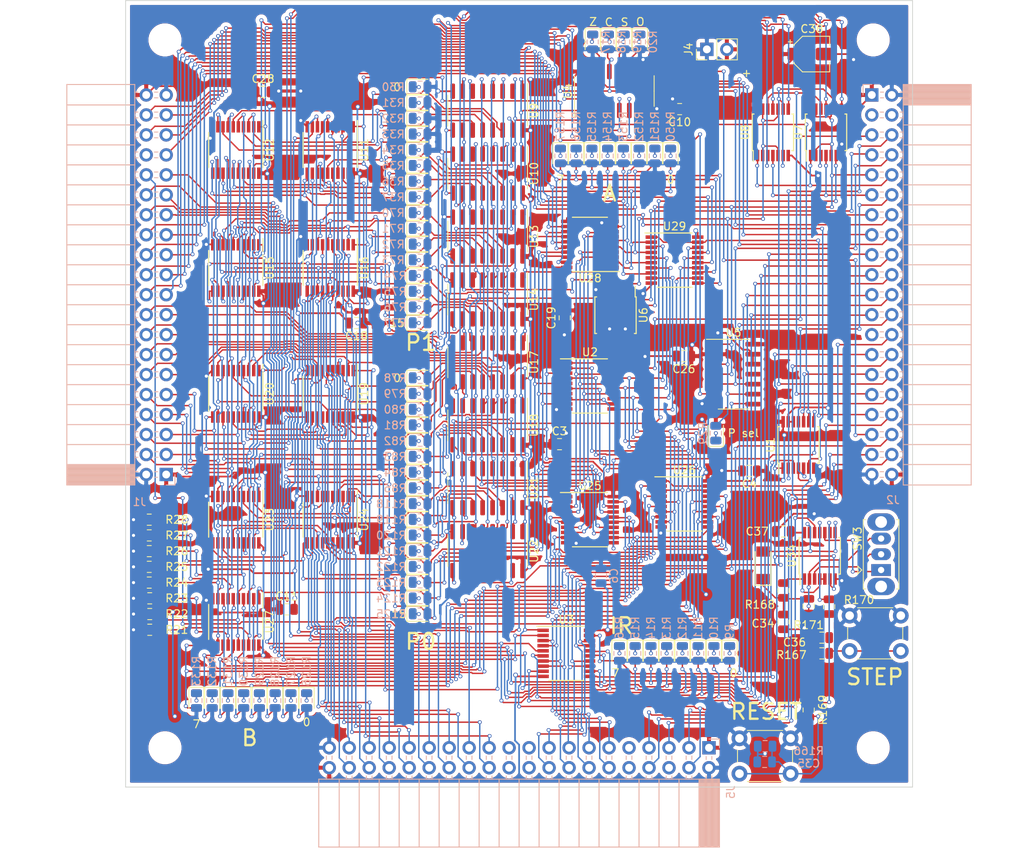
<source format=kicad_pcb>
(kicad_pcb (version 20171130) (host pcbnew "(5.1.5-0-10_14)")
  (title_block (title "Main board") (date 2020-02-02) (rev 2))
  (layers (0 F.Cu signal) (31 B.Cu signal) (34 B.Paste user) (35 F.Paste user) (36 B.SilkS user) (37 F.SilkS user) (38 B.Mask user) (39 F.Mask user) (44 Edge.Cuts user))
  (net 0 "")
  (net 1 VCC)
  (net 2 GND)
  (net 3 "Net-(C34-Pad1)")
  (net 4 "Net-(C36-Pad2)")
  (net 5 "Net-(D1-Pad1)")
  (net 6 /ir_out0)
  (net 7 /ir_out1)
  (net 8 "Net-(D2-Pad1)")
  (net 9 "Net-(D3-Pad1)")
  (net 10 /alu_invert)
  (net 11 /alu_op0)
  (net 12 "Net-(D4-Pad1)")
  (net 13 "Net-(D5-Pad1)")
  (net 14 /alu_op1)
  (net 15 /alu_op2)
  (net 16 "Net-(D6-Pad1)")
  (net 17 "Net-(D7-Pad1)")
  (net 18 /alu_op3)
  (net 19 /ir_out7)
  (net 20 "Net-(D8-Pad1)")
  (net 21 /flags_out0)
  (net 22 "Net-(D9-Pad1)")
  (net 23 "Net-(D10-Pad1)")
  (net 24 /flags_out1)
  (net 25 /flags_out2)
  (net 26 "Net-(D11-Pad1)")
  (net 27 /flags_out3)
  (net 28 "Net-(D12-Pad1)")
  (net 29 "Net-(D13-Pad1)")
  (net 30 /pointer_pair/reg_a/lo0)
  (net 31 "Net-(D14-Pad1)")
  (net 32 /pointer_pair/reg_a/lo1)
  (net 33 "Net-(D15-Pad1)")
  (net 34 "Net-(D16-Pad1)")
  (net 35 /pointer_pair/reg_a/lo2)
  (net 36 /pointer_pair/reg_a/lo3)
  (net 37 "Net-(D17-Pad1)")
  (net 38 "Net-(D18-Pad1)")
  (net 39 /pointer_pair/reg_a/lo4)
  (net 40 /pointer_pair/reg_a/lo5)
  (net 41 "Net-(D19-Pad1)")
  (net 42 /pointer_pair/reg_a/lo6)
  (net 43 "Net-(D20-Pad1)")
  (net 44 /pointer_pair/reg_a/lo7)
  (net 45 "Net-(D21-Pad1)")
  (net 46 "Net-(D22-Pad1)")
  (net 47 /pointer_pair/reg_a/hi0)
  (net 48 "Net-(D23-Pad1)")
  (net 49 /pointer_pair/reg_a/hi1)
  (net 50 /pointer_pair/reg_a/hi2)
  (net 51 "Net-(D24-Pad1)")
  (net 52 /pointer_pair/reg_a/hi3)
  (net 53 "Net-(D25-Pad1)")
  (net 54 /pointer_pair/reg_a/hi4)
  (net 55 "Net-(D26-Pad1)")
  (net 56 /pointer_pair/reg_a/hi5)
  (net 57 "Net-(D27-Pad1)")
  (net 58 "Net-(D28-Pad1)")
  (net 59 /pointer_pair/reg_a/hi6)
  (net 60 "Net-(D29-Pad1)")
  (net 61 /pointer_pair/reg_a/hi7)
  (net 62 /pointer_pair/reg_b/lo0)
  (net 63 "Net-(D30-Pad1)")
  (net 64 "Net-(D31-Pad1)")
  (net 65 /pointer_pair/reg_b/lo1)
  (net 66 "Net-(D32-Pad1)")
  (net 67 /pointer_pair/reg_b/lo2)
  (net 68 /pointer_pair/reg_b/lo3)
  (net 69 "Net-(D33-Pad1)")
  (net 70 /pointer_pair/reg_b/lo4)
  (net 71 "Net-(D34-Pad1)")
  (net 72 /pointer_pair/reg_b/lo5)
  (net 73 "Net-(D35-Pad1)")
  (net 74 "Net-(D36-Pad1)")
  (net 75 /pointer_pair/reg_b/lo6)
  (net 76 /pointer_pair/reg_b/lo7)
  (net 77 "Net-(D37-Pad1)")
  (net 78 /pointer_pair/reg_b/hi0)
  (net 79 "Net-(D38-Pad1)")
  (net 80 /pointer_pair/reg_b/hi1)
  (net 81 "Net-(D39-Pad1)")
  (net 82 "Net-(D40-Pad1)")
  (net 83 /pointer_pair/reg_b/hi2)
  (net 84 "Net-(D41-Pad1)")
  (net 85 /pointer_pair/reg_b/hi3)
  (net 86 /pointer_pair/reg_b/hi4)
  (net 87 "Net-(D42-Pad1)")
  (net 88 /pointer_pair/reg_b/hi5)
  (net 89 "Net-(D43-Pad1)")
  (net 90 /pointer_pair/reg_b/hi6)
  (net 91 "Net-(D44-Pad1)")
  (net 92 /pointer_pair/reg_b/hi7)
  (net 93 "Net-(D45-Pad1)")
  (net 94 "Net-(D46-Pad1)")
  (net 95 /gp_reg_b/d0)
  (net 96 "Net-(D47-Pad1)")
  (net 97 /gp_reg_b/d1)
  (net 98 "Net-(D48-Pad1)")
  (net 99 /gp_reg_b/d2)
  (net 100 "Net-(D49-Pad1)")
  (net 101 /gp_reg_b/d3)
  (net 102 "Net-(D50-Pad1)")
  (net 103 /gp_reg_b/d4)
  (net 104 "Net-(D51-Pad1)")
  (net 105 /gp_reg_b/d5)
  (net 106 "Net-(D52-Pad1)")
  (net 107 /gp_reg_b/d6)
  (net 108 "Net-(D53-Pad1)")
  (net 109 /gp_reg_b/d7)
  (net 110 "Net-(D54-Pad1)")
  (net 111 /alu/a0)
  (net 112 "Net-(D55-Pad1)")
  (net 113 /alu/a1)
  (net 114 "Net-(D56-Pad1)")
  (net 115 /alu/a2)
  (net 116 "Net-(D57-Pad1)")
  (net 117 /alu/a3)
  (net 118 "Net-(D58-Pad1)")
  (net 119 /alu/a4)
  (net 120 /alu/a5)
  (net 121 "Net-(D59-Pad1)")
  (net 122 /alu/a6)
  (net 123 "Net-(D60-Pad1)")
  (net 124 "Net-(D61-Pad1)")
  (net 125 /alu/a7)
  (net 126 /alu_b7)
  (net 127 /alu_b6)
  (net 128 /alu_b5)
  (net 129 /alu_b4)
  (net 130 /alu_b3)
  (net 131 /alu_b2)
  (net 132 /alu_b1)
  (net 133 /alu_b0)
  (net 134 /~oe_alu)
  (net 135 /di7)
  (net 136 /di6)
  (net 137 /di5)
  (net 138 /di4)
  (net 139 /di3)
  (net 140 /di2)
  (net 141 /di1)
  (net 142 /di0)
  (net 143 /flags_in3)
  (net 144 /flags_in2)
  (net 145 /flags_in1)
  (net 146 /flags_in0)
  (net 147 /~oe)
  (net 148 /~we)
  (net 149 /~oe_d_di)
  (net 150 /we_ir)
  (net 151 /inc_ip)
  (net 152 /addr_dp)
  (net 153 /p_selector)
  (net 154 /~we_pl)
  (net 155 /~we_ph)
  (net 156 /we_a)
  (net 157 "Net-(J2-Pad25)")
  (net 158 /~mem_rdy)
  (net 159 /clk)
  (net 160 /~rst)
  (net 161 /we_b)
  (net 162 /~oe_ph_alu)
  (net 163 /~oe_pl_alu)
  (net 164 /~oe_b_alu)
  (net 165 /~oe_a_d)
  (net 166 /~oe_b_d)
  (net 167 /~we_flags)
  (net 168 /cpu_interface/a0)
  (net 169 /cpu_interface/a1)
  (net 170 /cpu_interface/a2)
  (net 171 /cpu_interface/a3)
  (net 172 /cpu_interface/a4)
  (net 173 /cpu_interface/a5)
  (net 174 /cpu_interface/a6)
  (net 175 /cpu_interface/a7)
  (net 176 /d0)
  (net 177 /d1)
  (net 178 /d2)
  (net 179 /d3)
  (net 180 /d4)
  (net 181 /d5)
  (net 182 /d6)
  (net 183 /d7)
  (net 184 /pointer_pair/~selector)
  (net 185 /cpu_interface/a8)
  (net 186 /cpu_interface/a9)
  (net 187 /cpu_interface/a10)
  (net 188 /cpu_interface/a11)
  (net 189 /cpu_interface/a12)
  (net 190 /cpu_interface/a13)
  (net 191 /cpu_interface/a14)
  (net 192 /cpu_interface/a15)
  (net 193 "Net-(R168-Pad1)")
  (net 194 "Net-(R169-Pad1)")
  (net 195 "Net-(R170-Pad1)")
  (net 196 "Net-(R171-Pad1)")
  (net 197 "Net-(SW3-Pad1)")
  (net 198 "Net-(SW3-Pad2)")
  (net 199 "Net-(U1-Pad3)")
  (net 200 /~clk)
  (net 201 /a_w_clk)
  (net 202 /b_w_clk)
  (net 203 "Net-(U4-Pad15)")
  (net 204 /pointer_pair/~a_oe_addr)
  (net 205 /pointer_pair/~b_oe_addr)
  (net 206 /pointer_pair/reg_b/cnt)
  (net 207 /pointer_pair/reg_a/cnt)
  (net 208 /pointer_pair/reg_b/~oe_dl)
  (net 209 /pointer_pair/reg_b/~oe_dh)
  (net 210 /pointer_pair/reg_b/~we_h)
  (net 211 /pointer_pair/reg_b/~we_l)
  (net 212 /pointer_pair/reg_a/~we_l)
  (net 213 /pointer_pair/reg_a/~we_h)
  (net 214 /pointer_pair/reg_a/~oe_dh)
  (net 215 /pointer_pair/reg_a/~oe_dl)
  (net 216 "Net-(U10-Pad10)")
  (net 217 "Net-(U10-Pad15)")
  (net 218 "Net-(U13-Pad15)")
  (net 219 "Net-(U14-Pad15)")
  (net 220 "Net-(U17-Pad15)")
  (net 221 "Net-(U18-Pad15)")
  (net 222 "Net-(U21-Pad15)")
  (net 223 "Net-(U22-Pad15)")
  (net 224 "Net-(J1-Pad34)")
  (net 225 "Net-(J2-Pad3)")
  (net 226 "Net-(J2-Pad4)")
  (net 227 "Net-(C35-Pad2)")
  (net 228 "Net-(D62-Pad2)")
  (net 229 "Net-(J5-Pad6)")
  (net 230 "Net-(J5-Pad9)")
  (net 231 "Net-(J5-Pad10)")
  (net 232 "Net-(J5-Pad19)")
  (net 233 "Net-(J5-Pad20)")
  (net 234 "Net-(J5-Pad21)")
  (net 235 "Net-(J5-Pad22)")
  (net 236 "Net-(U1-Pad11)")
  (net 237 "Net-(U6-Pad11)")
  (net 238 "Net-(U6-Pad8)")
  (net 239 "Net-(U5-Pad11)")
  (module Package_SO:TSSOP-14_4.4x5mm_P0.65mm (layer F.Cu) (at 189 66.75 90)
    (fp_text reference U7 (at 0 -3.55 90) (layer F.SilkS))
    (fp_text value SN74ACT32PWR)
    (pad 14 smd rect (at 2.95 -1.95 90) (size 1.45 0.45) (layers F.Cu F.Paste F.Mask) (net 1 VCC))
    (pad 13 smd rect (at 2.95 -1.3 90) (size 1.45 0.45) (layers F.Cu F.Paste F.Mask) (net 153 /p_selector))
    (pad 12 smd rect (at 2.95 -0.65 90) (size 1.45 0.45) (layers F.Cu F.Paste F.Mask) (net 163 /~oe_pl_alu))
    (pad 11 smd rect (at 2.95 0 90) (size 1.45 0.45) (layers F.Cu F.Paste F.Mask) (net 208 /pointer_pair/reg_b/~oe_dl))
    (pad 10 smd rect (at 2.95 0.65 90) (size 1.45 0.45) (layers F.Cu F.Paste F.Mask) (net 153 /p_selector))
    (pad 9 smd rect (at 2.95 1.3 90) (size 1.45 0.45) (layers F.Cu F.Paste F.Mask) (net 162 /~oe_ph_alu))
    (pad 8 smd rect (at 2.95 1.95 90) (size 1.45 0.45) (layers F.Cu F.Paste F.Mask) (net 209 /pointer_pair/reg_b/~oe_dh))
    (pad 7 smd rect (at -2.95 1.95 90) (size 1.45 0.45) (layers F.Cu F.Paste F.Mask) (net 2 GND))
    (pad 6 smd rect (at -2.95 1.3 90) (size 1.45 0.45) (layers F.Cu F.Paste F.Mask) (net 210 /pointer_pair/reg_b/~we_h))
    (pad 5 smd rect (at -2.95 0.65 90) (size 1.45 0.45) (layers F.Cu F.Paste F.Mask) (net 153 /p_selector))
    (pad 4 smd rect (at -2.95 0 90) (size 1.45 0.45) (layers F.Cu F.Paste F.Mask) (net 155 /~we_ph))
    (pad 3 smd rect (at -2.95 -0.65 90) (size 1.45 0.45) (layers F.Cu F.Paste F.Mask) (net 211 /pointer_pair/reg_b/~we_l))
    (pad 2 smd rect (at -2.95 -1.3 90) (size 1.45 0.45) (layers F.Cu F.Paste F.Mask) (net 153 /p_selector))
    (pad 1 smd rect (at -2.95 -1.95 90) (size 1.45 0.45) (layers F.Cu F.Paste F.Mask) (net 154 /~we_pl))
  )
  (module Package_SO:TSSOP-20_4.4x6.5mm_P0.65mm (layer F.Cu) (at 156 133)
    (fp_text reference U3 (at 0 -4.3) (layer F.SilkS))
    (fp_text value MC74AC273DTR2G)
    (pad 20 smd rect (at 2.95 -2.925) (size 1.45 0.45) (layers F.Cu F.Paste F.Mask) (net 1 VCC))
    (pad 19 smd rect (at 2.95 -2.275) (size 1.45 0.45) (layers F.Cu F.Paste F.Mask) (net 19 /ir_out7))
    (pad 18 smd rect (at 2.95 -1.625) (size 1.45 0.45) (layers F.Cu F.Paste F.Mask) (net 183 /d7))
    (pad 17 smd rect (at 2.95 -0.975) (size 1.45 0.45) (layers F.Cu F.Paste F.Mask) (net 182 /d6))
    (pad 16 smd rect (at 2.95 -0.325) (size 1.45 0.45) (layers F.Cu F.Paste F.Mask) (net 18 /alu_op3))
    (pad 15 smd rect (at 2.95 0.325) (size 1.45 0.45) (layers F.Cu F.Paste F.Mask) (net 15 /alu_op2))
    (pad 14 smd rect (at 2.95 0.975) (size 1.45 0.45) (layers F.Cu F.Paste F.Mask) (net 181 /d5))
    (pad 13 smd rect (at 2.95 1.625) (size 1.45 0.45) (layers F.Cu F.Paste F.Mask) (net 180 /d4))
    (pad 12 smd rect (at 2.95 2.275) (size 1.45 0.45) (layers F.Cu F.Paste F.Mask) (net 14 /alu_op1))
    (pad 11 smd rect (at 2.95 2.925) (size 1.45 0.45) (layers F.Cu F.Paste F.Mask) (net 199 "Net-(U1-Pad3)"))
    (pad 10 smd rect (at -2.95 2.925) (size 1.45 0.45) (layers F.Cu F.Paste F.Mask) (net 2 GND))
    (pad 9 smd rect (at -2.95 2.275) (size 1.45 0.45) (layers F.Cu F.Paste F.Mask) (net 6 /ir_out0))
    (pad 8 smd rect (at -2.95 1.625) (size 1.45 0.45) (layers F.Cu F.Paste F.Mask) (net 176 /d0))
    (pad 7 smd rect (at -2.95 0.975) (size 1.45 0.45) (layers F.Cu F.Paste F.Mask) (net 177 /d1))
    (pad 6 smd rect (at -2.95 0.325) (size 1.45 0.45) (layers F.Cu F.Paste F.Mask) (net 7 /ir_out1))
    (pad 5 smd rect (at -2.95 -0.325) (size 1.45 0.45) (layers F.Cu F.Paste F.Mask) (net 10 /alu_invert))
    (pad 4 smd rect (at -2.95 -0.975) (size 1.45 0.45) (layers F.Cu F.Paste F.Mask) (net 178 /d2))
    (pad 3 smd rect (at -2.95 -1.625) (size 1.45 0.45) (layers F.Cu F.Paste F.Mask) (net 179 /d3))
    (pad 2 smd rect (at -2.95 -2.275) (size 1.45 0.45) (layers F.Cu F.Paste F.Mask) (net 11 /alu_op0))
    (pad 1 smd rect (at -2.95 -2.925) (size 1.45 0.45) (layers F.Cu F.Paste F.Mask) (net 160 /~rst))
  )
  (module MountingHole:MountingHole_3.2mm_M3_DIN965 (layer F.Cu) (at 105 55)
    (fp_text reference H1 hide)
    (fp_text value MountingHole hide)
    (pad 1 np_thru_hole circle (at 0 0) (size 3.2 3.2) (drill 3.2) (layers *.Cu *.Mask))
  )
  (module Capacitor_SMD:C_0805_2012Metric (layer F.Cu) (at 183.5625 117.5 180)
    (fp_text reference C37 (at 3.3125 0) (layer F.SilkS))
    (fp_text value 0.1u)
    (pad 2 smd roundrect (at 0.9375 0 180) (size 0.975 1.4) (layers F.Cu F.Paste F.Mask) (net 2 GND))
    (pad 1 smd roundrect (at -0.9375 0 180) (size 0.975 1.4) (layers F.Cu F.Paste F.Mask) (net 1 VCC))
  )
  (module Capacitor_SMD:CP_Elec_4x4.5 (layer F.Cu) (at 187.2 56.8)
    (fp_text reference C38 (at 0 -3.2) (layer F.SilkS))
    (fp_text value 100u)
    (pad 2 smd roundrect (at 1.8 0) (size 2.6 1.6) (layers F.Cu F.Paste F.Mask) (roundrect_rratio 0.15625) (net 2 GND))
    (pad 1 smd roundrect (at -1.8 0) (size 2.6 1.6) (layers F.Cu F.Paste F.Mask) (roundrect_rratio 0.15625) (net 1 VCC))
  )
  (module Button_Switch_THT:SW_PUSH_6mm (layer F.Cu) (at 178 143.8)
    (fp_text reference SW1 hide)
    (fp_text value RESET)
    (pad 1 thru_hole circle (at 6.5 0 90) (size 2 2) (drill 1.1) (layers *.Cu *.Mask) (net 2 GND))
    (pad 2 thru_hole circle (at 6.5 4.5 90) (size 2 2) (drill 1.1) (layers *.Cu *.Mask) (net 227 "Net-(C35-Pad2)"))
    (pad 1 thru_hole circle (at 0 0 90) (size 2 2) (drill 1.1) (layers *.Cu *.Mask) (net 2 GND))
    (pad 2 thru_hole circle (at 0 4.5 90) (size 2 2) (drill 1.1) (layers *.Cu *.Mask) (net 227 "Net-(C35-Pad2)"))
  )
  (module Button_Switch_THT:SW_PUSH_6mm (layer F.Cu) (at 192 128.2)
    (fp_text reference SW2 hide)
    (fp_text value STEP)
    (pad 1 thru_hole circle (at 6.5 0 90) (size 2 2) (drill 1.1) (layers *.Cu *.Mask) (net 2 GND))
    (pad 2 thru_hole circle (at 6.5 4.5 90) (size 2 2) (drill 1.1) (layers *.Cu *.Mask) (net 4 "Net-(C36-Pad2)"))
    (pad 1 thru_hole circle (at 0 0 90) (size 2 2) (drill 1.1) (layers *.Cu *.Mask) (net 2 GND))
    (pad 2 thru_hole circle (at 0 4.5 90) (size 2 2) (drill 1.1) (layers *.Cu *.Mask) (net 4 "Net-(C36-Pad2)"))
  )
  (module Connector_PinSocket_2.54mm:PinSocket_2x20_P2.54mm_Horizontal (layer B.Cu) (at 194.818 62 180)
    (fp_text reference J2 (at -2.682 -51.5) (layer B.SilkS) (effects (justify mirror)))
    (fp_text value SSW-120-02-G-D-RA)
    (pad 1 thru_hole rect (at 0 0 180) (size 1.7 1.7) (drill 1) (layers *.Cu *.Mask) (net 1 VCC))
    (pad 2 thru_hole oval (at -2.54 0 180) (size 1.7 1.7) (drill 1) (layers *.Cu *.Mask) (net 2 GND))
    (pad 3 thru_hole oval (at 0 -2.54 180) (size 1.7 1.7) (drill 1) (layers *.Cu *.Mask) (net 225 "Net-(J2-Pad3)"))
    (pad 4 thru_hole oval (at -2.54 -2.54 180) (size 1.7 1.7) (drill 1) (layers *.Cu *.Mask) (net 226 "Net-(J2-Pad4)"))
    (pad 5 thru_hole oval (at 0 -5.08 180) (size 1.7 1.7) (drill 1) (layers *.Cu *.Mask) (net 149 /~oe_d_di))
    (pad 6 thru_hole oval (at -2.54 -5.08 180) (size 1.7 1.7) (drill 1) (layers *.Cu *.Mask) (net 150 /we_ir))
    (pad 7 thru_hole oval (at 0 -7.62 180) (size 1.7 1.7) (drill 1) (layers *.Cu *.Mask) (net 151 /inc_ip))
    (pad 8 thru_hole oval (at -2.54 -7.62 180) (size 1.7 1.7) (drill 1) (layers *.Cu *.Mask) (net 152 /addr_dp))
    (pad 9 thru_hole oval (at 0 -10.16 180) (size 1.7 1.7) (drill 1) (layers *.Cu *.Mask) (net 153 /p_selector))
    (pad 10 thru_hole oval (at -2.54 -10.16 180) (size 1.7 1.7) (drill 1) (layers *.Cu *.Mask) (net 154 /~we_pl))
    (pad 11 thru_hole oval (at 0 -12.7 180) (size 1.7 1.7) (drill 1) (layers *.Cu *.Mask) (net 155 /~we_ph))
    (pad 12 thru_hole oval (at -2.54 -12.7 180) (size 1.7 1.7) (drill 1) (layers *.Cu *.Mask) (net 156 /we_a))
    (pad 13 thru_hole oval (at 0 -15.24 180) (size 1.7 1.7) (drill 1) (layers *.Cu *.Mask) (net 21 /flags_out0))
    (pad 14 thru_hole oval (at -2.54 -15.24 180) (size 1.7 1.7) (drill 1) (layers *.Cu *.Mask) (net 24 /flags_out1))
    (pad 15 thru_hole oval (at 0 -17.78 180) (size 1.7 1.7) (drill 1) (layers *.Cu *.Mask) (net 25 /flags_out2))
    (pad 16 thru_hole oval (at -2.54 -17.78 180) (size 1.7 1.7) (drill 1) (layers *.Cu *.Mask) (net 27 /flags_out3))
    (pad 17 thru_hole oval (at 0 -20.32 180) (size 1.7 1.7) (drill 1) (layers *.Cu *.Mask) (net 6 /ir_out0))
    (pad 18 thru_hole oval (at -2.54 -20.32 180) (size 1.7 1.7) (drill 1) (layers *.Cu *.Mask) (net 7 /ir_out1))
    (pad 19 thru_hole oval (at 0 -22.86 180) (size 1.7 1.7) (drill 1) (layers *.Cu *.Mask) (net 10 /alu_invert))
    (pad 20 thru_hole oval (at -2.54 -22.86 180) (size 1.7 1.7) (drill 1) (layers *.Cu *.Mask) (net 11 /alu_op0))
    (pad 21 thru_hole oval (at 0 -25.4 180) (size 1.7 1.7) (drill 1) (layers *.Cu *.Mask) (net 14 /alu_op1))
    (pad 22 thru_hole oval (at -2.54 -25.4 180) (size 1.7 1.7) (drill 1) (layers *.Cu *.Mask) (net 15 /alu_op2))
    (pad 23 thru_hole oval (at 0 -27.94 180) (size 1.7 1.7) (drill 1) (layers *.Cu *.Mask) (net 18 /alu_op3))
    (pad 24 thru_hole oval (at -2.54 -27.94 180) (size 1.7 1.7) (drill 1) (layers *.Cu *.Mask) (net 19 /ir_out7))
    (pad 25 thru_hole oval (at 0 -30.48 180) (size 1.7 1.7) (drill 1) (layers *.Cu *.Mask) (net 157 "Net-(J2-Pad25)"))
    (pad 26 thru_hole oval (at -2.54 -30.48 180) (size 1.7 1.7) (drill 1) (layers *.Cu *.Mask) (net 158 /~mem_rdy))
    (pad 27 thru_hole oval (at 0 -33.02 180) (size 1.7 1.7) (drill 1) (layers *.Cu *.Mask) (net 159 /clk))
    (pad 28 thru_hole oval (at -2.54 -33.02 180) (size 1.7 1.7) (drill 1) (layers *.Cu *.Mask) (net 160 /~rst))
    (pad 29 thru_hole oval (at 0 -35.56 180) (size 1.7 1.7) (drill 1) (layers *.Cu *.Mask) (net 161 /we_b))
    (pad 30 thru_hole oval (at -2.54 -35.56 180) (size 1.7 1.7) (drill 1) (layers *.Cu *.Mask) (net 162 /~oe_ph_alu))
    (pad 31 thru_hole oval (at 0 -38.1 180) (size 1.7 1.7) (drill 1) (layers *.Cu *.Mask) (net 163 /~oe_pl_alu))
    (pad 32 thru_hole oval (at -2.54 -38.1 180) (size 1.7 1.7) (drill 1) (layers *.Cu *.Mask) (net 164 /~oe_b_alu))
    (pad 33 thru_hole oval (at 0 -40.64 180) (size 1.7 1.7) (drill 1) (layers *.Cu *.Mask) (net 165 /~oe_a_d))
    (pad 34 thru_hole oval (at -2.54 -40.64 180) (size 1.7 1.7) (drill 1) (layers *.Cu *.Mask) (net 166 /~oe_b_d))
    (pad 35 thru_hole oval (at 0 -43.18 180) (size 1.7 1.7) (drill 1) (layers *.Cu *.Mask) (net 167 /~we_flags))
    (pad 36 thru_hole oval (at -2.54 -43.18 180) (size 1.7 1.7) (drill 1) (layers *.Cu *.Mask) (net 134 /~oe_alu))
    (pad 37 thru_hole oval (at 0 -45.72 180) (size 1.7 1.7) (drill 1) (layers *.Cu *.Mask) (net 147 /~oe))
    (pad 38 thru_hole oval (at -2.54 -45.72 180) (size 1.7 1.7) (drill 1) (layers *.Cu *.Mask) (net 148 /~we))
    (pad 39 thru_hole oval (at 0 -48.26 180) (size 1.7 1.7) (drill 1) (layers *.Cu *.Mask) (net 2 GND))
    (pad 40 thru_hole oval (at -2.54 -48.26 180) (size 1.7 1.7) (drill 1) (layers *.Cu *.Mask) (net 1 VCC))
  )
  (module Package_SO:TSSOP-20_4.4x6.5mm_P0.65mm (layer F.Cu) (at 114 129 270)
    (fp_text reference U27 (at 0 -4.3 90) (layer F.SilkS))
    (fp_text value SN74ACT244PW)
    (pad 20 smd rect (at 2.95 -2.925 270) (size 1.45 0.45) (layers F.Cu F.Paste F.Mask) (net 1 VCC))
    (pad 19 smd rect (at 2.95 -2.275 270) (size 1.45 0.45) (layers F.Cu F.Paste F.Mask) (net 164 /~oe_b_alu))
    (pad 18 smd rect (at 2.95 -1.625 270) (size 1.45 0.45) (layers F.Cu F.Paste F.Mask) (net 133 /alu_b0))
    (pad 17 smd rect (at 2.95 -0.975 270) (size 1.45 0.45) (layers F.Cu F.Paste F.Mask) (net 103 /gp_reg_b/d4))
    (pad 16 smd rect (at 2.95 -0.325 270) (size 1.45 0.45) (layers F.Cu F.Paste F.Mask) (net 132 /alu_b1))
    (pad 15 smd rect (at 2.95 0.325 270) (size 1.45 0.45) (layers F.Cu F.Paste F.Mask) (net 105 /gp_reg_b/d5))
    (pad 14 smd rect (at 2.95 0.975 270) (size 1.45 0.45) (layers F.Cu F.Paste F.Mask) (net 131 /alu_b2))
    (pad 13 smd rect (at 2.95 1.625 270) (size 1.45 0.45) (layers F.Cu F.Paste F.Mask) (net 107 /gp_reg_b/d6))
    (pad 12 smd rect (at 2.95 2.275 270) (size 1.45 0.45) (layers F.Cu F.Paste F.Mask) (net 130 /alu_b3))
    (pad 11 smd rect (at 2.95 2.925 270) (size 1.45 0.45) (layers F.Cu F.Paste F.Mask) (net 109 /gp_reg_b/d7))
    (pad 10 smd rect (at -2.95 2.925 270) (size 1.45 0.45) (layers F.Cu F.Paste F.Mask) (net 2 GND))
    (pad 9 smd rect (at -2.95 2.275 270) (size 1.45 0.45) (layers F.Cu F.Paste F.Mask) (net 126 /alu_b7))
    (pad 8 smd rect (at -2.95 1.625 270) (size 1.45 0.45) (layers F.Cu F.Paste F.Mask) (net 101 /gp_reg_b/d3))
    (pad 7 smd rect (at -2.95 0.975 270) (size 1.45 0.45) (layers F.Cu F.Paste F.Mask) (net 127 /alu_b6))
    (pad 6 smd rect (at -2.95 0.325 270) (size 1.45 0.45) (layers F.Cu F.Paste F.Mask) (net 99 /gp_reg_b/d2))
    (pad 5 smd rect (at -2.95 -0.325 270) (size 1.45 0.45) (layers F.Cu F.Paste F.Mask) (net 128 /alu_b5))
    (pad 4 smd rect (at -2.95 -0.975 270) (size 1.45 0.45) (layers F.Cu F.Paste F.Mask) (net 97 /gp_reg_b/d1))
    (pad 3 smd rect (at -2.95 -1.625 270) (size 1.45 0.45) (layers F.Cu F.Paste F.Mask) (net 129 /alu_b4))
    (pad 2 smd rect (at -2.95 -2.275 270) (size 1.45 0.45) (layers F.Cu F.Paste F.Mask) (net 95 /gp_reg_b/d0))
    (pad 1 smd rect (at -2.95 -2.925 270) (size 1.45 0.45) (layers F.Cu F.Paste F.Mask) (net 164 /~oe_b_alu))
  )
  (module Package_SO:TSSOP-20_4.4x6.5mm_P0.65mm (layer F.Cu) (at 114 100 270)
    (fp_text reference U20 (at 0 -4.3 90) (layer F.SilkS))
    (fp_text value SN74ACT244PW)
    (pad 20 smd rect (at 2.95 -2.925 270) (size 1.45 0.45) (layers F.Cu F.Paste F.Mask) (net 1 VCC))
    (pad 19 smd rect (at 2.95 -2.275 270) (size 1.45 0.45) (layers F.Cu F.Paste F.Mask) (net 208 /pointer_pair/reg_b/~oe_dl))
    (pad 18 smd rect (at 2.95 -1.625 270) (size 1.45 0.45) (layers F.Cu F.Paste F.Mask) (net 133 /alu_b0))
    (pad 17 smd rect (at 2.95 -0.975 270) (size 1.45 0.45) (layers F.Cu F.Paste F.Mask) (net 70 /pointer_pair/reg_b/lo4))
    (pad 16 smd rect (at 2.95 -0.325 270) (size 1.45 0.45) (layers F.Cu F.Paste F.Mask) (net 132 /alu_b1))
    (pad 15 smd rect (at 2.95 0.325 270) (size 1.45 0.45) (layers F.Cu F.Paste F.Mask) (net 72 /pointer_pair/reg_b/lo5))
    (pad 14 smd rect (at 2.95 0.975 270) (size 1.45 0.45) (layers F.Cu F.Paste F.Mask) (net 131 /alu_b2))
    (pad 13 smd rect (at 2.95 1.625 270) (size 1.45 0.45) (layers F.Cu F.Paste F.Mask) (net 75 /pointer_pair/reg_b/lo6))
    (pad 12 smd rect (at 2.95 2.275 270) (size 1.45 0.45) (layers F.Cu F.Paste F.Mask) (net 130 /alu_b3))
    (pad 11 smd rect (at 2.95 2.925 270) (size 1.45 0.45) (layers F.Cu F.Paste F.Mask) (net 76 /pointer_pair/reg_b/lo7))
    (pad 10 smd rect (at -2.95 2.925 270) (size 1.45 0.45) (layers F.Cu F.Paste F.Mask) (net 2 GND))
    (pad 9 smd rect (at -2.95 2.275 270) (size 1.45 0.45) (layers F.Cu F.Paste F.Mask) (net 126 /alu_b7))
    (pad 8 smd rect (at -2.95 1.625 270) (size 1.45 0.45) (layers F.Cu F.Paste F.Mask) (net 68 /pointer_pair/reg_b/lo3))
    (pad 7 smd rect (at -2.95 0.975 270) (size 1.45 0.45) (layers F.Cu F.Paste F.Mask) (net 127 /alu_b6))
    (pad 6 smd rect (at -2.95 0.325 270) (size 1.45 0.45) (layers F.Cu F.Paste F.Mask) (net 67 /pointer_pair/reg_b/lo2))
    (pad 5 smd rect (at -2.95 -0.325 270) (size 1.45 0.45) (layers F.Cu F.Paste F.Mask) (net 128 /alu_b5))
    (pad 4 smd rect (at -2.95 -0.975 270) (size 1.45 0.45) (layers F.Cu F.Paste F.Mask) (net 65 /pointer_pair/reg_b/lo1))
    (pad 3 smd rect (at -2.95 -1.625 270) (size 1.45 0.45) (layers F.Cu F.Paste F.Mask) (net 129 /alu_b4))
    (pad 2 smd rect (at -2.95 -2.275 270) (size 1.45 0.45) (layers F.Cu F.Paste F.Mask) (net 62 /pointer_pair/reg_b/lo0))
    (pad 1 smd rect (at -2.95 -2.925 270) (size 1.45 0.45) (layers F.Cu F.Paste F.Mask) (net 208 /pointer_pair/reg_b/~oe_dl))
  )
  (module Package_SO:TSSOP-20_4.4x6.5mm_P0.65mm (layer F.Cu) (at 169.75 83)
    (fp_text reference U29 (at 0 -4.3) (layer F.SilkS))
    (fp_text value SN74ACT244PW)
    (pad 20 smd rect (at 2.95 -2.925) (size 1.45 0.45) (layers F.Cu F.Paste F.Mask) (net 1 VCC))
    (pad 19 smd rect (at 2.95 -2.275) (size 1.45 0.45) (layers F.Cu F.Paste F.Mask) (net 165 /~oe_a_d))
    (pad 18 smd rect (at 2.95 -1.625) (size 1.45 0.45) (layers F.Cu F.Paste F.Mask) (net 176 /d0))
    (pad 17 smd rect (at 2.95 -0.975) (size 1.45 0.45) (layers F.Cu F.Paste F.Mask) (net 119 /alu/a4))
    (pad 16 smd rect (at 2.95 -0.325) (size 1.45 0.45) (layers F.Cu F.Paste F.Mask) (net 177 /d1))
    (pad 15 smd rect (at 2.95 0.325) (size 1.45 0.45) (layers F.Cu F.Paste F.Mask) (net 120 /alu/a5))
    (pad 14 smd rect (at 2.95 0.975) (size 1.45 0.45) (layers F.Cu F.Paste F.Mask) (net 178 /d2))
    (pad 13 smd rect (at 2.95 1.625) (size 1.45 0.45) (layers F.Cu F.Paste F.Mask) (net 122 /alu/a6))
    (pad 12 smd rect (at 2.95 2.275) (size 1.45 0.45) (layers F.Cu F.Paste F.Mask) (net 179 /d3))
    (pad 11 smd rect (at 2.95 2.925) (size 1.45 0.45) (layers F.Cu F.Paste F.Mask) (net 125 /alu/a7))
    (pad 10 smd rect (at -2.95 2.925) (size 1.45 0.45) (layers F.Cu F.Paste F.Mask) (net 2 GND))
    (pad 9 smd rect (at -2.95 2.275) (size 1.45 0.45) (layers F.Cu F.Paste F.Mask) (net 183 /d7))
    (pad 8 smd rect (at -2.95 1.625) (size 1.45 0.45) (layers F.Cu F.Paste F.Mask) (net 117 /alu/a3))
    (pad 7 smd rect (at -2.95 0.975) (size 1.45 0.45) (layers F.Cu F.Paste F.Mask) (net 182 /d6))
    (pad 6 smd rect (at -2.95 0.325) (size 1.45 0.45) (layers F.Cu F.Paste F.Mask) (net 115 /alu/a2))
    (pad 5 smd rect (at -2.95 -0.325) (size 1.45 0.45) (layers F.Cu F.Paste F.Mask) (net 181 /d5))
    (pad 4 smd rect (at -2.95 -0.975) (size 1.45 0.45) (layers F.Cu F.Paste F.Mask) (net 113 /alu/a1))
    (pad 3 smd rect (at -2.95 -1.625) (size 1.45 0.45) (layers F.Cu F.Paste F.Mask) (net 180 /d4))
    (pad 2 smd rect (at -2.95 -2.275) (size 1.45 0.45) (layers F.Cu F.Paste F.Mask) (net 111 /alu/a0))
    (pad 1 smd rect (at -2.95 -2.925) (size 1.45 0.45) (layers F.Cu F.Paste F.Mask) (net 165 /~oe_a_d))
  )
  (module Package_SO:TSSOP-20_4.4x6.5mm_P0.65mm (layer F.Cu) (at 171 114)
    (fp_text reference U26 (at 0 -4.3) (layer F.SilkS))
    (fp_text value SN74ACT244PW)
    (pad 20 smd rect (at 2.95 -2.925) (size 1.45 0.45) (layers F.Cu F.Paste F.Mask) (net 1 VCC))
    (pad 19 smd rect (at 2.95 -2.275) (size 1.45 0.45) (layers F.Cu F.Paste F.Mask) (net 166 /~oe_b_d))
    (pad 18 smd rect (at 2.95 -1.625) (size 1.45 0.45) (layers F.Cu F.Paste F.Mask) (net 176 /d0))
    (pad 17 smd rect (at 2.95 -0.975) (size 1.45 0.45) (layers F.Cu F.Paste F.Mask) (net 103 /gp_reg_b/d4))
    (pad 16 smd rect (at 2.95 -0.325) (size 1.45 0.45) (layers F.Cu F.Paste F.Mask) (net 177 /d1))
    (pad 15 smd rect (at 2.95 0.325) (size 1.45 0.45) (layers F.Cu F.Paste F.Mask) (net 105 /gp_reg_b/d5))
    (pad 14 smd rect (at 2.95 0.975) (size 1.45 0.45) (layers F.Cu F.Paste F.Mask) (net 178 /d2))
    (pad 13 smd rect (at 2.95 1.625) (size 1.45 0.45) (layers F.Cu F.Paste F.Mask) (net 107 /gp_reg_b/d6))
    (pad 12 smd rect (at 2.95 2.275) (size 1.45 0.45) (layers F.Cu F.Paste F.Mask) (net 179 /d3))
    (pad 11 smd rect (at 2.95 2.925) (size 1.45 0.45) (layers F.Cu F.Paste F.Mask) (net 109 /gp_reg_b/d7))
    (pad 10 smd rect (at -2.95 2.925) (size 1.45 0.45) (layers F.Cu F.Paste F.Mask) (net 2 GND))
    (pad 9 smd rect (at -2.95 2.275) (size 1.45 0.45) (layers F.Cu F.Paste F.Mask) (net 183 /d7))
    (pad 8 smd rect (at -2.95 1.625) (size 1.45 0.45) (layers F.Cu F.Paste F.Mask) (net 101 /gp_reg_b/d3))
    (pad 7 smd rect (at -2.95 0.975) (size 1.45 0.45) (layers F.Cu F.Paste F.Mask) (net 182 /d6))
    (pad 6 smd rect (at -2.95 0.325) (size 1.45 0.45) (layers F.Cu F.Paste F.Mask) (net 99 /gp_reg_b/d2))
    (pad 5 smd rect (at -2.95 -0.325) (size 1.45 0.45) (layers F.Cu F.Paste F.Mask) (net 181 /d5))
    (pad 4 smd rect (at -2.95 -0.975) (size 1.45 0.45) (layers F.Cu F.Paste F.Mask) (net 97 /gp_reg_b/d1))
    (pad 3 smd rect (at -2.95 -1.625) (size 1.45 0.45) (layers F.Cu F.Paste F.Mask) (net 180 /d4))
    (pad 2 smd rect (at -2.95 -2.275) (size 1.45 0.45) (layers F.Cu F.Paste F.Mask) (net 95 /gp_reg_b/d0))
    (pad 1 smd rect (at -2.95 -2.925) (size 1.45 0.45) (layers F.Cu F.Paste F.Mask) (net 166 /~oe_b_d))
  )
  (module Package_SO:TSSOP-20_4.4x6.5mm_P0.65mm (layer F.Cu) (at 126 116 270)
    (fp_text reference U24 (at 0 -4.3 90) (layer F.SilkS))
    (fp_text value SN74ACT244PW)
    (pad 20 smd rect (at 2.95 -2.925 270) (size 1.45 0.45) (layers F.Cu F.Paste F.Mask) (net 1 VCC))
    (pad 19 smd rect (at 2.95 -2.275 270) (size 1.45 0.45) (layers F.Cu F.Paste F.Mask) (net 205 /pointer_pair/~b_oe_addr))
    (pad 18 smd rect (at 2.95 -1.625 270) (size 1.45 0.45) (layers F.Cu F.Paste F.Mask) (net 185 /cpu_interface/a8))
    (pad 17 smd rect (at 2.95 -0.975 270) (size 1.45 0.45) (layers F.Cu F.Paste F.Mask) (net 80 /pointer_pair/reg_b/hi1))
    (pad 16 smd rect (at 2.95 -0.325 270) (size 1.45 0.45) (layers F.Cu F.Paste F.Mask) (net 187 /cpu_interface/a10))
    (pad 15 smd rect (at 2.95 0.325 270) (size 1.45 0.45) (layers F.Cu F.Paste F.Mask) (net 85 /pointer_pair/reg_b/hi3))
    (pad 14 smd rect (at 2.95 0.975 270) (size 1.45 0.45) (layers F.Cu F.Paste F.Mask) (net 189 /cpu_interface/a12))
    (pad 13 smd rect (at 2.95 1.625 270) (size 1.45 0.45) (layers F.Cu F.Paste F.Mask) (net 88 /pointer_pair/reg_b/hi5))
    (pad 12 smd rect (at 2.95 2.275 270) (size 1.45 0.45) (layers F.Cu F.Paste F.Mask) (net 191 /cpu_interface/a14))
    (pad 11 smd rect (at 2.95 2.925 270) (size 1.45 0.45) (layers F.Cu F.Paste F.Mask) (net 92 /pointer_pair/reg_b/hi7))
    (pad 10 smd rect (at -2.95 2.925 270) (size 1.45 0.45) (layers F.Cu F.Paste F.Mask) (net 2 GND))
    (pad 9 smd rect (at -2.95 2.275 270) (size 1.45 0.45) (layers F.Cu F.Paste F.Mask) (net 192 /cpu_interface/a15))
    (pad 8 smd rect (at -2.95 1.625 270) (size 1.45 0.45) (layers F.Cu F.Paste F.Mask) (net 90 /pointer_pair/reg_b/hi6))
    (pad 7 smd rect (at -2.95 0.975 270) (size 1.45 0.45) (layers F.Cu F.Paste F.Mask) (net 190 /cpu_interface/a13))
    (pad 6 smd rect (at -2.95 0.325 270) (size 1.45 0.45) (layers F.Cu F.Paste F.Mask) (net 86 /pointer_pair/reg_b/hi4))
    (pad 5 smd rect (at -2.95 -0.325 270) (size 1.45 0.45) (layers F.Cu F.Paste F.Mask) (net 188 /cpu_interface/a11))
    (pad 4 smd rect (at -2.95 -0.975 270) (size 1.45 0.45) (layers F.Cu F.Paste F.Mask) (net 83 /pointer_pair/reg_b/hi2))
    (pad 3 smd rect (at -2.95 -1.625 270) (size 1.45 0.45) (layers F.Cu F.Paste F.Mask) (net 186 /cpu_interface/a9))
    (pad 2 smd rect (at -2.95 -2.275 270) (size 1.45 0.45) (layers F.Cu F.Paste F.Mask) (net 78 /pointer_pair/reg_b/hi0))
    (pad 1 smd rect (at -2.95 -2.925 270) (size 1.45 0.45) (layers F.Cu F.Paste F.Mask) (net 205 /pointer_pair/~b_oe_addr))
  )
  (module Package_SO:TSSOP-20_4.4x6.5mm_P0.65mm (layer F.Cu) (at 114 116 270)
    (fp_text reference U23 (at 0 -4.3 90) (layer F.SilkS))
    (fp_text value SN74ACT244PW)
    (pad 20 smd rect (at 2.95 -2.925 270) (size 1.45 0.45) (layers F.Cu F.Paste F.Mask) (net 1 VCC))
    (pad 19 smd rect (at 2.95 -2.275 270) (size 1.45 0.45) (layers F.Cu F.Paste F.Mask) (net 209 /pointer_pair/reg_b/~oe_dh))
    (pad 18 smd rect (at 2.95 -1.625 270) (size 1.45 0.45) (layers F.Cu F.Paste F.Mask) (net 133 /alu_b0))
    (pad 17 smd rect (at 2.95 -0.975 270) (size 1.45 0.45) (layers F.Cu F.Paste F.Mask) (net 86 /pointer_pair/reg_b/hi4))
    (pad 16 smd rect (at 2.95 -0.325 270) (size 1.45 0.45) (layers F.Cu F.Paste F.Mask) (net 132 /alu_b1))
    (pad 15 smd rect (at 2.95 0.325 270) (size 1.45 0.45) (layers F.Cu F.Paste F.Mask) (net 88 /pointer_pair/reg_b/hi5))
    (pad 14 smd rect (at 2.95 0.975 270) (size 1.45 0.45) (layers F.Cu F.Paste F.Mask) (net 131 /alu_b2))
    (pad 13 smd rect (at 2.95 1.625 270) (size 1.45 0.45) (layers F.Cu F.Paste F.Mask) (net 90 /pointer_pair/reg_b/hi6))
    (pad 12 smd rect (at 2.95 2.275 270) (size 1.45 0.45) (layers F.Cu F.Paste F.Mask) (net 130 /alu_b3))
    (pad 11 smd rect (at 2.95 2.925 270) (size 1.45 0.45) (layers F.Cu F.Paste F.Mask) (net 92 /pointer_pair/reg_b/hi7))
    (pad 10 smd rect (at -2.95 2.925 270) (size 1.45 0.45) (layers F.Cu F.Paste F.Mask) (net 2 GND))
    (pad 9 smd rect (at -2.95 2.275 270) (size 1.45 0.45) (layers F.Cu F.Paste F.Mask) (net 126 /alu_b7))
    (pad 8 smd rect (at -2.95 1.625 270) (size 1.45 0.45) (layers F.Cu F.Paste F.Mask) (net 85 /pointer_pair/reg_b/hi3))
    (pad 7 smd rect (at -2.95 0.975 270) (size 1.45 0.45) (layers F.Cu F.Paste F.Mask) (net 127 /alu_b6))
    (pad 6 smd rect (at -2.95 0.325 270) (size 1.45 0.45) (layers F.Cu F.Paste F.Mask) (net 83 /pointer_pair/reg_b/hi2))
    (pad 5 smd rect (at -2.95 -0.325 270) (size 1.45 0.45) (layers F.Cu F.Paste F.Mask) (net 128 /alu_b5))
    (pad 4 smd rect (at -2.95 -0.975 270) (size 1.45 0.45) (layers F.Cu F.Paste F.Mask) (net 80 /pointer_pair/reg_b/hi1))
    (pad 3 smd rect (at -2.95 -1.625 270) (size 1.45 0.45) (layers F.Cu F.Paste F.Mask) (net 129 /alu_b4))
    (pad 2 smd rect (at -2.95 -2.275 270) (size 1.45 0.45) (layers F.Cu F.Paste F.Mask) (net 78 /pointer_pair/reg_b/hi0))
    (pad 1 smd rect (at -2.95 -2.925 270) (size 1.45 0.45) (layers F.Cu F.Paste F.Mask) (net 209 /pointer_pair/reg_b/~oe_dh))
  )
  (module Package_SO:TSSOP-20_4.4x6.5mm_P0.65mm (layer F.Cu) (at 126 100 270)
    (fp_text reference U19 (at 0 -4.3 90) (layer F.SilkS))
    (fp_text value SN74ACT244PW)
    (pad 20 smd rect (at 2.95 -2.925 270) (size 1.45 0.45) (layers F.Cu F.Paste F.Mask) (net 1 VCC))
    (pad 19 smd rect (at 2.95 -2.275 270) (size 1.45 0.45) (layers F.Cu F.Paste F.Mask) (net 205 /pointer_pair/~b_oe_addr))
    (pad 18 smd rect (at 2.95 -1.625 270) (size 1.45 0.45) (layers F.Cu F.Paste F.Mask) (net 168 /cpu_interface/a0))
    (pad 17 smd rect (at 2.95 -0.975 270) (size 1.45 0.45) (layers F.Cu F.Paste F.Mask) (net 65 /pointer_pair/reg_b/lo1))
    (pad 16 smd rect (at 2.95 -0.325 270) (size 1.45 0.45) (layers F.Cu F.Paste F.Mask) (net 170 /cpu_interface/a2))
    (pad 15 smd rect (at 2.95 0.325 270) (size 1.45 0.45) (layers F.Cu F.Paste F.Mask) (net 68 /pointer_pair/reg_b/lo3))
    (pad 14 smd rect (at 2.95 0.975 270) (size 1.45 0.45) (layers F.Cu F.Paste F.Mask) (net 172 /cpu_interface/a4))
    (pad 13 smd rect (at 2.95 1.625 270) (size 1.45 0.45) (layers F.Cu F.Paste F.Mask) (net 72 /pointer_pair/reg_b/lo5))
    (pad 12 smd rect (at 2.95 2.275 270) (size 1.45 0.45) (layers F.Cu F.Paste F.Mask) (net 174 /cpu_interface/a6))
    (pad 11 smd rect (at 2.95 2.925 270) (size 1.45 0.45) (layers F.Cu F.Paste F.Mask) (net 76 /pointer_pair/reg_b/lo7))
    (pad 10 smd rect (at -2.95 2.925 270) (size 1.45 0.45) (layers F.Cu F.Paste F.Mask) (net 2 GND))
    (pad 9 smd rect (at -2.95 2.275 270) (size 1.45 0.45) (layers F.Cu F.Paste F.Mask) (net 175 /cpu_interface/a7))
    (pad 8 smd rect (at -2.95 1.625 270) (size 1.45 0.45) (layers F.Cu F.Paste F.Mask) (net 75 /pointer_pair/reg_b/lo6))
    (pad 7 smd rect (at -2.95 0.975 270) (size 1.45 0.45) (layers F.Cu F.Paste F.Mask) (net 173 /cpu_interface/a5))
    (pad 6 smd rect (at -2.95 0.325 270) (size 1.45 0.45) (layers F.Cu F.Paste F.Mask) (net 70 /pointer_pair/reg_b/lo4))
    (pad 5 smd rect (at -2.95 -0.325 270) (size 1.45 0.45) (layers F.Cu F.Paste F.Mask) (net 171 /cpu_interface/a3))
    (pad 4 smd rect (at -2.95 -0.975 270) (size 1.45 0.45) (layers F.Cu F.Paste F.Mask) (net 67 /pointer_pair/reg_b/lo2))
    (pad 3 smd rect (at -2.95 -1.625 270) (size 1.45 0.45) (layers F.Cu F.Paste F.Mask) (net 169 /cpu_interface/a1))
    (pad 2 smd rect (at -2.95 -2.275 270) (size 1.45 0.45) (layers F.Cu F.Paste F.Mask) (net 62 /pointer_pair/reg_b/lo0))
    (pad 1 smd rect (at -2.95 -2.925 270) (size 1.45 0.45) (layers F.Cu F.Paste F.Mask) (net 205 /pointer_pair/~b_oe_addr))
  )
  (module Package_SO:TSSOP-20_4.4x6.5mm_P0.65mm (layer F.Cu) (at 126 84 270)
    (fp_text reference U16 (at 0 -4.3 90) (layer F.SilkS))
    (fp_text value SN74ACT244PW)
    (pad 20 smd rect (at 2.95 -2.925 270) (size 1.45 0.45) (layers F.Cu F.Paste F.Mask) (net 1 VCC))
    (pad 19 smd rect (at 2.95 -2.275 270) (size 1.45 0.45) (layers F.Cu F.Paste F.Mask) (net 204 /pointer_pair/~a_oe_addr))
    (pad 18 smd rect (at 2.95 -1.625 270) (size 1.45 0.45) (layers F.Cu F.Paste F.Mask) (net 185 /cpu_interface/a8))
    (pad 17 smd rect (at 2.95 -0.975 270) (size 1.45 0.45) (layers F.Cu F.Paste F.Mask) (net 49 /pointer_pair/reg_a/hi1))
    (pad 16 smd rect (at 2.95 -0.325 270) (size 1.45 0.45) (layers F.Cu F.Paste F.Mask) (net 187 /cpu_interface/a10))
    (pad 15 smd rect (at 2.95 0.325 270) (size 1.45 0.45) (layers F.Cu F.Paste F.Mask) (net 52 /pointer_pair/reg_a/hi3))
    (pad 14 smd rect (at 2.95 0.975 270) (size 1.45 0.45) (layers F.Cu F.Paste F.Mask) (net 189 /cpu_interface/a12))
    (pad 13 smd rect (at 2.95 1.625 270) (size 1.45 0.45) (layers F.Cu F.Paste F.Mask) (net 56 /pointer_pair/reg_a/hi5))
    (pad 12 smd rect (at 2.95 2.275 270) (size 1.45 0.45) (layers F.Cu F.Paste F.Mask) (net 191 /cpu_interface/a14))
    (pad 11 smd rect (at 2.95 2.925 270) (size 1.45 0.45) (layers F.Cu F.Paste F.Mask) (net 61 /pointer_pair/reg_a/hi7))
    (pad 10 smd rect (at -2.95 2.925 270) (size 1.45 0.45) (layers F.Cu F.Paste F.Mask) (net 2 GND))
    (pad 9 smd rect (at -2.95 2.275 270) (size 1.45 0.45) (layers F.Cu F.Paste F.Mask) (net 192 /cpu_interface/a15))
    (pad 8 smd rect (at -2.95 1.625 270) (size 1.45 0.45) (layers F.Cu F.Paste F.Mask) (net 59 /pointer_pair/reg_a/hi6))
    (pad 7 smd rect (at -2.95 0.975 270) (size 1.45 0.45) (layers F.Cu F.Paste F.Mask) (net 190 /cpu_interface/a13))
    (pad 6 smd rect (at -2.95 0.325 270) (size 1.45 0.45) (layers F.Cu F.Paste F.Mask) (net 54 /pointer_pair/reg_a/hi4))
    (pad 5 smd rect (at -2.95 -0.325 270) (size 1.45 0.45) (layers F.Cu F.Paste F.Mask) (net 188 /cpu_interface/a11))
    (pad 4 smd rect (at -2.95 -0.975 270) (size 1.45 0.45) (layers F.Cu F.Paste F.Mask) (net 50 /pointer_pair/reg_a/hi2))
    (pad 3 smd rect (at -2.95 -1.625 270) (size 1.45 0.45) (layers F.Cu F.Paste F.Mask) (net 186 /cpu_interface/a9))
    (pad 2 smd rect (at -2.95 -2.275 270) (size 1.45 0.45) (layers F.Cu F.Paste F.Mask) (net 47 /pointer_pair/reg_a/hi0))
    (pad 1 smd rect (at -2.95 -2.925 270) (size 1.45 0.45) (layers F.Cu F.Paste F.Mask) (net 204 /pointer_pair/~a_oe_addr))
  )
  (module Package_SO:TSSOP-20_4.4x6.5mm_P0.65mm (layer F.Cu) (at 114 84 270)
    (fp_text reference U15 (at 0 -4.3 90) (layer F.SilkS))
    (fp_text value SN74ACT244PW)
    (pad 20 smd rect (at 2.95 -2.925 270) (size 1.45 0.45) (layers F.Cu F.Paste F.Mask) (net 1 VCC))
    (pad 19 smd rect (at 2.95 -2.275 270) (size 1.45 0.45) (layers F.Cu F.Paste F.Mask) (net 214 /pointer_pair/reg_a/~oe_dh))
    (pad 18 smd rect (at 2.95 -1.625 270) (size 1.45 0.45) (layers F.Cu F.Paste F.Mask) (net 133 /alu_b0))
    (pad 17 smd rect (at 2.95 -0.975 270) (size 1.45 0.45) (layers F.Cu F.Paste F.Mask) (net 54 /pointer_pair/reg_a/hi4))
    (pad 16 smd rect (at 2.95 -0.325 270) (size 1.45 0.45) (layers F.Cu F.Paste F.Mask) (net 132 /alu_b1))
    (pad 15 smd rect (at 2.95 0.325 270) (size 1.45 0.45) (layers F.Cu F.Paste F.Mask) (net 56 /pointer_pair/reg_a/hi5))
    (pad 14 smd rect (at 2.95 0.975 270) (size 1.45 0.45) (layers F.Cu F.Paste F.Mask) (net 131 /alu_b2))
    (pad 13 smd rect (at 2.95 1.625 270) (size 1.45 0.45) (layers F.Cu F.Paste F.Mask) (net 59 /pointer_pair/reg_a/hi6))
    (pad 12 smd rect (at 2.95 2.275 270) (size 1.45 0.45) (layers F.Cu F.Paste F.Mask) (net 130 /alu_b3))
    (pad 11 smd rect (at 2.95 2.925 270) (size 1.45 0.45) (layers F.Cu F.Paste F.Mask) (net 61 /pointer_pair/reg_a/hi7))
    (pad 10 smd rect (at -2.95 2.925 270) (size 1.45 0.45) (layers F.Cu F.Paste F.Mask) (net 2 GND))
    (pad 9 smd rect (at -2.95 2.275 270) (size 1.45 0.45) (layers F.Cu F.Paste F.Mask) (net 126 /alu_b7))
    (pad 8 smd rect (at -2.95 1.625 270) (size 1.45 0.45) (layers F.Cu F.Paste F.Mask) (net 52 /pointer_pair/reg_a/hi3))
    (pad 7 smd rect (at -2.95 0.975 270) (size 1.45 0.45) (layers F.Cu F.Paste F.Mask) (net 127 /alu_b6))
    (pad 6 smd rect (at -2.95 0.325 270) (size 1.45 0.45) (layers F.Cu F.Paste F.Mask) (net 50 /pointer_pair/reg_a/hi2))
    (pad 5 smd rect (at -2.95 -0.325 270) (size 1.45 0.45) (layers F.Cu F.Paste F.Mask) (net 128 /alu_b5))
    (pad 4 smd rect (at -2.95 -0.975 270) (size 1.45 0.45) (layers F.Cu F.Paste F.Mask) (net 49 /pointer_pair/reg_a/hi1))
    (pad 3 smd rect (at -2.95 -1.625 270) (size 1.45 0.45) (layers F.Cu F.Paste F.Mask) (net 129 /alu_b4))
    (pad 2 smd rect (at -2.95 -2.275 270) (size 1.45 0.45) (layers F.Cu F.Paste F.Mask) (net 47 /pointer_pair/reg_a/hi0))
    (pad 1 smd rect (at -2.95 -2.925 270) (size 1.45 0.45) (layers F.Cu F.Paste F.Mask) (net 214 /pointer_pair/reg_a/~oe_dh))
  )
  (module Package_SO:TSSOP-20_4.4x6.5mm_P0.65mm (layer F.Cu) (at 114 69 270)
    (fp_text reference U12 (at 0 -4.3 90) (layer F.SilkS))
    (fp_text value SN74ACT244PW)
    (pad 20 smd rect (at 2.95 -2.925 270) (size 1.45 0.45) (layers F.Cu F.Paste F.Mask) (net 1 VCC))
    (pad 19 smd rect (at 2.95 -2.275 270) (size 1.45 0.45) (layers F.Cu F.Paste F.Mask) (net 215 /pointer_pair/reg_a/~oe_dl))
    (pad 18 smd rect (at 2.95 -1.625 270) (size 1.45 0.45) (layers F.Cu F.Paste F.Mask) (net 133 /alu_b0))
    (pad 17 smd rect (at 2.95 -0.975 270) (size 1.45 0.45) (layers F.Cu F.Paste F.Mask) (net 39 /pointer_pair/reg_a/lo4))
    (pad 16 smd rect (at 2.95 -0.325 270) (size 1.45 0.45) (layers F.Cu F.Paste F.Mask) (net 132 /alu_b1))
    (pad 15 smd rect (at 2.95 0.325 270) (size 1.45 0.45) (layers F.Cu F.Paste F.Mask) (net 40 /pointer_pair/reg_a/lo5))
    (pad 14 smd rect (at 2.95 0.975 270) (size 1.45 0.45) (layers F.Cu F.Paste F.Mask) (net 131 /alu_b2))
    (pad 13 smd rect (at 2.95 1.625 270) (size 1.45 0.45) (layers F.Cu F.Paste F.Mask) (net 42 /pointer_pair/reg_a/lo6))
    (pad 12 smd rect (at 2.95 2.275 270) (size 1.45 0.45) (layers F.Cu F.Paste F.Mask) (net 130 /alu_b3))
    (pad 11 smd rect (at 2.95 2.925 270) (size 1.45 0.45) (layers F.Cu F.Paste F.Mask) (net 44 /pointer_pair/reg_a/lo7))
    (pad 10 smd rect (at -2.95 2.925 270) (size 1.45 0.45) (layers F.Cu F.Paste F.Mask) (net 2 GND))
    (pad 9 smd rect (at -2.95 2.275 270) (size 1.45 0.45) (layers F.Cu F.Paste F.Mask) (net 126 /alu_b7))
    (pad 8 smd rect (at -2.95 1.625 270) (size 1.45 0.45) (layers F.Cu F.Paste F.Mask) (net 36 /pointer_pair/reg_a/lo3))
    (pad 7 smd rect (at -2.95 0.975 270) (size 1.45 0.45) (layers F.Cu F.Paste F.Mask) (net 127 /alu_b6))
    (pad 6 smd rect (at -2.95 0.325 270) (size 1.45 0.45) (layers F.Cu F.Paste F.Mask) (net 35 /pointer_pair/reg_a/lo2))
    (pad 5 smd rect (at -2.95 -0.325 270) (size 1.45 0.45) (layers F.Cu F.Paste F.Mask) (net 128 /alu_b5))
    (pad 4 smd rect (at -2.95 -0.975 270) (size 1.45 0.45) (layers F.Cu F.Paste F.Mask) (net 32 /pointer_pair/reg_a/lo1))
    (pad 3 smd rect (at -2.95 -1.625 270) (size 1.45 0.45) (layers F.Cu F.Paste F.Mask) (net 129 /alu_b4))
    (pad 2 smd rect (at -2.95 -2.275 270) (size 1.45 0.45) (layers F.Cu F.Paste F.Mask) (net 30 /pointer_pair/reg_a/lo0))
    (pad 1 smd rect (at -2.95 -2.925 270) (size 1.45 0.45) (layers F.Cu F.Paste F.Mask) (net 215 /pointer_pair/reg_a/~oe_dl))
  )
  (module Package_SO:TSSOP-20_4.4x6.5mm_P0.65mm (layer F.Cu) (at 126 69 270)
    (fp_text reference U11 (at 0 -4.3 90) (layer F.SilkS))
    (fp_text value SN74ACT244PW)
    (pad 20 smd rect (at 2.95 -2.925 270) (size 1.45 0.45) (layers F.Cu F.Paste F.Mask) (net 1 VCC))
    (pad 19 smd rect (at 2.95 -2.275 270) (size 1.45 0.45) (layers F.Cu F.Paste F.Mask) (net 204 /pointer_pair/~a_oe_addr))
    (pad 18 smd rect (at 2.95 -1.625 270) (size 1.45 0.45) (layers F.Cu F.Paste F.Mask) (net 168 /cpu_interface/a0))
    (pad 17 smd rect (at 2.95 -0.975 270) (size 1.45 0.45) (layers F.Cu F.Paste F.Mask) (net 32 /pointer_pair/reg_a/lo1))
    (pad 16 smd rect (at 2.95 -0.325 270) (size 1.45 0.45) (layers F.Cu F.Paste F.Mask) (net 170 /cpu_interface/a2))
    (pad 15 smd rect (at 2.95 0.325 270) (size 1.45 0.45) (layers F.Cu F.Paste F.Mask) (net 36 /pointer_pair/reg_a/lo3))
    (pad 14 smd rect (at 2.95 0.975 270) (size 1.45 0.45) (layers F.Cu F.Paste F.Mask) (net 172 /cpu_interface/a4))
    (pad 13 smd rect (at 2.95 1.625 270) (size 1.45 0.45) (layers F.Cu F.Paste F.Mask) (net 40 /pointer_pair/reg_a/lo5))
    (pad 12 smd rect (at 2.95 2.275 270) (size 1.45 0.45) (layers F.Cu F.Paste F.Mask) (net 174 /cpu_interface/a6))
    (pad 11 smd rect (at 2.95 2.925 270) (size 1.45 0.45) (layers F.Cu F.Paste F.Mask) (net 44 /pointer_pair/reg_a/lo7))
    (pad 10 smd rect (at -2.95 2.925 270) (size 1.45 0.45) (layers F.Cu F.Paste F.Mask) (net 2 GND))
    (pad 9 smd rect (at -2.95 2.275 270) (size 1.45 0.45) (layers F.Cu F.Paste F.Mask) (net 175 /cpu_interface/a7))
    (pad 8 smd rect (at -2.95 1.625 270) (size 1.45 0.45) (layers F.Cu F.Paste F.Mask) (net 42 /pointer_pair/reg_a/lo6))
    (pad 7 smd rect (at -2.95 0.975 270) (size 1.45 0.45) (layers F.Cu F.Paste F.Mask) (net 173 /cpu_interface/a5))
    (pad 6 smd rect (at -2.95 0.325 270) (size 1.45 0.45) (layers F.Cu F.Paste F.Mask) (net 39 /pointer_pair/reg_a/lo4))
    (pad 5 smd rect (at -2.95 -0.325 270) (size 1.45 0.45) (layers F.Cu F.Paste F.Mask) (net 171 /cpu_interface/a3))
    (pad 4 smd rect (at -2.95 -0.975 270) (size 1.45 0.45) (layers F.Cu F.Paste F.Mask) (net 35 /pointer_pair/reg_a/lo2))
    (pad 3 smd rect (at -2.95 -1.625 270) (size 1.45 0.45) (layers F.Cu F.Paste F.Mask) (net 169 /cpu_interface/a1))
    (pad 2 smd rect (at -2.95 -2.275 270) (size 1.45 0.45) (layers F.Cu F.Paste F.Mask) (net 30 /pointer_pair/reg_a/lo0))
    (pad 1 smd rect (at -2.95 -2.925 270) (size 1.45 0.45) (layers F.Cu F.Paste F.Mask) (net 204 /pointer_pair/~a_oe_addr))
  )
  (module Package_SO:TSSOP-20_4.4x6.5mm_P0.65mm (layer F.Cu) (at 159 99)
    (fp_text reference U2 (at 0 -4.3) (layer F.SilkS))
    (fp_text value SN74ACT244PW)
    (pad 20 smd rect (at 2.95 -2.925) (size 1.45 0.45) (layers F.Cu F.Paste F.Mask) (net 1 VCC))
    (pad 19 smd rect (at 2.95 -2.275) (size 1.45 0.45) (layers F.Cu F.Paste F.Mask) (net 149 /~oe_d_di))
    (pad 18 smd rect (at 2.95 -1.625) (size 1.45 0.45) (layers F.Cu F.Paste F.Mask) (net 142 /di0))
    (pad 17 smd rect (at 2.95 -0.975) (size 1.45 0.45) (layers F.Cu F.Paste F.Mask) (net 180 /d4))
    (pad 16 smd rect (at 2.95 -0.325) (size 1.45 0.45) (layers F.Cu F.Paste F.Mask) (net 141 /di1))
    (pad 15 smd rect (at 2.95 0.325) (size 1.45 0.45) (layers F.Cu F.Paste F.Mask) (net 181 /d5))
    (pad 14 smd rect (at 2.95 0.975) (size 1.45 0.45) (layers F.Cu F.Paste F.Mask) (net 140 /di2))
    (pad 13 smd rect (at 2.95 1.625) (size 1.45 0.45) (layers F.Cu F.Paste F.Mask) (net 182 /d6))
    (pad 12 smd rect (at 2.95 2.275) (size 1.45 0.45) (layers F.Cu F.Paste F.Mask) (net 139 /di3))
    (pad 11 smd rect (at 2.95 2.925) (size 1.45 0.45) (layers F.Cu F.Paste F.Mask) (net 183 /d7))
    (pad 10 smd rect (at -2.95 2.925) (size 1.45 0.45) (layers F.Cu F.Paste F.Mask) (net 2 GND))
    (pad 9 smd rect (at -2.95 2.275) (size 1.45 0.45) (layers F.Cu F.Paste F.Mask) (net 135 /di7))
    (pad 8 smd rect (at -2.95 1.625) (size 1.45 0.45) (layers F.Cu F.Paste F.Mask) (net 179 /d3))
    (pad 7 smd rect (at -2.95 0.975) (size 1.45 0.45) (layers F.Cu F.Paste F.Mask) (net 136 /di6))
    (pad 6 smd rect (at -2.95 0.325) (size 1.45 0.45) (layers F.Cu F.Paste F.Mask) (net 178 /d2))
    (pad 5 smd rect (at -2.95 -0.325) (size 1.45 0.45) (layers F.Cu F.Paste F.Mask) (net 137 /di5))
    (pad 4 smd rect (at -2.95 -0.975) (size 1.45 0.45) (layers F.Cu F.Paste F.Mask) (net 177 /d1))
    (pad 3 smd rect (at -2.95 -1.625) (size 1.45 0.45) (layers F.Cu F.Paste F.Mask) (net 138 /di4))
    (pad 2 smd rect (at -2.95 -2.275) (size 1.45 0.45) (layers F.Cu F.Paste F.Mask) (net 176 /d0))
    (pad 1 smd rect (at -2.95 -2.925) (size 1.45 0.45) (layers F.Cu F.Paste F.Mask) (net 149 /~oe_d_di))
  )
  (module Package_SO:TSSOP-20_4.4x6.5mm_P0.65mm (layer F.Cu) (at 159 81 180)
    (fp_text reference U28 (at 0 -4.3) (layer F.SilkS))
    (fp_text value MC74AC273DTR2G)
    (pad 20 smd rect (at 2.95 -2.925 180) (size 1.45 0.45) (layers F.Cu F.Paste F.Mask) (net 1 VCC))
    (pad 19 smd rect (at 2.95 -2.275 180) (size 1.45 0.45) (layers F.Cu F.Paste F.Mask) (net 125 /alu/a7))
    (pad 18 smd rect (at 2.95 -1.625 180) (size 1.45 0.45) (layers F.Cu F.Paste F.Mask) (net 135 /di7))
    (pad 17 smd rect (at 2.95 -0.975 180) (size 1.45 0.45) (layers F.Cu F.Paste F.Mask) (net 136 /di6))
    (pad 16 smd rect (at 2.95 -0.325 180) (size 1.45 0.45) (layers F.Cu F.Paste F.Mask) (net 122 /alu/a6))
    (pad 15 smd rect (at 2.95 0.325 180) (size 1.45 0.45) (layers F.Cu F.Paste F.Mask) (net 120 /alu/a5))
    (pad 14 smd rect (at 2.95 0.975 180) (size 1.45 0.45) (layers F.Cu F.Paste F.Mask) (net 137 /di5))
    (pad 13 smd rect (at 2.95 1.625 180) (size 1.45 0.45) (layers F.Cu F.Paste F.Mask) (net 138 /di4))
    (pad 12 smd rect (at 2.95 2.275 180) (size 1.45 0.45) (layers F.Cu F.Paste F.Mask) (net 119 /alu/a4))
    (pad 11 smd rect (at 2.95 2.925 180) (size 1.45 0.45) (layers F.Cu F.Paste F.Mask) (net 201 /a_w_clk))
    (pad 10 smd rect (at -2.95 2.925 180) (size 1.45 0.45) (layers F.Cu F.Paste F.Mask) (net 2 GND))
    (pad 9 smd rect (at -2.95 2.275 180) (size 1.45 0.45) (layers F.Cu F.Paste F.Mask) (net 117 /alu/a3))
    (pad 8 smd rect (at -2.95 1.625 180) (size 1.45 0.45) (layers F.Cu F.Paste F.Mask) (net 139 /di3))
    (pad 7 smd rect (at -2.95 0.975 180) (size 1.45 0.45) (layers F.Cu F.Paste F.Mask) (net 140 /di2))
    (pad 6 smd rect (at -2.95 0.325 180) (size 1.45 0.45) (layers F.Cu F.Paste F.Mask) (net 115 /alu/a2))
    (pad 5 smd rect (at -2.95 -0.325 180) (size 1.45 0.45) (layers F.Cu F.Paste F.Mask) (net 113 /alu/a1))
    (pad 4 smd rect (at -2.95 -0.975 180) (size 1.45 0.45) (layers F.Cu F.Paste F.Mask) (net 141 /di1))
    (pad 3 smd rect (at -2.95 -1.625 180) (size 1.45 0.45) (layers F.Cu F.Paste F.Mask) (net 142 /di0))
    (pad 2 smd rect (at -2.95 -2.275 180) (size 1.45 0.45) (layers F.Cu F.Paste F.Mask) (net 111 /alu/a0))
    (pad 1 smd rect (at -2.95 -2.925 180) (size 1.45 0.45) (layers F.Cu F.Paste F.Mask) (net 160 /~rst))
  )
  (module Package_SO:TSSOP-20_4.4x6.5mm_P0.65mm (layer F.Cu) (at 159 116)
    (fp_text reference U25 (at 0 -4.3) (layer F.SilkS))
    (fp_text value MC74AC273DTR2G)
    (pad 20 smd rect (at 2.95 -2.925) (size 1.45 0.45) (layers F.Cu F.Paste F.Mask) (net 1 VCC))
    (pad 19 smd rect (at 2.95 -2.275) (size 1.45 0.45) (layers F.Cu F.Paste F.Mask) (net 103 /gp_reg_b/d4))
    (pad 18 smd rect (at 2.95 -1.625) (size 1.45 0.45) (layers F.Cu F.Paste F.Mask) (net 138 /di4))
    (pad 17 smd rect (at 2.95 -0.975) (size 1.45 0.45) (layers F.Cu F.Paste F.Mask) (net 137 /di5))
    (pad 16 smd rect (at 2.95 -0.325) (size 1.45 0.45) (layers F.Cu F.Paste F.Mask) (net 105 /gp_reg_b/d5))
    (pad 15 smd rect (at 2.95 0.325) (size 1.45 0.45) (layers F.Cu F.Paste F.Mask) (net 107 /gp_reg_b/d6))
    (pad 14 smd rect (at 2.95 0.975) (size 1.45 0.45) (layers F.Cu F.Paste F.Mask) (net 136 /di6))
    (pad 13 smd rect (at 2.95 1.625) (size 1.45 0.45) (layers F.Cu F.Paste F.Mask) (net 135 /di7))
    (pad 12 smd rect (at 2.95 2.275) (size 1.45 0.45) (layers F.Cu F.Paste F.Mask) (net 109 /gp_reg_b/d7))
    (pad 11 smd rect (at 2.95 2.925) (size 1.45 0.45) (layers F.Cu F.Paste F.Mask) (net 202 /b_w_clk))
    (pad 10 smd rect (at -2.95 2.925) (size 1.45 0.45) (layers F.Cu F.Paste F.Mask) (net 2 GND))
    (pad 9 smd rect (at -2.95 2.275) (size 1.45 0.45) (layers F.Cu F.Paste F.Mask) (net 101 /gp_reg_b/d3))
    (pad 8 smd rect (at -2.95 1.625) (size 1.45 0.45) (layers F.Cu F.Paste F.Mask) (net 139 /di3))
    (pad 7 smd rect (at -2.95 0.975) (size 1.45 0.45) (layers F.Cu F.Paste F.Mask) (net 140 /di2))
    (pad 6 smd rect (at -2.95 0.325) (size 1.45 0.45) (layers F.Cu F.Paste F.Mask) (net 99 /gp_reg_b/d2))
    (pad 5 smd rect (at -2.95 -0.325) (size 1.45 0.45) (layers F.Cu F.Paste F.Mask) (net 97 /gp_reg_b/d1))
    (pad 4 smd rect (at -2.95 -0.975) (size 1.45 0.45) (layers F.Cu F.Paste F.Mask) (net 141 /di1))
    (pad 3 smd rect (at -2.95 -1.625) (size 1.45 0.45) (layers F.Cu F.Paste F.Mask) (net 142 /di0))
    (pad 2 smd rect (at -2.95 -2.275) (size 1.45 0.45) (layers F.Cu F.Paste F.Mask) (net 95 /gp_reg_b/d0))
    (pad 1 smd rect (at -2.95 -2.925) (size 1.45 0.45) (layers F.Cu F.Paste F.Mask) (net 160 /~rst))
  )
  (module MountingHole:MountingHole_3.2mm_M3_DIN965 (layer F.Cu) (at 195 145)
    (fp_text reference H4 hide)
    (fp_text value MountingHole hide)
    (pad 1 np_thru_hole circle (at 0 0) (size 3.2 3.2) (drill 3.2) (layers *.Cu *.Mask))
  )
  (module MountingHole:MountingHole_3.2mm_M3_DIN965 (layer F.Cu) (at 105 145)
    (fp_text reference H3 hide)
    (fp_text value MountingHole hide)
    (pad 1 np_thru_hole circle (at 0 0) (size 3.2 3.2) (drill 3.2) (layers *.Cu *.Mask))
  )
  (module MountingHole:MountingHole_3.2mm_M3_DIN965 (layer F.Cu) (at 195 55)
    (fp_text reference H2 hide)
    (fp_text value MountingHole hide)
    (pad 1 np_thru_hole circle (at 0 0) (size 3.2 3.2) (drill 3.2) (layers *.Cu *.Mask))
  )
  (module Package_SO:TSSOP-14_4.4x5mm_P0.65mm (layer F.Cu) (at 188.2 120.6 90)
    (fp_text reference U34 (at 0 -3.55 90) (layer F.SilkS))
    (fp_text value 74ACT14MTCX)
    (pad 14 smd rect (at 2.95 -1.95 90) (size 1.45 0.45) (layers F.Cu F.Paste F.Mask) (net 1 VCC))
    (pad 13 smd rect (at 2.95 -1.3 90) (size 1.45 0.45) (layers F.Cu F.Paste F.Mask) (net 228 "Net-(D62-Pad2)"))
    (pad 12 smd rect (at 2.95 -0.65 90) (size 1.45 0.45) (layers F.Cu F.Paste F.Mask) (net 160 /~rst))
    (pad 11 smd rect (at 2.95 0 90) (size 1.45 0.45) (layers F.Cu F.Paste F.Mask) (net 195 "Net-(R170-Pad1)"))
    (pad 10 smd rect (at 2.95 0.65 90) (size 1.45 0.45) (layers F.Cu F.Paste F.Mask) (net 197 "Net-(SW3-Pad1)"))
    (pad 9 smd rect (at 2.95 1.3 90) (size 1.45 0.45) (layers F.Cu F.Paste F.Mask) (net 194 "Net-(R169-Pad1)"))
    (pad 8 smd rect (at 2.95 1.95 90) (size 1.45 0.45) (layers F.Cu F.Paste F.Mask) (net 228 "Net-(D62-Pad2)"))
    (pad 7 smd rect (at -2.95 1.95 90) (size 1.45 0.45) (layers F.Cu F.Paste F.Mask) (net 2 GND))
    (pad 6 smd rect (at -2.95 1.3 90) (size 1.45 0.45) (layers F.Cu F.Paste F.Mask) (net 159 /clk))
    (pad 5 smd rect (at -2.95 0.65 90) (size 1.45 0.45) (layers F.Cu F.Paste F.Mask) (net 200 /~clk))
    (pad 4 smd rect (at -2.95 0 90) (size 1.45 0.45) (layers F.Cu F.Paste F.Mask) (net 200 /~clk))
    (pad 3 smd rect (at -2.95 -0.65 90) (size 1.45 0.45) (layers F.Cu F.Paste F.Mask) (net 198 "Net-(SW3-Pad2)"))
    (pad 2 smd rect (at -2.95 -1.3 90) (size 1.45 0.45) (layers F.Cu F.Paste F.Mask) (net 196 "Net-(R171-Pad1)"))
    (pad 1 smd rect (at -2.95 -1.95 90) (size 1.45 0.45) (layers F.Cu F.Paste F.Mask) (net 193 "Net-(R168-Pad1)"))
  )
  (module Package_SO:TSSOP-14_4.4x5mm_P0.65mm (layer F.Cu) (at 182.25 66.75 90)
    (fp_text reference U8 (at 0 -3.55 90) (layer F.SilkS))
    (fp_text value SN74ACT32PWR)
    (pad 14 smd rect (at 2.95 -1.95 90) (size 1.45 0.45) (layers F.Cu F.Paste F.Mask) (net 1 VCC))
    (pad 13 smd rect (at 2.95 -1.3 90) (size 1.45 0.45) (layers F.Cu F.Paste F.Mask) (net 184 /pointer_pair/~selector))
    (pad 12 smd rect (at 2.95 -0.65 90) (size 1.45 0.45) (layers F.Cu F.Paste F.Mask) (net 163 /~oe_pl_alu))
    (pad 11 smd rect (at 2.95 0 90) (size 1.45 0.45) (layers F.Cu F.Paste F.Mask) (net 215 /pointer_pair/reg_a/~oe_dl))
    (pad 10 smd rect (at 2.95 0.65 90) (size 1.45 0.45) (layers F.Cu F.Paste F.Mask) (net 184 /pointer_pair/~selector))
    (pad 9 smd rect (at 2.95 1.3 90) (size 1.45 0.45) (layers F.Cu F.Paste F.Mask) (net 162 /~oe_ph_alu))
    (pad 8 smd rect (at 2.95 1.95 90) (size 1.45 0.45) (layers F.Cu F.Paste F.Mask) (net 214 /pointer_pair/reg_a/~oe_dh))
    (pad 7 smd rect (at -2.95 1.95 90) (size 1.45 0.45) (layers F.Cu F.Paste F.Mask) (net 2 GND))
    (pad 6 smd rect (at -2.95 1.3 90) (size 1.45 0.45) (layers F.Cu F.Paste F.Mask) (net 213 /pointer_pair/reg_a/~we_h))
    (pad 5 smd rect (at -2.95 0.65 90) (size 1.45 0.45) (layers F.Cu F.Paste F.Mask) (net 184 /pointer_pair/~selector))
    (pad 4 smd rect (at -2.95 0 90) (size 1.45 0.45) (layers F.Cu F.Paste F.Mask) (net 155 /~we_ph))
    (pad 3 smd rect (at -2.95 -0.65 90) (size 1.45 0.45) (layers F.Cu F.Paste F.Mask) (net 212 /pointer_pair/reg_a/~we_l))
    (pad 2 smd rect (at -2.95 -1.3 90) (size 1.45 0.45) (layers F.Cu F.Paste F.Mask) (net 184 /pointer_pair/~selector))
    (pad 1 smd rect (at -2.95 -1.95 90) (size 1.45 0.45) (layers F.Cu F.Paste F.Mask) (net 154 /~we_pl))
  )
  (module Package_SO:TSSOP-14_4.4x5mm_P0.65mm (layer F.Cu) (at 162.25 90 270)
    (fp_text reference U6 (at 0 -3.55 90) (layer F.SilkS))
    (fp_text value SN74ACT08PW)
    (pad 14 smd rect (at 2.95 -1.95 270) (size 1.45 0.45) (layers F.Cu F.Paste F.Mask) (net 1 VCC))
    (pad 13 smd rect (at 2.95 -1.3 270) (size 1.45 0.45) (layers F.Cu F.Paste F.Mask) (net 2 GND))
    (pad 12 smd rect (at 2.95 -0.65 270) (size 1.45 0.45) (layers F.Cu F.Paste F.Mask) (net 2 GND))
    (pad 11 smd rect (at 2.95 0 270) (size 1.45 0.45) (layers F.Cu F.Paste F.Mask) (net 237 "Net-(U6-Pad11)"))
    (pad 10 smd rect (at 2.95 0.65 270) (size 1.45 0.45) (layers F.Cu F.Paste F.Mask) (net 2 GND))
    (pad 9 smd rect (at 2.95 1.3 270) (size 1.45 0.45) (layers F.Cu F.Paste F.Mask) (net 2 GND))
    (pad 8 smd rect (at 2.95 1.95 270) (size 1.45 0.45) (layers F.Cu F.Paste F.Mask) (net 238 "Net-(U6-Pad8)"))
    (pad 7 smd rect (at -2.95 1.95 270) (size 1.45 0.45) (layers F.Cu F.Paste F.Mask) (net 2 GND))
    (pad 6 smd rect (at -2.95 1.3 270) (size 1.45 0.45) (layers F.Cu F.Paste F.Mask) (net 206 /pointer_pair/reg_b/cnt))
    (pad 5 smd rect (at -2.95 0.65 270) (size 1.45 0.45) (layers F.Cu F.Paste F.Mask) (net 153 /p_selector))
    (pad 4 smd rect (at -2.95 0 270) (size 1.45 0.45) (layers F.Cu F.Paste F.Mask) (net 151 /inc_ip))
    (pad 3 smd rect (at -2.95 -0.65 270) (size 1.45 0.45) (layers F.Cu F.Paste F.Mask) (net 207 /pointer_pair/reg_a/cnt))
    (pad 2 smd rect (at -2.95 -1.3 270) (size 1.45 0.45) (layers F.Cu F.Paste F.Mask) (net 184 /pointer_pair/~selector))
    (pad 1 smd rect (at -2.95 -1.95 270) (size 1.45 0.45) (layers F.Cu F.Paste F.Mask) (net 151 /inc_ip))
  )
  (module Package_SO:TSSOP-14_4.4x5mm_P0.65mm (layer F.Cu) (at 185.5 106.5 90)
    (fp_text reference U1 (at 0 -3.55 90) (layer F.SilkS))
    (fp_text value SN74ACT08PW)
    (pad 14 smd rect (at 2.95 -1.95 90) (size 1.45 0.45) (layers F.Cu F.Paste F.Mask) (net 1 VCC))
    (pad 13 smd rect (at 2.95 -1.3 90) (size 1.45 0.45) (layers F.Cu F.Paste F.Mask) (net 2 GND))
    (pad 12 smd rect (at 2.95 -0.65 90) (size 1.45 0.45) (layers F.Cu F.Paste F.Mask) (net 2 GND))
    (pad 11 smd rect (at 2.95 0 90) (size 1.45 0.45) (layers F.Cu F.Paste F.Mask) (net 236 "Net-(U1-Pad11)"))
    (pad 10 smd rect (at 2.95 0.65 90) (size 1.45 0.45) (layers F.Cu F.Paste F.Mask) (net 161 /we_b))
    (pad 9 smd rect (at 2.95 1.3 90) (size 1.45 0.45) (layers F.Cu F.Paste F.Mask) (net 200 /~clk))
    (pad 8 smd rect (at 2.95 1.95 90) (size 1.45 0.45) (layers F.Cu F.Paste F.Mask) (net 202 /b_w_clk))
    (pad 7 smd rect (at -2.95 1.95 90) (size 1.45 0.45) (layers F.Cu F.Paste F.Mask) (net 2 GND))
    (pad 6 smd rect (at -2.95 1.3 90) (size 1.45 0.45) (layers F.Cu F.Paste F.Mask) (net 201 /a_w_clk))
    (pad 5 smd rect (at -2.95 0.65 90) (size 1.45 0.45) (layers F.Cu F.Paste F.Mask) (net 156 /we_a))
    (pad 4 smd rect (at -2.95 0 90) (size 1.45 0.45) (layers F.Cu F.Paste F.Mask) (net 200 /~clk))
    (pad 3 smd rect (at -2.95 -0.65 90) (size 1.45 0.45) (layers F.Cu F.Paste F.Mask) (net 199 "Net-(U1-Pad3)"))
    (pad 2 smd rect (at -2.95 -1.3 90) (size 1.45 0.45) (layers F.Cu F.Paste F.Mask) (net 150 /we_ir))
    (pad 1 smd rect (at -2.95 -1.95 90) (size 1.45 0.45) (layers F.Cu F.Paste F.Mask) (net 159 /clk))
  )
  (module Capacitor_SMD:C_0805_2012Metric (layer F.Cu) (at 155.1375 106.4)
    (fp_text reference C3 (at 0 -1.65) (layer F.SilkS))
    (fp_text value 0.1u)
    (pad 1 smd roundrect (at -0.9375 0) (size 0.975 1.4) (layers F.Cu F.Paste F.Mask) (net 1 VCC))
    (pad 2 smd roundrect (at 0.9375 0) (size 0.975 1.4) (layers F.Cu F.Paste F.Mask) (net 2 GND))
  )
  (module Capacitor_SMD:C_0805_2012Metric (layer F.Cu) (at 179.2625 109.8 180)
    (fp_text reference C4 (at 0 -1.65) (layer F.SilkS))
    (fp_text value 0.1u)
    (pad 2 smd roundrect (at 0.9375 0 180) (size 0.975 1.4) (layers F.Cu F.Paste F.Mask) (net 2 GND))
    (pad 1 smd roundrect (at -0.9375 0 180) (size 0.975 1.4) (layers F.Cu F.Paste F.Mask) (net 1 VCC))
  )
  (module Capacitor_SMD:C_0805_2012Metric (layer B.Cu) (at 160.4 123.1375 90)
    (fp_text reference C6 (at 0 1.65 270) (layer B.SilkS) (effects (justify mirror)))
    (fp_text value 0.1u)
    (pad 1 smd roundrect (at -0.9375 0 90) (size 0.975 1.4) (layers B.Cu B.Paste B.Mask) (net 1 VCC))
    (pad 2 smd roundrect (at 0.9375 0 90) (size 0.975 1.4) (layers B.Cu B.Paste B.Mask) (net 2 GND))
  )
  (module Capacitor_SMD:C_0805_2012Metric (layer F.Cu) (at 170.4 63.8 180)
    (fp_text reference C10 (at 0 -1.65) (layer F.SilkS))
    (fp_text value 0.1u)
    (pad 2 smd roundrect (at 0.9375 0 180) (size 0.975 1.4) (layers F.Cu F.Paste F.Mask) (net 2 GND))
    (pad 1 smd roundrect (at -0.9375 0 180) (size 0.975 1.4) (layers F.Cu F.Paste F.Mask) (net 1 VCC))
  )
  (module Capacitor_SMD:C_0805_2012Metric (layer F.Cu) (at 120.4625 127.4)
    (fp_text reference C11 (at 0 -1.65) (layer F.SilkS))
    (fp_text value 0.1u)
    (pad 2 smd roundrect (at 0.9375 0) (size 0.975 1.4) (layers F.Cu F.Paste F.Mask) (net 2 GND))
    (pad 1 smd roundrect (at -0.9375 0) (size 0.975 1.4) (layers F.Cu F.Paste F.Mask) (net 1 VCC))
  )
  (module Capacitor_SMD:C_0805_2012Metric (layer F.Cu) (at 129.3375 91 180)
    (fp_text reference C18 (at 0 -1.65) (layer F.SilkS))
    (fp_text value 0.1u)
    (pad 2 smd roundrect (at 0.9375 0 180) (size 0.975 1.4) (layers F.Cu F.Paste F.Mask) (net 2 GND))
    (pad 1 smd roundrect (at -0.9375 0 180) (size 0.975 1.4) (layers F.Cu F.Paste F.Mask) (net 1 VCC))
  )
  (module Capacitor_SMD:C_0805_2012Metric (layer F.Cu) (at 155.8 90.3375 270)
    (fp_text reference C19 (at 0 1.7 90) (layer F.SilkS))
    (fp_text value 0.1u)
    (pad 2 smd roundrect (at 0.9375 0 270) (size 0.975 1.4) (layers F.Cu F.Paste F.Mask) (net 2 GND))
    (pad 1 smd roundrect (at -0.9375 0 270) (size 0.975 1.4) (layers F.Cu F.Paste F.Mask) (net 1 VCC))
  )
  (module Capacitor_SMD:C_0805_2012Metric (layer F.Cu) (at 170.9375 95.2 180)
    (fp_text reference C26 (at 0 -1.65 180) (layer F.SilkS))
    (fp_text value 0.1u)
    (pad 1 smd roundrect (at -0.9375 0 180) (size 0.975 1.4) (layers F.Cu F.Paste F.Mask) (net 1 VCC))
    (pad 2 smd roundrect (at 0.9375 0 180) (size 0.975 1.4) (layers F.Cu F.Paste F.Mask) (net 2 GND))
  )
  (module Capacitor_SMD:C_0805_2012Metric (layer F.Cu) (at 117.4625 61.6)
    (fp_text reference C28 (at 0 -1.65) (layer F.SilkS))
    (fp_text value 0.1u)
    (pad 2 smd roundrect (at 0.9375 0) (size 0.975 1.4) (layers F.Cu F.Paste F.Mask) (net 2 GND))
    (pad 1 smd roundrect (at -0.9375 0) (size 0.975 1.4) (layers F.Cu F.Paste F.Mask) (net 1 VCC))
  )
  (module Capacitor_SMD:C_0805_2012Metric (layer F.Cu) (at 183.6 129 270)
    (fp_text reference C34 (at 0.2 2.6 180) (layer F.SilkS))
    (fp_text value C hide)
    (pad 1 smd roundrect (at -0.9375 0 270) (size 0.975 1.4) (layers F.Cu F.Paste F.Mask) (net 3 "Net-(C34-Pad1)"))
    (pad 2 smd roundrect (at 0.9375 0 270) (size 0.975 1.4) (layers F.Cu F.Paste F.Mask) (net 2 GND))
  )
  (module Capacitor_SMD:C_0805_2012Metric (layer B.Cu) (at 181.2 146.8)
    (fp_text reference C35 (at 5.6 0.2) (layer B.SilkS) (effects (justify mirror)))
    (fp_text value 220n)
    (pad 1 smd roundrect (at -0.9375 0) (size 0.975 1.4) (layers B.Cu B.Paste B.Mask) (net 1 VCC))
    (pad 2 smd roundrect (at 0.9375 0) (size 0.975 1.4) (layers B.Cu B.Paste B.Mask) (net 227 "Net-(C35-Pad2)"))
  )
  (module Capacitor_SMD:C_0805_2012Metric (layer F.Cu) (at 188.4625 131)
    (fp_text reference C36 (at -3.4625 0.6 180) (layer F.SilkS))
    (fp_text value 220n)
    (pad 1 smd roundrect (at -0.9375 0) (size 0.975 1.4) (layers F.Cu F.Paste F.Mask) (net 1 VCC))
    (pad 2 smd roundrect (at 0.9375 0) (size 0.975 1.4) (layers F.Cu F.Paste F.Mask) (net 4 "Net-(C36-Pad2)"))
  )
  (module LED_SMD:LED_0805_2012Metric (layer F.Cu) (at 176.75 133 270)
    (fp_text reference D1 hide)
    (fp_text value KP-2012EC)
    (pad 1 smd roundrect (at -0.9375 0 270) (size 0.975 1.4) (layers F.Cu F.Paste F.Mask) (net 5 "Net-(D1-Pad1)"))
    (pad 2 smd roundrect (at 0.9375 0 270) (size 0.975 1.4) (layers F.Cu F.Paste F.Mask) (net 6 /ir_out0))
  )
  (module LED_SMD:LED_0805_2012Metric (layer F.Cu) (at 174.75 133 270)
    (fp_text reference D2 hide)
    (fp_text value KP-2012EC)
    (pad 2 smd roundrect (at 0.9375 0 270) (size 0.975 1.4) (layers F.Cu F.Paste F.Mask) (net 7 /ir_out1))
    (pad 1 smd roundrect (at -0.9375 0 270) (size 0.975 1.4) (layers F.Cu F.Paste F.Mask) (net 8 "Net-(D2-Pad1)"))
  )
  (module LED_SMD:LED_0805_2012Metric (layer F.Cu) (at 172.75 133 270)
    (fp_text reference D3 hide)
    (fp_text value KP-2012EC)
    (pad 1 smd roundrect (at -0.9375 0 270) (size 0.975 1.4) (layers F.Cu F.Paste F.Mask) (net 9 "Net-(D3-Pad1)"))
    (pad 2 smd roundrect (at 0.9375 0 270) (size 0.975 1.4) (layers F.Cu F.Paste F.Mask) (net 10 /alu_invert))
  )
  (module LED_SMD:LED_0805_2012Metric (layer F.Cu) (at 170.75 133 270)
    (fp_text reference D4 hide)
    (fp_text value KP-2012EC)
    (pad 2 smd roundrect (at 0.9375 0 270) (size 0.975 1.4) (layers F.Cu F.Paste F.Mask) (net 11 /alu_op0))
    (pad 1 smd roundrect (at -0.9375 0 270) (size 0.975 1.4) (layers F.Cu F.Paste F.Mask) (net 12 "Net-(D4-Pad1)"))
  )
  (module LED_SMD:LED_0805_2012Metric (layer F.Cu) (at 168.75 133 270)
    (fp_text reference D5 hide)
    (fp_text value KP-2012EC)
    (pad 1 smd roundrect (at -0.9375 0 270) (size 0.975 1.4) (layers F.Cu F.Paste F.Mask) (net 13 "Net-(D5-Pad1)"))
    (pad 2 smd roundrect (at 0.9375 0 270) (size 0.975 1.4) (layers F.Cu F.Paste F.Mask) (net 14 /alu_op1))
  )
  (module LED_SMD:LED_0805_2012Metric (layer F.Cu) (at 166.75 133 270)
    (fp_text reference D6 hide)
    (fp_text value KP-2012EC)
    (pad 2 smd roundrect (at 0.9375 0 270) (size 0.975 1.4) (layers F.Cu F.Paste F.Mask) (net 15 /alu_op2))
    (pad 1 smd roundrect (at -0.9375 0 270) (size 0.975 1.4) (layers F.Cu F.Paste F.Mask) (net 16 "Net-(D6-Pad1)"))
  )
  (module LED_SMD:LED_0805_2012Metric (layer F.Cu) (at 164.75 133 270)
    (fp_text reference D7 hide)
    (fp_text value KP-2012EC)
    (pad 1 smd roundrect (at -0.9375 0 270) (size 0.975 1.4) (layers F.Cu F.Paste F.Mask) (net 17 "Net-(D7-Pad1)"))
    (pad 2 smd roundrect (at 0.9375 0 270) (size 0.975 1.4) (layers F.Cu F.Paste F.Mask) (net 18 /alu_op3))
  )
  (module LED_SMD:LED_0805_2012Metric (layer F.Cu) (at 162.75 133 270)
    (fp_text reference D8 hide)
    (fp_text value KP-2012EC)
    (pad 2 smd roundrect (at 0.9375 0 270) (size 0.975 1.4) (layers F.Cu F.Paste F.Mask) (net 19 /ir_out7))
    (pad 1 smd roundrect (at -0.9375 0 270) (size 0.975 1.4) (layers F.Cu F.Paste F.Mask) (net 20 "Net-(D8-Pad1)"))
  )
  (module LED_SMD:LED_0805_2012Metric (layer F.Cu) (at 159.35 55.25 270)
    (fp_text reference D9 hide)
    (fp_text value KP-2012EC)
    (pad 2 smd roundrect (at 0.9375 0 270) (size 0.975 1.4) (layers F.Cu F.Paste F.Mask) (net 21 /flags_out0))
    (pad 1 smd roundrect (at -0.9375 0 270) (size 0.975 1.4) (layers F.Cu F.Paste F.Mask) (net 22 "Net-(D9-Pad1)"))
  )
  (module LED_SMD:LED_0805_2012Metric (layer F.Cu) (at 161.35 55.25 270)
    (fp_text reference D10 hide)
    (fp_text value KP-2012EC)
    (pad 1 smd roundrect (at -0.9375 0 270) (size 0.975 1.4) (layers F.Cu F.Paste F.Mask) (net 23 "Net-(D10-Pad1)"))
    (pad 2 smd roundrect (at 0.9375 0 270) (size 0.975 1.4) (layers F.Cu F.Paste F.Mask) (net 24 /flags_out1))
  )
  (module LED_SMD:LED_0805_2012Metric (layer F.Cu) (at 163.35 55.25 270)
    (fp_text reference D11 hide)
    (fp_text value KP-2012EC)
    (pad 2 smd roundrect (at 0.9375 0 270) (size 0.975 1.4) (layers F.Cu F.Paste F.Mask) (net 25 /flags_out2))
    (pad 1 smd roundrect (at -0.9375 0 270) (size 0.975 1.4) (layers F.Cu F.Paste F.Mask) (net 26 "Net-(D11-Pad1)"))
  )
  (module LED_SMD:LED_0805_2012Metric (layer F.Cu) (at 165.35 55.25 270)
    (fp_text reference D12 hide)
    (fp_text value KP-2012EC)
    (pad 2 smd roundrect (at 0.9375 0 270) (size 0.975 1.4) (layers F.Cu F.Paste F.Mask) (net 27 /flags_out3))
    (pad 1 smd roundrect (at -0.9375 0 270) (size 0.975 1.4) (layers F.Cu F.Paste F.Mask) (net 28 "Net-(D12-Pad1)"))
  )
  (module LED_SMD:LED_0805_2012Metric (layer F.Cu) (at 175 105 90)
    (fp_text reference D13 hide)
    (fp_text value KP-2012EC)
    (pad 2 smd roundrect (at 0.9375 0 90) (size 0.975 1.4) (layers F.Cu F.Paste F.Mask) (net 1 VCC))
    (pad 1 smd roundrect (at -0.9375 0 90) (size 0.975 1.4) (layers F.Cu F.Paste F.Mask) (net 29 "Net-(D13-Pad1)"))
  )
  (module LED_SMD:LED_0805_2012Metric (layer F.Cu) (at 137.418 60.963)
    (fp_text reference D14 hide)
    (fp_text value KP-2012EC)
    (pad 2 smd roundrect (at 0.9375 0) (size 0.975 1.4) (layers F.Cu F.Paste F.Mask) (net 30 /pointer_pair/reg_a/lo0))
    (pad 1 smd roundrect (at -0.9375 0) (size 0.975 1.4) (layers F.Cu F.Paste F.Mask) (net 31 "Net-(D14-Pad1)"))
  )
  (module LED_SMD:LED_0805_2012Metric (layer F.Cu) (at 137.418 62.963)
    (fp_text reference D15 hide)
    (fp_text value KP-2012EC)
    (pad 2 smd roundrect (at 0.9375 0) (size 0.975 1.4) (layers F.Cu F.Paste F.Mask) (net 32 /pointer_pair/reg_a/lo1))
    (pad 1 smd roundrect (at -0.9375 0) (size 0.975 1.4) (layers F.Cu F.Paste F.Mask) (net 33 "Net-(D15-Pad1)"))
  )
  (module LED_SMD:LED_0805_2012Metric (layer F.Cu) (at 137.418 64.963)
    (fp_text reference D16 hide)
    (fp_text value KP-2012EC)
    (pad 1 smd roundrect (at -0.9375 0) (size 0.975 1.4) (layers F.Cu F.Paste F.Mask) (net 34 "Net-(D16-Pad1)"))
    (pad 2 smd roundrect (at 0.9375 0) (size 0.975 1.4) (layers F.Cu F.Paste F.Mask) (net 35 /pointer_pair/reg_a/lo2))
  )
  (module LED_SMD:LED_0805_2012Metric (layer F.Cu) (at 137.418 66.963)
    (fp_text reference D17 hide)
    (fp_text value KP-2012EC)
    (pad 2 smd roundrect (at 0.9375 0) (size 0.975 1.4) (layers F.Cu F.Paste F.Mask) (net 36 /pointer_pair/reg_a/lo3))
    (pad 1 smd roundrect (at -0.9375 0) (size 0.975 1.4) (layers F.Cu F.Paste F.Mask) (net 37 "Net-(D17-Pad1)"))
  )
  (module LED_SMD:LED_0805_2012Metric (layer F.Cu) (at 137.418 68.963)
    (fp_text reference D18 hide)
    (fp_text value KP-2012EC)
    (pad 1 smd roundrect (at -0.9375 0) (size 0.975 1.4) (layers F.Cu F.Paste F.Mask) (net 38 "Net-(D18-Pad1)"))
    (pad 2 smd roundrect (at 0.9375 0) (size 0.975 1.4) (layers F.Cu F.Paste F.Mask) (net 39 /pointer_pair/reg_a/lo4))
  )
  (module LED_SMD:LED_0805_2012Metric (layer F.Cu) (at 137.418 70.963)
    (fp_text reference D19 hide)
    (fp_text value KP-2012EC)
    (pad 2 smd roundrect (at 0.9375 0) (size 0.975 1.4) (layers F.Cu F.Paste F.Mask) (net 40 /pointer_pair/reg_a/lo5))
    (pad 1 smd roundrect (at -0.9375 0) (size 0.975 1.4) (layers F.Cu F.Paste F.Mask) (net 41 "Net-(D19-Pad1)"))
  )
  (module LED_SMD:LED_0805_2012Metric (layer F.Cu) (at 137.418 72.963)
    (fp_text reference D20 hide)
    (fp_text value KP-2012EC)
    (pad 2 smd roundrect (at 0.9375 0) (size 0.975 1.4) (layers F.Cu F.Paste F.Mask) (net 42 /pointer_pair/reg_a/lo6))
    (pad 1 smd roundrect (at -0.9375 0) (size 0.975 1.4) (layers F.Cu F.Paste F.Mask) (net 43 "Net-(D20-Pad1)"))
  )
  (module LED_SMD:LED_0805_2012Metric (layer F.Cu) (at 137.418 74.963)
    (fp_text reference D21 hide)
    (fp_text value KP-2012EC)
    (pad 2 smd roundrect (at 0.9375 0) (size 0.975 1.4) (layers F.Cu F.Paste F.Mask) (net 44 /pointer_pair/reg_a/lo7))
    (pad 1 smd roundrect (at -0.9375 0) (size 0.975 1.4) (layers F.Cu F.Paste F.Mask) (net 45 "Net-(D21-Pad1)"))
  )
  (module LED_SMD:LED_0805_2012Metric (layer F.Cu) (at 137.418 76.963)
    (fp_text reference D22 hide)
    (fp_text value KP-2012EC)
    (pad 1 smd roundrect (at -0.9375 0) (size 0.975 1.4) (layers F.Cu F.Paste F.Mask) (net 46 "Net-(D22-Pad1)"))
    (pad 2 smd roundrect (at 0.9375 0) (size 0.975 1.4) (layers F.Cu F.Paste F.Mask) (net 47 /pointer_pair/reg_a/hi0))
  )
  (module LED_SMD:LED_0805_2012Metric (layer F.Cu) (at 137.418 78.963)
    (fp_text reference D23 hide)
    (fp_text value KP-2012EC)
    (pad 1 smd roundrect (at -0.9375 0) (size 0.975 1.4) (layers F.Cu F.Paste F.Mask) (net 48 "Net-(D23-Pad1)"))
    (pad 2 smd roundrect (at 0.9375 0) (size 0.975 1.4) (layers F.Cu F.Paste F.Mask) (net 49 /pointer_pair/reg_a/hi1))
  )
  (module LED_SMD:LED_0805_2012Metric (layer F.Cu) (at 137.418 80.963)
    (fp_text reference D24 hide)
    (fp_text value KP-2012EC)
    (pad 2 smd roundrect (at 0.9375 0) (size 0.975 1.4) (layers F.Cu F.Paste F.Mask) (net 50 /pointer_pair/reg_a/hi2))
    (pad 1 smd roundrect (at -0.9375 0) (size 0.975 1.4) (layers F.Cu F.Paste F.Mask) (net 51 "Net-(D24-Pad1)"))
  )
  (module LED_SMD:LED_0805_2012Metric (layer F.Cu) (at 137.418 82.963)
    (fp_text reference D25 hide)
    (fp_text value KP-2012EC)
    (pad 2 smd roundrect (at 0.9375 0) (size 0.975 1.4) (layers F.Cu F.Paste F.Mask) (net 52 /pointer_pair/reg_a/hi3))
    (pad 1 smd roundrect (at -0.9375 0) (size 0.975 1.4) (layers F.Cu F.Paste F.Mask) (net 53 "Net-(D25-Pad1)"))
  )
  (module LED_SMD:LED_0805_2012Metric (layer F.Cu) (at 137.418 84.963)
    (fp_text reference D26 hide)
    (fp_text value KP-2012EC)
    (pad 2 smd roundrect (at 0.9375 0) (size 0.975 1.4) (layers F.Cu F.Paste F.Mask) (net 54 /pointer_pair/reg_a/hi4))
    (pad 1 smd roundrect (at -0.9375 0) (size 0.975 1.4) (layers F.Cu F.Paste F.Mask) (net 55 "Net-(D26-Pad1)"))
  )
  (module LED_SMD:LED_0805_2012Metric (layer F.Cu) (at 137.418 86.963)
    (fp_text reference D27 hide)
    (fp_text value KP-2012EC)
    (pad 2 smd roundrect (at 0.9375 0) (size 0.975 1.4) (layers F.Cu F.Paste F.Mask) (net 56 /pointer_pair/reg_a/hi5))
    (pad 1 smd roundrect (at -0.9375 0) (size 0.975 1.4) (layers F.Cu F.Paste F.Mask) (net 57 "Net-(D27-Pad1)"))
  )
  (module LED_SMD:LED_0805_2012Metric (layer F.Cu) (at 137.418 88.963)
    (fp_text reference D28 hide)
    (fp_text value KP-2012EC)
    (pad 1 smd roundrect (at -0.9375 0) (size 0.975 1.4) (layers F.Cu F.Paste F.Mask) (net 58 "Net-(D28-Pad1)"))
    (pad 2 smd roundrect (at 0.9375 0) (size 0.975 1.4) (layers F.Cu F.Paste F.Mask) (net 59 /pointer_pair/reg_a/hi6))
  )
  (module LED_SMD:LED_0805_2012Metric (layer F.Cu) (at 137.418 90.963)
    (fp_text reference D29 hide)
    (fp_text value KP-2012EC)
    (pad 1 smd roundrect (at -0.9375 0) (size 0.975 1.4) (layers F.Cu F.Paste F.Mask) (net 60 "Net-(D29-Pad1)"))
    (pad 2 smd roundrect (at 0.9375 0) (size 0.975 1.4) (layers F.Cu F.Paste F.Mask) (net 61 /pointer_pair/reg_a/hi7))
  )
  (module LED_SMD:LED_0805_2012Metric (layer F.Cu) (at 137.418 97.963)
    (fp_text reference D30 hide)
    (fp_text value KP-2012EC hide)
    (pad 2 smd roundrect (at 0.9375 0) (size 0.975 1.4) (layers F.Cu F.Paste F.Mask) (net 62 /pointer_pair/reg_b/lo0))
    (pad 1 smd roundrect (at -0.9375 0) (size 0.975 1.4) (layers F.Cu F.Paste F.Mask) (net 63 "Net-(D30-Pad1)"))
  )
  (module LED_SMD:LED_0805_2012Metric (layer F.Cu) (at 137.418 99.963)
    (fp_text reference D31 hide)
    (fp_text value KP-2012EC hide)
    (pad 1 smd roundrect (at -0.9375 0) (size 0.975 1.4) (layers F.Cu F.Paste F.Mask) (net 64 "Net-(D31-Pad1)"))
    (pad 2 smd roundrect (at 0.9375 0) (size 0.975 1.4) (layers F.Cu F.Paste F.Mask) (net 65 /pointer_pair/reg_b/lo1))
  )
  (module LED_SMD:LED_0805_2012Metric (layer F.Cu) (at 137.418 101.963)
    (fp_text reference D32 hide)
    (fp_text value KP-2012EC hide)
    (pad 1 smd roundrect (at -0.9375 0) (size 0.975 1.4) (layers F.Cu F.Paste F.Mask) (net 66 "Net-(D32-Pad1)"))
    (pad 2 smd roundrect (at 0.9375 0) (size 0.975 1.4) (layers F.Cu F.Paste F.Mask) (net 67 /pointer_pair/reg_b/lo2))
  )
  (module LED_SMD:LED_0805_2012Metric (layer F.Cu) (at 137.418 103.963)
    (fp_text reference D33 hide)
    (fp_text value KP-2012EC hide)
    (pad 2 smd roundrect (at 0.9375 0) (size 0.975 1.4) (layers F.Cu F.Paste F.Mask) (net 68 /pointer_pair/reg_b/lo3))
    (pad 1 smd roundrect (at -0.9375 0) (size 0.975 1.4) (layers F.Cu F.Paste F.Mask) (net 69 "Net-(D33-Pad1)"))
  )
  (module LED_SMD:LED_0805_2012Metric (layer F.Cu) (at 137.418 105.963)
    (fp_text reference D34 hide)
    (fp_text value KP-2012EC hide)
    (pad 2 smd roundrect (at 0.9375 0) (size 0.975 1.4) (layers F.Cu F.Paste F.Mask) (net 70 /pointer_pair/reg_b/lo4))
    (pad 1 smd roundrect (at -0.9375 0) (size 0.975 1.4) (layers F.Cu F.Paste F.Mask) (net 71 "Net-(D34-Pad1)"))
  )
  (module LED_SMD:LED_0805_2012Metric (layer F.Cu) (at 137.418 107.963)
    (fp_text reference D35 hide)
    (fp_text value KP-2012EC hide)
    (pad 2 smd roundrect (at 0.9375 0) (size 0.975 1.4) (layers F.Cu F.Paste F.Mask) (net 72 /pointer_pair/reg_b/lo5))
    (pad 1 smd roundrect (at -0.9375 0) (size 0.975 1.4) (layers F.Cu F.Paste F.Mask) (net 73 "Net-(D35-Pad1)"))
  )
  (module LED_SMD:LED_0805_2012Metric (layer F.Cu) (at 137.418 109.963)
    (fp_text reference D36 hide)
    (fp_text value KP-2012EC hide)
    (pad 1 smd roundrect (at -0.9375 0) (size 0.975 1.4) (layers F.Cu F.Paste F.Mask) (net 74 "Net-(D36-Pad1)"))
    (pad 2 smd roundrect (at 0.9375 0) (size 0.975 1.4) (layers F.Cu F.Paste F.Mask) (net 75 /pointer_pair/reg_b/lo6))
  )
  (module LED_SMD:LED_0805_2012Metric (layer F.Cu) (at 137.418 111.963)
    (fp_text reference D37 hide)
    (fp_text value KP-2012EC hide)
    (pad 2 smd roundrect (at 0.9375 0) (size 0.975 1.4) (layers F.Cu F.Paste F.Mask) (net 76 /pointer_pair/reg_b/lo7))
    (pad 1 smd roundrect (at -0.9375 0) (size 0.975 1.4) (layers F.Cu F.Paste F.Mask) (net 77 "Net-(D37-Pad1)"))
  )
  (module LED_SMD:LED_0805_2012Metric (layer F.Cu) (at 137.418 113.963)
    (fp_text reference D38 hide)
    (fp_text value KP-2012EC hide)
    (pad 2 smd roundrect (at 0.9375 0) (size 0.975 1.4) (layers F.Cu F.Paste F.Mask) (net 78 /pointer_pair/reg_b/hi0))
    (pad 1 smd roundrect (at -0.9375 0) (size 0.975 1.4) (layers F.Cu F.Paste F.Mask) (net 79 "Net-(D38-Pad1)"))
  )
  (module LED_SMD:LED_0805_2012Metric (layer F.Cu) (at 137.418 115.963)
    (fp_text reference D39 hide)
    (fp_text value KP-2012EC hide)
    (pad 2 smd roundrect (at 0.9375 0) (size 0.975 1.4) (layers F.Cu F.Paste F.Mask) (net 80 /pointer_pair/reg_b/hi1))
    (pad 1 smd roundrect (at -0.9375 0) (size 0.975 1.4) (layers F.Cu F.Paste F.Mask) (net 81 "Net-(D39-Pad1)"))
  )
  (module LED_SMD:LED_0805_2012Metric (layer F.Cu) (at 137.418 117.963)
    (fp_text reference D40 hide)
    (fp_text value KP-2012EC hide)
    (pad 1 smd roundrect (at -0.9375 0) (size 0.975 1.4) (layers F.Cu F.Paste F.Mask) (net 82 "Net-(D40-Pad1)"))
    (pad 2 smd roundrect (at 0.9375 0) (size 0.975 1.4) (layers F.Cu F.Paste F.Mask) (net 83 /pointer_pair/reg_b/hi2))
  )
  (module LED_SMD:LED_0805_2012Metric (layer F.Cu) (at 137.418 119.963)
    (fp_text reference D41 hide)
    (fp_text value KP-2012EC hide)
    (pad 1 smd roundrect (at -0.9375 0) (size 0.975 1.4) (layers F.Cu F.Paste F.Mask) (net 84 "Net-(D41-Pad1)"))
    (pad 2 smd roundrect (at 0.9375 0) (size 0.975 1.4) (layers F.Cu F.Paste F.Mask) (net 85 /pointer_pair/reg_b/hi3))
  )
  (module LED_SMD:LED_0805_2012Metric (layer F.Cu) (at 137.418 121.963)
    (fp_text reference D42 hide)
    (fp_text value KP-2012EC hide)
    (pad 2 smd roundrect (at 0.9375 0) (size 0.975 1.4) (layers F.Cu F.Paste F.Mask) (net 86 /pointer_pair/reg_b/hi4))
    (pad 1 smd roundrect (at -0.9375 0) (size 0.975 1.4) (layers F.Cu F.Paste F.Mask) (net 87 "Net-(D42-Pad1)"))
  )
  (module LED_SMD:LED_0805_2012Metric (layer F.Cu) (at 137.418 123.963)
    (fp_text reference D43 hide)
    (fp_text value KP-2012EC hide)
    (pad 2 smd roundrect (at 0.9375 0) (size 0.975 1.4) (layers F.Cu F.Paste F.Mask) (net 88 /pointer_pair/reg_b/hi5))
    (pad 1 smd roundrect (at -0.9375 0) (size 0.975 1.4) (layers F.Cu F.Paste F.Mask) (net 89 "Net-(D43-Pad1)"))
  )
  (module LED_SMD:LED_0805_2012Metric (layer F.Cu) (at 137.418 125.963)
    (fp_text reference D44 hide)
    (fp_text value KP-2012EC hide)
    (pad 2 smd roundrect (at 0.9375 0) (size 0.975 1.4) (layers F.Cu F.Paste F.Mask) (net 90 /pointer_pair/reg_b/hi6))
    (pad 1 smd roundrect (at -0.9375 0) (size 0.975 1.4) (layers F.Cu F.Paste F.Mask) (net 91 "Net-(D44-Pad1)"))
  )
  (module LED_SMD:LED_0805_2012Metric (layer F.Cu) (at 137.418 127.963)
    (fp_text reference D45 hide)
    (fp_text value KP-2012EC hide)
    (pad 2 smd roundrect (at 0.9375 0) (size 0.975 1.4) (layers F.Cu F.Paste F.Mask) (net 92 /pointer_pair/reg_b/hi7))
    (pad 1 smd roundrect (at -0.9375 0) (size 0.975 1.4) (layers F.Cu F.Paste F.Mask) (net 93 "Net-(D45-Pad1)"))
  )
  (module LED_SMD:LED_0805_2012Metric (layer F.Cu) (at 123 139 270)
    (fp_text reference D46 hide)
    (fp_text value KP-2012EC)
    (pad 1 smd roundrect (at -0.9375 0 270) (size 0.975 1.4) (layers F.Cu F.Paste F.Mask) (net 94 "Net-(D46-Pad1)"))
    (pad 2 smd roundrect (at 0.9375 0 270) (size 0.975 1.4) (layers F.Cu F.Paste F.Mask) (net 95 /gp_reg_b/d0))
  )
  (module LED_SMD:LED_0805_2012Metric (layer F.Cu) (at 121 139 270)
    (fp_text reference D47 hide)
    (fp_text value KP-2012EC)
    (pad 1 smd roundrect (at -0.9375 0 270) (size 0.975 1.4) (layers F.Cu F.Paste F.Mask) (net 96 "Net-(D47-Pad1)"))
    (pad 2 smd roundrect (at 0.9375 0 270) (size 0.975 1.4) (layers F.Cu F.Paste F.Mask) (net 97 /gp_reg_b/d1))
  )
  (module LED_SMD:LED_0805_2012Metric (layer F.Cu) (at 119 139 270)
    (fp_text reference D48 hide)
    (fp_text value KP-2012EC)
    (pad 1 smd roundrect (at -0.9375 0 270) (size 0.975 1.4) (layers F.Cu F.Paste F.Mask) (net 98 "Net-(D48-Pad1)"))
    (pad 2 smd roundrect (at 0.9375 0 270) (size 0.975 1.4) (layers F.Cu F.Paste F.Mask) (net 99 /gp_reg_b/d2))
  )
  (module LED_SMD:LED_0805_2012Metric (layer F.Cu) (at 117 139 270)
    (fp_text reference D49 hide)
    (fp_text value KP-2012EC)
    (pad 1 smd roundrect (at -0.9375 0 270) (size 0.975 1.4) (layers F.Cu F.Paste F.Mask) (net 100 "Net-(D49-Pad1)"))
    (pad 2 smd roundrect (at 0.9375 0 270) (size 0.975 1.4) (layers F.Cu F.Paste F.Mask) (net 101 /gp_reg_b/d3))
  )
  (module LED_SMD:LED_0805_2012Metric (layer F.Cu) (at 115 139 270)
    (fp_text reference D50 hide)
    (fp_text value KP-2012EC)
    (pad 1 smd roundrect (at -0.9375 0 270) (size 0.975 1.4) (layers F.Cu F.Paste F.Mask) (net 102 "Net-(D50-Pad1)"))
    (pad 2 smd roundrect (at 0.9375 0 270) (size 0.975 1.4) (layers F.Cu F.Paste F.Mask) (net 103 /gp_reg_b/d4))
  )
  (module LED_SMD:LED_0805_2012Metric (layer F.Cu) (at 113 139 270)
    (fp_text reference D51 hide)
    (fp_text value KP-2012EC)
    (pad 1 smd roundrect (at -0.9375 0 270) (size 0.975 1.4) (layers F.Cu F.Paste F.Mask) (net 104 "Net-(D51-Pad1)"))
    (pad 2 smd roundrect (at 0.9375 0 270) (size 0.975 1.4) (layers F.Cu F.Paste F.Mask) (net 105 /gp_reg_b/d5))
  )
  (module LED_SMD:LED_0805_2012Metric (layer F.Cu) (at 111 139 270)
    (fp_text reference D52 hide)
    (fp_text value KP-2012EC)
    (pad 1 smd roundrect (at -0.9375 0 270) (size 0.975 1.4) (layers F.Cu F.Paste F.Mask) (net 106 "Net-(D52-Pad1)"))
    (pad 2 smd roundrect (at 0.9375 0 270) (size 0.975 1.4) (layers F.Cu F.Paste F.Mask) (net 107 /gp_reg_b/d6))
  )
  (module LED_SMD:LED_0805_2012Metric (layer F.Cu) (at 109 139 270)
    (fp_text reference D53 hide)
    (fp_text value KP-2012EC)
    (pad 1 smd roundrect (at -0.9375 0 270) (size 0.975 1.4) (layers F.Cu F.Paste F.Mask) (net 108 "Net-(D53-Pad1)"))
    (pad 2 smd roundrect (at 0.9375 0 270) (size 0.975 1.4) (layers F.Cu F.Paste F.Mask) (net 109 /gp_reg_b/d7))
  )
  (module LED_SMD:LED_0805_2012Metric (layer F.Cu) (at 169.25 69.75 270)
    (fp_text reference D54 hide)
    (fp_text value KP-2012EC)
    (pad 1 smd roundrect (at -0.9375 0 270) (size 0.975 1.4) (layers F.Cu F.Paste F.Mask) (net 110 "Net-(D54-Pad1)"))
    (pad 2 smd roundrect (at 0.9375 0 270) (size 0.975 1.4) (layers F.Cu F.Paste F.Mask) (net 111 /alu/a0))
  )
  (module LED_SMD:LED_0805_2012Metric (layer F.Cu) (at 167.25 69.75 270)
    (fp_text reference D55 hide)
    (fp_text value KP-2012EC)
    (pad 1 smd roundrect (at -0.9375 0 270) (size 0.975 1.4) (layers F.Cu F.Paste F.Mask) (net 112 "Net-(D55-Pad1)"))
    (pad 2 smd roundrect (at 0.9375 0 270) (size 0.975 1.4) (layers F.Cu F.Paste F.Mask) (net 113 /alu/a1))
  )
  (module LED_SMD:LED_0805_2012Metric (layer F.Cu) (at 165.25 69.75 270)
    (fp_text reference D56 hide)
    (fp_text value KP-2012EC)
    (pad 1 smd roundrect (at -0.9375 0 270) (size 0.975 1.4) (layers F.Cu F.Paste F.Mask) (net 114 "Net-(D56-Pad1)"))
    (pad 2 smd roundrect (at 0.9375 0 270) (size 0.975 1.4) (layers F.Cu F.Paste F.Mask) (net 115 /alu/a2))
  )
  (module LED_SMD:LED_0805_2012Metric (layer F.Cu) (at 163.25 69.75 270)
    (fp_text reference D57 hide)
    (fp_text value KP-2012EC)
    (pad 1 smd roundrect (at -0.9375 0 270) (size 0.975 1.4) (layers F.Cu F.Paste F.Mask) (net 116 "Net-(D57-Pad1)"))
    (pad 2 smd roundrect (at 0.9375 0 270) (size 0.975 1.4) (layers F.Cu F.Paste F.Mask) (net 117 /alu/a3))
  )
  (module LED_SMD:LED_0805_2012Metric (layer F.Cu) (at 161.25 69.75 270)
    (fp_text reference D58 hide)
    (fp_text value KP-2012EC)
    (pad 1 smd roundrect (at -0.9375 0 270) (size 0.975 1.4) (layers F.Cu F.Paste F.Mask) (net 118 "Net-(D58-Pad1)"))
    (pad 2 smd roundrect (at 0.9375 0 270) (size 0.975 1.4) (layers F.Cu F.Paste F.Mask) (net 119 /alu/a4))
  )
  (module LED_SMD:LED_0805_2012Metric (layer F.Cu) (at 159.25 69.75 270)
    (fp_text reference D59 hide)
    (fp_text value KP-2012EC)
    (pad 2 smd roundrect (at 0.9375 0 270) (size 0.975 1.4) (layers F.Cu F.Paste F.Mask) (net 120 /alu/a5))
    (pad 1 smd roundrect (at -0.9375 0 270) (size 0.975 1.4) (layers F.Cu F.Paste F.Mask) (net 121 "Net-(D59-Pad1)"))
  )
  (module LED_SMD:LED_0805_2012Metric (layer F.Cu) (at 157.25 69.75 270)
    (fp_text reference D60 hide)
    (fp_text value KP-2012EC)
    (pad 2 smd roundrect (at 0.9375 0 270) (size 0.975 1.4) (layers F.Cu F.Paste F.Mask) (net 122 /alu/a6))
    (pad 1 smd roundrect (at -0.9375 0 270) (size 0.975 1.4) (layers F.Cu F.Paste F.Mask) (net 123 "Net-(D60-Pad1)"))
  )
  (module LED_SMD:LED_0805_2012Metric (layer F.Cu) (at 155.25 69.75 270)
    (fp_text reference D61 hide)
    (fp_text value KP-2012EC)
    (pad 1 smd roundrect (at -0.9375 0 270) (size 0.975 1.4) (layers F.Cu F.Paste F.Mask) (net 124 "Net-(D61-Pad1)"))
    (pad 2 smd roundrect (at 0.9375 0 270) (size 0.975 1.4) (layers F.Cu F.Paste F.Mask) (net 125 /alu/a7))
  )
  (module Diode_SMD:D_MiniMELF (layer F.Cu) (at 181 121.8 90)
    (fp_text reference D62 hide)
    (fp_text value D)
    (pad 1 smd rect (at -1.75 0 90) (size 1.3 1.7) (layers F.Cu F.Paste F.Mask) (net 3 "Net-(C34-Pad1)"))
    (pad 2 smd rect (at 1.75 0 90) (size 1.3 1.7) (layers F.Cu F.Paste F.Mask) (net 228 "Net-(D62-Pad2)"))
  )
  (module Connector_PinSocket_2.54mm:PinSocket_2x20_P2.54mm_Horizontal (layer B.Cu) (at 105.156 110.26)
    (fp_text reference J1 (at -3.406 3.49) (layer B.SilkS) (effects (justify mirror)))
    (fp_text value SSW-120-02-G-D-RA)
    (pad 40 thru_hole oval (at -2.54 -48.26) (size 1.7 1.7) (drill 1) (layers *.Cu *.Mask) (net 1 VCC))
    (pad 39 thru_hole oval (at 0 -48.26) (size 1.7 1.7) (drill 1) (layers *.Cu *.Mask) (net 2 GND))
    (pad 38 thru_hole oval (at -2.54 -45.72) (size 1.7 1.7) (drill 1) (layers *.Cu *.Mask) (net 143 /flags_in3))
    (pad 37 thru_hole oval (at 0 -45.72) (size 1.7 1.7) (drill 1) (layers *.Cu *.Mask) (net 144 /flags_in2))
    (pad 36 thru_hole oval (at -2.54 -43.18) (size 1.7 1.7) (drill 1) (layers *.Cu *.Mask) (net 145 /flags_in1))
    (pad 35 thru_hole oval (at 0 -43.18) (size 1.7 1.7) (drill 1) (layers *.Cu *.Mask) (net 146 /flags_in0))
    (pad 34 thru_hole oval (at -2.54 -40.64) (size 1.7 1.7) (drill 1) (layers *.Cu *.Mask) (net 224 "Net-(J1-Pad34)"))
    (pad 33 thru_hole oval (at 0 -40.64) (size 1.7 1.7) (drill 1) (layers *.Cu *.Mask) (net 24 /flags_out1))
    (pad 32 thru_hole oval (at -2.54 -38.1) (size 1.7 1.7) (drill 1) (layers *.Cu *.Mask) (net 134 /~oe_alu))
    (pad 31 thru_hole oval (at 0 -38.1) (size 1.7 1.7) (drill 1) (layers *.Cu *.Mask) (net 10 /alu_invert))
    (pad 30 thru_hole oval (at -2.54 -35.56) (size 1.7 1.7) (drill 1) (layers *.Cu *.Mask) (net 18 /alu_op3))
    (pad 29 thru_hole oval (at 0 -35.56) (size 1.7 1.7) (drill 1) (layers *.Cu *.Mask) (net 15 /alu_op2))
    (pad 28 thru_hole oval (at -2.54 -33.02) (size 1.7 1.7) (drill 1) (layers *.Cu *.Mask) (net 14 /alu_op1))
    (pad 27 thru_hole oval (at 0 -33.02) (size 1.7 1.7) (drill 1) (layers *.Cu *.Mask) (net 11 /alu_op0))
    (pad 26 thru_hole oval (at -2.54 -30.48) (size 1.7 1.7) (drill 1) (layers *.Cu *.Mask) (net 125 /alu/a7))
    (pad 25 thru_hole oval (at 0 -30.48) (size 1.7 1.7) (drill 1) (layers *.Cu *.Mask) (net 122 /alu/a6))
    (pad 24 thru_hole oval (at -2.54 -27.94) (size 1.7 1.7) (drill 1) (layers *.Cu *.Mask) (net 120 /alu/a5))
    (pad 23 thru_hole oval (at 0 -27.94) (size 1.7 1.7) (drill 1) (layers *.Cu *.Mask) (net 119 /alu/a4))
    (pad 22 thru_hole oval (at -2.54 -25.4) (size 1.7 1.7) (drill 1) (layers *.Cu *.Mask) (net 117 /alu/a3))
    (pad 21 thru_hole oval (at 0 -25.4) (size 1.7 1.7) (drill 1) (layers *.Cu *.Mask) (net 115 /alu/a2))
    (pad 20 thru_hole oval (at -2.54 -22.86) (size 1.7 1.7) (drill 1) (layers *.Cu *.Mask) (net 113 /alu/a1))
    (pad 19 thru_hole oval (at 0 -22.86) (size 1.7 1.7) (drill 1) (layers *.Cu *.Mask) (net 111 /alu/a0))
    (pad 18 thru_hole oval (at -2.54 -20.32) (size 1.7 1.7) (drill 1) (layers *.Cu *.Mask) (net 135 /di7))
    (pad 17 thru_hole oval (at 0 -20.32) (size 1.7 1.7) (drill 1) (layers *.Cu *.Mask) (net 136 /di6))
    (pad 16 thru_hole oval (at -2.54 -17.78) (size 1.7 1.7) (drill 1) (layers *.Cu *.Mask) (net 137 /di5))
    (pad 15 thru_hole oval (at 0 -17.78) (size 1.7 1.7) (drill 1) (layers *.Cu *.Mask) (net 138 /di4))
    (pad 14 thru_hole oval (at -2.54 -15.24) (size 1.7 1.7) (drill 1) (layers *.Cu *.Mask) (net 139 /di3))
    (pad 13 thru_hole oval (at 0 -15.24) (size 1.7 1.7) (drill 1) (layers *.Cu *.Mask) (net 140 /di2))
    (pad 12 thru_hole oval (at -2.54 -12.7) (size 1.7 1.7) (drill 1) (layers *.Cu *.Mask) (net 141 /di1))
    (pad 11 thru_hole oval (at 0 -12.7) (size 1.7 1.7) (drill 1) (layers *.Cu *.Mask) (net 142 /di0))
    (pad 10 thru_hole oval (at -2.54 -10.16) (size 1.7 1.7) (drill 1) (layers *.Cu *.Mask) (net 126 /alu_b7))
    (pad 9 thru_hole oval (at 0 -10.16) (size 1.7 1.7) (drill 1) (layers *.Cu *.Mask) (net 130 /alu_b3))
    (pad 8 thru_hole oval (at -2.54 -7.62) (size 1.7 1.7) (drill 1) (layers *.Cu *.Mask) (net 127 /alu_b6))
    (pad 7 thru_hole oval (at 0 -7.62) (size 1.7 1.7) (drill 1) (layers *.Cu *.Mask) (net 131 /alu_b2))
    (pad 6 thru_hole oval (at -2.54 -5.08) (size 1.7 1.7) (drill 1) (layers *.Cu *.Mask) (net 128 /alu_b5))
    (pad 5 thru_hole oval (at 0 -5.08) (size 1.7 1.7) (drill 1) (layers *.Cu *.Mask) (net 132 /alu_b1))
    (pad 4 thru_hole oval (at -2.54 -2.54) (size 1.7 1.7) (drill 1) (layers *.Cu *.Mask) (net 129 /alu_b4))
    (pad 3 thru_hole oval (at 0 -2.54) (size 1.7 1.7) (drill 1) (layers *.Cu *.Mask) (net 133 /alu_b0))
    (pad 2 thru_hole oval (at -2.54 0) (size 1.7 1.7) (drill 1) (layers *.Cu *.Mask) (net 2 GND))
    (pad 1 thru_hole rect (at 0 0) (size 1.7 1.7) (drill 1) (layers *.Cu *.Mask) (net 1 VCC))
  )
  (module Connector_PinHeader_2.54mm:PinHeader_1x02_P2.54mm_Vertical (layer F.Cu) (at 173.86 56.2 90)
    (fp_text reference J4 (at 0 -2.33 90) (layer F.SilkS))
    (fp_text value 5V)
    (pad 1 thru_hole rect (at 0 0 90) (size 1.7 1.7) (drill 1) (layers *.Cu *.Mask) (net 2 GND))
    (pad 2 thru_hole oval (at 0 2.54 90) (size 1.7 1.7) (drill 1) (layers *.Cu *.Mask) (net 1 VCC))
  )
  (module Resistor_SMD:R_0805_2012Metric (layer B.Cu) (at 176.75 133 90)
    (fp_text reference R9 (at 2.75 0 90) (layer B.SilkS) (effects (justify mirror)))
    (fp_text value 620)
    (pad 2 smd roundrect (at 0.9375 0 90) (size 0.975 1.4) (layers B.Cu B.Paste B.Mask) (net 5 "Net-(D1-Pad1)"))
    (pad 1 smd roundrect (at -0.9375 0 90) (size 0.975 1.4) (layers B.Cu B.Paste B.Mask) (net 2 GND))
  )
  (module Resistor_SMD:R_0805_2012Metric (layer B.Cu) (at 174.75 133 90)
    (fp_text reference R10 (at 3.25 0 90) (layer B.SilkS) (effects (justify mirror)))
    (fp_text value 620)
    (pad 2 smd roundrect (at 0.9375 0 90) (size 0.975 1.4) (layers B.Cu B.Paste B.Mask) (net 8 "Net-(D2-Pad1)"))
    (pad 1 smd roundrect (at -0.9375 0 90) (size 0.975 1.4) (layers B.Cu B.Paste B.Mask) (net 2 GND))
  )
  (module Resistor_SMD:R_0805_2012Metric (layer B.Cu) (at 172.75 133 90)
    (fp_text reference R11 (at 3.25 0 90) (layer B.SilkS) (effects (justify mirror)))
    (fp_text value 620)
    (pad 2 smd roundrect (at 0.9375 0 90) (size 0.975 1.4) (layers B.Cu B.Paste B.Mask) (net 9 "Net-(D3-Pad1)"))
    (pad 1 smd roundrect (at -0.9375 0 90) (size 0.975 1.4) (layers B.Cu B.Paste B.Mask) (net 2 GND))
  )
  (module Resistor_SMD:R_0805_2012Metric (layer B.Cu) (at 170.75 133 90)
    (fp_text reference R12 (at 3.25 0 90) (layer B.SilkS) (effects (justify mirror)))
    (fp_text value 620)
    (pad 2 smd roundrect (at 0.9375 0 90) (size 0.975 1.4) (layers B.Cu B.Paste B.Mask) (net 12 "Net-(D4-Pad1)"))
    (pad 1 smd roundrect (at -0.9375 0 90) (size 0.975 1.4) (layers B.Cu B.Paste B.Mask) (net 2 GND))
  )
  (module Resistor_SMD:R_0805_2012Metric (layer B.Cu) (at 168.75 133 90)
    (fp_text reference R13 (at 3.25 0 90) (layer B.SilkS) (effects (justify mirror)))
    (fp_text value 620)
    (pad 2 smd roundrect (at 0.9375 0 90) (size 0.975 1.4) (layers B.Cu B.Paste B.Mask) (net 13 "Net-(D5-Pad1)"))
    (pad 1 smd roundrect (at -0.9375 0 90) (size 0.975 1.4) (layers B.Cu B.Paste B.Mask) (net 2 GND))
  )
  (module Resistor_SMD:R_0805_2012Metric (layer B.Cu) (at 166.75 133 90)
    (fp_text reference R14 (at 3.25 0 90) (layer B.SilkS) (effects (justify mirror)))
    (fp_text value 620)
    (pad 2 smd roundrect (at 0.9375 0 90) (size 0.975 1.4) (layers B.Cu B.Paste B.Mask) (net 16 "Net-(D6-Pad1)"))
    (pad 1 smd roundrect (at -0.9375 0 90) (size 0.975 1.4) (layers B.Cu B.Paste B.Mask) (net 2 GND))
  )
  (module Resistor_SMD:R_0805_2012Metric (layer B.Cu) (at 164.75 133 90)
    (fp_text reference R15 (at 3.25 0 90) (layer B.SilkS) (effects (justify mirror)))
    (fp_text value 620)
    (pad 2 smd roundrect (at 0.9375 0 90) (size 0.975 1.4) (layers B.Cu B.Paste B.Mask) (net 17 "Net-(D7-Pad1)"))
    (pad 1 smd roundrect (at -0.9375 0 90) (size 0.975 1.4) (layers B.Cu B.Paste B.Mask) (net 2 GND))
  )
  (module Resistor_SMD:R_0805_2012Metric (layer B.Cu) (at 162.75 133 90)
    (fp_text reference R16 (at 3.25 0 90) (layer B.SilkS) (effects (justify mirror)))
    (fp_text value 620)
    (pad 2 smd roundrect (at 0.9375 0 90) (size 0.975 1.4) (layers B.Cu B.Paste B.Mask) (net 20 "Net-(D8-Pad1)"))
    (pad 1 smd roundrect (at -0.9375 0 90) (size 0.975 1.4) (layers B.Cu B.Paste B.Mask) (net 2 GND))
  )
  (module Resistor_SMD:R_0805_2012Metric (layer B.Cu) (at 159.35 55.25 90)
    (fp_text reference R17 (at 0 1.65 90) (layer B.SilkS) (effects (justify mirror)))
    (fp_text value 620)
    (pad 2 smd roundrect (at 0.9375 0 90) (size 0.975 1.4) (layers B.Cu B.Paste B.Mask) (net 22 "Net-(D9-Pad1)"))
    (pad 1 smd roundrect (at -0.9375 0 90) (size 0.975 1.4) (layers B.Cu B.Paste B.Mask) (net 2 GND))
  )
  (module Resistor_SMD:R_0805_2012Metric (layer B.Cu) (at 161.35 55.25 90)
    (fp_text reference R18 (at 0 1.65 90) (layer B.SilkS) (effects (justify mirror)))
    (fp_text value 620)
    (pad 2 smd roundrect (at 0.9375 0 90) (size 0.975 1.4) (layers B.Cu B.Paste B.Mask) (net 23 "Net-(D10-Pad1)"))
    (pad 1 smd roundrect (at -0.9375 0 90) (size 0.975 1.4) (layers B.Cu B.Paste B.Mask) (net 2 GND))
  )
  (module Resistor_SMD:R_0805_2012Metric (layer B.Cu) (at 163.35 55.25 90)
    (fp_text reference R19 (at 0 1.65 90) (layer B.SilkS) (effects (justify mirror)))
    (fp_text value 620)
    (pad 2 smd roundrect (at 0.9375 0 90) (size 0.975 1.4) (layers B.Cu B.Paste B.Mask) (net 26 "Net-(D11-Pad1)"))
    (pad 1 smd roundrect (at -0.9375 0 90) (size 0.975 1.4) (layers B.Cu B.Paste B.Mask) (net 2 GND))
  )
  (module Resistor_SMD:R_0805_2012Metric (layer B.Cu) (at 165.35 55.25 90)
    (fp_text reference R20 (at 0 1.65 90) (layer B.SilkS) (effects (justify mirror)))
    (fp_text value 620)
    (pad 2 smd roundrect (at 0.9375 0 90) (size 0.975 1.4) (layers B.Cu B.Paste B.Mask) (net 28 "Net-(D12-Pad1)"))
    (pad 1 smd roundrect (at -0.9375 0 90) (size 0.975 1.4) (layers B.Cu B.Paste B.Mask) (net 2 GND))
  )
  (module Resistor_SMD:R_0805_2012Metric (layer F.Cu) (at 103.0625 130 180)
    (fp_text reference R21 (at -3.4375 0 180) (layer F.SilkS))
    (fp_text value 10k hide)
    (pad 2 smd roundrect (at 0.9375 0 180) (size 0.975 1.4) (layers F.Cu F.Paste F.Mask) (net 2 GND))
    (pad 1 smd roundrect (at -0.9375 0 180) (size 0.975 1.4) (layers F.Cu F.Paste F.Mask) (net 133 /alu_b0))
  )
  (module Resistor_SMD:R_0805_2012Metric (layer F.Cu) (at 103.0625 128 180)
    (fp_text reference R22 (at -3.4375 0) (layer F.SilkS))
    (fp_text value 10k hide)
    (pad 1 smd roundrect (at -0.9375 0 180) (size 0.975 1.4) (layers F.Cu F.Paste F.Mask) (net 132 /alu_b1))
    (pad 2 smd roundrect (at 0.9375 0 180) (size 0.975 1.4) (layers F.Cu F.Paste F.Mask) (net 2 GND))
  )
  (module Resistor_SMD:R_0805_2012Metric (layer F.Cu) (at 103.0625 126 180)
    (fp_text reference R23 (at -3.4375 0) (layer F.SilkS))
    (fp_text value 10k hide)
    (pad 2 smd roundrect (at 0.9375 0 180) (size 0.975 1.4) (layers F.Cu F.Paste F.Mask) (net 2 GND))
    (pad 1 smd roundrect (at -0.9375 0 180) (size 0.975 1.4) (layers F.Cu F.Paste F.Mask) (net 131 /alu_b2))
  )
  (module Resistor_SMD:R_0805_2012Metric (layer F.Cu) (at 103 124 180)
    (fp_text reference R24 (at -3.5 0) (layer F.SilkS))
    (fp_text value 10k hide)
    (pad 1 smd roundrect (at -0.9375 0 180) (size 0.975 1.4) (layers F.Cu F.Paste F.Mask) (net 130 /alu_b3))
    (pad 2 smd roundrect (at 0.9375 0 180) (size 0.975 1.4) (layers F.Cu F.Paste F.Mask) (net 2 GND))
  )
  (module Resistor_SMD:R_0805_2012Metric (layer F.Cu) (at 103 122 180)
    (fp_text reference R25 (at -3.5 0) (layer F.SilkS))
    (fp_text value 10k hide)
    (pad 2 smd roundrect (at 0.9375 0 180) (size 0.975 1.4) (layers F.Cu F.Paste F.Mask) (net 2 GND))
    (pad 1 smd roundrect (at -0.9375 0 180) (size 0.975 1.4) (layers F.Cu F.Paste F.Mask) (net 129 /alu_b4))
  )
  (module Resistor_SMD:R_0805_2012Metric (layer F.Cu) (at 103 120 180)
    (fp_text reference R26 (at -3.5 0) (layer F.SilkS))
    (fp_text value 10k hide)
    (pad 1 smd roundrect (at -0.9375 0 180) (size 0.975 1.4) (layers F.Cu F.Paste F.Mask) (net 128 /alu_b5))
    (pad 2 smd roundrect (at 0.9375 0 180) (size 0.975 1.4) (layers F.Cu F.Paste F.Mask) (net 2 GND))
  )
  (module Resistor_SMD:R_0805_2012Metric (layer F.Cu) (at 103 118 180)
    (fp_text reference R27 (at -3.5 0) (layer F.SilkS))
    (fp_text value 10k hide)
    (pad 2 smd roundrect (at 0.9375 0 180) (size 0.975 1.4) (layers F.Cu F.Paste F.Mask) (net 2 GND))
    (pad 1 smd roundrect (at -0.9375 0 180) (size 0.975 1.4) (layers F.Cu F.Paste F.Mask) (net 127 /alu_b6))
  )
  (module Resistor_SMD:R_0805_2012Metric (layer F.Cu) (at 103 116 180)
    (fp_text reference R28 (at -3.5 0) (layer F.SilkS))
    (fp_text value 10k hide)
    (pad 1 smd roundrect (at -0.9375 0 180) (size 0.975 1.4) (layers F.Cu F.Paste F.Mask) (net 126 /alu_b7))
    (pad 2 smd roundrect (at 0.9375 0 180) (size 0.975 1.4) (layers F.Cu F.Paste F.Mask) (net 2 GND))
  )
  (module Resistor_SMD:R_0805_2012Metric (layer B.Cu) (at 175 105 270)
    (fp_text reference R29 (at 0 1.65 90) (layer B.SilkS) (effects (justify mirror)))
    (fp_text value 620)
    (pad 2 smd roundrect (at 0.9375 0 270) (size 0.975 1.4) (layers B.Cu B.Paste B.Mask) (net 29 "Net-(D13-Pad1)"))
    (pad 1 smd roundrect (at -0.9375 0 270) (size 0.975 1.4) (layers B.Cu B.Paste B.Mask) (net 184 /pointer_pair/~selector))
  )
  (module Resistor_SMD:R_0805_2012Metric (layer B.Cu) (at 137.418 60.963 180)
    (fp_text reference R30 (at 3.418 -0.037) (layer B.SilkS) (effects (justify mirror)))
    (fp_text value 620)
    (pad 2 smd roundrect (at 0.9375 0 180) (size 0.975 1.4) (layers B.Cu B.Paste B.Mask) (net 31 "Net-(D14-Pad1)"))
    (pad 1 smd roundrect (at -0.9375 0 180) (size 0.975 1.4) (layers B.Cu B.Paste B.Mask) (net 2 GND))
  )
  (module Resistor_SMD:R_0805_2012Metric (layer B.Cu) (at 137.418 62.963 180)
    (fp_text reference R31 (at 3.418 -0.037) (layer B.SilkS) (effects (justify mirror)))
    (fp_text value 620)
    (pad 2 smd roundrect (at 0.9375 0 180) (size 0.975 1.4) (layers B.Cu B.Paste B.Mask) (net 33 "Net-(D15-Pad1)"))
    (pad 1 smd roundrect (at -0.9375 0 180) (size 0.975 1.4) (layers B.Cu B.Paste B.Mask) (net 2 GND))
  )
  (module Resistor_SMD:R_0805_2012Metric (layer B.Cu) (at 137.418 64.963 180)
    (fp_text reference R32 (at 3.418 -0.037) (layer B.SilkS) (effects (justify mirror)))
    (fp_text value 620)
    (pad 2 smd roundrect (at 0.9375 0 180) (size 0.975 1.4) (layers B.Cu B.Paste B.Mask) (net 34 "Net-(D16-Pad1)"))
    (pad 1 smd roundrect (at -0.9375 0 180) (size 0.975 1.4) (layers B.Cu B.Paste B.Mask) (net 2 GND))
  )
  (module Resistor_SMD:R_0805_2012Metric (layer B.Cu) (at 137.418 66.963 180)
    (fp_text reference R33 (at 3.418 -0.037) (layer B.SilkS) (effects (justify mirror)))
    (fp_text value 620)
    (pad 2 smd roundrect (at 0.9375 0 180) (size 0.975 1.4) (layers B.Cu B.Paste B.Mask) (net 37 "Net-(D17-Pad1)"))
    (pad 1 smd roundrect (at -0.9375 0 180) (size 0.975 1.4) (layers B.Cu B.Paste B.Mask) (net 2 GND))
  )
  (module Resistor_SMD:R_0805_2012Metric (layer B.Cu) (at 137.418 68.963 180)
    (fp_text reference R34 (at 3.418 -0.037) (layer B.SilkS) (effects (justify mirror)))
    (fp_text value 620)
    (pad 2 smd roundrect (at 0.9375 0 180) (size 0.975 1.4) (layers B.Cu B.Paste B.Mask) (net 38 "Net-(D18-Pad1)"))
    (pad 1 smd roundrect (at -0.9375 0 180) (size 0.975 1.4) (layers B.Cu B.Paste B.Mask) (net 2 GND))
  )
  (module Resistor_SMD:R_0805_2012Metric (layer B.Cu) (at 137.418 70.963 180)
    (fp_text reference R35 (at 3.418 -0.037) (layer B.SilkS) (effects (justify mirror)))
    (fp_text value 620)
    (pad 2 smd roundrect (at 0.9375 0 180) (size 0.975 1.4) (layers B.Cu B.Paste B.Mask) (net 41 "Net-(D19-Pad1)"))
    (pad 1 smd roundrect (at -0.9375 0 180) (size 0.975 1.4) (layers B.Cu B.Paste B.Mask) (net 2 GND))
  )
  (module Resistor_SMD:R_0805_2012Metric (layer B.Cu) (at 137.418 72.963 180)
    (fp_text reference R36 (at 3.418 -0.037) (layer B.SilkS) (effects (justify mirror)))
    (fp_text value 620)
    (pad 2 smd roundrect (at 0.9375 0 180) (size 0.975 1.4) (layers B.Cu B.Paste B.Mask) (net 43 "Net-(D20-Pad1)"))
    (pad 1 smd roundrect (at -0.9375 0 180) (size 0.975 1.4) (layers B.Cu B.Paste B.Mask) (net 2 GND))
  )
  (module Resistor_SMD:R_0805_2012Metric (layer B.Cu) (at 137.418 74.963 180)
    (fp_text reference R37 (at 3.418 -0.037) (layer B.SilkS) (effects (justify mirror)))
    (fp_text value 620)
    (pad 2 smd roundrect (at 0.9375 0 180) (size 0.975 1.4) (layers B.Cu B.Paste B.Mask) (net 45 "Net-(D21-Pad1)"))
    (pad 1 smd roundrect (at -0.9375 0 180) (size 0.975 1.4) (layers B.Cu B.Paste B.Mask) (net 2 GND))
  )
  (module Resistor_SMD:R_0805_2012Metric (layer B.Cu) (at 137.418 76.963 180)
    (fp_text reference R70 (at 3.418 -0.037) (layer B.SilkS) (effects (justify mirror)))
    (fp_text value 620)
    (pad 2 smd roundrect (at 0.9375 0 180) (size 0.975 1.4) (layers B.Cu B.Paste B.Mask) (net 46 "Net-(D22-Pad1)"))
    (pad 1 smd roundrect (at -0.9375 0 180) (size 0.975 1.4) (layers B.Cu B.Paste B.Mask) (net 2 GND))
  )
  (module Resistor_SMD:R_0805_2012Metric (layer B.Cu) (at 137.418 78.963 180)
    (fp_text reference R71 (at 3.418 -0.037) (layer B.SilkS) (effects (justify mirror)))
    (fp_text value 620)
    (pad 2 smd roundrect (at 0.9375 0 180) (size 0.975 1.4) (layers B.Cu B.Paste B.Mask) (net 48 "Net-(D23-Pad1)"))
    (pad 1 smd roundrect (at -0.9375 0 180) (size 0.975 1.4) (layers B.Cu B.Paste B.Mask) (net 2 GND))
  )
  (module Resistor_SMD:R_0805_2012Metric (layer B.Cu) (at 137.418 80.963 180)
    (fp_text reference R72 (at 3.418 -0.037) (layer B.SilkS) (effects (justify mirror)))
    (fp_text value 620)
    (pad 2 smd roundrect (at 0.9375 0 180) (size 0.975 1.4) (layers B.Cu B.Paste B.Mask) (net 51 "Net-(D24-Pad1)"))
    (pad 1 smd roundrect (at -0.9375 0 180) (size 0.975 1.4) (layers B.Cu B.Paste B.Mask) (net 2 GND))
  )
  (module Resistor_SMD:R_0805_2012Metric (layer B.Cu) (at 137.418 82.963 180)
    (fp_text reference R73 (at 3.418 -0.037) (layer B.SilkS) (effects (justify mirror)))
    (fp_text value 620)
    (pad 2 smd roundrect (at 0.9375 0 180) (size 0.975 1.4) (layers B.Cu B.Paste B.Mask) (net 53 "Net-(D25-Pad1)"))
    (pad 1 smd roundrect (at -0.9375 0 180) (size 0.975 1.4) (layers B.Cu B.Paste B.Mask) (net 2 GND))
  )
  (module Resistor_SMD:R_0805_2012Metric (layer B.Cu) (at 137.418 84.963 180)
    (fp_text reference R74 (at 3.168 -0.037) (layer B.SilkS) (effects (justify mirror)))
    (fp_text value 620)
    (pad 2 smd roundrect (at 0.9375 0 180) (size 0.975 1.4) (layers B.Cu B.Paste B.Mask) (net 55 "Net-(D26-Pad1)"))
    (pad 1 smd roundrect (at -0.9375 0 180) (size 0.975 1.4) (layers B.Cu B.Paste B.Mask) (net 2 GND))
  )
  (module Resistor_SMD:R_0805_2012Metric (layer B.Cu) (at 137.418 86.963 180)
    (fp_text reference R75 (at 3.168 -0.037) (layer B.SilkS) (effects (justify mirror)))
    (fp_text value 620)
    (pad 2 smd roundrect (at 0.9375 0 180) (size 0.975 1.4) (layers B.Cu B.Paste B.Mask) (net 57 "Net-(D27-Pad1)"))
    (pad 1 smd roundrect (at -0.9375 0 180) (size 0.975 1.4) (layers B.Cu B.Paste B.Mask) (net 2 GND))
  )
  (module Resistor_SMD:R_0805_2012Metric (layer B.Cu) (at 137.418 88.963 180)
    (fp_text reference R76 (at 3.168 -0.037) (layer B.SilkS) (effects (justify mirror)))
    (fp_text value 620)
    (pad 2 smd roundrect (at 0.9375 0 180) (size 0.975 1.4) (layers B.Cu B.Paste B.Mask) (net 58 "Net-(D28-Pad1)"))
    (pad 1 smd roundrect (at -0.9375 0 180) (size 0.975 1.4) (layers B.Cu B.Paste B.Mask) (net 2 GND))
  )
  (module Resistor_SMD:R_0805_2012Metric (layer B.Cu) (at 137.418 90.963 180)
    (fp_text reference R77 (at 3.168 -0.037) (layer B.SilkS) (effects (justify mirror)))
    (fp_text value 620)
    (pad 2 smd roundrect (at 0.9375 0 180) (size 0.975 1.4) (layers B.Cu B.Paste B.Mask) (net 60 "Net-(D29-Pad1)"))
    (pad 1 smd roundrect (at -0.9375 0 180) (size 0.975 1.4) (layers B.Cu B.Paste B.Mask) (net 2 GND))
  )
  (module Resistor_SMD:R_0805_2012Metric (layer B.Cu) (at 137.418 97.963 180)
    (fp_text reference R78 (at 3.168 -0.037) (layer B.SilkS) (effects (justify mirror)))
    (fp_text value 620)
    (pad 1 smd roundrect (at -0.9375 0 180) (size 0.975 1.4) (layers B.Cu B.Paste B.Mask) (net 2 GND))
    (pad 2 smd roundrect (at 0.9375 0 180) (size 0.975 1.4) (layers B.Cu B.Paste B.Mask) (net 63 "Net-(D30-Pad1)"))
  )
  (module Resistor_SMD:R_0805_2012Metric (layer B.Cu) (at 137.418 99.963 180)
    (fp_text reference R79 (at 3.168 -0.037) (layer B.SilkS) (effects (justify mirror)))
    (fp_text value 620)
    (pad 1 smd roundrect (at -0.9375 0 180) (size 0.975 1.4) (layers B.Cu B.Paste B.Mask) (net 2 GND))
    (pad 2 smd roundrect (at 0.9375 0 180) (size 0.975 1.4) (layers B.Cu B.Paste B.Mask) (net 64 "Net-(D31-Pad1)"))
  )
  (module Resistor_SMD:R_0805_2012Metric (layer B.Cu) (at 137.418 101.963 180)
    (fp_text reference R80 (at 3.168 -0.037) (layer B.SilkS) (effects (justify mirror)))
    (fp_text value 620)
    (pad 1 smd roundrect (at -0.9375 0 180) (size 0.975 1.4) (layers B.Cu B.Paste B.Mask) (net 2 GND))
    (pad 2 smd roundrect (at 0.9375 0 180) (size 0.975 1.4) (layers B.Cu B.Paste B.Mask) (net 66 "Net-(D32-Pad1)"))
  )
  (module Resistor_SMD:R_0805_2012Metric (layer B.Cu) (at 137.418 103.963 180)
    (fp_text reference R81 (at 3.168 -0.037) (layer B.SilkS) (effects (justify mirror)))
    (fp_text value 620)
    (pad 1 smd roundrect (at -0.9375 0 180) (size 0.975 1.4) (layers B.Cu B.Paste B.Mask) (net 2 GND))
    (pad 2 smd roundrect (at 0.9375 0 180) (size 0.975 1.4) (layers B.Cu B.Paste B.Mask) (net 69 "Net-(D33-Pad1)"))
  )
  (module Resistor_SMD:R_0805_2012Metric (layer B.Cu) (at 137.418 105.963 180)
    (fp_text reference R82 (at 3.168 -0.037) (layer B.SilkS) (effects (justify mirror)))
    (fp_text value 620)
    (pad 1 smd roundrect (at -0.9375 0 180) (size 0.975 1.4) (layers B.Cu B.Paste B.Mask) (net 2 GND))
    (pad 2 smd roundrect (at 0.9375 0 180) (size 0.975 1.4) (layers B.Cu B.Paste B.Mask) (net 71 "Net-(D34-Pad1)"))
  )
  (module Resistor_SMD:R_0805_2012Metric (layer B.Cu) (at 137.418 107.963 180)
    (fp_text reference R83 (at 3.168 -0.037) (layer B.SilkS) (effects (justify mirror)))
    (fp_text value 620)
    (pad 1 smd roundrect (at -0.9375 0 180) (size 0.975 1.4) (layers B.Cu B.Paste B.Mask) (net 2 GND))
    (pad 2 smd roundrect (at 0.9375 0 180) (size 0.975 1.4) (layers B.Cu B.Paste B.Mask) (net 73 "Net-(D35-Pad1)"))
  )
  (module Resistor_SMD:R_0805_2012Metric (layer B.Cu) (at 137.418 109.963 180)
    (fp_text reference R84 (at 3.168 -0.037) (layer B.SilkS) (effects (justify mirror)))
    (fp_text value 620)
    (pad 2 smd roundrect (at 0.9375 0 180) (size 0.975 1.4) (layers B.Cu B.Paste B.Mask) (net 74 "Net-(D36-Pad1)"))
    (pad 1 smd roundrect (at -0.9375 0 180) (size 0.975 1.4) (layers B.Cu B.Paste B.Mask) (net 2 GND))
  )
  (module Resistor_SMD:R_0805_2012Metric (layer B.Cu) (at 137.418 111.963 180)
    (fp_text reference R85 (at 3.168 -0.037) (layer B.SilkS) (effects (justify mirror)))
    (fp_text value 620)
    (pad 1 smd roundrect (at -0.9375 0 180) (size 0.975 1.4) (layers B.Cu B.Paste B.Mask) (net 2 GND))
    (pad 2 smd roundrect (at 0.9375 0 180) (size 0.975 1.4) (layers B.Cu B.Paste B.Mask) (net 77 "Net-(D37-Pad1)"))
  )
  (module Resistor_SMD:R_0805_2012Metric (layer B.Cu) (at 137.418 113.963 180)
    (fp_text reference R118 (at 3.668 -0.037) (layer B.SilkS) (effects (justify mirror)))
    (fp_text value 620)
    (pad 1 smd roundrect (at -0.9375 0 180) (size 0.975 1.4) (layers B.Cu B.Paste B.Mask) (net 2 GND))
    (pad 2 smd roundrect (at 0.9375 0 180) (size 0.975 1.4) (layers B.Cu B.Paste B.Mask) (net 79 "Net-(D38-Pad1)"))
  )
  (module Resistor_SMD:R_0805_2012Metric (layer B.Cu) (at 137.418 115.963 180)
    (fp_text reference R119 (at 3.668 -0.037) (layer B.SilkS) (effects (justify mirror)))
    (fp_text value 620)
    (pad 1 smd roundrect (at -0.9375 0 180) (size 0.975 1.4) (layers B.Cu B.Paste B.Mask) (net 2 GND))
    (pad 2 smd roundrect (at 0.9375 0 180) (size 0.975 1.4) (layers B.Cu B.Paste B.Mask) (net 81 "Net-(D39-Pad1)"))
  )
  (module Resistor_SMD:R_0805_2012Metric (layer B.Cu) (at 137.418 117.963 180)
    (fp_text reference R120 (at 3.668 -0.037) (layer B.SilkS) (effects (justify mirror)))
    (fp_text value 620)
    (pad 2 smd roundrect (at 0.9375 0 180) (size 0.975 1.4) (layers B.Cu B.Paste B.Mask) (net 82 "Net-(D40-Pad1)"))
    (pad 1 smd roundrect (at -0.9375 0 180) (size 0.975 1.4) (layers B.Cu B.Paste B.Mask) (net 2 GND))
  )
  (module Resistor_SMD:R_0805_2012Metric (layer B.Cu) (at 137.418 119.963 180)
    (fp_text reference R121 (at 3.668 -0.037) (layer B.SilkS) (effects (justify mirror)))
    (fp_text value 620)
    (pad 1 smd roundrect (at -0.9375 0 180) (size 0.975 1.4) (layers B.Cu B.Paste B.Mask) (net 2 GND))
    (pad 2 smd roundrect (at 0.9375 0 180) (size 0.975 1.4) (layers B.Cu B.Paste B.Mask) (net 84 "Net-(D41-Pad1)"))
  )
  (module Resistor_SMD:R_0805_2012Metric (layer B.Cu) (at 137.418 121.963 180)
    (fp_text reference R122 (at 3.668 -0.037) (layer B.SilkS) (effects (justify mirror)))
    (fp_text value 620)
    (pad 2 smd roundrect (at 0.9375 0 180) (size 0.975 1.4) (layers B.Cu B.Paste B.Mask) (net 87 "Net-(D42-Pad1)"))
    (pad 1 smd roundrect (at -0.9375 0 180) (size 0.975 1.4) (layers B.Cu B.Paste B.Mask) (net 2 GND))
  )
  (module Resistor_SMD:R_0805_2012Metric (layer B.Cu) (at 137.418 123.963 180)
    (fp_text reference R123 (at 3.668 -0.037) (layer B.SilkS) (effects (justify mirror)))
    (fp_text value 620)
    (pad 1 smd roundrect (at -0.9375 0 180) (size 0.975 1.4) (layers B.Cu B.Paste B.Mask) (net 2 GND))
    (pad 2 smd roundrect (at 0.9375 0 180) (size 0.975 1.4) (layers B.Cu B.Paste B.Mask) (net 89 "Net-(D43-Pad1)"))
  )
  (module Resistor_SMD:R_0805_2012Metric (layer B.Cu) (at 137.418 125.963 180)
    (fp_text reference R124 (at 3.668 -0.037) (layer B.SilkS) (effects (justify mirror)))
    (fp_text value 620)
    (pad 1 smd roundrect (at -0.9375 0 180) (size 0.975 1.4) (layers B.Cu B.Paste B.Mask) (net 2 GND))
    (pad 2 smd roundrect (at 0.9375 0 180) (size 0.975 1.4) (layers B.Cu B.Paste B.Mask) (net 91 "Net-(D44-Pad1)"))
  )
  (module Resistor_SMD:R_0805_2012Metric (layer B.Cu) (at 137.418 127.963 180)
    (fp_text reference R125 (at 3.668 -0.037) (layer B.SilkS) (effects (justify mirror)))
    (fp_text value 620)
    (pad 1 smd roundrect (at -0.9375 0 180) (size 0.975 1.4) (layers B.Cu B.Paste B.Mask) (net 2 GND))
    (pad 2 smd roundrect (at 0.9375 0 180) (size 0.975 1.4) (layers B.Cu B.Paste B.Mask) (net 93 "Net-(D45-Pad1)"))
  )
  (module Resistor_SMD:R_0805_2012Metric (layer B.Cu) (at 123 139 270)
    (fp_text reference R126 (at -3.75 0 90) (layer B.SilkS) (effects (justify mirror)))
    (fp_text value 620)
    (pad 1 smd roundrect (at -0.9375 0 270) (size 0.975 1.4) (layers B.Cu B.Paste B.Mask) (net 94 "Net-(D46-Pad1)"))
    (pad 2 smd roundrect (at 0.9375 0 270) (size 0.975 1.4) (layers B.Cu B.Paste B.Mask) (net 2 GND))
  )
  (module Resistor_SMD:R_0805_2012Metric (layer B.Cu) (at 121 139 270)
    (fp_text reference R127 (at -3.75 0 90) (layer B.SilkS) (effects (justify mirror)))
    (fp_text value 620)
    (pad 1 smd roundrect (at -0.9375 0 270) (size 0.975 1.4) (layers B.Cu B.Paste B.Mask) (net 96 "Net-(D47-Pad1)"))
    (pad 2 smd roundrect (at 0.9375 0 270) (size 0.975 1.4) (layers B.Cu B.Paste B.Mask) (net 2 GND))
  )
  (module Resistor_SMD:R_0805_2012Metric (layer B.Cu) (at 119 139 270)
    (fp_text reference R128 (at -3.75 0 90) (layer B.SilkS) (effects (justify mirror)))
    (fp_text value 620)
    (pad 1 smd roundrect (at -0.9375 0 270) (size 0.975 1.4) (layers B.Cu B.Paste B.Mask) (net 98 "Net-(D48-Pad1)"))
    (pad 2 smd roundrect (at 0.9375 0 270) (size 0.975 1.4) (layers B.Cu B.Paste B.Mask) (net 2 GND))
  )
  (module Resistor_SMD:R_0805_2012Metric (layer B.Cu) (at 117 139 270)
    (fp_text reference R129 (at -3.75 0 90) (layer B.SilkS) (effects (justify mirror)))
    (fp_text value 620)
    (pad 1 smd roundrect (at -0.9375 0 270) (size 0.975 1.4) (layers B.Cu B.Paste B.Mask) (net 100 "Net-(D49-Pad1)"))
    (pad 2 smd roundrect (at 0.9375 0 270) (size 0.975 1.4) (layers B.Cu B.Paste B.Mask) (net 2 GND))
  )
  (module Resistor_SMD:R_0805_2012Metric (layer B.Cu) (at 115 139 270)
    (fp_text reference R130 (at -3.75 0 90) (layer B.SilkS) (effects (justify mirror)))
    (fp_text value 620)
    (pad 1 smd roundrect (at -0.9375 0 270) (size 0.975 1.4) (layers B.Cu B.Paste B.Mask) (net 102 "Net-(D50-Pad1)"))
    (pad 2 smd roundrect (at 0.9375 0 270) (size 0.975 1.4) (layers B.Cu B.Paste B.Mask) (net 2 GND))
  )
  (module Resistor_SMD:R_0805_2012Metric (layer B.Cu) (at 113 139 270)
    (fp_text reference R131 (at -3.75 0 90) (layer B.SilkS) (effects (justify mirror)))
    (fp_text value 620)
    (pad 1 smd roundrect (at -0.9375 0 270) (size 0.975 1.4) (layers B.Cu B.Paste B.Mask) (net 104 "Net-(D51-Pad1)"))
    (pad 2 smd roundrect (at 0.9375 0 270) (size 0.975 1.4) (layers B.Cu B.Paste B.Mask) (net 2 GND))
  )
  (module Resistor_SMD:R_0805_2012Metric (layer B.Cu) (at 111 139 270)
    (fp_text reference R132 (at -3.75 0 90) (layer B.SilkS) (effects (justify mirror)))
    (fp_text value 620)
    (pad 1 smd roundrect (at -0.9375 0 270) (size 0.975 1.4) (layers B.Cu B.Paste B.Mask) (net 106 "Net-(D52-Pad1)"))
    (pad 2 smd roundrect (at 0.9375 0 270) (size 0.975 1.4) (layers B.Cu B.Paste B.Mask) (net 2 GND))
  )
  (module Resistor_SMD:R_0805_2012Metric (layer B.Cu) (at 109 139 270)
    (fp_text reference R133 (at -3.75 0 90) (layer B.SilkS) (effects (justify mirror)))
    (fp_text value 620)
    (pad 1 smd roundrect (at -0.9375 0 270) (size 0.975 1.4) (layers B.Cu B.Paste B.Mask) (net 108 "Net-(D53-Pad1)"))
    (pad 2 smd roundrect (at 0.9375 0 270) (size 0.975 1.4) (layers B.Cu B.Paste B.Mask) (net 2 GND))
  )
  (module Resistor_SMD:R_0805_2012Metric (layer B.Cu) (at 169.25 69.75 270)
    (fp_text reference R150 (at -3.75 0 90) (layer B.SilkS) (effects (justify mirror)))
    (fp_text value 620)
    (pad 1 smd roundrect (at -0.9375 0 270) (size 0.975 1.4) (layers B.Cu B.Paste B.Mask) (net 110 "Net-(D54-Pad1)"))
    (pad 2 smd roundrect (at 0.9375 0 270) (size 0.975 1.4) (layers B.Cu B.Paste B.Mask) (net 2 GND))
  )
  (module Resistor_SMD:R_0805_2012Metric (layer B.Cu) (at 167.25 69.75 270)
    (fp_text reference R151 (at -3.75 0 90) (layer B.SilkS) (effects (justify mirror)))
    (fp_text value 620)
    (pad 1 smd roundrect (at -0.9375 0 270) (size 0.975 1.4) (layers B.Cu B.Paste B.Mask) (net 112 "Net-(D55-Pad1)"))
    (pad 2 smd roundrect (at 0.9375 0 270) (size 0.975 1.4) (layers B.Cu B.Paste B.Mask) (net 2 GND))
  )
  (module Resistor_SMD:R_0805_2012Metric (layer B.Cu) (at 165.25 69.75 270)
    (fp_text reference R152 (at -3.75 0 90) (layer B.SilkS) (effects (justify mirror)))
    (fp_text value 620)
    (pad 2 smd roundrect (at 0.9375 0 270) (size 0.975 1.4) (layers B.Cu B.Paste B.Mask) (net 2 GND))
    (pad 1 smd roundrect (at -0.9375 0 270) (size 0.975 1.4) (layers B.Cu B.Paste B.Mask) (net 114 "Net-(D56-Pad1)"))
  )
  (module Resistor_SMD:R_0805_2012Metric (layer B.Cu) (at 163.25 69.75 270)
    (fp_text reference R153 (at -3.75 0 90) (layer B.SilkS) (effects (justify mirror)))
    (fp_text value 620)
    (pad 1 smd roundrect (at -0.9375 0 270) (size 0.975 1.4) (layers B.Cu B.Paste B.Mask) (net 116 "Net-(D57-Pad1)"))
    (pad 2 smd roundrect (at 0.9375 0 270) (size 0.975 1.4) (layers B.Cu B.Paste B.Mask) (net 2 GND))
  )
  (module Resistor_SMD:R_0805_2012Metric (layer B.Cu) (at 161.25 69.75 270)
    (fp_text reference R154 (at -3.75 0 90) (layer B.SilkS) (effects (justify mirror)))
    (fp_text value 620)
    (pad 2 smd roundrect (at 0.9375 0 270) (size 0.975 1.4) (layers B.Cu B.Paste B.Mask) (net 2 GND))
    (pad 1 smd roundrect (at -0.9375 0 270) (size 0.975 1.4) (layers B.Cu B.Paste B.Mask) (net 118 "Net-(D58-Pad1)"))
  )
  (module Resistor_SMD:R_0805_2012Metric (layer B.Cu) (at 159.25 69.75 270)
    (fp_text reference R155 (at -3.75 0 90) (layer B.SilkS) (effects (justify mirror)))
    (fp_text value 620)
    (pad 2 smd roundrect (at 0.9375 0 270) (size 0.975 1.4) (layers B.Cu B.Paste B.Mask) (net 2 GND))
    (pad 1 smd roundrect (at -0.9375 0 270) (size 0.975 1.4) (layers B.Cu B.Paste B.Mask) (net 121 "Net-(D59-Pad1)"))
  )
  (module Resistor_SMD:R_0805_2012Metric (layer B.Cu) (at 157.25 69.75 270)
    (fp_text reference R156 (at -3.75 0 90) (layer B.SilkS) (effects (justify mirror)))
    (fp_text value 620)
    (pad 1 smd roundrect (at -0.9375 0 270) (size 0.975 1.4) (layers B.Cu B.Paste B.Mask) (net 123 "Net-(D60-Pad1)"))
    (pad 2 smd roundrect (at 0.9375 0 270) (size 0.975 1.4) (layers B.Cu B.Paste B.Mask) (net 2 GND))
  )
  (module Resistor_SMD:R_0805_2012Metric (layer B.Cu) (at 155.25 69.75 270)
    (fp_text reference R157 (at -3.75 0 90) (layer B.SilkS) (effects (justify mirror)))
    (fp_text value 620)
    (pad 2 smd roundrect (at 0.9375 0 270) (size 0.975 1.4) (layers B.Cu B.Paste B.Mask) (net 2 GND))
    (pad 1 smd roundrect (at -0.9375 0 270) (size 0.975 1.4) (layers B.Cu B.Paste B.Mask) (net 124 "Net-(D61-Pad1)"))
  )
  (module Resistor_SMD:R_0805_2012Metric (layer B.Cu) (at 181.2625 144.8 180)
    (fp_text reference R166 (at -5.5375 -0.6) (layer B.SilkS) (effects (justify mirror)))
    (fp_text value 100k)
    (pad 1 smd roundrect (at -0.9375 0 180) (size 0.975 1.4) (layers B.Cu B.Paste B.Mask) (net 227 "Net-(C35-Pad2)"))
    (pad 2 smd roundrect (at 0.9375 0 180) (size 0.975 1.4) (layers B.Cu B.Paste B.Mask) (net 1 VCC))
  )
  (module Resistor_SMD:R_0805_2012Metric (layer F.Cu) (at 188.4625 133 180)
    (fp_text reference R167 (at 3.8625 -0.2) (layer F.SilkS))
    (fp_text value 100k)
    (pad 1 smd roundrect (at -0.9375 0 180) (size 0.975 1.4) (layers F.Cu F.Paste F.Mask) (net 4 "Net-(C36-Pad2)"))
    (pad 2 smd roundrect (at 0.9375 0 180) (size 0.975 1.4) (layers F.Cu F.Paste F.Mask) (net 1 VCC))
  )
  (module Resistor_SMD:R_0805_2012Metric (layer F.Cu) (at 183.6 125 270)
    (fp_text reference R168 (at 1.8 3 180) (layer F.SilkS))
    (fp_text value 10k)
    (pad 1 smd roundrect (at -0.9375 0 270) (size 0.975 1.4) (layers F.Cu F.Paste F.Mask) (net 193 "Net-(R168-Pad1)"))
    (pad 2 smd roundrect (at 0.9375 0 270) (size 0.975 1.4) (layers F.Cu F.Paste F.Mask) (net 3 "Net-(C34-Pad1)"))
  )
  (module Resistor_SMD:R_0805_2012Metric (layer F.Cu) (at 186.8 140.2 270)
    (fp_text reference R169 (at 0 -1.8 90) (layer F.SilkS))
    (fp_text value 10k)
    (pad 1 smd roundrect (at -0.9375 0 270) (size 0.975 1.4) (layers F.Cu F.Paste F.Mask) (net 194 "Net-(R169-Pad1)"))
    (pad 2 smd roundrect (at 0.9375 0 270) (size 0.975 1.4) (layers F.Cu F.Paste F.Mask) (net 227 "Net-(C35-Pad2)"))
  )
  (module Resistor_SMD:R_0805_2012Metric (layer F.Cu) (at 189.4 127.0625 270)
    (fp_text reference R170 (at -0.8625 -3.8 180) (layer F.SilkS))
    (fp_text value 10k)
    (pad 2 smd roundrect (at 0.9375 0 270) (size 0.975 1.4) (layers F.Cu F.Paste F.Mask) (net 4 "Net-(C36-Pad2)"))
    (pad 1 smd roundrect (at -0.9375 0 270) (size 0.975 1.4) (layers F.Cu F.Paste F.Mask) (net 195 "Net-(R170-Pad1)"))
  )
  (module Resistor_SMD:R_0805_2012Metric (layer F.Cu) (at 186.8 127 90)
    (fp_text reference R171 (at -2.4 0) (layer F.SilkS))
    (fp_text value 100k)
    (pad 1 smd roundrect (at -0.9375 0 90) (size 0.975 1.4) (layers F.Cu F.Paste F.Mask) (net 196 "Net-(R171-Pad1)"))
    (pad 2 smd roundrect (at 0.9375 0 90) (size 0.975 1.4) (layers F.Cu F.Paste F.Mask) (net 3 "Net-(C34-Pad1)"))
  )
  (module Button_Switch_THT:SW_Slide_1P2T_CK_OS102011MS2Q (layer F.Cu) (at 196 122.4 90)
    (fp_text reference SW3 (at 3.99 -2.99 90) (layer F.SilkS))
    (fp_text value OS102011MS2QN1)
    (pad 1 thru_hole rect (at 0 0 90) (size 1.5 2.5) (drill 0.8) (layers *.Cu *.Mask) (net 197 "Net-(SW3-Pad1)"))
    (pad 2 thru_hole oval (at 2 0 90) (size 1.5 2.5) (drill 0.8) (layers *.Cu *.Mask) (net 198 "Net-(SW3-Pad2)"))
    (pad 3 thru_hole oval (at 4 0 90) (size 1.5 2.5) (drill 0.8) (layers *.Cu *.Mask) (net 196 "Net-(R171-Pad1)"))
    (pad "" thru_hole oval (at -2.1 0 90) (size 2.2 3.5) (drill 1.5) (layers *.Cu *.Mask))
    (pad "" thru_hole oval (at 6.1 0 90) (size 2.2 3.5) (drill 1.5) (layers *.Cu *.Mask))
  )
  (module Package_SO:SOIC-16_3.9x9.9mm_P1.27mm (layer F.Cu) (at 162.1 61.5 90)
    (fp_text reference U4 (at 0 -5.9 90) (layer F.SilkS))
    (fp_text value MC74ACT161DG)
    (pad 1 smd roundrect (at -2.475 -4.445 90) (size 1.95 0.6) (layers F.Cu F.Paste F.Mask) (net 160 /~rst))
    (pad 2 smd roundrect (at -2.475 -3.175 90) (size 1.95 0.6) (layers F.Cu F.Paste F.Mask) (net 200 /~clk))
    (pad 3 smd roundrect (at -2.475 -1.905 90) (size 1.95 0.6) (layers F.Cu F.Paste F.Mask) (net 146 /flags_in0))
    (pad 4 smd roundrect (at -2.475 -0.635 90) (size 1.95 0.6) (layers F.Cu F.Paste F.Mask) (net 145 /flags_in1))
    (pad 5 smd roundrect (at -2.475 0.635 90) (size 1.95 0.6) (layers F.Cu F.Paste F.Mask) (net 144 /flags_in2))
    (pad 6 smd roundrect (at -2.475 1.905 90) (size 1.95 0.6) (layers F.Cu F.Paste F.Mask) (net 143 /flags_in3))
    (pad 7 smd roundrect (at -2.475 3.175 90) (size 1.95 0.6) (layers F.Cu F.Paste F.Mask) (net 2 GND))
    (pad 8 smd roundrect (at -2.475 4.445 90) (size 1.95 0.6) (layers F.Cu F.Paste F.Mask) (net 2 GND))
    (pad 9 smd roundrect (at 2.475 4.445 90) (size 1.95 0.6) (layers F.Cu F.Paste F.Mask) (net 167 /~we_flags))
    (pad 10 smd roundrect (at 2.475 3.175 90) (size 1.95 0.6) (layers F.Cu F.Paste F.Mask) (net 2 GND))
    (pad 11 smd roundrect (at 2.475 1.905 90) (size 1.95 0.6) (layers F.Cu F.Paste F.Mask) (net 27 /flags_out3))
    (pad 12 smd roundrect (at 2.475 0.635 90) (size 1.95 0.6) (layers F.Cu F.Paste F.Mask) (net 25 /flags_out2))
    (pad 13 smd roundrect (at 2.475 -0.635 90) (size 1.95 0.6) (layers F.Cu F.Paste F.Mask) (net 24 /flags_out1))
    (pad 14 smd roundrect (at 2.475 -1.905 90) (size 1.95 0.6) (layers F.Cu F.Paste F.Mask) (net 21 /flags_out0))
    (pad 15 smd roundrect (at 2.475 -3.175 90) (size 1.95 0.6) (layers F.Cu F.Paste F.Mask) (net 203 "Net-(U4-Pad15)"))
    (pad 16 smd roundrect (at 2.475 -4.445 90) (size 1.95 0.6) (layers F.Cu F.Paste F.Mask) (net 1 VCC))
  )
  (module Package_SO:SOIC-14_3.9x8.7mm_P1.27mm (layer F.Cu) (at 177.25 97.5)
    (fp_text reference U5 (at 0 -5.28) (layer F.SilkS))
    (fp_text value MC74ACT86DG)
    (pad 1 smd roundrect (at -2.475 -3.81) (size 1.95 0.6) (layers F.Cu F.Paste F.Mask) (net 153 /p_selector))
    (pad 2 smd roundrect (at -2.475 -2.54) (size 1.95 0.6) (layers F.Cu F.Paste F.Mask) (net 1 VCC))
    (pad 3 smd roundrect (at -2.475 -1.27) (size 1.95 0.6) (layers F.Cu F.Paste F.Mask) (net 184 /pointer_pair/~selector))
    (pad 4 smd roundrect (at -2.475 0) (size 1.95 0.6) (layers F.Cu F.Paste F.Mask) (net 153 /p_selector))
    (pad 5 smd roundrect (at -2.475 1.27) (size 1.95 0.6) (layers F.Cu F.Paste F.Mask) (net 152 /addr_dp))
    (pad 6 smd roundrect (at -2.475 2.54) (size 1.95 0.6) (layers F.Cu F.Paste F.Mask) (net 204 /pointer_pair/~a_oe_addr))
    (pad 7 smd roundrect (at -2.475 3.81) (size 1.95 0.6) (layers F.Cu F.Paste F.Mask) (net 2 GND))
    (pad 8 smd roundrect (at 2.475 3.81) (size 1.95 0.6) (layers F.Cu F.Paste F.Mask) (net 205 /pointer_pair/~b_oe_addr))
    (pad 9 smd roundrect (at 2.475 2.54) (size 1.95 0.6) (layers F.Cu F.Paste F.Mask) (net 184 /pointer_pair/~selector))
    (pad 10 smd roundrect (at 2.475 1.27) (size 1.95 0.6) (layers F.Cu F.Paste F.Mask) (net 152 /addr_dp))
    (pad 11 smd roundrect (at 2.475 0) (size 1.95 0.6) (layers F.Cu F.Paste F.Mask) (net 239 "Net-(U5-Pad11)"))
    (pad 12 smd roundrect (at 2.475 -1.27) (size 1.95 0.6) (layers F.Cu F.Paste F.Mask) (net 2 GND))
    (pad 13 smd roundrect (at 2.475 -2.54) (size 1.95 0.6) (layers F.Cu F.Paste F.Mask) (net 2 GND))
    (pad 14 smd roundrect (at 2.475 -3.81) (size 1.95 0.6) (layers F.Cu F.Paste F.Mask) (net 1 VCC))
  )
  (module Package_SO:SOIC-16_3.9x9.9mm_P1.27mm (layer F.Cu) (at 146 64 270)
    (fp_text reference U9 (at 0 -5.9 90) (layer F.SilkS))
    (fp_text value MC74ACT161DG)
    (pad 16 smd roundrect (at 2.475 -4.445 270) (size 1.95 0.6) (layers F.Cu F.Paste F.Mask) (net 1 VCC))
    (pad 15 smd roundrect (at 2.475 -3.175 270) (size 1.95 0.6) (layers F.Cu F.Paste F.Mask) (net 216 "Net-(U10-Pad10)"))
    (pad 14 smd roundrect (at 2.475 -1.905 270) (size 1.95 0.6) (layers F.Cu F.Paste F.Mask) (net 30 /pointer_pair/reg_a/lo0))
    (pad 13 smd roundrect (at 2.475 -0.635 270) (size 1.95 0.6) (layers F.Cu F.Paste F.Mask) (net 32 /pointer_pair/reg_a/lo1))
    (pad 12 smd roundrect (at 2.475 0.635 270) (size 1.95 0.6) (layers F.Cu F.Paste F.Mask) (net 35 /pointer_pair/reg_a/lo2))
    (pad 11 smd roundrect (at 2.475 1.905 270) (size 1.95 0.6) (layers F.Cu F.Paste F.Mask) (net 36 /pointer_pair/reg_a/lo3))
    (pad 10 smd roundrect (at 2.475 3.175 270) (size 1.95 0.6) (layers F.Cu F.Paste F.Mask) (net 207 /pointer_pair/reg_a/cnt))
    (pad 9 smd roundrect (at 2.475 4.445 270) (size 1.95 0.6) (layers F.Cu F.Paste F.Mask) (net 212 /pointer_pair/reg_a/~we_l))
    (pad 8 smd roundrect (at -2.475 4.445 270) (size 1.95 0.6) (layers F.Cu F.Paste F.Mask) (net 2 GND))
    (pad 7 smd roundrect (at -2.475 3.175 270) (size 1.95 0.6) (layers F.Cu F.Paste F.Mask) (net 207 /pointer_pair/reg_a/cnt))
    (pad 6 smd roundrect (at -2.475 1.905 270) (size 1.95 0.6) (layers F.Cu F.Paste F.Mask) (net 139 /di3))
    (pad 5 smd roundrect (at -2.475 0.635 270) (size 1.95 0.6) (layers F.Cu F.Paste F.Mask) (net 140 /di2))
    (pad 4 smd roundrect (at -2.475 -0.635 270) (size 1.95 0.6) (layers F.Cu F.Paste F.Mask) (net 141 /di1))
    (pad 3 smd roundrect (at -2.475 -1.905 270) (size 1.95 0.6) (layers F.Cu F.Paste F.Mask) (net 142 /di0))
    (pad 2 smd roundrect (at -2.475 -3.175 270) (size 1.95 0.6) (layers F.Cu F.Paste F.Mask) (net 200 /~clk))
    (pad 1 smd roundrect (at -2.475 -4.445 270) (size 1.95 0.6) (layers F.Cu F.Paste F.Mask) (net 160 /~rst))
  )
  (module Package_SO:SOIC-16_3.9x9.9mm_P1.27mm (layer F.Cu) (at 146 72 270)
    (fp_text reference U10 (at 0 -5.9 90) (layer F.SilkS))
    (fp_text value MC74ACT161DG)
    (pad 1 smd roundrect (at -2.475 -4.445 270) (size 1.95 0.6) (layers F.Cu F.Paste F.Mask) (net 160 /~rst))
    (pad 2 smd roundrect (at -2.475 -3.175 270) (size 1.95 0.6) (layers F.Cu F.Paste F.Mask) (net 200 /~clk))
    (pad 3 smd roundrect (at -2.475 -1.905 270) (size 1.95 0.6) (layers F.Cu F.Paste F.Mask) (net 138 /di4))
    (pad 4 smd roundrect (at -2.475 -0.635 270) (size 1.95 0.6) (layers F.Cu F.Paste F.Mask) (net 137 /di5))
    (pad 5 smd roundrect (at -2.475 0.635 270) (size 1.95 0.6) (layers F.Cu F.Paste F.Mask) (net 136 /di6))
    (pad 6 smd roundrect (at -2.475 1.905 270) (size 1.95 0.6) (layers F.Cu F.Paste F.Mask) (net 135 /di7))
    (pad 7 smd roundrect (at -2.475 3.175 270) (size 1.95 0.6) (layers F.Cu F.Paste F.Mask) (net 207 /pointer_pair/reg_a/cnt))
    (pad 8 smd roundrect (at -2.475 4.445 270) (size 1.95 0.6) (layers F.Cu F.Paste F.Mask) (net 2 GND))
    (pad 9 smd roundrect (at 2.475 4.445 270) (size 1.95 0.6) (layers F.Cu F.Paste F.Mask) (net 212 /pointer_pair/reg_a/~we_l))
    (pad 10 smd roundrect (at 2.475 3.175 270) (size 1.95 0.6) (layers F.Cu F.Paste F.Mask) (net 216 "Net-(U10-Pad10)"))
    (pad 11 smd roundrect (at 2.475 1.905 270) (size 1.95 0.6) (layers F.Cu F.Paste F.Mask) (net 44 /pointer_pair/reg_a/lo7))
    (pad 12 smd roundrect (at 2.475 0.635 270) (size 1.95 0.6) (layers F.Cu F.Paste F.Mask) (net 42 /pointer_pair/reg_a/lo6))
    (pad 13 smd roundrect (at 2.475 -0.635 270) (size 1.95 0.6) (layers F.Cu F.Paste F.Mask) (net 40 /pointer_pair/reg_a/lo5))
    (pad 14 smd roundrect (at 2.475 -1.905 270) (size 1.95 0.6) (layers F.Cu F.Paste F.Mask) (net 39 /pointer_pair/reg_a/lo4))
    (pad 15 smd roundrect (at 2.475 -3.175 270) (size 1.95 0.6) (layers F.Cu F.Paste F.Mask) (net 217 "Net-(U10-Pad15)"))
    (pad 16 smd roundrect (at 2.475 -4.445 270) (size 1.95 0.6) (layers F.Cu F.Paste F.Mask) (net 1 VCC))
  )
  (module Package_SO:SOIC-16_3.9x9.9mm_P1.27mm (layer F.Cu) (at 146 80 270)
    (fp_text reference U13 (at 0 -5.9 90) (layer F.SilkS))
    (fp_text value MC74ACT161DG)
    (pad 16 smd roundrect (at 2.475 -4.445 270) (size 1.95 0.6) (layers F.Cu F.Paste F.Mask) (net 1 VCC))
    (pad 15 smd roundrect (at 2.475 -3.175 270) (size 1.95 0.6) (layers F.Cu F.Paste F.Mask) (net 218 "Net-(U13-Pad15)"))
    (pad 14 smd roundrect (at 2.475 -1.905 270) (size 1.95 0.6) (layers F.Cu F.Paste F.Mask) (net 47 /pointer_pair/reg_a/hi0))
    (pad 13 smd roundrect (at 2.475 -0.635 270) (size 1.95 0.6) (layers F.Cu F.Paste F.Mask) (net 49 /pointer_pair/reg_a/hi1))
    (pad 12 smd roundrect (at 2.475 0.635 270) (size 1.95 0.6) (layers F.Cu F.Paste F.Mask) (net 50 /pointer_pair/reg_a/hi2))
    (pad 11 smd roundrect (at 2.475 1.905 270) (size 1.95 0.6) (layers F.Cu F.Paste F.Mask) (net 52 /pointer_pair/reg_a/hi3))
    (pad 10 smd roundrect (at 2.475 3.175 270) (size 1.95 0.6) (layers F.Cu F.Paste F.Mask) (net 217 "Net-(U10-Pad15)"))
    (pad 9 smd roundrect (at 2.475 4.445 270) (size 1.95 0.6) (layers F.Cu F.Paste F.Mask) (net 213 /pointer_pair/reg_a/~we_h))
    (pad 8 smd roundrect (at -2.475 4.445 270) (size 1.95 0.6) (layers F.Cu F.Paste F.Mask) (net 2 GND))
    (pad 7 smd roundrect (at -2.475 3.175 270) (size 1.95 0.6) (layers F.Cu F.Paste F.Mask) (net 207 /pointer_pair/reg_a/cnt))
    (pad 6 smd roundrect (at -2.475 1.905 270) (size 1.95 0.6) (layers F.Cu F.Paste F.Mask) (net 139 /di3))
    (pad 5 smd roundrect (at -2.475 0.635 270) (size 1.95 0.6) (layers F.Cu F.Paste F.Mask) (net 140 /di2))
    (pad 4 smd roundrect (at -2.475 -0.635 270) (size 1.95 0.6) (layers F.Cu F.Paste F.Mask) (net 141 /di1))
    (pad 3 smd roundrect (at -2.475 -1.905 270) (size 1.95 0.6) (layers F.Cu F.Paste F.Mask) (net 142 /di0))
    (pad 2 smd roundrect (at -2.475 -3.175 270) (size 1.95 0.6) (layers F.Cu F.Paste F.Mask) (net 200 /~clk))
    (pad 1 smd roundrect (at -2.475 -4.445 270) (size 1.95 0.6) (layers F.Cu F.Paste F.Mask) (net 160 /~rst))
  )
  (module Package_SO:SOIC-16_3.9x9.9mm_P1.27mm (layer F.Cu) (at 146 88 270)
    (fp_text reference U14 (at 0 -5.9 90) (layer F.SilkS))
    (fp_text value MC74ACT161DG)
    (pad 1 smd roundrect (at -2.475 -4.445 270) (size 1.95 0.6) (layers F.Cu F.Paste F.Mask) (net 160 /~rst))
    (pad 2 smd roundrect (at -2.475 -3.175 270) (size 1.95 0.6) (layers F.Cu F.Paste F.Mask) (net 200 /~clk))
    (pad 3 smd roundrect (at -2.475 -1.905 270) (size 1.95 0.6) (layers F.Cu F.Paste F.Mask) (net 138 /di4))
    (pad 4 smd roundrect (at -2.475 -0.635 270) (size 1.95 0.6) (layers F.Cu F.Paste F.Mask) (net 137 /di5))
    (pad 5 smd roundrect (at -2.475 0.635 270) (size 1.95 0.6) (layers F.Cu F.Paste F.Mask) (net 136 /di6))
    (pad 6 smd roundrect (at -2.475 1.905 270) (size 1.95 0.6) (layers F.Cu F.Paste F.Mask) (net 135 /di7))
    (pad 7 smd roundrect (at -2.475 3.175 270) (size 1.95 0.6) (layers F.Cu F.Paste F.Mask) (net 207 /pointer_pair/reg_a/cnt))
    (pad 8 smd roundrect (at -2.475 4.445 270) (size 1.95 0.6) (layers F.Cu F.Paste F.Mask) (net 2 GND))
    (pad 9 smd roundrect (at 2.475 4.445 270) (size 1.95 0.6) (layers F.Cu F.Paste F.Mask) (net 213 /pointer_pair/reg_a/~we_h))
    (pad 10 smd roundrect (at 2.475 3.175 270) (size 1.95 0.6) (layers F.Cu F.Paste F.Mask) (net 218 "Net-(U13-Pad15)"))
    (pad 11 smd roundrect (at 2.475 1.905 270) (size 1.95 0.6) (layers F.Cu F.Paste F.Mask) (net 61 /pointer_pair/reg_a/hi7))
    (pad 12 smd roundrect (at 2.475 0.635 270) (size 1.95 0.6) (layers F.Cu F.Paste F.Mask) (net 59 /pointer_pair/reg_a/hi6))
    (pad 13 smd roundrect (at 2.475 -0.635 270) (size 1.95 0.6) (layers F.Cu F.Paste F.Mask) (net 56 /pointer_pair/reg_a/hi5))
    (pad 14 smd roundrect (at 2.475 -1.905 270) (size 1.95 0.6) (layers F.Cu F.Paste F.Mask) (net 54 /pointer_pair/reg_a/hi4))
    (pad 15 smd roundrect (at 2.475 -3.175 270) (size 1.95 0.6) (layers F.Cu F.Paste F.Mask) (net 219 "Net-(U14-Pad15)"))
    (pad 16 smd roundrect (at 2.475 -4.445 270) (size 1.95 0.6) (layers F.Cu F.Paste F.Mask) (net 1 VCC))
  )
  (module Package_SO:SOIC-16_3.9x9.9mm_P1.27mm (layer F.Cu) (at 146 96 270)
    (fp_text reference U17 (at 0 -5.9 90) (layer F.SilkS))
    (fp_text value MC74ACT161DG)
    (pad 1 smd roundrect (at -2.475 -4.445 270) (size 1.95 0.6) (layers F.Cu F.Paste F.Mask) (net 160 /~rst))
    (pad 2 smd roundrect (at -2.475 -3.175 270) (size 1.95 0.6) (layers F.Cu F.Paste F.Mask) (net 200 /~clk))
    (pad 3 smd roundrect (at -2.475 -1.905 270) (size 1.95 0.6) (layers F.Cu F.Paste F.Mask) (net 142 /di0))
    (pad 4 smd roundrect (at -2.475 -0.635 270) (size 1.95 0.6) (layers F.Cu F.Paste F.Mask) (net 141 /di1))
    (pad 5 smd roundrect (at -2.475 0.635 270) (size 1.95 0.6) (layers F.Cu F.Paste F.Mask) (net 140 /di2))
    (pad 6 smd roundrect (at -2.475 1.905 270) (size 1.95 0.6) (layers F.Cu F.Paste F.Mask) (net 139 /di3))
    (pad 7 smd roundrect (at -2.475 3.175 270) (size 1.95 0.6) (layers F.Cu F.Paste F.Mask) (net 206 /pointer_pair/reg_b/cnt))
    (pad 8 smd roundrect (at -2.475 4.445 270) (size 1.95 0.6) (layers F.Cu F.Paste F.Mask) (net 2 GND))
    (pad 9 smd roundrect (at 2.475 4.445 270) (size 1.95 0.6) (layers F.Cu F.Paste F.Mask) (net 211 /pointer_pair/reg_b/~we_l))
    (pad 10 smd roundrect (at 2.475 3.175 270) (size 1.95 0.6) (layers F.Cu F.Paste F.Mask) (net 206 /pointer_pair/reg_b/cnt))
    (pad 11 smd roundrect (at 2.475 1.905 270) (size 1.95 0.6) (layers F.Cu F.Paste F.Mask) (net 68 /pointer_pair/reg_b/lo3))
    (pad 12 smd roundrect (at 2.475 0.635 270) (size 1.95 0.6) (layers F.Cu F.Paste F.Mask) (net 67 /pointer_pair/reg_b/lo2))
    (pad 13 smd roundrect (at 2.475 -0.635 270) (size 1.95 0.6) (layers F.Cu F.Paste F.Mask) (net 65 /pointer_pair/reg_b/lo1))
    (pad 14 smd roundrect (at 2.475 -1.905 270) (size 1.95 0.6) (layers F.Cu F.Paste F.Mask) (net 62 /pointer_pair/reg_b/lo0))
    (pad 15 smd roundrect (at 2.475 -3.175 270) (size 1.95 0.6) (layers F.Cu F.Paste F.Mask) (net 220 "Net-(U17-Pad15)"))
    (pad 16 smd roundrect (at 2.475 -4.445 270) (size 1.95 0.6) (layers F.Cu F.Paste F.Mask) (net 1 VCC))
  )
  (module Package_SO:SOIC-16_3.9x9.9mm_P1.27mm (layer F.Cu) (at 146 104 270)
    (fp_text reference U18 (at 0 -5.9 90) (layer F.SilkS))
    (fp_text value MC74ACT161DG)
    (pad 16 smd roundrect (at 2.475 -4.445 270) (size 1.95 0.6) (layers F.Cu F.Paste F.Mask) (net 1 VCC))
    (pad 15 smd roundrect (at 2.475 -3.175 270) (size 1.95 0.6) (layers F.Cu F.Paste F.Mask) (net 221 "Net-(U18-Pad15)"))
    (pad 14 smd roundrect (at 2.475 -1.905 270) (size 1.95 0.6) (layers F.Cu F.Paste F.Mask) (net 70 /pointer_pair/reg_b/lo4))
    (pad 13 smd roundrect (at 2.475 -0.635 270) (size 1.95 0.6) (layers F.Cu F.Paste F.Mask) (net 72 /pointer_pair/reg_b/lo5))
    (pad 12 smd roundrect (at 2.475 0.635 270) (size 1.95 0.6) (layers F.Cu F.Paste F.Mask) (net 75 /pointer_pair/reg_b/lo6))
    (pad 11 smd roundrect (at 2.475 1.905 270) (size 1.95 0.6) (layers F.Cu F.Paste F.Mask) (net 76 /pointer_pair/reg_b/lo7))
    (pad 10 smd roundrect (at 2.475 3.175 270) (size 1.95 0.6) (layers F.Cu F.Paste F.Mask) (net 220 "Net-(U17-Pad15)"))
    (pad 9 smd roundrect (at 2.475 4.445 270) (size 1.95 0.6) (layers F.Cu F.Paste F.Mask) (net 211 /pointer_pair/reg_b/~we_l))
    (pad 8 smd roundrect (at -2.475 4.445 270) (size 1.95 0.6) (layers F.Cu F.Paste F.Mask) (net 2 GND))
    (pad 7 smd roundrect (at -2.475 3.175 270) (size 1.95 0.6) (layers F.Cu F.Paste F.Mask) (net 206 /pointer_pair/reg_b/cnt))
    (pad 6 smd roundrect (at -2.475 1.905 270) (size 1.95 0.6) (layers F.Cu F.Paste F.Mask) (net 135 /di7))
    (pad 5 smd roundrect (at -2.475 0.635 270) (size 1.95 0.6) (layers F.Cu F.Paste F.Mask) (net 136 /di6))
    (pad 4 smd roundrect (at -2.475 -0.635 270) (size 1.95 0.6) (layers F.Cu F.Paste F.Mask) (net 137 /di5))
    (pad 3 smd roundrect (at -2.475 -1.905 270) (size 1.95 0.6) (layers F.Cu F.Paste F.Mask) (net 138 /di4))
    (pad 2 smd roundrect (at -2.475 -3.175 270) (size 1.95 0.6) (layers F.Cu F.Paste F.Mask) (net 200 /~clk))
    (pad 1 smd roundrect (at -2.475 -4.445 270) (size 1.95 0.6) (layers F.Cu F.Paste F.Mask) (net 160 /~rst))
  )
  (module Package_SO:SOIC-16_3.9x9.9mm_P1.27mm (layer F.Cu) (at 146 112 270)
    (fp_text reference U21 (at 0 -5.9 90) (layer F.SilkS))
    (fp_text value MC74ACT161DG)
    (pad 1 smd roundrect (at -2.475 -4.445 270) (size 1.95 0.6) (layers F.Cu F.Paste F.Mask) (net 160 /~rst))
    (pad 2 smd roundrect (at -2.475 -3.175 270) (size 1.95 0.6) (layers F.Cu F.Paste F.Mask) (net 200 /~clk))
    (pad 3 smd roundrect (at -2.475 -1.905 270) (size 1.95 0.6) (layers F.Cu F.Paste F.Mask) (net 142 /di0))
    (pad 4 smd roundrect (at -2.475 -0.635 270) (size 1.95 0.6) (layers F.Cu F.Paste F.Mask) (net 141 /di1))
    (pad 5 smd roundrect (at -2.475 0.635 270) (size 1.95 0.6) (layers F.Cu F.Paste F.Mask) (net 140 /di2))
    (pad 6 smd roundrect (at -2.475 1.905 270) (size 1.95 0.6) (layers F.Cu F.Paste F.Mask) (net 139 /di3))
    (pad 7 smd roundrect (at -2.475 3.175 270) (size 1.95 0.6) (layers F.Cu F.Paste F.Mask) (net 206 /pointer_pair/reg_b/cnt))
    (pad 8 smd roundrect (at -2.475 4.445 270) (size 1.95 0.6) (layers F.Cu F.Paste F.Mask) (net 2 GND))
    (pad 9 smd roundrect (at 2.475 4.445 270) (size 1.95 0.6) (layers F.Cu F.Paste F.Mask) (net 210 /pointer_pair/reg_b/~we_h))
    (pad 10 smd roundrect (at 2.475 3.175 270) (size 1.95 0.6) (layers F.Cu F.Paste F.Mask) (net 221 "Net-(U18-Pad15)"))
    (pad 11 smd roundrect (at 2.475 1.905 270) (size 1.95 0.6) (layers F.Cu F.Paste F.Mask) (net 85 /pointer_pair/reg_b/hi3))
    (pad 12 smd roundrect (at 2.475 0.635 270) (size 1.95 0.6) (layers F.Cu F.Paste F.Mask) (net 83 /pointer_pair/reg_b/hi2))
    (pad 13 smd roundrect (at 2.475 -0.635 270) (size 1.95 0.6) (layers F.Cu F.Paste F.Mask) (net 80 /pointer_pair/reg_b/hi1))
    (pad 14 smd roundrect (at 2.475 -1.905 270) (size 1.95 0.6) (layers F.Cu F.Paste F.Mask) (net 78 /pointer_pair/reg_b/hi0))
    (pad 15 smd roundrect (at 2.475 -3.175 270) (size 1.95 0.6) (layers F.Cu F.Paste F.Mask) (net 222 "Net-(U21-Pad15)"))
    (pad 16 smd roundrect (at 2.475 -4.445 270) (size 1.95 0.6) (layers F.Cu F.Paste F.Mask) (net 1 VCC))
  )
  (module Package_SO:SOIC-16_3.9x9.9mm_P1.27mm (layer F.Cu) (at 146 120 270)
    (fp_text reference U22 (at 0 -5.9 90) (layer F.SilkS))
    (fp_text value MC74ACT161DG)
    (pad 16 smd roundrect (at 2.475 -4.445 270) (size 1.95 0.6) (layers F.Cu F.Paste F.Mask) (net 1 VCC))
    (pad 15 smd roundrect (at 2.475 -3.175 270) (size 1.95 0.6) (layers F.Cu F.Paste F.Mask) (net 223 "Net-(U22-Pad15)"))
    (pad 14 smd roundrect (at 2.475 -1.905 270) (size 1.95 0.6) (layers F.Cu F.Paste F.Mask) (net 86 /pointer_pair/reg_b/hi4))
    (pad 13 smd roundrect (at 2.475 -0.635 270) (size 1.95 0.6) (layers F.Cu F.Paste F.Mask) (net 88 /pointer_pair/reg_b/hi5))
    (pad 12 smd roundrect (at 2.475 0.635 270) (size 1.95 0.6) (layers F.Cu F.Paste F.Mask) (net 90 /pointer_pair/reg_b/hi6))
    (pad 11 smd roundrect (at 2.475 1.905 270) (size 1.95 0.6) (layers F.Cu F.Paste F.Mask) (net 92 /pointer_pair/reg_b/hi7))
    (pad 10 smd roundrect (at 2.475 3.175 270) (size 1.95 0.6) (layers F.Cu F.Paste F.Mask) (net 222 "Net-(U21-Pad15)"))
    (pad 9 smd roundrect (at 2.475 4.445 270) (size 1.95 0.6) (layers F.Cu F.Paste F.Mask) (net 210 /pointer_pair/reg_b/~we_h))
    (pad 8 smd roundrect (at -2.475 4.445 270) (size 1.95 0.6) (layers F.Cu F.Paste F.Mask) (net 2 GND))
    (pad 7 smd roundrect (at -2.475 3.175 270) (size 1.95 0.6) (layers F.Cu F.Paste F.Mask) (net 206 /pointer_pair/reg_b/cnt))
    (pad 6 smd roundrect (at -2.475 1.905 270) (size 1.95 0.6) (layers F.Cu F.Paste F.Mask) (net 135 /di7))
    (pad 5 smd roundrect (at -2.475 0.635 270) (size 1.95 0.6) (layers F.Cu F.Paste F.Mask) (net 136 /di6))
    (pad 4 smd roundrect (at -2.475 -0.635 270) (size 1.95 0.6) (layers F.Cu F.Paste F.Mask) (net 137 /di5))
    (pad 3 smd roundrect (at -2.475 -1.905 270) (size 1.95 0.6) (layers F.Cu F.Paste F.Mask) (net 138 /di4))
    (pad 2 smd roundrect (at -2.475 -3.175 270) (size 1.95 0.6) (layers F.Cu F.Paste F.Mask) (net 200 /~clk))
    (pad 1 smd roundrect (at -2.475 -4.445 270) (size 1.95 0.6) (layers F.Cu F.Paste F.Mask) (net 160 /~rst))
  )
  (module Connector_PinSocket_2.54mm:PinSocket_2x20_P2.54mm_Horizontal (layer B.Cu) (at 174.13 145 90)
    (fp_text reference J5 (at -5.65 2.77 90) (layer B.SilkS) (effects (justify mirror)))
    (fp_text value SSW-120-02-G-D-RA)
    (pad 1 thru_hole rect (at 0 0 90) (size 1.7 1.7) (drill 1) (layers *.Cu *.Mask) (net 1 VCC))
    (pad 2 thru_hole oval (at -2.54 0 90) (size 1.7 1.7) (drill 1) (layers *.Cu *.Mask) (net 2 GND))
    (pad 3 thru_hole oval (at 0 -2.54 90) (size 1.7 1.7) (drill 1) (layers *.Cu *.Mask) (net 159 /clk))
    (pad 4 thru_hole oval (at -2.54 -2.54 90) (size 1.7 1.7) (drill 1) (layers *.Cu *.Mask) (net 160 /~rst))
    (pad 5 thru_hole oval (at 0 -5.08 90) (size 1.7 1.7) (drill 1) (layers *.Cu *.Mask) (net 158 /~mem_rdy))
    (pad 6 thru_hole oval (at -2.54 -5.08 90) (size 1.7 1.7) (drill 1) (layers *.Cu *.Mask) (net 229 "Net-(J5-Pad6)"))
    (pad 7 thru_hole oval (at 0 -7.62 90) (size 1.7 1.7) (drill 1) (layers *.Cu *.Mask) (net 147 /~oe))
    (pad 8 thru_hole oval (at -2.54 -7.62 90) (size 1.7 1.7) (drill 1) (layers *.Cu *.Mask) (net 148 /~we))
    (pad 9 thru_hole oval (at 0 -10.16 90) (size 1.7 1.7) (drill 1) (layers *.Cu *.Mask) (net 230 "Net-(J5-Pad9)"))
    (pad 10 thru_hole oval (at -2.54 -10.16 90) (size 1.7 1.7) (drill 1) (layers *.Cu *.Mask) (net 231 "Net-(J5-Pad10)"))
    (pad 11 thru_hole oval (at 0 -12.7 90) (size 1.7 1.7) (drill 1) (layers *.Cu *.Mask) (net 176 /d0))
    (pad 12 thru_hole oval (at -2.54 -12.7 90) (size 1.7 1.7) (drill 1) (layers *.Cu *.Mask) (net 177 /d1))
    (pad 13 thru_hole oval (at 0 -15.24 90) (size 1.7 1.7) (drill 1) (layers *.Cu *.Mask) (net 178 /d2))
    (pad 14 thru_hole oval (at -2.54 -15.24 90) (size 1.7 1.7) (drill 1) (layers *.Cu *.Mask) (net 179 /d3))
    (pad 15 thru_hole oval (at 0 -17.78 90) (size 1.7 1.7) (drill 1) (layers *.Cu *.Mask) (net 180 /d4))
    (pad 16 thru_hole oval (at -2.54 -17.78 90) (size 1.7 1.7) (drill 1) (layers *.Cu *.Mask) (net 181 /d5))
    (pad 17 thru_hole oval (at 0 -20.32 90) (size 1.7 1.7) (drill 1) (layers *.Cu *.Mask) (net 182 /d6))
    (pad 18 thru_hole oval (at -2.54 -20.32 90) (size 1.7 1.7) (drill 1) (layers *.Cu *.Mask) (net 183 /d7))
    (pad 19 thru_hole oval (at 0 -22.86 90) (size 1.7 1.7) (drill 1) (layers *.Cu *.Mask) (net 232 "Net-(J5-Pad19)"))
    (pad 20 thru_hole oval (at -2.54 -22.86 90) (size 1.7 1.7) (drill 1) (layers *.Cu *.Mask) (net 233 "Net-(J5-Pad20)"))
    (pad 21 thru_hole oval (at 0 -25.4 90) (size 1.7 1.7) (drill 1) (layers *.Cu *.Mask) (net 234 "Net-(J5-Pad21)"))
    (pad 22 thru_hole oval (at -2.54 -25.4 90) (size 1.7 1.7) (drill 1) (layers *.Cu *.Mask) (net 235 "Net-(J5-Pad22)"))
    (pad 23 thru_hole oval (at 0 -27.94 90) (size 1.7 1.7) (drill 1) (layers *.Cu *.Mask) (net 168 /cpu_interface/a0))
    (pad 24 thru_hole oval (at -2.54 -27.94 90) (size 1.7 1.7) (drill 1) (layers *.Cu *.Mask) (net 169 /cpu_interface/a1))
    (pad 25 thru_hole oval (at 0 -30.48 90) (size 1.7 1.7) (drill 1) (layers *.Cu *.Mask) (net 170 /cpu_interface/a2))
    (pad 26 thru_hole oval (at -2.54 -30.48 90) (size 1.7 1.7) (drill 1) (layers *.Cu *.Mask) (net 171 /cpu_interface/a3))
    (pad 27 thru_hole oval (at 0 -33.02 90) (size 1.7 1.7) (drill 1) (layers *.Cu *.Mask) (net 172 /cpu_interface/a4))
    (pad 28 thru_hole oval (at -2.54 -33.02 90) (size 1.7 1.7) (drill 1) (layers *.Cu *.Mask) (net 173 /cpu_interface/a5))
    (pad 29 thru_hole oval (at 0 -35.56 90) (size 1.7 1.7) (drill 1) (layers *.Cu *.Mask) (net 174 /cpu_interface/a6))
    (pad 30 thru_hole oval (at -2.54 -35.56 90) (size 1.7 1.7) (drill 1) (layers *.Cu *.Mask) (net 175 /cpu_interface/a7))
    (pad 31 thru_hole oval (at 0 -38.1 90) (size 1.7 1.7) (drill 1) (layers *.Cu *.Mask) (net 185 /cpu_interface/a8))
    (pad 32 thru_hole oval (at -2.54 -38.1 90) (size 1.7 1.7) (drill 1) (layers *.Cu *.Mask) (net 186 /cpu_interface/a9))
    (pad 33 thru_hole oval (at 0 -40.64 90) (size 1.7 1.7) (drill 1) (layers *.Cu *.Mask) (net 187 /cpu_interface/a10))
    (pad 34 thru_hole oval (at -2.54 -40.64 90) (size 1.7 1.7) (drill 1) (layers *.Cu *.Mask) (net 188 /cpu_interface/a11))
    (pad 35 thru_hole oval (at 0 -43.18 90) (size 1.7 1.7) (drill 1) (layers *.Cu *.Mask) (net 189 /cpu_interface/a12))
    (pad 36 thru_hole oval (at -2.54 -43.18 90) (size 1.7 1.7) (drill 1) (layers *.Cu *.Mask) (net 190 /cpu_interface/a13))
    (pad 37 thru_hole oval (at 0 -45.72 90) (size 1.7 1.7) (drill 1) (layers *.Cu *.Mask) (net 191 /cpu_interface/a14))
    (pad 38 thru_hole oval (at -2.54 -45.72 90) (size 1.7 1.7) (drill 1) (layers *.Cu *.Mask) (net 192 /cpu_interface/a15))
    (pad 39 thru_hole oval (at 0 -48.26 90) (size 1.7 1.7) (drill 1) (layers *.Cu *.Mask) (net 2 GND))
    (pad 40 thru_hole oval (at -2.54 -48.26 90) (size 1.7 1.7) (drill 1) (layers *.Cu *.Mask) (net 1 VCC))
  )
  (gr_text + (at 178.9 59.2) (layer F.SilkS) (effects (font (size 1 1))))
  (gr_text "P sel" (at 178.5 105) (layer F.SilkS) (effects (font (size 1 1))))
  (gr_text RESET (at 181.4 140.4) (layer F.SilkS) (effects (font (size 2 2) (thickness 0.3))))
  (gr_text STEP (at 195.2 136) (layer F.SilkS) (effects (font (size 2 2) (thickness 0.3))))
  (gr_text P1 (at 137.5 93.5) (layer F.SilkS) (effects (font (size 2 2) (thickness 0.3))))
  (gr_text P0 (at 137.5 131.5) (layer F.SilkS) (effects (font (size 2 2) (thickness 0.3))))
  (gr_text B (at 115.75 143.75) (layer F.SilkS) (effects (font (size 2 2) (thickness 0.3))))
  (gr_text A (at 161.5 74.5) (layer F.SilkS) (effects (font (size 2 2) (thickness 0.3))))
  (gr_text IR (at 163 129.5) (layer F.SilkS) (effects (font (size 2 2) (thickness 0.3))))
  (gr_text 7 (at 162.25 135.5) (layer F.SilkS) (effects (font (size 1 1))))
  (gr_text 0 (at 177.25 135.5) (layer F.SilkS) (effects (font (size 1 1))))
  (gr_text O (at 165.4 52.7) (layer F.SilkS) (effects (font (size 1 1))))
  (gr_text S (at 163.4 52.75) (layer F.SilkS) (effects (font (size 1 1))))
  (gr_text C (at 161.4 52.75) (layer F.SilkS) (effects (font (size 1 1))))
  (gr_text Z (at 159.4 52.7) (layer F.SilkS) (effects (font (size 1 1))))
  (gr_text 7 (at 155.25 72.75) (layer F.SilkS) (effects (font (size 1 1))))
  (gr_text 0 (at 169.25 72.75) (layer F.SilkS) (effects (font (size 1 1))))
  (gr_text 7 (at 109 142) (layer F.SilkS) (effects (font (size 1 1))))
  (gr_text 0 (at 123 141.75) (layer F.SilkS) (effects (font (size 1 1))))
  (gr_text 15 (at 134.5 91) (layer F.SilkS) (effects (font (size 1 1))))
  (gr_text 0 (at 134.5 61) (layer F.SilkS) (effects (font (size 1 1))))
  (gr_text 15 (at 134.75 128) (layer F.SilkS) (effects (font (size 1 1))))
  (gr_text 0 (at 134.5 98) (layer F.SilkS) (effects (font (size 1 1))))
  (gr_line (start 100 150) (end 100 50) (layer Edge.Cuts) (width 0.1))
  (gr_line (start 200 150) (end 100 150) (layer Edge.Cuts) (width 0.1))
  (gr_line (start 200 50) (end 200 150) (layer Edge.Cuts) (width 0.1))
  (gr_line (start 100 50) (end 200 50) (layer Edge.Cuts) (width 0.1))
  (via (at 151.3 122) (size 0.6) (drill 0.4) (layers F.Cu B.Cu) (net 1))
  (segment (start 150.825 122.475) (end 151.3 122) (width 0.22) (layer F.Cu) (net 1))
  (segment (start 150.445 122.475) (end 150.825 122.475) (width 0.22) (layer F.Cu) (net 1))
  (segment (start 150.745 114.475) (end 150.77 114.5) (width 0.22) (layer F.Cu) (net 1))
  (segment (start 150.445 114.475) (end 150.745 114.475) (width 0.22) (layer F.Cu) (net 1))
  (via (at 151.3 114.5) (size 0.6) (drill 0.4) (layers F.Cu B.Cu) (net 1))
  (segment (start 150.77 114.5) (end 151.3 114.5) (width 0.22) (layer F.Cu) (net 1))
  (segment (start 151.3 121.575736) (end 151.3 122) (width 0.22) (layer B.Cu) (net 1))
  (segment (start 151.229999 121.505735) (end 151.3 121.575736) (width 0.22) (layer B.Cu) (net 1))
  (segment (start 151.229999 118.750399) (end 151.229999 121.505735) (width 0.22) (layer B.Cu) (net 1))
  (segment (start 151.3 118.680398) (end 151.229999 118.750399) (width 0.22) (layer B.Cu) (net 1))
  (segment (start 151.3 114.5) (end 151.3 118.680398) (width 0.22) (layer B.Cu) (net 1))
  (via (at 151.45 106.75) (size 0.6) (drill 0.4) (layers F.Cu B.Cu) (net 1))
  (segment (start 151.519999 106.819999) (end 151.45 106.75) (width 0.22) (layer B.Cu) (net 1))
  (segment (start 151.229999 108.289601) (end 151.519999 107.999601) (width 0.22) (layer B.Cu) (net 1))
  (segment (start 151.3 114.5) (end 151.3 110.569602) (width 0.22) (layer B.Cu) (net 1))
  (segment (start 151.229999 110.499601) (end 151.229999 108.289601) (width 0.22) (layer B.Cu) (net 1))
  (segment (start 151.3 110.569602) (end 151.229999 110.499601) (width 0.22) (layer B.Cu) (net 1))
  (segment (start 151.519999 107.999601) (end 151.519999 106.819999) (width 0.22) (layer B.Cu) (net 1))
  (segment (start 150.72 106.75) (end 150.445 106.475) (width 0.22) (layer F.Cu) (net 1))
  (segment (start 151.45 106.75) (end 150.72 106.75) (width 0.22) (layer F.Cu) (net 1))
  (segment (start 153.85 106.75) (end 154.2 106.4) (width 0.22) (layer F.Cu) (net 1))
  (segment (start 151.45 106.75) (end 153.85 106.75) (width 0.22) (layer F.Cu) (net 1))
  (via (at 151.45 98) (size 0.6) (drill 0.4) (layers F.Cu B.Cu) (net 1))
  (segment (start 151.45 106.75) (end 151.45 98) (width 0.22) (layer B.Cu) (net 1))
  (segment (start 150.92 98) (end 150.445 98.475) (width 0.22) (layer F.Cu) (net 1))
  (segment (start 151.45 98) (end 150.92 98) (width 0.22) (layer F.Cu) (net 1))
  (via (at 151.45 90.5) (size 0.6) (drill 0.4) (layers F.Cu B.Cu) (net 1))
  (segment (start 151.45 98) (end 151.45 90.5) (width 0.22) (layer B.Cu) (net 1))
  (segment (start 150.47 90.5) (end 150.445 90.475) (width 0.22) (layer F.Cu) (net 1))
  (segment (start 151.45 90.5) (end 150.47 90.5) (width 0.22) (layer F.Cu) (net 1))
  (segment (start 154.7 90.5) (end 155.8 89.4) (width 0.22) (layer F.Cu) (net 1))
  (segment (start 151.45 90.5) (end 154.7 90.5) (width 0.22) (layer F.Cu) (net 1))
  (via (at 151.45 82.75) (size 0.6) (drill 0.4) (layers F.Cu B.Cu) (net 1))
  (segment (start 151.45 90.5) (end 151.45 82.75) (width 0.22) (layer B.Cu) (net 1))
  (segment (start 150.72 82.75) (end 150.445 82.475) (width 0.22) (layer F.Cu) (net 1))
  (segment (start 151.45 82.75) (end 150.72 82.75) (width 0.22) (layer F.Cu) (net 1))
  (segment (start 152.625 83.925) (end 151.45 82.75) (width 0.22) (layer F.Cu) (net 1))
  (segment (start 156.05 83.925) (end 152.625 83.925) (width 0.22) (layer F.Cu) (net 1))
  (via (at 151.45 75.25) (size 0.6) (drill 0.4) (layers F.Cu B.Cu) (net 1))
  (segment (start 151.45 82.75) (end 151.45 75.25) (width 0.22) (layer B.Cu) (net 1))
  (segment (start 151.22 75.25) (end 150.445 74.475) (width 0.22) (layer F.Cu) (net 1))
  (segment (start 151.45 75.25) (end 151.22 75.25) (width 0.22) (layer F.Cu) (net 1))
  (via (at 151.45 66.5) (size 0.6) (drill 0.4) (layers F.Cu B.Cu) (net 1))
  (segment (start 151.520001 74.755735) (end 151.520001 66.570001) (width 0.22) (layer B.Cu) (net 1))
  (segment (start 151.45 74.825736) (end 151.520001 74.755735) (width 0.22) (layer B.Cu) (net 1))
  (segment (start 151.520001 66.570001) (end 151.45 66.5) (width 0.22) (layer B.Cu) (net 1))
  (segment (start 151.45 75.25) (end 151.45 74.825736) (width 0.22) (layer B.Cu) (net 1))
  (segment (start 150.47 66.5) (end 150.445 66.475) (width 0.22) (layer F.Cu) (net 1))
  (segment (start 151.45 66.5) (end 150.47 66.5) (width 0.22) (layer F.Cu) (net 1))
  (via (at 151.45 60) (size 0.6) (drill 0.4) (layers F.Cu B.Cu) (net 1))
  (segment (start 151.45 66.5) (end 151.45 60) (width 0.22) (layer B.Cu) (net 1))
  (segment (start 156.68 60) (end 157.655 59.025) (width 0.22) (layer F.Cu) (net 1))
  (segment (start 151.45 60) (end 156.68 60) (width 0.22) (layer F.Cu) (net 1))
  (via (at 117.499935 127.5) (size 0.6) (drill 0.4) (layers F.Cu B.Cu) (net 1))
  (segment (start 117.599935 127.4) (end 117.499935 127.5) (width 0.22) (layer F.Cu) (net 1))
  (segment (start 119.525 127.4) (end 117.599935 127.4) (width 0.22) (layer F.Cu) (net 1))
  (segment (start 117.434833 133.184833) (end 117.5 133.25) (width 0.22) (layer B.Cu) (net 1))
  (segment (start 117.434833 131.250399) (end 117.434833 133.184833) (width 0.22) (layer B.Cu) (net 1))
  (segment (start 117.520001 131.165231) (end 117.434833 131.250399) (width 0.22) (layer B.Cu) (net 1))
  (via (at 117.5 133.25) (size 0.6) (drill 0.4) (layers F.Cu B.Cu) (net 1))
  (segment (start 117.499935 127.924264) (end 117.520001 127.94433) (width 0.22) (layer B.Cu) (net 1))
  (segment (start 117.520001 127.94433) (end 117.520001 131.165231) (width 0.22) (layer B.Cu) (net 1))
  (segment (start 117.499935 127.5) (end 117.499935 127.924264) (width 0.22) (layer B.Cu) (net 1))
  (segment (start 117.5 132.525) (end 116.925 131.95) (width 0.22) (layer F.Cu) (net 1))
  (segment (start 117.5 133.25) (end 117.5 132.525) (width 0.22) (layer F.Cu) (net 1))
  (via (at 117.499935 120.2) (size 0.6) (drill 0.4) (layers F.Cu B.Cu) (net 1))
  (segment (start 117.520001 120.220066) (end 117.499935 120.2) (width 0.22) (layer B.Cu) (net 1))
  (segment (start 117.499935 127.075736) (end 117.520001 127.05567) (width 0.22) (layer B.Cu) (net 1))
  (segment (start 117.520001 127.05567) (end 117.520001 120.220066) (width 0.22) (layer B.Cu) (net 1))
  (segment (start 117.499935 127.5) (end 117.499935 127.075736) (width 0.22) (layer B.Cu) (net 1))
  (segment (start 117.499935 119.524935) (end 116.925 118.95) (width 0.22) (layer F.Cu) (net 1))
  (segment (start 117.499935 120.2) (end 117.499935 119.524935) (width 0.22) (layer F.Cu) (net 1))
  (via (at 117.8 103) (size 0.6) (drill 0.4) (layers F.Cu B.Cu) (net 1))
  (segment (start 117.75 102.95) (end 117.8 103) (width 0.22) (layer F.Cu) (net 1))
  (segment (start 116.925 102.95) (end 117.75 102.95) (width 0.22) (layer F.Cu) (net 1))
  (via (at 117.5 88.5) (size 0.6) (drill 0.4) (layers F.Cu B.Cu) (net 1))
  (segment (start 117.5 96.270482) (end 117.5 88.5) (width 0.22) (layer B.Cu) (net 1))
  (segment (start 118.099999 96.870481) (end 117.5 96.270482) (width 0.22) (layer B.Cu) (net 1))
  (segment (start 118.099999 102.700001) (end 118.099999 96.870481) (width 0.22) (layer B.Cu) (net 1))
  (segment (start 117.8 103) (end 118.099999 102.700001) (width 0.22) (layer B.Cu) (net 1))
  (segment (start 117.5 87.525) (end 116.925 86.95) (width 0.22) (layer F.Cu) (net 1))
  (segment (start 117.5 88.5) (end 117.5 87.525) (width 0.22) (layer F.Cu) (net 1))
  (segment (start 118.139916 72.139916) (end 118 72) (width 0.22) (layer B.Cu) (net 1))
  (via (at 118 72) (size 0.6) (drill 0.4) (layers F.Cu B.Cu) (net 1))
  (segment (start 118.139916 87.860084) (end 118.139916 72.139916) (width 0.22) (layer B.Cu) (net 1))
  (segment (start 117.5 88.5) (end 118.139916 87.860084) (width 0.22) (layer B.Cu) (net 1))
  (segment (start 116.975 72) (end 116.925 71.95) (width 0.22) (layer F.Cu) (net 1))
  (segment (start 118 72) (end 116.975 72) (width 0.22) (layer F.Cu) (net 1))
  (segment (start 118.270001 70.999601) (end 118.270001 63.520001) (width 0.22) (layer B.Cu) (net 1))
  (segment (start 118 71.269602) (end 118.270001 70.999601) (width 0.22) (layer B.Cu) (net 1))
  (segment (start 118 72) (end 118 71.269602) (width 0.22) (layer B.Cu) (net 1))
  (via (at 118.3 63.449999) (size 0.6) (drill 0.4) (layers F.Cu B.Cu) (net 1))
  (segment (start 118.3 63.490002) (end 118.3 63.449999) (width 0.22) (layer B.Cu) (net 1))
  (segment (start 118.270001 63.520001) (end 118.3 63.490002) (width 0.22) (layer B.Cu) (net 1))
  (segment (start 118.3 63.375) (end 118.3 63.449999) (width 0.22) (layer F.Cu) (net 1))
  (segment (start 116.525 61.6) (end 118.3 63.375) (width 0.22) (layer F.Cu) (net 1))
  (via (at 129.75 119) (size 0.6) (drill 0.4) (layers F.Cu B.Cu) (net 1))
  (segment (start 129.7 118.95) (end 129.75 119) (width 0.22) (layer F.Cu) (net 1))
  (segment (start 128.925 118.95) (end 129.7 118.95) (width 0.22) (layer F.Cu) (net 1))
  (via (at 129.840074 103) (size 0.6) (drill 0.4) (layers F.Cu B.Cu) (net 1))
  (segment (start 129.790074 102.95) (end 129.840074 103) (width 0.22) (layer F.Cu) (net 1))
  (segment (start 128.925 102.95) (end 129.790074 102.95) (width 0.22) (layer F.Cu) (net 1))
  (segment (start 130.020001 117.899758) (end 129.75 118.169759) (width 0.22) (layer B.Cu) (net 1))
  (segment (start 130.020001 103.604191) (end 130.020001 117.899758) (width 0.22) (layer B.Cu) (net 1))
  (segment (start 129.840074 103.424264) (end 130.020001 103.604191) (width 0.22) (layer B.Cu) (net 1))
  (segment (start 129.75 118.169759) (end 129.75 119) (width 0.22) (layer B.Cu) (net 1))
  (segment (start 129.840074 103) (end 129.840074 103.424264) (width 0.22) (layer B.Cu) (net 1))
  (via (at 129.7 87.25) (size 0.6) (drill 0.4) (layers F.Cu B.Cu) (net 1))
  (segment (start 129.225 87.25) (end 128.925 86.95) (width 0.22) (layer F.Cu) (net 1))
  (segment (start 129.7 87.25) (end 129.225 87.25) (width 0.22) (layer F.Cu) (net 1))
  (via (at 129.5 91) (size 0.6) (drill 0.4) (layers F.Cu B.Cu) (net 1))
  (segment (start 130.275 91) (end 129.5 91) (width 0.22) (layer F.Cu) (net 1))
  (segment (start 129.5 91) (end 129.75 91) (width 0.22) (layer B.Cu) (net 1))
  (segment (start 129.774344 87.324344) (end 129.7 87.25) (width 0.22) (layer B.Cu) (net 1))
  (segment (start 129.774344 90.975656) (end 129.774344 87.324344) (width 0.22) (layer B.Cu) (net 1))
  (segment (start 129.75 91) (end 129.774344 90.975656) (width 0.22) (layer B.Cu) (net 1))
  (segment (start 129.75 102.909926) (end 129.75 91) (width 0.22) (layer B.Cu) (net 1))
  (segment (start 129.840074 103) (end 129.75 102.909926) (width 0.22) (layer B.Cu) (net 1))
  (via (at 129.75 72) (size 0.6) (drill 0.4) (layers F.Cu B.Cu) (net 1))
  (segment (start 129.7 72.05) (end 129.75 72) (width 0.22) (layer B.Cu) (net 1))
  (segment (start 129.7 87.25) (end 129.7 72.05) (width 0.22) (layer B.Cu) (net 1))
  (segment (start 128.975 72) (end 128.925 71.95) (width 0.22) (layer F.Cu) (net 1))
  (segment (start 129.75 72) (end 128.975 72) (width 0.22) (layer F.Cu) (net 1))
  (via (at 129.5 63.5) (size 0.6) (drill 0.4) (layers F.Cu B.Cu) (net 1))
  (segment (start 129.450001 63.549999) (end 129.5 63.5) (width 0.22) (layer B.Cu) (net 1))
  (segment (start 129.450001 71.700001) (end 129.450001 63.549999) (width 0.22) (layer B.Cu) (net 1))
  (segment (start 129.75 72) (end 129.450001 71.700001) (width 0.22) (layer B.Cu) (net 1))
  (segment (start 118.350001 63.5) (end 118.3 63.449999) (width 0.22) (layer F.Cu) (net 1))
  (segment (start 129.5 63.5) (end 118.350001 63.5) (width 0.22) (layer F.Cu) (net 1))
  (segment (start 116.039473 61.114473) (end 116.525 61.6) (width 0.22) (layer F.Cu) (net 1))
  (segment (start 115.804999 60.879999) (end 116.039473 61.114473) (width 0.22) (layer F.Cu) (net 1))
  (segment (start 103.736001 60.879999) (end 115.804999 60.879999) (width 0.22) (layer F.Cu) (net 1))
  (segment (start 102.616 62) (end 103.736001 60.879999) (width 0.22) (layer F.Cu) (net 1))
  (via (at 117.75 110) (size 0.6) (drill 0.4) (layers F.Cu B.Cu) (net 1))
  (segment (start 113.769602 110) (end 117.75 110) (width 0.22) (layer F.Cu) (net 1))
  (segment (start 113.249601 110.520001) (end 113.769602 110) (width 0.22) (layer F.Cu) (net 1))
  (segment (start 106.486001 110.520001) (end 113.249601 110.520001) (width 0.22) (layer F.Cu) (net 1))
  (segment (start 105.156 110.26) (end 106.226 110.26) (width 0.22) (layer F.Cu) (net 1))
  (segment (start 106.226 110.26) (end 106.486001 110.520001) (width 0.22) (layer F.Cu) (net 1))
  (segment (start 117.758992 109.991008) (end 117.75 110) (width 0.22) (layer B.Cu) (net 1))
  (segment (start 117.758992 103.041008) (end 117.758992 109.991008) (width 0.22) (layer B.Cu) (net 1))
  (segment (start 117.8 103) (end 117.758992 103.041008) (width 0.22) (layer B.Cu) (net 1))
  (segment (start 117.75 119.949935) (end 117.499935 120.2) (width 0.22) (layer B.Cu) (net 1))
  (segment (start 117.75 110) (end 117.75 119.949935) (width 0.22) (layer B.Cu) (net 1))
  (via (at 106 127.75) (size 0.6) (drill 0.4) (layers F.Cu B.Cu) (net 1))
  (segment (start 106.049999 127.799999) (end 106 127.75) (width 0.22) (layer F.Cu) (net 1))
  (segment (start 117.199936 127.799999) (end 106.049999 127.799999) (width 0.22) (layer F.Cu) (net 1))
  (segment (start 117.499935 127.5) (end 117.199936 127.799999) (width 0.22) (layer F.Cu) (net 1))
  (via (at 106.25 141) (size 0.6) (drill 0.4) (layers F.Cu B.Cu) (net 1))
  (segment (start 106 140.75) (end 106.25 141) (width 0.22) (layer B.Cu) (net 1))
  (segment (start 106 127.75) (end 106 140.75) (width 0.22) (layer B.Cu) (net 1))
  (segment (start 112.79 147.54) (end 125.87 147.54) (width 0.22) (layer F.Cu) (net 1))
  (segment (start 106.25 141) (end 112.79 147.54) (width 0.22) (layer F.Cu) (net 1))
  (via (at 172.45 79.25) (size 0.6) (drill 0.4) (layers F.Cu B.Cu) (net 1))
  (segment (start 172.7 79.5) (end 172.45 79.25) (width 0.22) (layer F.Cu) (net 1))
  (segment (start 172.7 80.075) (end 172.7 79.5) (width 0.22) (layer F.Cu) (net 1))
  (via (at 173.75 110) (size 0.6) (drill 0.4) (layers F.Cu B.Cu) (net 1))
  (segment (start 173.95 110.2) (end 173.75 110) (width 0.22) (layer F.Cu) (net 1))
  (segment (start 173.95 111.075) (end 173.95 110.2) (width 0.22) (layer F.Cu) (net 1))
  (segment (start 173.520001 103.520001) (end 173.25 103.25) (width 0.22) (layer B.Cu) (net 1))
  (segment (start 173.520001 109.345737) (end 173.520001 103.520001) (width 0.22) (layer B.Cu) (net 1))
  (segment (start 173.75 109.575736) (end 173.520001 109.345737) (width 0.22) (layer B.Cu) (net 1))
  (via (at 173.25 103.25) (size 0.6) (drill 0.4) (layers F.Cu B.Cu) (net 1))
  (segment (start 173.75 110) (end 173.75 109.575736) (width 0.22) (layer B.Cu) (net 1))
  (segment (start 174.895 111.075) (end 173.95 111.075) (width 0.22) (layer F.Cu) (net 1))
  (segment (start 179.625 111.075) (end 174.895 111.075) (width 0.22) (layer F.Cu) (net 1))
  (segment (start 180.2 110.5) (end 179.625 111.075) (width 0.22) (layer F.Cu) (net 1))
  (segment (start 180.2 109.8) (end 180.2 110.5) (width 0.22) (layer F.Cu) (net 1))
  (segment (start 187.05 63.8) (end 187.05 65.05) (width 0.22) (layer F.Cu) (net 1))
  (segment (start 187.05 65.05) (end 188 66) (width 0.22) (layer F.Cu) (net 1))
  (segment (start 151.749999 107.049999) (end 151.45 106.75) (width 0.22) (layer F.Cu) (net 1))
  (segment (start 153.749601 108.770001) (end 153.250399 108.770001) (width 0.22) (layer F.Cu) (net 1))
  (segment (start 153.250399 108.770001) (end 151.749999 107.269601) (width 0.22) (layer F.Cu) (net 1))
  (segment (start 153.909592 108.61001) (end 153.749601 108.770001) (width 0.22) (layer F.Cu) (net 1))
  (segment (start 151.749999 107.269601) (end 151.749999 107.049999) (width 0.22) (layer F.Cu) (net 1))
  (segment (start 160.770001 110.000399) (end 159.379612 108.61001) (width 0.22) (layer F.Cu) (net 1))
  (segment (start 159.379612 108.61001) (end 153.909592 108.61001) (width 0.22) (layer F.Cu) (net 1))
  (segment (start 160.770001 112.840001) (end 160.770001 110.000399) (width 0.22) (layer F.Cu) (net 1))
  (segment (start 161.005 113.075) (end 160.770001 112.840001) (width 0.22) (layer F.Cu) (net 1))
  (segment (start 161.95 113.075) (end 161.005 113.075) (width 0.22) (layer F.Cu) (net 1))
  (via (at 161.25 130) (size 0.6) (drill 0.4) (layers F.Cu B.Cu) (net 1))
  (segment (start 161.175 130.075) (end 161.25 130) (width 0.22) (layer F.Cu) (net 1))
  (segment (start 158.95 130.075) (end 161.175 130.075) (width 0.22) (layer F.Cu) (net 1))
  (segment (start 161.25 124.925) (end 160.4 124.075) (width 0.22) (layer B.Cu) (net 1))
  (segment (start 161.25 130) (end 161.25 124.925) (width 0.22) (layer B.Cu) (net 1))
  (via (at 173.75 125.5) (size 0.6) (drill 0.4) (layers F.Cu B.Cu) (net 1))
  (segment (start 173.75 125.5) (end 173.25 125) (width 0.22) (layer B.Cu) (net 1))
  (via (at 173.25 120.75) (size 0.6) (drill 0.4) (layers F.Cu B.Cu) (net 1))
  (segment (start 173.25 125) (end 173.25 120.75) (width 0.22) (layer B.Cu) (net 1))
  (segment (start 173.25 110.5) (end 173.25 120.75) (width 0.22) (layer B.Cu) (net 1))
  (segment (start 173.75 110) (end 173.25 110.5) (width 0.22) (layer B.Cu) (net 1))
  (segment (start 184.65 117.65) (end 184.5 117.5) (width 0.22) (layer F.Cu) (net 1))
  (segment (start 186.25 117.65) (end 184.65 117.65) (width 0.22) (layer F.Cu) (net 1))
  (segment (start 180.2625 146.8) (end 180.2625 146.9875) (width 0.22) (layer B.Cu) (net 1))
  (segment (start 180.2625 146.9875) (end 180.325 146.925) (width 0.22) (layer B.Cu) (net 1))
  (segment (start 181.175 145.825) (end 181.25 145.75) (width 0.22) (layer B.Cu) (net 1))
  (segment (start 180.325 145.825) (end 181.175 145.825) (width 0.22) (layer B.Cu) (net 1))
  (segment (start 180.325 146.925) (end 180.325 145.825) (width 0.22) (layer B.Cu) (net 1))
  (via (at 181.25 145.75) (size 0.6) (drill 0.4) (layers F.Cu B.Cu) (net 1))
  (segment (start 180.325 145.825) (end 180.325 144.8) (width 0.22) (layer B.Cu) (net 1))
  (segment (start 164.2 94.77) (end 162.895 96.075) (width 0.22) (layer F.Cu) (net 1))
  (segment (start 162.895 96.075) (end 161.95 96.075) (width 0.22) (layer F.Cu) (net 1))
  (segment (start 164.2 92.95) (end 164.2 94.77) (width 0.22) (layer F.Cu) (net 1))
  (via (at 172 93.75) (size 0.6) (drill 0.4) (layers F.Cu B.Cu) (net 1))
  (segment (start 171.875 95.2) (end 171.875 93.875) (width 0.22) (layer F.Cu) (net 1))
  (segment (start 172.45 79.25) (end 172.45 93.3) (width 0.22) (layer B.Cu) (net 1))
  (segment (start 164.2 92.95) (end 171.2 92.95) (width 0.22) (layer F.Cu) (net 1))
  (segment (start 171.875 93.875) (end 172 93.75) (width 0.22) (layer F.Cu) (net 1))
  (segment (start 171.2 92.95) (end 172 93.75) (width 0.22) (layer F.Cu) (net 1))
  (segment (start 172.45 93.3) (end 172 93.75) (width 0.22) (layer B.Cu) (net 1))
  (via (at 183.7 105.25) (size 0.6) (drill 0.4) (layers F.Cu B.Cu) (net 1))
  (segment (start 183.55 105.1) (end 183.7 105.25) (width 0.22) (layer F.Cu) (net 1))
  (segment (start 183.55 103.55) (end 183.55 105.1) (width 0.22) (layer F.Cu) (net 1))
  (via (at 183.55 111) (size 0.6) (drill 0.4) (layers F.Cu B.Cu) (net 1))
  (segment (start 183.7 110.85) (end 183.55 111) (width 0.22) (layer B.Cu) (net 1))
  (segment (start 183.7 105.25) (end 183.7 110.85) (width 0.22) (layer B.Cu) (net 1))
  (segment (start 183.55 111) (end 182.25 111) (width 0.22) (layer F.Cu) (net 1))
  (segment (start 180.3 61.9) (end 185.4 56.8) (width 0.22) (layer F.Cu) (net 1))
  (segment (start 180.3 63.8) (end 180.3 61.9) (width 0.22) (layer F.Cu) (net 1))
  (segment (start 190.568 66.25) (end 194.818 62) (width 0.22) (layer F.Cu) (net 1))
  (segment (start 188.25 66.25) (end 190.568 66.25) (width 0.22) (layer F.Cu) (net 1))
  (segment (start 187.05 65.05) (end 188.25 66.25) (width 0.22) (layer F.Cu) (net 1))
  (via (at 110.25 126.25) (size 0.6) (drill 0.4) (layers F.Cu B.Cu) (net 2))
  (segment (start 110.45 126.05) (end 110.25 126.25) (width 0.22) (layer F.Cu) (net 2))
  (segment (start 111.075 126.05) (end 110.45 126.05) (width 0.22) (layer F.Cu) (net 2))
  (via (at 110.25 113) (size 0.6) (drill 0.4) (layers F.Cu B.Cu) (net 2))
  (segment (start 110.3 113.05) (end 110.25 113) (width 0.22) (layer F.Cu) (net 2))
  (segment (start 111.075 113.05) (end 110.3 113.05) (width 0.22) (layer F.Cu) (net 2))
  (via (at 110.25 97.75) (size 0.6) (drill 0.4) (layers F.Cu B.Cu) (net 2))
  (segment (start 110.95 97.05) (end 110.25 97.75) (width 0.22) (layer F.Cu) (net 2))
  (segment (start 111.075 97.05) (end 110.95 97.05) (width 0.22) (layer F.Cu) (net 2))
  (segment (start 109.950001 112.700001) (end 110.25 113) (width 0.22) (layer B.Cu) (net 2))
  (segment (start 109.729999 112.479999) (end 109.950001 112.700001) (width 0.22) (layer B.Cu) (net 2))
  (segment (start 109.729999 98.270001) (end 109.729999 112.479999) (width 0.22) (layer B.Cu) (net 2))
  (segment (start 110.25 97.75) (end 109.729999 98.270001) (width 0.22) (layer B.Cu) (net 2))
  (via (at 110.25 81) (size 0.6) (drill 0.4) (layers F.Cu B.Cu) (net 2))
  (segment (start 109.950001 81.299999) (end 110.25 81) (width 0.22) (layer B.Cu) (net 2))
  (segment (start 109.950001 97.450001) (end 109.950001 81.299999) (width 0.22) (layer B.Cu) (net 2))
  (segment (start 110.25 97.75) (end 109.950001 97.450001) (width 0.22) (layer B.Cu) (net 2))
  (segment (start 111.025 81) (end 111.075 81.05) (width 0.22) (layer F.Cu) (net 2))
  (segment (start 110.25 81) (end 111.025 81) (width 0.22) (layer F.Cu) (net 2))
  (via (at 110.75 67.5) (size 0.6) (drill 0.4) (layers F.Cu B.Cu) (net 2))
  (segment (start 110.36001 78.090408) (end 110.36001 67.88999) (width 0.22) (layer B.Cu) (net 2))
  (segment (start 110.36001 67.88999) (end 110.75 67.5) (width 0.22) (layer B.Cu) (net 2))
  (segment (start 110.549999 78.280397) (end 110.36001 78.090408) (width 0.22) (layer B.Cu) (net 2))
  (segment (start 110.549999 80.700001) (end 110.549999 78.280397) (width 0.22) (layer B.Cu) (net 2))
  (segment (start 110.25 81) (end 110.549999 80.700001) (width 0.22) (layer B.Cu) (net 2))
  (segment (start 110.75 66.375) (end 111.075 66.05) (width 0.22) (layer F.Cu) (net 2))
  (segment (start 110.75 67.5) (end 110.75 66.375) (width 0.22) (layer F.Cu) (net 2))
  (segment (start 111.229999 64.250399) (end 112.230398 63.25) (width 0.22) (layer B.Cu) (net 2))
  (segment (start 111.229999 67.020001) (end 111.229999 64.250399) (width 0.22) (layer B.Cu) (net 2))
  (segment (start 110.75 67.5) (end 111.229999 67.020001) (width 0.22) (layer B.Cu) (net 2))
  (via (at 101 130) (size 0.6) (drill 0.4) (layers F.Cu B.Cu) (net 2))
  (segment (start 102.125 130) (end 101 130) (width 0.22) (layer F.Cu) (net 2))
  (via (at 101 128) (size 0.6) (drill 0.4) (layers F.Cu B.Cu) (net 2))
  (segment (start 102.125 128) (end 101 128) (width 0.22) (layer F.Cu) (net 2))
  (via (at 101 126) (size 0.6) (drill 0.4) (layers F.Cu B.Cu) (net 2))
  (segment (start 102.125 126) (end 101 126) (width 0.22) (layer F.Cu) (net 2))
  (via (at 101 124) (size 0.6) (drill 0.4) (layers F.Cu B.Cu) (net 2))
  (segment (start 102.0625 124) (end 101 124) (width 0.22) (layer F.Cu) (net 2))
  (via (at 101 122) (size 0.6) (drill 0.4) (layers F.Cu B.Cu) (net 2))
  (segment (start 102.0625 122) (end 101 122) (width 0.22) (layer F.Cu) (net 2))
  (via (at 101 120) (size 0.6) (drill 0.4) (layers F.Cu B.Cu) (net 2))
  (segment (start 102.0625 120) (end 101 120) (width 0.22) (layer F.Cu) (net 2))
  (via (at 101 118) (size 0.6) (drill 0.4) (layers F.Cu B.Cu) (net 2))
  (segment (start 102.0625 118) (end 101 118) (width 0.22) (layer F.Cu) (net 2))
  (via (at 101 116) (size 0.6) (drill 0.4) (layers F.Cu B.Cu) (net 2))
  (segment (start 102.0625 116) (end 101 116) (width 0.22) (layer F.Cu) (net 2))
  (via (at 122.25 65.25) (size 0.6) (drill 0.4) (layers F.Cu B.Cu) (net 2))
  (segment (start 123.05 66.05) (end 122.25 65.25) (width 0.22) (layer F.Cu) (net 2))
  (segment (start 123.075 66.05) (end 123.05 66.05) (width 0.22) (layer F.Cu) (net 2))
  (via (at 122.25 61.5) (size 0.6) (drill 0.4) (layers F.Cu B.Cu) (net 2))
  (via (at 122.25 80) (size 0.6) (drill 0.4) (layers F.Cu B.Cu) (net 2))
  (segment (start 123.075 80.825) (end 122.25 80) (width 0.22) (layer F.Cu) (net 2))
  (segment (start 123.075 81.05) (end 123.075 80.825) (width 0.22) (layer F.Cu) (net 2))
  (segment (start 122.25 65.674264) (end 122.25 65.25) (width 0.22) (layer B.Cu) (net 2))
  (segment (start 122.229977 79.555713) (end 122.229977 65.694287) (width 0.22) (layer B.Cu) (net 2))
  (segment (start 122.25 79.575736) (end 122.229977 79.555713) (width 0.22) (layer B.Cu) (net 2))
  (segment (start 122.229977 65.694287) (end 122.25 65.674264) (width 0.22) (layer B.Cu) (net 2))
  (segment (start 122.25 80) (end 122.25 79.575736) (width 0.22) (layer B.Cu) (net 2))
  (segment (start 122.25 61.5) (end 119.44999 61.5) (width 0.4) (layer F.Cu) (net 2))
  (segment (start 118.4 61.6) (end 119.34999 61.6) (width 0.4) (layer F.Cu) (net 2))
  (segment (start 119.34999 61.6) (end 119.44999 61.5) (width 0.4) (layer F.Cu) (net 2))
  (via (at 119.44999 61.5) (size 0.6) (drill 0.4) (layers F.Cu B.Cu) (net 2))
  (segment (start 121.75 80.5) (end 122.25 80) (width 0.22) (layer B.Cu) (net 2))
  (via (at 121.75 113) (size 0.6) (drill 0.4) (layers F.Cu B.Cu) (net 2))
  (segment (start 123.025 113) (end 123.075 113.05) (width 0.22) (layer F.Cu) (net 2))
  (segment (start 121.75 113) (end 123.025 113) (width 0.22) (layer F.Cu) (net 2))
  (via (at 121.5 122.5) (size 0.6) (drill 0.4) (layers F.Cu B.Cu) (net 2))
  (via (at 110.5 122.3) (size 0.6) (drill 0.4) (layers F.Cu B.Cu) (net 2))
  (segment (start 115.780398 122.3) (end 110.5 122.3) (width 0.22) (layer F.Cu) (net 2))
  (segment (start 116.280397 122.799999) (end 115.780398 122.3) (width 0.22) (layer F.Cu) (net 2))
  (segment (start 121.200001 122.799999) (end 116.280397 122.799999) (width 0.22) (layer F.Cu) (net 2))
  (segment (start 121.5 122.5) (end 121.200001 122.799999) (width 0.22) (layer F.Cu) (net 2))
  (via (at 121.5 126) (size 0.6) (drill 0.4) (layers F.Cu B.Cu) (net 2))
  (segment (start 121.5 122.5) (end 121.5 126) (width 0.22) (layer B.Cu) (net 2))
  (segment (start 121.5 127.3) (end 121.4 127.4) (width 0.22) (layer F.Cu) (net 2))
  (segment (start 121.5 126) (end 121.5 127.3) (width 0.22) (layer F.Cu) (net 2))
  (via (at 121.909911 89.75) (size 0.6) (drill 0.4) (layers F.Cu B.Cu) (net 2))
  (segment (start 121.75 89.75) (end 121.909911 89.75) (width 0.22) (layer B.Cu) (net 2))
  (segment (start 121.75 89.75) (end 121.75 80.5) (width 0.22) (layer B.Cu) (net 2))
  (segment (start 127.15 89.75) (end 128.4 91) (width 0.22) (layer F.Cu) (net 2))
  (segment (start 121.909911 89.75) (end 127.15 89.75) (width 0.22) (layer F.Cu) (net 2))
  (via (at 140.8 117.497953) (size 0.6) (drill 0.4) (layers F.Cu B.Cu) (net 2))
  (segment (start 140.827047 117.525) (end 140.8 117.497953) (width 0.22) (layer F.Cu) (net 2))
  (segment (start 141.555 117.525) (end 140.827047 117.525) (width 0.22) (layer F.Cu) (net 2))
  (via (at 141 110.75) (size 0.6) (drill 0.4) (layers F.Cu B.Cu) (net 2))
  (via (at 140.8 101.5) (size 0.6) (drill 0.4) (layers F.Cu B.Cu) (net 2))
  (segment (start 141.53 101.5) (end 141.555 101.525) (width 0.22) (layer F.Cu) (net 2))
  (segment (start 140.8 101.5) (end 141.53 101.5) (width 0.22) (layer F.Cu) (net 2))
  (via (at 141.05 93.5) (size 0.6) (drill 0.4) (layers F.Cu B.Cu) (net 2))
  (segment (start 141.075 93.525) (end 141.05 93.5) (width 0.22) (layer F.Cu) (net 2))
  (segment (start 141.555 93.525) (end 141.075 93.525) (width 0.22) (layer F.Cu) (net 2))
  (segment (start 141.05 101.25) (end 140.8 101.5) (width 0.22) (layer B.Cu) (net 2))
  (segment (start 141.05 93.5) (end 141.05 101.25) (width 0.22) (layer B.Cu) (net 2))
  (via (at 140.8 85.5) (size 0.6) (drill 0.4) (layers F.Cu B.Cu) (net 2))
  (segment (start 141.270001 85.970001) (end 140.8 85.5) (width 0.22) (layer B.Cu) (net 2))
  (segment (start 141.05 93.5) (end 141.05 93.075736) (width 0.22) (layer B.Cu) (net 2))
  (segment (start 141.270001 87.249601) (end 141.270001 85.970001) (width 0.22) (layer B.Cu) (net 2))
  (segment (start 141.11001 87.409592) (end 141.270001 87.249601) (width 0.22) (layer B.Cu) (net 2))
  (segment (start 141.05 93.075736) (end 141.11001 93.015726) (width 0.22) (layer B.Cu) (net 2))
  (segment (start 141.11001 93.015726) (end 141.11001 87.409592) (width 0.22) (layer B.Cu) (net 2))
  (segment (start 141.53 85.5) (end 141.555 85.525) (width 0.22) (layer F.Cu) (net 2))
  (segment (start 140.8 85.5) (end 141.53 85.5) (width 0.22) (layer F.Cu) (net 2))
  (via (at 140.5 77.5) (size 0.6) (drill 0.4) (layers F.Cu B.Cu) (net 2))
  (segment (start 140.229999 77.770001) (end 140.5 77.5) (width 0.22) (layer B.Cu) (net 2))
  (segment (start 140.229999 82.499601) (end 140.229999 77.770001) (width 0.22) (layer B.Cu) (net 2))
  (segment (start 140.8 83.069602) (end 140.229999 82.499601) (width 0.22) (layer B.Cu) (net 2))
  (segment (start 140.8 85.5) (end 140.8 83.069602) (width 0.22) (layer B.Cu) (net 2))
  (segment (start 141.53 77.5) (end 141.555 77.525) (width 0.22) (layer F.Cu) (net 2))
  (segment (start 140.5 77.5) (end 141.53 77.5) (width 0.22) (layer F.Cu) (net 2))
  (via (at 140.2 69.25) (size 0.6) (drill 0.4) (layers F.Cu B.Cu) (net 2))
  (segment (start 140.38999 74.090408) (end 140.38999 69.43999) (width 0.22) (layer B.Cu) (net 2))
  (segment (start 140.38999 69.43999) (end 140.2 69.25) (width 0.22) (layer B.Cu) (net 2))
  (segment (start 140.200001 74.280397) (end 140.38999 74.090408) (width 0.22) (layer B.Cu) (net 2))
  (segment (start 140.200001 77.200001) (end 140.200001 74.280397) (width 0.22) (layer B.Cu) (net 2))
  (segment (start 140.5 77.5) (end 140.200001 77.200001) (width 0.22) (layer B.Cu) (net 2))
  (segment (start 141.28 69.25) (end 141.555 69.525) (width 0.22) (layer F.Cu) (net 2))
  (segment (start 140.2 69.25) (end 141.28 69.25) (width 0.22) (layer F.Cu) (net 2))
  (via (at 139.7 61.5) (size 0.6) (drill 0.4) (layers F.Cu B.Cu) (net 2))
  (segment (start 139.725 61.525) (end 139.7 61.5) (width 0.22) (layer F.Cu) (net 2))
  (segment (start 141.555 61.525) (end 139.725 61.525) (width 0.22) (layer F.Cu) (net 2))
  (segment (start 139.163 60.963) (end 139.7 61.5) (width 0.22) (layer B.Cu) (net 2))
  (segment (start 138.3555 60.963) (end 139.163 60.963) (width 0.22) (layer B.Cu) (net 2))
  (segment (start 138.6425 69.25) (end 138.3555 68.963) (width 0.22) (layer B.Cu) (net 2))
  (segment (start 140.2 69.25) (end 138.6425 69.25) (width 0.22) (layer B.Cu) (net 2))
  (segment (start 141.099999 125.880399) (end 140 126.980398) (width 0.22) (layer B.Cu) (net 2))
  (segment (start 141.099999 117.797952) (end 141.099999 125.880399) (width 0.22) (layer B.Cu) (net 2))
  (segment (start 140.8 117.497953) (end 141.099999 117.797952) (width 0.22) (layer B.Cu) (net 2))
  (segment (start 140 126.980398) (end 140 129.5) (width 0.22) (layer B.Cu) (net 2))
  (via (at 139.182478 118.864955) (size 0.6) (drill 0.4) (layers F.Cu B.Cu) (net 2))
  (segment (start 140.154647 118.864955) (end 139.182478 118.864955) (width 0.22) (layer F.Cu) (net 2))
  (segment (start 140.8 118.219602) (end 140.154647 118.864955) (width 0.22) (layer F.Cu) (net 2))
  (segment (start 140.8 117.497953) (end 140.8 118.219602) (width 0.22) (layer F.Cu) (net 2))
  (segment (start 138.3555 118.482331) (end 138.3555 117.963) (width 0.22) (layer B.Cu) (net 2))
  (segment (start 138.738124 118.864955) (end 138.3555 118.482331) (width 0.22) (layer B.Cu) (net 2))
  (segment (start 139.182478 118.864955) (end 138.738124 118.864955) (width 0.22) (layer B.Cu) (net 2))
  (segment (start 141.299999 112.666729) (end 141.299999 111.049999) (width 0.22) (layer B.Cu) (net 2))
  (segment (start 141.299999 111.049999) (end 141 110.75) (width 0.22) (layer B.Cu) (net 2))
  (segment (start 141.122183 117.17577) (end 141.122183 112.844545) (width 0.22) (layer B.Cu) (net 2))
  (segment (start 140.8 117.497953) (end 141.122183 117.17577) (width 0.22) (layer B.Cu) (net 2))
  (segment (start 141.122183 112.844545) (end 141.299999 112.666729) (width 0.22) (layer B.Cu) (net 2))
  (segment (start 141.099999 101.799999) (end 140.8 101.5) (width 0.22) (layer B.Cu) (net 2))
  (segment (start 141 110.75) (end 141.360023 110.389977) (width 0.22) (layer B.Cu) (net 2))
  (segment (start 141.360023 110.389977) (end 141.360023 107.750398) (width 0.22) (layer B.Cu) (net 2))
  (segment (start 141.555 110.195) (end 141.555 109.525) (width 0.22) (layer F.Cu) (net 2))
  (segment (start 141.360023 107.750398) (end 141.119039 107.509414) (width 0.22) (layer B.Cu) (net 2))
  (segment (start 141.119039 107.509414) (end 141.119039 101.819039) (width 0.22) (layer B.Cu) (net 2))
  (segment (start 141.119039 101.819039) (end 141.099999 101.799999) (width 0.22) (layer B.Cu) (net 2))
  (segment (start 141 110.75) (end 141.555 110.195) (width 0.22) (layer F.Cu) (net 2))
  (via (at 139.199994 84) (size 0.6) (drill 0.4) (layers F.Cu B.Cu) (net 2))
  (segment (start 139.3 84) (end 139.199994 84) (width 0.22) (layer F.Cu) (net 2))
  (segment (start 140.8 85.5) (end 139.3 84) (width 0.22) (layer F.Cu) (net 2))
  (segment (start 139.199994 84) (end 138.25 84) (width 0.22) (layer B.Cu) (net 2))
  (segment (start 138.3555 84.1055) (end 138.3555 84.963) (width 0.22) (layer B.Cu) (net 2))
  (segment (start 138.25 84) (end 138.3555 84.1055) (width 0.22) (layer B.Cu) (net 2))
  (via (at 149.55 135.75) (size 0.6) (drill 0.4) (layers F.Cu B.Cu) (net 2))
  (segment (start 149.725 135.925) (end 149.55 135.75) (width 0.22) (layer F.Cu) (net 2))
  (segment (start 153.05 135.925) (end 149.725 135.925) (width 0.22) (layer F.Cu) (net 2))
  (segment (start 149.479999 144.092397) (end 150 144.612398) (width 0.22) (layer B.Cu) (net 2))
  (segment (start 149.479999 139.500399) (end 149.479999 144.092397) (width 0.22) (layer B.Cu) (net 2))
  (segment (start 149.55 139.430398) (end 149.479999 139.500399) (width 0.22) (layer B.Cu) (net 2))
  (segment (start 149.55 135.75) (end 149.55 139.430398) (width 0.22) (layer B.Cu) (net 2))
  (segment (start 150 144.612398) (end 150 148.75) (width 0.22) (layer B.Cu) (net 2))
  (segment (start 157.175 118.925) (end 157.25 119) (width 0.22) (layer F.Cu) (net 2))
  (via (at 157.25 119) (size 0.6) (drill 0.4) (layers F.Cu B.Cu) (net 2))
  (segment (start 156.05 118.925) (end 157.175 118.925) (width 0.22) (layer F.Cu) (net 2))
  (via (at 156 105) (size 0.6) (drill 0.4) (layers F.Cu B.Cu) (net 2))
  (segment (start 156.075 105.075) (end 156 105) (width 0.22) (layer F.Cu) (net 2))
  (segment (start 156.075 106.4) (end 156.075 105.075) (width 0.22) (layer F.Cu) (net 2))
  (segment (start 154.825 101.925) (end 154.75 102) (width 0.22) (layer F.Cu) (net 2))
  (via (at 154.75 102) (size 0.6) (drill 0.4) (layers F.Cu B.Cu) (net 2))
  (segment (start 156.05 101.925) (end 154.825 101.925) (width 0.22) (layer F.Cu) (net 2))
  (via (at 155.75 92.5) (size 0.6) (drill 0.4) (layers F.Cu B.Cu) (net 2))
  (segment (start 155.8 92.45) (end 155.75 92.5) (width 0.22) (layer F.Cu) (net 2))
  (segment (start 155.8 91.275) (end 155.8 92.45) (width 0.22) (layer F.Cu) (net 2))
  (via (at 160.5 78.25) (size 0.6) (drill 0.4) (layers F.Cu B.Cu) (net 2))
  (segment (start 160.675 78.075) (end 160.5 78.25) (width 0.22) (layer F.Cu) (net 2))
  (segment (start 161.95 78.075) (end 160.675 78.075) (width 0.22) (layer F.Cu) (net 2))
  (via (at 169.5 62.5) (size 0.6) (drill 0.4) (layers F.Cu B.Cu) (net 2))
  (segment (start 169.4625 62.5375) (end 169.5 62.5) (width 0.22) (layer F.Cu) (net 2))
  (segment (start 169.4625 63.8) (end 169.4625 62.5375) (width 0.22) (layer F.Cu) (net 2))
  (via (at 167.5 63.75) (size 0.6) (drill 0.4) (layers F.Cu B.Cu) (net 2))
  (segment (start 167.275 63.975) (end 167.5 63.75) (width 0.22) (layer F.Cu) (net 2))
  (segment (start 166.545 63.975) (end 167.275 63.975) (width 0.22) (layer F.Cu) (net 2))
  (segment (start 165.275 63.975) (end 166.545 63.975) (width 0.22) (layer F.Cu) (net 2))
  (via (at 165.75 57.5) (size 0.6) (drill 0.4) (layers F.Cu B.Cu) (net 2))
  (segment (start 165.275 57.975) (end 165.75 57.5) (width 0.22) (layer F.Cu) (net 2))
  (segment (start 165.275 59.025) (end 165.275 57.975) (width 0.22) (layer F.Cu) (net 2))
  (via (at 165.75 87.25) (size 0.6) (drill 0.4) (layers F.Cu B.Cu) (net 2))
  (segment (start 166.8 86.2) (end 165.75 87.25) (width 0.22) (layer F.Cu) (net 2))
  (segment (start 166.8 85.925) (end 166.8 86.2) (width 0.22) (layer F.Cu) (net 2))
  (segment (start 160.05 87.05) (end 159.75 86.75) (width 0.22) (layer F.Cu) (net 2))
  (via (at 159.75 86.75) (size 0.6) (drill 0.4) (layers F.Cu B.Cu) (net 2))
  (segment (start 160.3 87.05) (end 160.05 87.05) (width 0.22) (layer F.Cu) (net 2))
  (segment (start 160.95 92.95) (end 161.6 92.95) (width 0.22) (layer F.Cu) (net 2))
  (segment (start 162.9 92.95) (end 163.55 92.95) (width 0.22) (layer F.Cu) (net 2))
  (via (at 163.5 91.75) (size 0.6) (drill 0.4) (layers F.Cu B.Cu) (net 2))
  (segment (start 163.55 91.8) (end 163.5 91.75) (width 0.22) (layer F.Cu) (net 2))
  (segment (start 163.55 92.95) (end 163.55 91.8) (width 0.22) (layer F.Cu) (net 2))
  (segment (start 161.6 91.85) (end 161.5 91.75) (width 0.22) (layer F.Cu) (net 2))
  (via (at 161.5 91.75) (size 0.6) (drill 0.4) (layers F.Cu B.Cu) (net 2))
  (segment (start 161.6 92.95) (end 161.6 91.85) (width 0.22) (layer F.Cu) (net 2))
  (via (at 166 95.25) (size 0.6) (drill 0.4) (layers F.Cu B.Cu) (net 2))
  (segment (start 166.05 95.2) (end 166 95.25) (width 0.22) (layer F.Cu) (net 2))
  (segment (start 170 95.2) (end 166.05 95.2) (width 0.22) (layer F.Cu) (net 2))
  (via (at 168 117.7) (size 0.6) (drill 0.4) (layers F.Cu B.Cu) (net 2))
  (segment (start 168.05 117.65) (end 168 117.7) (width 0.22) (layer F.Cu) (net 2))
  (segment (start 168.05 116.925) (end 168.05 117.65) (width 0.22) (layer F.Cu) (net 2))
  (segment (start 173.31 101.31) (end 173.25 101.25) (width 0.22) (layer F.Cu) (net 2))
  (via (at 173.25 101.25) (size 0.6) (drill 0.4) (layers F.Cu B.Cu) (net 2))
  (segment (start 174.775 101.31) (end 173.31 101.31) (width 0.22) (layer F.Cu) (net 2))
  (via (at 175.75 109.75) (size 0.6) (drill 0.4) (layers F.Cu B.Cu) (net 2))
  (segment (start 175.8 109.8) (end 175.75 109.75) (width 0.22) (layer F.Cu) (net 2))
  (segment (start 178.325 109.8) (end 175.8 109.8) (width 0.22) (layer F.Cu) (net 2))
  (via (at 188.25 109.25) (size 0.6) (drill 0.4) (layers F.Cu B.Cu) (net 2))
  (segment (start 188.05 109.45) (end 188.25 109.25) (width 0.22) (layer F.Cu) (net 2))
  (segment (start 187.45 109.45) (end 188.05 109.45) (width 0.22) (layer F.Cu) (net 2))
  (segment (start 184.85 103.55) (end 184.2 103.55) (width 0.22) (layer F.Cu) (net 2))
  (segment (start 189.179999 101.729999) (end 189.25 101.8) (width 0.22) (layer F.Cu) (net 2))
  (segment (start 185.075001 101.729999) (end 189.179999 101.729999) (width 0.22) (layer F.Cu) (net 2))
  (segment (start 184.2 102.605) (end 185.075001 101.729999) (width 0.22) (layer F.Cu) (net 2))
  (via (at 189.25 101.8) (size 0.6) (drill 0.4) (layers F.Cu B.Cu) (net 2))
  (segment (start 184.2 103.55) (end 184.2 102.605) (width 0.22) (layer F.Cu) (net 2))
  (via (at 191 123.75) (size 0.6) (drill 0.4) (layers F.Cu B.Cu) (net 2))
  (segment (start 190.8 123.55) (end 191 123.75) (width 0.22) (layer F.Cu) (net 2))
  (segment (start 190.15 123.55) (end 190.8 123.55) (width 0.22) (layer F.Cu) (net 2))
  (via (at 186.25 129.75) (size 0.6) (drill 0.4) (layers F.Cu B.Cu) (net 2))
  (segment (start 186.0625 129.9375) (end 186.25 129.75) (width 0.22) (layer F.Cu) (net 2))
  (segment (start 183.6 129.9375) (end 186.0625 129.9375) (width 0.22) (layer F.Cu) (net 2))
  (segment (start 179.725 94.96) (end 179.725 96.23) (width 0.22) (layer F.Cu) (net 2))
  (segment (start 176.269602 92.25) (end 175.25 92.25) (width 0.22) (layer F.Cu) (net 2))
  (segment (start 178.409592 94.38999) (end 176.269602 92.25) (width 0.22) (layer F.Cu) (net 2))
  (segment (start 179.15499 94.38999) (end 178.409592 94.38999) (width 0.22) (layer F.Cu) (net 2))
  (via (at 175.25 92.25) (size 0.6) (drill 0.4) (layers F.Cu B.Cu) (net 2))
  (segment (start 179.725 94.96) (end 179.15499 94.38999) (width 0.22) (layer F.Cu) (net 2))
  (via (at 188 72.25) (size 0.6) (drill 0.4) (layers F.Cu B.Cu) (net 2))
  (segment (start 187.195 72.25) (end 188 72.25) (width 0.22) (layer F.Cu) (net 2))
  (segment (start 184.645 69.7) (end 187.195 72.25) (width 0.22) (layer F.Cu) (net 2))
  (segment (start 184.2 69.7) (end 184.645 69.7) (width 0.22) (layer F.Cu) (net 2))
  (via (at 191 68.25) (size 0.6) (drill 0.4) (layers F.Cu B.Cu) (net 2))
  (segment (start 190.95 68.3) (end 191 68.25) (width 0.22) (layer F.Cu) (net 2))
  (segment (start 190.95 69.7) (end 190.95 68.3) (width 0.22) (layer F.Cu) (net 2))
  (via (at 192.5 57.5) (size 0.6) (drill 0.4) (layers F.Cu B.Cu) (net 2))
  (segment (start 191.8 56.8) (end 192.5 57.5) (width 0.22) (layer F.Cu) (net 2))
  (segment (start 189 56.8) (end 191.8 56.8) (width 0.22) (layer F.Cu) (net 2))
  (segment (start 121.560072 113.614192) (end 121.560072 122.015664) (width 0.22) (layer B.Cu) (net 2))
  (segment (start 121.75 113) (end 121.75 113.424264) (width 0.22) (layer B.Cu) (net 2))
  (segment (start 121.560072 122.015664) (end 121.5 122.075736) (width 0.22) (layer B.Cu) (net 2))
  (segment (start 121.5 122.075736) (end 121.5 122.5) (width 0.22) (layer B.Cu) (net 2))
  (segment (start 121.75 113.424264) (end 121.560072 113.614192) (width 0.22) (layer B.Cu) (net 2))
  (segment (start 121.900084 112.425652) (end 121.900084 105.720041) (width 0.22) (layer B.Cu) (net 2))
  (segment (start 121.770001 105.589956) (end 121.770001 103.800881) (width 0.22) (layer B.Cu) (net 2))
  (segment (start 121.75 112.575736) (end 121.900084 112.425652) (width 0.22) (layer B.Cu) (net 2))
  (segment (start 121.75 89.75) (end 122.087813 90.087813) (width 0.22) (layer B.Cu) (net 2))
  (segment (start 122.087813 90.087813) (end 122.087813 96.589725) (width 0.22) (layer B.Cu) (net 2))
  (segment (start 121.75 113) (end 121.75 112.575736) (width 0.22) (layer B.Cu) (net 2))
  (segment (start 121.900084 105.720041) (end 121.770001 105.589956) (width 0.22) (layer B.Cu) (net 2))
  (segment (start 122.123824 97.05) (end 122.087813 97.013989) (width 0.22) (layer F.Cu) (net 2))
  (segment (start 122.087813 97.438253) (end 122.087813 97.013989) (width 0.22) (layer B.Cu) (net 2))
  (segment (start 121.900082 103.6708) (end 121.900082 97.625984) (width 0.22) (layer B.Cu) (net 2))
  (segment (start 121.770001 103.800881) (end 121.900082 103.6708) (width 0.22) (layer B.Cu) (net 2))
  (via (at 122.087813 97.013989) (size 0.6) (drill 0.4) (layers F.Cu B.Cu) (net 2))
  (segment (start 123.075 97.05) (end 122.123824 97.05) (width 0.22) (layer F.Cu) (net 2))
  (segment (start 122.087813 96.589725) (end 122.087813 97.013989) (width 0.22) (layer B.Cu) (net 2))
  (segment (start 121.900082 97.625984) (end 122.087813 97.438253) (width 0.22) (layer B.Cu) (net 2))
  (segment (start 174.02999 108.02999) (end 175.75 109.75) (width 0.22) (layer B.Cu) (net 2))
  (segment (start 174.02999 102.02999) (end 174.02999 108.02999) (width 0.22) (layer B.Cu) (net 2))
  (segment (start 173.25 101.25) (end 174.02999 102.02999) (width 0.22) (layer B.Cu) (net 2))
  (via (at 187.5 115.25) (size 0.6) (drill 0.4) (layers F.Cu B.Cu) (net 2))
  (segment (start 182.625 117.5) (end 184.875 115.25) (width 0.22) (layer F.Cu) (net 2))
  (segment (start 184.875 115.25) (end 187.5 115.25) (width 0.22) (layer F.Cu) (net 2))
  (segment (start 182.9 125.9375) (end 183.6 125.9375) (width 0.18) (layer F.Cu) (net 3))
  (segment (start 182.5575 125.9375) (end 182.9 125.9375) (width 0.18) (layer F.Cu) (net 3))
  (segment (start 181 124.38) (end 182.5575 125.9375) (width 0.18) (layer F.Cu) (net 3))
  (segment (start 181 123.55) (end 181 124.38) (width 0.18) (layer F.Cu) (net 3))
  (segment (start 183.725 126.0625) (end 183.6 125.9375) (width 0.18) (layer F.Cu) (net 3))
  (segment (start 186.8 126.0625) (end 183.725 126.0625) (width 0.18) (layer F.Cu) (net 3))
  (segment (start 183.6 128.0625) (end 183.6 125.9375) (width 0.18) (layer F.Cu) (net 3))
  (segment (start 189.4 133) (end 189.4 131) (width 0.18) (layer F.Cu) (net 4))
  (segment (start 189.7 132.7) (end 189.4 133) (width 0.18) (layer F.Cu) (net 4))
  (segment (start 192 132.7) (end 189.7 132.7) (width 0.18) (layer F.Cu) (net 4))
  (segment (start 189.4 128) (end 189.4 131) (width 0.18) (layer F.Cu) (net 4))
  (segment (start 192 132.7) (end 198.5 132.7) (width 0.18) (layer F.Cu) (net 4))
  (via (at 176.75 133) (size 0.5) (drill 0.3) (layers F.Cu B.Cu) (net 5))
  (segment (start 176.75 132.0625) (end 176.75 133) (width 0.18) (layer B.Cu) (net 5))
  (segment (start 176.75 133) (end 176.75 132.0625) (width 0.18) (layer F.Cu) (net 5))
  (via (at 176.75 135) (size 0.5) (drill 0.3) (layers F.Cu B.Cu) (net 6))
  (segment (start 176.75 133.9375) (end 176.75 135) (width 0.18) (layer F.Cu) (net 6))
  (segment (start 151.275 135.275) (end 151.25 135.25) (width 0.18) (layer F.Cu) (net 6))
  (via (at 151.25 135.25) (size 0.5) (drill 0.3) (layers F.Cu B.Cu) (net 6))
  (segment (start 153.05 135.275) (end 151.275 135.275) (width 0.18) (layer F.Cu) (net 6))
  (via (at 181.75 82.25) (size 0.5) (drill 0.3) (layers F.Cu B.Cu) (net 6))
  (segment (start 194.748 82.25) (end 194.818 82.32) (width 0.18) (layer F.Cu) (net 6))
  (segment (start 181.75 82.25) (end 194.748 82.25) (width 0.18) (layer F.Cu) (net 6))
  (segment (start 151.25 138.999996) (end 151.249996 139) (width 0.18) (layer B.Cu) (net 6))
  (via (at 151.249996 139) (size 0.5) (drill 0.3) (layers F.Cu B.Cu) (net 6))
  (segment (start 151.25 135.25) (end 151.25 138.999996) (width 0.18) (layer B.Cu) (net 6))
  (segment (start 176.500001 139.000001) (end 176.75 139.25) (width 0.18) (layer F.Cu) (net 6))
  (segment (start 151.249996 139) (end 176.500001 139.000001) (width 0.18) (layer F.Cu) (net 6))
  (via (at 176.75 139.25) (size 0.5) (drill 0.3) (layers F.Cu B.Cu) (net 6))
  (segment (start 176.75 135) (end 176.75 139.25) (width 0.18) (layer B.Cu) (net 6))
  (via (at 181.8 139.2) (size 0.5) (drill 0.3) (layers F.Cu B.Cu) (net 6))
  (segment (start 181.550001 139.449999) (end 181.8 139.2) (width 0.18) (layer F.Cu) (net 6))
  (segment (start 181.2 139.8) (end 181.550001 139.449999) (width 0.18) (layer F.Cu) (net 6))
  (segment (start 177.3 139.8) (end 181.2 139.8) (width 0.18) (layer F.Cu) (net 6))
  (segment (start 176.75 139.25) (end 177.3 139.8) (width 0.18) (layer F.Cu) (net 6))
  (segment (start 181.659977 138.706424) (end 181.8 138.846447) (width 0.18) (layer B.Cu) (net 6))
  (segment (start 181.659977 108.509998) (end 181.659977 138.706424) (width 0.18) (layer B.Cu) (net 6))
  (segment (start 181.75 82.25) (end 181.75 108.419975) (width 0.18) (layer B.Cu) (net 6))
  (segment (start 181.75 108.419975) (end 181.659977 108.509998) (width 0.18) (layer B.Cu) (net 6))
  (segment (start 181.8 138.846447) (end 181.8 139.2) (width 0.18) (layer B.Cu) (net 6))
  (via (at 174.75 135) (size 0.5) (drill 0.3) (layers F.Cu B.Cu) (net 7))
  (segment (start 174.75 133.9375) (end 174.75 135) (width 0.18) (layer F.Cu) (net 7))
  (via (at 151.75 133.25) (size 0.5) (drill 0.3) (layers F.Cu B.Cu) (net 7))
  (segment (start 152.975 133.25) (end 153.05 133.325) (width 0.18) (layer F.Cu) (net 7))
  (segment (start 151.75 133.25) (end 152.975 133.25) (width 0.18) (layer F.Cu) (net 7))
  (segment (start 195.928 83.75) (end 181.25 83.75) (width 0.18) (layer F.Cu) (net 7))
  (via (at 181.25 83.75) (size 0.5) (drill 0.3) (layers F.Cu B.Cu) (net 7))
  (segment (start 197.358 82.32) (end 195.928 83.75) (width 0.18) (layer F.Cu) (net 7))
  (via (at 175.388798 138.49999) (size 0.5) (drill 0.3) (layers F.Cu B.Cu) (net 7))
  (segment (start 152.663448 138.49999) (end 152.823447 138.659989) (width 0.18) (layer F.Cu) (net 7))
  (segment (start 152.309895 138.49999) (end 152.663448 138.49999) (width 0.18) (layer F.Cu) (net 7))
  (segment (start 174.75 135) (end 175.388798 135.638798) (width 0.18) (layer B.Cu) (net 7))
  (segment (start 151.75 133.25) (end 152.309895 133.809895) (width 0.18) (layer B.Cu) (net 7))
  (segment (start 152.309895 133.809895) (end 152.309895 138.49999) (width 0.18) (layer B.Cu) (net 7))
  (segment (start 152.823447 138.659989) (end 174.875246 138.659989) (width 0.18) (layer F.Cu) (net 7))
  (segment (start 175.388798 138.146437) (end 175.388798 138.49999) (width 0.18) (layer B.Cu) (net 7))
  (segment (start 175.035245 138.49999) (end 175.388798 138.49999) (width 0.18) (layer F.Cu) (net 7))
  (via (at 152.309895 138.49999) (size 0.5) (drill 0.3) (layers F.Cu B.Cu) (net 7))
  (segment (start 175.388798 135.638798) (end 175.388798 138.146437) (width 0.18) (layer B.Cu) (net 7))
  (segment (start 174.875246 138.659989) (end 175.035245 138.49999) (width 0.18) (layer F.Cu) (net 7))
  (segment (start 181.25 138.96978) (end 180.953722 139.266058) (width 0.18) (layer B.Cu) (net 7))
  (segment (start 181.25 83.75) (end 181.25 138.96978) (width 0.18) (layer B.Cu) (net 7))
  (via (at 180.953722 139.266058) (size 0.5) (drill 0.3) (layers F.Cu B.Cu) (net 7))
  (segment (start 175.388798 138.49999) (end 176.739992 138.49999) (width 0.18) (layer F.Cu) (net 7))
  (segment (start 176.739992 138.49999) (end 177.699991 139.459989) (width 0.18) (layer F.Cu) (net 7))
  (segment (start 177.699991 139.459989) (end 180.406238 139.459989) (width 0.18) (layer F.Cu) (net 7))
  (segment (start 180.406238 139.459989) (end 180.600169 139.266058) (width 0.18) (layer F.Cu) (net 7))
  (segment (start 180.600169 139.266058) (end 180.953722 139.266058) (width 0.18) (layer F.Cu) (net 7))
  (via (at 174.75 133) (size 0.5) (drill 0.3) (layers F.Cu B.Cu) (net 8))
  (segment (start 174.75 132.0625) (end 174.75 133) (width 0.18) (layer F.Cu) (net 8))
  (segment (start 174.75 133) (end 174.75 132.0625) (width 0.18) (layer B.Cu) (net 8))
  (via (at 172.75 133) (size 0.5) (drill 0.3) (layers F.Cu B.Cu) (net 9))
  (segment (start 172.75 132.0625) (end 172.75 133) (width 0.18) (layer B.Cu) (net 9))
  (segment (start 172.75 133) (end 172.75 132.0625) (width 0.18) (layer F.Cu) (net 9))
  (via (at 117.954834 131.5) (size 0.5) (drill 0.3) (layers F.Cu B.Cu) (net 10))
  (via (at 172.75 135.085) (size 0.5) (drill 0.3) (layers F.Cu B.Cu) (net 10))
  (segment (start 172.75 133.9375) (end 172.75 135.085) (width 0.18) (layer F.Cu) (net 10))
  (via (at 147.75 139) (size 0.5) (drill 0.3) (layers F.Cu B.Cu) (net 10))
  (via (at 147.75 131.75) (size 0.5) (drill 0.3) (layers F.Cu B.Cu) (net 10))
  (via (at 180.75 85) (size 0.5) (drill 0.3) (layers F.Cu B.Cu) (net 10))
  (segment (start 194.678 85) (end 194.818 84.86) (width 0.18) (layer F.Cu) (net 10))
  (segment (start 180.75 85) (end 194.678 85) (width 0.18) (layer F.Cu) (net 10))
  (via (at 173.219638 138.159979) (size 0.5) (drill 0.3) (layers F.Cu B.Cu) (net 10))
  (segment (start 173.219638 135.554638) (end 173.219638 138.159979) (width 0.18) (layer B.Cu) (net 10))
  (segment (start 172.75 135.085) (end 173.219638 135.554638) (width 0.18) (layer B.Cu) (net 10))
  (segment (start 152.069894 137.999989) (end 159.211685 137.999989) (width 0.18) (layer F.Cu) (net 10))
  (segment (start 159.531674 138.319978) (end 172.706086 138.319978) (width 0.18) (layer F.Cu) (net 10))
  (segment (start 151.003912 138.49986) (end 151.570023 138.49986) (width 0.18) (layer F.Cu) (net 10))
  (segment (start 159.211685 137.999989) (end 159.531674 138.319978) (width 0.18) (layer F.Cu) (net 10))
  (segment (start 147.999999 139.249999) (end 150.253773 139.249999) (width 0.18) (layer F.Cu) (net 10))
  (segment (start 172.706086 138.319978) (end 172.866085 138.159979) (width 0.18) (layer F.Cu) (net 10))
  (segment (start 150.253773 139.249999) (end 151.003912 138.49986) (width 0.18) (layer F.Cu) (net 10))
  (segment (start 172.866085 138.159979) (end 173.219638 138.159979) (width 0.18) (layer F.Cu) (net 10))
  (segment (start 147.75 139) (end 147.999999 139.249999) (width 0.18) (layer F.Cu) (net 10))
  (segment (start 151.570023 138.49986) (end 152.069894 137.999989) (width 0.18) (layer F.Cu) (net 10))
  (segment (start 147.659976 133.990008) (end 147.659976 132.193577) (width 0.18) (layer B.Cu) (net 10))
  (segment (start 147.659976 132.193577) (end 147.75 132.103553) (width 0.18) (layer B.Cu) (net 10))
  (segment (start 147.75 134.080032) (end 147.659976 133.990008) (width 0.18) (layer B.Cu) (net 10))
  (segment (start 147.75 139) (end 147.75 134.080032) (width 0.18) (layer B.Cu) (net 10))
  (segment (start 147.75 132.103553) (end 147.75 131.75) (width 0.18) (layer B.Cu) (net 10))
  (segment (start 176.720838 137.999988) (end 177.714875 138.994025) (width 0.18) (layer F.Cu) (net 10))
  (segment (start 173.733182 137.999988) (end 176.720838 137.999988) (width 0.18) (layer F.Cu) (net 10))
  (segment (start 180.75 138.543895) (end 180.549869 138.744026) (width 0.18) (layer B.Cu) (net 10))
  (segment (start 180.29987 138.994025) (end 180.549869 138.744026) (width 0.18) (layer F.Cu) (net 10))
  (segment (start 180.75 85) (end 180.75 138.543895) (width 0.18) (layer B.Cu) (net 10))
  (segment (start 173.219638 138.159979) (end 173.573191 138.159979) (width 0.18) (layer F.Cu) (net 10))
  (segment (start 177.714875 138.994025) (end 180.29987 138.994025) (width 0.18) (layer F.Cu) (net 10))
  (via (at 180.549869 138.744026) (size 0.5) (drill 0.3) (layers F.Cu B.Cu) (net 10))
  (segment (start 173.573191 138.159979) (end 173.733182 137.999988) (width 0.18) (layer F.Cu) (net 10))
  (segment (start 117.959925 94.544591) (end 118.5 94.004516) (width 0.18) (layer B.Cu) (net 10))
  (segment (start 118.500001 75.999999) (end 118.75 75.75) (width 0.18) (layer B.Cu) (net 10))
  (segment (start 118.396447 75.75) (end 118.75 75.75) (width 0.18) (layer F.Cu) (net 10))
  (segment (start 117.954834 131.5) (end 118.5 130.954834) (width 0.18) (layer B.Cu) (net 10))
  (segment (start 105.156 72.16) (end 107.919998 72.16) (width 0.18) (layer F.Cu) (net 10))
  (segment (start 118.5 96.25) (end 117.959925 95.709925) (width 0.18) (layer B.Cu) (net 10))
  (segment (start 118.5 130.954834) (end 118.5 96.25) (width 0.18) (layer B.Cu) (net 10))
  (segment (start 111.509998 75.75) (end 118.396447 75.75) (width 0.18) (layer F.Cu) (net 10))
  (segment (start 117.959925 95.709925) (end 117.959925 94.544591) (width 0.18) (layer B.Cu) (net 10))
  (segment (start 118.5 94.004516) (end 118.500001 75.999999) (width 0.18) (layer B.Cu) (net 10))
  (segment (start 107.919998 72.16) (end 111.509998 75.75) (width 0.18) (layer F.Cu) (net 10))
  (via (at 118.75 75.75) (size 0.5) (drill 0.3) (layers F.Cu B.Cu) (net 10))
  (segment (start 136.86916 131.840022) (end 136.779138 131.75) (width 0.18) (layer F.Cu) (net 10))
  (segment (start 137.630839 131.840023) (end 136.86916 131.840022) (width 0.18) (layer F.Cu) (net 10))
  (segment (start 137.720863 131.749999) (end 137.630839 131.840023) (width 0.18) (layer F.Cu) (net 10))
  (segment (start 118.204833 131.749999) (end 117.954834 131.5) (width 0.18) (layer F.Cu) (net 10))
  (segment (start 136.779138 131.75) (end 118.204833 131.749999) (width 0.18) (layer F.Cu) (net 10))
  (segment (start 151.22 131.75) (end 148.103553 131.75) (width 0.18) (layer F.Cu) (net 10))
  (segment (start 152.145 132.675) (end 151.22 131.75) (width 0.18) (layer F.Cu) (net 10))
  (segment (start 148.103553 131.75) (end 147.75 131.75) (width 0.18) (layer F.Cu) (net 10))
  (segment (start 153.05 132.675) (end 152.145 132.675) (width 0.18) (layer F.Cu) (net 10))
  (segment (start 147.396446 131.749999) (end 137.720863 131.749999) (width 0.18) (layer F.Cu) (net 10))
  (segment (start 147.75 131.75) (end 147.396446 131.749999) (width 0.18) (layer F.Cu) (net 10))
  (via (at 120.090333 133.795166) (size 0.5) (drill 0.3) (layers F.Cu B.Cu) (net 11))
  (via (at 170.75 135) (size 0.5) (drill 0.3) (layers F.Cu B.Cu) (net 11))
  (segment (start 170.75 133.9375) (end 170.75 135) (width 0.18) (layer F.Cu) (net 11))
  (via (at 180 86) (size 0.5) (drill 0.3) (layers F.Cu B.Cu) (net 11))
  (segment (start 196.218 86) (end 197.358 84.86) (width 0.18) (layer F.Cu) (net 11))
  (segment (start 180 86) (end 196.218 86) (width 0.18) (layer F.Cu) (net 11))
  (segment (start 171.168831 135.418831) (end 171.168831 137.819968) (width 0.18) (layer B.Cu) (net 11))
  (segment (start 170.75 135) (end 171.168831 135.418831) (width 0.18) (layer B.Cu) (net 11))
  (via (at 171.168831 137.819968) (size 0.5) (drill 0.3) (layers F.Cu B.Cu) (net 11))
  (segment (start 151.929057 137.659978) (end 151.429186 138.159849) (width 0.18) (layer F.Cu) (net 11))
  (segment (start 150.432591 138.590333) (end 148.808387 138.590333) (width 0.18) (layer F.Cu) (net 11))
  (segment (start 171.008832 137.979967) (end 159.672511 137.979967) (width 0.18) (layer F.Cu) (net 11))
  (segment (start 148.808387 138.590333) (end 148.454834 138.590333) (width 0.18) (layer F.Cu) (net 11))
  (segment (start 150.863075 138.159849) (end 150.432591 138.590333) (width 0.18) (layer F.Cu) (net 11))
  (via (at 148.454834 138.590333) (size 0.5) (drill 0.3) (layers F.Cu B.Cu) (net 11))
  (segment (start 159.672511 137.979967) (end 159.352523 137.659979) (width 0.18) (layer F.Cu) (net 11))
  (segment (start 151.429186 138.159849) (end 150.863075 138.159849) (width 0.18) (layer F.Cu) (net 11))
  (segment (start 171.168831 137.819968) (end 171.008832 137.979967) (width 0.18) (layer F.Cu) (net 11))
  (segment (start 159.352523 137.659979) (end 151.929057 137.659978) (width 0.18) (layer F.Cu) (net 11))
  (segment (start 149.525 130.725) (end 149.5 130.75) (width 0.18) (layer F.Cu) (net 11))
  (via (at 149.5 130.75) (size 0.5) (drill 0.3) (layers F.Cu B.Cu) (net 11))
  (segment (start 153.05 130.725) (end 149.525 130.725) (width 0.18) (layer F.Cu) (net 11))
  (via (at 148.159978 133.750006) (size 0.5) (drill 0.3) (layers F.Cu B.Cu) (net 11))
  (segment (start 148.159978 138.295477) (end 148.159978 134.103559) (width 0.18) (layer B.Cu) (net 11))
  (segment (start 148.159978 134.103559) (end 148.159978 133.750006) (width 0.18) (layer B.Cu) (net 11))
  (segment (start 148.454834 138.590333) (end 148.159978 138.295477) (width 0.18) (layer B.Cu) (net 11))
  (via (at 149.5 133.750013) (size 0.5) (drill 0.3) (layers F.Cu B.Cu) (net 11))
  (segment (start 120.443886 133.795166) (end 120.489052 133.75) (width 0.18) (layer F.Cu) (net 11))
  (segment (start 120.090333 133.795166) (end 120.443886 133.795166) (width 0.18) (layer F.Cu) (net 11))
  (segment (start 149.146434 133.75) (end 149.146447 133.750013) (width 0.18) (layer F.Cu) (net 11))
  (segment (start 149.146447 133.750013) (end 149.5 133.750013) (width 0.18) (layer F.Cu) (net 11))
  (segment (start 120.489052 133.75) (end 149.146434 133.75) (width 0.18) (layer F.Cu) (net 11))
  (segment (start 149.5 130.75) (end 149.5 133.750013) (width 0.18) (layer B.Cu) (net 11))
  (segment (start 176.861675 137.659977) (end 177.6975 138.495802) (width 0.18) (layer F.Cu) (net 11))
  (segment (start 171.682375 137.659977) (end 176.861675 137.659977) (width 0.18) (layer F.Cu) (net 11))
  (segment (start 171.168831 137.819968) (end 171.522384 137.819968) (width 0.18) (layer F.Cu) (net 11))
  (segment (start 177.6975 138.495802) (end 179.926884 138.495802) (width 0.18) (layer F.Cu) (net 11))
  (segment (start 180 86) (end 180 138.422686) (width 0.18) (layer B.Cu) (net 11))
  (segment (start 171.522384 137.819968) (end 171.682375 137.659977) (width 0.18) (layer F.Cu) (net 11))
  (segment (start 180 138.422686) (end 179.946763 138.475923) (width 0.18) (layer B.Cu) (net 11))
  (via (at 179.946763 138.475923) (size 0.5) (drill 0.3) (layers F.Cu B.Cu) (net 11))
  (segment (start 179.926884 138.495802) (end 179.946763 138.475923) (width 0.18) (layer F.Cu) (net 11))
  (via (at 120.135498 78.020999) (size 0.5) (drill 0.3) (layers F.Cu B.Cu) (net 11))
  (segment (start 106.389758 77.271677) (end 117.569979 77.271677) (width 0.18) (layer F.Cu) (net 11))
  (segment (start 120.135498 94.292404) (end 120.135498 78.374552) (width 0.18) (layer B.Cu) (net 11))
  (segment (start 119.319969 95.146577) (end 119.319969 95.107933) (width 0.18) (layer B.Cu) (net 11))
  (segment (start 120.090333 120.830347) (end 119.860041 120.600055) (width 0.18) (layer B.Cu) (net 11))
  (segment (start 119.860041 120.600055) (end 119.86004 95.686648) (width 0.18) (layer B.Cu) (net 11))
  (segment (start 120.090333 133.795166) (end 120.090333 120.830347) (width 0.18) (layer B.Cu) (net 11))
  (segment (start 119.86004 95.686648) (end 119.319969 95.146577) (width 0.18) (layer B.Cu) (net 11))
  (segment (start 119.319969 95.107933) (end 120.135498 94.292404) (width 0.18) (layer B.Cu) (net 11))
  (segment (start 118.319301 78.020999) (end 119.781945 78.020999) (width 0.18) (layer F.Cu) (net 11))
  (segment (start 119.781945 78.020999) (end 120.135498 78.020999) (width 0.18) (layer F.Cu) (net 11))
  (segment (start 117.569979 77.271677) (end 118.319301 78.020999) (width 0.18) (layer F.Cu) (net 11))
  (segment (start 120.135498 78.374552) (end 120.135498 78.020999) (width 0.18) (layer B.Cu) (net 11))
  (segment (start 106.358081 77.24) (end 106.389758 77.271677) (width 0.18) (layer F.Cu) (net 11))
  (segment (start 105.156 77.24) (end 106.358081 77.24) (width 0.18) (layer F.Cu) (net 11))
  (via (at 170.75 133) (size 0.5) (drill 0.3) (layers F.Cu B.Cu) (net 12))
  (segment (start 170.75 132.0625) (end 170.75 133) (width 0.18) (layer F.Cu) (net 12))
  (segment (start 170.75 133) (end 170.75 132.0625) (width 0.18) (layer B.Cu) (net 12))
  (via (at 168.75 133) (size 0.5) (drill 0.3) (layers F.Cu B.Cu) (net 13))
  (segment (start 168.75 132.0625) (end 168.75 133) (width 0.18) (layer B.Cu) (net 13))
  (segment (start 168.75 133) (end 168.75 132.0625) (width 0.18) (layer F.Cu) (net 13))
  (via (at 160.25 135.25) (size 0.5) (drill 0.3) (layers F.Cu B.Cu) (net 14))
  (segment (start 158.975 135.25) (end 158.95 135.275) (width 0.18) (layer F.Cu) (net 14))
  (segment (start 160.25 135.25) (end 158.975 135.25) (width 0.18) (layer F.Cu) (net 14))
  (via (at 150.75 133) (size 0.5) (drill 0.3) (layers F.Cu B.Cu) (net 14))
  (via (at 119.5 133.250006) (size 0.5) (drill 0.3) (layers F.Cu B.Cu) (net 14))
  (via (at 168.75 135) (size 0.5) (drill 0.3) (layers F.Cu B.Cu) (net 14))
  (segment (start 168.75 135) (end 168.75 133.9375) (width 0.18) (layer F.Cu) (net 14))
  (via (at 179 87.5) (size 0.5) (drill 0.3) (layers F.Cu B.Cu) (net 14))
  (segment (start 194.718 87.5) (end 194.818 87.4) (width 0.18) (layer F.Cu) (net 14))
  (segment (start 179 87.5) (end 194.718 87.5) (width 0.18) (layer F.Cu) (net 14))
  (segment (start 150.75 133) (end 150.75 137.095814) (width 0.18) (layer B.Cu) (net 14))
  (segment (start 150.685824 137.15999) (end 150.435825 137.409989) (width 0.18) (layer B.Cu) (net 14))
  (via (at 150.435825 137.409989) (size 0.5) (drill 0.3) (layers F.Cu B.Cu) (net 14))
  (segment (start 150.75 137.095814) (end 150.685824 137.15999) (width 0.18) (layer B.Cu) (net 14))
  (segment (start 150.435825 137.409989) (end 150.865855 136.979959) (width 0.18) (layer F.Cu) (net 14))
  (segment (start 168.422065 137.139948) (end 168.775618 137.139948) (width 0.18) (layer F.Cu) (net 14))
  (segment (start 160.428154 137.139947) (end 161.132038 137.139947) (width 0.18) (layer F.Cu) (net 14))
  (via (at 168.775618 137.139948) (size 0.5) (drill 0.3) (layers F.Cu B.Cu) (net 14))
  (segment (start 159.914613 136.979959) (end 160.074601 137.139947) (width 0.18) (layer F.Cu) (net 14))
  (segment (start 168.75 137.11433) (end 168.775618 137.139948) (width 0.18) (layer B.Cu) (net 14))
  (segment (start 160.074601 137.139947) (end 160.428154 137.139947) (width 0.18) (layer F.Cu) (net 14))
  (segment (start 161.132038 137.139947) (end 161.29203 136.979955) (width 0.18) (layer F.Cu) (net 14))
  (segment (start 168.75 135) (end 168.75 137.11433) (width 0.18) (layer B.Cu) (net 14))
  (segment (start 168.312013 137.25) (end 168.422065 137.139948) (width 0.18) (layer F.Cu) (net 14))
  (via (at 160.428154 137.139947) (size 0.5) (drill 0.3) (layers F.Cu B.Cu) (net 14))
  (segment (start 165.4005 137.25) (end 168.312013 137.25) (width 0.18) (layer F.Cu) (net 14))
  (segment (start 160.25 135.25) (end 160.25 136.961793) (width 0.18) (layer B.Cu) (net 14))
  (segment (start 160.25 136.961793) (end 160.428154 137.139947) (width 0.18) (layer B.Cu) (net 14))
  (segment (start 165.130455 136.979955) (end 165.4005 137.25) (width 0.18) (layer F.Cu) (net 14))
  (segment (start 150.865855 136.979959) (end 159.914613 136.979959) (width 0.18) (layer F.Cu) (net 14))
  (segment (start 161.29203 136.979955) (end 165.130455 136.979955) (width 0.18) (layer F.Cu) (net 14))
  (segment (start 119.85356 133.249999) (end 119.853553 133.250006) (width 0.18) (layer F.Cu) (net 14))
  (segment (start 150.499998 133.250002) (end 148.759998 133.250002) (width 0.18) (layer F.Cu) (net 14))
  (segment (start 119.853553 133.250006) (end 119.5 133.250006) (width 0.18) (layer F.Cu) (net 14))
  (segment (start 148.759998 133.250002) (end 148.759995 133.249999) (width 0.18) (layer F.Cu) (net 14))
  (segment (start 148.759995 133.249999) (end 119.85356 133.249999) (width 0.18) (layer F.Cu) (net 14))
  (segment (start 150.75 133) (end 150.499998 133.250002) (width 0.18) (layer F.Cu) (net 14))
  (segment (start 169.025617 136.889949) (end 177.053343 136.889949) (width 0.18) (layer F.Cu) (net 14))
  (via (at 179 137.495782) (size 0.5) (drill 0.3) (layers F.Cu B.Cu) (net 14))
  (segment (start 179 87.5) (end 179 137.495782) (width 0.18) (layer B.Cu) (net 14))
  (segment (start 168.775618 137.139948) (end 169.025617 136.889949) (width 0.18) (layer F.Cu) (net 14))
  (segment (start 177.053343 136.889949) (end 177.659176 137.495782) (width 0.18) (layer F.Cu) (net 14))
  (segment (start 178.646447 137.495782) (end 179 137.495782) (width 0.18) (layer F.Cu) (net 14))
  (segment (start 177.659176 137.495782) (end 178.646447 137.495782) (width 0.18) (layer F.Cu) (net 14))
  (segment (start 119.5 132.896453) (end 119.52003 132.876423) (width 0.18) (layer B.Cu) (net 14))
  (segment (start 118.979958 95.287414) (end 118.979958 94.9671) (width 0.18) (layer B.Cu) (net 14))
  (via (at 119.840332 77.430666) (size 0.5) (drill 0.3) (layers F.Cu B.Cu) (net 14))
  (segment (start 118.979958 94.9671) (end 119.590333 94.356725) (width 0.18) (layer B.Cu) (net 14))
  (segment (start 103.716001 76.139999) (end 106.115151 76.139999) (width 0.18) (layer F.Cu) (net 14))
  (segment (start 119.52003 95.827486) (end 118.979958 95.287414) (width 0.18) (layer B.Cu) (net 14))
  (segment (start 119.590333 94.356725) (end 119.590333 77.680665) (width 0.18) (layer B.Cu) (net 14))
  (segment (start 118.209816 77.430666) (end 119.486779 77.430666) (width 0.18) (layer F.Cu) (net 14))
  (segment (start 117.709172 76.930022) (end 118.209816 77.430666) (width 0.18) (layer F.Cu) (net 14))
  (segment (start 102.616 77.24) (end 103.716001 76.139999) (width 0.18) (layer F.Cu) (net 14))
  (segment (start 119.486779 77.430666) (end 119.840332 77.430666) (width 0.18) (layer F.Cu) (net 14))
  (segment (start 119.590333 77.680665) (end 119.840332 77.430666) (width 0.18) (layer B.Cu) (net 14))
  (segment (start 119.52003 132.876423) (end 119.52003 95.827486) (width 0.18) (layer B.Cu) (net 14))
  (segment (start 119.5 133.250006) (end 119.5 132.896453) (width 0.18) (layer B.Cu) (net 14))
  (segment (start 106.115151 76.139999) (end 106.905174 76.930022) (width 0.18) (layer F.Cu) (net 14))
  (segment (start 106.905174 76.930022) (end 117.709172 76.930022) (width 0.18) (layer F.Cu) (net 14))
  (via (at 160.75 133.25) (size 0.5) (drill 0.3) (layers F.Cu B.Cu) (net 15))
  (segment (start 159.025 133.25) (end 158.95 133.325) (width 0.18) (layer F.Cu) (net 15))
  (segment (start 160.75 133.25) (end 159.025 133.25) (width 0.18) (layer F.Cu) (net 15))
  (via (at 118.99999 132.75) (size 0.5) (drill 0.3) (layers F.Cu B.Cu) (net 15))
  (via (at 166.75 135) (size 0.5) (drill 0.3) (layers F.Cu B.Cu) (net 15))
  (segment (start 166.75 133.9375) (end 166.75 135) (width 0.18) (layer F.Cu) (net 15))
  (via (at 166.75 136.75) (size 0.5) (drill 0.3) (layers F.Cu B.Cu) (net 15))
  (segment (start 166.75 135) (end 166.75 136.75) (width 0.18) (layer B.Cu) (net 15))
  (via (at 178.5 136.75) (size 0.5) (drill 0.3) (layers F.Cu B.Cu) (net 15))
  (via (at 178.5 88.749998) (size 0.5) (drill 0.3) (layers F.Cu B.Cu) (net 15))
  (segment (start 197.358 87.4) (end 196.008002 88.749998) (width 0.18) (layer F.Cu) (net 15))
  (segment (start 178.5 136.75) (end 178.5 89) (width 0.18) (layer B.Cu) (net 15))
  (segment (start 178.853553 88.749998) (end 178.5 88.749998) (width 0.18) (layer F.Cu) (net 15))
  (segment (start 178.5 89) (end 178.5 88.749998) (width 0.18) (layer B.Cu) (net 15))
  (segment (start 196.008002 88.749998) (end 178.853553 88.749998) (width 0.18) (layer F.Cu) (net 15))
  (segment (start 178.250001 136.500001) (end 178.5 136.75) (width 0.18) (layer F.Cu) (net 15))
  (segment (start 160.97116 136.500001) (end 160.843859 136.627302) (width 0.18) (layer F.Cu) (net 15))
  (segment (start 166.500001 136.500001) (end 160.97116 136.500001) (width 0.18) (layer F.Cu) (net 15))
  (segment (start 166.999999 136.500001) (end 178.250001 136.500001) (width 0.18) (layer F.Cu) (net 15))
  (segment (start 166.75 136.75) (end 166.500001 136.500001) (width 0.18) (layer F.Cu) (net 15))
  (segment (start 160.75 133.25) (end 160.75 136.533443) (width 0.18) (layer B.Cu) (net 15))
  (segment (start 160.75 136.533443) (end 160.843859 136.627302) (width 0.18) (layer B.Cu) (net 15))
  (via (at 160.843859 136.627302) (size 0.5) (drill 0.3) (layers F.Cu B.Cu) (net 15))
  (segment (start 166.75 136.75) (end 166.999999 136.500001) (width 0.18) (layer F.Cu) (net 15))
  (segment (start 118.99999 132.75) (end 149 132.75) (width 0.18) (layer F.Cu) (net 15))
  (via (at 149 132.75) (size 0.5) (drill 0.3) (layers F.Cu B.Cu) (net 15))
  (segment (start 149.122698 136.627302) (end 149 136.75) (width 0.18) (layer F.Cu) (net 15))
  (segment (start 149 132.75) (end 149 136.75) (width 0.18) (layer B.Cu) (net 15))
  (via (at 149 136.75) (size 0.5) (drill 0.3) (layers F.Cu B.Cu) (net 15))
  (segment (start 160.843859 136.627302) (end 149.122698 136.627302) (width 0.18) (layer F.Cu) (net 15))
  (segment (start 117.850009 76.590011) (end 118.100331 76.840333) (width 0.18) (layer F.Cu) (net 15))
  (segment (start 119.18002 95.968324) (end 118.639947 95.428251) (width 0.18) (layer B.Cu) (net 15))
  (segment (start 107.046011 76.590011) (end 117.850009 76.590011) (width 0.18) (layer F.Cu) (net 15))
  (segment (start 105.156 74.7) (end 107.046011 76.590011) (width 0.18) (layer F.Cu) (net 15))
  (via (at 119.545166 76.840333) (size 0.5) (drill 0.3) (layers F.Cu B.Cu) (net 15))
  (segment (start 118.639947 94.826265) (end 119.180021 94.286189) (width 0.18) (layer B.Cu) (net 15))
  (segment (start 119.191613 76.840333) (end 119.545166 76.840333) (width 0.18) (layer F.Cu) (net 15))
  (segment (start 119.295167 77.090332) (end 119.545166 76.840333) (width 0.18) (layer B.Cu) (net 15))
  (segment (start 118.99999 132.75) (end 118.99999 132.396447) (width 0.18) (layer B.Cu) (net 15))
  (segment (start 119.18002 132.216417) (end 119.18002 95.968324) (width 0.18) (layer B.Cu) (net 15))
  (segment (start 118.99999 132.396447) (end 119.18002 132.216417) (width 0.18) (layer B.Cu) (net 15))
  (segment (start 119.180021 94.286189) (end 119.180021 77.205478) (width 0.18) (layer B.Cu) (net 15))
  (segment (start 118.639947 95.428251) (end 118.639947 94.826265) (width 0.18) (layer B.Cu) (net 15))
  (segment (start 119.180021 77.205478) (end 119.295167 77.090332) (width 0.18) (layer B.Cu) (net 15))
  (segment (start 118.100331 76.840333) (end 119.191613 76.840333) (width 0.18) (layer F.Cu) (net 15))
  (via (at 166.75 133) (size 0.5) (drill 0.3) (layers F.Cu B.Cu) (net 16))
  (segment (start 166.75 132.0625) (end 166.75 133) (width 0.18) (layer F.Cu) (net 16))
  (segment (start 166.75 133) (end 166.75 132.0625) (width 0.18) (layer B.Cu) (net 16))
  (via (at 164.75 133) (size 0.5) (drill 0.3) (layers F.Cu B.Cu) (net 17))
  (segment (start 164.75 132.0625) (end 164.75 133) (width 0.18) (layer B.Cu) (net 17))
  (segment (start 164.75 133) (end 164.75 132.0625) (width 0.18) (layer F.Cu) (net 17))
  (via (at 161.25 132.75) (size 0.5) (drill 0.3) (layers F.Cu B.Cu) (net 18))
  (segment (start 159.025 132.75) (end 158.95 132.675) (width 0.18) (layer F.Cu) (net 18))
  (segment (start 161.25 132.75) (end 159.025 132.75) (width 0.18) (layer F.Cu) (net 18))
  (via (at 118.5 132.25) (size 0.5) (drill 0.3) (layers F.Cu B.Cu) (net 18))
  (via (at 164.75 135) (size 0.5) (drill 0.3) (layers F.Cu B.Cu) (net 18))
  (segment (start 164.75 133.9375) (end 164.75 135) (width 0.18) (layer F.Cu) (net 18))
  (via (at 179.5 90) (size 0.5) (drill 0.3) (layers F.Cu B.Cu) (net 18))
  (segment (start 194.758 90) (end 194.818 89.94) (width 0.18) (layer F.Cu) (net 18))
  (segment (start 179.5 90) (end 194.758 90) (width 0.18) (layer F.Cu) (net 18))
  (segment (start 164.75 137.339504) (end 164.890453 137.479957) (width 0.18) (layer B.Cu) (net 18))
  (segment (start 161.25 132.75) (end 161.532032 133.032032) (width 0.18) (layer B.Cu) (net 18))
  (via (at 164.890453 137.479957) (size 0.5) (drill 0.3) (layers F.Cu B.Cu) (net 18))
  (segment (start 164.75 135) (end 164.75 137.339504) (width 0.18) (layer B.Cu) (net 18))
  (via (at 161.532032 137.479957) (size 0.5) (drill 0.3) (layers F.Cu B.Cu) (net 18))
  (segment (start 161.532032 137.479957) (end 164.890453 137.479957) (width 0.18) (layer F.Cu) (net 18))
  (segment (start 161.532032 133.032032) (end 161.532032 137.479957) (width 0.18) (layer B.Cu) (net 18))
  (segment (start 161.178479 137.479957) (end 161.018479 137.639957) (width 0.18) (layer F.Cu) (net 18))
  (segment (start 159.813349 137.639957) (end 159.493361 137.319969) (width 0.18) (layer F.Cu) (net 18))
  (segment (start 161.532032 137.479957) (end 161.178479 137.479957) (width 0.18) (layer F.Cu) (net 18))
  (segment (start 151.288349 137.819838) (end 150.722238 137.819838) (width 0.18) (layer F.Cu) (net 18))
  (segment (start 150.722238 137.819838) (end 150.542076 138) (width 0.18) (layer F.Cu) (net 18))
  (segment (start 159.493361 137.319969) (end 151.788221 137.319968) (width 0.18) (layer F.Cu) (net 18))
  (segment (start 150.542076 138) (end 149.103553 138) (width 0.18) (layer F.Cu) (net 18))
  (segment (start 149.103553 138) (end 148.75 138) (width 0.18) (layer F.Cu) (net 18))
  (segment (start 151.788221 137.319968) (end 151.288349 137.819838) (width 0.18) (layer F.Cu) (net 18))
  (segment (start 161.018479 137.639957) (end 159.813349 137.639957) (width 0.18) (layer F.Cu) (net 18))
  (via (at 148.75 138) (size 0.5) (drill 0.3) (layers F.Cu B.Cu) (net 18))
  (via (at 148.5 132.25) (size 0.5) (drill 0.3) (layers F.Cu B.Cu) (net 18))
  (segment (start 118.5 132.25) (end 148.5 132.25) (width 0.18) (layer F.Cu) (net 18))
  (segment (start 177.678338 137.995792) (end 179.140547 137.995792) (width 0.18) (layer F.Cu) (net 18))
  (segment (start 170.948008 137.319966) (end 177.002512 137.319966) (width 0.18) (layer F.Cu) (net 18))
  (segment (start 179.140547 137.995792) (end 179.143603 137.992736) (width 0.18) (layer F.Cu) (net 18))
  (via (at 179.497156 137.992736) (size 0.5) (drill 0.3) (layers F.Cu B.Cu) (net 18))
  (segment (start 177.002512 137.319966) (end 177.678338 137.995792) (width 0.18) (layer F.Cu) (net 18))
  (segment (start 164.890453 137.479957) (end 165.050452 137.639956) (width 0.18) (layer F.Cu) (net 18))
  (segment (start 179.5 90) (end 179.5 137.989892) (width 0.18) (layer B.Cu) (net 18))
  (segment (start 179.143603 137.992736) (end 179.497156 137.992736) (width 0.18) (layer F.Cu) (net 18))
  (segment (start 179.5 137.989892) (end 179.497156 137.992736) (width 0.18) (layer B.Cu) (net 18))
  (segment (start 170.628018 137.639956) (end 170.948008 137.319966) (width 0.18) (layer F.Cu) (net 18))
  (segment (start 165.050452 137.639956) (end 170.628018 137.639956) (width 0.18) (layer F.Cu) (net 18))
  (segment (start 148.5 132.603553) (end 148.5 132.25) (width 0.18) (layer B.Cu) (net 18))
  (segment (start 148.5 132.989991) (end 148.5 132.603553) (width 0.18) (layer B.Cu) (net 18))
  (segment (start 148.659989 133.14998) (end 148.5 132.989991) (width 0.18) (layer B.Cu) (net 18))
  (segment (start 148.499999 136.509999) (end 148.659989 136.350009) (width 0.18) (layer B.Cu) (net 18))
  (segment (start 148.499999 137.749999) (end 148.499999 136.509999) (width 0.18) (layer B.Cu) (net 18))
  (segment (start 148.659989 136.350009) (end 148.659989 133.14998) (width 0.18) (layer B.Cu) (net 18))
  (segment (start 148.75 138) (end 148.499999 137.749999) (width 0.18) (layer B.Cu) (net 18))
  (segment (start 118.840011 76.659989) (end 119.000001 76.499999) (width 0.18) (layer B.Cu) (net 18))
  (segment (start 118.299936 94.685428) (end 118.840011 94.145353) (width 0.18) (layer B.Cu) (net 18))
  (segment (start 102.616 74.7) (end 103.716001 73.599999) (width 0.18) (layer F.Cu) (net 18))
  (via (at 119.25 76.25) (size 0.5) (drill 0.3) (layers F.Cu B.Cu) (net 18))
  (segment (start 118.5 132.25) (end 118.84001 131.90999) (width 0.18) (layer B.Cu) (net 18))
  (segment (start 118.840011 94.145353) (end 118.840011 76.659989) (width 0.18) (layer B.Cu) (net 18))
  (segment (start 119.000001 76.499999) (end 119.25 76.25) (width 0.18) (layer B.Cu) (net 18))
  (segment (start 103.716001 73.599999) (end 106.849999 73.599999) (width 0.18) (layer F.Cu) (net 18))
  (segment (start 106.849999 73.599999) (end 109.5 76.25) (width 0.18) (layer F.Cu) (net 18))
  (segment (start 118.299936 95.569088) (end 118.299936 94.685428) (width 0.18) (layer B.Cu) (net 18))
  (segment (start 109.5 76.25) (end 118.896447 76.25) (width 0.18) (layer F.Cu) (net 18))
  (segment (start 118.84001 96.109162) (end 118.299936 95.569088) (width 0.18) (layer B.Cu) (net 18))
  (segment (start 118.84001 131.90999) (end 118.84001 96.109162) (width 0.18) (layer B.Cu) (net 18))
  (segment (start 118.896447 76.25) (end 119.25 76.25) (width 0.18) (layer F.Cu) (net 18))
  (via (at 160.25 134) (size 0.5) (drill 0.3) (layers F.Cu B.Cu) (net 19))
  (segment (start 160.3125 133.9375) (end 160.25 134) (width 0.18) (layer F.Cu) (net 19))
  (segment (start 162.75 133.9375) (end 160.3125 133.9375) (width 0.18) (layer F.Cu) (net 19))
  (via (at 160.25 130.75) (size 0.5) (drill 0.3) (layers F.Cu B.Cu) (net 19))
  (segment (start 160.25 134) (end 160.25 130.75) (width 0.18) (layer B.Cu) (net 19))
  (segment (start 158.975 130.75) (end 158.95 130.725) (width 0.18) (layer F.Cu) (net 19))
  (segment (start 160.25 130.75) (end 158.975 130.75) (width 0.18) (layer F.Cu) (net 19))
  (via (at 178 135.5) (size 0.5) (drill 0.3) (layers F.Cu B.Cu) (net 19))
  (segment (start 177.914999 135.585001) (end 178 135.5) (width 0.18) (layer F.Cu) (net 19))
  (segment (start 164.397501 135.585001) (end 177.914999 135.585001) (width 0.18) (layer F.Cu) (net 19))
  (segment (start 162.75 133.9375) (end 164.397501 135.585001) (width 0.18) (layer F.Cu) (net 19))
  (via (at 178 91.25) (size 0.5) (drill 0.3) (layers F.Cu B.Cu) (net 19))
  (segment (start 178 135.5) (end 178 91.25) (width 0.18) (layer B.Cu) (net 19))
  (segment (start 197.358 89.94) (end 196.048 91.25) (width 0.18) (layer F.Cu) (net 19))
  (segment (start 196.048 91.25) (end 178.353553 91.25) (width 0.18) (layer F.Cu) (net 19))
  (segment (start 178.353553 91.25) (end 178 91.25) (width 0.18) (layer F.Cu) (net 19))
  (via (at 162.75 133) (size 0.5) (drill 0.3) (layers F.Cu B.Cu) (net 20))
  (segment (start 162.75 132.0625) (end 162.75 133) (width 0.18) (layer F.Cu) (net 20))
  (segment (start 162.75 133) (end 162.75 132.0625) (width 0.18) (layer B.Cu) (net 20))
  (segment (start 160.195 57.0325) (end 159.35 56.1875) (width 0.18) (layer F.Cu) (net 21))
  (segment (start 160.195 59.025) (end 160.195 57.0325) (width 0.18) (layer F.Cu) (net 21))
  (via (at 179 61) (size 0.5) (drill 0.3) (layers F.Cu B.Cu) (net 21))
  (segment (start 160.195 60) (end 161.195 61) (width 0.18) (layer F.Cu) (net 21))
  (segment (start 161.195 61) (end 179 61) (width 0.18) (layer F.Cu) (net 21))
  (segment (start 160.195 59.025) (end 160.195 60) (width 0.18) (layer F.Cu) (net 21))
  (via (at 179 77.25) (size 0.5) (drill 0.3) (layers F.Cu B.Cu) (net 21))
  (segment (start 179 61) (end 179 77.25) (width 0.18) (layer B.Cu) (net 21))
  (segment (start 194.808 77.25) (end 194.818 77.24) (width 0.18) (layer F.Cu) (net 21))
  (segment (start 179 77.25) (end 194.808 77.25) (width 0.18) (layer F.Cu) (net 21))
  (via (at 159.25 55.25) (size 0.5) (drill 0.3) (layers F.Cu B.Cu) (net 22))
  (segment (start 159.35 55.15) (end 159.25 55.25) (width 0.18) (layer F.Cu) (net 22))
  (segment (start 159.35 54.3125) (end 159.35 55.15) (width 0.18) (layer F.Cu) (net 22))
  (segment (start 159.25 54.4125) (end 159.35 54.3125) (width 0.18) (layer B.Cu) (net 22))
  (segment (start 159.25 55.25) (end 159.25 54.4125) (width 0.18) (layer B.Cu) (net 22))
  (via (at 161.5 55.25) (size 0.5) (drill 0.3) (layers F.Cu B.Cu) (net 23))
  (segment (start 161.35 55.1) (end 161.5 55.25) (width 0.18) (layer B.Cu) (net 23))
  (segment (start 161.35 54.3125) (end 161.35 55.1) (width 0.18) (layer B.Cu) (net 23))
  (segment (start 161.5 54.4625) (end 161.35 54.3125) (width 0.18) (layer F.Cu) (net 23))
  (segment (start 161.5 55.25) (end 161.5 54.4625) (width 0.18) (layer F.Cu) (net 23))
  (segment (start 110.75 64.026) (end 110.75 64) (width 0.18) (layer F.Cu) (net 24))
  (via (at 110.75 64) (size 0.5) (drill 0.3) (layers F.Cu B.Cu) (net 24))
  (segment (start 105.156 69.62) (end 110.75 64.026) (width 0.18) (layer F.Cu) (net 24))
  (via (at 110.75 55.499996) (size 0.5) (drill 0.3) (layers F.Cu B.Cu) (net 24))
  (segment (start 110.75 64) (end 110.75 55.499996) (width 0.18) (layer B.Cu) (net 24))
  (via (at 155 55.5) (size 0.5) (drill 0.3) (layers F.Cu B.Cu) (net 24))
  (segment (start 159.965 61.5) (end 155.603553 61.5) (width 0.18) (layer F.Cu) (net 24))
  (segment (start 155.25 55.75) (end 155.25 61.5) (width 0.18) (layer B.Cu) (net 24))
  (segment (start 155.603553 61.5) (end 155.25 61.5) (width 0.18) (layer F.Cu) (net 24))
  (via (at 155.25 61.5) (size 0.5) (drill 0.3) (layers F.Cu B.Cu) (net 24))
  (segment (start 155 55.5) (end 155.25 55.75) (width 0.18) (layer B.Cu) (net 24))
  (via (at 161.5 61.5) (size 0.5) (drill 0.3) (layers F.Cu B.Cu) (net 24))
  (segment (start 159.965 61.5) (end 161.5 61.5) (width 0.18) (layer F.Cu) (net 24))
  (via (at 161.75 57.5) (size 0.5) (drill 0.3) (layers F.Cu B.Cu) (net 24))
  (segment (start 161.5 57.75) (end 161.75 57.5) (width 0.18) (layer B.Cu) (net 24))
  (segment (start 161.5 61.5) (end 161.5 57.75) (width 0.18) (layer B.Cu) (net 24))
  (segment (start 161.75 57.5) (end 161.5 57.5) (width 0.18) (layer F.Cu) (net 24))
  (segment (start 161.494128 57.505872) (end 161.5 57.5) (width 0.18) (layer F.Cu) (net 24))
  (segment (start 161.494128 58.995872) (end 161.494128 57.505872) (width 0.18) (layer F.Cu) (net 24))
  (segment (start 161.465 59.025) (end 161.494128 58.995872) (width 0.18) (layer F.Cu) (net 24))
  (segment (start 161.25 56.2875) (end 161.35 56.1875) (width 0.18) (layer F.Cu) (net 24))
  (segment (start 161.25 57.25) (end 161.25 56.2875) (width 0.18) (layer F.Cu) (net 24))
  (segment (start 161.5 57.5) (end 161.25 57.25) (width 0.18) (layer F.Cu) (net 24))
  (via (at 177.5 78.5) (size 0.5) (drill 0.3) (layers F.Cu B.Cu) (net 24))
  (segment (start 196.098 78.5) (end 177.5 78.5) (width 0.18) (layer F.Cu) (net 24))
  (segment (start 197.358 77.24) (end 196.098 78.5) (width 0.18) (layer F.Cu) (net 24))
  (segment (start 177.5 78.5) (end 177.5 61.5) (width 0.18) (layer B.Cu) (net 24))
  (via (at 177.5 61.5) (size 0.5) (drill 0.3) (layers F.Cu B.Cu) (net 24))
  (segment (start 161.5 61.5) (end 177.5 61.5) (width 0.18) (layer F.Cu) (net 24))
  (segment (start 111.490001 55.500001) (end 111.490006 55.499996) (width 0.18) (layer F.Cu) (net 24))
  (segment (start 139.918629 55.900104) (end 144.648374 55.900104) (width 0.18) (layer F.Cu) (net 24))
  (segment (start 110.75 55.499996) (end 111.103553 55.499996) (width 0.18) (layer F.Cu) (net 24))
  (segment (start 111.490006 55.499996) (end 139.518521 55.499996) (width 0.18) (layer F.Cu) (net 24))
  (segment (start 144.648374 55.900104) (end 145.048482 55.499996) (width 0.18) (layer F.Cu) (net 24))
  (segment (start 154.646447 55.5) (end 155 55.5) (width 0.18) (layer F.Cu) (net 24))
  (segment (start 145.048482 55.499996) (end 154.646443 55.499996) (width 0.18) (layer F.Cu) (net 24))
  (segment (start 139.518521 55.499996) (end 139.918629 55.900104) (width 0.18) (layer F.Cu) (net 24))
  (segment (start 154.646443 55.499996) (end 154.646447 55.5) (width 0.18) (layer F.Cu) (net 24))
  (segment (start 111.103553 55.499996) (end 111.103558 55.500001) (width 0.18) (layer F.Cu) (net 24))
  (segment (start 111.103558 55.500001) (end 111.490001 55.500001) (width 0.18) (layer F.Cu) (net 24))
  (segment (start 162.735 56.8025) (end 163.35 56.1875) (width 0.18) (layer F.Cu) (net 25))
  (segment (start 162.735 59.025) (end 162.735 56.8025) (width 0.18) (layer F.Cu) (net 25))
  (segment (start 178.40998 60.59002) (end 178.5 60.5) (width 0.18) (layer F.Cu) (net 25))
  (segment (start 163.32502 60.59002) (end 178.40998 60.59002) (width 0.18) (layer F.Cu) (net 25))
  (via (at 178.5 60.5) (size 0.5) (drill 0.3) (layers F.Cu B.Cu) (net 25))
  (segment (start 162.735 60) (end 163.32502 60.59002) (width 0.18) (layer F.Cu) (net 25))
  (segment (start 162.735 59.025) (end 162.735 60) (width 0.18) (layer F.Cu) (net 25))
  (via (at 178.5 79.75) (size 0.5) (drill 0.3) (layers F.Cu B.Cu) (net 25))
  (segment (start 178.5 60.5) (end 178.5 79.75) (width 0.18) (layer B.Cu) (net 25))
  (segment (start 194.788 79.75) (end 194.818 79.78) (width 0.18) (layer F.Cu) (net 25))
  (segment (start 178.5 79.75) (end 194.788 79.75) (width 0.18) (layer F.Cu) (net 25))
  (via (at 163.25 55.25) (size 0.5) (drill 0.3) (layers F.Cu B.Cu) (net 26))
  (segment (start 163.35 55.34999) (end 163.25 55.44999) (width 0.18) (layer F.Cu) (net 26))
  (segment (start 163.35 54.3125) (end 163.35 55.34999) (width 0.18) (layer F.Cu) (net 26))
  (segment (start 163.35 55.34999) (end 163.35 54.3125) (width 0.18) (layer B.Cu) (net 26))
  (segment (start 163.25 55.44999) (end 163.35 55.34999) (width 0.18) (layer B.Cu) (net 26))
  (segment (start 164.005 57.5325) (end 165.35 56.1875) (width 0.18) (layer F.Cu) (net 27))
  (segment (start 164.005 59.025) (end 164.005 57.5325) (width 0.18) (layer F.Cu) (net 27))
  (segment (start 177.74999 60.25001) (end 178 60) (width 0.18) (layer F.Cu) (net 27))
  (via (at 178 60) (size 0.5) (drill 0.3) (layers F.Cu B.Cu) (net 27))
  (segment (start 164.25501 60.25001) (end 177.74999 60.25001) (width 0.18) (layer F.Cu) (net 27))
  (segment (start 164.005 60) (end 164.25501 60.25001) (width 0.18) (layer F.Cu) (net 27))
  (segment (start 164.005 59.025) (end 164.005 60) (width 0.18) (layer F.Cu) (net 27))
  (via (at 178 81) (size 0.5) (drill 0.3) (layers F.Cu B.Cu) (net 27))
  (segment (start 178 60) (end 178 81) (width 0.18) (layer B.Cu) (net 27))
  (segment (start 196.138 81) (end 197.358 79.78) (width 0.18) (layer F.Cu) (net 27))
  (segment (start 178 81) (end 196.138 81) (width 0.18) (layer F.Cu) (net 27))
  (segment (start 165.35 55.34999) (end 165.25 55.44999) (width 0.18) (layer B.Cu) (net 28))
  (via (at 165.25 55.25) (size 0.5) (drill 0.3) (layers F.Cu B.Cu) (net 28))
  (segment (start 165.35 54.3125) (end 165.35 55.34999) (width 0.18) (layer B.Cu) (net 28))
  (segment (start 165.25 54.4125) (end 165.35 54.3125) (width 0.18) (layer F.Cu) (net 28))
  (segment (start 165.25 55.44999) (end 165.25 54.4125) (width 0.18) (layer F.Cu) (net 28))
  (via (at 175 105) (size 0.5) (drill 0.3) (layers F.Cu B.Cu) (net 29))
  (segment (start 175 105.9375) (end 175 105) (width 0.18) (layer F.Cu) (net 29))
  (segment (start 175 105) (end 175 105.9375) (width 0.18) (layer B.Cu) (net 29))
  (segment (start 116.275 66.955) (end 117.32 68) (width 0.18) (layer F.Cu) (net 30))
  (segment (start 116.275 66.05) (end 116.275 66.955) (width 0.18) (layer F.Cu) (net 30))
  (segment (start 128.275 67.215002) (end 128.275 66.05) (width 0.18) (layer F.Cu) (net 30))
  (segment (start 127.490002 68) (end 128.275 67.215002) (width 0.18) (layer F.Cu) (net 30))
  (via (at 131.409676 67.84001) (size 0.5) (drill 0.3) (layers F.Cu B.Cu) (net 30))
  (segment (start 131.249686 68) (end 131.409676 67.84001) (width 0.18) (layer F.Cu) (net 30))
  (segment (start 127.490002 68) (end 131.249686 68) (width 0.18) (layer F.Cu) (net 30))
  (segment (start 131.409676 61.840324) (end 131.5 61.75) (width 0.18) (layer B.Cu) (net 30))
  (via (at 131.5 61.75) (size 0.5) (drill 0.3) (layers F.Cu B.Cu) (net 30))
  (segment (start 131.409676 67.84001) (end 131.409676 61.840324) (width 0.18) (layer B.Cu) (net 30))
  (segment (start 137.40549 61.91301) (end 138.3555 60.963) (width 0.18) (layer F.Cu) (net 30))
  (segment (start 131.66301 61.91301) (end 137.40549 61.91301) (width 0.18) (layer F.Cu) (net 30))
  (segment (start 131.5 61.75) (end 131.66301 61.91301) (width 0.18) (layer F.Cu) (net 30))
  (segment (start 117.32 68) (end 127.490002 68) (width 0.18) (layer F.Cu) (net 30))
  (segment (start 138.3555 61.6055) (end 138.3555 60.963) (width 0.18) (layer F.Cu) (net 30))
  (segment (start 138.76299 62.01299) (end 138.3555 61.6055) (width 0.18) (layer F.Cu) (net 30))
  (segment (start 138.803774 62.01299) (end 138.76299 62.01299) (width 0.18) (layer F.Cu) (net 30))
  (segment (start 147.905 66.475) (end 147.605 66.475) (width 0.18) (layer F.Cu) (net 30))
  (segment (start 139.09301 62.34301) (end 139.09301 62.302226) (width 0.18) (layer F.Cu) (net 30))
  (segment (start 147.605 66.475) (end 147.18501 66.05501) (width 0.18) (layer F.Cu) (net 30))
  (segment (start 145.450702 63.75) (end 140.5 63.75) (width 0.18) (layer F.Cu) (net 30))
  (segment (start 147.18501 66.05501) (end 147.18501 65.484308) (width 0.18) (layer F.Cu) (net 30))
  (segment (start 139.09301 62.302226) (end 138.803774 62.01299) (width 0.18) (layer F.Cu) (net 30))
  (segment (start 147.18501 65.484308) (end 145.450702 63.75) (width 0.18) (layer F.Cu) (net 30))
  (segment (start 140.5 63.75) (end 139.09301 62.34301) (width 0.18) (layer F.Cu) (net 30))
  (via (at 137.25 61) (size 0.5) (drill 0.3) (layers F.Cu B.Cu) (net 31))
  (segment (start 137.213 60.963) (end 137.25 61) (width 0.18) (layer B.Cu) (net 31))
  (segment (start 136.4805 60.963) (end 137.213 60.963) (width 0.18) (layer B.Cu) (net 31))
  (segment (start 136.5175 61) (end 136.4805 60.963) (width 0.18) (layer F.Cu) (net 31))
  (segment (start 137.25 61) (end 136.5175 61) (width 0.18) (layer F.Cu) (net 31))
  (segment (start 131.90999 68.34001) (end 132 68.25) (width 0.18) (layer F.Cu) (net 32))
  (via (at 132 68.25) (size 0.5) (drill 0.3) (layers F.Cu B.Cu) (net 32))
  (segment (start 114.975 66.05) (end 114.975 66.955) (width 0.18) (layer F.Cu) (net 32))
  (via (at 132 64) (size 0.5) (drill 0.3) (layers F.Cu B.Cu) (net 32))
  (segment (start 132 68.25) (end 132 64) (width 0.18) (layer B.Cu) (net 32))
  (segment (start 137.3185 64) (end 138.3555 62.963) (width 0.18) (layer F.Cu) (net 32))
  (segment (start 132 64) (end 137.3185 64) (width 0.18) (layer F.Cu) (net 32))
  (segment (start 127.09001 68.34001) (end 131.90999 68.34001) (width 0.18) (layer F.Cu) (net 32))
  (via (at 127 70.75) (size 0.5) (drill 0.3) (layers F.Cu B.Cu) (net 32))
  (segment (start 126.975 70.775) (end 127 70.75) (width 0.18) (layer F.Cu) (net 32))
  (segment (start 126.975 71.95) (end 126.975 70.775) (width 0.18) (layer F.Cu) (net 32))
  (via (at 127 68.5) (size 0.5) (drill 0.3) (layers F.Cu B.Cu) (net 32))
  (segment (start 127 70.75) (end 127 68.5) (width 0.18) (layer B.Cu) (net 32))
  (segment (start 127 68.43002) (end 127.09001 68.34001) (width 0.18) (layer F.Cu) (net 32))
  (segment (start 127 68.5) (end 127 68.43002) (width 0.18) (layer F.Cu) (net 32))
  (segment (start 127 68.5) (end 116.5 68.5) (width 0.18) (layer F.Cu) (net 32))
  (segment (start 116.5 68.5) (end 116.25 68.25) (width 0.18) (layer F.Cu) (net 32))
  (segment (start 116.25 68.25) (end 116.36001 68.34001) (width 0.18) (layer F.Cu) (net 32))
  (segment (start 114.975 66.955) (end 116.25 68.25) (width 0.18) (layer F.Cu) (net 32))
  (segment (start 146.635 65.5) (end 146.635 66.475) (width 0.18) (layer F.Cu) (net 32))
  (segment (start 138.3555 62.963) (end 139.482511 64.090011) (width 0.18) (layer F.Cu) (net 32))
  (segment (start 139.482511 64.090011) (end 145.225011 64.090011) (width 0.18) (layer F.Cu) (net 32))
  (segment (start 145.225011 64.090011) (end 146.635 65.5) (width 0.18) (layer F.Cu) (net 32))
  (segment (start 137.213 62.963) (end 137.25 63) (width 0.18) (layer F.Cu) (net 33))
  (via (at 137.25 63) (size 0.5) (drill 0.3) (layers F.Cu B.Cu) (net 33))
  (segment (start 136.4805 62.963) (end 137.213 62.963) (width 0.18) (layer F.Cu) (net 33))
  (segment (start 136.5175 63) (end 136.4805 62.963) (width 0.18) (layer B.Cu) (net 33))
  (segment (start 137.25 63) (end 136.5175 63) (width 0.18) (layer B.Cu) (net 33))
  (via (at 137.25 65) (size 0.5) (drill 0.3) (layers F.Cu B.Cu) (net 34))
  (segment (start 137.213 64.963) (end 137.25 65) (width 0.18) (layer B.Cu) (net 34))
  (segment (start 136.4805 64.963) (end 137.213 64.963) (width 0.18) (layer B.Cu) (net 34))
  (segment (start 136.5175 65) (end 136.4805 64.963) (width 0.18) (layer F.Cu) (net 34))
  (segment (start 137.25 65) (end 136.5175 65) (width 0.18) (layer F.Cu) (net 34))
  (segment (start 132.58699 65.91301) (end 132.5 66) (width 0.18) (layer F.Cu) (net 35))
  (via (at 132.5 66) (size 0.5) (drill 0.3) (layers F.Cu B.Cu) (net 35))
  (segment (start 137.40549 65.91301) (end 132.58699 65.91301) (width 0.18) (layer F.Cu) (net 35))
  (segment (start 138.3555 64.963) (end 137.40549 65.91301) (width 0.18) (layer F.Cu) (net 35))
  (via (at 132.5 64.5) (size 0.5) (drill 0.3) (layers F.Cu B.Cu) (net 35))
  (segment (start 132.5 66) (end 132.5 64.5) (width 0.18) (layer B.Cu) (net 35))
  (segment (start 126.975 64.5) (end 126.975 66.05) (width 0.18) (layer F.Cu) (net 35))
  (segment (start 132.5 64.5) (end 126.975 64.5) (width 0.18) (layer F.Cu) (net 35))
  (segment (start 113.675 65.084998) (end 113.675 66.05) (width 0.18) (layer F.Cu) (net 35))
  (segment (start 114.759999 63.999999) (end 113.675 65.084998) (width 0.18) (layer F.Cu) (net 35))
  (segment (start 126.975 64.5) (end 126.474999 63.999999) (width 0.18) (layer F.Cu) (net 35))
  (segment (start 114.759999 63.999999) (end 126.474999 63.999999) (width 0.18) (layer F.Cu) (net 35))
  (segment (start 145.365 66.475) (end 145.365 65.5) (width 0.18) (layer F.Cu) (net 35))
  (segment (start 145.365 65.5) (end 144.342473 64.477473) (width 0.18) (layer F.Cu) (net 35))
  (segment (start 144.342473 64.477473) (end 138.841027 64.477473) (width 0.18) (layer F.Cu) (net 35))
  (segment (start 138.841027 64.477473) (end 138.3555 64.963) (width 0.18) (layer F.Cu) (net 35))
  (segment (start 140.06851 65.24999) (end 138.3555 66.963) (width 0.18) (layer F.Cu) (net 36))
  (segment (start 143.84499 65.24999) (end 140.06851 65.24999) (width 0.18) (layer F.Cu) (net 36))
  (segment (start 144.095 65.5) (end 143.84499 65.24999) (width 0.18) (layer F.Cu) (net 36))
  (segment (start 144.095 66.475) (end 144.095 65.5) (width 0.18) (layer F.Cu) (net 36))
  (segment (start 126.47 70.25) (end 132.5 70.25) (width 0.18) (layer F.Cu) (net 36))
  (via (at 132.5 70.25) (size 0.5) (drill 0.3) (layers F.Cu B.Cu) (net 36))
  (segment (start 125.675 71.045) (end 126.47 70.25) (width 0.18) (layer F.Cu) (net 36))
  (segment (start 125.675 71.95) (end 125.675 71.045) (width 0.18) (layer F.Cu) (net 36))
  (via (at 132.5 67.75) (size 0.5) (drill 0.3) (layers F.Cu B.Cu) (net 36))
  (segment (start 132.5 70.25) (end 132.5 67.75) (width 0.18) (layer B.Cu) (net 36))
  (segment (start 132.749999 67.999999) (end 132.5 67.75) (width 0.18) (layer F.Cu) (net 36))
  (segment (start 137.318501 67.999999) (end 132.749999 67.999999) (width 0.18) (layer F.Cu) (net 36))
  (segment (start 138.3555 66.963) (end 137.318501 67.999999) (width 0.18) (layer F.Cu) (net 36))
  (segment (start 132.5 68.490002) (end 132.5 67.75) (width 0.18) (layer F.Cu) (net 36))
  (segment (start 131.990001 69.000001) (end 132.5 68.490002) (width 0.18) (layer F.Cu) (net 36))
  (segment (start 114.420001 69.000001) (end 131.990001 69.000001) (width 0.18) (layer F.Cu) (net 36))
  (segment (start 112.375 66.955) (end 114.420001 69.000001) (width 0.18) (layer F.Cu) (net 36))
  (segment (start 112.375 66.05) (end 112.375 66.955) (width 0.18) (layer F.Cu) (net 36))
  (via (at 137.25 67) (size 0.5) (drill 0.3) (layers F.Cu B.Cu) (net 37))
  (segment (start 137.213 66.963) (end 137.25 67) (width 0.18) (layer F.Cu) (net 37))
  (segment (start 136.4805 66.963) (end 137.213 66.963) (width 0.18) (layer F.Cu) (net 37))
  (segment (start 136.5175 67) (end 136.4805 66.963) (width 0.18) (layer B.Cu) (net 37))
  (segment (start 137.25 67) (end 136.5175 67) (width 0.18) (layer B.Cu) (net 37))
  (via (at 137.25 69) (size 0.5) (drill 0.3) (layers F.Cu B.Cu) (net 38))
  (segment (start 137.213 68.963) (end 137.25 69) (width 0.18) (layer B.Cu) (net 38))
  (segment (start 136.4805 68.963) (end 137.213 68.963) (width 0.18) (layer B.Cu) (net 38))
  (segment (start 136.5175 69) (end 136.4805 68.963) (width 0.18) (layer F.Cu) (net 38))
  (segment (start 137.25 69) (end 136.5175 69) (width 0.18) (layer F.Cu) (net 38))
  (via (at 125.75 64.75) (size 0.5) (drill 0.3) (layers F.Cu B.Cu) (net 39))
  (segment (start 125.675 64.825) (end 125.75 64.75) (width 0.18) (layer F.Cu) (net 39))
  (segment (start 125.675 66.05) (end 125.675 64.825) (width 0.18) (layer F.Cu) (net 39))
  (via (at 133 74) (size 0.5) (drill 0.3) (layers F.Cu B.Cu) (net 39))
  (via (at 133.090324 69.954838) (size 0.5) (drill 0.3) (layers F.Cu B.Cu) (net 39))
  (segment (start 133 70.045162) (end 133.090324 69.954838) (width 0.18) (layer B.Cu) (net 39))
  (segment (start 133 74) (end 133 70.045162) (width 0.18) (layer B.Cu) (net 39))
  (segment (start 137.363662 69.954838) (end 138.0685 69.25) (width 0.18) (layer F.Cu) (net 39))
  (segment (start 133.090324 69.954838) (end 137.363662 69.954838) (width 0.18) (layer F.Cu) (net 39))
  (segment (start 138.0685 69.25) (end 138.3555 68.963) (width 0.18) (layer F.Cu) (net 39))
  (segment (start 147.905 73.5) (end 147.905 74.475) (width 0.18) (layer F.Cu) (net 39))
  (segment (start 146.31499 71.90999) (end 147.905 73.5) (width 0.18) (layer F.Cu) (net 39))
  (segment (start 140.700774 71.90999) (end 146.31499 71.90999) (width 0.18) (layer F.Cu) (net 39))
  (segment (start 138.3555 69.564716) (end 140.700774 71.90999) (width 0.18) (layer F.Cu) (net 39))
  (segment (start 138.3555 68.963) (end 138.3555 69.564716) (width 0.18) (layer F.Cu) (net 39))
  (segment (start 125.75 64.75) (end 125.25 65.25) (width 0.18) (layer B.Cu) (net 39))
  (via (at 125.37606 73.654914) (size 0.5) (drill 0.3) (layers F.Cu B.Cu) (net 39))
  (segment (start 114.975 72.855) (end 115.529987 73.409987) (width 0.18) (layer F.Cu) (net 39))
  (segment (start 114.975 71.95) (end 114.975 72.855) (width 0.18) (layer F.Cu) (net 39))
  (segment (start 125.25 65.25) (end 125.25 73.528854) (width 0.18) (layer B.Cu) (net 39))
  (segment (start 125.181794 73.654914) (end 125.37606 73.654914) (width 0.18) (layer F.Cu) (net 39))
  (segment (start 124.936867 73.409987) (end 125.181794 73.654914) (width 0.18) (layer F.Cu) (net 39))
  (segment (start 125.25 73.528854) (end 125.37606 73.654914) (width 0.18) (layer B.Cu) (net 39))
  (segment (start 133 74) (end 132.750001 73.750001) (width 0.18) (layer F.Cu) (net 39))
  (segment (start 132.750001 73.750001) (end 125.471147 73.750001) (width 0.18) (layer F.Cu) (net 39))
  (segment (start 125.471147 73.750001) (end 125.37606 73.654914) (width 0.18) (layer F.Cu) (net 39))
  (segment (start 124.936867 73.409987) (end 115.529987 73.409987) (width 0.18) (layer F.Cu) (net 39))
  (via (at 124.75 70.75) (size 0.5) (drill 0.3) (layers F.Cu B.Cu) (net 40))
  (segment (start 124.375 71.125) (end 124.75 70.75) (width 0.18) (layer F.Cu) (net 40))
  (segment (start 124.375 71.95) (end 124.375 71.125) (width 0.18) (layer F.Cu) (net 40))
  (via (at 133.5 74.5) (size 0.5) (drill 0.3) (layers F.Cu B.Cu) (net 40))
  (via (at 133.5 72) (size 0.5) (drill 0.3) (layers F.Cu B.Cu) (net 40))
  (segment (start 133.5 74.5) (end 133.5 72) (width 0.18) (layer B.Cu) (net 40))
  (segment (start 137.3185 72) (end 138.3555 70.963) (width 0.18) (layer F.Cu) (net 40))
  (segment (start 133.5 72) (end 137.3185 72) (width 0.18) (layer F.Cu) (net 40))
  (segment (start 138.843 70.963) (end 138.3555 70.963) (width 0.18) (layer F.Cu) (net 40))
  (segment (start 140.13 72.25) (end 138.843 70.963) (width 0.18) (layer F.Cu) (net 40))
  (segment (start 146.635 73.5) (end 145.385 72.25) (width 0.18) (layer F.Cu) (net 40))
  (segment (start 145.385 72.25) (end 140.13 72.25) (width 0.18) (layer F.Cu) (net 40))
  (segment (start 146.635 74.475) (end 146.635 73.5) (width 0.18) (layer F.Cu) (net 40))
  (via (at 113.750011 70.5) (size 0.5) (drill 0.3) (layers F.Cu B.Cu) (net 40))
  (segment (start 113.675 70.575011) (end 113.750011 70.5) (width 0.18) (layer F.Cu) (net 40))
  (segment (start 113.675 71.95) (end 113.675 70.575011) (width 0.18) (layer F.Cu) (net 40))
  (segment (start 113.750011 73.659468) (end 113.820154 73.729611) (width 0.18) (layer B.Cu) (net 40))
  (segment (start 113.750011 70.5) (end 113.750011 73.659468) (width 0.18) (layer B.Cu) (net 40))
  (via (at 113.820154 73.729611) (size 0.5) (drill 0.3) (layers F.Cu B.Cu) (net 40))
  (via (at 124.87605 74.089174) (size 0.5) (drill 0.3) (layers F.Cu B.Cu) (net 40))
  (segment (start 124.75 73.963124) (end 124.87605 74.089174) (width 0.18) (layer B.Cu) (net 40))
  (segment (start 124.75 70.75) (end 124.75 73.963124) (width 0.18) (layer B.Cu) (net 40))
  (segment (start 126.662511 74.229967) (end 125.016843 74.229967) (width 0.18) (layer F.Cu) (net 40))
  (segment (start 125.016843 74.229967) (end 124.87605 74.089174) (width 0.18) (layer F.Cu) (net 40))
  (segment (start 133.5 74.5) (end 126.932545 74.5) (width 0.18) (layer F.Cu) (net 40))
  (segment (start 126.932545 74.5) (end 126.662511 74.229967) (width 0.18) (layer F.Cu) (net 40))
  (segment (start 124.626051 73.839175) (end 124.87605 74.089174) (width 0.18) (layer F.Cu) (net 40))
  (segment (start 124.536872 73.749996) (end 124.626051 73.839175) (width 0.18) (layer F.Cu) (net 40))
  (segment (start 114.194092 73.749996) (end 124.536872 73.749996) (width 0.18) (layer F.Cu) (net 40))
  (segment (start 114.173707 73.729611) (end 114.194092 73.749996) (width 0.18) (layer F.Cu) (net 40))
  (segment (start 113.820154 73.729611) (end 114.173707 73.729611) (width 0.18) (layer F.Cu) (net 40))
  (via (at 137.25 71) (size 0.5) (drill 0.3) (layers F.Cu B.Cu) (net 41))
  (segment (start 137.213 70.963) (end 137.25 71) (width 0.18) (layer F.Cu) (net 41))
  (segment (start 136.4805 70.963) (end 137.213 70.963) (width 0.18) (layer F.Cu) (net 41))
  (segment (start 136.5175 71) (end 136.4805 70.963) (width 0.18) (layer B.Cu) (net 41))
  (segment (start 137.25 71) (end 136.5175 71) (width 0.18) (layer B.Cu) (net 41))
  (via (at 124.25 64.75) (size 0.5) (drill 0.3) (layers F.Cu B.Cu) (net 42))
  (segment (start 124.375 64.875) (end 124.25 64.75) (width 0.18) (layer F.Cu) (net 42))
  (segment (start 124.375 66.05) (end 124.375 64.875) (width 0.18) (layer F.Cu) (net 42))
  (segment (start 112.375 71.95) (end 112.375 73.215021) (width 0.18) (layer F.Cu) (net 42))
  (via (at 112.409979 73.25) (size 0.5) (drill 0.3) (layers F.Cu B.Cu) (net 42))
  (segment (start 112.375 73.215021) (end 112.409979 73.25) (width 0.18) (layer F.Cu) (net 42))
  (segment (start 145.365 73.5) (end 145.365 74.475) (width 0.18) (layer F.Cu) (net 42))
  (segment (start 144.615 72.75) (end 145.365 73.5) (width 0.18) (layer F.Cu) (net 42))
  (segment (start 138.5685 72.75) (end 144.615 72.75) (width 0.18) (layer F.Cu) (net 42))
  (segment (start 138.3555 72.963) (end 138.5685 72.75) (width 0.18) (layer F.Cu) (net 42))
  (segment (start 124.25 64.75) (end 123.249988 65.750012) (width 0.18) (layer B.Cu) (net 42))
  (segment (start 123.249988 65.750012) (end 123.249988 73.896435) (width 0.18) (layer B.Cu) (net 42))
  (segment (start 123.25 73.896447) (end 123.25 74.25) (width 0.18) (layer B.Cu) (net 42))
  (via (at 123.25 74.25) (size 0.5) (drill 0.3) (layers F.Cu B.Cu) (net 42))
  (segment (start 123.249988 73.896435) (end 123.25 73.896447) (width 0.18) (layer B.Cu) (net 42))
  (segment (start 126.521677 74.569977) (end 125.341024 74.569977) (width 0.18) (layer F.Cu) (net 42))
  (segment (start 124.794435 74.625617) (end 124.738796 74.569978) (width 0.18) (layer F.Cu) (net 42))
  (segment (start 123.499999 74.499999) (end 123.25 74.25) (width 0.18) (layer F.Cu) (net 42))
  (segment (start 125.341024 74.569977) (end 125.285384 74.625617) (width 0.18) (layer F.Cu) (net 42))
  (segment (start 123.569978 74.569978) (end 123.499999 74.499999) (width 0.18) (layer F.Cu) (net 42))
  (segment (start 137.40549 73.91301) (end 135.453754 73.91301) (width 0.18) (layer F.Cu) (net 42))
  (segment (start 135.453754 73.91301) (end 134.310343 75.056421) (width 0.18) (layer F.Cu) (net 42))
  (segment (start 125.285384 74.625617) (end 124.794435 74.625617) (width 0.18) (layer F.Cu) (net 42))
  (segment (start 138.3555 72.963) (end 137.40549 73.91301) (width 0.18) (layer F.Cu) (net 42))
  (segment (start 127.008121 75.056421) (end 126.521677 74.569977) (width 0.18) (layer F.Cu) (net 42))
  (segment (start 134.310343 75.056421) (end 127.008121 75.056421) (width 0.18) (layer F.Cu) (net 42))
  (segment (start 124.738796 74.569978) (end 123.569978 74.569978) (width 0.18) (layer F.Cu) (net 42))
  (via (at 112.5 74.249989) (size 0.5) (drill 0.3) (layers F.Cu B.Cu) (net 42))
  (segment (start 112.409979 73.25) (end 112.409979 74.159968) (width 0.18) (layer B.Cu) (net 42))
  (segment (start 112.409979 74.159968) (end 112.5 74.249989) (width 0.18) (layer B.Cu) (net 42))
  (segment (start 123.249989 74.249989) (end 123.25 74.25) (width 0.18) (layer F.Cu) (net 42))
  (segment (start 112.5 74.249989) (end 123.249989 74.249989) (width 0.18) (layer F.Cu) (net 42))
  (via (at 137.25 73) (size 0.5) (drill 0.3) (layers F.Cu B.Cu) (net 43))
  (segment (start 137.213 72.963) (end 137.25 73) (width 0.18) (layer B.Cu) (net 43))
  (segment (start 136.4805 72.963) (end 137.213 72.963) (width 0.18) (layer B.Cu) (net 43))
  (segment (start 136.5175 73) (end 136.4805 72.963) (width 0.18) (layer F.Cu) (net 43))
  (segment (start 137.25 73) (end 136.5175 73) (width 0.18) (layer F.Cu) (net 43))
  (via (at 111 70.5) (size 0.5) (drill 0.3) (layers F.Cu B.Cu) (net 44))
  (segment (start 111 71.875) (end 111.075 71.95) (width 0.18) (layer F.Cu) (net 44))
  (segment (start 111 70.5) (end 111 71.875) (width 0.18) (layer F.Cu) (net 44))
  (segment (start 144.095 73.5) (end 144.095 74.475) (width 0.18) (layer F.Cu) (net 44))
  (segment (start 143.84499 73.24999) (end 144.095 73.5) (width 0.18) (layer F.Cu) (net 44))
  (segment (start 140.55601 73.24999) (end 143.84499 73.24999) (width 0.18) (layer F.Cu) (net 44))
  (segment (start 138.843 74.963) (end 140.55601 73.24999) (width 0.18) (layer F.Cu) (net 44))
  (segment (start 138.3555 74.963) (end 138.843 74.963) (width 0.18) (layer F.Cu) (net 44))
  (via (at 122.749978 72.909979) (size 0.5) (drill 0.3) (layers F.Cu B.Cu) (net 44))
  (segment (start 123.075 71.95) (end 123.075 72.855) (width 0.18) (layer F.Cu) (net 44))
  (segment (start 123.020021 72.909979) (end 122.749978 72.909979) (width 0.18) (layer F.Cu) (net 44))
  (segment (start 123.075 72.855) (end 123.020021 72.909979) (width 0.18) (layer F.Cu) (net 44))
  (segment (start 111 70.5) (end 111 74.5) (width 0.18) (layer B.Cu) (net 44))
  (via (at 111 74.5) (size 0.5) (drill 0.3) (layers F.Cu B.Cu) (net 44))
  (via (at 122.75 74.750002) (size 0.5) (drill 0.3) (layers F.Cu B.Cu) (net 44))
  (segment (start 122.749978 72.909979) (end 122.749978 74.74998) (width 0.18) (layer B.Cu) (net 44))
  (segment (start 122.749978 74.74998) (end 122.75 74.750002) (width 0.18) (layer B.Cu) (net 44))
  (segment (start 137.318512 75.999988) (end 123.999986 75.999988) (width 0.18) (layer F.Cu) (net 44))
  (segment (start 123.999986 75.999988) (end 122.999999 75.000001) (width 0.18) (layer F.Cu) (net 44))
  (segment (start 122.999999 75.000001) (end 122.75 74.750002) (width 0.18) (layer F.Cu) (net 44))
  (segment (start 138.3555 74.963) (end 137.318512 75.999988) (width 0.18) (layer F.Cu) (net 44))
  (segment (start 111.250002 74.750002) (end 111 74.5) (width 0.18) (layer F.Cu) (net 44))
  (segment (start 122.75 74.750002) (end 111.250002 74.750002) (width 0.18) (layer F.Cu) (net 44))
  (via (at 137.25 75) (size 0.5) (drill 0.3) (layers F.Cu B.Cu) (net 45))
  (segment (start 137.213 74.963) (end 137.25 75) (width 0.18) (layer F.Cu) (net 45))
  (segment (start 136.4805 74.963) (end 137.213 74.963) (width 0.18) (layer F.Cu) (net 45))
  (segment (start 136.5175 75) (end 136.4805 74.963) (width 0.18) (layer B.Cu) (net 45))
  (segment (start 137.25 75) (end 136.5175 75) (width 0.18) (layer B.Cu) (net 45))
  (via (at 137.25 77) (size 0.5) (drill 0.3) (layers F.Cu B.Cu) (net 46))
  (segment (start 137.213 76.963) (end 137.25 77) (width 0.18) (layer B.Cu) (net 46))
  (segment (start 136.4805 76.963) (end 137.213 76.963) (width 0.18) (layer B.Cu) (net 46))
  (segment (start 136.5175 77) (end 136.4805 76.963) (width 0.18) (layer F.Cu) (net 46))
  (segment (start 137.25 77) (end 136.5175 77) (width 0.18) (layer F.Cu) (net 46))
  (via (at 128.25 78.750012) (size 0.5) (drill 0.3) (layers F.Cu B.Cu) (net 47))
  (segment (start 128.356274 78.856286) (end 128.25 78.750012) (width 0.18) (layer B.Cu) (net 47))
  (segment (start 128.275 80.081285) (end 128.356274 80.000011) (width 0.18) (layer F.Cu) (net 47))
  (segment (start 128.356274 80.000011) (end 128.356274 78.856286) (width 0.18) (layer B.Cu) (net 47))
  (segment (start 128.275 81.05) (end 128.275 80.081285) (width 0.18) (layer F.Cu) (net 47))
  (via (at 128.356274 80.000011) (size 0.5) (drill 0.3) (layers F.Cu B.Cu) (net 47))
  (segment (start 138.3555 76.963) (end 137.3185 78) (width 0.18) (layer F.Cu) (net 47))
  (segment (start 130.980836 78.750012) (end 128.603553 78.750012) (width 0.18) (layer F.Cu) (net 47))
  (segment (start 137.3185 78) (end 131.730848 78) (width 0.18) (layer F.Cu) (net 47))
  (segment (start 131.730848 78) (end 130.980836 78.750012) (width 0.18) (layer F.Cu) (net 47))
  (segment (start 128.603553 78.750012) (end 128.25 78.750012) (width 0.18) (layer F.Cu) (net 47))
  (via (at 117.049639 78.917889) (size 0.5) (drill 0.3) (layers F.Cu B.Cu) (net 47))
  (segment (start 117.049639 81.797828) (end 116.664036 82.183431) (width 0.18) (layer B.Cu) (net 47))
  (segment (start 116.503431 82.183431) (end 116.664036 82.183431) (width 0.18) (layer F.Cu) (net 47))
  (via (at 116.664036 82.183431) (size 0.5) (drill 0.3) (layers F.Cu B.Cu) (net 47))
  (segment (start 116.275 81.05) (end 116.275 81.955) (width 0.18) (layer F.Cu) (net 47))
  (segment (start 117.049639 78.917889) (end 117.049639 81.797828) (width 0.18) (layer B.Cu) (net 47))
  (segment (start 116.275 81.955) (end 116.503431 82.183431) (width 0.18) (layer F.Cu) (net 47))
  (segment (start 140.8925 79.5) (end 145.905 79.5) (width 0.18) (layer F.Cu) (net 47))
  (segment (start 138.3555 76.963) (end 140.8925 79.5) (width 0.18) (layer F.Cu) (net 47))
  (segment (start 147.905 81.5) (end 147.905 82.475) (width 0.18) (layer F.Cu) (net 47))
  (segment (start 145.905 79.5) (end 147.905 81.5) (width 0.18) (layer F.Cu) (net 47))
  (segment (start 119.523488 79.110689) (end 119.613822 79.201023) (width 0.18) (layer F.Cu) (net 47))
  (segment (start 117.595992 79.110689) (end 119.523488 79.110689) (width 0.18) (layer F.Cu) (net 47))
  (segment (start 117.049639 78.917889) (end 117.403192 78.917889) (width 0.18) (layer F.Cu) (net 47))
  (segment (start 117.403192 78.917889) (end 117.595992 79.110689) (width 0.18) (layer F.Cu) (net 47))
  (segment (start 119.613822 79.201023) (end 120.657174 79.201023) (width 0.18) (layer F.Cu) (net 47))
  (segment (start 127.896447 78.750012) (end 128.25 78.750012) (width 0.18) (layer F.Cu) (net 47))
  (segment (start 120.657174 79.201023) (end 120.928172 78.930025) (width 0.18) (layer F.Cu) (net 47))
  (segment (start 127.716434 78.930025) (end 127.896447 78.750012) (width 0.18) (layer F.Cu) (net 47))
  (segment (start 120.928172 78.930025) (end 127.716434 78.930025) (width 0.18) (layer F.Cu) (net 47))
  (via (at 137.25 79) (size 0.5) (drill 0.3) (layers F.Cu B.Cu) (net 48))
  (segment (start 137.213 78.963) (end 137.25 79) (width 0.18) (layer F.Cu) (net 48))
  (segment (start 136.4805 78.963) (end 137.213 78.963) (width 0.18) (layer F.Cu) (net 48))
  (segment (start 136.5175 79) (end 136.4805 78.963) (width 0.18) (layer B.Cu) (net 48))
  (segment (start 137.25 79) (end 136.5175 79) (width 0.18) (layer B.Cu) (net 48))
  (segment (start 126.975 86.95) (end 126.975 85.775) (width 0.18) (layer F.Cu) (net 49))
  (segment (start 146.635 82.475) (end 146.635 81.5) (width 0.18) (layer F.Cu) (net 49))
  (segment (start 138.841027 79.448527) (end 138.3555 78.963) (width 0.18) (layer F.Cu) (net 49))
  (segment (start 144.975011 79.840011) (end 139.232511 79.840011) (width 0.18) (layer F.Cu) (net 49))
  (segment (start 146.635 81.5) (end 144.975011 79.840011) (width 0.18) (layer F.Cu) (net 49))
  (segment (start 139.232511 79.840011) (end 138.841027 79.448527) (width 0.18) (layer F.Cu) (net 49))
  (segment (start 117.619915 85.25) (end 117.619915 82.75) (width 0.18) (layer B.Cu) (net 49))
  (via (at 117.619915 85.25) (size 0.5) (drill 0.3) (layers F.Cu B.Cu) (net 49))
  (segment (start 126.45 85.25) (end 117.973468 85.25) (width 0.18) (layer F.Cu) (net 49))
  (segment (start 126.975 85.775) (end 126.45 85.25) (width 0.18) (layer F.Cu) (net 49))
  (segment (start 117.266362 82.75) (end 117.619915 82.75) (width 0.18) (layer F.Cu) (net 49))
  (via (at 117.619915 82.75) (size 0.5) (drill 0.3) (layers F.Cu B.Cu) (net 49))
  (segment (start 114.975 81.05) (end 114.975 81.955) (width 0.18) (layer F.Cu) (net 49))
  (segment (start 115.77 82.75) (end 117.266362 82.75) (width 0.18) (layer F.Cu) (net 49))
  (segment (start 117.973468 85.25) (end 117.619915 85.25) (width 0.18) (layer F.Cu) (net 49))
  (segment (start 114.975 81.955) (end 115.77 82.75) (width 0.18) (layer F.Cu) (net 49))
  (via (at 131.090021 79.999996) (size 0.5) (drill 0.3) (layers F.Cu B.Cu) (net 49))
  (segment (start 138.3555 78.963) (end 137.318504 79.999996) (width 0.18) (layer F.Cu) (net 49))
  (segment (start 131 81.490014) (end 131 85.306426) (width 0.18) (layer B.Cu) (net 49))
  (segment (start 137.318504 79.999996) (end 131.090021 79.999996) (width 0.18) (layer F.Cu) (net 49))
  (via (at 131.090021 85.75) (size 0.5) (drill 0.3) (layers F.Cu B.Cu) (net 49))
  (segment (start 126.975 85.775) (end 127 85.75) (width 0.18) (layer F.Cu) (net 49))
  (segment (start 131.090021 79.999996) (end 131.34002 80.249995) (width 0.18) (layer B.Cu) (net 49))
  (segment (start 131.090021 85.396447) (end 131.090021 85.75) (width 0.18) (layer B.Cu) (net 49))
  (segment (start 131 85.306426) (end 131.090021 85.396447) (width 0.18) (layer B.Cu) (net 49))
  (segment (start 130.736468 85.75) (end 131.090021 85.75) (width 0.18) (layer F.Cu) (net 49))
  (segment (start 131.34002 81.149994) (end 131 81.490014) (width 0.18) (layer B.Cu) (net 49))
  (segment (start 131.34002 80.249995) (end 131.34002 81.149994) (width 0.18) (layer B.Cu) (net 49))
  (segment (start 127 85.75) (end 130.736468 85.75) (width 0.18) (layer F.Cu) (net 49))
  (segment (start 126.975 81.05) (end 126.975 79.275) (width 0.18) (layer F.Cu) (net 50))
  (via (at 113.888934 78.835898) (size 0.5) (drill 0.3) (layers F.Cu B.Cu) (net 50))
  (segment (start 113.899402 79.920598) (end 113.99093 79.920598) (width 0.18) (layer F.Cu) (net 50))
  (segment (start 113.675 80.145) (end 113.899402 79.920598) (width 0.18) (layer F.Cu) (net 50))
  (segment (start 113.888934 78.835898) (end 114.000014 78.946978) (width 0.18) (layer B.Cu) (net 50))
  (via (at 113.99093 79.920598) (size 0.5) (drill 0.3) (layers F.Cu B.Cu) (net 50))
  (segment (start 114.000014 79.911514) (end 113.99093 79.920598) (width 0.18) (layer B.Cu) (net 50))
  (segment (start 114.000014 78.946978) (end 114.000014 79.911514) (width 0.18) (layer B.Cu) (net 50))
  (segment (start 113.675 81.05) (end 113.675 80.145) (width 0.18) (layer F.Cu) (net 50))
  (via (at 131.5 82.000006) (size 0.5) (drill 0.3) (layers F.Cu B.Cu) (net 50))
  (segment (start 138.3555 80.963) (end 137.318494 82.000006) (width 0.18) (layer F.Cu) (net 50))
  (segment (start 137.318494 82.000006) (end 131.853553 82.000006) (width 0.18) (layer F.Cu) (net 50))
  (segment (start 131.853553 82.000006) (end 131.5 82.000006) (width 0.18) (layer F.Cu) (net 50))
  (segment (start 130.234996 79.275) (end 130.305161 79.204835) (width 0.18) (layer F.Cu) (net 50))
  (via (at 131.590333 79.454834) (size 0.5) (drill 0.3) (layers F.Cu B.Cu) (net 50))
  (segment (start 126.975 79.275) (end 130.234996 79.275) (width 0.18) (layer F.Cu) (net 50))
  (segment (start 130.305161 79.204835) (end 131.340334 79.204835) (width 0.18) (layer F.Cu) (net 50))
  (segment (start 131.340334 79.204835) (end 131.590333 79.454834) (width 0.18) (layer F.Cu) (net 50))
  (segment (start 138.841027 80.477473) (end 138.3555 80.963) (width 0.18) (layer F.Cu) (net 50))
  (segment (start 145.365 82.475) (end 145.365 81.5) (width 0.18) (layer F.Cu) (net 50))
  (segment (start 139.138478 80.180022) (end 138.841027 80.477473) (width 0.18) (layer F.Cu) (net 50))
  (segment (start 145.365 81.5) (end 144.045022 80.180022) (width 0.18) (layer F.Cu) (net 50))
  (segment (start 144.045022 80.180022) (end 139.138478 80.180022) (width 0.18) (layer F.Cu) (net 50))
  (segment (start 119.431956 79.500005) (end 116.924633 79.500005) (width 0.18) (layer F.Cu) (net 50))
  (segment (start 116.260526 78.835898) (end 114.242487 78.835898) (width 0.18) (layer F.Cu) (net 50))
  (segment (start 121.064045 79.275) (end 120.798011 79.541034) (width 0.18) (layer F.Cu) (net 50))
  (segment (start 119.472985 79.541034) (end 119.431956 79.500005) (width 0.18) (layer F.Cu) (net 50))
  (segment (start 116.924633 79.500005) (end 116.260526 78.835898) (width 0.18) (layer F.Cu) (net 50))
  (segment (start 120.798011 79.541034) (end 119.472985 79.541034) (width 0.18) (layer F.Cu) (net 50))
  (segment (start 126.975 79.275) (end 121.064045 79.275) (width 0.18) (layer F.Cu) (net 50))
  (segment (start 114.242487 78.835898) (end 113.888934 78.835898) (width 0.18) (layer F.Cu) (net 50))
  (segment (start 131.5 82.000006) (end 131.749999 81.750007) (width 0.18) (layer B.Cu) (net 50))
  (segment (start 131.749999 81.750007) (end 131.749999 79.6145) (width 0.18) (layer B.Cu) (net 50))
  (segment (start 131.749999 79.6145) (end 131.590333 79.454834) (width 0.18) (layer B.Cu) (net 50))
  (via (at 137.25 81) (size 0.5) (drill 0.3) (layers F.Cu B.Cu) (net 51))
  (segment (start 137.213 80.963) (end 137.25 81) (width 0.18) (layer B.Cu) (net 51))
  (segment (start 136.4805 80.963) (end 137.213 80.963) (width 0.18) (layer B.Cu) (net 51))
  (segment (start 136.5175 81) (end 136.4805 80.963) (width 0.18) (layer F.Cu) (net 51))
  (segment (start 137.25 81) (end 136.5175 81) (width 0.18) (layer F.Cu) (net 51))
  (via (at 126 85.75) (size 0.5) (drill 0.3) (layers F.Cu B.Cu) (net 52))
  (segment (start 125.675 86.075) (end 126 85.75) (width 0.18) (layer F.Cu) (net 52))
  (segment (start 125.675 86.95) (end 125.675 86.075) (width 0.18) (layer F.Cu) (net 52))
  (via (at 126 84.5) (size 0.5) (drill 0.3) (layers F.Cu B.Cu) (net 52))
  (segment (start 126 85.75) (end 126 84.5) (width 0.18) (layer B.Cu) (net 52))
  (segment (start 137.40549 83.91301) (end 138.3555 82.963) (width 0.18) (layer F.Cu) (net 52))
  (segment (start 136.032226 83.91301) (end 137.40549 83.91301) (width 0.18) (layer F.Cu) (net 52))
  (segment (start 135.445236 84.5) (end 136.032226 83.91301) (width 0.18) (layer F.Cu) (net 52))
  (segment (start 126 84.5) (end 135.445236 84.5) (width 0.18) (layer F.Cu) (net 52))
  (via (at 112.249989 84.5) (size 0.5) (drill 0.3) (layers F.Cu B.Cu) (net 52))
  (segment (start 111.99999 79.918783) (end 111.872841 79.791634) (width 0.18) (layer B.Cu) (net 52))
  (segment (start 112.375 80.145) (end 112.021634 79.791634) (width 0.18) (layer F.Cu) (net 52))
  (segment (start 112.249989 84.5) (end 111.99999 84.250001) (width 0.18) (layer B.Cu) (net 52))
  (segment (start 112.375 81.05) (end 112.375 80.145) (width 0.18) (layer F.Cu) (net 52))
  (segment (start 111.99999 84.250001) (end 111.99999 79.918783) (width 0.18) (layer B.Cu) (net 52))
  (via (at 111.872841 79.791634) (size 0.5) (drill 0.3) (layers F.Cu B.Cu) (net 52))
  (segment (start 112.021634 79.791634) (end 111.872841 79.791634) (width 0.18) (layer F.Cu) (net 52))
  (segment (start 126 84.5) (end 112.249989 84.5) (width 0.18) (layer F.Cu) (net 52))
  (segment (start 143.115032 80.520032) (end 140.798468 80.520032) (width 0.18) (layer F.Cu) (net 52))
  (segment (start 144.095 81.5) (end 143.115032 80.520032) (width 0.18) (layer F.Cu) (net 52))
  (segment (start 138.841027 82.477473) (end 138.3555 82.963) (width 0.18) (layer F.Cu) (net 52))
  (segment (start 144.095 82.475) (end 144.095 81.5) (width 0.18) (layer F.Cu) (net 52))
  (segment (start 140.798468 80.520032) (end 138.841027 82.477473) (width 0.18) (layer F.Cu) (net 52))
  (segment (start 137.213 82.963) (end 137.25 83) (width 0.18) (layer F.Cu) (net 53))
  (via (at 137.25 83) (size 0.5) (drill 0.3) (layers F.Cu B.Cu) (net 53))
  (segment (start 136.4805 82.963) (end 137.213 82.963) (width 0.18) (layer F.Cu) (net 53))
  (segment (start 136.5175 83) (end 136.4805 82.963) (width 0.18) (layer B.Cu) (net 53))
  (segment (start 137.25 83) (end 136.5175 83) (width 0.18) (layer B.Cu) (net 53))
  (via (at 131.75 86) (size 0.5) (drill 0.3) (layers F.Cu B.Cu) (net 54))
  (segment (start 137.3185 86) (end 138.3555 84.963) (width 0.18) (layer F.Cu) (net 54))
  (segment (start 131.75 86) (end 137.3185 86) (width 0.18) (layer F.Cu) (net 54))
  (segment (start 125.675 80.252381) (end 126 79.927381) (width 0.18) (layer F.Cu) (net 54))
  (via (at 126 79.927381) (size 0.5) (drill 0.3) (layers F.Cu B.Cu) (net 54))
  (segment (start 125.675 81.05) (end 125.675 80.252381) (width 0.18) (layer F.Cu) (net 54))
  (via (at 131.75 77.5) (size 0.5) (drill 0.3) (layers F.Cu B.Cu) (net 54))
  (via (at 114.75 88.25) (size 0.5) (drill 0.3) (layers F.Cu B.Cu) (net 54))
  (segment (start 114.975 88.025) (end 114.75 88.25) (width 0.18) (layer F.Cu) (net 54))
  (segment (start 114.975 86.95) (end 114.975 88.025) (width 0.18) (layer F.Cu) (net 54))
  (via (at 126 77.999992) (size 0.5) (drill 0.3) (layers F.Cu B.Cu) (net 54))
  (segment (start 126 79.927381) (end 126 77.999992) (width 0.18) (layer B.Cu) (net 54))
  (segment (start 126.000008 78) (end 126 77.999992) (width 0.18) (layer F.Cu) (net 54))
  (segment (start 131.25 78) (end 126.000008 78) (width 0.18) (layer F.Cu) (net 54))
  (segment (start 131.75 77.5) (end 131.25 78) (width 0.18) (layer F.Cu) (net 54))
  (via (at 114.75 78.25) (size 0.5) (drill 0.3) (layers F.Cu B.Cu) (net 54))
  (segment (start 114.713248 79.20378) (end 114.840011 79.077017) (width 0.18) (layer B.Cu) (net 54))
  (segment (start 114.840011 79.077017) (end 114.840011 78.340011) (width 0.18) (layer B.Cu) (net 54))
  (segment (start 114.84001 87.806437) (end 114.84001 79.862338) (width 0.18) (layer B.Cu) (net 54))
  (segment (start 114.830942 79.85327) (end 114.830942 79.53976) (width 0.18) (layer B.Cu) (net 54))
  (segment (start 114.84001 79.862338) (end 114.830942 79.85327) (width 0.18) (layer B.Cu) (net 54))
  (segment (start 114.713248 79.422066) (end 114.713248 79.20378) (width 0.18) (layer B.Cu) (net 54))
  (segment (start 114.75 88.25) (end 114.75 87.896447) (width 0.18) (layer B.Cu) (net 54))
  (segment (start 114.840011 78.340011) (end 114.75 78.25) (width 0.18) (layer B.Cu) (net 54))
  (segment (start 114.75 87.896447) (end 114.84001 87.806437) (width 0.18) (layer B.Cu) (net 54))
  (segment (start 114.830942 79.53976) (end 114.713248 79.422066) (width 0.18) (layer B.Cu) (net 54))
  (segment (start 132.090334 77.840334) (end 132.090334 82.399668) (width 0.18) (layer B.Cu) (net 54))
  (segment (start 132.090334 82.399668) (end 131.75 82.740002) (width 0.18) (layer B.Cu) (net 54))
  (segment (start 131.75 77.5) (end 132.090334 77.840334) (width 0.18) (layer B.Cu) (net 54))
  (segment (start 131.75 85.646447) (end 131.75 86) (width 0.18) (layer B.Cu) (net 54))
  (segment (start 131.75 82.740002) (end 131.75 85.646447) (width 0.18) (layer B.Cu) (net 54))
  (segment (start 115.103553 78.25) (end 114.75 78.25) (width 0.18) (layer F.Cu) (net 54))
  (segment (start 120.787335 78.590014) (end 120.516337 78.861012) (width 0.18) (layer F.Cu) (net 54))
  (segment (start 117.586606 78.25) (end 115.103553 78.25) (width 0.18) (layer F.Cu) (net 54))
  (segment (start 119.664325 78.770678) (end 118.107284 78.770678) (width 0.18) (layer F.Cu) (net 54))
  (segment (start 118.107284 78.770678) (end 117.586606 78.25) (width 0.18) (layer F.Cu) (net 54))
  (segment (start 119.754659 78.861012) (end 119.664325 78.770678) (width 0.18) (layer F.Cu) (net 54))
  (segment (start 125.409978 78.590014) (end 120.787335 78.590014) (width 0.18) (layer F.Cu) (net 54))
  (segment (start 120.516337 78.861012) (end 119.754659 78.861012) (width 0.18) (layer F.Cu) (net 54))
  (segment (start 126 77.999992) (end 125.409978 78.590014) (width 0.18) (layer F.Cu) (net 54))
  (segment (start 146.585041 88.180041) (end 147.905 89.5) (width 0.18) (layer F.Cu) (net 54))
  (segment (start 143.399932 87.979967) (end 143.600006 88.180041) (width 0.18) (layer F.Cu) (net 54))
  (segment (start 138.841027 85.831033) (end 140.989961 87.979967) (width 0.18) (layer F.Cu) (net 54))
  (segment (start 143.600006 88.180041) (end 146.585041 88.180041) (width 0.18) (layer F.Cu) (net 54))
  (segment (start 140.989961 87.979967) (end 143.399932 87.979967) (width 0.18) (layer F.Cu) (net 54))
  (segment (start 138.3555 84.963) (end 138.841027 85.448527) (width 0.18) (layer F.Cu) (net 54))
  (segment (start 147.905 89.5) (end 147.905 90.475) (width 0.18) (layer F.Cu) (net 54))
  (segment (start 138.841027 85.448527) (end 138.841027 85.831033) (width 0.18) (layer F.Cu) (net 54))
  (via (at 137.25 85) (size 0.5) (drill 0.3) (layers F.Cu B.Cu) (net 55))
  (segment (start 137.213 84.963) (end 137.25 85) (width 0.18) (layer B.Cu) (net 55))
  (segment (start 136.4805 84.963) (end 137.213 84.963) (width 0.18) (layer B.Cu) (net 55))
  (segment (start 136.5175 85) (end 136.4805 84.963) (width 0.18) (layer F.Cu) (net 55))
  (segment (start 137.25 85) (end 136.5175 85) (width 0.18) (layer F.Cu) (net 55))
  (via (at 124.479944 85.75) (size 0.5) (drill 0.3) (layers F.Cu B.Cu) (net 56))
  (segment (start 124.375 85.854944) (end 124.479944 85.75) (width 0.18) (layer F.Cu) (net 56))
  (segment (start 124.375 86.95) (end 124.375 85.854944) (width 0.18) (layer F.Cu) (net 56))
  (via (at 124.5 84) (size 0.5) (drill 0.3) (layers F.Cu B.Cu) (net 56))
  (segment (start 124.479944 84.020056) (end 124.5 84) (width 0.18) (layer B.Cu) (net 56))
  (segment (start 124.479944 85.75) (end 124.479944 84.020056) (width 0.18) (layer B.Cu) (net 56))
  (via (at 132.5 84) (size 0.5) (drill 0.3) (layers F.Cu B.Cu) (net 56))
  (segment (start 124.5 84) (end 132.5 84) (width 0.18) (layer F.Cu) (net 56))
  (via (at 132.5 88) (size 0.5) (drill 0.3) (layers F.Cu B.Cu) (net 56))
  (segment (start 132.5 84) (end 132.5 88) (width 0.18) (layer B.Cu) (net 56))
  (segment (start 137.3185 88) (end 138.3555 86.963) (width 0.18) (layer F.Cu) (net 56))
  (segment (start 132.5 88) (end 137.3185 88) (width 0.18) (layer F.Cu) (net 56))
  (via (at 113.75 88.25) (size 0.5) (drill 0.3) (layers F.Cu B.Cu) (net 56))
  (segment (start 113.675 88.175) (end 113.75 88.25) (width 0.18) (layer F.Cu) (net 56))
  (segment (start 113.675 86.95) (end 113.675 88.175) (width 0.18) (layer F.Cu) (net 56))
  (segment (start 113.75 88.25) (end 113.75 85.202526) (width 0.18) (layer B.Cu) (net 56))
  (segment (start 113.999989 84.353553) (end 113.999989 84) (width 0.18) (layer B.Cu) (net 56))
  (segment (start 113.999989 84.952537) (end 113.999989 84.353553) (width 0.18) (layer B.Cu) (net 56))
  (segment (start 113.75 85.202526) (end 113.999989 84.952537) (width 0.18) (layer B.Cu) (net 56))
  (via (at 113.999989 84) (size 0.5) (drill 0.3) (layers F.Cu B.Cu) (net 56))
  (segment (start 113.999989 84) (end 124.5 84) (width 0.18) (layer F.Cu) (net 56))
  (segment (start 138.841027 87.448527) (end 138.3555 86.963) (width 0.18) (layer F.Cu) (net 56))
  (segment (start 139.712478 88.319978) (end 138.841027 87.448527) (width 0.18) (layer F.Cu) (net 56))
  (segment (start 143.459169 88.520052) (end 143.259095 88.319978) (width 0.18) (layer F.Cu) (net 56))
  (segment (start 145.655052 88.520052) (end 143.459169 88.520052) (width 0.18) (layer F.Cu) (net 56))
  (segment (start 143.259095 88.319978) (end 139.712478 88.319978) (width 0.18) (layer F.Cu) (net 56))
  (segment (start 146.635 90.475) (end 146.635 89.5) (width 0.18) (layer F.Cu) (net 56))
  (segment (start 146.635 89.5) (end 145.655052 88.520052) (width 0.18) (layer F.Cu) (net 56))
  (via (at 137.25 87) (size 0.5) (drill 0.3) (layers F.Cu B.Cu) (net 57))
  (segment (start 137.213 86.963) (end 137.25 87) (width 0.18) (layer F.Cu) (net 57))
  (segment (start 136.4805 86.963) (end 137.213 86.963) (width 0.18) (layer F.Cu) (net 57))
  (segment (start 136.5175 87) (end 136.4805 86.963) (width 0.18) (layer B.Cu) (net 57))
  (segment (start 137.25 87) (end 136.5175 87) (width 0.18) (layer B.Cu) (net 57))
  (via (at 137.25 89) (size 0.5) (drill 0.3) (layers F.Cu B.Cu) (net 58))
  (segment (start 137.213 88.963) (end 137.25 89) (width 0.18) (layer B.Cu) (net 58))
  (segment (start 136.4805 88.963) (end 137.213 88.963) (width 0.18) (layer B.Cu) (net 58))
  (segment (start 136.5175 89) (end 136.4805 88.963) (width 0.18) (layer F.Cu) (net 58))
  (segment (start 137.25 89) (end 136.5175 89) (width 0.18) (layer F.Cu) (net 58))
  (segment (start 133 90) (end 137.3185 90) (width 0.18) (layer F.Cu) (net 59))
  (via (at 133 90) (size 0.5) (drill 0.3) (layers F.Cu B.Cu) (net 59))
  (segment (start 137.3185 90) (end 138.3555 88.963) (width 0.18) (layer F.Cu) (net 59))
  (via (at 124.75 79.918059) (size 0.5) (drill 0.3) (layers F.Cu B.Cu) (net 59))
  (segment (start 124.375 80.293059) (end 124.75 79.918059) (width 0.18) (layer F.Cu) (net 59))
  (segment (start 124.375 81.05) (end 124.375 80.293059) (width 0.18) (layer F.Cu) (net 59))
  (via (at 112.409979 88.25) (size 0.5) (drill 0.3) (layers F.Cu B.Cu) (net 59))
  (segment (start 112.375 88.215021) (end 112.409979 88.25) (width 0.18) (layer F.Cu) (net 59))
  (segment (start 112.375 86.95) (end 112.375 88.215021) (width 0.18) (layer F.Cu) (net 59))
  (via (at 112.5 79.25) (size 0.5) (drill 0.3) (layers F.Cu B.Cu) (net 59))
  (segment (start 112.5 80.138319) (end 112.5 79.603553) (width 0.18) (layer B.Cu) (net 59))
  (segment (start 112.5 79.603553) (end 112.5 79.25) (width 0.18) (layer B.Cu) (net 59))
  (segment (start 112.15998 88.000001) (end 112.15998 85.350006) (width 0.18) (layer B.Cu) (net 59))
  (segment (start 112.749998 84.759988) (end 112.749998 80.388317) (width 0.18) (layer B.Cu) (net 59))
  (segment (start 112.749998 80.388317) (end 112.5 80.138319) (width 0.18) (layer B.Cu) (net 59))
  (segment (start 112.409979 88.25) (end 112.15998 88.000001) (width 0.18) (layer B.Cu) (net 59))
  (segment (start 112.15998 85.350006) (end 112.749998 84.759988) (width 0.18) (layer B.Cu) (net 59))
  (segment (start 124.75 78.154546) (end 124.904546 78) (width 0.18) (layer B.Cu) (net 59))
  (segment (start 124.75 79.918059) (end 124.75 78.154546) (width 0.18) (layer B.Cu) (net 59))
  (via (at 124.904546 78) (size 0.5) (drill 0.3) (layers F.Cu B.Cu) (net 59))
  (via (at 133 77.25) (size 0.5) (drill 0.3) (layers F.Cu B.Cu) (net 59))
  (segment (start 132.750001 77.000001) (end 133 77.25) (width 0.18) (layer F.Cu) (net 59))
  (segment (start 133 90) (end 133 77.25) (width 0.18) (layer B.Cu) (net 59))
  (segment (start 124.904546 78) (end 125.904546 77) (width 0.18) (layer F.Cu) (net 59))
  (segment (start 125.904546 77) (end 132.750001 77.000001) (width 0.18) (layer F.Cu) (net 59))
  (segment (start 118.248121 78.430667) (end 119.805162 78.430667) (width 0.18) (layer F.Cu) (net 59))
  (segment (start 117.567455 77.750001) (end 118.248121 78.430667) (width 0.18) (layer F.Cu) (net 59))
  (segment (start 114 77.75) (end 117.567455 77.750001) (width 0.18) (layer F.Cu) (net 59))
  (segment (start 120.896501 78) (end 124.550993 78) (width 0.18) (layer F.Cu) (net 59))
  (segment (start 119.805162 78.430667) (end 119.895496 78.521001) (width 0.18) (layer F.Cu) (net 59))
  (segment (start 120.3755 78.521001) (end 120.896501 78) (width 0.18) (layer F.Cu) (net 59))
  (segment (start 119.895496 78.521001) (end 120.3755 78.521001) (width 0.18) (layer F.Cu) (net 59))
  (segment (start 112.5 79.25) (end 114 77.75) (width 0.18) (layer F.Cu) (net 59))
  (segment (start 124.550993 78) (end 124.904546 78) (width 0.18) (layer F.Cu) (net 59))
  (segment (start 139.146011 88.659989) (end 138.843 88.963) (width 0.18) (layer F.Cu) (net 59))
  (segment (start 143.318332 88.860063) (end 143.118258 88.659989) (width 0.18) (layer F.Cu) (net 59))
  (segment (start 145.365 89.5) (end 144.725063 88.860063) (width 0.18) (layer F.Cu) (net 59))
  (segment (start 145.365 90.475) (end 145.365 89.5) (width 0.18) (layer F.Cu) (net 59))
  (segment (start 143.118258 88.659989) (end 139.146011 88.659989) (width 0.18) (layer F.Cu) (net 59))
  (segment (start 138.843 88.963) (end 138.3555 88.963) (width 0.18) (layer F.Cu) (net 59))
  (segment (start 144.725063 88.860063) (end 143.318332 88.860063) (width 0.18) (layer F.Cu) (net 59))
  (via (at 137.25 91) (size 0.5) (drill 0.3) (layers F.Cu B.Cu) (net 60))
  (segment (start 137.213 90.963) (end 137.25 91) (width 0.18) (layer F.Cu) (net 60))
  (segment (start 136.4805 90.963) (end 137.213 90.963) (width 0.18) (layer F.Cu) (net 60))
  (segment (start 136.5175 91) (end 136.4805 90.963) (width 0.18) (layer B.Cu) (net 60))
  (segment (start 137.25 91) (end 136.5175 91) (width 0.18) (layer B.Cu) (net 60))
  (via (at 133.5 83.5) (size 0.5) (drill 0.3) (layers F.Cu B.Cu) (net 61))
  (via (at 123.139922 86) (size 0.5) (drill 0.3) (layers F.Cu B.Cu) (net 61))
  (segment (start 123.075 86.064922) (end 123.139922 86) (width 0.18) (layer F.Cu) (net 61))
  (segment (start 123.075 86.95) (end 123.075 86.064922) (width 0.18) (layer F.Cu) (net 61))
  (via (at 123.139923 83.422596) (size 0.5) (drill 0.3) (layers F.Cu B.Cu) (net 61))
  (segment (start 123.139922 86) (end 123.139923 85.646446) (width 0.18) (layer B.Cu) (net 61))
  (segment (start 123.139923 85.646446) (end 123.139923 83.422596) (width 0.18) (layer B.Cu) (net 61))
  (segment (start 123.217327 83.5) (end 123.139923 83.422596) (width 0.18) (layer F.Cu) (net 61))
  (segment (start 133.5 83.5) (end 123.217327 83.5) (width 0.18) (layer F.Cu) (net 61))
  (segment (start 110.659979 86.960021) (end 110.659979 88.25) (width 0.18) (layer F.Cu) (net 61))
  (via (at 110.659979 83.5) (size 0.5) (drill 0.3) (layers F.Cu B.Cu) (net 61))
  (segment (start 110.67 86.95) (end 110.659979 86.960021) (width 0.18) (layer F.Cu) (net 61))
  (segment (start 111.075 86.95) (end 110.67 86.95) (width 0.18) (layer F.Cu) (net 61))
  (segment (start 110.40998 83.749999) (end 110.659979 83.5) (width 0.18) (layer B.Cu) (net 61))
  (via (at 110.659979 88.25) (size 0.5) (drill 0.3) (layers F.Cu B.Cu) (net 61))
  (segment (start 110.659979 88.25) (end 110.40998 88.000001) (width 0.18) (layer B.Cu) (net 61))
  (segment (start 110.40998 88.000001) (end 110.40998 83.749999) (width 0.18) (layer B.Cu) (net 61))
  (segment (start 133.5 83.5) (end 133.5 91.869918) (width 0.18) (layer B.Cu) (net 61))
  (via (at 133.5 91.869918) (size 0.5) (drill 0.3) (layers F.Cu B.Cu) (net 61))
  (segment (start 134.013553 92.029918) (end 133.853553 91.869918) (width 0.18) (layer F.Cu) (net 61))
  (segment (start 133.853553 91.869918) (end 133.5 91.869918) (width 0.18) (layer F.Cu) (net 61))
  (segment (start 138.3555 90.963) (end 137.288581 92.029918) (width 0.18) (layer F.Cu) (net 61))
  (segment (start 137.288581 92.029918) (end 134.013553 92.029918) (width 0.18) (layer F.Cu) (net 61))
  (segment (start 110.737383 83.422596) (end 110.659979 83.5) (width 0.18) (layer F.Cu) (net 61))
  (segment (start 123.139923 83.422596) (end 110.737383 83.422596) (width 0.18) (layer F.Cu) (net 61))
  (segment (start 144.095 90.475) (end 143.795 90.175) (width 0.18) (layer F.Cu) (net 61))
  (segment (start 143.795 89.817579) (end 142.977421 89) (width 0.18) (layer F.Cu) (net 61))
  (segment (start 140.3185 89) (end 138.841027 90.477473) (width 0.18) (layer F.Cu) (net 61))
  (segment (start 143.795 90.175) (end 143.795 89.817579) (width 0.18) (layer F.Cu) (net 61))
  (segment (start 138.841027 90.477473) (end 138.3555 90.963) (width 0.18) (layer F.Cu) (net 61))
  (segment (start 142.977421 89) (end 140.3185 89) (width 0.18) (layer F.Cu) (net 61))
  (segment (start 128.275 96.145) (end 128.275 97.05) (width 0.18) (layer F.Cu) (net 62))
  (segment (start 128.345001 96.074999) (end 128.275 96.145) (width 0.18) (layer F.Cu) (net 62))
  (segment (start 138.3555 97.963) (end 136.467499 96.074999) (width 0.18) (layer F.Cu) (net 62))
  (segment (start 128.5 96) (end 128.345001 96.074999) (width 0.18) (layer F.Cu) (net 62))
  (segment (start 136.467499 96.074999) (end 128.5 96) (width 0.18) (layer F.Cu) (net 62))
  (segment (start 147.495011 97.090011) (end 147.905 97.5) (width 0.18) (layer F.Cu) (net 62))
  (segment (start 146.001561 97.090011) (end 147.495011 97.090011) (width 0.18) (layer F.Cu) (net 62))
  (segment (start 147.905 97.5) (end 147.905 98.475) (width 0.18) (layer F.Cu) (net 62))
  (segment (start 145.021601 96.110051) (end 146.001561 97.090011) (width 0.18) (layer F.Cu) (net 62))
  (segment (start 128.5 96) (end 127.749999 95.249999) (width 0.18) (layer F.Cu) (net 62))
  (segment (start 140.208449 96.110051) (end 145.021601 96.110051) (width 0.18) (layer F.Cu) (net 62))
  (segment (start 138.3555 97.963) (end 140.208449 96.110051) (width 0.18) (layer F.Cu) (net 62))
  (segment (start 121.222368 94.671784) (end 120.72652 94.671784) (width 0.18) (layer F.Cu) (net 62))
  (segment (start 116.275 96.299998) (end 116.275 97.05) (width 0.18) (layer F.Cu) (net 62))
  (segment (start 127.749999 95.249999) (end 121.800583 95.249999) (width 0.18) (layer F.Cu) (net 62))
  (segment (start 120.72652 94.671784) (end 120.564343 94.833961) (width 0.18) (layer F.Cu) (net 62))
  (segment (start 117.741037 94.833961) (end 116.275 96.299998) (width 0.18) (layer F.Cu) (net 62))
  (segment (start 120.564343 94.833961) (end 117.741037 94.833961) (width 0.18) (layer F.Cu) (net 62))
  (segment (start 121.800583 95.249999) (end 121.222368 94.671784) (width 0.18) (layer F.Cu) (net 62))
  (via (at 137.25 98) (size 0.5) (drill 0.3) (layers F.Cu B.Cu) (net 63))
  (segment (start 137.213 97.963) (end 137.25 98) (width 0.18) (layer F.Cu) (net 63))
  (segment (start 136.4805 97.963) (end 137.213 97.963) (width 0.18) (layer F.Cu) (net 63))
  (segment (start 136.5175 98) (end 136.4805 97.963) (width 0.18) (layer B.Cu) (net 63))
  (segment (start 137.25 98) (end 136.5175 98) (width 0.18) (layer B.Cu) (net 63))
  (via (at 137.25 100) (size 0.5) (drill 0.3) (layers F.Cu B.Cu) (net 64))
  (segment (start 137.213 99.963) (end 137.25 100) (width 0.18) (layer B.Cu) (net 64))
  (segment (start 136.4805 99.963) (end 137.213 99.963) (width 0.18) (layer B.Cu) (net 64))
  (segment (start 136.5175 100) (end 136.4805 99.963) (width 0.18) (layer F.Cu) (net 64))
  (segment (start 137.25 100) (end 136.5175 100) (width 0.18) (layer F.Cu) (net 64))
  (via (at 128.110051 99.649766) (size 0.5) (drill 0.3) (layers F.Cu B.Cu) (net 65))
  (segment (start 138.3555 99.963) (end 137.40549 99.01299) (width 0.18) (layer F.Cu) (net 65))
  (segment (start 128.36005 99.399767) (end 128.110051 99.649766) (width 0.18) (layer F.Cu) (net 65))
  (segment (start 128.746827 99.01299) (end 128.36005 99.399767) (width 0.18) (layer F.Cu) (net 65))
  (segment (start 137.40549 99.01299) (end 128.746827 99.01299) (width 0.18) (layer F.Cu) (net 65))
  (segment (start 114.975 97.975) (end 115.25 98.25) (width 0.18) (layer F.Cu) (net 65))
  (via (at 115.25 98.25) (size 0.5) (drill 0.3) (layers F.Cu B.Cu) (net 65))
  (segment (start 114.975 97.05) (end 114.975 97.975) (width 0.18) (layer F.Cu) (net 65))
  (segment (start 115.75 104.646447) (end 115.75 105) (width 0.18) (layer B.Cu) (net 65))
  (segment (start 115.75 98.75) (end 115.75 104.646447) (width 0.18) (layer B.Cu) (net 65))
  (segment (start 115.25 98.25) (end 115.75 98.75) (width 0.18) (layer B.Cu) (net 65))
  (via (at 115.75 105) (size 0.5) (drill 0.3) (layers F.Cu B.Cu) (net 65))
  (via (at 127.75 105.5) (size 0.5) (drill 0.3) (layers F.Cu B.Cu) (net 65))
  (segment (start 127.75 105.146447) (end 127.75 105.5) (width 0.18) (layer B.Cu) (net 65))
  (segment (start 126.975 103.855) (end 127.226658 104.106658) (width 0.18) (layer F.Cu) (net 65))
  (segment (start 128.270042 100.490002) (end 127.880124 100.87992) (width 0.18) (layer B.Cu) (net 65))
  (segment (start 127.75 105.3783) (end 127.75 105.5) (width 0.18) (layer F.Cu) (net 65))
  (segment (start 127.999999 104.486534) (end 127.999999 105.250001) (width 0.18) (layer F.Cu) (net 65))
  (segment (start 127.880124 105.016323) (end 127.75 105.146447) (width 0.18) (layer B.Cu) (net 65))
  (segment (start 115.75 105) (end 116 105.25) (width 0.18) (layer F.Cu) (net 65))
  (segment (start 128.110051 99.649766) (end 128.270042 99.809757) (width 0.18) (layer B.Cu) (net 65))
  (segment (start 127.621699 105.249999) (end 127.75 105.3783) (width 0.18) (layer F.Cu) (net 65))
  (segment (start 127.500001 105.250001) (end 127.75 105.5) (width 0.18) (layer F.Cu) (net 65))
  (segment (start 127.880124 100.87992) (end 127.880124 105.016323) (width 0.18) (layer B.Cu) (net 65))
  (segment (start 128.270042 99.809757) (end 128.270042 100.490002) (width 0.18) (layer B.Cu) (net 65))
  (segment (start 126.975 102.95) (end 126.975 103.855) (width 0.18) (layer F.Cu) (net 65))
  (segment (start 127.226658 104.106658) (end 127.620123 104.106658) (width 0.18) (layer F.Cu) (net 65))
  (segment (start 127.999999 105.250001) (end 127.75 105.5) (width 0.18) (layer F.Cu) (net 65))
  (segment (start 116 105.25) (end 127.500001 105.250001) (width 0.18) (layer F.Cu) (net 65))
  (segment (start 127.620123 104.106658) (end 127.999999 104.486534) (width 0.18) (layer F.Cu) (net 65))
  (segment (start 138.841027 99.477473) (end 138.3555 99.963) (width 0.18) (layer F.Cu) (net 65))
  (segment (start 139.09301 99.22549) (end 138.841027 99.477473) (width 0.18) (layer F.Cu) (net 65))
  (segment (start 139.09301 98.434592) (end 139.09301 99.22549) (width 0.18) (layer F.Cu) (net 65))
  (segment (start 141.07754 96.450062) (end 139.09301 98.434592) (width 0.18) (layer F.Cu) (net 65))
  (segment (start 146.335 97.904298) (end 144.880764 96.450062) (width 0.18) (layer F.Cu) (net 65))
  (segment (start 146.635 98.475) (end 146.335 98.175) (width 0.18) (layer F.Cu) (net 65))
  (segment (start 146.335 98.175) (end 146.335 97.904298) (width 0.18) (layer F.Cu) (net 65))
  (segment (start 144.880764 96.450062) (end 141.07754 96.450062) (width 0.18) (layer F.Cu) (net 65))
  (via (at 137.25 102) (size 0.5) (drill 0.3) (layers F.Cu B.Cu) (net 66))
  (segment (start 137.213 101.963) (end 137.25 102) (width 0.18) (layer F.Cu) (net 66))
  (segment (start 136.4805 101.963) (end 137.213 101.963) (width 0.18) (layer F.Cu) (net 66))
  (segment (start 136.5175 102) (end 136.4805 101.963) (width 0.18) (layer B.Cu) (net 66))
  (segment (start 137.25 102) (end 136.5175 102) (width 0.18) (layer B.Cu) (net 66))
  (segment (start 126.975 96.025) (end 127.25 95.75) (width 0.18) (layer F.Cu) (net 67))
  (via (at 127.25 95.75) (size 0.5) (drill 0.3) (layers F.Cu B.Cu) (net 67))
  (segment (start 126.975 97.05) (end 126.975 96.025) (width 0.18) (layer F.Cu) (net 67))
  (segment (start 128.020039 100.499999) (end 127.77004 100.25) (width 0.18) (layer F.Cu) (net 67))
  (via (at 127.77004 100.25) (size 0.5) (drill 0.3) (layers F.Cu B.Cu) (net 67))
  (segment (start 128.53303 101.01299) (end 128.020039 100.499999) (width 0.18) (layer F.Cu) (net 67))
  (segment (start 138.3555 101.963) (end 137.40549 101.01299) (width 0.18) (layer F.Cu) (net 67))
  (segment (start 137.40549 101.01299) (end 128.53303 101.01299) (width 0.18) (layer F.Cu) (net 67))
  (segment (start 127.610041 100.090001) (end 127.77004 100.25) (width 0.18) (layer B.Cu) (net 67))
  (segment (start 127.25 97.423943) (end 127.610041 97.783984) (width 0.18) (layer B.Cu) (net 67))
  (segment (start 127.25 95.75) (end 127.25 97.423943) (width 0.18) (layer B.Cu) (net 67))
  (segment (start 127.610041 97.783984) (end 127.610041 100.090001) (width 0.18) (layer B.Cu) (net 67))
  (segment (start 113.675 97.955) (end 115.97 100.25) (width 0.18) (layer F.Cu) (net 67))
  (segment (start 113.675 97.05) (end 113.675 97.955) (width 0.18) (layer F.Cu) (net 67))
  (segment (start 115.97 100.25) (end 127.77004 100.25) (width 0.18) (layer F.Cu) (net 67))
  (segment (start 145.365 97.5) (end 145.365 98.475) (width 0.18) (layer F.Cu) (net 67))
  (segment (start 139.433021 98.575429) (end 141.218377 96.790073) (width 0.18) (layer F.Cu) (net 67))
  (segment (start 144.655073 96.790073) (end 145.365 97.5) (width 0.18) (layer F.Cu) (net 67))
  (segment (start 139.433021 100.885479) (end 139.433021 98.575429) (width 0.18) (layer F.Cu) (net 67))
  (segment (start 138.3555 101.963) (end 139.433021 100.885479) (width 0.18) (layer F.Cu) (net 67))
  (segment (start 141.218377 96.790073) (end 144.655073 96.790073) (width 0.18) (layer F.Cu) (net 67))
  (via (at 111.75 98.25) (size 0.5) (drill 0.3) (layers F.Cu B.Cu) (net 68))
  (segment (start 112.08 98.25) (end 111.75 98.25) (width 0.18) (layer F.Cu) (net 68))
  (segment (start 112.375 97.955) (end 112.08 98.25) (width 0.18) (layer F.Cu) (net 68))
  (segment (start 112.375 97.05) (end 112.375 97.955) (width 0.18) (layer F.Cu) (net 68))
  (via (at 111.75 101) (size 0.5) (drill 0.3) (layers F.Cu B.Cu) (net 68))
  (segment (start 111.75 98.25) (end 111.75 101) (width 0.18) (layer B.Cu) (net 68))
  (segment (start 125.675 102.045) (end 125.675 102.95) (width 0.18) (layer F.Cu) (net 68))
  (segment (start 124.63 101) (end 125.675 102.045) (width 0.18) (layer F.Cu) (net 68))
  (segment (start 124.63 101) (end 111.75 101) (width 0.18) (layer F.Cu) (net 68))
  (segment (start 144.095 97.5) (end 144.095 98.475) (width 0.18) (layer F.Cu) (net 68))
  (segment (start 141.359214 97.130084) (end 143.725084 97.130084) (width 0.18) (layer F.Cu) (net 68))
  (segment (start 138.841027 103.477473) (end 138.841027 102.943223) (width 0.18) (layer F.Cu) (net 68))
  (segment (start 140.25 98.239298) (end 141.359214 97.130084) (width 0.18) (layer F.Cu) (net 68))
  (segment (start 138.3555 103.963) (end 138.841027 103.477473) (width 0.18) (layer F.Cu) (net 68))
  (segment (start 140.25 101.53425) (end 140.25 98.239298) (width 0.18) (layer F.Cu) (net 68))
  (segment (start 143.725084 97.130084) (end 144.095 97.5) (width 0.18) (layer F.Cu) (net 68))
  (segment (start 138.841027 102.943223) (end 140.25 101.53425) (width 0.18) (layer F.Cu) (net 68))
  (segment (start 125.745001 101.974999) (end 125.675 102.045) (width 0.18) (layer F.Cu) (net 68))
  (segment (start 131.6625 101.974999) (end 125.745001 101.974999) (width 0.18) (layer F.Cu) (net 68))
  (segment (start 132.600511 102.91301) (end 131.6625 101.974999) (width 0.18) (layer F.Cu) (net 68))
  (segment (start 137.30551 102.91301) (end 132.600511 102.91301) (width 0.18) (layer F.Cu) (net 68))
  (segment (start 138.3555 103.963) (end 137.30551 102.91301) (width 0.18) (layer F.Cu) (net 68))
  (segment (start 137.213 103.963) (end 137.25 104) (width 0.18) (layer B.Cu) (net 69))
  (via (at 137.25 104) (size 0.5) (drill 0.3) (layers F.Cu B.Cu) (net 69))
  (segment (start 136.4805 103.963) (end 137.213 103.963) (width 0.18) (layer B.Cu) (net 69))
  (segment (start 136.5175 104) (end 136.4805 103.963) (width 0.18) (layer F.Cu) (net 69))
  (segment (start 137.25 104) (end 136.5175 104) (width 0.18) (layer F.Cu) (net 69))
  (via (at 125.506573 98.996332) (size 0.5) (drill 0.3) (layers F.Cu B.Cu) (net 70))
  (segment (start 125.675 98.084998) (end 125.499999 98.259999) (width 0.18) (layer F.Cu) (net 70))
  (segment (start 125.499999 98.989758) (end 125.506573 98.996332) (width 0.18) (layer F.Cu) (net 70))
  (segment (start 125.499999 98.259999) (end 125.499999 98.989758) (width 0.18) (layer F.Cu) (net 70))
  (segment (start 125.675 97.05) (end 125.675 98.084998) (width 0.18) (layer F.Cu) (net 70))
  (segment (start 114.975 101.775) (end 115.25 101.5) (width 0.18) (layer F.Cu) (net 70))
  (via (at 115.25 101.5) (size 0.5) (drill 0.3) (layers F.Cu B.Cu) (net 70))
  (segment (start 114.975 102.95) (end 114.975 101.775) (width 0.18) (layer F.Cu) (net 70))
  (segment (start 115.25 105.5) (end 115.5 105.75) (width 0.18) (layer B.Cu) (net 70))
  (via (at 115.5 105.75) (size 0.5) (drill 0.3) (layers F.Cu B.Cu) (net 70))
  (segment (start 115.25 101.5) (end 115.25 105.5) (width 0.18) (layer B.Cu) (net 70))
  (via (at 125.590021 105.75) (size 0.5) (drill 0.3) (layers F.Cu B.Cu) (net 70))
  (segment (start 125.506573 98.996332) (end 125.860081 99.34984) (width 0.18) (layer B.Cu) (net 70))
  (segment (start 125.860081 99.34984) (end 125.860081 105.47994) (width 0.18) (layer B.Cu) (net 70))
  (segment (start 125.84002 105.500001) (end 125.590021 105.75) (width 0.18) (layer B.Cu) (net 70))
  (segment (start 125.860081 105.47994) (end 125.84002 105.500001) (width 0.18) (layer B.Cu) (net 70))
  (segment (start 115.5 105.75) (end 125.590021 105.75) (width 0.18) (layer F.Cu) (net 70))
  (segment (start 135.045214 106.000002) (end 125.840023 106.000002) (width 0.18) (layer F.Cu) (net 70))
  (segment (start 125.840023 106.000002) (end 125.84002 105.999999) (width 0.18) (layer F.Cu) (net 70))
  (segment (start 138.3555 105.963) (end 137.40549 105.01299) (width 0.18) (layer F.Cu) (net 70))
  (segment (start 125.84002 105.999999) (end 125.590021 105.75) (width 0.18) (layer F.Cu) (net 70))
  (segment (start 136.032226 105.01299) (end 135.045214 106.000002) (width 0.18) (layer F.Cu) (net 70))
  (segment (start 137.40549 105.01299) (end 136.032226 105.01299) (width 0.18) (layer F.Cu) (net 70))
  (segment (start 140.38651 103.499988) (end 138.841027 105.045471) (width 0.18) (layer F.Cu) (net 70))
  (segment (start 147.905 105.499999) (end 146.388649 103.983648) (width 0.18) (layer F.Cu) (net 70))
  (segment (start 146.388649 103.983648) (end 141.243642 103.983648) (width 0.18) (layer F.Cu) (net 70))
  (segment (start 147.905 106.475) (end 147.905 105.499999) (width 0.18) (layer F.Cu) (net 70))
  (segment (start 141.243642 103.983648) (end 140.759984 103.499988) (width 0.18) (layer F.Cu) (net 70))
  (segment (start 138.841027 105.477473) (end 138.3555 105.963) (width 0.18) (layer F.Cu) (net 70))
  (segment (start 138.841027 105.045471) (end 138.841027 105.477473) (width 0.18) (layer F.Cu) (net 70))
  (segment (start 140.759984 103.499988) (end 140.38651 103.499988) (width 0.18) (layer F.Cu) (net 70))
  (via (at 137.25 106) (size 0.5) (drill 0.3) (layers F.Cu B.Cu) (net 71))
  (segment (start 137.213 105.963) (end 137.25 106) (width 0.18) (layer F.Cu) (net 71))
  (segment (start 136.4805 105.963) (end 137.213 105.963) (width 0.18) (layer F.Cu) (net 71))
  (segment (start 136.5175 106) (end 136.4805 105.963) (width 0.18) (layer B.Cu) (net 71))
  (segment (start 137.25 106) (end 136.5175 106) (width 0.18) (layer B.Cu) (net 71))
  (segment (start 124.375 104.375) (end 124.25 104.5) (width 0.18) (layer F.Cu) (net 72))
  (segment (start 124.375 102.95) (end 124.375 104.375) (width 0.18) (layer F.Cu) (net 72))
  (segment (start 124.77004 106.999999) (end 124.520041 106.75) (width 0.18) (layer F.Cu) (net 72))
  (segment (start 137.392499 106.999999) (end 124.77004 106.999999) (width 0.18) (layer F.Cu) (net 72))
  (segment (start 138.3555 107.963) (end 137.392499 106.999999) (width 0.18) (layer F.Cu) (net 72))
  (segment (start 124.360042 106.590001) (end 124.520041 106.75) (width 0.18) (layer B.Cu) (net 72))
  (segment (start 124.25 104.5) (end 124.360042 104.610042) (width 0.18) (layer B.Cu) (net 72))
  (segment (start 124.360042 104.610042) (end 124.360042 106.590001) (width 0.18) (layer B.Cu) (net 72))
  (via (at 124.520041 106.75) (size 0.5) (drill 0.3) (layers F.Cu B.Cu) (net 72))
  (via (at 124.360068 104.570337) (size 0.5) (drill 0.3) (layers F.Cu B.Cu) (net 72))
  (via (at 140.509022 104.084597) (size 0.5) (drill 0.3) (layers F.Cu B.Cu) (net 72))
  (segment (start 138.3555 107.963) (end 140.803021 107.963) (width 0.18) (layer F.Cu) (net 72))
  (segment (start 140.759029 104.334604) (end 140.759029 107.919008) (width 0.18) (layer B.Cu) (net 72))
  (segment (start 140.803021 107.963) (end 140.840021 108) (width 0.18) (layer F.Cu) (net 72))
  (segment (start 140.759029 107.919008) (end 140.840021 108) (width 0.18) (layer B.Cu) (net 72))
  (via (at 140.840021 108) (size 0.5) (drill 0.3) (layers F.Cu B.Cu) (net 72))
  (segment (start 140.509022 104.084597) (end 140.759029 104.334604) (width 0.18) (layer B.Cu) (net 72))
  (segment (start 122.314853 104.5) (end 117.990004 104.5) (width 0.18) (layer F.Cu) (net 72))
  (segment (start 124.038437 104.891968) (end 122.706821 104.891968) (width 0.18) (layer F.Cu) (net 72))
  (segment (start 116.439152 104.5) (end 114.32 104.5) (width 0.18) (layer F.Cu) (net 72))
  (segment (start 122.706821 104.891968) (end 122.314853 104.5) (width 0.18) (layer F.Cu) (net 72))
  (segment (start 124.360068 104.570337) (end 124.038437 104.891968) (width 0.18) (layer F.Cu) (net 72))
  (segment (start 116.689154 104.750002) (end 116.439152 104.5) (width 0.18) (layer F.Cu) (net 72))
  (segment (start 114.32 104.5) (end 113.675 103.855) (width 0.18) (layer F.Cu) (net 72))
  (segment (start 117.740002 104.750002) (end 116.689154 104.750002) (width 0.18) (layer F.Cu) (net 72))
  (segment (start 113.675 103.855) (end 113.675 102.95) (width 0.18) (layer F.Cu) (net 72))
  (segment (start 117.990004 104.5) (end 117.740002 104.750002) (width 0.18) (layer F.Cu) (net 72))
  (segment (start 146.635 105.5) (end 145.458659 104.323659) (width 0.18) (layer F.Cu) (net 72))
  (segment (start 146.635 106.475) (end 146.635 105.5) (width 0.18) (layer F.Cu) (net 72))
  (segment (start 145.458659 104.323659) (end 141.101637 104.323659) (width 0.18) (layer F.Cu) (net 72))
  (segment (start 140.862575 104.084597) (end 140.509022 104.084597) (width 0.18) (layer F.Cu) (net 72))
  (segment (start 141.101637 104.323659) (end 140.862575 104.084597) (width 0.18) (layer F.Cu) (net 72))
  (via (at 137.25 108) (size 0.5) (drill 0.3) (layers F.Cu B.Cu) (net 73))
  (segment (start 137.213 107.963) (end 137.25 108) (width 0.18) (layer B.Cu) (net 73))
  (segment (start 136.4805 107.963) (end 137.213 107.963) (width 0.18) (layer B.Cu) (net 73))
  (segment (start 136.5175 108) (end 136.4805 107.963) (width 0.18) (layer F.Cu) (net 73))
  (segment (start 137.25 108) (end 136.5175 108) (width 0.18) (layer F.Cu) (net 73))
  (via (at 137.25 110) (size 0.5) (drill 0.3) (layers F.Cu B.Cu) (net 74))
  (segment (start 137.213 109.963) (end 137.25 110) (width 0.18) (layer F.Cu) (net 74))
  (segment (start 136.4805 109.963) (end 137.213 109.963) (width 0.18) (layer F.Cu) (net 74))
  (segment (start 136.5175 110) (end 136.4805 109.963) (width 0.18) (layer B.Cu) (net 74))
  (segment (start 137.25 110) (end 136.5175 110) (width 0.18) (layer B.Cu) (net 74))
  (via (at 112.5 104.25) (size 0.5) (drill 0.3) (layers F.Cu B.Cu) (net 75))
  (segment (start 112.375 104.125) (end 112.5 104.25) (width 0.18) (layer F.Cu) (net 75))
  (segment (start 112.375 102.95) (end 112.375 104.125) (width 0.18) (layer F.Cu) (net 75))
  (via (at 112.5 108.25) (size 0.5) (drill 0.3) (layers F.Cu B.Cu) (net 75))
  (segment (start 112.5 104.25) (end 112.5 108.25) (width 0.18) (layer B.Cu) (net 75))
  (segment (start 123.25 108.25) (end 124 109) (width 0.18) (layer F.Cu) (net 75))
  (segment (start 112.5 108.25) (end 123.25 108.25) (width 0.18) (layer F.Cu) (net 75))
  (via (at 140.154125 104.641058) (size 0.5) (drill 0.3) (layers F.Cu B.Cu) (net 75))
  (segment (start 137.3925 109) (end 120.74999 109) (width 0.18) (layer F.Cu) (net 75))
  (segment (start 138.3555 109.963) (end 137.3925 109) (width 0.18) (layer F.Cu) (net 75))
  (via (at 120.74999 109) (size 0.5) (drill 0.3) (layers F.Cu B.Cu) (net 75))
  (via (at 140.50001 110) (size 0.5) (drill 0.3) (layers F.Cu B.Cu) (net 75))
  (segment (start 138.3555 109.963) (end 140.46301 109.963) (width 0.18) (layer F.Cu) (net 75))
  (segment (start 140.46301 109.963) (end 140.50001 110) (width 0.18) (layer F.Cu) (net 75))
  (segment (start 140.340011 107.419986) (end 140.340011 109.486448) (width 0.18) (layer B.Cu) (net 75))
  (segment (start 140.340011 109.486448) (end 140.50001 109.646447) (width 0.18) (layer B.Cu) (net 75))
  (segment (start 140.154125 104.641058) (end 140.404124 104.891057) (width 0.18) (layer B.Cu) (net 75))
  (segment (start 140.404124 107.355874) (end 140.340011 107.419986) (width 0.18) (layer B.Cu) (net 75))
  (segment (start 140.404124 104.891057) (end 140.404124 107.355874) (width 0.18) (layer B.Cu) (net 75))
  (segment (start 140.50001 109.646447) (end 140.50001 110) (width 0.18) (layer B.Cu) (net 75))
  (segment (start 121.200063 102.619161) (end 120.74089 102.159988) (width 0.18) (layer B.Cu) (net 75))
  (segment (start 121.200063 108.549927) (end 121.200063 106.009998) (width 0.18) (layer B.Cu) (net 75))
  (segment (start 123.839461 95.609461) (end 121.420043 95.609461) (width 0.18) (layer F.Cu) (net 75))
  (segment (start 120.74999 109) (end 121.200063 108.549927) (width 0.18) (layer B.Cu) (net 75))
  (segment (start 121.232366 95.421784) (end 120.982367 95.171785) (width 0.18) (layer F.Cu) (net 75))
  (segment (start 120.74089 97.282379) (end 121.200064 96.823205) (width 0.18) (layer B.Cu) (net 75))
  (segment (start 121.200064 96.823205) (end 121.200064 95.743035) (width 0.18) (layer B.Cu) (net 75))
  (via (at 120.982367 95.171785) (size 0.5) (drill 0.3) (layers F.Cu B.Cu) (net 75))
  (segment (start 121.200063 106.009998) (end 121.040072 105.850007) (width 0.18) (layer B.Cu) (net 75))
  (segment (start 121.420043 95.609461) (end 121.232366 95.421784) (width 0.18) (layer F.Cu) (net 75))
  (segment (start 120.982367 95.525338) (end 120.982367 95.171785) (width 0.18) (layer B.Cu) (net 75))
  (segment (start 121.200063 103.380839) (end 121.200063 102.619161) (width 0.18) (layer B.Cu) (net 75))
  (segment (start 120.74089 102.159988) (end 120.74089 97.282379) (width 0.18) (layer B.Cu) (net 75))
  (segment (start 121.200064 95.743035) (end 120.982367 95.525338) (width 0.18) (layer B.Cu) (net 75))
  (segment (start 121.040072 103.54083) (end 121.200063 103.380839) (width 0.18) (layer B.Cu) (net 75))
  (segment (start 121.040072 105.850007) (end 121.040072 103.54083) (width 0.18) (layer B.Cu) (net 75))
  (segment (start 124.375 97.05) (end 124.375 96.145) (width 0.18) (layer F.Cu) (net 75))
  (segment (start 124.375 96.145) (end 123.839461 95.609461) (width 0.18) (layer F.Cu) (net 75))
  (segment (start 145.365 106.475) (end 145.365 105.5) (width 0.18) (layer F.Cu) (net 75))
  (segment (start 145.365 105.5) (end 144.528669 104.663669) (width 0.18) (layer F.Cu) (net 75))
  (segment (start 144.528669 104.663669) (end 140.530289 104.663669) (width 0.18) (layer F.Cu) (net 75))
  (segment (start 140.530289 104.663669) (end 140.507678 104.641058) (width 0.18) (layer F.Cu) (net 75))
  (segment (start 140.507678 104.641058) (end 140.154125 104.641058) (width 0.18) (layer F.Cu) (net 75))
  (via (at 110.25 103) (size 0.5) (drill 0.3) (layers F.Cu B.Cu) (net 76))
  (segment (start 110.3 102.95) (end 110.25 103) (width 0.18) (layer F.Cu) (net 76))
  (segment (start 111.075 102.95) (end 110.3 102.95) (width 0.18) (layer F.Cu) (net 76))
  (via (at 110.25 107) (size 0.5) (drill 0.3) (layers F.Cu B.Cu) (net 76))
  (segment (start 110.25 103) (end 110.25 107) (width 0.18) (layer B.Cu) (net 76))
  (via (at 139.661552 105.080361) (size 0.5) (drill 0.3) (layers F.Cu B.Cu) (net 76))
  (segment (start 136.032226 110.91301) (end 134.709553 109.590337) (width 0.18) (layer F.Cu) (net 76))
  (via (at 120.454833 109.590337) (size 0.5) (drill 0.3) (layers F.Cu B.Cu) (net 76))
  (segment (start 137.30551 110.91301) (end 136.032226 110.91301) (width 0.18) (layer F.Cu) (net 76))
  (segment (start 134.709553 109.590337) (end 120.808386 109.590337) (width 0.18) (layer F.Cu) (net 76))
  (segment (start 120.808386 109.590337) (end 120.454833 109.590337) (width 0.18) (layer F.Cu) (net 76))
  (segment (start 138.3555 111.963) (end 137.30551 110.91301) (width 0.18) (layer F.Cu) (net 76))
  (segment (start 110.25 107) (end 120.409979 107) (width 0.18) (layer F.Cu) (net 76))
  (via (at 120.409979 107) (size 0.5) (drill 0.3) (layers F.Cu B.Cu) (net 76))
  (segment (start 120.454833 109.590337) (end 120.204834 109.340338) (width 0.18) (layer B.Cu) (net 76))
  (segment (start 120.204834 107.205145) (end 120.409979 107) (width 0.18) (layer B.Cu) (net 76))
  (segment (start 120.204834 109.340338) (end 120.204834 107.205145) (width 0.18) (layer B.Cu) (net 76))
  (segment (start 139.787 111.963) (end 140 111.75) (width 0.18) (layer F.Cu) (net 76))
  (via (at 140 111.75) (size 0.5) (drill 0.3) (layers F.Cu B.Cu) (net 76))
  (segment (start 138.3555 111.963) (end 139.787 111.963) (width 0.18) (layer F.Cu) (net 76))
  (segment (start 140 111.5) (end 140 111.75) (width 0.18) (layer B.Cu) (net 76))
  (segment (start 140 105.772362) (end 140 111.5) (width 0.18) (layer B.Cu) (net 76))
  (segment (start 139.661552 105.433914) (end 140 105.772362) (width 0.18) (layer B.Cu) (net 76))
  (segment (start 139.661552 105.080361) (end 139.661552 105.433914) (width 0.18) (layer B.Cu) (net 76))
  (via (at 120.36005 103) (size 0.5) (drill 0.3) (layers F.Cu B.Cu) (net 76))
  (segment (start 120.41005 102.95) (end 120.36005 103) (width 0.18) (layer F.Cu) (net 76))
  (segment (start 123.075 102.95) (end 120.41005 102.95) (width 0.18) (layer F.Cu) (net 76))
  (segment (start 120.200051 103.513552) (end 120.36005 103.353553) (width 0.18) (layer B.Cu) (net 76))
  (segment (start 120.409979 107) (end 120.200051 106.790072) (width 0.18) (layer B.Cu) (net 76))
  (segment (start 120.200051 106.790072) (end 120.200051 103.513552) (width 0.18) (layer B.Cu) (net 76))
  (segment (start 120.36005 103.353553) (end 120.36005 103) (width 0.18) (layer B.Cu) (net 76))
  (segment (start 141 105.216273) (end 139.797464 105.216273) (width 0.18) (layer F.Cu) (net 76))
  (segment (start 141.212594 105.003679) (end 141 105.216273) (width 0.18) (layer F.Cu) (net 76))
  (segment (start 143.598675 105.003679) (end 141.212594 105.003679) (width 0.18) (layer F.Cu) (net 76))
  (segment (start 143.600915 105.005919) (end 143.598675 105.003679) (width 0.18) (layer F.Cu) (net 76))
  (segment (start 144.095 105.5) (end 143.60092 105.00592) (width 0.18) (layer F.Cu) (net 76))
  (segment (start 144.095 106.475) (end 144.095 105.5) (width 0.18) (layer F.Cu) (net 76))
  (segment (start 139.797464 105.216273) (end 139.661552 105.080361) (width 0.18) (layer F.Cu) (net 76))
  (segment (start 143.60092 105.00592) (end 143.600915 105.005919) (width 0.18) (layer F.Cu) (net 76))
  (via (at 137.25 112) (size 0.5) (drill 0.3) (layers F.Cu B.Cu) (net 77))
  (segment (start 137.213 111.963) (end 137.25 112) (width 0.18) (layer B.Cu) (net 77))
  (segment (start 136.4805 111.963) (end 137.213 111.963) (width 0.18) (layer B.Cu) (net 77))
  (segment (start 136.5175 112) (end 136.4805 111.963) (width 0.18) (layer F.Cu) (net 77))
  (segment (start 137.25 112) (end 136.5175 112) (width 0.18) (layer F.Cu) (net 77))
  (segment (start 128.345001 112.074999) (end 128.275 112.145) (width 0.18) (layer F.Cu) (net 78))
  (segment (start 129.350001 112.074999) (end 128.345001 112.074999) (width 0.18) (layer F.Cu) (net 78))
  (segment (start 130.287992 113.01299) (end 129.350001 112.074999) (width 0.18) (layer F.Cu) (net 78))
  (segment (start 137.40549 113.01299) (end 130.287992 113.01299) (width 0.18) (layer F.Cu) (net 78))
  (segment (start 128.275 112.145) (end 128.275 113.05) (width 0.18) (layer F.Cu) (net 78))
  (segment (start 138.3555 113.963) (end 137.40549 113.01299) (width 0.18) (layer F.Cu) (net 78))
  (segment (start 117.57 115.25) (end 116.275 113.955) (width 0.18) (layer F.Cu) (net 78))
  (segment (start 128.500001 114.990001) (end 128.240002 115.25) (width 0.18) (layer F.Cu) (net 78))
  (segment (start 128.500001 114.180001) (end 128.500001 114.990001) (width 0.18) (layer F.Cu) (net 78))
  (segment (start 128.275 113.955) (end 128.500001 114.180001) (width 0.18) (layer F.Cu) (net 78))
  (segment (start 128.275 113.05) (end 128.275 113.955) (width 0.18) (layer F.Cu) (net 78))
  (segment (start 116.275 113.955) (end 116.275 113.05) (width 0.18) (layer F.Cu) (net 78))
  (segment (start 117.57 115.25) (end 128.240002 115.25) (width 0.18) (layer F.Cu) (net 78))
  (segment (start 145.009999 112.000001) (end 146.030001 112.000001) (width 0.18) (layer F.Cu) (net 78))
  (segment (start 144.752759 111.742761) (end 145.009999 112.000001) (width 0.18) (layer F.Cu) (net 78))
  (segment (start 146.030001 112.000001) (end 147.605 113.575) (width 0.18) (layer F.Cu) (net 78))
  (segment (start 147.605 113.575) (end 147.605 114.175) (width 0.18) (layer F.Cu) (net 78))
  (segment (start 140.240002 112.250002) (end 140.747243 111.742761) (width 0.18) (layer F.Cu) (net 78))
  (segment (start 138.841027 113.398977) (end 139.990002 112.250002) (width 0.18) (layer F.Cu) (net 78))
  (segment (start 147.605 114.175) (end 147.905 114.475) (width 0.18) (layer F.Cu) (net 78))
  (segment (start 139.990002 112.250002) (end 140.240002 112.250002) (width 0.18) (layer F.Cu) (net 78))
  (segment (start 138.841027 113.477473) (end 138.841027 113.398977) (width 0.18) (layer F.Cu) (net 78))
  (segment (start 138.3555 113.963) (end 138.841027 113.477473) (width 0.18) (layer F.Cu) (net 78))
  (segment (start 140.747243 111.742761) (end 144.752759 111.742761) (width 0.18) (layer F.Cu) (net 78))
  (via (at 137.25 114) (size 0.5) (drill 0.3) (layers F.Cu B.Cu) (net 79))
  (segment (start 137.213 113.963) (end 137.25 114) (width 0.18) (layer F.Cu) (net 79))
  (segment (start 136.4805 113.963) (end 137.213 113.963) (width 0.18) (layer F.Cu) (net 79))
  (segment (start 136.5175 114) (end 136.4805 113.963) (width 0.18) (layer B.Cu) (net 79))
  (segment (start 137.25 114) (end 136.5175 114) (width 0.18) (layer B.Cu) (net 79))
  (via (at 126.75 117.75) (size 0.5) (drill 0.3) (layers F.Cu B.Cu) (net 80))
  (segment (start 126.975 117.975) (end 126.75 117.75) (width 0.18) (layer F.Cu) (net 80))
  (segment (start 126.975 118.95) (end 126.975 117.975) (width 0.18) (layer F.Cu) (net 80))
  (segment (start 136.032226 115.01299) (end 135.295206 115.75001) (width 0.18) (layer F.Cu) (net 80))
  (segment (start 138.3555 115.963) (end 137.40549 115.01299) (width 0.18) (layer F.Cu) (net 80))
  (via (at 126.567444 115.75001) (size 0.5) (drill 0.3) (layers F.Cu B.Cu) (net 80))
  (segment (start 126.75 115.932566) (end 126.567444 115.75001) (width 0.18) (layer B.Cu) (net 80))
  (segment (start 126.920997 115.75001) (end 126.567444 115.75001) (width 0.18) (layer F.Cu) (net 80))
  (segment (start 137.40549 115.01299) (end 136.032226 115.01299) (width 0.18) (layer F.Cu) (net 80))
  (segment (start 135.295206 115.75001) (end 126.920997 115.75001) (width 0.18) (layer F.Cu) (net 80))
  (segment (start 126.75 117.75) (end 126.75 115.932566) (width 0.18) (layer B.Cu) (net 80))
  (segment (start 114.975 113.955) (end 114.975 113.05) (width 0.18) (layer F.Cu) (net 80))
  (segment (start 116.77 115.75) (end 114.975 113.955) (width 0.18) (layer F.Cu) (net 80))
  (segment (start 126.567434 115.75) (end 116.77 115.75) (width 0.18) (layer F.Cu) (net 80))
  (segment (start 126.567444 115.75001) (end 126.567434 115.75) (width 0.18) (layer F.Cu) (net 80))
  (segment (start 140.227481 115.477473) (end 140.5 115.749992) (width 0.18) (layer F.Cu) (net 80))
  (via (at 140.5 115.749992) (size 0.5) (drill 0.3) (layers F.Cu B.Cu) (net 80))
  (segment (start 138.841027 115.477473) (end 140.227481 115.477473) (width 0.18) (layer F.Cu) (net 80))
  (segment (start 138.3555 115.963) (end 138.841027 115.477473) (width 0.18) (layer F.Cu) (net 80))
  (segment (start 140.75 115.499992) (end 140.75 112.447126) (width 0.18) (layer B.Cu) (net 80))
  (segment (start 140.75 112.447126) (end 140.772003 112.425123) (width 0.18) (layer B.Cu) (net 80))
  (segment (start 140.852182 112.344944) (end 140.772003 112.425123) (width 0.18) (layer F.Cu) (net 80))
  (segment (start 140.5 115.749992) (end 140.75 115.499992) (width 0.18) (layer B.Cu) (net 80))
  (segment (start 146.635 114.475) (end 146.635 113.5) (width 0.18) (layer F.Cu) (net 80))
  (segment (start 145.479944 112.344944) (end 140.852182 112.344944) (width 0.18) (layer F.Cu) (net 80))
  (segment (start 146.635 113.5) (end 145.479944 112.344944) (width 0.18) (layer F.Cu) (net 80))
  (via (at 140.772003 112.425123) (size 0.5) (drill 0.3) (layers F.Cu B.Cu) (net 80))
  (via (at 137.25 116) (size 0.5) (drill 0.3) (layers F.Cu B.Cu) (net 81))
  (segment (start 137.213 115.963) (end 137.25 116) (width 0.18) (layer B.Cu) (net 81))
  (segment (start 136.4805 115.963) (end 137.213 115.963) (width 0.18) (layer B.Cu) (net 81))
  (segment (start 136.5175 116) (end 136.4805 115.963) (width 0.18) (layer F.Cu) (net 81))
  (segment (start 137.25 116) (end 136.5175 116) (width 0.18) (layer F.Cu) (net 81))
  (via (at 137.25 118) (size 0.5) (drill 0.3) (layers F.Cu B.Cu) (net 82))
  (segment (start 137.213 117.963) (end 137.25 118) (width 0.18) (layer F.Cu) (net 82))
  (segment (start 136.4805 117.963) (end 137.213 117.963) (width 0.18) (layer F.Cu) (net 82))
  (segment (start 136.5175 118) (end 136.4805 117.963) (width 0.18) (layer B.Cu) (net 82))
  (segment (start 137.25 118) (end 136.5175 118) (width 0.18) (layer B.Cu) (net 82))
  (via (at 140.25 118) (size 0.5) (drill 0.3) (layers F.Cu B.Cu) (net 83))
  (segment (start 140.213 117.963) (end 140.25 118) (width 0.18) (layer F.Cu) (net 83))
  (segment (start 138.3555 117.963) (end 140.213 117.963) (width 0.18) (layer F.Cu) (net 83))
  (via (at 133.5 117) (size 0.5) (drill 0.3) (layers F.Cu B.Cu) (net 83))
  (segment (start 137.3925 117) (end 133.5 117) (width 0.18) (layer F.Cu) (net 83))
  (segment (start 138.3555 117.963) (end 137.3925 117) (width 0.18) (layer F.Cu) (net 83))
  (via (at 133.5 111.5) (size 0.5) (drill 0.3) (layers F.Cu B.Cu) (net 83))
  (segment (start 133.5 117) (end 133.5 111.5) (width 0.18) (layer B.Cu) (net 83))
  (segment (start 133.146447 111.5) (end 133.5 111.5) (width 0.18) (layer F.Cu) (net 83))
  (segment (start 127.774998 111.5) (end 133.146447 111.5) (width 0.18) (layer F.Cu) (net 83))
  (segment (start 126.975 112.299998) (end 127.774998 111.5) (width 0.18) (layer F.Cu) (net 83))
  (segment (start 126.975 113.05) (end 126.975 112.299998) (width 0.18) (layer F.Cu) (net 83))
  (via (at 133.5 107.75) (size 0.5) (drill 0.3) (layers F.Cu B.Cu) (net 83))
  (segment (start 133.5 107.75) (end 133.5 111.5) (width 0.18) (layer B.Cu) (net 83))
  (segment (start 140.24999 113.274262) (end 140.188524 113.212796) (width 0.18) (layer B.Cu) (net 83))
  (segment (start 144.615 112.75) (end 141.18713 112.75) (width 0.18) (layer F.Cu) (net 83))
  (segment (start 145.365 113.5) (end 144.615 112.75) (width 0.18) (layer F.Cu) (net 83))
  (segment (start 140.827888 113.109242) (end 140.438523 113.109242) (width 0.18) (layer F.Cu) (net 83))
  (via (at 140.188524 112.859243) (size 0.5) (drill 0.3) (layers F.Cu B.Cu) (net 83))
  (segment (start 141.18713 112.75) (end 140.827888 113.109242) (width 0.18) (layer F.Cu) (net 83))
  (segment (start 145.365 114.475) (end 145.365 113.5) (width 0.18) (layer F.Cu) (net 83))
  (segment (start 140.24999 115.26) (end 140.24999 113.274262) (width 0.18) (layer B.Cu) (net 83))
  (segment (start 140.25 116.239994) (end 139.999999 115.989993) (width 0.18) (layer B.Cu) (net 83))
  (segment (start 140.188524 113.212796) (end 140.188524 112.859243) (width 0.18) (layer B.Cu) (net 83))
  (segment (start 140.438523 113.109242) (end 140.188524 112.859243) (width 0.18) (layer F.Cu) (net 83))
  (segment (start 140.25 118) (end 140.25 116.239994) (width 0.18) (layer B.Cu) (net 83))
  (segment (start 139.999999 115.989993) (end 139.999999 115.509991) (width 0.18) (layer B.Cu) (net 83))
  (segment (start 139.999999 115.509991) (end 140.24999 115.26) (width 0.18) (layer B.Cu) (net 83))
  (segment (start 115.009998 110.75) (end 116.646447 110.75) (width 0.18) (layer F.Cu) (net 83))
  (via (at 117 110.75) (size 0.5) (drill 0.3) (layers F.Cu B.Cu) (net 83))
  (segment (start 113.675 112.084998) (end 115.009998 110.75) (width 0.18) (layer F.Cu) (net 83))
  (segment (start 113.675 113.05) (end 113.675 112.084998) (width 0.18) (layer F.Cu) (net 83))
  (segment (start 116.646447 110.75) (end 117 110.75) (width 0.18) (layer F.Cu) (net 83))
  (segment (start 133.5 107.75) (end 117.238982 107.75) (width 0.18) (layer F.Cu) (net 83))
  (via (at 117.238982 107.75) (size 0.5) (drill 0.3) (layers F.Cu B.Cu) (net 83))
  (segment (start 117 110.75) (end 117 107.988982) (width 0.18) (layer B.Cu) (net 83))
  (segment (start 117 107.988982) (end 117.238982 107.75) (width 0.18) (layer B.Cu) (net 83))
  (via (at 137.25 120) (size 0.5) (drill 0.3) (layers F.Cu B.Cu) (net 84))
  (segment (start 137.213 119.963) (end 137.25 120) (width 0.18) (layer B.Cu) (net 84))
  (segment (start 136.4805 119.963) (end 137.213 119.963) (width 0.18) (layer B.Cu) (net 84))
  (segment (start 136.5175 120) (end 136.4805 119.963) (width 0.18) (layer F.Cu) (net 84))
  (segment (start 137.25 120) (end 136.5175 120) (width 0.18) (layer F.Cu) (net 84))
  (via (at 139.5 119.5) (size 0.5) (drill 0.3) (layers F.Cu B.Cu) (net 85))
  (segment (start 138.3555 119.963) (end 139.037 119.963) (width 0.18) (layer F.Cu) (net 85))
  (segment (start 139.037 119.963) (end 139.5 119.5) (width 0.18) (layer F.Cu) (net 85))
  (via (at 133.5 119) (size 0.5) (drill 0.3) (layers F.Cu B.Cu) (net 85))
  (segment (start 137.3925 119) (end 133.5 119) (width 0.18) (layer F.Cu) (net 85))
  (segment (start 138.3555 119.963) (end 137.3925 119) (width 0.18) (layer F.Cu) (net 85))
  (via (at 133.5 121) (size 0.5) (drill 0.3) (layers F.Cu B.Cu) (net 85))
  (segment (start 133.5 119) (end 133.5 121) (width 0.18) (layer B.Cu) (net 85))
  (via (at 111.75 114.25) (size 0.5) (drill 0.3) (layers F.Cu B.Cu) (net 85))
  (segment (start 112.08 114.25) (end 111.75 114.25) (width 0.18) (layer F.Cu) (net 85))
  (segment (start 112.375 113.955) (end 112.08 114.25) (width 0.18) (layer F.Cu) (net 85))
  (segment (start 112.375 113.05) (end 112.375 113.955) (width 0.18) (layer F.Cu) (net 85))
  (via (at 111.75 116.75) (size 0.5) (drill 0.3) (layers F.Cu B.Cu) (net 85))
  (segment (start 111.75 114.25) (end 111.75 116.75) (width 0.18) (layer B.Cu) (net 85))
  (segment (start 125.675 118.95) (end 125.675 118.045) (width 0.18) (layer F.Cu) (net 85))
  (segment (start 125.675 118.045) (end 124.38 116.75) (width 0.18) (layer F.Cu) (net 85))
  (segment (start 124.38 116.75) (end 111.75 116.75) (width 0.18) (layer F.Cu) (net 85))
  (segment (start 133.5 121) (end 127.065498 121) (width 0.18) (layer F.Cu) (net 85))
  (segment (start 127.065498 121) (end 125.675 119.609502) (width 0.18) (layer F.Cu) (net 85))
  (segment (start 125.675 119.609502) (end 125.675 118.95) (width 0.18) (layer F.Cu) (net 85))
  (segment (start 143.845 113.25) (end 141.167978 113.25) (width 0.18) (layer F.Cu) (net 85))
  (segment (start 139.941792 113.543837) (end 139.691793 113.293838) (width 0.18) (layer F.Cu) (net 85))
  (segment (start 144.095 113.5) (end 143.845 113.25) (width 0.18) (layer F.Cu) (net 85))
  (segment (start 144.095 114.475) (end 144.095 113.5) (width 0.18) (layer F.Cu) (net 85))
  (segment (start 139.691793 113.647391) (end 139.691793 113.293838) (width 0.18) (layer B.Cu) (net 85))
  (segment (start 141.167978 113.25) (end 140.874141 113.543837) (width 0.18) (layer F.Cu) (net 85))
  (segment (start 139.75 116.220842) (end 139.659988 116.13083) (width 0.18) (layer B.Cu) (net 85))
  (segment (start 139.75 119.25) (end 139.75 116.220842) (width 0.18) (layer B.Cu) (net 85))
  (segment (start 140.874141 113.543837) (end 139.941792 113.543837) (width 0.18) (layer F.Cu) (net 85))
  (via (at 139.691793 113.293838) (size 0.5) (drill 0.3) (layers F.Cu B.Cu) (net 85))
  (segment (start 139.5 119.5) (end 139.75 119.25) (width 0.18) (layer B.Cu) (net 85))
  (segment (start 139.659988 116.13083) (end 139.659988 113.679196) (width 0.18) (layer B.Cu) (net 85))
  (segment (start 139.659988 113.679196) (end 139.691793 113.647391) (width 0.18) (layer B.Cu) (net 85))
  (segment (start 147.905 121.5) (end 147.905 122.475) (width 0.18) (layer F.Cu) (net 86))
  (segment (start 146.154997 119.749997) (end 147.905 121.5) (width 0.18) (layer F.Cu) (net 86))
  (segment (start 140.259999 119.749997) (end 146.154997 119.749997) (width 0.18) (layer F.Cu) (net 86))
  (segment (start 138.841027 121.168969) (end 140.259999 119.749997) (width 0.18) (layer F.Cu) (net 86))
  (segment (start 138.841027 121.477473) (end 138.841027 121.168969) (width 0.18) (layer F.Cu) (net 86))
  (segment (start 138.3555 121.963) (end 138.841027 121.477473) (width 0.18) (layer F.Cu) (net 86))
  (via (at 132.75 120.5) (size 0.5) (drill 0.3) (layers F.Cu B.Cu) (net 86))
  (segment (start 136.032226 121.01299) (end 135.519236 120.5) (width 0.18) (layer F.Cu) (net 86))
  (segment (start 137.40549 121.01299) (end 136.032226 121.01299) (width 0.18) (layer F.Cu) (net 86))
  (segment (start 135.519236 120.5) (end 132.75 120.5) (width 0.18) (layer F.Cu) (net 86))
  (segment (start 138.3555 121.963) (end 137.40549 121.01299) (width 0.18) (layer F.Cu) (net 86))
  (via (at 132.75 111) (size 0.5) (drill 0.3) (layers F.Cu B.Cu) (net 86))
  (segment (start 132.75 120.5) (end 132.75 111) (width 0.18) (layer B.Cu) (net 86))
  (via (at 115.25 120.25) (size 0.5) (drill 0.3) (layers F.Cu B.Cu) (net 86))
  (segment (start 114.975 119.975) (end 115.25 120.25) (width 0.18) (layer F.Cu) (net 86))
  (segment (start 114.975 118.95) (end 114.975 119.975) (width 0.18) (layer F.Cu) (net 86))
  (via (at 115.25 116.25) (size 0.5) (drill 0.3) (layers F.Cu B.Cu) (net 86))
  (segment (start 115.25 120.25) (end 115.25 116.25) (width 0.18) (layer B.Cu) (net 86))
  (segment (start 127.794152 111) (end 132.396447 111) (width 0.18) (layer F.Cu) (net 86))
  (segment (start 132.396447 111) (end 132.75 111) (width 0.18) (layer F.Cu) (net 86))
  (segment (start 127.544152 111.25) (end 127.794152 111) (width 0.18) (layer F.Cu) (net 86))
  (segment (start 125.5 111.25) (end 127.544152 111.25) (width 0.18) (layer F.Cu) (net 86))
  (segment (start 125.5 111.25) (end 125.675 111.425) (width 0.18) (layer F.Cu) (net 86))
  (segment (start 125.675 111.425) (end 125.675 113.05) (width 0.18) (layer F.Cu) (net 86))
  (via (at 120.36005 111.25) (size 0.5) (drill 0.3) (layers F.Cu B.Cu) (net 86))
  (segment (start 115.25 116.25) (end 120.36005 116.25) (width 0.18) (layer F.Cu) (net 86))
  (segment (start 120.200051 111.409999) (end 120.36005 111.25) (width 0.18) (layer B.Cu) (net 86))
  (segment (start 120.200051 116.090001) (end 120.200051 111.409999) (width 0.18) (layer B.Cu) (net 86))
  (via (at 120.36005 116.25) (size 0.5) (drill 0.3) (layers F.Cu B.Cu) (net 86))
  (segment (start 120.36005 116.25) (end 120.200051 116.090001) (width 0.18) (layer B.Cu) (net 86))
  (segment (start 125.5 111.25) (end 120.36005 111.25) (width 0.18) (layer F.Cu) (net 86))
  (via (at 137.25 122) (size 0.5) (drill 0.3) (layers F.Cu B.Cu) (net 87))
  (segment (start 137.213 121.963) (end 137.25 122) (width 0.18) (layer F.Cu) (net 87))
  (segment (start 136.4805 121.963) (end 137.213 121.963) (width 0.18) (layer F.Cu) (net 87))
  (segment (start 136.5175 122) (end 136.4805 121.963) (width 0.18) (layer B.Cu) (net 87))
  (segment (start 137.25 122) (end 136.5175 122) (width 0.18) (layer B.Cu) (net 87))
  (via (at 140.5 124) (size 0.5) (drill 0.3) (layers F.Cu B.Cu) (net 88))
  (segment (start 138.3925 124) (end 138.3555 123.963) (width 0.18) (layer F.Cu) (net 88))
  (segment (start 140.5 124) (end 138.3925 124) (width 0.18) (layer F.Cu) (net 88))
  (via (at 140.5 120.249998) (size 0.5) (drill 0.3) (layers F.Cu B.Cu) (net 88))
  (segment (start 146.635 121.5) (end 145.384998 120.249998) (width 0.18) (layer F.Cu) (net 88))
  (segment (start 140.5 124) (end 140.5 120.249998) (width 0.18) (layer B.Cu) (net 88))
  (segment (start 146.635 122.475) (end 146.635 121.5) (width 0.18) (layer F.Cu) (net 88))
  (segment (start 145.384998 120.249998) (end 140.853553 120.249998) (width 0.18) (layer F.Cu) (net 88))
  (segment (start 140.853553 120.249998) (end 140.5 120.249998) (width 0.18) (layer F.Cu) (net 88))
  (segment (start 124.375 117.895041) (end 124.520041 117.75) (width 0.18) (layer F.Cu) (net 88))
  (via (at 124.520041 117.75) (size 0.5) (drill 0.3) (layers F.Cu B.Cu) (net 88))
  (segment (start 124.375 118.95) (end 124.375 117.895041) (width 0.18) (layer F.Cu) (net 88))
  (segment (start 123.860052 117.090011) (end 124.270042 117.500001) (width 0.18) (layer F.Cu) (net 88))
  (segment (start 124.270042 117.500001) (end 124.520041 117.75) (width 0.18) (layer F.Cu) (net 88))
  (segment (start 113.675 118.95) (end 113.675 117.334998) (width 0.18) (layer F.Cu) (net 88))
  (segment (start 113.675 117.334998) (end 113.919987 117.090011) (width 0.18) (layer F.Cu) (net 88))
  (segment (start 113.919987 117.090011) (end 123.860052 117.090011) (width 0.18) (layer F.Cu) (net 88))
  (segment (start 138.3555 123.963) (end 137.392499 122.999999) (width 0.18) (layer F.Cu) (net 88))
  (via (at 124.840021 122.75) (size 0.5) (drill 0.3) (layers F.Cu B.Cu) (net 88))
  (segment (start 125.09002 122.999999) (end 124.840021 122.75) (width 0.18) (layer F.Cu) (net 88))
  (segment (start 137.392499 122.999999) (end 125.09002 122.999999) (width 0.18) (layer F.Cu) (net 88))
  (segment (start 124.916263 120.360015) (end 125.180021 120.623773) (width 0.18) (layer B.Cu) (net 88))
  (segment (start 125.180021 120.623773) (end 125.18002 121.031676) (width 0.18) (layer B.Cu) (net 88))
  (segment (start 125.18002 121.031676) (end 124.840021 121.371675) (width 0.18) (layer B.Cu) (net 88))
  (segment (start 124.840021 121.371675) (end 124.840021 122.396447) (width 0.18) (layer B.Cu) (net 88))
  (segment (start 124.520041 117.75) (end 124.520041 119.808345) (width 0.18) (layer B.Cu) (net 88))
  (segment (start 124.520041 119.808345) (end 124.916263 120.204567) (width 0.18) (layer B.Cu) (net 88))
  (segment (start 124.840021 122.396447) (end 124.840021 122.75) (width 0.18) (layer B.Cu) (net 88))
  (segment (start 124.916263 120.204567) (end 124.916263 120.360015) (width 0.18) (layer B.Cu) (net 88))
  (via (at 137.25 124) (size 0.5) (drill 0.3) (layers F.Cu B.Cu) (net 89))
  (segment (start 137.213 123.963) (end 137.25 124) (width 0.18) (layer B.Cu) (net 89))
  (segment (start 136.4805 123.963) (end 137.213 123.963) (width 0.18) (layer B.Cu) (net 89))
  (segment (start 136.5175 124) (end 136.4805 123.963) (width 0.18) (layer F.Cu) (net 89))
  (segment (start 137.25 124) (end 136.5175 124) (width 0.18) (layer F.Cu) (net 89))
  (via (at 139.75 126) (size 0.5) (drill 0.3) (layers F.Cu B.Cu) (net 90))
  (segment (start 139.713 125.963) (end 139.75 126) (width 0.18) (layer F.Cu) (net 90))
  (segment (start 138.3555 125.963) (end 139.713 125.963) (width 0.18) (layer F.Cu) (net 90))
  (segment (start 139.75 126) (end 140 125.75) (width 0.18) (layer B.Cu) (net 90))
  (segment (start 140 125.75) (end 140 120.75) (width 0.18) (layer B.Cu) (net 90))
  (via (at 140 120.75) (size 0.5) (drill 0.3) (layers F.Cu B.Cu) (net 90))
  (segment (start 140.353553 120.75) (end 140 120.75) (width 0.18) (layer F.Cu) (net 90))
  (segment (start 140.353556 120.750003) (end 140.353553 120.75) (width 0.18) (layer F.Cu) (net 90))
  (segment (start 144.615003 120.750003) (end 140.353556 120.750003) (width 0.18) (layer F.Cu) (net 90))
  (segment (start 145.365 122.475) (end 145.365 121.5) (width 0.18) (layer F.Cu) (net 90))
  (segment (start 145.365 121.5) (end 144.615003 120.750003) (width 0.18) (layer F.Cu) (net 90))
  (via (at 132.25 110.5) (size 0.5) (drill 0.3) (layers F.Cu B.Cu) (net 90))
  (via (at 124.520031 112) (size 0.5) (drill 0.3) (layers F.Cu B.Cu) (net 90))
  (segment (start 124.375 112.145031) (end 124.520031 112) (width 0.18) (layer F.Cu) (net 90))
  (segment (start 124.375 113.05) (end 124.375 112.145031) (width 0.18) (layer F.Cu) (net 90))
  (via (at 124.520031 110.5) (size 0.5) (drill 0.3) (layers F.Cu B.Cu) (net 90))
  (segment (start 124.520031 112) (end 124.520031 110.5) (width 0.18) (layer B.Cu) (net 90))
  (via (at 132.25 124.74999) (size 0.5) (drill 0.3) (layers F.Cu B.Cu) (net 90))
  (segment (start 132.866553 125.01299) (end 132.603553 124.74999) (width 0.18) (layer F.Cu) (net 90))
  (segment (start 132.25 110.5) (end 132.25 124.74999) (width 0.18) (layer B.Cu) (net 90))
  (segment (start 132.603553 124.74999) (end 132.25 124.74999) (width 0.18) (layer F.Cu) (net 90))
  (segment (start 138.3555 125.963) (end 137.40549 125.01299) (width 0.18) (layer F.Cu) (net 90))
  (segment (start 137.40549 125.01299) (end 132.866553 125.01299) (width 0.18) (layer F.Cu) (net 90))
  (via (at 120.36005 120.25) (size 0.5) (drill 0.3) (layers F.Cu B.Cu) (net 90))
  (segment (start 120.610049 110.759974) (end 120.36005 110.509975) (width 0.18) (layer B.Cu) (net 90))
  (segment (start 120.860052 116.009998) (end 120.610053 115.759999) (width 0.18) (layer B.Cu) (net 90))
  (segment (start 132.25 110.5) (end 120.370025 110.5) (width 0.18) (layer F.Cu) (net 90))
  (segment (start 119.86005 120.75) (end 120.110051 120.499999) (width 0.18) (layer F.Cu) (net 90))
  (segment (start 120.110051 120.499999) (end 120.36005 120.25) (width 0.18) (layer F.Cu) (net 90))
  (segment (start 112.375 119.855) (end 113.27 120.75) (width 0.18) (layer F.Cu) (net 90))
  (segment (start 120.370025 110.5) (end 120.36005 110.509975) (width 0.18) (layer F.Cu) (net 90))
  (segment (start 120.36005 120.25) (end 120.36005 116.990004) (width 0.18) (layer B.Cu) (net 90))
  (segment (start 120.860052 116.490002) (end 120.860052 116.009998) (width 0.18) (layer B.Cu) (net 90))
  (segment (start 120.610053 115.759999) (end 120.610053 111.740001) (width 0.18) (layer B.Cu) (net 90))
  (segment (start 120.610053 111.740001) (end 120.860052 111.490002) (width 0.18) (layer B.Cu) (net 90))
  (segment (start 112.375 118.95) (end 112.375 119.855) (width 0.18) (layer F.Cu) (net 90))
  (segment (start 120.36005 116.990004) (end 120.860052 116.490002) (width 0.18) (layer B.Cu) (net 90))
  (segment (start 120.860052 111.490002) (end 120.860052 111.009977) (width 0.18) (layer B.Cu) (net 90))
  (segment (start 120.860052 111.009977) (end 120.610049 110.759974) (width 0.18) (layer B.Cu) (net 90))
  (via (at 120.36005 110.509975) (size 0.5) (drill 0.3) (layers F.Cu B.Cu) (net 90))
  (segment (start 113.27 120.75) (end 119.86005 120.75) (width 0.18) (layer F.Cu) (net 90))
  (via (at 137.25 126) (size 0.5) (drill 0.3) (layers F.Cu B.Cu) (net 91))
  (segment (start 137.213 125.963) (end 137.25 126) (width 0.18) (layer F.Cu) (net 91))
  (segment (start 136.4805 125.963) (end 137.213 125.963) (width 0.18) (layer F.Cu) (net 91))
  (segment (start 136.5175 126) (end 136.4805 125.963) (width 0.18) (layer B.Cu) (net 91))
  (segment (start 137.25 126) (end 136.5175 126) (width 0.18) (layer B.Cu) (net 91))
  (via (at 139.253 128.5) (size 0.5) (drill 0.3) (layers F.Cu B.Cu) (net 92))
  (segment (start 138.8925 128.5) (end 138.3555 127.963) (width 0.18) (layer F.Cu) (net 92))
  (segment (start 139.253 128.5) (end 138.8925 128.5) (width 0.18) (layer F.Cu) (net 92))
  (segment (start 139.253 128.146447) (end 139.218952 128.112399) (width 0.18) (layer B.Cu) (net 92))
  (segment (start 139.218952 121.545616) (end 139.468951 121.295617) (width 0.18) (layer B.Cu) (net 92))
  (segment (start 144.095 121.5) (end 143.845 121.25) (width 0.18) (layer F.Cu) (net 92))
  (segment (start 143.845 121.25) (end 139.868121 121.25) (width 0.18) (layer F.Cu) (net 92))
  (segment (start 139.218952 128.112399) (end 139.218952 121.545616) (width 0.18) (layer B.Cu) (net 92))
  (segment (start 139.868121 121.25) (end 139.822504 121.295617) (width 0.18) (layer F.Cu) (net 92))
  (segment (start 144.095 122.475) (end 144.095 121.5) (width 0.18) (layer F.Cu) (net 92))
  (segment (start 139.822504 121.295617) (end 139.468951 121.295617) (width 0.18) (layer F.Cu) (net 92))
  (via (at 139.468951 121.295617) (size 0.5) (drill 0.3) (layers F.Cu B.Cu) (net 92))
  (segment (start 139.253 128.5) (end 139.253 128.146447) (width 0.18) (layer B.Cu) (net 92))
  (segment (start 122.67 118.95) (end 122.569956 119.050044) (width 0.18) (layer F.Cu) (net 92))
  (via (at 122.569956 120.989217) (size 0.5) (drill 0.3) (layers F.Cu B.Cu) (net 92))
  (segment (start 122.569956 119.050044) (end 122.569956 120.989217) (width 0.18) (layer F.Cu) (net 92))
  (segment (start 123.075 118.95) (end 122.67 118.95) (width 0.18) (layer F.Cu) (net 92))
  (via (at 122.569956 123.5) (size 0.5) (drill 0.3) (layers F.Cu B.Cu) (net 92))
  (segment (start 122.569956 120.989217) (end 122.569956 123.5) (width 0.18) (layer B.Cu) (net 92))
  (via (at 134.25 123.499999) (size 0.5) (drill 0.3) (layers F.Cu B.Cu) (net 92))
  (segment (start 122.92351 123.499999) (end 134.25 123.499999) (width 0.18) (layer F.Cu) (net 92))
  (segment (start 122.569956 123.5) (end 122.92351 123.499999) (width 0.18) (layer F.Cu) (net 92))
  (via (at 134.25 127) (size 0.5) (drill 0.3) (layers F.Cu B.Cu) (net 92))
  (segment (start 134.25 123.499999) (end 134.25 127) (width 0.18) (layer B.Cu) (net 92))
  (segment (start 137.3925 127) (end 138.3555 127.963) (width 0.18) (layer F.Cu) (net 92))
  (segment (start 134.25 127) (end 137.3925 127) (width 0.18) (layer F.Cu) (net 92))
  (segment (start 111.075 118.95) (end 111.075 119.855) (width 0.18) (layer F.Cu) (net 92))
  (segment (start 111.075 119.855) (end 111.969988 120.749988) (width 0.18) (layer F.Cu) (net 92))
  (segment (start 112.78914 120.749988) (end 113.278368 121.239216) (width 0.18) (layer F.Cu) (net 92))
  (segment (start 113.278368 121.239216) (end 122.319957 121.239216) (width 0.18) (layer F.Cu) (net 92))
  (segment (start 111.969988 120.749988) (end 112.78914 120.749988) (width 0.18) (layer F.Cu) (net 92))
  (segment (start 122.319957 121.239216) (end 122.569956 120.989217) (width 0.18) (layer F.Cu) (net 92))
  (via (at 137.25 128) (size 0.5) (drill 0.3) (layers F.Cu B.Cu) (net 93))
  (segment (start 137.213 127.963) (end 137.25 128) (width 0.18) (layer B.Cu) (net 93))
  (segment (start 136.4805 127.963) (end 137.213 127.963) (width 0.18) (layer B.Cu) (net 93))
  (segment (start 136.5175 128) (end 136.4805 127.963) (width 0.18) (layer F.Cu) (net 93))
  (segment (start 137.25 128) (end 136.5175 128) (width 0.18) (layer F.Cu) (net 93))
  (via (at 123 139) (size 0.5) (drill 0.3) (layers F.Cu B.Cu) (net 94))
  (segment (start 123 138.0625) (end 123 139) (width 0.18) (layer B.Cu) (net 94))
  (segment (start 123 139) (end 123 138.0625) (width 0.18) (layer F.Cu) (net 94))
  (via (at 122 141) (size 0.5) (drill 0.3) (layers F.Cu B.Cu) (net 95))
  (segment (start 123 140) (end 122 141) (width 0.18) (layer F.Cu) (net 95))
  (segment (start 123 139.9375) (end 123 140) (width 0.18) (layer F.Cu) (net 95))
  (via (at 116.25 127.25) (size 0.5) (drill 0.3) (layers F.Cu B.Cu) (net 95))
  (segment (start 116.25 126.075) (end 116.275 126.05) (width 0.18) (layer F.Cu) (net 95))
  (segment (start 116.25 127.25) (end 116.25 126.075) (width 0.18) (layer F.Cu) (net 95))
  (via (at 153.659676 128.25) (size 0.5) (drill 0.3) (layers F.Cu B.Cu) (net 95))
  (via (at 153.5 113.75) (size 0.5) (drill 0.3) (layers F.Cu B.Cu) (net 95))
  (segment (start 156.025 113.75) (end 156.05 113.725) (width 0.18) (layer F.Cu) (net 95))
  (segment (start 153.5 113.75) (end 156.025 113.75) (width 0.18) (layer F.Cu) (net 95))
  (via (at 165.5 111.74999) (size 0.5) (drill 0.3) (layers F.Cu B.Cu) (net 95))
  (segment (start 168.05 111.725) (end 165.52499 111.725) (width 0.18) (layer F.Cu) (net 95))
  (segment (start 165.52499 111.725) (end 165.5 111.74999) (width 0.18) (layer F.Cu) (net 95))
  (via (at 142.65371 128.25) (size 0.5) (drill 0.3) (layers F.Cu B.Cu) (net 95))
  (segment (start 142.65371 128.25) (end 153.659676 128.25) (width 0.18) (layer F.Cu) (net 95))
  (via (at 122.009983 135.77004) (size 0.5) (drill 0.3) (layers F.Cu B.Cu) (net 95))
  (via (at 116.25 135.77004) (size 0.5) (drill 0.3) (layers F.Cu B.Cu) (net 95))
  (segment (start 116.25 127.25) (end 116.25 135.77004) (width 0.18) (layer B.Cu) (net 95))
  (segment (start 122 135.780023) (end 122.009983 135.77004) (width 0.18) (layer B.Cu) (net 95))
  (segment (start 122 141) (end 122 135.780023) (width 0.18) (layer B.Cu) (net 95))
  (segment (start 142.403711 135.789972) (end 142.534982 135.921243) (width 0.18) (layer B.Cu) (net 95))
  (via (at 142.534982 135.921243) (size 0.5) (drill 0.3) (layers F.Cu B.Cu) (net 95))
  (segment (start 122.108779 135.671244) (end 142.284983 135.671244) (width 0.18) (layer F.Cu) (net 95))
  (segment (start 142.65371 128.25) (end 142.403711 128.499999) (width 0.18) (layer B.Cu) (net 95))
  (segment (start 122.009983 135.77004) (end 122.108779 135.671244) (width 0.18) (layer F.Cu) (net 95))
  (segment (start 142.403711 128.499999) (end 142.403711 135.789972) (width 0.18) (layer B.Cu) (net 95))
  (segment (start 142.284983 135.671244) (end 142.534982 135.921243) (width 0.18) (layer F.Cu) (net 95))
  (segment (start 121.541598 135.655208) (end 121.65643 135.77004) (width 0.18) (layer F.Cu) (net 95))
  (segment (start 121.65643 135.77004) (end 122.009983 135.77004) (width 0.18) (layer F.Cu) (net 95))
  (segment (start 116.718385 135.655208) (end 121.541598 135.655208) (width 0.18) (layer F.Cu) (net 95))
  (segment (start 116.25 135.77004) (end 116.603553 135.77004) (width 0.18) (layer F.Cu) (net 95))
  (segment (start 116.603553 135.77004) (end 116.718385 135.655208) (width 0.18) (layer F.Cu) (net 95))
  (segment (start 153.5 113.75) (end 153.5 121.250006) (width 0.18) (layer B.Cu) (net 95))
  (via (at 153.5 121.250006) (size 0.5) (drill 0.3) (layers F.Cu B.Cu) (net 95))
  (segment (start 153.659676 128.25) (end 153.659676 121.409682) (width 0.18) (layer B.Cu) (net 95))
  (segment (start 153.659676 121.409682) (end 153.5 121.250006) (width 0.18) (layer B.Cu) (net 95))
  (segment (start 165.249995 121.499999) (end 165.499994 121.25) (width 0.18) (layer F.Cu) (net 95))
  (segment (start 165.5 121.249994) (end 165.499994 121.25) (width 0.18) (layer B.Cu) (net 95))
  (segment (start 153.5 121.250006) (end 153.749999 121.500005) (width 0.18) (layer F.Cu) (net 95))
  (segment (start 165.249989 121.500005) (end 165.249995 121.499999) (width 0.18) (layer F.Cu) (net 95))
  (via (at 165.499994 121.25) (size 0.5) (drill 0.3) (layers F.Cu B.Cu) (net 95))
  (segment (start 165.5 111.74999) (end 165.5 121.249994) (width 0.18) (layer B.Cu) (net 95))
  (segment (start 153.749999 121.500005) (end 165.249989 121.500005) (width 0.18) (layer F.Cu) (net 95))
  (via (at 121 139) (size 0.5) (drill 0.3) (layers F.Cu B.Cu) (net 96))
  (segment (start 121 138.0625) (end 121 139) (width 0.18) (layer F.Cu) (net 96))
  (segment (start 121 139) (end 121 138.0625) (width 0.18) (layer B.Cu) (net 96))
  (via (at 120 141) (size 0.5) (drill 0.3) (layers F.Cu B.Cu) (net 97))
  (segment (start 121 140) (end 120 141) (width 0.18) (layer F.Cu) (net 97))
  (segment (start 121 139.9375) (end 121 140) (width 0.18) (layer F.Cu) (net 97))
  (via (at 115 127.25) (size 0.5) (drill 0.3) (layers F.Cu B.Cu) (net 97))
  (segment (start 115 126.075) (end 114.975 126.05) (width 0.18) (layer F.Cu) (net 97))
  (segment (start 115 127.25) (end 115 126.075) (width 0.18) (layer F.Cu) (net 97))
  (segment (start 115 127.25) (end 115 136.25) (width 0.18) (layer B.Cu) (net 97))
  (via (at 115 136.25) (size 0.5) (drill 0.3) (layers F.Cu B.Cu) (net 97))
  (via (at 120 136.24999) (size 0.5) (drill 0.3) (layers F.Cu B.Cu) (net 97))
  (segment (start 120 136.5) (end 120 136.24999) (width 0.18) (layer B.Cu) (net 97))
  (segment (start 120 141) (end 120 136.24999) (width 0.18) (layer B.Cu) (net 97))
  (via (at 154.25 127.75) (size 0.5) (drill 0.3) (layers F.Cu B.Cu) (net 97))
  (via (at 154 115.75) (size 0.5) (drill 0.3) (layers F.Cu B.Cu) (net 97))
  (segment (start 155.975 115.75) (end 156.05 115.675) (width 0.18) (layer F.Cu) (net 97))
  (segment (start 154 115.75) (end 155.975 115.75) (width 0.18) (layer F.Cu) (net 97))
  (via (at 166 112.999996) (size 0.5) (drill 0.3) (layers F.Cu B.Cu) (net 97))
  (segment (start 168.05 113.025) (end 166.025004 113.025) (width 0.18) (layer F.Cu) (net 97))
  (segment (start 166.025004 113.025) (end 166 112.999996) (width 0.18) (layer F.Cu) (net 97))
  (segment (start 120 136.24999) (end 120.090001 136.159989) (width 0.18) (layer F.Cu) (net 97))
  (via (at 142.090324 127.75) (size 0.5) (drill 0.3) (layers F.Cu B.Cu) (net 97))
  (segment (start 142.090324 127.75) (end 154.25 127.75) (width 0.18) (layer F.Cu) (net 97))
  (segment (start 117.760007 135.999991) (end 119.750001 135.999991) (width 0.18) (layer F.Cu) (net 97))
  (segment (start 119.750001 135.999991) (end 120 136.24999) (width 0.18) (layer F.Cu) (net 97))
  (segment (start 115.353553 136.25) (end 115.373594 136.270041) (width 0.18) (layer F.Cu) (net 97))
  (segment (start 115 136.25) (end 115.353553 136.25) (width 0.18) (layer F.Cu) (net 97))
  (segment (start 117.489957 136.270041) (end 117.760007 135.999991) (width 0.18) (layer F.Cu) (net 97))
  (segment (start 115.373594 136.270041) (end 117.489957 136.270041) (width 0.18) (layer F.Cu) (net 97))
  (segment (start 120.373604 136.270041) (end 122.249984 136.270041) (width 0.18) (layer F.Cu) (net 97))
  (segment (start 122.490178 136.029847) (end 141.730889 136.029847) (width 0.18) (layer F.Cu) (net 97))
  (segment (start 142.090324 127.75) (end 141.840325 127.999999) (width 0.18) (layer B.Cu) (net 97))
  (via (at 141.980888 136.279846) (size 0.5) (drill 0.3) (layers F.Cu B.Cu) (net 97))
  (segment (start 120 136.24999) (end 120.353553 136.24999) (width 0.18) (layer F.Cu) (net 97))
  (segment (start 141.840325 127.999999) (end 141.840325 136.139283) (width 0.18) (layer B.Cu) (net 97))
  (segment (start 122.249984 136.270041) (end 122.490178 136.029847) (width 0.18) (layer F.Cu) (net 97))
  (segment (start 120.353553 136.24999) (end 120.373604 136.270041) (width 0.18) (layer F.Cu) (net 97))
  (segment (start 141.840325 136.139283) (end 141.980888 136.279846) (width 0.18) (layer B.Cu) (net 97))
  (segment (start 141.730889 136.029847) (end 141.980888 136.279846) (width 0.18) (layer F.Cu) (net 97))
  (via (at 154.135804 120.74999) (size 0.5) (drill 0.3) (layers F.Cu B.Cu) (net 97))
  (segment (start 154 127.5) (end 154 121.239347) (width 0.18) (layer B.Cu) (net 97))
  (segment (start 154 120.614186) (end 154.135804 120.74999) (width 0.18) (layer B.Cu) (net 97))
  (segment (start 154 115.75) (end 154 120.614186) (width 0.18) (layer B.Cu) (net 97))
  (segment (start 154 121.239347) (end 154.135804 121.103543) (width 0.18) (layer B.Cu) (net 97))
  (segment (start 154.25 127.75) (end 154 127.5) (width 0.18) (layer B.Cu) (net 97))
  (segment (start 154.135804 121.103543) (end 154.135804 120.74999) (width 0.18) (layer B.Cu) (net 97))
  (via (at 166.102434 120.980389) (size 0.5) (drill 0.3) (layers F.Cu B.Cu) (net 97))
  (segment (start 154.385814 121) (end 165.009998 121) (width 0.18) (layer F.Cu) (net 97))
  (segment (start 165.009998 121) (end 165.26 120.749999) (width 0.18) (layer F.Cu) (net 97))
  (segment (start 154.135804 120.74999) (end 154.385814 121) (width 0.18) (layer F.Cu) (net 97))
  (segment (start 166 112.999996) (end 166 120.877955) (width 0.18) (layer B.Cu) (net 97))
  (segment (start 165.26 120.749999) (end 165.872044 120.749999) (width 0.18) (layer F.Cu) (net 97))
  (segment (start 166 120.877955) (end 166.102434 120.980389) (width 0.18) (layer B.Cu) (net 97))
  (segment (start 165.872044 120.749999) (end 166.102434 120.980389) (width 0.18) (layer F.Cu) (net 97))
  (via (at 119 139) (size 0.5) (drill 0.3) (layers F.Cu B.Cu) (net 98))
  (segment (start 119 138.0625) (end 119 139) (width 0.18) (layer B.Cu) (net 98))
  (segment (start 119 139) (end 119 138.0625) (width 0.18) (layer F.Cu) (net 98))
  (via (at 118 141) (size 0.5) (drill 0.3) (layers F.Cu B.Cu) (net 99))
  (segment (start 119 140) (end 118 141) (width 0.18) (layer F.Cu) (net 99))
  (segment (start 119 139.9375) (end 119 140) (width 0.18) (layer F.Cu) (net 99))
  (via (at 113.75 127.25) (size 0.5) (drill 0.3) (layers F.Cu B.Cu) (net 99))
  (segment (start 113.75 126.125) (end 113.675 126.05) (width 0.18) (layer F.Cu) (net 99))
  (segment (start 113.75 127.25) (end 113.75 126.125) (width 0.18) (layer F.Cu) (net 99))
  (segment (start 113.75 127.25) (end 113.5 127.5) (width 0.18) (layer B.Cu) (net 99))
  (segment (start 113.5 127.5) (end 113.5 136.5) (width 0.18) (layer B.Cu) (net 99))
  (via (at 113.5 136.5) (size 0.5) (drill 0.3) (layers F.Cu B.Cu) (net 99))
  (segment (start 118 141) (end 118 136.5) (width 0.18) (layer B.Cu) (net 99))
  (via (at 118 136.5) (size 0.5) (drill 0.3) (layers F.Cu B.Cu) (net 99))
  (via (at 155.090324 127.045162) (size 0.5) (drill 0.3) (layers F.Cu B.Cu) (net 99))
  (via (at 154.75 116.25) (size 0.5) (drill 0.3) (layers F.Cu B.Cu) (net 99))
  (segment (start 155.975 116.25) (end 156.05 116.325) (width 0.18) (layer F.Cu) (net 99))
  (segment (start 154.75 116.25) (end 155.975 116.25) (width 0.18) (layer F.Cu) (net 99))
  (via (at 166.50001 114.25) (size 0.5) (drill 0.3) (layers F.Cu B.Cu) (net 99))
  (segment (start 168.05 114.325) (end 166.57501 114.325) (width 0.18) (layer F.Cu) (net 99))
  (segment (start 166.57501 114.325) (end 166.50001 114.25) (width 0.18) (layer F.Cu) (net 99))
  (via (at 141.5 127.25) (size 0.5) (drill 0.3) (layers F.Cu B.Cu) (net 99))
  (segment (start 154.885486 127.25) (end 155.090324 127.045162) (width 0.18) (layer F.Cu) (net 99))
  (segment (start 141.5 127.25) (end 154.885486 127.25) (width 0.18) (layer F.Cu) (net 99))
  (segment (start 113.5 136.5) (end 113.750001 136.750001) (width 0.18) (layer F.Cu) (net 99))
  (segment (start 115.240001 136.750001) (end 115.379951 136.610051) (width 0.18) (layer F.Cu) (net 99))
  (segment (start 115.379951 136.610051) (end 117.889949 136.610051) (width 0.18) (layer F.Cu) (net 99))
  (segment (start 113.750001 136.750001) (end 115.240001 136.750001) (width 0.18) (layer F.Cu) (net 99))
  (segment (start 117.889949 136.610051) (end 118 136.5) (width 0.18) (layer F.Cu) (net 99))
  (segment (start 141.5 127.25) (end 141.250001 127.499999) (width 0.18) (layer B.Cu) (net 99))
  (segment (start 122.445743 136.55513) (end 141.027474 136.55513) (width 0.18) (layer F.Cu) (net 99))
  (segment (start 118 136.5) (end 118.249999 136.749999) (width 0.18) (layer F.Cu) (net 99))
  (segment (start 118.249999 136.749999) (end 122.250874 136.749999) (width 0.18) (layer F.Cu) (net 99))
  (segment (start 141.250001 127.499999) (end 141.250001 136.424104) (width 0.18) (layer B.Cu) (net 99))
  (segment (start 141.027474 136.55513) (end 141.381027 136.55513) (width 0.18) (layer F.Cu) (net 99))
  (segment (start 122.250874 136.749999) (end 122.445743 136.55513) (width 0.18) (layer F.Cu) (net 99))
  (via (at 141.381027 136.55513) (size 0.5) (drill 0.3) (layers F.Cu B.Cu) (net 99))
  (segment (start 141.250001 136.424104) (end 141.381027 136.55513) (width 0.18) (layer B.Cu) (net 99))
  (segment (start 155.090324 120.427631) (end 155.119902 120.398053) (width 0.18) (layer B.Cu) (net 99))
  (via (at 155.119902 120.398053) (size 0.5) (drill 0.3) (layers F.Cu B.Cu) (net 99))
  (segment (start 155.090324 127.045162) (end 155.090324 120.427631) (width 0.18) (layer B.Cu) (net 99))
  (segment (start 155.119902 120.0445) (end 155.119902 120.398053) (width 0.18) (layer B.Cu) (net 99))
  (segment (start 155.119902 116.619902) (end 155.119902 120.0445) (width 0.18) (layer B.Cu) (net 99))
  (segment (start 154.75 116.25) (end 155.119902 116.619902) (width 0.18) (layer B.Cu) (net 99))
  (segment (start 166.313241 120.409988) (end 166.498454 120.595201) (width 0.18) (layer F.Cu) (net 99))
  (via (at 166.748453 120.8452) (size 0.5) (drill 0.3) (layers F.Cu B.Cu) (net 99))
  (segment (start 155.369901 120.648052) (end 164.881098 120.648052) (width 0.18) (layer F.Cu) (net 99))
  (segment (start 166.50001 120.596757) (end 166.748453 120.8452) (width 0.18) (layer B.Cu) (net 99))
  (segment (start 165.119162 120.409988) (end 166.313241 120.409988) (width 0.18) (layer F.Cu) (net 99))
  (segment (start 164.881098 120.648052) (end 165.119162 120.409988) (width 0.18) (layer F.Cu) (net 99))
  (segment (start 166.498454 120.595201) (end 166.748453 120.8452) (width 0.18) (layer F.Cu) (net 99))
  (segment (start 155.119902 120.398053) (end 155.369901 120.648052) (width 0.18) (layer F.Cu) (net 99))
  (segment (start 166.50001 114.25) (end 166.50001 120.596757) (width 0.18) (layer B.Cu) (net 99))
  (via (at 117 139) (size 0.5) (drill 0.3) (layers F.Cu B.Cu) (net 100))
  (segment (start 117 138.0625) (end 117 139) (width 0.18) (layer F.Cu) (net 100))
  (segment (start 117 139) (end 117 138.0625) (width 0.18) (layer B.Cu) (net 100))
  (via (at 116 141) (size 0.5) (drill 0.3) (layers F.Cu B.Cu) (net 101))
  (segment (start 117 140) (end 116 141) (width 0.18) (layer F.Cu) (net 101))
  (segment (start 117 139.9375) (end 117 140) (width 0.18) (layer F.Cu) (net 101))
  (via (at 112.5 127.25) (size 0.5) (drill 0.3) (layers F.Cu B.Cu) (net 101))
  (segment (start 112.5 126.175) (end 112.375 126.05) (width 0.18) (layer F.Cu) (net 101))
  (segment (start 112.5 127.25) (end 112.5 126.175) (width 0.18) (layer F.Cu) (net 101))
  (via (at 112.5 137) (size 0.5) (drill 0.3) (layers F.Cu B.Cu) (net 101))
  (segment (start 112.5 127.25) (end 112.5 137) (width 0.18) (layer B.Cu) (net 101))
  (via (at 154.5 126.75) (size 0.5) (drill 0.3) (layers F.Cu B.Cu) (net 101))
  (via (at 154.5 118.25) (size 0.5) (drill 0.3) (layers F.Cu B.Cu) (net 101))
  (segment (start 156.025 118.25) (end 156.05 118.275) (width 0.18) (layer F.Cu) (net 101))
  (segment (start 154.5 118.25) (end 156.025 118.25) (width 0.18) (layer F.Cu) (net 101))
  (segment (start 167.12501 115.625) (end 167.00001 115.75) (width 0.18) (layer F.Cu) (net 101))
  (segment (start 168.05 115.625) (end 167.12501 115.625) (width 0.18) (layer F.Cu) (net 101))
  (via (at 167.00001 115.75) (size 0.5) (drill 0.3) (layers F.Cu B.Cu) (net 101))
  (via (at 141 126.75) (size 0.5) (drill 0.3) (layers F.Cu B.Cu) (net 101))
  (segment (start 141 126.75) (end 154.5 126.75) (width 0.18) (layer F.Cu) (net 101))
  (via (at 116.000664 137.110062) (size 0.5) (drill 0.3) (layers F.Cu B.Cu) (net 101))
  (segment (start 116 137.110726) (end 116.000664 137.110062) (width 0.18) (layer B.Cu) (net 101))
  (segment (start 115.860727 137.249999) (end 116.000664 137.110062) (width 0.18) (layer F.Cu) (net 101))
  (segment (start 112.749999 137.249999) (end 115.860727 137.249999) (width 0.18) (layer F.Cu) (net 101))
  (segment (start 112.5 137) (end 112.749999 137.249999) (width 0.18) (layer F.Cu) (net 101))
  (segment (start 116 141) (end 116 137.110726) (width 0.18) (layer B.Cu) (net 101))
  (via (at 140.95109 137.055899) (size 0.5) (drill 0.3) (layers F.Cu B.Cu) (net 101))
  (segment (start 140.750001 126.999999) (end 140.750001 136.85481) (width 0.18) (layer B.Cu) (net 101))
  (segment (start 140.750001 136.85481) (end 140.95109 137.055899) (width 0.18) (layer B.Cu) (net 101))
  (segment (start 116.000664 137.110062) (end 140.896927 137.110062) (width 0.18) (layer F.Cu) (net 101))
  (segment (start 141 126.75) (end 140.750001 126.999999) (width 0.18) (layer B.Cu) (net 101))
  (segment (start 140.896927 137.110062) (end 140.95109 137.055899) (width 0.18) (layer F.Cu) (net 101))
  (segment (start 154.5 118.25) (end 154.5 120) (width 0.18) (layer B.Cu) (net 101))
  (via (at 154.5 120) (size 0.5) (drill 0.3) (layers F.Cu B.Cu) (net 101))
  (segment (start 154.5 126.396447) (end 154.635806 126.260641) (width 0.18) (layer B.Cu) (net 101))
  (segment (start 154.5 126.75) (end 154.5 126.396447) (width 0.18) (layer B.Cu) (net 101))
  (segment (start 154.5 120.387396) (end 154.5 120.353553) (width 0.18) (layer B.Cu) (net 101))
  (segment (start 154.5 120.353553) (end 154.5 120) (width 0.18) (layer B.Cu) (net 101))
  (segment (start 154.635806 126.260641) (end 154.635806 120.523202) (width 0.18) (layer B.Cu) (net 101))
  (segment (start 154.635806 120.523202) (end 154.5 120.387396) (width 0.18) (layer B.Cu) (net 101))
  (segment (start 164.978325 120.069977) (end 166.526366 120.069977) (width 0.18) (layer F.Cu) (net 101))
  (segment (start 166.7374 120.281011) (end 167.090953 120.281011) (width 0.18) (layer F.Cu) (net 101))
  (segment (start 155.209916 119.750001) (end 155.619904 120.159989) (width 0.18) (layer F.Cu) (net 101))
  (segment (start 164.888313 120.159989) (end 164.978325 120.069977) (width 0.18) (layer F.Cu) (net 101))
  (via (at 167.090953 120.281011) (size 0.5) (drill 0.3) (layers F.Cu B.Cu) (net 101))
  (segment (start 166.526366 120.069977) (end 166.7374 120.281011) (width 0.18) (layer F.Cu) (net 101))
  (segment (start 155.619904 120.159989) (end 164.888313 120.159989) (width 0.18) (layer F.Cu) (net 101))
  (segment (start 154.749999 119.750001) (end 155.209916 119.750001) (width 0.18) (layer F.Cu) (net 101))
  (segment (start 167.00001 115.75) (end 167.00001 120.190068) (width 0.18) (layer B.Cu) (net 101))
  (segment (start 167.00001 120.190068) (end 167.090953 120.281011) (width 0.18) (layer B.Cu) (net 101))
  (segment (start 154.5 120) (end 154.749999 119.750001) (width 0.18) (layer F.Cu) (net 101))
  (via (at 115 139) (size 0.5) (drill 0.3) (layers F.Cu B.Cu) (net 102))
  (segment (start 115 138.0625) (end 115 139) (width 0.18) (layer B.Cu) (net 102))
  (segment (start 115 139) (end 115 138.0625) (width 0.18) (layer F.Cu) (net 102))
  (via (at 114 141) (size 0.5) (drill 0.3) (layers F.Cu B.Cu) (net 103))
  (segment (start 114 140.9375) (end 115 139.9375) (width 0.18) (layer F.Cu) (net 103))
  (segment (start 114 141) (end 114 140.9375) (width 0.18) (layer F.Cu) (net 103))
  (via (at 163.5 126.25) (size 0.5) (drill 0.3) (layers F.Cu B.Cu) (net 103))
  (via (at 163.5 113.75) (size 0.5) (drill 0.3) (layers F.Cu B.Cu) (net 103))
  (segment (start 161.975 113.75) (end 161.95 113.725) (width 0.18) (layer F.Cu) (net 103))
  (segment (start 163.5 113.75) (end 161.975 113.75) (width 0.18) (layer F.Cu) (net 103))
  (via (at 176.25 113) (size 0.5) (drill 0.3) (layers F.Cu B.Cu) (net 103))
  (segment (start 176.225 113.025) (end 176.25 113) (width 0.18) (layer F.Cu) (net 103))
  (segment (start 173.95 113.025) (end 176.225 113.025) (width 0.18) (layer F.Cu) (net 103))
  (via (at 176.25 119.75) (size 0.5) (drill 0.3) (layers F.Cu B.Cu) (net 103))
  (segment (start 176.25 113) (end 176.25 119.75) (width 0.18) (layer B.Cu) (net 103))
  (via (at 143.25 126.25) (size 0.5) (drill 0.3) (layers F.Cu B.Cu) (net 103))
  (segment (start 143.25 126.25) (end 163.5 126.25) (width 0.18) (layer F.Cu) (net 103))
  (segment (start 114 141) (end 114 133.659979) (width 0.18) (layer B.Cu) (net 103))
  (segment (start 114.170021 133.659979) (end 114 133.659979) (width 0.18) (layer F.Cu) (net 103))
  (via (at 114 133.659979) (size 0.5) (drill 0.3) (layers F.Cu B.Cu) (net 103))
  (segment (start 114.975 132.855) (end 114.170021 133.659979) (width 0.18) (layer F.Cu) (net 103))
  (segment (start 114.975 131.95) (end 114.975 132.855) (width 0.18) (layer F.Cu) (net 103))
  (segment (start 143.25 134.150004) (end 143.15 134.250004) (width 0.18) (layer B.Cu) (net 103))
  (via (at 143.15 134.250004) (size 0.5) (drill 0.3) (layers F.Cu B.Cu) (net 103))
  (segment (start 143.25 126.25) (end 143.25 134.150004) (width 0.18) (layer B.Cu) (net 103))
  (segment (start 119.805167 134.250004) (end 119.850331 134.295168) (width 0.18) (layer F.Cu) (net 103))
  (segment (start 142.796447 134.250004) (end 143.15 134.250004) (width 0.18) (layer F.Cu) (net 103))
  (segment (start 114 133.659979) (end 114.590025 134.250004) (width 0.18) (layer F.Cu) (net 103))
  (segment (start 120.375499 134.250004) (end 142.796447 134.250004) (width 0.18) (layer F.Cu) (net 103))
  (segment (start 119.850331 134.295168) (end 120.330335 134.295168) (width 0.18) (layer F.Cu) (net 103))
  (segment (start 120.330335 134.295168) (end 120.375499 134.250004) (width 0.18) (layer F.Cu) (net 103))
  (segment (start 114.590025 134.250004) (end 119.805167 134.250004) (width 0.18) (layer F.Cu) (net 103))
  (segment (start 163.5 126.25) (end 163.5 119.659979) (width 0.18) (layer B.Cu) (net 103))
  (segment (start 163.5 113.75) (end 163.5 119.659979) (width 0.18) (layer B.Cu) (net 103))
  (via (at 163.5 119.659979) (size 0.5) (drill 0.3) (layers F.Cu B.Cu) (net 103))
  (segment (start 167.279912 119.729966) (end 163.569987 119.729966) (width 0.18) (layer F.Cu) (net 103))
  (segment (start 176.25 119.75) (end 167.299946 119.75) (width 0.18) (layer F.Cu) (net 103))
  (segment (start 167.299946 119.75) (end 167.279912 119.729966) (width 0.18) (layer F.Cu) (net 103))
  (segment (start 163.569987 119.729966) (end 163.5 119.659979) (width 0.18) (layer F.Cu) (net 103))
  (via (at 113 139) (size 0.5) (drill 0.3) (layers F.Cu B.Cu) (net 104))
  (segment (start 113 138.0625) (end 113 139) (width 0.18) (layer F.Cu) (net 104))
  (segment (start 113 139) (end 113 138.0625) (width 0.18) (layer B.Cu) (net 104))
  (via (at 112 141) (size 0.5) (drill 0.3) (layers F.Cu B.Cu) (net 105))
  (segment (start 113 140) (end 112 141) (width 0.18) (layer F.Cu) (net 105))
  (segment (start 113 139.9375) (end 113 140) (width 0.18) (layer F.Cu) (net 105))
  (via (at 112 133.75) (size 0.5) (drill 0.3) (layers F.Cu B.Cu) (net 105))
  (segment (start 112 141) (end 112 133.75) (width 0.18) (layer B.Cu) (net 105))
  (segment (start 113.675 132.855) (end 113.675 131.95) (width 0.18) (layer F.Cu) (net 105))
  (segment (start 112.78 133.75) (end 113.675 132.855) (width 0.18) (layer F.Cu) (net 105))
  (segment (start 112 133.75) (end 112.78 133.75) (width 0.18) (layer F.Cu) (net 105))
  (via (at 164 125.75) (size 0.5) (drill 0.3) (layers F.Cu B.Cu) (net 105))
  (via (at 164 115.75) (size 0.5) (drill 0.3) (layers F.Cu B.Cu) (net 105))
  (segment (start 162.025 115.75) (end 161.95 115.675) (width 0.18) (layer F.Cu) (net 105))
  (segment (start 164 115.75) (end 162.025 115.75) (width 0.18) (layer F.Cu) (net 105))
  (segment (start 175.675 114.325) (end 175.75 114.25) (width 0.18) (layer F.Cu) (net 105))
  (via (at 175.75 114.25) (size 0.5) (drill 0.3) (layers F.Cu B.Cu) (net 105))
  (segment (start 173.95 114.325) (end 175.675 114.325) (width 0.18) (layer F.Cu) (net 105))
  (via (at 175.75 119.25) (size 0.5) (drill 0.3) (layers F.Cu B.Cu) (net 105))
  (segment (start 175.75 114.25) (end 175.75 119.25) (width 0.18) (layer B.Cu) (net 105))
  (via (at 144.5 125.75) (size 0.5) (drill 0.3) (layers F.Cu B.Cu) (net 105))
  (segment (start 144.5 125.75) (end 164 125.75) (width 0.18) (layer F.Cu) (net 105))
  (via (at 144.249998 134.5) (size 0.5) (drill 0.3) (layers F.Cu B.Cu) (net 105))
  (segment (start 144.5 125.75) (end 144.5 134.249998) (width 0.18) (layer B.Cu) (net 105))
  (segment (start 144.5 134.249998) (end 144.249998 134.5) (width 0.18) (layer B.Cu) (net 105))
  (segment (start 112.840015 134.590015) (end 119.66433 134.590015) (width 0.18) (layer F.Cu) (net 105))
  (segment (start 120.516336 134.590015) (end 142.750009 134.590015) (width 0.18) (layer F.Cu) (net 105))
  (segment (start 120.471173 134.635178) (end 120.516336 134.590015) (width 0.18) (layer F.Cu) (net 105))
  (segment (start 119.66433 134.590015) (end 119.709494 134.635179) (width 0.18) (layer F.Cu) (net 105))
  (segment (start 143.999993 134.750005) (end 143.999999 134.749999) (width 0.18) (layer F.Cu) (net 105))
  (segment (start 142.909999 134.750005) (end 143.999993 134.750005) (width 0.18) (layer F.Cu) (net 105))
  (segment (start 112 133.75) (end 112.840015 134.590015) (width 0.18) (layer F.Cu) (net 105))
  (segment (start 142.750009 134.590015) (end 142.909999 134.750005) (width 0.18) (layer F.Cu) (net 105))
  (segment (start 119.709494 134.635179) (end 120.471173 134.635178) (width 0.18) (layer F.Cu) (net 105))
  (segment (start 143.999999 134.749999) (end 144.249998 134.5) (width 0.18) (layer F.Cu) (net 105))
  (segment (start 164 125.75) (end 164 119.2402) (width 0.18) (layer B.Cu) (net 105))
  (segment (start 164 115.75) (end 164 119.213492) (width 0.18) (layer B.Cu) (net 105))
  (via (at 164.013354 119.226846) (size 0.5) (drill 0.3) (layers F.Cu B.Cu) (net 105))
  (segment (start 164 119.2402) (end 164.013354 119.226846) (width 0.18) (layer B.Cu) (net 105))
  (segment (start 164 119.213492) (end 164.013354 119.226846) (width 0.18) (layer B.Cu) (net 105))
  (segment (start 175.256492 119.389955) (end 164.176463 119.389955) (width 0.18) (layer F.Cu) (net 105))
  (segment (start 175.396447 119.25) (end 175.256492 119.389955) (width 0.18) (layer F.Cu) (net 105))
  (segment (start 175.75 119.25) (end 175.396447 119.25) (width 0.18) (layer F.Cu) (net 105))
  (segment (start 164.176463 119.389955) (end 164.013354 119.226846) (width 0.18) (layer F.Cu) (net 105))
  (via (at 111 139) (size 0.5) (drill 0.3) (layers F.Cu B.Cu) (net 106))
  (segment (start 111 138.0625) (end 111 139) (width 0.18) (layer B.Cu) (net 106))
  (segment (start 111 139) (end 111 138.0625) (width 0.18) (layer F.Cu) (net 106))
  (via (at 110 133.25) (size 0.5) (drill 0.3) (layers F.Cu B.Cu) (net 107))
  (segment (start 111.98 133.25) (end 110 133.25) (width 0.18) (layer F.Cu) (net 107))
  (segment (start 112.375 132.855) (end 111.98 133.25) (width 0.18) (layer F.Cu) (net 107))
  (segment (start 112.375 131.95) (end 112.375 132.855) (width 0.18) (layer F.Cu) (net 107))
  (via (at 110 141) (size 0.5) (drill 0.3) (layers F.Cu B.Cu) (net 107))
  (segment (start 111 140) (end 110 141) (width 0.18) (layer F.Cu) (net 107))
  (segment (start 111 139.9375) (end 111 140) (width 0.18) (layer F.Cu) (net 107))
  (segment (start 110 134.75) (end 110 141) (width 0.18) (layer B.Cu) (net 107))
  (segment (start 110 133.25) (end 110 134.75) (width 0.18) (layer B.Cu) (net 107))
  (via (at 164.5 125.25) (size 0.5) (drill 0.3) (layers F.Cu B.Cu) (net 107))
  (via (at 164.5 116.25) (size 0.5) (drill 0.3) (layers F.Cu B.Cu) (net 107))
  (segment (start 162.025 116.25) (end 161.95 116.325) (width 0.18) (layer F.Cu) (net 107))
  (segment (start 164.5 116.25) (end 162.025 116.25) (width 0.18) (layer F.Cu) (net 107))
  (via (at 175.25 115.75) (size 0.5) (drill 0.3) (layers F.Cu B.Cu) (net 107))
  (segment (start 175.125 115.625) (end 175.25 115.75) (width 0.18) (layer F.Cu) (net 107))
  (segment (start 173.95 115.625) (end 175.125 115.625) (width 0.18) (layer F.Cu) (net 107))
  (via (at 175.25 118.75) (size 0.5) (drill 0.3) (layers F.Cu B.Cu) (net 107))
  (segment (start 175.25 115.75) (end 175.25 118.75) (width 0.18) (layer B.Cu) (net 107))
  (via (at 164.5 118.775) (size 0.5) (drill 0.3) (layers F.Cu B.Cu) (net 107))
  (segment (start 164.525 118.75) (end 164.5 118.775) (width 0.18) (layer F.Cu) (net 107))
  (segment (start 175.25 118.75) (end 164.525 118.75) (width 0.18) (layer F.Cu) (net 107))
  (via (at 145 125.25) (size 0.5) (drill 0.3) (layers F.Cu B.Cu) (net 107))
  (segment (start 164.146447 125.25) (end 164.5 125.25) (width 0.18) (layer F.Cu) (net 107))
  (segment (start 145.443563 125.34001) (end 158.140838 125.34001) (width 0.18) (layer F.Cu) (net 107))
  (segment (start 158.140838 125.34001) (end 158.230848 125.25) (width 0.18) (layer F.Cu) (net 107))
  (segment (start 158.230848 125.25) (end 164.146447 125.25) (width 0.18) (layer F.Cu) (net 107))
  (segment (start 145.353553 125.25) (end 145.443563 125.34001) (width 0.18) (layer F.Cu) (net 107))
  (segment (start 145 125.25) (end 145.353553 125.25) (width 0.18) (layer F.Cu) (net 107))
  (segment (start 145 125.25) (end 145 135) (width 0.18) (layer B.Cu) (net 107))
  (via (at 145 135) (size 0.5) (drill 0.3) (layers F.Cu B.Cu) (net 107))
  (segment (start 119.523493 134.930026) (end 119.568658 134.975189) (width 0.18) (layer F.Cu) (net 107))
  (segment (start 119.568658 134.975189) (end 120.612011 134.975188) (width 0.18) (layer F.Cu) (net 107))
  (segment (start 120.612011 134.975188) (end 120.657173 134.930026) (width 0.18) (layer F.Cu) (net 107))
  (segment (start 142.769162 135.090016) (end 144.556431 135.090016) (width 0.18) (layer F.Cu) (net 107))
  (segment (start 120.657173 134.930026) (end 142.609172 134.930026) (width 0.18) (layer F.Cu) (net 107))
  (segment (start 111.680026 134.930026) (end 119.523493 134.930026) (width 0.18) (layer F.Cu) (net 107))
  (segment (start 144.556431 135.090016) (end 144.646447 135) (width 0.18) (layer F.Cu) (net 107))
  (segment (start 144.646447 135) (end 145 135) (width 0.18) (layer F.Cu) (net 107))
  (segment (start 110 133.25) (end 111.680026 134.930026) (width 0.18) (layer F.Cu) (net 107))
  (segment (start 142.609172 134.930026) (end 142.769162 135.090016) (width 0.18) (layer F.Cu) (net 107))
  (segment (start 164.513356 118.986844) (end 164.5 118.973488) (width 0.18) (layer B.Cu) (net 107))
  (segment (start 164.5 125.25) (end 164.5 119.480204) (width 0.18) (layer B.Cu) (net 107))
  (segment (start 164.5 116.603553) (end 164.5 116.25) (width 0.18) (layer B.Cu) (net 107))
  (segment (start 164.5 118.973488) (end 164.5 116.603553) (width 0.18) (layer B.Cu) (net 107))
  (segment (start 164.5 119.480204) (end 164.513356 119.466848) (width 0.18) (layer B.Cu) (net 107))
  (segment (start 164.513356 119.466848) (end 164.513356 118.986844) (width 0.18) (layer B.Cu) (net 107))
  (via (at 109 139) (size 0.5) (drill 0.3) (layers F.Cu B.Cu) (net 108))
  (segment (start 109 138.0625) (end 109 139) (width 0.18) (layer F.Cu) (net 108))
  (segment (start 109 139) (end 109 138.0625) (width 0.18) (layer B.Cu) (net 108))
  (via (at 107.644282 139.703928) (size 0.5) (drill 0.3) (layers F.Cu B.Cu) (net 109))
  (segment (start 107.877854 139.9375) (end 107.644282 139.703928) (width 0.18) (layer F.Cu) (net 109))
  (segment (start 109 139.9375) (end 107.877854 139.9375) (width 0.18) (layer F.Cu) (net 109))
  (via (at 107.75 132) (size 0.5) (drill 0.3) (layers F.Cu B.Cu) (net 109))
  (segment (start 107.644282 132.105718) (end 107.75 132) (width 0.18) (layer B.Cu) (net 109))
  (segment (start 111.025 132) (end 111.075 131.95) (width 0.18) (layer F.Cu) (net 109))
  (segment (start 107.75 132) (end 111.025 132) (width 0.18) (layer F.Cu) (net 109))
  (via (at 107.75 135.25) (size 0.5) (drill 0.3) (layers F.Cu B.Cu) (net 109))
  (segment (start 107.644282 135.144282) (end 107.75 135.25) (width 0.18) (layer B.Cu) (net 109))
  (segment (start 107.644282 139.703928) (end 107.644282 135.144282) (width 0.18) (layer B.Cu) (net 109))
  (segment (start 107.644282 135.144282) (end 107.644282 132.105718) (width 0.18) (layer B.Cu) (net 109))
  (via (at 165 124.75) (size 0.5) (drill 0.3) (layers F.Cu B.Cu) (net 109))
  (via (at 165 118.25) (size 0.5) (drill 0.3) (layers F.Cu B.Cu) (net 109))
  (segment (start 164.975 118.275) (end 165 118.25) (width 0.18) (layer F.Cu) (net 109))
  (segment (start 161.95 118.275) (end 164.975 118.275) (width 0.18) (layer F.Cu) (net 109))
  (segment (start 173.95 117.33) (end 173.95 116.925) (width 0.18) (layer F.Cu) (net 109))
  (segment (start 173.03 118.25) (end 173.95 117.33) (width 0.18) (layer F.Cu) (net 109))
  (segment (start 165 118.25) (end 173.03 118.25) (width 0.18) (layer F.Cu) (net 109))
  (via (at 145.5 124.75) (size 0.5) (drill 0.3) (layers F.Cu B.Cu) (net 109))
  (segment (start 145.5 135.204833) (end 145.590333 135.295166) (width 0.18) (layer B.Cu) (net 109))
  (via (at 145.590333 135.295166) (size 0.5) (drill 0.3) (layers F.Cu B.Cu) (net 109))
  (segment (start 145.5 124.75) (end 145.5 135.204833) (width 0.18) (layer B.Cu) (net 109))
  (segment (start 120.752849 135.315198) (end 120.79801 135.270037) (width 0.18) (layer F.Cu) (net 109))
  (segment (start 143.959174 135.430025) (end 144.074313 135.545165) (width 0.18) (layer F.Cu) (net 109))
  (segment (start 108.103553 135.25) (end 108.12359 135.270037) (width 0.18) (layer F.Cu) (net 109))
  (segment (start 120.79801 135.270037) (end 142.468335 135.270037) (width 0.18) (layer F.Cu) (net 109))
  (segment (start 108.12359 135.270037) (end 119.38266 135.270037) (width 0.18) (layer F.Cu) (net 109))
  (segment (start 142.468335 135.270037) (end 142.628326 135.430026) (width 0.18) (layer F.Cu) (net 109))
  (segment (start 119.38266 135.270037) (end 119.427822 135.315199) (width 0.18) (layer F.Cu) (net 109))
  (segment (start 107.75 135.25) (end 108.103553 135.25) (width 0.18) (layer F.Cu) (net 109))
  (segment (start 142.628326 135.430026) (end 143.959174 135.430025) (width 0.18) (layer F.Cu) (net 109))
  (segment (start 119.427822 135.315199) (end 120.752849 135.315198) (width 0.18) (layer F.Cu) (net 109))
  (segment (start 144.074313 135.545165) (end 145.340334 135.545165) (width 0.18) (layer F.Cu) (net 109))
  (segment (start 145.340334 135.545165) (end 145.590333 135.295166) (width 0.18) (layer F.Cu) (net 109))
  (segment (start 157.75 124.75) (end 165 124.75) (width 0.18) (layer F.Cu) (net 109))
  (segment (start 157.5 125) (end 157.75 124.75) (width 0.18) (layer F.Cu) (net 109))
  (segment (start 145.75 125) (end 157.5 125) (width 0.18) (layer F.Cu) (net 109))
  (segment (start 145.5 124.75) (end 145.75 125) (width 0.18) (layer F.Cu) (net 109))
  (segment (start 164.956158 121.509621) (end 164.956158 121.029619) (width 0.18) (layer B.Cu) (net 109))
  (segment (start 165 124.75) (end 165 121.553463) (width 0.18) (layer B.Cu) (net 109))
  (segment (start 165 121.553463) (end 164.956158 121.509621) (width 0.18) (layer B.Cu) (net 109))
  (segment (start 164.956158 121.029619) (end 165 120.985777) (width 0.18) (layer B.Cu) (net 109))
  (segment (start 165 118.603553) (end 165 118.25) (width 0.18) (layer B.Cu) (net 109))
  (segment (start 165 120.985777) (end 165 118.603553) (width 0.18) (layer B.Cu) (net 109))
  (via (at 169.25 69.75) (size 0.5) (drill 0.3) (layers F.Cu B.Cu) (net 110))
  (segment (start 169.25 68.8125) (end 169.25 69.75) (width 0.18) (layer F.Cu) (net 110))
  (segment (start 169.25 69.75) (end 169.25 68.8125) (width 0.18) (layer B.Cu) (net 110))
  (via (at 164.25 81) (size 0.5) (drill 0.3) (layers F.Cu B.Cu) (net 111))
  (segment (start 164.525 80.725) (end 164.25 81) (width 0.18) (layer F.Cu) (net 111))
  (segment (start 166.8 80.725) (end 164.525 80.725) (width 0.18) (layer F.Cu) (net 111))
  (via (at 164.25 84) (size 0.5) (drill 0.3) (layers F.Cu B.Cu) (net 111))
  (segment (start 164.25 81) (end 164.25 84) (width 0.18) (layer B.Cu) (net 111))
  (segment (start 163.425002 84) (end 162.700002 83.275) (width 0.18) (layer F.Cu) (net 111))
  (segment (start 162.700002 83.275) (end 161.95 83.275) (width 0.18) (layer F.Cu) (net 111))
  (segment (start 164.25 84) (end 163.425002 84) (width 0.18) (layer F.Cu) (net 111))
  (via (at 164.25 74.25) (size 0.5) (drill 0.3) (layers F.Cu B.Cu) (net 111))
  (segment (start 165.6875 74.25) (end 164.25 74.25) (width 0.18) (layer F.Cu) (net 111))
  (segment (start 164.25 81) (end 164.25 74.25) (width 0.18) (layer B.Cu) (net 111))
  (via (at 169.25 74.25) (size 0.5) (drill 0.3) (layers F.Cu B.Cu) (net 111))
  (segment (start 165.6875 74.25) (end 169.25 74.25) (width 0.18) (layer F.Cu) (net 111))
  (via (at 169.25 71.75) (size 0.5) (drill 0.3) (layers F.Cu B.Cu) (net 111))
  (segment (start 169.25 74.25) (end 169.25 71.75) (width 0.18) (layer B.Cu) (net 111))
  (segment (start 169.25 71.75) (end 169.25 70.6875) (width 0.18) (layer F.Cu) (net 111))
  (segment (start 106.659991 56.590009) (end 106.75 56.5) (width 0.18) (layer B.Cu) (net 111))
  (segment (start 106.659991 84.984011) (end 106.659991 56.590009) (width 0.18) (layer B.Cu) (net 111))
  (segment (start 106.005999 85.638003) (end 106.659991 84.984011) (width 0.18) (layer B.Cu) (net 111))
  (via (at 106.75 56.5) (size 0.5) (drill 0.3) (layers F.Cu B.Cu) (net 111))
  (segment (start 106.005999 86.550001) (end 106.005999 85.638003) (width 0.18) (layer B.Cu) (net 111))
  (segment (start 105.156 87.4) (end 106.005999 86.550001) (width 0.18) (layer B.Cu) (net 111))
  (via (at 151.25 55.999996) (size 0.5) (drill 0.3) (layers F.Cu B.Cu) (net 111))
  (segment (start 150.656324 56.240119) (end 139.777796 56.240119) (width 0.18) (layer F.Cu) (net 111))
  (segment (start 150.896447 55.999996) (end 150.656324 56.240119) (width 0.18) (layer F.Cu) (net 111))
  (segment (start 139.777796 56.240119) (end 139.576394 56.038717) (width 0.18) (layer F.Cu) (net 111))
  (segment (start 106.999999 56.250001) (end 106.75 56.5) (width 0.18) (layer F.Cu) (net 111))
  (segment (start 139.576394 56.038717) (end 107.211283 56.038717) (width 0.18) (layer F.Cu) (net 111))
  (segment (start 151.25 55.999996) (end 150.896447 55.999996) (width 0.18) (layer F.Cu) (net 111))
  (segment (start 107.211283 56.038717) (end 106.999999 56.250001) (width 0.18) (layer F.Cu) (net 111))
  (segment (start 164.25 74.25) (end 152.000002 74.25) (width 0.18) (layer F.Cu) (net 111))
  (via (at 151 73.249998) (size 0.5) (drill 0.3) (layers F.Cu B.Cu) (net 111))
  (segment (start 152.000002 74.25) (end 151 73.249998) (width 0.18) (layer F.Cu) (net 111))
  (segment (start 150.75 72.999998) (end 151 73.249998) (width 0.18) (layer B.Cu) (net 111))
  (segment (start 150.75 56.499996) (end 150.75 72.999998) (width 0.18) (layer B.Cu) (net 111))
  (segment (start 151.25 55.999996) (end 150.75 56.499996) (width 0.18) (layer B.Cu) (net 111))
  (via (at 167.25 69.75) (size 0.5) (drill 0.3) (layers F.Cu B.Cu) (net 112))
  (segment (start 167.25 68.8125) (end 167.25 69.75) (width 0.18) (layer B.Cu) (net 112))
  (segment (start 167.25 69.75) (end 167.25 68.8125) (width 0.18) (layer F.Cu) (net 112))
  (segment (start 162.855 81.325) (end 161.95 81.325) (width 0.18) (layer F.Cu) (net 113))
  (segment (start 163.555 82.025) (end 162.855 81.325) (width 0.18) (layer F.Cu) (net 113))
  (via (at 164.75 71.75) (size 0.5) (drill 0.3) (layers F.Cu B.Cu) (net 113))
  (segment (start 166.1875 71.75) (end 164.75 71.75) (width 0.18) (layer F.Cu) (net 113))
  (segment (start 167.25 70.6875) (end 166.1875 71.75) (width 0.18) (layer F.Cu) (net 113))
  (via (at 164.75 82) (size 0.5) (drill 0.3) (layers F.Cu B.Cu) (net 113))
  (segment (start 164.75 82) (end 163.555 82.025) (width 0.18) (layer F.Cu) (net 113))
  (segment (start 166.8 82.025) (end 164.75 82) (width 0.18) (layer F.Cu) (net 113))
  (via (at 107 86.25) (size 0.5) (drill 0.3) (layers F.Cu B.Cu) (net 113))
  (segment (start 103.766 86.25) (end 107 86.25) (width 0.18) (layer F.Cu) (net 113))
  (segment (start 102.616 87.4) (end 103.766 86.25) (width 0.18) (layer F.Cu) (net 113))
  (via (at 164.75 76.25) (size 0.5) (drill 0.3) (layers F.Cu B.Cu) (net 113))
  (segment (start 164.75 76.25) (end 164.75 82) (width 0.18) (layer B.Cu) (net 113))
  (segment (start 164.75 71.75) (end 164.75 76.25) (width 0.18) (layer B.Cu) (net 113))
  (via (at 107.25 57.000004) (size 0.5) (drill 0.3) (layers F.Cu B.Cu) (net 113))
  (segment (start 107 86.25) (end 107.000001 57.250003) (width 0.18) (layer B.Cu) (net 113))
  (segment (start 107.000001 57.250003) (end 107.25 57.000004) (width 0.18) (layer B.Cu) (net 113))
  (segment (start 164.499999 76.500001) (end 152.250001 76.500001) (width 0.18) (layer F.Cu) (net 113))
  (segment (start 152.249999 76.499999) (end 152 76.25) (width 0.18) (layer F.Cu) (net 113))
  (segment (start 152.250001 76.500001) (end 152.249999 76.499999) (width 0.18) (layer F.Cu) (net 113))
  (segment (start 164.75 76.25) (end 164.499999 76.500001) (width 0.18) (layer F.Cu) (net 113))
  (via (at 152 76.25) (size 0.5) (drill 0.3) (layers F.Cu B.Cu) (net 113))
  (via (at 151.997344 56.498926) (size 0.5) (drill 0.3) (layers F.Cu B.Cu) (net 113))
  (segment (start 152 76.25) (end 152 56.501582) (width 0.18) (layer B.Cu) (net 113))
  (segment (start 152 56.501582) (end 151.997344 56.498926) (width 0.18) (layer B.Cu) (net 113))
  (segment (start 151.643791 56.498926) (end 151.997344 56.498926) (width 0.18) (layer F.Cu) (net 113))
  (segment (start 107.669873 56.580131) (end 151.562586 56.580131) (width 0.18) (layer F.Cu) (net 113))
  (segment (start 107.25 57.000004) (end 107.669873 56.580131) (width 0.18) (layer F.Cu) (net 113))
  (segment (start 151.562586 56.580131) (end 151.643791 56.498926) (width 0.18) (layer F.Cu) (net 113))
  (via (at 165.25 69.75) (size 0.5) (drill 0.3) (layers F.Cu B.Cu) (net 114))
  (segment (start 165.25 68.8125) (end 165.25 69.75) (width 0.18) (layer B.Cu) (net 114))
  (segment (start 165.25 69.75) (end 165.25 68.8125) (width 0.18) (layer F.Cu) (net 114))
  (via (at 163.75 83.25) (size 0.5) (drill 0.3) (layers F.Cu B.Cu) (net 115))
  (segment (start 163.825 83.325) (end 163.75 83.25) (width 0.18) (layer F.Cu) (net 115))
  (segment (start 166.8 83.325) (end 163.825 83.325) (width 0.18) (layer F.Cu) (net 115))
  (via (at 163.75 80.5) (size 0.5) (drill 0.3) (layers F.Cu B.Cu) (net 115))
  (segment (start 163.75 83.25) (end 163.75 80.5) (width 0.18) (layer B.Cu) (net 115))
  (segment (start 162.125 80.5) (end 161.95 80.675) (width 0.18) (layer F.Cu) (net 115))
  (segment (start 163.75 80.5) (end 162.125 80.5) (width 0.18) (layer F.Cu) (net 115))
  (via (at 164 71.75) (size 0.5) (drill 0.3) (layers F.Cu B.Cu) (net 115))
  (segment (start 165.0625 70.6875) (end 164 71.75) (width 0.18) (layer F.Cu) (net 115))
  (segment (start 165.25 70.6875) (end 165.0625 70.6875) (width 0.18) (layer F.Cu) (net 115))
  (segment (start 164 71.75) (end 163.75 72) (width 0.18) (layer B.Cu) (net 115))
  (via (at 107.5 84.75) (size 0.5) (drill 0.3) (layers F.Cu B.Cu) (net 115))
  (segment (start 107.39 84.86) (end 107.5 84.75) (width 0.18) (layer F.Cu) (net 115))
  (segment (start 105.156 84.86) (end 107.39 84.86) (width 0.18) (layer F.Cu) (net 115))
  (via (at 163.75 76) (size 0.5) (drill 0.3) (layers F.Cu B.Cu) (net 115))
  (segment (start 163.75 76) (end 163.75 80.5) (width 0.18) (layer B.Cu) (net 115))
  (segment (start 163.75 72) (end 163.75 76) (width 0.18) (layer B.Cu) (net 115))
  (via (at 107.840335 57.29516) (size 0.5) (drill 0.3) (layers F.Cu B.Cu) (net 115))
  (segment (start 107.5 57.635495) (end 107.840335 57.29516) (width 0.18) (layer B.Cu) (net 115))
  (segment (start 107.5 84.75) (end 107.5 57.635495) (width 0.18) (layer B.Cu) (net 115))
  (segment (start 152.750026 76) (end 152.50001 75.749984) (width 0.18) (layer F.Cu) (net 115))
  (segment (start 163.75 76) (end 152.750026 76) (width 0.18) (layer F.Cu) (net 115))
  (via (at 152.50001 75.749984) (size 0.5) (drill 0.3) (layers F.Cu B.Cu) (net 115))
  (segment (start 152.50001 75.749984) (end 152.50001 75.396431) (width 0.18) (layer B.Cu) (net 115))
  (via (at 152.609756 56.745029) (size 0.5) (drill 0.3) (layers F.Cu B.Cu) (net 115))
  (segment (start 152.359757 56.995028) (end 152.609756 56.745029) (width 0.18) (layer B.Cu) (net 115))
  (segment (start 108.090334 57.045161) (end 152.309624 57.045161) (width 0.18) (layer F.Cu) (net 115))
  (segment (start 152.309624 57.045161) (end 152.359757 56.995028) (width 0.18) (layer F.Cu) (net 115))
  (segment (start 107.840335 57.29516) (end 108.090334 57.045161) (width 0.18) (layer F.Cu) (net 115))
  (segment (start 152.359757 56.995028) (end 152.609756 56.745029) (width 0.18) (layer F.Cu) (net 115))
  (segment (start 152.50001 75.396431) (end 152.359757 75.256178) (width 0.18) (layer B.Cu) (net 115))
  (segment (start 152.359757 75.256178) (end 152.359757 56.995028) (width 0.18) (layer B.Cu) (net 115))
  (via (at 163.25 69.75) (size 0.5) (drill 0.3) (layers F.Cu B.Cu) (net 116))
  (segment (start 163.25 68.8125) (end 163.25 69.75) (width 0.18) (layer F.Cu) (net 116))
  (segment (start 163.25 69.75) (end 163.25 68.8125) (width 0.18) (layer B.Cu) (net 116))
  (via (at 163.25 78.75) (size 0.5) (drill 0.3) (layers F.Cu B.Cu) (net 117))
  (segment (start 163.225 78.725) (end 163.25 78.75) (width 0.18) (layer F.Cu) (net 117))
  (segment (start 161.95 78.725) (end 163.225 78.725) (width 0.18) (layer F.Cu) (net 117))
  (via (at 163.25 84.75) (size 0.5) (drill 0.3) (layers F.Cu B.Cu) (net 117))
  (segment (start 163.25 78.75) (end 163.25 84.75) (width 0.18) (layer B.Cu) (net 117))
  (segment (start 166.675 84.75) (end 166.8 84.625) (width 0.18) (layer F.Cu) (net 117))
  (segment (start 163.25 84.75) (end 166.675 84.75) (width 0.18) (layer F.Cu) (net 117))
  (via (at 163.25 71.75) (size 0.5) (drill 0.3) (layers F.Cu B.Cu) (net 117))
  (segment (start 163.25 70.6875) (end 163.25 71.75) (width 0.18) (layer F.Cu) (net 117))
  (via (at 108 83.75) (size 0.5) (drill 0.3) (layers F.Cu B.Cu) (net 117))
  (segment (start 103.716001 83.759999) (end 107.990001 83.759999) (width 0.18) (layer F.Cu) (net 117))
  (segment (start 107.990001 83.759999) (end 108 83.75) (width 0.18) (layer F.Cu) (net 117))
  (segment (start 102.616 84.86) (end 103.716001 83.759999) (width 0.18) (layer F.Cu) (net 117))
  (segment (start 163.25 75.5) (end 163.25 71.75) (width 0.18) (layer B.Cu) (net 117))
  (via (at 163.25 75.5) (size 0.5) (drill 0.3) (layers F.Cu B.Cu) (net 117))
  (segment (start 163.25 78.75) (end 163.25 75.5) (width 0.18) (layer B.Cu) (net 117))
  (segment (start 108 83.75) (end 108 58.020998) (width 0.18) (layer B.Cu) (net 117))
  (via (at 108.430665 57.590333) (size 0.5) (drill 0.3) (layers F.Cu B.Cu) (net 117))
  (segment (start 108 58.020998) (end 108.430665 57.590333) (width 0.18) (layer B.Cu) (net 117))
  (via (at 153.090347 75.454827) (size 0.5) (drill 0.3) (layers F.Cu B.Cu) (net 117))
  (segment (start 153.13552 75.5) (end 153.090347 75.454827) (width 0.18) (layer F.Cu) (net 117))
  (segment (start 163.25 75.5) (end 153.13552 75.5) (width 0.18) (layer F.Cu) (net 117))
  (via (at 152.862275 57.354824) (size 0.5) (drill 0.3) (layers F.Cu B.Cu) (net 117))
  (segment (start 152.46587 57.397676) (end 152.508722 57.354824) (width 0.18) (layer F.Cu) (net 117))
  (segment (start 108.976875 57.397676) (end 152.46587 57.397676) (width 0.18) (layer F.Cu) (net 117))
  (segment (start 108.430665 57.590333) (end 108.784218 57.590333) (width 0.18) (layer F.Cu) (net 117))
  (segment (start 153.090347 75.454827) (end 152.729968 75.094448) (width 0.18) (layer B.Cu) (net 117))
  (segment (start 152.729968 57.487131) (end 152.862275 57.354824) (width 0.18) (layer B.Cu) (net 117))
  (segment (start 108.784218 57.590333) (end 108.976875 57.397676) (width 0.18) (layer F.Cu) (net 117))
  (segment (start 152.508722 57.354824) (end 152.862275 57.354824) (width 0.18) (layer F.Cu) (net 117))
  (segment (start 152.729968 75.094448) (end 152.729968 57.487131) (width 0.18) (layer B.Cu) (net 117))
  (via (at 161.25 69.75) (size 0.5) (drill 0.3) (layers F.Cu B.Cu) (net 118))
  (segment (start 161.25 68.8125) (end 161.25 69.75) (width 0.18) (layer B.Cu) (net 118))
  (segment (start 161.25 69.75) (end 161.25 68.8125) (width 0.18) (layer F.Cu) (net 118))
  (via (at 174 82) (size 0.5) (drill 0.3) (layers F.Cu B.Cu) (net 119))
  (segment (start 173.975 82.025) (end 174 82) (width 0.18) (layer F.Cu) (net 119))
  (segment (start 172.7 82.025) (end 173.975 82.025) (width 0.18) (layer F.Cu) (net 119))
  (via (at 153.75 78.75) (size 0.5) (drill 0.3) (layers F.Cu B.Cu) (net 119))
  (segment (start 156.025 78.75) (end 156.05 78.725) (width 0.18) (layer F.Cu) (net 119))
  (segment (start 153.75 78.75) (end 156.025 78.75) (width 0.18) (layer F.Cu) (net 119))
  (via (at 161.25 71.75) (size 0.5) (drill 0.3) (layers F.Cu B.Cu) (net 119))
  (segment (start 161.25 71.75) (end 161.25 70.6875) (width 0.18) (layer F.Cu) (net 119))
  (segment (start 153.75 78.75) (end 153.75 75) (width 0.18) (layer B.Cu) (net 119))
  (via (at 153.75 75) (size 0.5) (drill 0.3) (layers F.Cu B.Cu) (net 119))
  (via (at 161.25 75) (size 0.5) (drill 0.3) (layers F.Cu B.Cu) (net 119))
  (segment (start 161.25 71.75) (end 161.25 75) (width 0.18) (layer B.Cu) (net 119))
  (segment (start 153.75 75) (end 161.25 75) (width 0.18) (layer F.Cu) (net 119))
  (via (at 173.999998 75) (size 0.5) (drill 0.3) (layers F.Cu B.Cu) (net 119))
  (segment (start 161.25 75) (end 173.999998 75) (width 0.18) (layer F.Cu) (net 119))
  (segment (start 174 82) (end 174 75.000002) (width 0.18) (layer B.Cu) (net 119))
  (segment (start 174 75.000002) (end 173.999998 75) (width 0.18) (layer B.Cu) (net 119))
  (via (at 108.5 82.25) (size 0.5) (drill 0.3) (layers F.Cu B.Cu) (net 119))
  (segment (start 108.43 82.32) (end 108.5 82.25) (width 0.18) (layer F.Cu) (net 119))
  (segment (start 105.156 82.32) (end 108.43 82.32) (width 0.18) (layer F.Cu) (net 119))
  (segment (start 108.5 82.25) (end 108.5 58.447984) (width 0.18) (layer B.Cu) (net 119))
  (segment (start 108.5 58.447984) (end 108.839546 58.108438) (width 0.18) (layer B.Cu) (net 119))
  (via (at 108.839546 58.108438) (size 0.5) (drill 0.3) (layers F.Cu B.Cu) (net 119))
  (via (at 153.320662 57.82969) (size 0.5) (drill 0.3) (layers F.Cu B.Cu) (net 119))
  (segment (start 109.696575 57.84273) (end 109.751522 57.897677) (width 0.18) (layer F.Cu) (net 119))
  (segment (start 109.751522 57.897677) (end 153.252675 57.897677) (width 0.18) (layer F.Cu) (net 119))
  (segment (start 153.320662 57.881409) (end 153.320662 57.82969) (width 0.18) (layer F.Cu) (net 119))
  (segment (start 153.069978 58.080374) (end 153.070663 58.079689) (width 0.18) (layer B.Cu) (net 119))
  (segment (start 108.839546 58.108438) (end 109.105254 57.84273) (width 0.18) (layer F.Cu) (net 119))
  (segment (start 153.252675 57.897677) (end 153.320662 57.82969) (width 0.18) (layer F.Cu) (net 119))
  (segment (start 153.070663 58.079689) (end 153.320662 57.82969) (width 0.18) (layer B.Cu) (net 119))
  (segment (start 109.105254 57.84273) (end 109.696575 57.84273) (width 0.18) (layer F.Cu) (net 119))
  (segment (start 153.75 75) (end 153.069978 74.319978) (width 0.18) (layer B.Cu) (net 119))
  (segment (start 153.336931 57.897678) (end 153.320662 57.881409) (width 0.18) (layer F.Cu) (net 119))
  (segment (start 153.069978 74.319978) (end 153.069978 58.080374) (width 0.18) (layer B.Cu) (net 119))
  (via (at 154.25 80.75) (size 0.5) (drill 0.3) (layers F.Cu B.Cu) (net 120))
  (segment (start 155.975 80.75) (end 156.05 80.675) (width 0.18) (layer F.Cu) (net 120))
  (segment (start 154.25 80.75) (end 155.975 80.75) (width 0.18) (layer F.Cu) (net 120))
  (via (at 159.25 71.75) (size 0.5) (drill 0.3) (layers F.Cu B.Cu) (net 120))
  (segment (start 159.25 71.75) (end 159.25 70.6875) (width 0.18) (layer F.Cu) (net 120))
  (via (at 174.5 83.25) (size 0.5) (drill 0.3) (layers F.Cu B.Cu) (net 120))
  (segment (start 174.425 83.325) (end 174.5 83.25) (width 0.18) (layer F.Cu) (net 120))
  (segment (start 172.7 83.325) (end 174.425 83.325) (width 0.18) (layer F.Cu) (net 120))
  (via (at 154.25 73.75) (size 0.5) (drill 0.3) (layers F.Cu B.Cu) (net 120))
  (segment (start 154.25 80.75) (end 154.25 73.75) (width 0.18) (layer B.Cu) (net 120))
  (segment (start 154.25 73.75) (end 159.25 73.75) (width 0.18) (layer F.Cu) (net 120))
  (segment (start 159.25 71.75) (end 159.25 73.75) (width 0.18) (layer B.Cu) (net 120))
  (via (at 159.25 73.75) (size 0.5) (drill 0.3) (layers F.Cu B.Cu) (net 120))
  (via (at 109 81) (size 0.5) (drill 0.3) (layers F.Cu B.Cu) (net 120))
  (segment (start 103.936 81) (end 109 81) (width 0.18) (layer F.Cu) (net 120))
  (segment (start 102.616 82.32) (end 103.936 81) (width 0.18) (layer F.Cu) (net 120))
  (via (at 109.456574 58.342731) (size 0.5) (drill 0.3) (layers F.Cu B.Cu) (net 120))
  (segment (start 109 58.799305) (end 109.456574 58.342731) (width 0.18) (layer B.Cu) (net 120))
  (segment (start 109 81) (end 109 58.799305) (width 0.18) (layer B.Cu) (net 120))
  (segment (start 153.539744 58.543993) (end 153.789743 58.293994) (width 0.18) (layer B.Cu) (net 120))
  (via (at 153.789743 58.293994) (size 0.5) (drill 0.3) (layers F.Cu B.Cu) (net 120))
  (segment (start 154.25 73.75) (end 153.409988 72.909988) (width 0.18) (layer B.Cu) (net 120))
  (segment (start 109.456574 58.342731) (end 153.741006 58.342731) (width 0.18) (layer F.Cu) (net 120))
  (segment (start 153.789743 58.364974) (end 153.789743 58.293994) (width 0.18) (layer F.Cu) (net 120))
  (segment (start 153.409988 72.909988) (end 153.409988 58.673749) (width 0.18) (layer B.Cu) (net 120))
  (segment (start 153.409988 58.673749) (end 153.539744 58.543993) (width 0.18) (layer B.Cu) (net 120))
  (segment (start 153.796359 58.37159) (end 153.789743 58.364974) (width 0.18) (layer F.Cu) (net 120))
  (segment (start 153.741006 58.342731) (end 153.789743 58.293994) (width 0.18) (layer F.Cu) (net 120))
  (via (at 174.49999 73.75) (size 0.5) (drill 0.3) (layers F.Cu B.Cu) (net 120))
  (segment (start 174.5 73.75001) (end 174.49999 73.75) (width 0.18) (layer B.Cu) (net 120))
  (segment (start 159.25 73.75) (end 174.49999 73.75) (width 0.18) (layer F.Cu) (net 120))
  (segment (start 174.5 83.25) (end 174.5 73.75001) (width 0.18) (layer B.Cu) (net 120))
  (via (at 159.25 69.75) (size 0.5) (drill 0.3) (layers F.Cu B.Cu) (net 121))
  (segment (start 159.25 68.8125) (end 159.25 69.75) (width 0.18) (layer F.Cu) (net 121))
  (segment (start 159.25 69.75) (end 159.25 68.8125) (width 0.18) (layer B.Cu) (net 121))
  (segment (start 154.75 81.5) (end 154.75 72.749994) (width 0.18) (layer B.Cu) (net 122))
  (via (at 154.75 72.749994) (size 0.5) (drill 0.3) (layers F.Cu B.Cu) (net 122))
  (segment (start 154.75 81.5) (end 155.875 81.5) (width 0.18) (layer F.Cu) (net 122))
  (segment (start 155.875 81.5) (end 156.05 81.325) (width 0.18) (layer F.Cu) (net 122))
  (via (at 154.75 81.5) (size 0.5) (drill 0.3) (layers F.Cu B.Cu) (net 122))
  (via (at 157.25 72.75) (size 0.5) (drill 0.3) (layers F.Cu B.Cu) (net 122))
  (segment (start 157.249994 72.749994) (end 157.25 72.75) (width 0.18) (layer F.Cu) (net 122))
  (segment (start 154.75 72.749994) (end 157.249994 72.749994) (width 0.18) (layer F.Cu) (net 122))
  (via (at 157.25 71.75) (size 0.5) (drill 0.3) (layers F.Cu B.Cu) (net 122))
  (segment (start 157.25 72.75) (end 157.25 71.75) (width 0.18) (layer B.Cu) (net 122))
  (segment (start 157.25 71.75) (end 157.25 70.6875) (width 0.18) (layer F.Cu) (net 122))
  (via (at 175 72.75) (size 0.5) (drill 0.3) (layers F.Cu B.Cu) (net 122))
  (segment (start 157.25 72.75) (end 175 72.75) (width 0.18) (layer F.Cu) (net 122))
  (via (at 174.75 84.5) (size 0.5) (drill 0.3) (layers F.Cu B.Cu) (net 122))
  (segment (start 172.825 84.5) (end 172.7 84.625) (width 0.18) (layer F.Cu) (net 122))
  (segment (start 174.75 84.5) (end 172.825 84.5) (width 0.18) (layer F.Cu) (net 122))
  (via (at 109.5 79.75) (size 0.5) (drill 0.3) (layers F.Cu B.Cu) (net 122))
  (segment (start 109.47 79.78) (end 109.5 79.75) (width 0.18) (layer F.Cu) (net 122))
  (segment (start 105.156 79.78) (end 109.47 79.78) (width 0.18) (layer F.Cu) (net 122))
  (via (at 109.812997 58.898229) (size 0.5) (drill 0.3) (layers F.Cu B.Cu) (net 122))
  (segment (start 109.5 79.75) (end 109.5 59.211226) (width 0.18) (layer B.Cu) (net 122))
  (segment (start 109.5 59.211226) (end 109.812997 58.898229) (width 0.18) (layer B.Cu) (net 122))
  (via (at 154.290772 58.723628) (size 0.5) (drill 0.3) (layers F.Cu B.Cu) (net 122))
  (segment (start 109.812997 58.898229) (end 154.116171 58.898229) (width 0.18) (layer F.Cu) (net 122))
  (segment (start 153.749998 71.749992) (end 153.749998 59.142378) (width 0.18) (layer B.Cu) (net 122))
  (segment (start 153.749998 59.142378) (end 154.168748 58.723628) (width 0.18) (layer B.Cu) (net 122))
  (segment (start 154.116171 58.898229) (end 154.290772 58.723628) (width 0.18) (layer F.Cu) (net 122))
  (segment (start 154.75 72.749994) (end 153.749998 71.749992) (width 0.18) (layer B.Cu) (net 122))
  (segment (start 154.168748 58.723628) (end 154.290772 58.723628) (width 0.18) (layer B.Cu) (net 122))
  (segment (start 175 84.25) (end 174.75 84.5) (width 0.18) (layer B.Cu) (net 122))
  (segment (start 175 72.75) (end 175 84.25) (width 0.18) (layer B.Cu) (net 122))
  (via (at 157.25 69.75) (size 0.5) (drill 0.3) (layers F.Cu B.Cu) (net 123))
  (segment (start 157.25 68.8125) (end 157.25 69.75) (width 0.18) (layer B.Cu) (net 123))
  (segment (start 157.25 69.75) (end 157.25 68.8125) (width 0.18) (layer F.Cu) (net 123))
  (via (at 155.25 69.75) (size 0.5) (drill 0.3) (layers F.Cu B.Cu) (net 124))
  (segment (start 155.25 68.8125) (end 155.25 69.75) (width 0.18) (layer F.Cu) (net 124))
  (segment (start 155.25 69.75) (end 155.25 68.8125) (width 0.18) (layer B.Cu) (net 124))
  (via (at 155.25 71.75) (size 0.5) (drill 0.3) (layers F.Cu B.Cu) (net 125))
  (segment (start 155.25 70.6875) (end 155.25 71.75) (width 0.18) (layer F.Cu) (net 125))
  (via (at 155 83.25) (size 0.5) (drill 0.3) (layers F.Cu B.Cu) (net 125))
  (segment (start 156.025 83.25) (end 156.05 83.275) (width 0.18) (layer F.Cu) (net 125))
  (segment (start 155 83.25) (end 156.025 83.25) (width 0.18) (layer F.Cu) (net 125))
  (segment (start 155.499999 82.750001) (end 155.249999 83.000001) (width 0.18) (layer B.Cu) (net 125))
  (segment (start 155.499999 71.999999) (end 155.499999 82.750001) (width 0.18) (layer B.Cu) (net 125))
  (segment (start 155.25 71.75) (end 155.499999 71.999999) (width 0.18) (layer B.Cu) (net 125))
  (segment (start 155.249999 83.000001) (end 155 83.25) (width 0.18) (layer B.Cu) (net 125))
  (via (at 175.5 86) (size 0.5) (drill 0.3) (layers F.Cu B.Cu) (net 125))
  (segment (start 175.425 85.925) (end 175.5 86) (width 0.18) (layer F.Cu) (net 125))
  (segment (start 172.7 85.925) (end 175.425 85.925) (width 0.18) (layer F.Cu) (net 125))
  (via (at 175.5 72.25) (size 0.5) (drill 0.3) (layers F.Cu B.Cu) (net 125))
  (segment (start 155.75 72.25) (end 155.25 71.75) (width 0.18) (layer F.Cu) (net 125))
  (segment (start 175.5 72.25) (end 155.75 72.25) (width 0.18) (layer F.Cu) (net 125))
  (via (at 110 78.5) (size 0.5) (drill 0.3) (layers F.Cu B.Cu) (net 125))
  (segment (start 103.896 78.5) (end 102.616 79.78) (width 0.18) (layer F.Cu) (net 125))
  (segment (start 110 78.5) (end 103.896 78.5) (width 0.18) (layer F.Cu) (net 125))
  (via (at 110.008867 59.528508) (size 0.5) (drill 0.3) (layers F.Cu B.Cu) (net 125))
  (segment (start 110 78.5) (end 110 59.537375) (width 0.18) (layer B.Cu) (net 125))
  (segment (start 110 59.537375) (end 110.008867 59.528508) (width 0.18) (layer B.Cu) (net 125))
  (via (at 154.25 59.38238) (size 0.5) (drill 0.3) (layers F.Cu B.Cu) (net 125))
  (segment (start 154.146129 59.278509) (end 154.25 59.38238) (width 0.18) (layer F.Cu) (net 125))
  (segment (start 154.25 59.735933) (end 154.25 59.38238) (width 0.18) (layer B.Cu) (net 125))
  (segment (start 155.25 71.75) (end 154.896447 71.75) (width 0.18) (layer B.Cu) (net 125))
  (segment (start 154.896447 71.75) (end 154.25 71.103553) (width 0.18) (layer B.Cu) (net 125))
  (segment (start 110.008867 59.528508) (end 110.258866 59.278509) (width 0.18) (layer F.Cu) (net 125))
  (segment (start 110.258866 59.278509) (end 154.146129 59.278509) (width 0.18) (layer F.Cu) (net 125))
  (segment (start 154.25 71.103553) (end 154.25 59.735933) (width 0.18) (layer B.Cu) (net 125))
  (segment (start 175.5 86) (end 175.5 72.25) (width 0.18) (layer B.Cu) (net 125))
  (via (at 112.25 111.5) (size 0.5) (drill 0.3) (layers F.Cu B.Cu) (net 126))
  (segment (start 111.725 112.025) (end 111.725 113.05) (width 0.18) (layer F.Cu) (net 126))
  (segment (start 112.25 111.5) (end 111.725 112.025) (width 0.18) (layer F.Cu) (net 126))
  (via (at 112.25 124.5) (size 0.5) (drill 0.3) (layers F.Cu B.Cu) (net 126))
  (segment (start 111.725 125.025) (end 111.725 126.05) (width 0.18) (layer F.Cu) (net 126))
  (segment (start 112.25 124.5) (end 111.725 125.025) (width 0.18) (layer F.Cu) (net 126))
  (via (at 108.25 101.5) (size 0.5) (drill 0.3) (layers F.Cu B.Cu) (net 126))
  (segment (start 104.016 101.5) (end 108.25 101.5) (width 0.18) (layer F.Cu) (net 126))
  (segment (start 102.616 100.1) (end 104.016 101.5) (width 0.18) (layer F.Cu) (net 126))
  (via (at 108.25 108.5) (size 0.5) (drill 0.3) (layers F.Cu B.Cu) (net 126))
  (segment (start 108.25 101.5) (end 108.25 108.5) (width 0.18) (layer B.Cu) (net 126))
  (segment (start 111.725 64.525) (end 111.75 64.5) (width 0.18) (layer F.Cu) (net 126))
  (segment (start 111.725 66.05) (end 111.725 64.525) (width 0.18) (layer F.Cu) (net 126))
  (via (at 111.75 64.5) (size 0.5) (drill 0.3) (layers F.Cu B.Cu) (net 126))
  (via (at 112.25 95.5) (size 0.5) (drill 0.3) (layers F.Cu B.Cu) (net 126))
  (segment (start 112.25 95.5) (end 111.725 96.025) (width 0.18) (layer F.Cu) (net 126))
  (segment (start 111.725 96.025) (end 111.725 97.05) (width 0.18) (layer F.Cu) (net 126))
  (segment (start 108.25 108.5) (end 111.75 108.5) (width 0.18) (layer F.Cu) (net 126))
  (via (at 111.75 108.5) (size 0.5) (drill 0.3) (layers F.Cu B.Cu) (net 126))
  (segment (start 112.25 111.5) (end 111.75 111) (width 0.18) (layer B.Cu) (net 126))
  (segment (start 111.75 111) (end 111.75 108.5) (width 0.18) (layer B.Cu) (net 126))
  (segment (start 111.75 102.75) (end 111.75 108.5) (width 0.18) (layer B.Cu) (net 126))
  (segment (start 112.25 102.25) (end 111.75 102.75) (width 0.18) (layer B.Cu) (net 126))
  (segment (start 112.25 95.5) (end 112.25 102.25) (width 0.18) (layer B.Cu) (net 126))
  (via (at 111.468633 79.224345) (size 0.5) (drill 0.3) (layers F.Cu B.Cu) (net 126))
  (segment (start 111.468633 78.870792) (end 111.468633 79.224345) (width 0.18) (layer B.Cu) (net 126))
  (segment (start 111.468633 77.791363) (end 111.468633 78.870792) (width 0.18) (layer B.Cu) (net 126))
  (segment (start 112.25 95.5) (end 111.63284 94.88284) (width 0.18) (layer B.Cu) (net 126))
  (segment (start 112 64.75) (end 112 72.919975) (width 0.18) (layer B.Cu) (net 126))
  (segment (start 111.63284 80.291635) (end 111.37284 80.031635) (width 0.18) (layer B.Cu) (net 126))
  (segment (start 111.37284 79.320138) (end 111.468633 79.224345) (width 0.18) (layer B.Cu) (net 126))
  (segment (start 111.75 64.5) (end 112 64.75) (width 0.18) (layer B.Cu) (net 126))
  (segment (start 111.63284 94.88284) (end 111.63284 80.291635) (width 0.18) (layer B.Cu) (net 126))
  (segment (start 111.725 81.05) (end 111.725 80.383797) (width 0.18) (layer F.Cu) (net 126))
  (segment (start 111.37284 80.031635) (end 111.37284 79.320138) (width 0.18) (layer B.Cu) (net 126))
  (segment (start 111.865997 77.393999) (end 111.468633 77.791363) (width 0.18) (layer B.Cu) (net 126))
  (segment (start 111.725 80.383797) (end 111.218634 79.877431) (width 0.18) (layer F.Cu) (net 126))
  (segment (start 111.218634 79.474344) (end 111.468633 79.224345) (width 0.18) (layer F.Cu) (net 126))
  (segment (start 112 72.919975) (end 111.865997 73.053978) (width 0.18) (layer B.Cu) (net 126))
  (segment (start 111.865997 73.053978) (end 111.865997 77.393999) (width 0.18) (layer B.Cu) (net 126))
  (segment (start 111.218634 79.877431) (end 111.218634 79.474344) (width 0.18) (layer F.Cu) (net 126))
  (via (at 107.75 116) (size 0.5) (drill 0.3) (layers F.Cu B.Cu) (net 126))
  (segment (start 103.9375 116) (end 107.75 116) (width 0.18) (layer F.Cu) (net 126))
  (via (at 107.75 121.24999) (size 0.5) (drill 0.3) (layers F.Cu B.Cu) (net 126))
  (segment (start 107.75 116) (end 107.75 121.24999) (width 0.18) (layer B.Cu) (net 126))
  (via (at 112.25 121.24999) (size 0.5) (drill 0.3) (layers F.Cu B.Cu) (net 126))
  (segment (start 112.25 124.5) (end 112.25 121.24999) (width 0.18) (layer B.Cu) (net 126))
  (segment (start 112.25 111.5) (end 112.25 121.24999) (width 0.18) (layer B.Cu) (net 126))
  (segment (start 107.75 121.24999) (end 108.103553 121.24999) (width 0.18) (layer F.Cu) (net 126))
  (segment (start 108.103553 121.24999) (end 112.25 121.24999) (width 0.18) (layer F.Cu) (net 126))
  (via (at 113.5 124.5) (size 0.5) (drill 0.3) (layers F.Cu B.Cu) (net 127))
  (segment (start 113.025 126.05) (end 113.025 124.975) (width 0.18) (layer F.Cu) (net 127))
  (segment (start 113.025 124.975) (end 113.5 124.5) (width 0.18) (layer F.Cu) (net 127))
  (via (at 113.5 111.5) (size 0.5) (drill 0.3) (layers F.Cu B.Cu) (net 127))
  (segment (start 113.5 124.5) (end 113.5 111.5) (width 0.18) (layer B.Cu) (net 127))
  (segment (start 113.025 111.975) (end 113.025 113.05) (width 0.18) (layer F.Cu) (net 127))
  (segment (start 113.5 111.5) (end 113.025 111.975) (width 0.18) (layer F.Cu) (net 127))
  (via (at 113.5 64.5) (size 0.5) (drill 0.3) (layers F.Cu B.Cu) (net 127))
  (segment (start 113.025 64.975) (end 113.025 66.05) (width 0.18) (layer F.Cu) (net 127))
  (segment (start 113.5 64.5) (end 113.025 64.975) (width 0.18) (layer F.Cu) (net 127))
  (segment (start 103.726 103.75) (end 107.25 103.75) (width 0.18) (layer F.Cu) (net 127))
  (via (at 107.25 103.75) (size 0.5) (drill 0.3) (layers F.Cu B.Cu) (net 127))
  (segment (start 102.616 102.64) (end 103.726 103.75) (width 0.18) (layer F.Cu) (net 127))
  (via (at 107.25 109.5) (size 0.5) (drill 0.3) (layers F.Cu B.Cu) (net 127))
  (segment (start 107.25 103.75) (end 107.25 109.5) (width 0.18) (layer B.Cu) (net 127))
  (segment (start 107.25 109.5) (end 113.5 109.5) (width 0.18) (layer F.Cu) (net 127))
  (via (at 113.5 109.5) (size 0.5) (drill 0.3) (layers F.Cu B.Cu) (net 127))
  (segment (start 113.5 111.5) (end 113.5 109.5) (width 0.18) (layer B.Cu) (net 127))
  (segment (start 113.5 109.5) (end 113.5 95.5) (width 0.18) (layer B.Cu) (net 127))
  (via (at 113.5 95.5) (size 0.5) (drill 0.3) (layers F.Cu B.Cu) (net 127))
  (segment (start 113.025 95.975) (end 113.025 97.05) (width 0.18) (layer F.Cu) (net 127))
  (segment (start 113.5 95.5) (end 113.025 95.975) (width 0.18) (layer F.Cu) (net 127))
  (segment (start 113.437821 85.033861) (end 113.437821 79.541637) (width 0.18) (layer B.Cu) (net 127))
  (via (at 113.500012 79.479446) (size 0.5) (drill 0.3) (layers F.Cu B.Cu) (net 127))
  (segment (start 113.25 73.77915) (end 113.340012 73.869162) (width 0.18) (layer B.Cu) (net 127))
  (segment (start 113.340012 73.869162) (end 113.340012 79.319446) (width 0.18) (layer B.Cu) (net 127))
  (segment (start 113.025 79.954458) (end 113.500012 79.479446) (width 0.18) (layer F.Cu) (net 127))
  (segment (start 113.340012 79.319446) (end 113.500012 79.479446) (width 0.18) (layer B.Cu) (net 127))
  (segment (start 113.025 81.05) (end 113.025 79.954458) (width 0.18) (layer F.Cu) (net 127))
  (segment (start 113.25 95.25) (end 113.25 85.221682) (width 0.18) (layer B.Cu) (net 127))
  (segment (start 113.437821 79.541637) (end 113.500012 79.479446) (width 0.18) (layer B.Cu) (net 127))
  (segment (start 113.5 95.5) (end 113.25 95.25) (width 0.18) (layer B.Cu) (net 127))
  (segment (start 113.25 64.75) (end 113.25 73.77915) (width 0.18) (layer B.Cu) (net 127))
  (segment (start 113.25 85.221682) (end 113.437821 85.033861) (width 0.18) (layer B.Cu) (net 127))
  (segment (start 113.5 64.5) (end 113.25 64.75) (width 0.18) (layer B.Cu) (net 127))
  (via (at 108.25 118) (size 0.5) (drill 0.3) (layers F.Cu B.Cu) (net 127))
  (segment (start 103.9375 118) (end 108.25 118) (width 0.18) (layer F.Cu) (net 127))
  (via (at 108.25 123.5) (size 0.5) (drill 0.3) (layers F.Cu B.Cu) (net 127))
  (segment (start 108.25 118) (end 108.25 123.5) (width 0.18) (layer B.Cu) (net 127))
  (segment (start 112.5 123.5) (end 113.5 124.5) (width 0.18) (layer F.Cu) (net 127))
  (segment (start 108.25 123.5) (end 112.5 123.5) (width 0.18) (layer F.Cu) (net 127))
  (via (at 115 124.5) (size 0.5) (drill 0.3) (layers F.Cu B.Cu) (net 128))
  (segment (start 114.97 124.5) (end 115 124.5) (width 0.18) (layer F.Cu) (net 128))
  (segment (start 114.325 125.145) (end 114.97 124.5) (width 0.18) (layer F.Cu) (net 128))
  (segment (start 114.325 126.05) (end 114.325 125.145) (width 0.18) (layer F.Cu) (net 128))
  (via (at 115 111.5) (size 0.5) (drill 0.3) (layers F.Cu B.Cu) (net 128))
  (segment (start 114.325 112.175) (end 114.325 113.05) (width 0.18) (layer F.Cu) (net 128))
  (segment (start 115 111.5) (end 114.325 112.175) (width 0.18) (layer F.Cu) (net 128))
  (via (at 115 64.5) (size 0.5) (drill 0.3) (layers F.Cu B.Cu) (net 128))
  (segment (start 114.325 65.175) (end 114.325 66.05) (width 0.18) (layer F.Cu) (net 128))
  (segment (start 115 64.5) (end 114.325 65.175) (width 0.18) (layer F.Cu) (net 128))
  (via (at 115 106.25) (size 0.5) (drill 0.3) (layers F.Cu B.Cu) (net 128))
  (segment (start 115 111.5) (end 115 106.25) (width 0.18) (layer B.Cu) (net 128))
  (segment (start 114.969999 106.280001) (end 115 106.25) (width 0.18) (layer F.Cu) (net 128))
  (segment (start 102.616 105.18) (end 103.716001 106.280001) (width 0.18) (layer F.Cu) (net 128))
  (segment (start 103.716001 106.280001) (end 114.969999 106.280001) (width 0.18) (layer F.Cu) (net 128))
  (segment (start 115 95.5) (end 114.325 96.175) (width 0.18) (layer F.Cu) (net 128))
  (segment (start 114.325 96.175) (end 114.325 97.05) (width 0.18) (layer F.Cu) (net 128))
  (via (at 115 95.5) (size 0.5) (drill 0.3) (layers F.Cu B.Cu) (net 128))
  (segment (start 114.750001 95.749999) (end 115 95.5) (width 0.18) (layer B.Cu) (net 128))
  (segment (start 114.749997 105.009997) (end 114.75 105.009994) (width 0.18) (layer B.Cu) (net 128))
  (segment (start 114.75 105.009994) (end 114.750001 95.749999) (width 0.18) (layer B.Cu) (net 128))
  (segment (start 114.749997 105.999997) (end 114.749997 105.009997) (width 0.18) (layer B.Cu) (net 128))
  (segment (start 115 106.25) (end 114.749997 105.999997) (width 0.18) (layer B.Cu) (net 128))
  (segment (start 115.25 79.913552) (end 115.327646 79.835906) (width 0.18) (layer B.Cu) (net 128))
  (segment (start 115 64.5) (end 115 75.009998) (width 0.18) (layer B.Cu) (net 128))
  (segment (start 115.327646 79.1288) (end 115.327646 79.482353) (width 0.18) (layer B.Cu) (net 128))
  (segment (start 115.25 95.25) (end 115.25 79.913552) (width 0.18) (layer B.Cu) (net 128))
  (via (at 115.327646 79.482353) (size 0.5) (drill 0.3) (layers F.Cu B.Cu) (net 128))
  (segment (start 115 95.5) (end 115.25 95.25) (width 0.18) (layer B.Cu) (net 128))
  (segment (start 115.327646 79.835906) (end 115.327646 79.482353) (width 0.18) (layer B.Cu) (net 128))
  (segment (start 114.325 80.326532) (end 114.91918 79.732352) (width 0.18) (layer F.Cu) (net 128))
  (segment (start 114.91918 79.732352) (end 115.077647 79.732352) (width 0.18) (layer F.Cu) (net 128))
  (segment (start 115 75.009998) (end 115.327646 75.337644) (width 0.18) (layer B.Cu) (net 128))
  (segment (start 114.325 81.05) (end 114.325 80.326532) (width 0.18) (layer F.Cu) (net 128))
  (segment (start 115.077647 79.732352) (end 115.327646 79.482353) (width 0.18) (layer F.Cu) (net 128))
  (segment (start 115.327646 75.337644) (end 115.327646 79.1288) (width 0.18) (layer B.Cu) (net 128))
  (via (at 109 120) (size 0.5) (drill 0.3) (layers F.Cu B.Cu) (net 128))
  (segment (start 103.9375 120) (end 109 120) (width 0.18) (layer F.Cu) (net 128))
  (via (at 109 123) (size 0.5) (drill 0.3) (layers F.Cu B.Cu) (net 128))
  (segment (start 109 120) (end 109 123) (width 0.18) (layer B.Cu) (net 128))
  (segment (start 109 123) (end 115 123) (width 0.18) (layer F.Cu) (net 128))
  (via (at 115 123) (size 0.5) (drill 0.3) (layers F.Cu B.Cu) (net 128))
  (segment (start 115 124.5) (end 115 123) (width 0.18) (layer B.Cu) (net 128))
  (segment (start 114.75 111.75) (end 115 111.5) (width 0.18) (layer B.Cu) (net 128))
  (segment (start 114.75 122.75) (end 114.75 111.75) (width 0.18) (layer B.Cu) (net 128))
  (segment (start 115 123) (end 114.75 122.75) (width 0.18) (layer B.Cu) (net 128))
  (via (at 116.25 124.5) (size 0.5) (drill 0.3) (layers F.Cu B.Cu) (net 129))
  (segment (start 115.625 125.125) (end 115.625 126.05) (width 0.18) (layer F.Cu) (net 129))
  (segment (start 116.25 124.5) (end 115.625 125.125) (width 0.18) (layer F.Cu) (net 129))
  (segment (start 115.625 66.05) (end 115.625 65.125) (width 0.18) (layer F.Cu) (net 129))
  (segment (start 115.625 65.125) (end 116.25 64.5) (width 0.18) (layer F.Cu) (net 129))
  (via (at 116.25 64.5) (size 0.5) (drill 0.3) (layers F.Cu B.Cu) (net 129))
  (segment (start 116.25 95.5) (end 115.625 96.125) (width 0.18) (layer F.Cu) (net 129))
  (via (at 116.25 95.5) (size 0.5) (drill 0.3) (layers F.Cu B.Cu) (net 129))
  (segment (start 115.625 96.125) (end 115.625 97.05) (width 0.18) (layer F.Cu) (net 129))
  (via (at 116.327657 79.643031) (size 0.5) (drill 0.3) (layers F.Cu B.Cu) (net 129))
  (segment (start 116.126969 79.643031) (end 116.327657 79.643031) (width 0.18) (layer F.Cu) (net 129))
  (segment (start 116.25 64.5) (end 116.25 79.565374) (width 0.18) (layer B.Cu) (net 129))
  (segment (start 115.625 80.145) (end 116.126969 79.643031) (width 0.18) (layer F.Cu) (net 129))
  (segment (start 116.25 79.565374) (end 116.327657 79.643031) (width 0.18) (layer B.Cu) (net 129))
  (segment (start 115.625 81.05) (end 115.625 80.145) (width 0.18) (layer F.Cu) (net 129))
  (segment (start 116.164035 81.94343) (end 116.327657 81.779808) (width 0.18) (layer B.Cu) (net 129))
  (segment (start 116.164035 82.423432) (end 116.164035 81.94343) (width 0.18) (layer B.Cu) (net 129))
  (segment (start 116.327657 81.779808) (end 116.327657 79.996584) (width 0.18) (layer B.Cu) (net 129))
  (segment (start 116.25 95.5) (end 116.25 82.509397) (width 0.18) (layer B.Cu) (net 129))
  (segment (start 116.327657 79.996584) (end 116.327657 79.643031) (width 0.18) (layer B.Cu) (net 129))
  (segment (start 116.25 82.509397) (end 116.164035 82.423432) (width 0.18) (layer B.Cu) (net 129))
  (via (at 116.25 122) (size 0.5) (drill 0.3) (layers F.Cu B.Cu) (net 129))
  (segment (start 116.25 122) (end 116.25 124.5) (width 0.18) (layer B.Cu) (net 129))
  (segment (start 116 121.75) (end 116.25 122) (width 0.18) (layer F.Cu) (net 129))
  (segment (start 104.1875 121.75) (end 116 121.75) (width 0.18) (layer F.Cu) (net 129))
  (segment (start 103.9375 122) (end 104.1875 121.75) (width 0.18) (layer F.Cu) (net 129))
  (via (at 116.153369 111.600494) (size 0.5) (drill 0.3) (layers F.Cu B.Cu) (net 129))
  (segment (start 115.625 113.05) (end 115.625 112.128863) (width 0.18) (layer F.Cu) (net 129))
  (segment (start 116.25 111.697125) (end 116.153369 111.600494) (width 0.18) (layer B.Cu) (net 129))
  (segment (start 115.625 112.128863) (end 116.153369 111.600494) (width 0.18) (layer F.Cu) (net 129))
  (segment (start 116.25 122) (end 116.25 111.697125) (width 0.18) (layer B.Cu) (net 129))
  (via (at 115.909979 108.75) (size 0.5) (drill 0.3) (layers F.Cu B.Cu) (net 129))
  (segment (start 112.740004 108.75) (end 115.556426 108.75) (width 0.18) (layer F.Cu) (net 129))
  (segment (start 112.009999 109.000003) (end 112.490001 109.000003) (width 0.18) (layer F.Cu) (net 129))
  (segment (start 102.616 107.72) (end 103.896 109) (width 0.18) (layer F.Cu) (net 129))
  (segment (start 112.490001 109.000003) (end 112.740004 108.75) (width 0.18) (layer F.Cu) (net 129))
  (segment (start 115.556426 108.75) (end 115.909979 108.75) (width 0.18) (layer F.Cu) (net 129))
  (segment (start 103.896 109) (end 112.009996 109) (width 0.18) (layer F.Cu) (net 129))
  (segment (start 112.009996 109) (end 112.009999 109.000003) (width 0.18) (layer F.Cu) (net 129))
  (segment (start 115.90337 111.350495) (end 115.90337 108.756609) (width 0.18) (layer B.Cu) (net 129))
  (segment (start 116.153369 111.600494) (end 115.90337 111.350495) (width 0.18) (layer B.Cu) (net 129))
  (segment (start 115.90337 108.756609) (end 115.909979 108.75) (width 0.18) (layer B.Cu) (net 129))
  (segment (start 116.73898 106.266019) (end 116.25 106.754999) (width 0.18) (layer B.Cu) (net 129))
  (segment (start 116.499999 104.490001) (end 116.73898 104.728982) (width 0.18) (layer B.Cu) (net 129))
  (segment (start 116.750012 103.759986) (end 116.499999 104.009999) (width 0.18) (layer B.Cu) (net 129))
  (segment (start 116.25 95.5) (end 116.750012 96.000012) (width 0.18) (layer B.Cu) (net 129))
  (segment (start 116.25 107.777286) (end 115.909979 108.117307) (width 0.18) (layer B.Cu) (net 129))
  (segment (start 116.750012 96.000012) (end 116.750012 103.759986) (width 0.18) (layer B.Cu) (net 129))
  (segment (start 116.73898 104.728982) (end 116.73898 106.266019) (width 0.18) (layer B.Cu) (net 129))
  (segment (start 115.909979 108.117307) (end 115.909979 108.396447) (width 0.18) (layer B.Cu) (net 129))
  (segment (start 116.25 106.754999) (end 116.25 107.777286) (width 0.18) (layer B.Cu) (net 129))
  (segment (start 116.499999 104.009999) (end 116.499999 104.490001) (width 0.18) (layer B.Cu) (net 129))
  (segment (start 115.909979 108.396447) (end 115.909979 108.75) (width 0.18) (layer B.Cu) (net 129))
  (via (at 111.75 130.75) (size 0.5) (drill 0.3) (layers F.Cu B.Cu) (net 130))
  (segment (start 111.725 130.775) (end 111.75 130.75) (width 0.18) (layer F.Cu) (net 130))
  (segment (start 111.725 131.95) (end 111.725 130.775) (width 0.18) (layer F.Cu) (net 130))
  (via (at 111.75 117.5) (size 0.5) (drill 0.3) (layers F.Cu B.Cu) (net 130))
  (segment (start 111.75 118.925) (end 111.725 118.95) (width 0.18) (layer F.Cu) (net 130))
  (segment (start 111.75 117.5) (end 111.75 118.925) (width 0.18) (layer F.Cu) (net 130))
  (via (at 111.75 101.75) (size 0.5) (drill 0.3) (layers F.Cu B.Cu) (net 130))
  (segment (start 111.75 102.925) (end 111.725 102.95) (width 0.18) (layer F.Cu) (net 130))
  (segment (start 111.75 101.75) (end 111.75 102.925) (width 0.18) (layer F.Cu) (net 130))
  (via (at 111.49999 70) (size 0.5) (drill 0.3) (layers F.Cu B.Cu) (net 130))
  (segment (start 111.725 71.95) (end 111.725 70.22501) (width 0.18) (layer F.Cu) (net 130))
  (segment (start 111.725 70.22501) (end 111.49999 70) (width 0.18) (layer F.Cu) (net 130))
  (via (at 110.99999 85.5) (size 0.5) (drill 0.3) (layers F.Cu B.Cu) (net 130))
  (segment (start 111.725 86.045) (end 111.18 85.5) (width 0.18) (layer F.Cu) (net 130))
  (segment (start 111.159989 86.013552) (end 110.99999 85.853553) (width 0.18) (layer B.Cu) (net 130))
  (segment (start 111.75 101.75) (end 111.159989 101.159989) (width 0.18) (layer B.Cu) (net 130))
  (segment (start 111.18 85.5) (end 110.99999 85.5) (width 0.18) (layer F.Cu) (net 130))
  (segment (start 111.159989 101.159989) (end 111.159989 86.013552) (width 0.18) (layer B.Cu) (net 130))
  (segment (start 111.725 86.95) (end 111.725 86.045) (width 0.18) (layer F.Cu) (net 130))
  (segment (start 110.99999 85.853553) (end 110.99999 85.5) (width 0.18) (layer B.Cu) (net 130))
  (segment (start 111.75 117.5) (end 111.249999 116.999999) (width 0.18) (layer B.Cu) (net 130))
  (segment (start 111.249999 116.999999) (end 111.249999 102.250001) (width 0.18) (layer B.Cu) (net 130))
  (segment (start 111.249999 102.250001) (end 111.500001 101.999999) (width 0.18) (layer B.Cu) (net 130))
  (segment (start 111.500001 101.999999) (end 111.75 101.75) (width 0.18) (layer B.Cu) (net 130))
  (via (at 108.75 104.68) (size 0.5) (drill 0.3) (layers F.Cu B.Cu) (net 130))
  (segment (start 108.75 100) (end 108.75 104.68) (width 0.18) (layer B.Cu) (net 130))
  (via (at 108.75 100) (size 0.5) (drill 0.3) (layers F.Cu B.Cu) (net 130))
  (segment (start 105.156 100.1) (end 108.65 100.1) (width 0.18) (layer F.Cu) (net 130))
  (segment (start 108.65 100.1) (end 108.75 100) (width 0.18) (layer F.Cu) (net 130))
  (via (at 111.249999 104.68) (size 0.5) (drill 0.3) (layers F.Cu B.Cu) (net 130))
  (segment (start 108.75 104.68) (end 111.249999 104.68) (width 0.18) (layer F.Cu) (net 130))
  (segment (start 111.49999 70.353553) (end 111.500001 70.353564) (width 0.18) (layer B.Cu) (net 130))
  (segment (start 111.49999 70) (end 111.49999 70.353553) (width 0.18) (layer B.Cu) (net 130))
  (segment (start 110.968631 77.810517) (end 110.968631 80.108274) (width 0.18) (layer B.Cu) (net 130))
  (segment (start 111.249989 80.389632) (end 111.249989 85.250001) (width 0.18) (layer B.Cu) (net 130))
  (segment (start 110.968631 80.108274) (end 111.249989 80.389632) (width 0.18) (layer B.Cu) (net 130))
  (segment (start 111.500001 77.279147) (end 110.968631 77.810517) (width 0.18) (layer B.Cu) (net 130))
  (segment (start 111.249989 85.250001) (end 110.99999 85.5) (width 0.18) (layer B.Cu) (net 130))
  (segment (start 111.500001 70.353564) (end 111.500001 77.279147) (width 0.18) (layer B.Cu) (net 130))
  (via (at 111.75 124) (size 0.5) (drill 0.3) (layers F.Cu B.Cu) (net 130))
  (segment (start 111.75 124) (end 111.75 117.5) (width 0.18) (layer B.Cu) (net 130))
  (segment (start 103.9375 124) (end 111.75 124) (width 0.18) (layer F.Cu) (net 130))
  (segment (start 111.75 130.75) (end 111.75 124) (width 0.18) (layer B.Cu) (net 130))
  (via (at 113 130.75) (size 0.5) (drill 0.3) (layers F.Cu B.Cu) (net 131))
  (segment (start 113.025 130.775) (end 113 130.75) (width 0.18) (layer F.Cu) (net 131))
  (segment (start 113.025 131.95) (end 113.025 130.775) (width 0.18) (layer F.Cu) (net 131))
  (via (at 113 117.5) (size 0.5) (drill 0.3) (layers F.Cu B.Cu) (net 131))
  (segment (start 113 130.75) (end 113 117.5) (width 0.18) (layer B.Cu) (net 131))
  (segment (start 113 118.925) (end 113.025 118.95) (width 0.18) (layer F.Cu) (net 131))
  (segment (start 113 117.5) (end 113 118.925) (width 0.18) (layer F.Cu) (net 131))
  (via (at 113 101.75) (size 0.5) (drill 0.3) (layers F.Cu B.Cu) (net 131))
  (segment (start 113 102.925) (end 113.025 102.95) (width 0.18) (layer F.Cu) (net 131))
  (segment (start 113 101.75) (end 113 102.925) (width 0.18) (layer F.Cu) (net 131))
  (via (at 107.75 102.75) (size 0.5) (drill 0.3) (layers F.Cu B.Cu) (net 131))
  (segment (start 107.64 102.64) (end 107.75 102.75) (width 0.18) (layer F.Cu) (net 131))
  (segment (start 105.156 102.64) (end 107.64 102.64) (width 0.18) (layer F.Cu) (net 131))
  (via (at 107.75 110) (size 0.5) (drill 0.3) (layers F.Cu B.Cu) (net 131))
  (segment (start 107.75 102.75) (end 107.75 110) (width 0.18) (layer B.Cu) (net 131))
  (via (at 113 110) (size 0.5) (drill 0.3) (layers F.Cu B.Cu) (net 131))
  (segment (start 107.75 110) (end 113 110) (width 0.18) (layer F.Cu) (net 131))
  (segment (start 113 110) (end 113 101.75) (width 0.18) (layer B.Cu) (net 131))
  (segment (start 113 117.5) (end 113 110) (width 0.18) (layer B.Cu) (net 131))
  (via (at 112.75 70.000006) (size 0.5) (drill 0.3) (layers F.Cu B.Cu) (net 131))
  (segment (start 113.025 71.95) (end 113.025 70.275006) (width 0.18) (layer F.Cu) (net 131))
  (segment (start 113.025 70.275006) (end 112.75 70.000006) (width 0.18) (layer F.Cu) (net 131))
  (via (at 112.74999 85.5) (size 0.5) (drill 0.3) (layers F.Cu B.Cu) (net 131))
  (segment (start 112.74999 85.853553) (end 112.74999 85.5) (width 0.18) (layer B.Cu) (net 131))
  (segment (start 113.025 86.95) (end 113.025 85.77501) (width 0.18) (layer F.Cu) (net 131))
  (segment (start 113 101.396447) (end 112.909989 101.306436) (width 0.18) (layer B.Cu) (net 131))
  (segment (start 112.909989 86.013552) (end 112.74999 85.853553) (width 0.18) (layer B.Cu) (net 131))
  (segment (start 113.025 85.77501) (end 112.74999 85.5) (width 0.18) (layer F.Cu) (net 131))
  (segment (start 113 101.75) (end 113 101.396447) (width 0.18) (layer B.Cu) (net 131))
  (segment (start 112.909989 101.306436) (end 112.909989 86.013552) (width 0.18) (layer B.Cu) (net 131))
  (segment (start 113.090009 84.900825) (end 112.74999 85.240844) (width 0.18) (layer B.Cu) (net 131))
  (segment (start 113.000001 74.009999) (end 113.000001 80.157472) (width 0.18) (layer B.Cu) (net 131))
  (segment (start 113.090009 80.24748) (end 113.090009 84.900825) (width 0.18) (layer B.Cu) (net 131))
  (segment (start 112.909989 70.513548) (end 112.909989 73.919987) (width 0.18) (layer B.Cu) (net 131))
  (segment (start 112.75 70.000006) (end 112.75 70.353559) (width 0.18) (layer B.Cu) (net 131))
  (segment (start 112.909989 73.919987) (end 113.000001 74.009999) (width 0.18) (layer B.Cu) (net 131))
  (segment (start 113.000001 80.157472) (end 113.090009 80.24748) (width 0.18) (layer B.Cu) (net 131))
  (segment (start 112.74999 85.240844) (end 112.74999 85.5) (width 0.18) (layer B.Cu) (net 131))
  (segment (start 112.75 70.353559) (end 112.909989 70.513548) (width 0.18) (layer B.Cu) (net 131))
  (segment (start 104 126) (end 109 126) (width 0.18) (layer F.Cu) (net 131))
  (via (at 109 126) (size 0.5) (drill 0.3) (layers F.Cu B.Cu) (net 131))
  (via (at 109 130.25) (size 0.5) (drill 0.3) (layers F.Cu B.Cu) (net 131))
  (segment (start 109 126) (end 109 130.25) (width 0.18) (layer B.Cu) (net 131))
  (segment (start 113 130.75) (end 112.5 130.25) (width 0.18) (layer F.Cu) (net 131))
  (segment (start 109.353553 130.25) (end 109 130.25) (width 0.18) (layer F.Cu) (net 131))
  (segment (start 112.5 130.25) (end 109.353553 130.25) (width 0.18) (layer F.Cu) (net 131))
  (via (at 114.5 70.5) (size 0.5) (drill 0.3) (layers F.Cu B.Cu) (net 132))
  (segment (start 114.325 70.675) (end 114.5 70.5) (width 0.18) (layer F.Cu) (net 132))
  (segment (start 114.325 71.95) (end 114.325 70.675) (width 0.18) (layer F.Cu) (net 132))
  (via (at 114.25 85.5) (size 0.5) (drill 0.3) (layers F.Cu B.Cu) (net 132))
  (segment (start 114.25 86.875) (end 114.325 86.95) (width 0.18) (layer F.Cu) (net 132))
  (segment (start 114.25 85.5) (end 114.25 86.875) (width 0.18) (layer F.Cu) (net 132))
  (via (at 114.25 101.75) (size 0.5) (drill 0.3) (layers F.Cu B.Cu) (net 132))
  (segment (start 114.25 85.5) (end 114.25 101.75) (width 0.18) (layer B.Cu) (net 132))
  (segment (start 114.25 102.875) (end 114.325 102.95) (width 0.18) (layer F.Cu) (net 132))
  (segment (start 114.25 101.75) (end 114.25 102.875) (width 0.18) (layer F.Cu) (net 132))
  (segment (start 114.325 130.825) (end 114.25 130.75) (width 0.18) (layer F.Cu) (net 132))
  (segment (start 114.325 131.95) (end 114.325 130.825) (width 0.18) (layer F.Cu) (net 132))
  (via (at 114.25 130.75) (size 0.5) (drill 0.3) (layers F.Cu B.Cu) (net 132))
  (segment (start 114.25 101.75) (end 114.25 105.249987) (width 0.18) (layer B.Cu) (net 132))
  (segment (start 105.156 105.18) (end 114.179987 105.18) (width 0.18) (layer F.Cu) (net 132))
  (segment (start 114.179987 105.18) (end 114.249987 105.25) (width 0.18) (layer F.Cu) (net 132))
  (via (at 114.249987 105.25) (size 0.5) (drill 0.3) (layers F.Cu B.Cu) (net 132))
  (segment (start 114.25 105.249987) (end 114.249987 105.25) (width 0.18) (layer B.Cu) (net 132))
  (segment (start 114.5 70.5) (end 114.5 76.009996) (width 0.18) (layer B.Cu) (net 132))
  (segment (start 114.5 78.93618) (end 114.373237 79.062943) (width 0.18) (layer B.Cu) (net 132))
  (segment (start 114.373237 79.062943) (end 114.373237 79.562903) (width 0.18) (layer B.Cu) (net 132))
  (segment (start 114.5 76.009996) (end 114.249998 76.259998) (width 0.18) (layer B.Cu) (net 132))
  (segment (start 114.249998 78.490002) (end 114.5 78.740004) (width 0.18) (layer B.Cu) (net 132))
  (segment (start 114.499999 85.250001) (end 114.25 85.5) (width 0.18) (layer B.Cu) (net 132))
  (segment (start 114.499999 80.054967) (end 114.499999 85.250001) (width 0.18) (layer B.Cu) (net 132))
  (segment (start 114.249998 76.259998) (end 114.249998 78.490002) (width 0.18) (layer B.Cu) (net 132))
  (segment (start 114.5 78.740004) (end 114.5 78.93618) (width 0.18) (layer B.Cu) (net 132))
  (segment (start 114.373237 79.562903) (end 114.490931 79.680597) (width 0.18) (layer B.Cu) (net 132))
  (segment (start 114.490931 80.045899) (end 114.499999 80.054967) (width 0.18) (layer B.Cu) (net 132))
  (segment (start 114.490931 79.680597) (end 114.490931 80.045899) (width 0.18) (layer B.Cu) (net 132))
  (segment (start 114.249987 117.590008) (end 114.25 117.590021) (width 0.18) (layer B.Cu) (net 132))
  (segment (start 114.249987 105.25) (end 114.249987 117.590008) (width 0.18) (layer B.Cu) (net 132))
  (via (at 114.25 117.590021) (size 0.5) (drill 0.3) (layers F.Cu B.Cu) (net 132))
  (segment (start 114.325 118.95) (end 114.325 117.665021) (width 0.18) (layer F.Cu) (net 132))
  (segment (start 114.325 117.665021) (end 114.25 117.590021) (width 0.18) (layer F.Cu) (net 132))
  (segment (start 114.25 130.75) (end 114.25 128.75) (width 0.18) (layer B.Cu) (net 132))
  (via (at 114.25 128.75) (size 0.5) (drill 0.3) (layers F.Cu B.Cu) (net 132))
  (segment (start 114.25 117.590021) (end 114.25 128.75) (width 0.18) (layer B.Cu) (net 132))
  (segment (start 104.75 128.75) (end 114.25 128.75) (width 0.18) (layer F.Cu) (net 132))
  (segment (start 104 128) (end 104.75 128.75) (width 0.18) (layer F.Cu) (net 132))
  (via (at 115.75 130.75) (size 0.5) (drill 0.3) (layers F.Cu B.Cu) (net 133))
  (segment (start 115.625 130.875) (end 115.75 130.75) (width 0.18) (layer F.Cu) (net 133))
  (segment (start 115.625 131.95) (end 115.625 130.875) (width 0.18) (layer F.Cu) (net 133))
  (via (at 115.75 85.5) (size 0.5) (drill 0.3) (layers F.Cu B.Cu) (net 133))
  (segment (start 115.75 86.825) (end 115.625 86.95) (width 0.18) (layer F.Cu) (net 133))
  (segment (start 115.75 85.5) (end 115.75 86.825) (width 0.18) (layer F.Cu) (net 133))
  (via (at 115.75 70.5) (size 0.5) (drill 0.3) (layers F.Cu B.Cu) (net 133))
  (segment (start 115.75 71.825) (end 115.625 71.95) (width 0.18) (layer F.Cu) (net 133))
  (segment (start 115.75 70.5) (end 115.75 71.825) (width 0.18) (layer F.Cu) (net 133))
  (via (at 115.75 107.5) (size 0.5) (drill 0.3) (layers F.Cu B.Cu) (net 133))
  (segment (start 105.156 107.72) (end 115.53 107.72) (width 0.18) (layer F.Cu) (net 133))
  (segment (start 115.53 107.72) (end 115.75 107.5) (width 0.18) (layer F.Cu) (net 133))
  (segment (start 116.25001 98.769162) (end 116.25001 101.396447) (width 0.18) (layer B.Cu) (net 133))
  (via (at 116.25001 101.75) (size 0.5) (drill 0.3) (layers F.Cu B.Cu) (net 133))
  (segment (start 115.75 85.5) (end 115.75 98.269152) (width 0.18) (layer B.Cu) (net 133))
  (segment (start 115.92 101.75) (end 116.25001 101.75) (width 0.18) (layer F.Cu) (net 133))
  (segment (start 116.25001 101.396447) (end 116.25001 101.75) (width 0.18) (layer B.Cu) (net 133))
  (segment (start 115.625 102.95) (end 115.625 102.045) (width 0.18) (layer F.Cu) (net 133))
  (segment (start 115.625 102.045) (end 115.92 101.75) (width 0.18) (layer F.Cu) (net 133))
  (segment (start 115.75 98.269152) (end 116.25001 98.769162) (width 0.18) (layer B.Cu) (net 133))
  (segment (start 115.75 81.879764) (end 115.827647 81.802117) (width 0.18) (layer B.Cu) (net 133))
  (segment (start 115.75 85.5) (end 115.75 81.879764) (width 0.18) (layer B.Cu) (net 133))
  (segment (start 115.827647 81.802117) (end 115.827647 70.9312) (width 0.18) (layer B.Cu) (net 133))
  (segment (start 115.75 70.853553) (end 115.75 70.5) (width 0.18) (layer B.Cu) (net 133))
  (segment (start 115.827647 70.9312) (end 115.75 70.853553) (width 0.18) (layer B.Cu) (net 133))
  (segment (start 115.75 130.75) (end 115.75 117.590021) (width 0.18) (layer B.Cu) (net 133))
  (segment (start 115.625 117.715021) (end 115.75 117.590021) (width 0.18) (layer F.Cu) (net 133))
  (via (at 115.75 117.590021) (size 0.5) (drill 0.3) (layers F.Cu B.Cu) (net 133))
  (segment (start 115.625 118.95) (end 115.625 117.715021) (width 0.18) (layer F.Cu) (net 133))
  (segment (start 116.25001 102.103553) (end 116.25001 101.75) (width 0.18) (layer B.Cu) (net 133))
  (segment (start 116.25001 106.274141) (end 116.25001 104.72086) (width 0.18) (layer B.Cu) (net 133))
  (segment (start 115.75 107.5) (end 115.75 106.774151) (width 0.18) (layer B.Cu) (net 133))
  (segment (start 116.25001 104.72086) (end 116.159988 104.630838) (width 0.18) (layer B.Cu) (net 133))
  (segment (start 115.75 106.774151) (end 116.25001 106.274141) (width 0.18) (layer B.Cu) (net 133))
  (segment (start 116.159988 104.630838) (end 116.159988 102.193575) (width 0.18) (layer B.Cu) (net 133))
  (segment (start 116.159988 102.193575) (end 116.25001 102.103553) (width 0.18) (layer B.Cu) (net 133))
  (segment (start 115.409978 108.990001) (end 115.500001 109.080024) (width 0.18) (layer B.Cu) (net 133))
  (segment (start 115.500001 109.080024) (end 115.500001 111.68713) (width 0.18) (layer B.Cu) (net 133))
  (segment (start 115.75 117.236468) (end 115.75 117.590021) (width 0.18) (layer B.Cu) (net 133))
  (segment (start 115.75 107.5) (end 115.409978 107.840022) (width 0.18) (layer B.Cu) (net 133))
  (segment (start 115.409978 107.840022) (end 115.409978 108.990001) (width 0.18) (layer B.Cu) (net 133))
  (segment (start 115.500001 111.68713) (end 115.75 111.937129) (width 0.18) (layer B.Cu) (net 133))
  (segment (start 115.75 111.937129) (end 115.75 117.236468) (width 0.18) (layer B.Cu) (net 133))
  (segment (start 115.500001 130.500001) (end 115.75 130.75) (width 0.18) (layer F.Cu) (net 133))
  (segment (start 104 130) (end 107.240014 130) (width 0.18) (layer F.Cu) (net 133))
  (segment (start 107.490014 129.75) (end 114.75 129.75) (width 0.18) (layer F.Cu) (net 133))
  (segment (start 107.240014 130) (end 107.490014 129.75) (width 0.18) (layer F.Cu) (net 133))
  (segment (start 114.75 129.75) (end 115.500001 130.500001) (width 0.18) (layer F.Cu) (net 133))
  (via (at 107.25 113.25) (size 0.5) (drill 0.3) (layers F.Cu B.Cu) (net 134))
  (via (at 177.5 129.25) (size 0.5) (drill 0.3) (layers F.Cu B.Cu) (net 134))
  (via (at 177.5 107) (size 0.5) (drill 0.3) (layers F.Cu B.Cu) (net 134))
  (segment (start 177.5 129.25) (end 177.5 107) (width 0.18) (layer B.Cu) (net 134))
  (segment (start 195.918001 106.619999) (end 196.508001 106.029999) (width 0.18) (layer F.Cu) (net 134))
  (segment (start 196.508001 106.029999) (end 197.358 105.18) (width 0.18) (layer F.Cu) (net 134))
  (segment (start 177.880001 106.619999) (end 195.918001 106.619999) (width 0.18) (layer F.Cu) (net 134))
  (segment (start 177.5 107) (end 177.880001 106.619999) (width 0.18) (layer F.Cu) (net 134))
  (via (at 103.75 113.25) (size 0.5) (drill 0.3) (layers F.Cu B.Cu) (net 134))
  (segment (start 107.25 113.25) (end 103.75 113.25) (width 0.18) (layer F.Cu) (net 134))
  (segment (start 103.75 73.294) (end 102.616 72.16) (width 0.18) (layer B.Cu) (net 134))
  (segment (start 103.75 113.25) (end 103.75 73.294) (width 0.18) (layer B.Cu) (net 134))
  (segment (start 133.97393 128.47393) (end 126.823066 128.47393) (width 0.18) (layer F.Cu) (net 134))
  (segment (start 114.740002 129) (end 114.489992 129.25001) (width 0.18) (layer F.Cu) (net 134))
  (via (at 107.25 129.25001) (size 0.5) (drill 0.3) (layers F.Cu B.Cu) (net 134))
  (segment (start 107.25 113.25) (end 107.25 129.25001) (width 0.18) (layer B.Cu) (net 134))
  (segment (start 107.603553 129.25001) (end 107.25 129.25001) (width 0.18) (layer F.Cu) (net 134))
  (segment (start 177.5 129.25) (end 134.75 129.25) (width 0.18) (layer F.Cu) (net 134))
  (segment (start 126.823066 128.47393) (end 126.296996 129) (width 0.18) (layer F.Cu) (net 134))
  (segment (start 126.296996 129) (end 114.740002 129) (width 0.18) (layer F.Cu) (net 134))
  (segment (start 114.489992 129.25001) (end 107.603553 129.25001) (width 0.18) (layer F.Cu) (net 134))
  (segment (start 134.75 129.25) (end 133.97393 128.47393) (width 0.18) (layer F.Cu) (net 134))
  (via (at 144.5 116.249992) (size 0.5) (drill 0.3) (layers F.Cu B.Cu) (net 135))
  (segment (start 144.095 117.525) (end 144.5 117.12) (width 0.18) (layer F.Cu) (net 135))
  (segment (start 144.5 117.12) (end 144.5 116.249992) (width 0.18) (layer F.Cu) (net 135))
  (via (at 144.5 84.25) (size 0.5) (drill 0.3) (layers F.Cu B.Cu) (net 135))
  (segment (start 144.5 85.12) (end 144.095 85.525) (width 0.18) (layer F.Cu) (net 135))
  (segment (start 144.5 84.25) (end 144.5 85.12) (width 0.18) (layer F.Cu) (net 135))
  (via (at 144.5 68.25) (size 0.5) (drill 0.3) (layers F.Cu B.Cu) (net 135))
  (segment (start 144.5 84.25) (end 144.5 68.25) (width 0.18) (layer B.Cu) (net 135))
  (segment (start 144.5 69.12) (end 144.095 69.525) (width 0.18) (layer F.Cu) (net 135))
  (segment (start 144.5 68.25) (end 144.5 69.12) (width 0.18) (layer F.Cu) (net 135))
  (segment (start 144.5 101.12) (end 144.5 100.25) (width 0.18) (layer F.Cu) (net 135))
  (segment (start 144.095 101.525) (end 144.5 101.12) (width 0.18) (layer F.Cu) (net 135))
  (segment (start 144.5 116.249992) (end 144.5 100.25) (width 0.18) (layer B.Cu) (net 135))
  (via (at 144.5 100.25) (size 0.5) (drill 0.3) (layers F.Cu B.Cu) (net 135))
  (via (at 139.241455 92.209929) (size 0.5) (drill 0.3) (layers F.Cu B.Cu) (net 135))
  (via (at 159.5 117.75) (size 0.5) (drill 0.3) (layers F.Cu B.Cu) (net 135))
  (segment (start 159.625 117.625) (end 159.5 117.75) (width 0.18) (layer F.Cu) (net 135))
  (segment (start 161.95 117.625) (end 159.625 117.625) (width 0.18) (layer F.Cu) (net 135))
  (via (at 159.25 109.25) (size 0.5) (drill 0.3) (layers F.Cu B.Cu) (net 135))
  (segment (start 159.40999 117.306437) (end 159.40999 110.149992) (width 0.18) (layer B.Cu) (net 135))
  (segment (start 159.40999 110.149992) (end 159.25 109.990002) (width 0.18) (layer B.Cu) (net 135))
  (segment (start 159.5 117.396447) (end 159.40999 117.306437) (width 0.18) (layer B.Cu) (net 135))
  (segment (start 159.25 109.990002) (end 159.25 109.25) (width 0.18) (layer B.Cu) (net 135))
  (segment (start 159.5 117.75) (end 159.5 117.396447) (width 0.18) (layer B.Cu) (net 135))
  (via (at 153 109.25) (size 0.5) (drill 0.3) (layers F.Cu B.Cu) (net 135))
  (segment (start 159.25 109.25) (end 153 109.25) (width 0.18) (layer F.Cu) (net 135))
  (via (at 152.799555 119.776325) (size 0.5) (drill 0.3) (layers F.Cu B.Cu) (net 135))
  (segment (start 153 119.57588) (end 152.799555 119.776325) (width 0.18) (layer B.Cu) (net 135))
  (segment (start 153 109.25) (end 153 119.57588) (width 0.18) (layer B.Cu) (net 135))
  (segment (start 144.095 118.5) (end 144.095 117.525) (width 0.18) (layer F.Cu) (net 135))
  (segment (start 144.34501 118.75001) (end 144.095 118.5) (width 0.18) (layer F.Cu) (net 135))
  (segment (start 146.852539 119.966693) (end 145.635856 118.75001) (width 0.18) (layer F.Cu) (net 135))
  (segment (start 152.456693 119.966693) (end 146.852539 119.966693) (width 0.18) (layer F.Cu) (net 135))
  (segment (start 152.673386 119.75) (end 152.456693 119.966693) (width 0.18) (layer F.Cu) (net 135))
  (segment (start 145.635856 118.75001) (end 144.34501 118.75001) (width 0.18) (layer F.Cu) (net 135))
  (segment (start 152.77323 119.75) (end 152.673386 119.75) (width 0.18) (layer F.Cu) (net 135))
  (segment (start 152.799555 119.776325) (end 152.77323 119.75) (width 0.18) (layer F.Cu) (net 135))
  (via (at 153 101.25) (size 0.5) (drill 0.3) (layers F.Cu B.Cu) (net 135))
  (segment (start 153.025 101.275) (end 153 101.25) (width 0.18) (layer F.Cu) (net 135))
  (segment (start 156.05 101.275) (end 153.025 101.275) (width 0.18) (layer F.Cu) (net 135))
  (segment (start 153 101.25) (end 153 109.25) (width 0.18) (layer B.Cu) (net 135))
  (via (at 153 82.5) (size 0.5) (drill 0.3) (layers F.Cu B.Cu) (net 135))
  (segment (start 153 101.25) (end 153 82.5) (width 0.18) (layer B.Cu) (net 135))
  (segment (start 155.925 82.5) (end 156.05 82.625) (width 0.18) (layer F.Cu) (net 135))
  (segment (start 153 82.5) (end 155.925 82.5) (width 0.18) (layer F.Cu) (net 135))
  (segment (start 138.887902 92.209929) (end 139.241455 92.209929) (width 0.18) (layer F.Cu) (net 135))
  (segment (start 138.727904 92.369927) (end 138.887902 92.209929) (width 0.18) (layer F.Cu) (net 135))
  (segment (start 123.206709 92.369927) (end 138.727904 92.369927) (width 0.18) (layer F.Cu) (net 135))
  (segment (start 102.616 89.94) (end 103.716001 88.839999) (width 0.18) (layer F.Cu) (net 135))
  (segment (start 120.436772 89.59999) (end 123.206709 92.369927) (width 0.18) (layer F.Cu) (net 135))
  (segment (start 116.59999 89.59999) (end 120.436772 89.59999) (width 0.18) (layer F.Cu) (net 135))
  (segment (start 115.839999 88.839999) (end 116.59999 89.59999) (width 0.18) (layer F.Cu) (net 135))
  (segment (start 103.716001 88.839999) (end 115.839999 88.839999) (width 0.18) (layer F.Cu) (net 135))
  (segment (start 139.74999 116.250001) (end 139.499988 116.500003) (width 0.18) (layer F.Cu) (net 135))
  (segment (start 139.499988 116.500003) (end 139.249989 116.750002) (width 0.18) (layer F.Cu) (net 135))
  (segment (start 141.990001 116.250001) (end 139.74999 116.250001) (width 0.18) (layer F.Cu) (net 135))
  (via (at 139.249989 116.750002) (size 0.5) (drill 0.3) (layers F.Cu B.Cu) (net 135))
  (segment (start 141.99001 116.249992) (end 141.990001 116.250001) (width 0.18) (layer F.Cu) (net 135))
  (segment (start 144.5 116.249992) (end 141.99001 116.249992) (width 0.18) (layer F.Cu) (net 135))
  (segment (start 139.241455 94.672324) (end 139.241455 104.760456) (width 0.18) (layer B.Cu) (net 135))
  (segment (start 138.991456 92.459928) (end 138.991456 94.422325) (width 0.18) (layer B.Cu) (net 135))
  (segment (start 139.241455 104.760456) (end 139.161551 104.84036) (width 0.18) (layer B.Cu) (net 135))
  (segment (start 139.161551 104.84036) (end 139.161551 116.308011) (width 0.18) (layer B.Cu) (net 135))
  (segment (start 139.241455 92.209929) (end 138.991456 92.459928) (width 0.18) (layer B.Cu) (net 135))
  (segment (start 139.161551 116.308011) (end 139.249989 116.396449) (width 0.18) (layer B.Cu) (net 135))
  (segment (start 139.249989 116.396449) (end 139.249989 116.750002) (width 0.18) (layer B.Cu) (net 135))
  (segment (start 138.991456 94.422325) (end 139.241455 94.672324) (width 0.18) (layer B.Cu) (net 135))
  (segment (start 145.073442 87.969219) (end 144.5 88.542661) (width 0.18) (layer B.Cu) (net 135))
  (segment (start 145.073442 84.823442) (end 145.073442 87.969219) (width 0.18) (layer B.Cu) (net 135))
  (segment (start 144.5 88.542661) (end 144.5 99.896447) (width 0.18) (layer B.Cu) (net 135))
  (segment (start 144.5 84.25) (end 145.073442 84.823442) (width 0.18) (layer B.Cu) (net 135))
  (segment (start 144.5 99.896447) (end 144.5 100.25) (width 0.18) (layer B.Cu) (net 135))
  (via (at 145.75 68.25) (size 0.5) (drill 0.3) (layers F.Cu B.Cu) (net 136))
  (segment (start 145.365 68.635) (end 145.75 68.25) (width 0.18) (layer F.Cu) (net 136))
  (segment (start 145.365 69.525) (end 145.365 68.635) (width 0.18) (layer F.Cu) (net 136))
  (via (at 146 84.25) (size 0.5) (drill 0.3) (layers F.Cu B.Cu) (net 136))
  (segment (start 146 68.5) (end 146 84.25) (width 0.18) (layer B.Cu) (net 136))
  (segment (start 145.75 68.25) (end 146 68.5) (width 0.18) (layer B.Cu) (net 136))
  (segment (start 146 84.89) (end 145.365 85.525) (width 0.18) (layer F.Cu) (net 136))
  (segment (start 146 84.25) (end 146 84.89) (width 0.18) (layer F.Cu) (net 136))
  (via (at 146 116.25) (size 0.5) (drill 0.3) (layers F.Cu B.Cu) (net 136))
  (segment (start 146 116.89) (end 145.365 117.525) (width 0.18) (layer F.Cu) (net 136))
  (segment (start 146 116.25) (end 146 116.89) (width 0.18) (layer F.Cu) (net 136))
  (via (at 145.944996 100.447726) (size 0.5) (drill 0.3) (layers F.Cu B.Cu) (net 136))
  (segment (start 146 100.392722) (end 145.944996 100.447726) (width 0.18) (layer B.Cu) (net 136))
  (segment (start 145.365 101.525) (end 145.944996 100.945004) (width 0.18) (layer F.Cu) (net 136))
  (segment (start 145.944996 100.945004) (end 145.944996 100.447726) (width 0.18) (layer F.Cu) (net 136))
  (segment (start 146 116.25) (end 146 100.50273) (width 0.18) (layer B.Cu) (net 136))
  (segment (start 146 84.25) (end 146 100.392722) (width 0.18) (layer B.Cu) (net 136))
  (segment (start 146 100.50273) (end 145.944996 100.447726) (width 0.18) (layer B.Cu) (net 136))
  (via (at 152.216692 119.466692) (size 0.5) (drill 0.3) (layers F.Cu B.Cu) (net 136))
  (segment (start 145.665 118.095702) (end 147.069299 119.500001) (width 0.18) (layer F.Cu) (net 136))
  (segment (start 152.183383 119.500001) (end 152.216692 119.466692) (width 0.18) (layer F.Cu) (net 136))
  (segment (start 145.665 117.825) (end 145.665 118.095702) (width 0.18) (layer F.Cu) (net 136))
  (segment (start 147.069299 119.500001) (end 152.183383 119.500001) (width 0.18) (layer F.Cu) (net 136))
  (segment (start 145.365 117.525) (end 145.665 117.825) (width 0.18) (layer F.Cu) (net 136))
  (segment (start 152.466691 109.783309) (end 152.5 109.75) (width 0.18) (layer B.Cu) (net 136))
  (via (at 152.5 109.75) (size 0.5) (drill 0.3) (layers F.Cu B.Cu) (net 136))
  (segment (start 152.466691 119.216693) (end 152.466691 109.783309) (width 0.18) (layer B.Cu) (net 136))
  (segment (start 152.216692 119.466692) (end 152.466691 119.216693) (width 0.18) (layer B.Cu) (net 136))
  (via (at 159.75 109.75) (size 0.5) (drill 0.3) (layers F.Cu B.Cu) (net 136))
  (segment (start 152.5 109.75) (end 159.75 109.75) (width 0.18) (layer F.Cu) (net 136))
  (segment (start 160.225 116.975) (end 160 116.75) (width 0.18) (layer F.Cu) (net 136))
  (segment (start 161.95 116.975) (end 160.225 116.975) (width 0.18) (layer F.Cu) (net 136))
  (via (at 160 116.75) (size 0.5) (drill 0.3) (layers F.Cu B.Cu) (net 136))
  (segment (start 159.75 116.75) (end 160 116.75) (width 0.18) (layer B.Cu) (net 136))
  (segment (start 159.75 109.75) (end 159.75 116.75) (width 0.18) (layer B.Cu) (net 136))
  (segment (start 152.525 99.975) (end 152.5 100) (width 0.18) (layer F.Cu) (net 136))
  (via (at 152.5 100) (size 0.5) (drill 0.3) (layers F.Cu B.Cu) (net 136))
  (segment (start 156.05 99.975) (end 152.525 99.975) (width 0.18) (layer F.Cu) (net 136))
  (segment (start 152.5 100) (end 152.5 109.75) (width 0.18) (layer B.Cu) (net 136))
  (via (at 152.5 82) (size 0.5) (drill 0.3) (layers F.Cu B.Cu) (net 136))
  (segment (start 152.5 100) (end 152.5 82) (width 0.18) (layer B.Cu) (net 136))
  (segment (start 156.025 82) (end 156.05 81.975) (width 0.18) (layer F.Cu) (net 136))
  (segment (start 152.5 82) (end 156.025 82) (width 0.18) (layer F.Cu) (net 136))
  (via (at 139.749994 70) (size 0.5) (drill 0.3) (layers F.Cu B.Cu) (net 136))
  (via (at 145.999999 71.40999) (size 0.5) (drill 0.3) (layers F.Cu B.Cu) (net 136))
  (segment (start 141.159984 71.40999) (end 145.999999 71.40999) (width 0.18) (layer F.Cu) (net 136))
  (segment (start 139.749994 70) (end 141.159984 71.40999) (width 0.18) (layer F.Cu) (net 136))
  (segment (start 120.295934 89.94) (end 123.065871 92.709937) (width 0.18) (layer F.Cu) (net 136))
  (segment (start 105.156 89.94) (end 120.295934 89.94) (width 0.18) (layer F.Cu) (net 136))
  (segment (start 123.065871 92.709937) (end 139.497348 92.709937) (width 0.18) (layer F.Cu) (net 136))
  (segment (start 139.497348 92.709937) (end 139.662333 92.874922) (width 0.18) (layer F.Cu) (net 136))
  (via (at 140.015886 92.874922) (size 0.5) (drill 0.3) (layers F.Cu B.Cu) (net 136))
  (segment (start 139.662333 92.874922) (end 140.015886 92.874922) (width 0.18) (layer F.Cu) (net 136))
  (segment (start 139.749994 70) (end 139.749994 92.60903) (width 0.18) (layer B.Cu) (net 136))
  (segment (start 139.749994 92.60903) (end 140.015886 92.874922) (width 0.18) (layer B.Cu) (net 136))
  (via (at 147 68.25) (size 0.5) (drill 0.3) (layers F.Cu B.Cu) (net 137))
  (segment (start 146.635 68.615) (end 147 68.25) (width 0.18) (layer F.Cu) (net 137))
  (segment (start 146.635 69.525) (end 146.635 68.615) (width 0.18) (layer F.Cu) (net 137))
  (via (at 147.25 84.25) (size 0.5) (drill 0.3) (layers F.Cu B.Cu) (net 137))
  (segment (start 147.25 68.5) (end 147.25 84.25) (width 0.18) (layer B.Cu) (net 137))
  (segment (start 147 68.25) (end 147.25 68.5) (width 0.18) (layer B.Cu) (net 137))
  (segment (start 147.25 84.91) (end 146.635 85.525) (width 0.18) (layer F.Cu) (net 137))
  (segment (start 147.25 84.25) (end 147.25 84.91) (width 0.18) (layer F.Cu) (net 137))
  (via (at 147.25 116.25) (size 0.5) (drill 0.3) (layers F.Cu B.Cu) (net 137))
  (segment (start 147.25 116.91) (end 147.25 116.25) (width 0.18) (layer F.Cu) (net 137))
  (segment (start 146.635 117.525) (end 147.25 116.91) (width 0.18) (layer F.Cu) (net 137))
  (segment (start 147.250006 100.909994) (end 147.250006 100.25) (width 0.18) (layer F.Cu) (net 137))
  (via (at 147.250006 100.25) (size 0.5) (drill 0.3) (layers F.Cu B.Cu) (net 137))
  (segment (start 147.25 100.250006) (end 147.250006 100.25) (width 0.18) (layer B.Cu) (net 137))
  (segment (start 147.25 84.25) (end 147.25 100.249994) (width 0.18) (layer B.Cu) (net 137))
  (segment (start 147.25 100.249994) (end 147.250006 100.25) (width 0.18) (layer B.Cu) (net 137))
  (segment (start 146.635 101.525) (end 147.250006 100.909994) (width 0.18) (layer F.Cu) (net 137))
  (via (at 160.5 115) (size 0.5) (drill 0.3) (layers F.Cu B.Cu) (net 137))
  (segment (start 160.525 115.025) (end 160.5 115) (width 0.18) (layer F.Cu) (net 137))
  (segment (start 161.95 115.025) (end 160.525 115.025) (width 0.18) (layer F.Cu) (net 137))
  (via (at 160.25 110.25) (size 0.5) (drill 0.3) (layers F.Cu B.Cu) (net 137))
  (segment (start 160.25 114.75) (end 160.25 110.25) (width 0.18) (layer B.Cu) (net 137))
  (segment (start 160.5 115) (end 160.25 114.75) (width 0.18) (layer B.Cu) (net 137))
  (via (at 151.75 110.25) (size 0.5) (drill 0.3) (layers F.Cu B.Cu) (net 137))
  (segment (start 160.25 110.25) (end 151.75 110.25) (width 0.18) (layer F.Cu) (net 137))
  (via (at 151.75 119) (size 0.5) (drill 0.3) (layers F.Cu B.Cu) (net 137))
  (segment (start 146.635 118.5) (end 146.635 117.525) (width 0.18) (layer F.Cu) (net 137))
  (segment (start 147.135 119) (end 146.635 118.5) (width 0.18) (layer F.Cu) (net 137))
  (segment (start 151.75 119) (end 147.135 119) (width 0.18) (layer F.Cu) (net 137))
  (via (at 152 98.75) (size 0.5) (drill 0.3) (layers F.Cu B.Cu) (net 137))
  (segment (start 152.075 98.675) (end 152 98.75) (width 0.18) (layer F.Cu) (net 137))
  (segment (start 156.05 98.675) (end 152.075 98.675) (width 0.18) (layer F.Cu) (net 137))
  (via (at 152 80) (size 0.5) (drill 0.3) (layers F.Cu B.Cu) (net 137))
  (segment (start 152 98.75) (end 152 80) (width 0.18) (layer B.Cu) (net 137))
  (segment (start 156.025 80) (end 156.05 80.025) (width 0.18) (layer F.Cu) (net 137))
  (segment (start 152 80) (end 156.025 80) (width 0.18) (layer F.Cu) (net 137))
  (segment (start 147.25 116.25) (end 147.25 100.250006) (width 0.18) (layer B.Cu) (net 137))
  (via (at 140 102.75) (size 0.5) (drill 0.3) (layers F.Cu B.Cu) (net 137))
  (segment (start 121.125088 91.25) (end 122.925036 93.049946) (width 0.18) (layer F.Cu) (net 137))
  (segment (start 102.616 92.48) (end 103.846 91.25) (width 0.18) (layer F.Cu) (net 137))
  (segment (start 140 94.950021) (end 139.447436 94.397457) (width 0.18) (layer B.Cu) (net 137))
  (segment (start 103.846 91.25) (end 121.125088 91.25) (width 0.18) (layer F.Cu) (net 137))
  (via (at 139.697435 93.623442) (size 0.5) (drill 0.3) (layers F.Cu B.Cu) (net 137))
  (segment (start 122.925036 93.049946) (end 139.123939 93.049946) (width 0.18) (layer F.Cu) (net 137))
  (segment (start 139.123939 93.049946) (end 139.447436 93.373443) (width 0.18) (layer F.Cu) (net 137))
  (segment (start 139.447436 93.373443) (end 139.697435 93.623442) (width 0.18) (layer F.Cu) (net 137))
  (segment (start 139.447436 94.397457) (end 139.447436 93.873441) (width 0.18) (layer B.Cu) (net 137))
  (segment (start 140 102.75) (end 140 94.950021) (width 0.18) (layer B.Cu) (net 137))
  (segment (start 139.447436 93.873441) (end 139.697435 93.623442) (width 0.18) (layer B.Cu) (net 137))
  (segment (start 152 118.75) (end 151.75 119) (width 0.18) (layer B.Cu) (net 137))
  (segment (start 152 110.5) (end 152 118.75) (width 0.18) (layer B.Cu) (net 137))
  (segment (start 151.75 110.25) (end 152 110.5) (width 0.18) (layer B.Cu) (net 137))
  (segment (start 152 110) (end 151.75 110.25) (width 0.18) (layer B.Cu) (net 137))
  (segment (start 152 98.75) (end 152 110) (width 0.18) (layer B.Cu) (net 137))
  (segment (start 146.635 102.5) (end 146.38499 102.75001) (width 0.18) (layer F.Cu) (net 137))
  (segment (start 143.779308 102.75001) (end 143.669245 102.639947) (width 0.18) (layer F.Cu) (net 137))
  (segment (start 146.38499 102.75001) (end 143.779308 102.75001) (width 0.18) (layer F.Cu) (net 137))
  (segment (start 143.250755 102.639947) (end 143.140702 102.75) (width 0.18) (layer F.Cu) (net 137))
  (segment (start 140.353553 102.75) (end 140 102.75) (width 0.18) (layer F.Cu) (net 137))
  (segment (start 146.635 101.525) (end 146.635 102.5) (width 0.18) (layer F.Cu) (net 137))
  (segment (start 143.140702 102.75) (end 140.353553 102.75) (width 0.18) (layer F.Cu) (net 137))
  (segment (start 143.669245 102.639947) (end 143.250755 102.639947) (width 0.18) (layer F.Cu) (net 137))
  (via (at 148.5 68.25) (size 0.5) (drill 0.3) (layers F.Cu B.Cu) (net 138))
  (segment (start 147.905 68.845) (end 148.5 68.25) (width 0.18) (layer F.Cu) (net 138))
  (segment (start 147.905 69.525) (end 147.905 68.845) (width 0.18) (layer F.Cu) (net 138))
  (via (at 148.5 84.25) (size 0.5) (drill 0.3) (layers F.Cu B.Cu) (net 138))
  (segment (start 148.5 68.25) (end 148.5 84.25) (width 0.18) (layer B.Cu) (net 138))
  (segment (start 148.5 84.93) (end 147.905 85.525) (width 0.18) (layer F.Cu) (net 138))
  (segment (start 148.5 84.25) (end 148.5 84.93) (width 0.18) (layer F.Cu) (net 138))
  (via (at 148.5 116.25) (size 0.5) (drill 0.3) (layers F.Cu B.Cu) (net 138))
  (segment (start 148.5 116.93) (end 147.905 117.525) (width 0.18) (layer F.Cu) (net 138))
  (segment (start 148.5 116.25) (end 148.5 116.93) (width 0.18) (layer F.Cu) (net 138))
  (via (at 148.5 100.249994) (size 0.5) (drill 0.3) (layers F.Cu B.Cu) (net 138))
  (segment (start 147.905 101.525) (end 148.5 100.93) (width 0.18) (layer F.Cu) (net 138))
  (segment (start 148.5 100.93) (end 148.5 100.249994) (width 0.18) (layer F.Cu) (net 138))
  (segment (start 148.5 116.25) (end 148.5 108) (width 0.18) (layer B.Cu) (net 138))
  (via (at 160.75 114.25) (size 0.5) (drill 0.3) (layers F.Cu B.Cu) (net 138))
  (segment (start 161.825 114.25) (end 161.95 114.375) (width 0.18) (layer F.Cu) (net 138))
  (segment (start 160.75 114.25) (end 161.825 114.25) (width 0.18) (layer F.Cu) (net 138))
  (via (at 153.5 108.25) (size 0.5) (drill 0.3) (layers F.Cu B.Cu) (net 138))
  (segment (start 156.05 97.375) (end 153.625 97.375) (width 0.18) (layer F.Cu) (net 138))
  (segment (start 153.625 97.375) (end 153.5 97.5) (width 0.18) (layer F.Cu) (net 138))
  (via (at 153.5 97.5) (size 0.5) (drill 0.3) (layers F.Cu B.Cu) (net 138))
  (via (at 153.5 79.5) (size 0.5) (drill 0.3) (layers F.Cu B.Cu) (net 138))
  (segment (start 153.5 97.5) (end 153.5 79.5) (width 0.18) (layer B.Cu) (net 138))
  (segment (start 155.925 79.5) (end 156.05 79.375) (width 0.18) (layer F.Cu) (net 138))
  (segment (start 153.5 79.5) (end 155.925 79.5) (width 0.18) (layer F.Cu) (net 138))
  (via (at 148.5 104.5) (size 0.5) (drill 0.3) (layers F.Cu B.Cu) (net 138))
  (segment (start 148.5 108) (end 148.5 104.5) (width 0.18) (layer B.Cu) (net 138))
  (segment (start 148.5 104.5) (end 148.5 100.249994) (width 0.18) (layer B.Cu) (net 138))
  (via (at 153.5 104.5) (size 0.5) (drill 0.3) (layers F.Cu B.Cu) (net 138))
  (segment (start 148.5 104.5) (end 153.5 104.5) (width 0.18) (layer F.Cu) (net 138))
  (segment (start 153.5 104.5) (end 153.5 97.5) (width 0.18) (layer B.Cu) (net 138))
  (segment (start 153.5 108.25) (end 153.5 104.5) (width 0.18) (layer B.Cu) (net 138))
  (via (at 140.75 87) (size 0.5) (drill 0.3) (layers F.Cu B.Cu) (net 138))
  (via (at 148.5 87.25) (size 0.5) (drill 0.3) (layers F.Cu B.Cu) (net 138))
  (segment (start 148.5 87.25) (end 148.5 100.249994) (width 0.18) (layer B.Cu) (net 138))
  (segment (start 148.5 84.25) (end 148.5 87.25) (width 0.18) (layer B.Cu) (net 138))
  (segment (start 139.646447 94.210017) (end 140 94.210017) (width 0.18) (layer F.Cu) (net 138))
  (segment (start 122.784201 93.389959) (end 138.735504 93.389959) (width 0.18) (layer F.Cu) (net 138))
  (via (at 140 94.210017) (size 0.5) (drill 0.3) (layers F.Cu B.Cu) (net 138))
  (segment (start 105.156 92.48) (end 121.874242 92.48) (width 0.18) (layer F.Cu) (net 138))
  (segment (start 121.874242 92.48) (end 122.784201 93.389959) (width 0.18) (layer F.Cu) (net 138))
  (segment (start 139.555562 94.210017) (end 139.646447 94.210017) (width 0.18) (layer F.Cu) (net 138))
  (segment (start 138.735504 93.389959) (end 139.555562 94.210017) (width 0.18) (layer F.Cu) (net 138))
  (segment (start 140.5 93) (end 140.5 93.710017) (width 0.18) (layer B.Cu) (net 138))
  (segment (start 140.75 92.75) (end 140.5 93) (width 0.18) (layer B.Cu) (net 138))
  (segment (start 140.75 87) (end 140.75 92.75) (width 0.18) (layer B.Cu) (net 138))
  (segment (start 140.5 93.710017) (end 140 94.210017) (width 0.18) (layer B.Cu) (net 138))
  (segment (start 161.045165 108.409666) (end 160.795166 108.159667) (width 0.18) (layer B.Cu) (net 138))
  (segment (start 153.5 108.25) (end 160.704833 108.25) (width 0.18) (layer F.Cu) (net 138))
  (segment (start 161.045165 109.194843) (end 161.045165 108.409666) (width 0.18) (layer B.Cu) (net 138))
  (segment (start 160.704833 108.25) (end 160.795166 108.159667) (width 0.18) (layer F.Cu) (net 138))
  (segment (start 160.75 114.25) (end 160.75 109.490008) (width 0.18) (layer B.Cu) (net 138))
  (segment (start 160.75 109.490008) (end 161.045165 109.194843) (width 0.18) (layer B.Cu) (net 138))
  (via (at 160.795166 108.159667) (size 0.5) (drill 0.3) (layers F.Cu B.Cu) (net 138))
  (segment (start 147.986468 87.090021) (end 148.146447 87.25) (width 0.18) (layer F.Cu) (net 138))
  (segment (start 148.146447 87.25) (end 148.5 87.25) (width 0.18) (layer F.Cu) (net 138))
  (segment (start 143.350027 87.25) (end 143.510006 87.090021) (width 0.18) (layer F.Cu) (net 138))
  (segment (start 143.510006 87.090021) (end 147.986468 87.090021) (width 0.18) (layer F.Cu) (net 138))
  (segment (start 140.75 87) (end 141 87.25) (width 0.18) (layer F.Cu) (net 138))
  (segment (start 141 87.25) (end 143.350027 87.25) (width 0.18) (layer F.Cu) (net 138))
  (via (at 143.75 108.25) (size 0.5) (drill 0.3) (layers F.Cu B.Cu) (net 139))
  (segment (start 144.095 108.595) (end 143.75 108.25) (width 0.18) (layer F.Cu) (net 139))
  (segment (start 144.095 109.525) (end 144.095 108.595) (width 0.18) (layer F.Cu) (net 139))
  (via (at 143.75 92) (size 0.5) (drill 0.3) (layers F.Cu B.Cu) (net 139))
  (segment (start 143.75 93.18) (end 144.095 93.525) (width 0.18) (layer F.Cu) (net 139))
  (segment (start 143.75 92) (end 143.75 93.18) (width 0.18) (layer F.Cu) (net 139))
  (via (at 143.75 76.20001) (size 0.5) (drill 0.3) (layers F.Cu B.Cu) (net 139))
  (segment (start 143.75 77.18) (end 144.095 77.525) (width 0.18) (layer F.Cu) (net 139))
  (segment (start 143.75 76.20001) (end 143.75 77.18) (width 0.18) (layer F.Cu) (net 139))
  (via (at 143.75 60.25) (size 0.5) (drill 0.3) (layers F.Cu B.Cu) (net 139))
  (segment (start 143.75 76.20001) (end 143.75 60.25) (width 0.18) (layer B.Cu) (net 139))
  (segment (start 143.75 61.18) (end 144.095 61.525) (width 0.18) (layer F.Cu) (net 139))
  (segment (start 143.75 60.25) (end 143.75 61.18) (width 0.18) (layer F.Cu) (net 139))
  (via (at 158.25 117.5) (size 0.5) (drill 0.3) (layers F.Cu B.Cu) (net 139))
  (segment (start 158.125 117.625) (end 158.25 117.5) (width 0.18) (layer F.Cu) (net 139))
  (segment (start 156.05 117.625) (end 158.125 117.625) (width 0.18) (layer F.Cu) (net 139))
  (via (at 158.75 110.75) (size 0.5) (drill 0.3) (layers F.Cu B.Cu) (net 139))
  (segment (start 158.396447 110.75) (end 158.75 110.75) (width 0.18) (layer F.Cu) (net 139))
  (segment (start 145 111) (end 158.146447 111) (width 0.18) (layer F.Cu) (net 139))
  (segment (start 144.395 110.395) (end 145 111) (width 0.18) (layer F.Cu) (net 139))
  (segment (start 144.395 109.825) (end 144.395 110.395) (width 0.18) (layer F.Cu) (net 139))
  (segment (start 144.095 109.525) (end 144.395 109.825) (width 0.18) (layer F.Cu) (net 139))
  (segment (start 158.999999 110.999999) (end 158.75 110.75) (width 0.18) (layer B.Cu) (net 139))
  (segment (start 158.999999 116.750001) (end 158.999999 110.999999) (width 0.18) (layer B.Cu) (net 139))
  (segment (start 158.25 117.5) (end 158.999999 116.750001) (width 0.18) (layer B.Cu) (net 139))
  (segment (start 158.146447 111) (end 158.396447 110.75) (width 0.18) (layer F.Cu) (net 139))
  (via (at 158.75 101.25) (size 0.5) (drill 0.3) (layers F.Cu B.Cu) (net 139))
  (segment (start 158.775 101.275) (end 158.75 101.25) (width 0.18) (layer F.Cu) (net 139))
  (segment (start 161.95 101.275) (end 158.775 101.275) (width 0.18) (layer F.Cu) (net 139))
  (segment (start 158.75 101.25) (end 158.75 110.75) (width 0.18) (layer B.Cu) (net 139))
  (via (at 158.75 79.5) (size 0.5) (drill 0.3) (layers F.Cu B.Cu) (net 139))
  (segment (start 158.75 101.25) (end 158.75 79.5) (width 0.18) (layer B.Cu) (net 139))
  (segment (start 161.825 79.5) (end 161.95 79.375) (width 0.18) (layer F.Cu) (net 139))
  (segment (start 158.75 79.5) (end 161.825 79.5) (width 0.18) (layer F.Cu) (net 139))
  (segment (start 120.084931 93.389957) (end 120.163145 93.311743) (width 0.18) (layer F.Cu) (net 139))
  (segment (start 103.996043 93.639957) (end 106.129195 93.639957) (width 0.18) (layer F.Cu) (net 139))
  (segment (start 144.095 94.5) (end 144.095 93.525) (width 0.18) (layer F.Cu) (net 139))
  (segment (start 106.379195 93.389957) (end 120.084931 93.389957) (width 0.18) (layer F.Cu) (net 139))
  (segment (start 143.844999 94.750001) (end 144.095 94.5) (width 0.18) (layer F.Cu) (net 139))
  (segment (start 138.750001 94.750001) (end 143.844999 94.750001) (width 0.18) (layer F.Cu) (net 139))
  (segment (start 122.643365 93.729969) (end 137.729969 93.729969) (width 0.18) (layer F.Cu) (net 139))
  (segment (start 120.163145 93.311743) (end 122.225139 93.311743) (width 0.18) (layer F.Cu) (net 139))
  (segment (start 122.225139 93.311743) (end 122.643365 93.729969) (width 0.18) (layer F.Cu) (net 139))
  (segment (start 102.616 95.02) (end 103.996043 93.639957) (width 0.18) (layer F.Cu) (net 139))
  (segment (start 106.129195 93.639957) (end 106.379195 93.389957) (width 0.18) (layer F.Cu) (net 139))
  (segment (start 137.729969 93.729969) (end 138.750001 94.750001) (width 0.18) (layer F.Cu) (net 139))
  (segment (start 143.75 88.811813) (end 144.733431 87.828382) (width 0.18) (layer B.Cu) (net 139))
  (segment (start 144.733431 87.828382) (end 144.733431 87.34838) (width 0.18) (layer B.Cu) (net 139))
  (segment (start 144.733431 87.34838) (end 143.75 86.364949) (width 0.18) (layer B.Cu) (net 139))
  (segment (start 143.75 76.553563) (end 143.75 76.20001) (width 0.18) (layer B.Cu) (net 139))
  (segment (start 143.75 92) (end 143.75 88.811813) (width 0.18) (layer B.Cu) (net 139))
  (segment (start 143.75 86.364949) (end 143.75 76.553563) (width 0.18) (layer B.Cu) (net 139))
  (segment (start 143.75 108.25) (end 143.999999 108.000001) (width 0.18) (layer B.Cu) (net 139))
  (segment (start 143.999999 108.000001) (end 143.999999 92.249999) (width 0.18) (layer B.Cu) (net 139))
  (segment (start 143.999999 92.249999) (end 143.75 92) (width 0.18) (layer B.Cu) (net 139))
  (via (at 145.25 108.25) (size 0.5) (drill 0.3) (layers F.Cu B.Cu) (net 140))
  (segment (start 145.365 108.365) (end 145.25 108.25) (width 0.18) (layer F.Cu) (net 140))
  (segment (start 145.365 109.525) (end 145.365 108.365) (width 0.18) (layer F.Cu) (net 140))
  (via (at 145.25 92) (size 0.5) (drill 0.3) (layers F.Cu B.Cu) (net 140))
  (segment (start 145.25 108.25) (end 145.25 92) (width 0.18) (layer B.Cu) (net 140))
  (segment (start 145.25 93.41) (end 145.365 93.525) (width 0.18) (layer F.Cu) (net 140))
  (segment (start 145.25 92) (end 145.25 93.41) (width 0.18) (layer F.Cu) (net 140))
  (via (at 145.25 76.25) (size 0.5) (drill 0.3) (layers F.Cu B.Cu) (net 140))
  (segment (start 145.25 77.41) (end 145.365 77.525) (width 0.18) (layer F.Cu) (net 140))
  (segment (start 145.25 76.25) (end 145.25 77.41) (width 0.18) (layer F.Cu) (net 140))
  (via (at 145.25 60) (size 0.5) (drill 0.3) (layers F.Cu B.Cu) (net 140))
  (segment (start 145.25 76.25) (end 145.25 60) (width 0.18) (layer B.Cu) (net 140))
  (segment (start 145.25 61.41) (end 145.365 61.525) (width 0.18) (layer F.Cu) (net 140))
  (segment (start 145.25 60) (end 145.25 61.41) (width 0.18) (layer F.Cu) (net 140))
  (via (at 157.75 117) (size 0.5) (drill 0.3) (layers F.Cu B.Cu) (net 140))
  (segment (start 157.725 116.975) (end 157.75 117) (width 0.18) (layer F.Cu) (net 140))
  (segment (start 156.05 116.975) (end 157.725 116.975) (width 0.18) (layer F.Cu) (net 140))
  (via (at 145.25 111.5) (size 0.5) (drill 0.3) (layers F.Cu B.Cu) (net 140))
  (segment (start 145.25 108.25) (end 145.25 111.5) (width 0.18) (layer B.Cu) (net 140))
  (via (at 158.337792 111.46195) (size 0.5) (drill 0.3) (layers F.Cu B.Cu) (net 140))
  (segment (start 145.603553 111.5) (end 145.763542 111.340011) (width 0.18) (layer F.Cu) (net 140))
  (segment (start 157.75 117) (end 158.337792 116.412208) (width 0.18) (layer B.Cu) (net 140))
  (segment (start 158.215853 111.340011) (end 158.337792 111.46195) (width 0.18) (layer F.Cu) (net 140))
  (segment (start 145.25 111.5) (end 145.603553 111.5) (width 0.18) (layer F.Cu) (net 140))
  (segment (start 158.337792 111.815503) (end 158.337792 111.46195) (width 0.18) (layer B.Cu) (net 140))
  (segment (start 145.763542 111.340011) (end 158.215853 111.340011) (width 0.18) (layer F.Cu) (net 140))
  (segment (start 158.337792 116.412208) (end 158.337792 111.815503) (width 0.18) (layer B.Cu) (net 140))
  (via (at 158.25 100) (size 0.5) (drill 0.3) (layers F.Cu B.Cu) (net 140))
  (segment (start 161.925 100) (end 161.95 99.975) (width 0.18) (layer F.Cu) (net 140))
  (segment (start 158.25 100) (end 161.925 100) (width 0.18) (layer F.Cu) (net 140))
  (segment (start 158.25 111.020605) (end 158.25 100.353553) (width 0.18) (layer B.Cu) (net 140))
  (segment (start 158.337792 111.46195) (end 158.337792 111.108397) (width 0.18) (layer B.Cu) (net 140))
  (segment (start 158.337792 111.108397) (end 158.25 111.020605) (width 0.18) (layer B.Cu) (net 140))
  (segment (start 158.25 100.353553) (end 158.25 100) (width 0.18) (layer B.Cu) (net 140))
  (via (at 158.25 80) (size 0.5) (drill 0.3) (layers F.Cu B.Cu) (net 140))
  (segment (start 161.925 80) (end 161.95 80.025) (width 0.18) (layer F.Cu) (net 140))
  (segment (start 158.25 80) (end 161.925 80) (width 0.18) (layer F.Cu) (net 140))
  (segment (start 158.25 83.720852) (end 158.340013 83.630839) (width 0.18) (layer B.Cu) (net 140))
  (segment (start 158.25 80.353553) (end 158.25 80) (width 0.18) (layer B.Cu) (net 140))
  (segment (start 158.25 100) (end 158.25 83.720852) (width 0.18) (layer B.Cu) (net 140))
  (segment (start 158.340013 83.630839) (end 158.340013 80.443566) (width 0.18) (layer B.Cu) (net 140))
  (segment (start 158.340013 80.443566) (end 158.25 80.353553) (width 0.18) (layer B.Cu) (net 140))
  (segment (start 138.609164 95.090012) (end 144.774988 95.090012) (width 0.18) (layer F.Cu) (net 140))
  (segment (start 120.225777 93.729968) (end 120.303992 93.651753) (width 0.18) (layer F.Cu) (net 140))
  (segment (start 105.156 95.02) (end 106.358081 95.02) (width 0.18) (layer F.Cu) (net 140))
  (segment (start 107.648113 93.729968) (end 120.225777 93.729968) (width 0.18) (layer F.Cu) (net 140))
  (segment (start 137.589133 94.069981) (end 138.609164 95.090012) (width 0.18) (layer F.Cu) (net 140))
  (segment (start 120.303992 93.651753) (end 121.644881 93.651753) (width 0.18) (layer F.Cu) (net 140))
  (segment (start 121.644881 93.651753) (end 122.063108 94.06998) (width 0.18) (layer F.Cu) (net 140))
  (segment (start 106.358081 95.02) (end 107.648113 93.729968) (width 0.18) (layer F.Cu) (net 140))
  (segment (start 144.774988 95.090012) (end 145.365 94.5) (width 0.18) (layer F.Cu) (net 140))
  (segment (start 122.063108 94.06998) (end 137.589133 94.069981) (width 0.18) (layer F.Cu) (net 140))
  (segment (start 145.365 94.5) (end 145.365 93.525) (width 0.18) (layer F.Cu) (net 140))
  (segment (start 145.499999 91.750001) (end 145.499999 76.499999) (width 0.18) (layer B.Cu) (net 140))
  (segment (start 145.499999 76.499999) (end 145.25 76.25) (width 0.18) (layer B.Cu) (net 140))
  (segment (start 145.25 92) (end 145.499999 91.750001) (width 0.18) (layer B.Cu) (net 140))
  (via (at 146.75 108.25) (size 0.5) (drill 0.3) (layers F.Cu B.Cu) (net 141))
  (segment (start 146.635 108.365) (end 146.75 108.25) (width 0.18) (layer F.Cu) (net 141))
  (segment (start 146.635 109.525) (end 146.635 108.365) (width 0.18) (layer F.Cu) (net 141))
  (via (at 146.75 92) (size 0.5) (drill 0.3) (layers F.Cu B.Cu) (net 141))
  (segment (start 146.75 93.41) (end 146.635 93.525) (width 0.18) (layer F.Cu) (net 141))
  (segment (start 146.75 92) (end 146.75 93.41) (width 0.18) (layer F.Cu) (net 141))
  (via (at 146.75 76.25) (size 0.5) (drill 0.3) (layers F.Cu B.Cu) (net 141))
  (segment (start 146.75 92) (end 146.75 76.25) (width 0.18) (layer B.Cu) (net 141))
  (segment (start 146.75 77.41) (end 146.635 77.525) (width 0.18) (layer F.Cu) (net 141))
  (segment (start 146.75 76.25) (end 146.75 77.41) (width 0.18) (layer F.Cu) (net 141))
  (via (at 146.75 60) (size 0.5) (drill 0.3) (layers F.Cu B.Cu) (net 141))
  (segment (start 146.499999 60.250001) (end 146.75 60) (width 0.18) (layer B.Cu) (net 141))
  (segment (start 146.499999 75.999999) (end 146.499999 60.250001) (width 0.18) (layer B.Cu) (net 141))
  (segment (start 146.75 76.25) (end 146.499999 75.999999) (width 0.18) (layer B.Cu) (net 141))
  (segment (start 146.75 61.41) (end 146.635 61.525) (width 0.18) (layer F.Cu) (net 141))
  (segment (start 146.75 60) (end 146.75 61.41) (width 0.18) (layer F.Cu) (net 141))
  (via (at 146.75 96) (size 0.5) (drill 0.3) (layers F.Cu B.Cu) (net 141))
  (segment (start 146.75 96) (end 146.75 92) (width 0.18) (layer B.Cu) (net 141))
  (segment (start 146.499998 96.250002) (end 146.500001 96.249999) (width 0.18) (layer B.Cu) (net 141))
  (segment (start 146.499998 107.999998) (end 146.499998 96.250002) (width 0.18) (layer B.Cu) (net 141))
  (segment (start 146.500001 96.249999) (end 146.75 96) (width 0.18) (layer B.Cu) (net 141))
  (segment (start 146.75 108.25) (end 146.499998 107.999998) (width 0.18) (layer B.Cu) (net 141))
  (via (at 157.5 115) (size 0.5) (drill 0.3) (layers F.Cu B.Cu) (net 141))
  (segment (start 157.475 115.025) (end 157.5 115) (width 0.18) (layer F.Cu) (net 141))
  (segment (start 156.05 115.025) (end 157.475 115.025) (width 0.18) (layer F.Cu) (net 141))
  (segment (start 147.193574 111.75) (end 157.659979 111.75) (width 0.18) (layer F.Cu) (net 141))
  (segment (start 157.5 115) (end 157.75 114.75) (width 0.18) (layer B.Cu) (net 141))
  (via (at 146.75 111.840021) (size 0.5) (drill 0.3) (layers F.Cu B.Cu) (net 141))
  (via (at 157.75 111.840021) (size 0.5) (drill 0.3) (layers F.Cu B.Cu) (net 141))
  (segment (start 157.659979 111.75) (end 157.75 111.840021) (width 0.18) (layer F.Cu) (net 141))
  (segment (start 146.75 108.25) (end 146.75 111.840021) (width 0.18) (layer B.Cu) (net 141))
  (segment (start 146.75 111.840021) (end 147.103553 111.840021) (width 0.18) (layer F.Cu) (net 141))
  (segment (start 157.75 114.75) (end 157.75 111.840021) (width 0.18) (layer B.Cu) (net 141))
  (segment (start 147.103553 111.840021) (end 147.193574 111.75) (width 0.18) (layer F.Cu) (net 141))
  (via (at 157.75 98.75) (size 0.5) (drill 0.3) (layers F.Cu B.Cu) (net 141))
  (segment (start 161.875 98.75) (end 161.95 98.675) (width 0.18) (layer F.Cu) (net 141))
  (segment (start 157.75 98.75) (end 161.875 98.75) (width 0.18) (layer F.Cu) (net 141))
  (segment (start 157.75 111.840021) (end 157.75 98.75) (width 0.18) (layer B.Cu) (net 141))
  (via (at 157.75 82) (size 0.5) (drill 0.3) (layers F.Cu B.Cu) (net 141))
  (segment (start 161.925 82) (end 161.95 81.975) (width 0.18) (layer F.Cu) (net 141))
  (segment (start 157.75 82) (end 161.925 82) (width 0.18) (layer F.Cu) (net 141))
  (segment (start 158.000002 82.250002) (end 157.999999 82.249999) (width 0.18) (layer B.Cu) (net 141))
  (segment (start 158.000002 83.490002) (end 158.000002 82.250002) (width 0.18) (layer B.Cu) (net 141))
  (segment (start 157.75 98.75) (end 157.75 83.740004) (width 0.18) (layer B.Cu) (net 141))
  (segment (start 157.75 83.740004) (end 158.000002 83.490002) (width 0.18) (layer B.Cu) (net 141))
  (segment (start 157.999999 82.249999) (end 157.75 82) (width 0.18) (layer B.Cu) (net 141))
  (segment (start 104.055999 96.120001) (end 110.124149 96.120001) (width 0.18) (layer F.Cu) (net 141))
  (segment (start 138.468327 95.430023) (end 146.180023 95.430023) (width 0.18) (layer F.Cu) (net 141))
  (segment (start 110.124149 96.120001) (end 112.174171 94.069979) (width 0.18) (layer F.Cu) (net 141))
  (segment (start 146.500001 95.750001) (end 146.75 96) (width 0.18) (layer F.Cu) (net 141))
  (segment (start 137.448295 94.409991) (end 138.468327 95.430023) (width 0.18) (layer F.Cu) (net 141))
  (segment (start 102.616 97.56) (end 104.055999 96.120001) (width 0.18) (layer F.Cu) (net 141))
  (segment (start 120.366625 94.069979) (end 120.444841 93.991763) (width 0.18) (layer F.Cu) (net 141))
  (segment (start 121.504043 93.991763) (end 121.922271 94.409991) (width 0.18) (layer F.Cu) (net 141))
  (segment (start 120.444841 93.991763) (end 121.504043 93.991763) (width 0.18) (layer F.Cu) (net 141))
  (segment (start 112.174171 94.069979) (end 120.366625 94.069979) (width 0.18) (layer F.Cu) (net 141))
  (segment (start 146.180023 95.430023) (end 146.500001 95.750001) (width 0.18) (layer F.Cu) (net 141))
  (segment (start 121.922271 94.409991) (end 137.448295 94.409991) (width 0.18) (layer F.Cu) (net 141))
  (via (at 148 108.25) (size 0.5) (drill 0.3) (layers F.Cu B.Cu) (net 142))
  (segment (start 147.905 108.345) (end 148 108.25) (width 0.18) (layer F.Cu) (net 142))
  (segment (start 147.905 109.525) (end 147.905 108.345) (width 0.18) (layer F.Cu) (net 142))
  (via (at 148 92) (size 0.5) (drill 0.3) (layers F.Cu B.Cu) (net 142))
  (segment (start 148 93.43) (end 147.905 93.525) (width 0.18) (layer F.Cu) (net 142))
  (segment (start 148 92) (end 148 93.43) (width 0.18) (layer F.Cu) (net 142))
  (via (at 148 76.25) (size 0.5) (drill 0.3) (layers F.Cu B.Cu) (net 142))
  (segment (start 148 92) (end 148 76.25) (width 0.18) (layer B.Cu) (net 142))
  (segment (start 148 77.43) (end 147.905 77.525) (width 0.18) (layer F.Cu) (net 142))
  (segment (start 148 76.25) (end 148 77.43) (width 0.18) (layer F.Cu) (net 142))
  (via (at 148 60) (size 0.5) (drill 0.3) (layers F.Cu B.Cu) (net 142))
  (segment (start 148 76.25) (end 148 60) (width 0.18) (layer B.Cu) (net 142))
  (segment (start 148 61.43) (end 147.905 61.525) (width 0.18) (layer F.Cu) (net 142))
  (segment (start 148 60) (end 148 61.43) (width 0.18) (layer F.Cu) (net 142))
  (segment (start 148 108.25) (end 148 96.6) (width 0.18) (layer B.Cu) (net 142))
  (via (at 148 96.6) (size 0.5) (drill 0.3) (layers F.Cu B.Cu) (net 142))
  (segment (start 148 96.6) (end 148 92) (width 0.18) (layer B.Cu) (net 142))
  (via (at 157.25 114.25) (size 0.5) (drill 0.3) (layers F.Cu B.Cu) (net 142))
  (segment (start 157.125 114.375) (end 157.25 114.25) (width 0.18) (layer F.Cu) (net 142))
  (segment (start 156.05 114.375) (end 157.125 114.375) (width 0.18) (layer F.Cu) (net 142))
  (via (at 148 112.25) (size 0.5) (drill 0.3) (layers F.Cu B.Cu) (net 142))
  (segment (start 148 108.25) (end 148 112.25) (width 0.18) (layer B.Cu) (net 142))
  (segment (start 157.25 114.25) (end 157.25 112.268884) (width 0.18) (layer B.Cu) (net 142))
  (segment (start 148 112.25) (end 157.231116 112.25) (width 0.18) (layer F.Cu) (net 142))
  (via (at 157.239624 112.258508) (size 0.5) (drill 0.3) (layers F.Cu B.Cu) (net 142))
  (segment (start 157.25 112.268884) (end 157.239624 112.258508) (width 0.18) (layer B.Cu) (net 142))
  (segment (start 157.231116 112.25) (end 157.239624 112.258508) (width 0.18) (layer F.Cu) (net 142))
  (via (at 157.25 97.5) (size 0.5) (drill 0.3) (layers F.Cu B.Cu) (net 142))
  (segment (start 157.239624 97.510376) (end 157.25 97.5) (width 0.18) (layer B.Cu) (net 142))
  (segment (start 157.239624 112.258508) (end 157.239624 97.510376) (width 0.18) (layer B.Cu) (net 142))
  (segment (start 161.825 97.5) (end 161.95 97.375) (width 0.18) (layer F.Cu) (net 142))
  (segment (start 157.25 97.5) (end 161.825 97.5) (width 0.18) (layer F.Cu) (net 142))
  (segment (start 157.25 97.5) (end 157.25 83.5) (width 0.18) (layer B.Cu) (net 142))
  (segment (start 158.125 82.625) (end 157.5 83.25) (width 0.18) (layer F.Cu) (net 142))
  (segment (start 157.25 83.5) (end 157.5 83.25) (width 0.18) (layer B.Cu) (net 142))
  (via (at 157.5 83.25) (size 0.5) (drill 0.3) (layers F.Cu B.Cu) (net 142))
  (segment (start 161.95 82.625) (end 158.125 82.625) (width 0.18) (layer F.Cu) (net 142))
  (segment (start 109.164998 97.56) (end 106.358081 97.56) (width 0.18) (layer F.Cu) (net 142))
  (segment (start 106.358081 97.56) (end 105.156 97.56) (width 0.18) (layer F.Cu) (net 142))
  (segment (start 138.32749 95.770034) (end 137.307458 94.750002) (width 0.18) (layer F.Cu) (net 142))
  (segment (start 145.162438 95.770034) (end 138.32749 95.770034) (width 0.18) (layer F.Cu) (net 142))
  (segment (start 137.307458 94.750002) (end 121.781434 94.750002) (width 0.18) (layer F.Cu) (net 142))
  (segment (start 121.781434 94.750002) (end 121.363205 94.331773) (width 0.18) (layer F.Cu) (net 142))
  (segment (start 148 96.6) (end 145.992404 96.6) (width 0.18) (layer F.Cu) (net 142))
  (segment (start 120.585683 94.331773) (end 120.507466 94.40999) (width 0.18) (layer F.Cu) (net 142))
  (segment (start 120.507466 94.40999) (end 112.315008 94.40999) (width 0.18) (layer F.Cu) (net 142))
  (segment (start 121.363205 94.331773) (end 120.585683 94.331773) (width 0.18) (layer F.Cu) (net 142))
  (segment (start 145.992404 96.6) (end 145.162438 95.770034) (width 0.18) (layer F.Cu) (net 142))
  (segment (start 112.315008 94.40999) (end 109.164998 97.56) (width 0.18) (layer F.Cu) (net 142))
  (segment (start 110.769154 61.5) (end 112.75 61.5) (width 0.18) (layer F.Cu) (net 143))
  (segment (start 108.829155 63.439999) (end 110.769154 61.5) (width 0.18) (layer F.Cu) (net 143))
  (via (at 112.75 61.5) (size 0.5) (drill 0.3) (layers F.Cu B.Cu) (net 143))
  (segment (start 103.716001 63.439999) (end 108.829155 63.439999) (width 0.18) (layer F.Cu) (net 143))
  (segment (start 102.616 64.54) (end 103.716001 63.439999) (width 0.18) (layer F.Cu) (net 143))
  (via (at 112.75 53.5) (size 0.5) (drill 0.3) (layers F.Cu B.Cu) (net 143))
  (segment (start 112.75 61.5) (end 112.75 53.5) (width 0.18) (layer B.Cu) (net 143))
  (via (at 156.75 67.25) (size 0.5) (drill 0.3) (layers F.Cu B.Cu) (net 143))
  (via (at 164 62.5) (size 0.5) (drill 0.3) (layers F.Cu B.Cu) (net 143))
  (segment (start 164.005 62.505) (end 164 62.5) (width 0.18) (layer F.Cu) (net 143))
  (segment (start 164.005 63.975) (end 164.005 62.505) (width 0.18) (layer F.Cu) (net 143))
  (via (at 164 67.25) (size 0.5) (drill 0.3) (layers F.Cu B.Cu) (net 143))
  (segment (start 164 62.5) (end 164 67.25) (width 0.18) (layer B.Cu) (net 143))
  (segment (start 157.103553 67.25) (end 156.75 67.25) (width 0.18) (layer F.Cu) (net 143))
  (segment (start 164 67.25) (end 157.103553 67.25) (width 0.18) (layer F.Cu) (net 143))
  (segment (start 156.75 67.25) (end 156.75 53.790072) (width 0.18) (layer B.Cu) (net 143))
  (via (at 156.75 53.790072) (size 0.5) (drill 0.3) (layers F.Cu B.Cu) (net 143))
  (segment (start 144.085022 54.540064) (end 144.995008 53.630078) (width 0.18) (layer F.Cu) (net 143))
  (segment (start 140.028877 54.08696) (end 140.481981 54.540064) (width 0.18) (layer F.Cu) (net 143))
  (segment (start 156.396447 53.790072) (end 156.75 53.790072) (width 0.18) (layer F.Cu) (net 143))
  (segment (start 156.236453 53.630078) (end 156.396447 53.790072) (width 0.18) (layer F.Cu) (net 143))
  (segment (start 117.788297 54.08696) (end 140.028877 54.08696) (width 0.18) (layer F.Cu) (net 143))
  (segment (start 112.75 53.5) (end 117.201337 53.5) (width 0.18) (layer F.Cu) (net 143))
  (segment (start 144.995008 53.630078) (end 156.236453 53.630078) (width 0.18) (layer F.Cu) (net 143))
  (segment (start 117.201337 53.5) (end 117.788297 54.08696) (width 0.18) (layer F.Cu) (net 143))
  (segment (start 140.481981 54.540064) (end 144.085022 54.540064) (width 0.18) (layer F.Cu) (net 143))
  (via (at 112.25 62) (size 0.5) (drill 0.3) (layers F.Cu B.Cu) (net 144))
  (via (at 112.25 54) (size 0.5) (drill 0.3) (layers F.Cu B.Cu) (net 144))
  (segment (start 112.25 62) (end 112.25 54) (width 0.18) (layer B.Cu) (net 144))
  (segment (start 110.75 62) (end 112.25 62) (width 0.18) (layer F.Cu) (net 144))
  (segment (start 108.21 64.54) (end 110.75 62) (width 0.18) (layer F.Cu) (net 144))
  (segment (start 105.156 64.54) (end 108.21 64.54) (width 0.18) (layer F.Cu) (net 144))
  (via (at 154.75 66.5) (size 0.5) (drill 0.3) (layers F.Cu B.Cu) (net 144))
  (segment (start 155 66.5) (end 154.75 66.5) (width 0.18) (layer F.Cu) (net 144))
  (segment (start 161.185 66.5) (end 155 66.5) (width 0.18) (layer F.Cu) (net 144))
  (via (at 162.75 66.5) (size 0.5) (drill 0.3) (layers F.Cu B.Cu) (net 144))
  (segment (start 161.185 66.5) (end 162.75 66.5) (width 0.18) (layer F.Cu) (net 144))
  (via (at 162.75 62.5) (size 0.5) (drill 0.3) (layers F.Cu B.Cu) (net 144))
  (segment (start 162.75 66.5) (end 162.75 62.5) (width 0.18) (layer B.Cu) (net 144))
  (segment (start 162.75 63.96) (end 162.735 63.975) (width 0.18) (layer F.Cu) (net 144))
  (segment (start 162.75 62.5) (end 162.75 63.96) (width 0.18) (layer F.Cu) (net 144))
  (via (at 154.5 54.130083) (size 0.5) (drill 0.3) (layers F.Cu B.Cu) (net 144))
  (segment (start 154.790773 58.483627) (end 154.5 58.192854) (width 0.18) (layer B.Cu) (net 144))
  (segment (start 154.75 66.5) (end 154.75 59.622382) (width 0.18) (layer B.Cu) (net 144))
  (segment (start 154.75 59.622382) (end 154.790773 59.581609) (width 0.18) (layer B.Cu) (net 144))
  (segment (start 154.5 58.192854) (end 154.5 54.483636) (width 0.18) (layer B.Cu) (net 144))
  (segment (start 154.5 54.483636) (end 154.5 54.130083) (width 0.18) (layer B.Cu) (net 144))
  (segment (start 154.790773 59.581609) (end 154.790773 58.483627) (width 0.18) (layer B.Cu) (net 144))
  (segment (start 140.341143 54.880074) (end 144.22586 54.880074) (width 0.18) (layer F.Cu) (net 144))
  (segment (start 139.88804 54.426971) (end 140.341143 54.880074) (width 0.18) (layer F.Cu) (net 144))
  (segment (start 154.146447 54.130083) (end 154.5 54.130083) (width 0.18) (layer F.Cu) (net 144))
  (segment (start 117.220489 54) (end 117.64746 54.426971) (width 0.18) (layer F.Cu) (net 144))
  (segment (start 112.25 54) (end 117.220489 54) (width 0.18) (layer F.Cu) (net 144))
  (segment (start 144.975851 54.130083) (end 154.146447 54.130083) (width 0.18) (layer F.Cu) (net 144))
  (segment (start 117.64746 54.426971) (end 139.88804 54.426971) (width 0.18) (layer F.Cu) (net 144))
  (segment (start 144.22586 54.880074) (end 144.975851 54.130083) (width 0.18) (layer F.Cu) (net 144))
  (via (at 111.75 62.5) (size 0.5) (drill 0.3) (layers F.Cu B.Cu) (net 145))
  (segment (start 111.019154 62.5) (end 111.75 62.5) (width 0.18) (layer F.Cu) (net 145))
  (segment (start 107.539155 65.979999) (end 111.019154 62.5) (width 0.18) (layer F.Cu) (net 145))
  (segment (start 103.716001 65.979999) (end 107.539155 65.979999) (width 0.18) (layer F.Cu) (net 145))
  (segment (start 102.616 67.08) (end 103.716001 65.979999) (width 0.18) (layer F.Cu) (net 145))
  (via (at 111.75 54.5) (size 0.5) (drill 0.3) (layers F.Cu B.Cu) (net 145))
  (segment (start 111.75 62.5) (end 111.75 54.5) (width 0.18) (layer B.Cu) (net 145))
  (via (at 156.25 54.5) (size 0.5) (drill 0.3) (layers F.Cu B.Cu) (net 145))
  (via (at 156.25 62) (size 0.5) (drill 0.3) (layers F.Cu B.Cu) (net 145))
  (segment (start 160.465 62) (end 161.465 63) (width 0.18) (layer F.Cu) (net 145))
  (segment (start 161.465 63) (end 161.465 63.975) (width 0.18) (layer F.Cu) (net 145))
  (segment (start 156.25 62) (end 160.465 62) (width 0.18) (layer F.Cu) (net 145))
  (segment (start 156.25 54.5) (end 156.25 54.853553) (width 0.18) (layer B.Cu) (net 145))
  (segment (start 156.340012 61.556435) (end 156.25 61.646447) (width 0.18) (layer B.Cu) (net 145))
  (segment (start 156.25 61.646447) (end 156.25 62) (width 0.18) (layer B.Cu) (net 145))
  (segment (start 156.25 54.853553) (end 156.340012 54.943565) (width 0.18) (layer B.Cu) (net 145))
  (segment (start 156.340012 54.943565) (end 156.340012 61.556435) (width 0.18) (layer B.Cu) (net 145))
  (segment (start 155.896447 54.5) (end 156.25 54.5) (width 0.18) (layer F.Cu) (net 145))
  (segment (start 144.366698 55.220084) (end 144.956697 54.630085) (width 0.18) (layer F.Cu) (net 145))
  (segment (start 117.506623 54.766982) (end 139.747203 54.766982) (width 0.18) (layer F.Cu) (net 145))
  (segment (start 117.239641 54.5) (end 117.506623 54.766982) (width 0.18) (layer F.Cu) (net 145))
  (segment (start 111.75 54.5) (end 117.239641 54.5) (width 0.18) (layer F.Cu) (net 145))
  (segment (start 144.956697 54.630085) (end 154.740002 54.630085) (width 0.18) (layer F.Cu) (net 145))
  (segment (start 139.747203 54.766982) (end 140.200305 55.220084) (width 0.18) (layer F.Cu) (net 145))
  (segment (start 140.200305 55.220084) (end 144.366698 55.220084) (width 0.18) (layer F.Cu) (net 145))
  (segment (start 154.740002 54.630085) (end 154.870087 54.5) (width 0.18) (layer F.Cu) (net 145))
  (segment (start 154.870087 54.5) (end 155.896447 54.5) (width 0.18) (layer F.Cu) (net 145))
  (via (at 111.25 55) (size 0.5) (drill 0.3) (layers F.Cu B.Cu) (net 146))
  (via (at 111.25 63) (size 0.5) (drill 0.3) (layers F.Cu B.Cu) (net 146))
  (segment (start 111.25 55) (end 111.25 55.353553) (width 0.18) (layer B.Cu) (net 146))
  (segment (start 111.25 55.353553) (end 111.25 63) (width 0.18) (layer B.Cu) (net 146))
  (segment (start 111 63) (end 111.25 63) (width 0.18) (layer F.Cu) (net 146))
  (segment (start 106.92 67.08) (end 111 63) (width 0.18) (layer F.Cu) (net 146))
  (segment (start 105.156 67.08) (end 106.92 67.08) (width 0.18) (layer F.Cu) (net 146))
  (via (at 155.5 55) (size 0.5) (drill 0.3) (layers F.Cu B.Cu) (net 146))
  (segment (start 159.695 62.5) (end 156.103553 62.5) (width 0.18) (layer F.Cu) (net 146))
  (segment (start 160.195 63) (end 159.695 62.5) (width 0.18) (layer F.Cu) (net 146))
  (segment (start 160.195 63.975) (end 160.195 63) (width 0.18) (layer F.Cu) (net 146))
  (segment (start 156.103553 62.5) (end 155.75 62.5) (width 0.18) (layer F.Cu) (net 146))
  (via (at 155.75 62.5) (size 0.5) (drill 0.3) (layers F.Cu B.Cu) (net 146))
  (segment (start 155.75 62.146447) (end 155.75 62.5) (width 0.18) (layer B.Cu) (net 146))
  (segment (start 155.75 55.25) (end 155.75 62.146447) (width 0.18) (layer B.Cu) (net 146))
  (segment (start 155.5 55) (end 155.75 55.25) (width 0.18) (layer B.Cu) (net 146))
  (segment (start 117.365786 55.106993) (end 139.606366 55.106993) (width 0.18) (layer F.Cu) (net 146))
  (segment (start 117.258793 55) (end 117.365786 55.106993) (width 0.18) (layer F.Cu) (net 146))
  (segment (start 140.059467 55.560094) (end 144.507536 55.560094) (width 0.18) (layer F.Cu) (net 146))
  (segment (start 111.25 55) (end 117.258793 55) (width 0.18) (layer F.Cu) (net 146))
  (segment (start 155.146447 55) (end 155.5 55) (width 0.18) (layer F.Cu) (net 146))
  (segment (start 144.507536 55.560094) (end 145.06763 55) (width 0.18) (layer F.Cu) (net 146))
  (segment (start 139.606366 55.106993) (end 140.059467 55.560094) (width 0.18) (layer F.Cu) (net 146))
  (segment (start 145.06763 55) (end 155.146447 55) (width 0.18) (layer F.Cu) (net 146))
  (segment (start 166.51 140.51) (end 166.5 140.5) (width 0.18) (layer B.Cu) (net 147))
  (via (at 166.5 140.5) (size 0.5) (drill 0.3) (layers F.Cu B.Cu) (net 147))
  (segment (start 166.51 145) (end 166.51 140.51) (width 0.18) (layer B.Cu) (net 147))
  (segment (start 182.90999 140.84001) (end 183 140.75) (width 0.18) (layer F.Cu) (net 147))
  (segment (start 166.84001 140.84001) (end 182.90999 140.84001) (width 0.18) (layer F.Cu) (net 147))
  (via (at 183 140.75) (size 0.5) (drill 0.3) (layers F.Cu B.Cu) (net 147))
  (segment (start 166.5 140.5) (end 166.84001 140.84001) (width 0.18) (layer F.Cu) (net 147))
  (segment (start 183.75 140) (end 183.75 112.25) (width 0.18) (layer B.Cu) (net 147))
  (via (at 183.75 112.25) (size 0.5) (drill 0.3) (layers F.Cu B.Cu) (net 147))
  (segment (start 183 140.75) (end 183.75 140) (width 0.18) (layer B.Cu) (net 147))
  (via (at 189.25 112.25) (size 0.5) (drill 0.3) (layers F.Cu B.Cu) (net 147))
  (segment (start 183.75 112.25) (end 189.25 112.25) (width 0.18) (layer F.Cu) (net 147))
  (segment (start 189.5 112) (end 189.5 107.75) (width 0.18) (layer B.Cu) (net 147))
  (via (at 189.5 107.75) (size 0.5) (drill 0.3) (layers F.Cu B.Cu) (net 147))
  (segment (start 189.25 112.25) (end 189.5 112) (width 0.18) (layer B.Cu) (net 147))
  (segment (start 194.788 107.75) (end 194.818 107.72) (width 0.18) (layer F.Cu) (net 147))
  (segment (start 189.5 107.75) (end 194.788 107.75) (width 0.18) (layer F.Cu) (net 147))
  (via (at 167.75 141.34001) (size 0.5) (drill 0.3) (layers F.Cu B.Cu) (net 148))
  (segment (start 167.75 146.3) (end 167.75 141.34001) (width 0.18) (layer B.Cu) (net 148))
  (segment (start 166.51 147.54) (end 167.75 146.3) (width 0.18) (layer B.Cu) (net 148))
  (via (at 184 141.25) (size 0.5) (drill 0.3) (layers F.Cu B.Cu) (net 148))
  (segment (start 183.90999 141.34001) (end 184 141.25) (width 0.18) (layer F.Cu) (net 148))
  (segment (start 167.75 141.34001) (end 183.90999 141.34001) (width 0.18) (layer F.Cu) (net 148))
  (via (at 184.25 112.840324) (size 0.5) (drill 0.3) (layers F.Cu B.Cu) (net 148))
  (segment (start 184.25 141) (end 184.25 112.840324) (width 0.18) (layer B.Cu) (net 148))
  (segment (start 184 141.25) (end 184.25 141) (width 0.18) (layer B.Cu) (net 148))
  (via (at 189.75 112.75) (size 0.5) (drill 0.3) (layers F.Cu B.Cu) (net 148))
  (segment (start 189.659676 112.840324) (end 189.75 112.75) (width 0.18) (layer F.Cu) (net 148))
  (segment (start 184.25 112.840324) (end 189.659676 112.840324) (width 0.18) (layer F.Cu) (net 148))
  (via (at 190 109.000006) (size 0.5) (drill 0.3) (layers F.Cu B.Cu) (net 148))
  (segment (start 189.75 112.75) (end 190 112.5) (width 0.18) (layer B.Cu) (net 148))
  (segment (start 190.353553 109.000006) (end 190 109.000006) (width 0.18) (layer F.Cu) (net 148))
  (segment (start 190 112.5) (end 190 109.000006) (width 0.18) (layer B.Cu) (net 148))
  (segment (start 197.358 107.72) (end 196.077994 109.000006) (width 0.18) (layer F.Cu) (net 148))
  (segment (start 196.077994 109.000006) (end 190.353553 109.000006) (width 0.18) (layer F.Cu) (net 148))
  (segment (start 161.199998 96.725) (end 161.95 96.725) (width 0.18) (layer F.Cu) (net 149))
  (segment (start 160.549998 96.075) (end 161.199998 96.725) (width 0.18) (layer F.Cu) (net 149))
  (segment (start 156.05 96.075) (end 160.549998 96.075) (width 0.18) (layer F.Cu) (net 149))
  (segment (start 167.225 96.725) (end 167.25 96.75) (width 0.18) (layer F.Cu) (net 149))
  (via (at 167.25 96.75) (size 0.5) (drill 0.3) (layers F.Cu B.Cu) (net 149))
  (segment (start 161.95 96.725) (end 167.225 96.725) (width 0.18) (layer F.Cu) (net 149))
  (via (at 167.25 90.5) (size 0.5) (drill 0.3) (layers F.Cu B.Cu) (net 149))
  (segment (start 167.25 96.75) (end 167.25 90.5) (width 0.18) (layer B.Cu) (net 149))
  (via (at 185.75 90.5) (size 0.5) (drill 0.3) (layers F.Cu B.Cu) (net 149))
  (segment (start 167.25 90.5) (end 185.75 90.5) (width 0.18) (layer F.Cu) (net 149))
  (via (at 185.75 67.25) (size 0.5) (drill 0.3) (layers F.Cu B.Cu) (net 149))
  (segment (start 185.75 90.5) (end 185.75 67.25) (width 0.18) (layer B.Cu) (net 149))
  (segment (start 194.648 67.25) (end 194.818 67.08) (width 0.18) (layer F.Cu) (net 149))
  (segment (start 185.75 67.25) (end 194.648 67.25) (width 0.18) (layer F.Cu) (net 149))
  (via (at 184.25 110.75) (size 0.5) (drill 0.3) (layers F.Cu B.Cu) (net 150))
  (segment (start 184.2 110.7) (end 184.25 110.75) (width 0.18) (layer F.Cu) (net 150))
  (segment (start 184.2 109.45) (end 184.2 110.7) (width 0.18) (layer F.Cu) (net 150))
  (via (at 184.25 74.25) (size 0.5) (drill 0.3) (layers F.Cu B.Cu) (net 150))
  (segment (start 184.25 110.75) (end 184.25 74.25) (width 0.18) (layer B.Cu) (net 150))
  (via (at 193.25 74.25) (size 0.5) (drill 0.3) (layers F.Cu B.Cu) (net 150))
  (segment (start 184.25 74.25) (end 193.25 74.25) (width 0.18) (layer F.Cu) (net 150))
  (via (at 193.25 68.5) (size 0.5) (drill 0.3) (layers F.Cu B.Cu) (net 150))
  (segment (start 193.25 74.25) (end 193.25 68.5) (width 0.18) (layer B.Cu) (net 150))
  (segment (start 195.938 68.5) (end 197.358 67.08) (width 0.18) (layer F.Cu) (net 150))
  (segment (start 193.25 68.5) (end 195.938 68.5) (width 0.18) (layer F.Cu) (net 150))
  (segment (start 164.2 87.955) (end 164.2 87.05) (width 0.18) (layer F.Cu) (net 151))
  (segment (start 164.129999 88.025001) (end 164.2 87.955) (width 0.18) (layer F.Cu) (net 151))
  (segment (start 162.25 87.955) (end 162.320001 88.025001) (width 0.18) (layer F.Cu) (net 151))
  (segment (start 162.320001 88.025001) (end 164.129999 88.025001) (width 0.18) (layer F.Cu) (net 151))
  (segment (start 162.25 87.05) (end 162.25 87.955) (width 0.18) (layer F.Cu) (net 151))
  (via (at 166.75 88) (size 0.5) (drill 0.3) (layers F.Cu B.Cu) (net 151))
  (segment (start 166.724999 88.025001) (end 166.75 88) (width 0.18) (layer F.Cu) (net 151))
  (segment (start 164.129999 88.025001) (end 166.724999 88.025001) (width 0.18) (layer F.Cu) (net 151))
  (via (at 166.75 76.75) (size 0.5) (drill 0.3) (layers F.Cu B.Cu) (net 151))
  (segment (start 166.75 88) (end 166.75 76.75) (width 0.18) (layer B.Cu) (net 151))
  (via (at 192.25 76.75) (size 0.5) (drill 0.3) (layers F.Cu B.Cu) (net 151))
  (segment (start 166.75 76.75) (end 192.25 76.75) (width 0.18) (layer F.Cu) (net 151))
  (via (at 192.25 69.5) (size 0.5) (drill 0.3) (layers F.Cu B.Cu) (net 151))
  (segment (start 192.25 76.75) (end 192.25 69.5) (width 0.18) (layer B.Cu) (net 151))
  (segment (start 194.698 69.5) (end 194.818 69.62) (width 0.18) (layer F.Cu) (net 151))
  (segment (start 192.25 69.5) (end 194.698 69.5) (width 0.18) (layer F.Cu) (net 151))
  (segment (start 179.705 98.75) (end 179.725 98.77) (width 0.18) (layer F.Cu) (net 152))
  (segment (start 174.775 98.77) (end 174.795 98.75) (width 0.18) (layer F.Cu) (net 152))
  (segment (start 195.978 71) (end 192.75 71) (width 0.18) (layer F.Cu) (net 152))
  (via (at 192.75 71) (size 0.5) (drill 0.3) (layers F.Cu B.Cu) (net 152))
  (segment (start 197.358 69.62) (end 195.978 71) (width 0.18) (layer F.Cu) (net 152))
  (via (at 192.75 81.5) (size 0.5) (drill 0.3) (layers F.Cu B.Cu) (net 152))
  (segment (start 192.75 71) (end 192.75 81.5) (width 0.18) (layer B.Cu) (net 152))
  (via (at 177.5 81.5) (size 0.5) (drill 0.3) (layers F.Cu B.Cu) (net 152))
  (segment (start 192.75 81.5) (end 177.5 81.5) (width 0.18) (layer F.Cu) (net 152))
  (via (at 177.5 98.75) (size 0.5) (drill 0.3) (layers F.Cu B.Cu) (net 152))
  (segment (start 177.5 81.5) (end 177.5 98.75) (width 0.18) (layer B.Cu) (net 152))
  (segment (start 177.5 98.75) (end 179.705 98.75) (width 0.18) (layer F.Cu) (net 152))
  (segment (start 174.795 98.75) (end 177.5 98.75) (width 0.18) (layer F.Cu) (net 152))
  (segment (start 189.65 64.705) (end 189.65 63.8) (width 0.18) (layer F.Cu) (net 153))
  (segment (start 187.770001 64.775001) (end 189.579999 64.775001) (width 0.18) (layer F.Cu) (net 153))
  (segment (start 187.7 64.705) (end 187.770001 64.775001) (width 0.18) (layer F.Cu) (net 153))
  (segment (start 189.579999 64.775001) (end 189.65 64.705) (width 0.18) (layer F.Cu) (net 153))
  (segment (start 187.7 63.8) (end 187.7 64.705) (width 0.18) (layer F.Cu) (net 153))
  (via (at 189.75 72.25) (size 0.5) (drill 0.3) (layers F.Cu B.Cu) (net 153))
  (segment (start 189.84 72.16) (end 189.75 72.25) (width 0.18) (layer F.Cu) (net 153))
  (segment (start 194.818 72.16) (end 189.84 72.16) (width 0.18) (layer F.Cu) (net 153))
  (via (at 189.75 68.25) (size 0.5) (drill 0.3) (layers F.Cu B.Cu) (net 153))
  (segment (start 189.75 72.25) (end 189.75 68.25) (width 0.18) (layer B.Cu) (net 153))
  (via (at 189.75 65.25) (size 0.5) (drill 0.3) (layers F.Cu B.Cu) (net 153))
  (segment (start 189.75 68.25) (end 189.75 65.25) (width 0.18) (layer B.Cu) (net 153))
  (segment (start 189.500001 65.000001) (end 189.75 65.25) (width 0.18) (layer F.Cu) (net 153))
  (segment (start 189.500001 64.854999) (end 189.500001 65.000001) (width 0.18) (layer F.Cu) (net 153))
  (segment (start 189.579999 64.775001) (end 189.500001 64.854999) (width 0.18) (layer F.Cu) (net 153))
  (via (at 167.25 76.25) (size 0.5) (drill 0.3) (layers F.Cu B.Cu) (net 153))
  (via (at 189.75 76.25) (size 0.5) (drill 0.3) (layers F.Cu B.Cu) (net 153))
  (segment (start 189.75 76.25) (end 189.75 72.25) (width 0.18) (layer B.Cu) (net 153))
  (segment (start 167.25 76.25) (end 167.25 88) (width 0.18) (layer B.Cu) (net 153))
  (segment (start 167.25 88) (end 167.25 88.75) (width 0.18) (layer B.Cu) (net 153))
  (via (at 167.25 88.75) (size 0.5) (drill 0.3) (layers F.Cu B.Cu) (net 153))
  (segment (start 166.896447 88.75) (end 167.25 88.75) (width 0.18) (layer F.Cu) (net 153))
  (segment (start 161.75 88.75) (end 166.896447 88.75) (width 0.18) (layer F.Cu) (net 153))
  (segment (start 161.6 88.6) (end 161.75 88.75) (width 0.18) (layer F.Cu) (net 153))
  (segment (start 161.6 87.05) (end 161.6 88.6) (width 0.18) (layer F.Cu) (net 153))
  (via (at 177 76.25) (size 0.5) (drill 0.3) (layers F.Cu B.Cu) (net 153))
  (segment (start 177 76.25) (end 189.75 76.25) (width 0.18) (layer F.Cu) (net 153))
  (segment (start 167.25 76.25) (end 177 76.25) (width 0.18) (layer F.Cu) (net 153))
  (via (at 177 93.75) (size 0.5) (drill 0.3) (layers F.Cu B.Cu) (net 153))
  (segment (start 174.775 93.69) (end 176.94 93.69) (width 0.18) (layer F.Cu) (net 153))
  (segment (start 177 76.25) (end 177 93.75) (width 0.18) (layer B.Cu) (net 153))
  (segment (start 176.94 93.69) (end 177 93.75) (width 0.18) (layer F.Cu) (net 153))
  (via (at 177 97.5) (size 0.5) (drill 0.3) (layers F.Cu B.Cu) (net 153))
  (segment (start 174.775 97.5) (end 177 97.5) (width 0.18) (layer F.Cu) (net 153))
  (segment (start 177 97.5) (end 177 93.75) (width 0.18) (layer B.Cu) (net 153))
  (segment (start 189.396447 68.25) (end 189.75 68.25) (width 0.18) (layer F.Cu) (net 153))
  (segment (start 188.399998 68.25) (end 189.396447 68.25) (width 0.18) (layer F.Cu) (net 153))
  (segment (start 187.7 68.949998) (end 188.399998 68.25) (width 0.18) (layer F.Cu) (net 153))
  (segment (start 187.7 69.7) (end 187.7 68.949998) (width 0.18) (layer F.Cu) (net 153))
  (segment (start 189.65 68.35) (end 189.75 68.25) (width 0.18) (layer F.Cu) (net 153))
  (segment (start 189.65 69.7) (end 189.65 68.35) (width 0.18) (layer F.Cu) (net 153))
  (segment (start 180.3 70.95) (end 180.25 71) (width 0.18) (layer F.Cu) (net 154))
  (via (at 180.25 71) (size 0.5) (drill 0.3) (layers F.Cu B.Cu) (net 154))
  (segment (start 180.3 69.7) (end 180.3 70.95) (width 0.18) (layer F.Cu) (net 154))
  (via (at 180.25 73.5) (size 0.5) (drill 0.3) (layers F.Cu B.Cu) (net 154))
  (segment (start 180.25 71) (end 180.25 73.5) (width 0.18) (layer B.Cu) (net 154))
  (segment (start 196.018 73.5) (end 197.358 72.16) (width 0.18) (layer F.Cu) (net 154))
  (via (at 187 71) (size 0.5) (drill 0.3) (layers F.Cu B.Cu) (net 154))
  (segment (start 187.05 70.95) (end 187 71) (width 0.18) (layer F.Cu) (net 154))
  (segment (start 187.05 69.7) (end 187.05 70.95) (width 0.18) (layer F.Cu) (net 154))
  (via (at 187 73.5) (size 0.5) (drill 0.3) (layers F.Cu B.Cu) (net 154))
  (segment (start 187 71) (end 187 73.5) (width 0.18) (layer B.Cu) (net 154))
  (segment (start 187 73.5) (end 196.018 73.5) (width 0.18) (layer F.Cu) (net 154))
  (segment (start 180.25 73.5) (end 187 73.5) (width 0.18) (layer F.Cu) (net 154))
  (via (at 182.25 71) (size 0.5) (drill 0.3) (layers F.Cu B.Cu) (net 155))
  (segment (start 182.25 69.7) (end 182.25 71) (width 0.18) (layer F.Cu) (net 155))
  (via (at 182.25 74.75) (size 0.5) (drill 0.3) (layers F.Cu B.Cu) (net 155))
  (segment (start 182.25 71) (end 182.25 74.75) (width 0.18) (layer B.Cu) (net 155))
  (segment (start 194.768 74.75) (end 194.818 74.7) (width 0.18) (layer F.Cu) (net 155))
  (via (at 189 71) (size 0.5) (drill 0.3) (layers F.Cu B.Cu) (net 155))
  (segment (start 189 69.7) (end 189 71) (width 0.18) (layer F.Cu) (net 155))
  (segment (start 189 71) (end 189 74.75) (width 0.18) (layer B.Cu) (net 155))
  (via (at 189 74.75) (size 0.5) (drill 0.3) (layers F.Cu B.Cu) (net 155))
  (segment (start 189 74.75) (end 194.768 74.75) (width 0.18) (layer F.Cu) (net 155))
  (segment (start 182.25 74.75) (end 189 74.75) (width 0.18) (layer F.Cu) (net 155))
  (via (at 186.25 110.5) (size 0.5) (drill 0.3) (layers F.Cu B.Cu) (net 156))
  (segment (start 186.15 110.4) (end 186.25 110.5) (width 0.18) (layer F.Cu) (net 156))
  (segment (start 186.15 109.45) (end 186.15 110.4) (width 0.18) (layer F.Cu) (net 156))
  (via (at 185.75 91.75) (size 0.5) (drill 0.3) (layers F.Cu B.Cu) (net 156))
  (segment (start 185.75 101.759998) (end 185.75 91.75) (width 0.18) (layer B.Cu) (net 156))
  (segment (start 185.499999 102.009999) (end 185.75 101.759998) (width 0.18) (layer B.Cu) (net 156))
  (segment (start 185.499999 109.749999) (end 185.499999 102.009999) (width 0.18) (layer B.Cu) (net 156))
  (segment (start 186.25 110.5) (end 185.499999 109.749999) (width 0.18) (layer B.Cu) (net 156))
  (via (at 193.25 91.75) (size 0.5) (drill 0.3) (layers F.Cu B.Cu) (net 156))
  (segment (start 185.75 91.75) (end 193.25 91.75) (width 0.18) (layer F.Cu) (net 156))
  (via (at 193.25 76) (size 0.5) (drill 0.3) (layers F.Cu B.Cu) (net 156))
  (segment (start 193.25 91.75) (end 193.25 76) (width 0.18) (layer B.Cu) (net 156))
  (segment (start 196.058 76) (end 197.358 74.7) (width 0.18) (layer F.Cu) (net 156))
  (segment (start 193.25 76) (end 196.058 76) (width 0.18) (layer F.Cu) (net 156))
  (segment (start 169.05 141.89001) (end 169 141.84001) (width 0.18) (layer B.Cu) (net 158))
  (via (at 169 141.84001) (size 0.5) (drill 0.3) (layers F.Cu B.Cu) (net 158))
  (segment (start 169.05 145) (end 169.05 141.89001) (width 0.18) (layer B.Cu) (net 158))
  (via (at 184.590324 141.545162) (size 0.5) (drill 0.3) (layers F.Cu B.Cu) (net 158))
  (segment (start 184.295476 141.84001) (end 184.590324 141.545162) (width 0.18) (layer F.Cu) (net 158))
  (segment (start 169 141.84001) (end 184.295476 141.84001) (width 0.18) (layer F.Cu) (net 158))
  (via (at 184.75 113.40371) (size 0.5) (drill 0.3) (layers F.Cu B.Cu) (net 158))
  (segment (start 184.590324 113.563386) (end 184.75 113.40371) (width 0.18) (layer B.Cu) (net 158))
  (segment (start 184.590324 141.545162) (end 184.590324 113.563386) (width 0.18) (layer B.Cu) (net 158))
  (via (at 190.25 113.25) (size 0.5) (drill 0.3) (layers F.Cu B.Cu) (net 158))
  (segment (start 190.09629 113.40371) (end 190.25 113.25) (width 0.18) (layer F.Cu) (net 158))
  (segment (start 184.75 113.40371) (end 190.09629 113.40371) (width 0.18) (layer F.Cu) (net 158))
  (via (at 190.5 93.75) (size 0.5) (drill 0.3) (layers F.Cu B.Cu) (net 158))
  (segment (start 190.500001 93.750001) (end 190.5 93.75) (width 0.18) (layer B.Cu) (net 158))
  (segment (start 190.500001 112.999999) (end 190.500001 93.750001) (width 0.18) (layer B.Cu) (net 158))
  (segment (start 190.25 113.25) (end 190.500001 112.999999) (width 0.18) (layer B.Cu) (net 158))
  (segment (start 196.088 93.75) (end 197.358 92.48) (width 0.18) (layer F.Cu) (net 158))
  (segment (start 190.5 93.75) (end 196.088 93.75) (width 0.18) (layer F.Cu) (net 158))
  (via (at 171.75 140.25) (size 0.5) (drill 0.3) (layers F.Cu B.Cu) (net 159))
  (segment (start 171.59 140.41) (end 171.75 140.25) (width 0.18) (layer B.Cu) (net 159))
  (segment (start 171.59 145) (end 171.59 140.41) (width 0.18) (layer B.Cu) (net 159))
  (via (at 182.25 140.25) (size 0.5) (drill 0.3) (layers F.Cu B.Cu) (net 159))
  (via (at 182.5 95) (size 0.5) (drill 0.3) (layers F.Cu B.Cu) (net 159))
  (segment (start 194.798 95) (end 194.818 95.02) (width 0.18) (layer F.Cu) (net 159))
  (segment (start 182.5 95) (end 194.798 95) (width 0.18) (layer F.Cu) (net 159))
  (via (at 190 124.8) (size 0.5) (drill 0.3) (layers F.Cu B.Cu) (net 159))
  (segment (start 189.5 124.3) (end 190 124.8) (width 0.18) (layer F.Cu) (net 159))
  (segment (start 189.5 123.55) (end 189.5 124.3) (width 0.18) (layer F.Cu) (net 159))
  (via (at 189.991289 120.626133) (size 0.5) (drill 0.3) (layers F.Cu B.Cu) (net 159))
  (segment (start 190 120.634844) (end 189.991289 120.626133) (width 0.18) (layer B.Cu) (net 159))
  (segment (start 190 124.8) (end 190 120.634844) (width 0.18) (layer B.Cu) (net 159))
  (segment (start 182.000001 140.499999) (end 182.25 140.25) (width 0.18) (layer F.Cu) (net 159))
  (segment (start 171.75 140.25) (end 172.000004 140.500004) (width 0.18) (layer F.Cu) (net 159))
  (segment (start 172.000004 140.500004) (end 181.999996 140.500004) (width 0.18) (layer F.Cu) (net 159))
  (segment (start 181.999996 140.500004) (end 182.000001 140.499999) (width 0.18) (layer F.Cu) (net 159))
  (via (at 182.49999 120.75) (size 0.5) (drill 0.3) (layers F.Cu B.Cu) (net 159))
  (via (at 182.49999 109.5) (size 0.5) (drill 0.3) (layers F.Cu B.Cu) (net 159))
  (segment (start 182.49999 120.75) (end 182.49999 120.396447) (width 0.18) (layer B.Cu) (net 159))
  (segment (start 182.49999 121.103553) (end 182.49999 120.75) (width 0.18) (layer B.Cu) (net 159))
  (segment (start 189.991289 120.626133) (end 182.623857 120.626133) (width 0.18) (layer F.Cu) (net 159))
  (segment (start 182.5 95) (end 182.5 98.990002) (width 0.18) (layer B.Cu) (net 159))
  (segment (start 182.623857 120.626133) (end 182.49999 120.75) (width 0.18) (layer F.Cu) (net 159))
  (segment (start 183.55 109.45) (end 182.54999 109.45) (width 0.18) (layer F.Cu) (net 159))
  (segment (start 182.75 139.75) (end 182.75 121.730848) (width 0.18) (layer B.Cu) (net 159))
  (segment (start 182.75 121.730848) (end 182.49999 121.480838) (width 0.18) (layer B.Cu) (net 159))
  (segment (start 182.75 101.269152) (end 182.659989 101.359163) (width 0.18) (layer B.Cu) (net 159))
  (segment (start 182.75 99.240002) (end 182.75 101.269152) (width 0.18) (layer B.Cu) (net 159))
  (segment (start 182.659989 108.986448) (end 182.49999 109.146447) (width 0.18) (layer B.Cu) (net 159))
  (segment (start 182.49999 120.396447) (end 182.49999 109.5) (width 0.18) (layer B.Cu) (net 159))
  (segment (start 182.54999 109.45) (end 182.49999 109.5) (width 0.18) (layer F.Cu) (net 159))
  (segment (start 182.49999 109.146447) (end 182.49999 109.5) (width 0.18) (layer B.Cu) (net 159))
  (segment (start 182.25 140.25) (end 182.75 139.75) (width 0.18) (layer B.Cu) (net 159))
  (segment (start 182.49999 121.480838) (end 182.49999 121.103553) (width 0.18) (layer B.Cu) (net 159))
  (segment (start 182.659989 101.359163) (end 182.659989 108.986448) (width 0.18) (layer B.Cu) (net 159))
  (segment (start 182.5 98.990002) (end 182.75 99.240002) (width 0.18) (layer B.Cu) (net 159))
  (segment (start 150.445 116.555) (end 150.75 116.25) (width 0.18) (layer F.Cu) (net 160))
  (via (at 150.75 116.25) (size 0.5) (drill 0.3) (layers F.Cu B.Cu) (net 160))
  (segment (start 150.445 117.525) (end 150.445 116.555) (width 0.18) (layer F.Cu) (net 160))
  (via (at 150.75 92) (size 0.5) (drill 0.3) (layers F.Cu B.Cu) (net 160))
  (segment (start 150.75 93.22) (end 150.445 93.525) (width 0.18) (layer F.Cu) (net 160))
  (segment (start 150.75 92) (end 150.75 93.22) (width 0.18) (layer F.Cu) (net 160))
  (via (at 150.75 84.25) (size 0.5) (drill 0.3) (layers F.Cu B.Cu) (net 160))
  (segment (start 150.75 92) (end 150.75 84.25) (width 0.18) (layer B.Cu) (net 160))
  (segment (start 150.75 85.22) (end 150.445 85.525) (width 0.18) (layer F.Cu) (net 160))
  (segment (start 150.75 84.25) (end 150.75 85.22) (width 0.18) (layer F.Cu) (net 160))
  (via (at 150.75 76.25) (size 0.5) (drill 0.3) (layers F.Cu B.Cu) (net 160))
  (segment (start 150.75 84.25) (end 150.75 76.25) (width 0.18) (layer B.Cu) (net 160))
  (segment (start 150.75 77.22) (end 150.445 77.525) (width 0.18) (layer F.Cu) (net 160))
  (segment (start 150.75 76.25) (end 150.75 77.22) (width 0.18) (layer F.Cu) (net 160))
  (via (at 150.75 130) (size 0.5) (drill 0.3) (layers F.Cu B.Cu) (net 160))
  (segment (start 150.75 116.25) (end 150.75 130) (width 0.18) (layer B.Cu) (net 160))
  (segment (start 152.975 130) (end 153.05 130.075) (width 0.18) (layer F.Cu) (net 160))
  (segment (start 150.75 130) (end 152.975 130) (width 0.18) (layer F.Cu) (net 160))
  (via (at 150.75 113) (size 0.5) (drill 0.3) (layers F.Cu B.Cu) (net 160))
  (segment (start 150.825 113.075) (end 150.75 113) (width 0.18) (layer F.Cu) (net 160))
  (segment (start 156.05 113.075) (end 150.825 113.075) (width 0.18) (layer F.Cu) (net 160))
  (segment (start 150.75 116.25) (end 150.75 113) (width 0.18) (layer B.Cu) (net 160))
  (segment (start 150.999999 84.499999) (end 150.75 84.25) (width 0.18) (layer F.Cu) (net 160))
  (segment (start 161.780001 84.499999) (end 150.999999 84.499999) (width 0.18) (layer F.Cu) (net 160))
  (segment (start 161.95 84.33) (end 161.780001 84.499999) (width 0.18) (layer F.Cu) (net 160))
  (segment (start 161.95 83.925) (end 161.95 84.33) (width 0.18) (layer F.Cu) (net 160))
  (via (at 185.090324 139.8) (size 0.5) (drill 0.3) (layers F.Cu B.Cu) (net 160))
  (via (at 185.090324 115.8) (size 0.5) (drill 0.3) (layers F.Cu B.Cu) (net 160))
  (segment (start 185.090324 139.8) (end 185.090324 115.8) (width 0.18) (layer B.Cu) (net 160))
  (segment (start 187.55 116.745) (end 187.55 117.65) (width 0.18) (layer F.Cu) (net 160))
  (segment (start 186.605 115.8) (end 187.55 116.745) (width 0.18) (layer F.Cu) (net 160))
  (segment (start 185.090324 115.8) (end 186.605 115.8) (width 0.18) (layer F.Cu) (net 160))
  (via (at 172.999996 140.000004) (size 0.5) (drill 0.3) (layers F.Cu B.Cu) (net 160))
  (segment (start 171.59 147.54) (end 172.999996 146.130004) (width 0.18) (layer B.Cu) (net 160))
  (segment (start 173.353549 140.000004) (end 172.999996 140.000004) (width 0.18) (layer F.Cu) (net 160))
  (segment (start 185.090324 139.8) (end 184.736771 139.8) (width 0.18) (layer F.Cu) (net 160))
  (segment (start 172.999996 140.353557) (end 172.999996 140.000004) (width 0.18) (layer B.Cu) (net 160))
  (segment (start 172.999996 146.130004) (end 172.999996 140.353557) (width 0.18) (layer B.Cu) (net 160))
  (segment (start 184.736771 139.8) (end 184.686771 139.75) (width 0.18) (layer F.Cu) (net 160))
  (segment (start 181.730846 139.75) (end 181.340837 140.140009) (width 0.18) (layer F.Cu) (net 160))
  (segment (start 184.686771 139.75) (end 181.730846 139.75) (width 0.18) (layer F.Cu) (net 160))
  (segment (start 181.340837 140.140009) (end 173.493554 140.140009) (width 0.18) (layer F.Cu) (net 160))
  (segment (start 173.493554 140.140009) (end 173.353549 140.000004) (width 0.18) (layer F.Cu) (net 160))
  (segment (start 184.75 112.663708) (end 184.75 96.5) (width 0.18) (layer B.Cu) (net 160))
  (segment (start 185.340323 115.550001) (end 185.340323 113.254031) (width 0.18) (layer B.Cu) (net 160))
  (via (at 184.75 96.5) (size 0.5) (drill 0.3) (layers F.Cu B.Cu) (net 160))
  (segment (start 185.340323 113.254031) (end 184.75 112.663708) (width 0.18) (layer B.Cu) (net 160))
  (segment (start 185.090324 115.8) (end 185.340323 115.550001) (width 0.18) (layer B.Cu) (net 160))
  (segment (start 195.918001 96.459999) (end 196.508001 95.869999) (width 0.18) (layer F.Cu) (net 160))
  (segment (start 184.790001 96.459999) (end 195.918001 96.459999) (width 0.18) (layer F.Cu) (net 160))
  (segment (start 196.508001 95.869999) (end 197.358 95.02) (width 0.18) (layer F.Cu) (net 160))
  (segment (start 184.75 96.5) (end 184.790001 96.459999) (width 0.18) (layer F.Cu) (net 160))
  (segment (start 150.75 113) (end 150.75 108.385499) (width 0.18) (layer B.Cu) (net 160))
  (segment (start 150.145 108.900167) (end 150.454835 108.590332) (width 0.18) (layer F.Cu) (net 160))
  (via (at 150.704834 108.340333) (size 0.5) (drill 0.3) (layers F.Cu B.Cu) (net 160))
  (segment (start 150.445 109.525) (end 150.145 109.225) (width 0.18) (layer F.Cu) (net 160))
  (segment (start 150.145 109.225) (end 150.145 108.900167) (width 0.18) (layer F.Cu) (net 160))
  (segment (start 150.454835 108.590332) (end 150.704834 108.340333) (width 0.18) (layer F.Cu) (net 160))
  (segment (start 150.75 108.385499) (end 150.704834 108.340333) (width 0.18) (layer B.Cu) (net 160))
  (via (at 150.24999 100.25) (size 0.5) (drill 0.3) (layers F.Cu B.Cu) (net 160))
  (segment (start 150.445 101.525) (end 150.445 100.44501) (width 0.18) (layer F.Cu) (net 160))
  (segment (start 150.24999 92.50001) (end 150.24999 100.25) (width 0.18) (layer B.Cu) (net 160))
  (segment (start 150.704834 108.340333) (end 150.24999 107.885489) (width 0.18) (layer B.Cu) (net 160))
  (segment (start 150.445 100.44501) (end 150.24999 100.25) (width 0.18) (layer F.Cu) (net 160))
  (segment (start 150.75 92) (end 150.24999 92.50001) (width 0.18) (layer B.Cu) (net 160))
  (segment (start 150.24999 107.885489) (end 150.24999 100.25) (width 0.18) (layer B.Cu) (net 160))
  (via (at 150.24999 64.25) (size 0.5) (drill 0.3) (layers F.Cu B.Cu) (net 160))
  (segment (start 150.75 76.25) (end 150.24999 75.74999) (width 0.18) (layer B.Cu) (net 160))
  (via (at 150.24999 60) (size 0.5) (drill 0.3) (layers F.Cu B.Cu) (net 160))
  (segment (start 150.445 68.44501) (end 150.24999 68.25) (width 0.18) (layer F.Cu) (net 160))
  (segment (start 150.24999 75.74999) (end 150.24999 68.603553) (width 0.18) (layer B.Cu) (net 160))
  (segment (start 150.24999 64.25) (end 150.24999 64.603553) (width 0.18) (layer B.Cu) (net 160))
  (segment (start 150.445 61.525) (end 150.445 60.19501) (width 0.18) (layer F.Cu) (net 160))
  (via (at 150.24999 68.25) (size 0.5) (drill 0.3) (layers F.Cu B.Cu) (net 160))
  (segment (start 150.24999 68.603553) (end 150.24999 68.25) (width 0.18) (layer B.Cu) (net 160))
  (segment (start 150.445 69.525) (end 150.445 68.44501) (width 0.18) (layer F.Cu) (net 160))
  (segment (start 157.655 63.975) (end 150.52499 63.975) (width 0.18) (layer F.Cu) (net 160))
  (segment (start 150.24999 64.603553) (end 150.24999 68.25) (width 0.18) (layer B.Cu) (net 160))
  (segment (start 150.52499 63.975) (end 150.24999 64.25) (width 0.18) (layer F.Cu) (net 160))
  (segment (start 150.24999 60) (end 150.24999 60.353553) (width 0.18) (layer B.Cu) (net 160))
  (segment (start 150.445 60.19501) (end 150.24999 60) (width 0.18) (layer F.Cu) (net 160))
  (segment (start 150.24999 60.353553) (end 150.24999 64.25) (width 0.18) (layer B.Cu) (net 160))
  (segment (start 149.935824 139.685824) (end 150 139.75) (width 0.18) (layer B.Cu) (net 160))
  (segment (start 149.935824 137.169988) (end 149.935824 139.685824) (width 0.18) (layer B.Cu) (net 160))
  (segment (start 150.75 130) (end 150.195824 130.554176) (width 0.18) (layer B.Cu) (net 160))
  (segment (start 150.195824 130.554176) (end 150.195824 136.909988) (width 0.18) (layer B.Cu) (net 160))
  (via (at 150 139.75) (size 0.5) (drill 0.3) (layers F.Cu B.Cu) (net 160))
  (segment (start 150.195824 136.909988) (end 149.935824 137.169988) (width 0.18) (layer B.Cu) (net 160))
  (segment (start 172.500004 140.000004) (end 172.999996 140.000004) (width 0.18) (layer F.Cu) (net 160))
  (segment (start 172.25 139.75) (end 172.500004 140.000004) (width 0.18) (layer F.Cu) (net 160))
  (segment (start 150 139.75) (end 172.25 139.75) (width 0.18) (layer F.Cu) (net 160))
  (via (at 186.25 97.5) (size 0.5) (drill 0.3) (layers F.Cu B.Cu) (net 161))
  (segment (start 194.758 97.5) (end 194.818 97.56) (width 0.18) (layer F.Cu) (net 161))
  (segment (start 186.25 97.5) (end 194.758 97.5) (width 0.18) (layer F.Cu) (net 161))
  (segment (start 186.15 103.55) (end 186.15 102.4) (width 0.18) (layer F.Cu) (net 161))
  (segment (start 186.15 102.4) (end 186 102.25) (width 0.18) (layer F.Cu) (net 161))
  (via (at 186 102.25) (size 0.5) (drill 0.3) (layers F.Cu B.Cu) (net 161))
  (segment (start 186.25 102) (end 186 102.25) (width 0.18) (layer B.Cu) (net 161))
  (segment (start 186.25 97.5) (end 186.25 102) (width 0.18) (layer B.Cu) (net 161))
  (via (at 183 62.5) (size 0.5) (drill 0.3) (layers F.Cu B.Cu) (net 162))
  (segment (start 183.55 63.05) (end 183 62.5) (width 0.18) (layer F.Cu) (net 162))
  (segment (start 183.55 63.8) (end 183.55 63.05) (width 0.18) (layer F.Cu) (net 162))
  (segment (start 183.353553 98.75) (end 183 98.75) (width 0.18) (layer F.Cu) (net 162))
  (segment (start 196.168 98.75) (end 183.353553 98.75) (width 0.18) (layer F.Cu) (net 162))
  (segment (start 197.358 97.56) (end 196.168 98.75) (width 0.18) (layer F.Cu) (net 162))
  (segment (start 183 62.5) (end 183 98.75) (width 0.18) (layer B.Cu) (net 162))
  (via (at 183 98.75) (size 0.5) (drill 0.3) (layers F.Cu B.Cu) (net 162))
  (segment (start 188.655 61.25) (end 183 61.25) (width 0.18) (layer F.Cu) (net 162))
  (segment (start 190.3 62.895) (end 188.655 61.25) (width 0.18) (layer F.Cu) (net 162))
  (via (at 183 61.25) (size 0.5) (drill 0.3) (layers F.Cu B.Cu) (net 162))
  (segment (start 190.3 63.8) (end 190.3 62.895) (width 0.18) (layer F.Cu) (net 162))
  (segment (start 183 61.25) (end 183 62.5) (width 0.18) (layer B.Cu) (net 162))
  (segment (start 181.6 62.409998) (end 182.259998 61.75) (width 0.18) (layer F.Cu) (net 163))
  (via (at 185.25 61.75) (size 0.5) (drill 0.3) (layers F.Cu B.Cu) (net 163))
  (segment (start 182.259998 61.75) (end 185.25 61.75) (width 0.18) (layer F.Cu) (net 163))
  (segment (start 181.6 63.8) (end 181.6 62.409998) (width 0.18) (layer F.Cu) (net 163))
  (via (at 185.25 100) (size 0.5) (drill 0.3) (layers F.Cu B.Cu) (net 163))
  (segment (start 185.25 61.75) (end 185.25 100) (width 0.18) (layer B.Cu) (net 163))
  (segment (start 194.718 100) (end 194.818 100.1) (width 0.18) (layer F.Cu) (net 163))
  (segment (start 185.25 100) (end 194.718 100) (width 0.18) (layer F.Cu) (net 163))
  (segment (start 185.603553 61.75) (end 185.25 61.75) (width 0.18) (layer F.Cu) (net 163))
  (segment (start 187.205 61.75) (end 185.603553 61.75) (width 0.18) (layer F.Cu) (net 163))
  (segment (start 188.35 62.895) (end 187.205 61.75) (width 0.18) (layer F.Cu) (net 163))
  (segment (start 188.35 63.8) (end 188.35 62.895) (width 0.18) (layer F.Cu) (net 163))
  (via (at 117 130.75) (size 0.5) (drill 0.3) (layers F.Cu B.Cu) (net 164))
  (segment (start 116.57 130.75) (end 117 130.75) (width 0.18) (layer F.Cu) (net 164))
  (segment (start 116.275 131.045) (end 116.57 130.75) (width 0.18) (layer F.Cu) (net 164))
  (segment (start 116.275 131.95) (end 116.275 131.045) (width 0.18) (layer F.Cu) (net 164))
  (via (at 133 125.75) (size 0.5) (drill 0.3) (layers F.Cu B.Cu) (net 164))
  (via (at 132.99 137.610062) (size 0.5) (drill 0.3) (layers F.Cu B.Cu) (net 164))
  (segment (start 133 137.600062) (end 132.99 137.610062) (width 0.18) (layer B.Cu) (net 164))
  (segment (start 133 125.75) (end 133 137.600062) (width 0.18) (layer B.Cu) (net 164))
  (via (at 147.25 137.5) (size 0.5) (drill 0.3) (layers F.Cu B.Cu) (net 164))
  (segment (start 147.139938 137.610062) (end 147.25 137.5) (width 0.18) (layer F.Cu) (net 164))
  (segment (start 132.99 137.610062) (end 147.139938 137.610062) (width 0.18) (layer F.Cu) (net 164))
  (via (at 147.25 124.5) (size 0.5) (drill 0.3) (layers F.Cu B.Cu) (net 164))
  (segment (start 147.25 137.5) (end 147.25 124.5) (width 0.18) (layer B.Cu) (net 164))
  (segment (start 176.759998 121.75) (end 183.25 121.75) (width 0.18) (layer F.Cu) (net 164))
  (segment (start 152.685556 121.874426) (end 176.635572 121.874426) (width 0.18) (layer F.Cu) (net 164))
  (segment (start 176.635572 121.874426) (end 176.759998 121.75) (width 0.18) (layer F.Cu) (net 164))
  (segment (start 149.759999 123.999999) (end 150.559983 123.999999) (width 0.18) (layer F.Cu) (net 164))
  (segment (start 149.259998 124.5) (end 149.759999 123.999999) (width 0.18) (layer F.Cu) (net 164))
  (segment (start 150.559983 123.999999) (end 152.685556 121.874426) (width 0.18) (layer F.Cu) (net 164))
  (via (at 183.25 121.75) (size 0.5) (drill 0.3) (layers F.Cu B.Cu) (net 164))
  (segment (start 147.25 124.5) (end 149.259998 124.5) (width 0.18) (layer F.Cu) (net 164))
  (via (at 183.25 101.25) (size 0.5) (drill 0.3) (layers F.Cu B.Cu) (net 164))
  (segment (start 196.208 101.25) (end 197.358 100.1) (width 0.18) (layer F.Cu) (net 164))
  (segment (start 183.25 101.25) (end 196.208 101.25) (width 0.18) (layer F.Cu) (net 164))
  (segment (start 116.750001 124.999999) (end 117 124.75) (width 0.18) (layer B.Cu) (net 164))
  (segment (start 117 130.75) (end 116.75 130.5) (width 0.18) (layer B.Cu) (net 164))
  (segment (start 117.249999 124.999999) (end 117 124.75) (width 0.18) (layer F.Cu) (net 164))
  (segment (start 116.925 124.825) (end 117 124.75) (width 0.18) (layer F.Cu) (net 164))
  (via (at 117 124.75) (size 0.5) (drill 0.3) (layers F.Cu B.Cu) (net 164))
  (segment (start 117.499999 125.249999) (end 117.249999 124.999999) (width 0.18) (layer F.Cu) (net 164))
  (segment (start 132.499999 125.249999) (end 117.499999 125.249999) (width 0.18) (layer F.Cu) (net 164))
  (segment (start 116.75 130.5) (end 116.750001 124.999999) (width 0.18) (layer B.Cu) (net 164))
  (segment (start 133 125.75) (end 132.499999 125.249999) (width 0.18) (layer F.Cu) (net 164))
  (segment (start 116.925 126.05) (end 116.925 124.825) (width 0.18) (layer F.Cu) (net 164))
  (segment (start 183 101.5) (end 183.25 101.25) (width 0.18) (layer B.Cu) (net 164))
  (segment (start 183 121.5) (end 183 101.5) (width 0.18) (layer B.Cu) (net 164))
  (segment (start 183.25 121.75) (end 183 121.5) (width 0.18) (layer B.Cu) (net 164))
  (segment (start 171.795 80.725) (end 172.7 80.725) (width 0.18) (layer F.Cu) (net 165))
  (segment (start 168.355 80.725) (end 171.795 80.725) (width 0.18) (layer F.Cu) (net 165))
  (segment (start 167.705 80.075) (end 168.355 80.725) (width 0.18) (layer F.Cu) (net 165))
  (segment (start 166.8 80.075) (end 167.705 80.075) (width 0.18) (layer F.Cu) (net 165))
  (via (at 188.078992 102.755057) (size 0.5) (drill 0.3) (layers F.Cu B.Cu) (net 165))
  (segment (start 188.194049 102.64) (end 188.078992 102.755057) (width 0.18) (layer F.Cu) (net 165))
  (segment (start 194.818 102.64) (end 188.194049 102.64) (width 0.18) (layer F.Cu) (net 165))
  (via (at 188 80.5) (size 0.5) (drill 0.3) (layers F.Cu B.Cu) (net 165))
  (segment (start 188.078992 80.578992) (end 188 80.5) (width 0.18) (layer B.Cu) (net 165))
  (segment (start 188.078992 102.755057) (end 188.078992 80.578992) (width 0.18) (layer B.Cu) (net 165))
  (segment (start 173.605 80.725) (end 172.7 80.725) (width 0.18) (layer F.Cu) (net 165))
  (segment (start 173.83 80.5) (end 173.605 80.725) (width 0.18) (layer F.Cu) (net 165))
  (segment (start 188 80.5) (end 173.83 80.5) (width 0.18) (layer F.Cu) (net 165))
  (segment (start 173.045 111.725) (end 173.95 111.725) (width 0.18) (layer F.Cu) (net 166))
  (segment (start 169.605 111.725) (end 173.045 111.725) (width 0.18) (layer F.Cu) (net 166))
  (segment (start 168.955 111.075) (end 169.605 111.725) (width 0.18) (layer F.Cu) (net 166))
  (segment (start 168.05 111.075) (end 168.955 111.075) (width 0.18) (layer F.Cu) (net 166))
  (segment (start 188.525 111.725) (end 188.75 111.5) (width 0.18) (layer F.Cu) (net 166))
  (via (at 188.75 111.5) (size 0.5) (drill 0.3) (layers F.Cu B.Cu) (net 166))
  (segment (start 173.95 111.725) (end 188.525 111.725) (width 0.18) (layer F.Cu) (net 166))
  (via (at 189 104) (size 0.5) (drill 0.3) (layers F.Cu B.Cu) (net 166))
  (segment (start 189 111.25) (end 189 104) (width 0.18) (layer B.Cu) (net 166))
  (segment (start 188.75 111.5) (end 189 111.25) (width 0.18) (layer B.Cu) (net 166))
  (segment (start 195.998 104) (end 197.358 102.64) (width 0.18) (layer F.Cu) (net 166))
  (segment (start 189 104) (end 195.998 104) (width 0.18) (layer F.Cu) (net 166))
  (via (at 192.75 105.25) (size 0.5) (drill 0.3) (layers F.Cu B.Cu) (net 167))
  (segment (start 192.82 105.18) (end 192.75 105.25) (width 0.18) (layer F.Cu) (net 167))
  (segment (start 194.818 105.18) (end 192.82 105.18) (width 0.18) (layer F.Cu) (net 167))
  (via (at 192.75 83) (size 0.5) (drill 0.3) (layers F.Cu B.Cu) (net 167))
  (segment (start 192.75 105.25) (end 192.75 83) (width 0.18) (layer B.Cu) (net 167))
  (via (at 176 83) (size 0.5) (drill 0.3) (layers F.Cu B.Cu) (net 167))
  (segment (start 192.75 83) (end 176 83) (width 0.18) (layer F.Cu) (net 167))
  (via (at 176 59) (size 0.5) (drill 0.3) (layers F.Cu B.Cu) (net 167))
  (segment (start 176 83) (end 176 59) (width 0.18) (layer B.Cu) (net 167))
  (segment (start 166.57 59) (end 166.545 59.025) (width 0.18) (layer F.Cu) (net 167))
  (segment (start 176 59) (end 166.57 59) (width 0.18) (layer F.Cu) (net 167))
  (via (at 146.249998 143.5) (size 0.5) (drill 0.3) (layers F.Cu B.Cu) (net 168))
  (segment (start 146.19 145) (end 146.19 143.559998) (width 0.18) (layer B.Cu) (net 168))
  (segment (start 146.19 143.559998) (end 146.249998 143.5) (width 0.18) (layer B.Cu) (net 168))
  (segment (start 146.249998 143.5) (end 130.5 143.5) (width 0.18) (layer F.Cu) (net 168))
  (via (at 130.5 143.5) (size 0.5) (drill 0.3) (layers F.Cu B.Cu) (net 168))
  (segment (start 127.625 103.630687) (end 129.244313 105.25) (width 0.18) (layer F.Cu) (net 168))
  (segment (start 130.5 105.5) (end 130.75 105.25) (width 0.18) (layer B.Cu) (net 168))
  (segment (start 129.244313 105.25) (end 130.396447 105.25) (width 0.18) (layer F.Cu) (net 168))
  (segment (start 127.625 102.95) (end 127.625 103.630687) (width 0.18) (layer F.Cu) (net 168))
  (segment (start 130.5 143.5) (end 130.5 105.5) (width 0.18) (layer B.Cu) (net 168))
  (segment (start 130.396447 105.25) (end 130.75 105.25) (width 0.18) (layer F.Cu) (net 168))
  (via (at 130.75 105.25) (size 0.5) (drill 0.3) (layers F.Cu B.Cu) (net 168))
  (via (at 130.25 73.25) (size 0.5) (drill 0.3) (layers F.Cu B.Cu) (net 168))
  (segment (start 130.75 105.25) (end 130.75 91.490868) (width 0.18) (layer B.Cu) (net 168))
  (segment (start 127.625 71.95) (end 127.625 72.855) (width 0.18) (layer F.Cu) (net 168))
  (segment (start 127.625 72.855) (end 128.02 73.25) (width 0.18) (layer F.Cu) (net 168))
  (segment (start 128.02 73.25) (end 129.896447 73.25) (width 0.18) (layer F.Cu) (net 168))
  (segment (start 130.25 90.990868) (end 130.25 73.603553) (width 0.18) (layer B.Cu) (net 168))
  (segment (start 129.896447 73.25) (end 130.25 73.25) (width 0.18) (layer F.Cu) (net 168))
  (segment (start 130.25 73.603553) (end 130.25 73.25) (width 0.18) (layer B.Cu) (net 168))
  (segment (start 130.75 91.490868) (end 130.25 90.990868) (width 0.18) (layer B.Cu) (net 168))
  (segment (start 127.5 66.175) (end 127.625 66.05) (width 0.18) (layer F.Cu) (net 169))
  (segment (start 127.5 67.25) (end 127.5 66.175) (width 0.18) (layer F.Cu) (net 169))
  (via (at 127.5 67.25) (size 0.5) (drill 0.3) (layers F.Cu B.Cu) (net 169))
  (via (at 128.110051 98.676739) (size 0.5) (drill 0.3) (layers F.Cu B.Cu) (net 169))
  (segment (start 127.625 97.05) (end 127.625 98.191688) (width 0.18) (layer F.Cu) (net 169))
  (segment (start 127.625 98.191688) (end 128.110051 98.676739) (width 0.18) (layer F.Cu) (net 169))
  (via (at 127.75 141.75) (size 0.5) (drill 0.3) (layers F.Cu B.Cu) (net 169))
  (via (at 145 141.75) (size 0.5) (drill 0.3) (layers F.Cu B.Cu) (net 169))
  (segment (start 127.75 141.75) (end 145 141.75) (width 0.18) (layer F.Cu) (net 169))
  (segment (start 146.19 147.54) (end 145 146.35) (width 0.18) (layer B.Cu) (net 169))
  (segment (start 145 146.35) (end 145 141.75) (width 0.18) (layer B.Cu) (net 169))
  (segment (start 128.110051 98.676739) (end 128.610053 99.176741) (width 0.18) (layer B.Cu) (net 169))
  (segment (start 128.116364 115.606366) (end 128.116364 128.364985) (width 0.18) (layer B.Cu) (net 169))
  (segment (start 128.116364 128.364985) (end 128.485308 128.733929) (width 0.18) (layer B.Cu) (net 169))
  (segment (start 128.610053 100.630839) (end 128.250001 100.990891) (width 0.18) (layer B.Cu) (net 169))
  (segment (start 128.610053 99.176741) (end 128.610053 100.630839) (width 0.18) (layer B.Cu) (net 169))
  (segment (start 128.009998 129.569966) (end 127.75 129.829964) (width 0.18) (layer B.Cu) (net 169))
  (segment (start 128.250001 100.990891) (end 128.250001 105.740001) (width 0.18) (layer B.Cu) (net 169))
  (segment (start 128.250001 105.740001) (end 128.220132 105.76987) (width 0.18) (layer B.Cu) (net 169))
  (segment (start 128.485308 129.213933) (end 128.129275 129.569966) (width 0.18) (layer B.Cu) (net 169))
  (segment (start 127.5 114.510011) (end 127.5 114.990001) (width 0.18) (layer B.Cu) (net 169))
  (segment (start 127.5 114.990001) (end 128.116364 115.606366) (width 0.18) (layer B.Cu) (net 169))
  (segment (start 128.485308 128.733929) (end 128.485308 129.213933) (width 0.18) (layer B.Cu) (net 169))
  (segment (start 127.75 141.396447) (end 127.75 141.75) (width 0.18) (layer B.Cu) (net 169))
  (segment (start 128.220132 113.789879) (end 127.5 114.510011) (width 0.18) (layer B.Cu) (net 169))
  (segment (start 128.129275 129.569966) (end 128.009998 129.569966) (width 0.18) (layer B.Cu) (net 169))
  (segment (start 127.75 129.829964) (end 127.75 141.396447) (width 0.18) (layer B.Cu) (net 169))
  (segment (start 128.220132 105.76987) (end 128.220132 113.789879) (width 0.18) (layer B.Cu) (net 169))
  (segment (start 127.659988 89.880838) (end 127.659989 92.140837) (width 0.18) (layer B.Cu) (net 169))
  (segment (start 127.659989 92.140837) (end 128.110051 92.590899) (width 0.18) (layer B.Cu) (net 169))
  (segment (start 127.659989 88.619161) (end 127.409988 88.869162) (width 0.18) (layer B.Cu) (net 169))
  (segment (start 128.110051 98.323186) (end 128.110051 98.676739) (width 0.18) (layer B.Cu) (net 169))
  (segment (start 127.840023 82.119161) (end 127.840023 82.880839) (width 0.18) (layer B.Cu) (net 169))
  (segment (start 127.5 81.779138) (end 127.840023 82.119161) (width 0.18) (layer B.Cu) (net 169))
  (segment (start 127.840023 82.880839) (end 127.659989 83.060873) (width 0.18) (layer B.Cu) (net 169))
  (segment (start 127.5 67.25) (end 127.5 81.779138) (width 0.18) (layer B.Cu) (net 169))
  (segment (start 127.409988 88.869162) (end 127.409989 89.630839) (width 0.18) (layer B.Cu) (net 169))
  (segment (start 128.110051 92.590899) (end 128.110051 98.323186) (width 0.18) (layer B.Cu) (net 169))
  (segment (start 127.659989 83.060873) (end 127.659989 88.619161) (width 0.18) (layer B.Cu) (net 169))
  (segment (start 127.409989 89.630839) (end 127.659988 89.880838) (width 0.18) (layer B.Cu) (net 169))
  (via (at 127 73.25) (size 0.5) (drill 0.3) (layers F.Cu B.Cu) (net 170))
  (segment (start 126.646447 73.25) (end 126.325 72.928553) (width 0.18) (layer F.Cu) (net 170))
  (segment (start 126.325 72.928553) (end 126.325 71.95) (width 0.18) (layer F.Cu) (net 170))
  (segment (start 127 73.25) (end 126.646447 73.25) (width 0.18) (layer F.Cu) (net 170))
  (via (at 127.380122 104.606659) (size 0.5) (drill 0.3) (layers F.Cu B.Cu) (net 170))
  (segment (start 127 81.759986) (end 127.500012 82.259998) (width 0.18) (layer B.Cu) (net 170))
  (segment (start 127.180022 83.059992) (end 127.180022 87.310814) (width 0.18) (layer B.Cu) (net 170))
  (segment (start 127.27003 104.143014) (end 127.380122 104.253106) (width 0.18) (layer B.Cu) (net 170))
  (segment (start 126.325 102.95) (end 126.325 103.855) (width 0.18) (layer F.Cu) (net 170))
  (segment (start 126.325 103.855) (end 127.076659 104.606659) (width 0.18) (layer F.Cu) (net 170))
  (segment (start 127.076659 104.606659) (end 127.380122 104.606659) (width 0.18) (layer F.Cu) (net 170))
  (segment (start 127.500012 82.259998) (end 127.500012 82.740002) (width 0.18) (layer B.Cu) (net 170))
  (segment (start 127.500012 82.740002) (end 127.180022 83.059992) (width 0.18) (layer B.Cu) (net 170))
  (segment (start 127.180022 87.310814) (end 126.680022 87.810814) (width 0.18) (layer B.Cu) (net 170))
  (segment (start 126.680022 87.810814) (end 126.680022 97.334813) (width 0.18) (layer B.Cu) (net 170))
  (segment (start 126.680022 97.334813) (end 127.27003 97.924821) (width 0.18) (layer B.Cu) (net 170))
  (segment (start 127.27003 97.924821) (end 127.27003 104.143014) (width 0.18) (layer B.Cu) (net 170))
  (segment (start 127.380122 104.253106) (end 127.380122 104.606659) (width 0.18) (layer B.Cu) (net 170))
  (segment (start 127 73.25) (end 127 81.759986) (width 0.18) (layer B.Cu) (net 170))
  (segment (start 127.380122 104.606659) (end 127.220122 104.766659) (width 0.18) (layer B.Cu) (net 170))
  (segment (start 127.159989 114.369174) (end 127.159989 115.130838) (width 0.18) (layer B.Cu) (net 170))
  (via (at 127.985306 128.973931) (size 0.5) (drill 0.3) (layers F.Cu B.Cu) (net 170))
  (segment (start 127.220122 104.766659) (end 127.220122 114.309041) (width 0.18) (layer B.Cu) (net 170))
  (segment (start 127.159989 115.130838) (end 127.755011 115.72586) (width 0.18) (layer B.Cu) (net 170))
  (segment (start 127.755011 128.743636) (end 127.985306 128.973931) (width 0.18) (layer B.Cu) (net 170))
  (segment (start 127.755011 115.72586) (end 127.755011 128.743636) (width 0.18) (layer B.Cu) (net 170))
  (segment (start 127.220122 114.309041) (end 127.159989 114.369174) (width 0.18) (layer B.Cu) (net 170))
  (via (at 143.75 129.75) (size 0.5) (drill 0.3) (layers F.Cu B.Cu) (net 170))
  (segment (start 143.65 145) (end 143.65 129.85) (width 0.18) (layer B.Cu) (net 170))
  (segment (start 143.65 129.85) (end 143.75 129.75) (width 0.18) (layer B.Cu) (net 170))
  (segment (start 134.490002 129.75) (end 143.75 129.75) (width 0.18) (layer F.Cu) (net 170))
  (segment (start 133.713933 128.973931) (end 134.490002 129.75) (width 0.18) (layer F.Cu) (net 170))
  (segment (start 127.985306 128.973931) (end 133.713933 128.973931) (width 0.18) (layer F.Cu) (net 170))
  (via (at 126 67.25) (size 0.5) (drill 0.3) (layers F.Cu B.Cu) (net 171))
  (segment (start 126.325 66.925) (end 126.325 66.05) (width 0.18) (layer F.Cu) (net 171))
  (segment (start 126 67.25) (end 126.325 66.925) (width 0.18) (layer F.Cu) (net 171))
  (segment (start 126.325 97.05) (end 126.325 98.175) (width 0.18) (layer F.Cu) (net 171))
  (segment (start 126.249999 98.250001) (end 126 98.5) (width 0.18) (layer F.Cu) (net 171))
  (segment (start 126.325 98.175) (end 126.249999 98.250001) (width 0.18) (layer F.Cu) (net 171))
  (via (at 126 98.5) (size 0.5) (drill 0.3) (layers F.Cu B.Cu) (net 171))
  (segment (start 126 67.25) (end 126.5 67.75) (width 0.18) (layer B.Cu) (net 171))
  (segment (start 126.500005 86.629828) (end 125.159977 87.969856) (width 0.18) (layer B.Cu) (net 171))
  (segment (start 126.5 77.509994) (end 126.500005 77.509999) (width 0.18) (layer B.Cu) (net 171))
  (segment (start 126.500005 77.509999) (end 126.500005 86.629828) (width 0.18) (layer B.Cu) (net 171))
  (segment (start 126.5 67.75) (end 126.5 77.509994) (width 0.18) (layer B.Cu) (net 171))
  (segment (start 125.159977 87.969856) (end 125.159977 97.659977) (width 0.18) (layer B.Cu) (net 171))
  (segment (start 125.159977 97.659977) (end 125.750001 98.250001) (width 0.18) (layer B.Cu) (net 171))
  (segment (start 125.750001 98.250001) (end 126 98.5) (width 0.18) (layer B.Cu) (net 171))
  (segment (start 126.200091 105.879934) (end 125.700065 106.37996) (width 0.18) (layer B.Cu) (net 171))
  (segment (start 125.700065 118.82497) (end 126.414988 119.539893) (width 0.18) (layer B.Cu) (net 171))
  (segment (start 126 140.396447) (end 126 140.75) (width 0.18) (layer B.Cu) (net 171))
  (segment (start 125.700065 106.37996) (end 125.700065 118.82497) (width 0.18) (layer B.Cu) (net 171))
  (segment (start 126.110059 140.286388) (end 126 140.396447) (width 0.18) (layer B.Cu) (net 171))
  (segment (start 126 98.853553) (end 126.200091 99.053644) (width 0.18) (layer B.Cu) (net 171))
  (segment (start 126.414988 121.239248) (end 126.110059 121.544177) (width 0.18) (layer B.Cu) (net 171))
  (via (at 126 140.75) (size 0.5) (drill 0.3) (layers F.Cu B.Cu) (net 171))
  (segment (start 126.414988 119.539893) (end 126.414988 121.239248) (width 0.18) (layer B.Cu) (net 171))
  (segment (start 126 98.5) (end 126 98.853553) (width 0.18) (layer B.Cu) (net 171))
  (segment (start 126.110059 121.544177) (end 126.110059 140.286388) (width 0.18) (layer B.Cu) (net 171))
  (segment (start 126.200091 99.053644) (end 126.200091 105.879934) (width 0.18) (layer B.Cu) (net 171))
  (via (at 142.25 140.75) (size 0.5) (drill 0.3) (layers F.Cu B.Cu) (net 171))
  (segment (start 142.25 146.14) (end 142.25 140.75) (width 0.18) (layer B.Cu) (net 171))
  (segment (start 126 140.75) (end 142.25 140.75) (width 0.18) (layer F.Cu) (net 171))
  (segment (start 143.65 147.54) (end 142.25 146.14) (width 0.18) (layer B.Cu) (net 171))
  (via (at 125.824176 73.170345) (size 0.5) (drill 0.3) (layers F.Cu B.Cu) (net 172))
  (segment (start 125.025 71.95) (end 125.025 72.855) (width 0.18) (layer F.Cu) (net 172))
  (segment (start 125.32481 73.15481) (end 125.808641 73.15481) (width 0.18) (layer F.Cu) (net 172))
  (segment (start 125.808641 73.15481) (end 125.824176 73.170345) (width 0.18) (layer F.Cu) (net 172))
  (segment (start 125.025 72.855) (end 125.32481 73.15481) (width 0.18) (layer F.Cu) (net 172))
  (segment (start 126.074175 73.420344) (end 126.074175 75.685821) (width 0.18) (layer B.Cu) (net 172))
  (segment (start 125.025 102.95) (end 125.025 104.313762) (width 0.18) (layer F.Cu) (net 172))
  (via (at 125.360079 104.648841) (size 0.5) (drill 0.3) (layers F.Cu B.Cu) (net 172))
  (segment (start 124.819968 98.034478) (end 124.860066 98.074578) (width 0.18) (layer B.Cu) (net 172))
  (segment (start 124.819968 87.829017) (end 124.819968 98.034478) (width 0.18) (layer B.Cu) (net 172))
  (segment (start 125.5 76.259996) (end 125.5 87.148985) (width 0.18) (layer B.Cu) (net 172))
  (segment (start 125.5 87.148985) (end 124.819968 87.829017) (width 0.18) (layer B.Cu) (net 172))
  (segment (start 125.025 104.313762) (end 125.360079 104.648841) (width 0.18) (layer F.Cu) (net 172))
  (segment (start 124.860066 98.074578) (end 124.860066 103.795275) (width 0.18) (layer B.Cu) (net 172))
  (segment (start 124.860066 103.795275) (end 125.360079 104.295288) (width 0.18) (layer B.Cu) (net 172))
  (segment (start 125.360079 104.295288) (end 125.360079 104.648841) (width 0.18) (layer B.Cu) (net 172))
  (segment (start 126.074175 75.685821) (end 125.5 76.259996) (width 0.18) (layer B.Cu) (net 172))
  (segment (start 125.824176 73.170345) (end 126.074175 73.420344) (width 0.18) (layer B.Cu) (net 172))
  (via (at 141 140.25) (size 0.5) (drill 0.3) (layers F.Cu B.Cu) (net 172))
  (segment (start 141.11 140.36) (end 141 140.25) (width 0.18) (layer B.Cu) (net 172))
  (segment (start 141.11 145) (end 141.11 140.36) (width 0.18) (layer B.Cu) (net 172))
  (via (at 125.5 140.25) (size 0.5) (drill 0.3) (layers F.Cu B.Cu) (net 172))
  (segment (start 141 140.25) (end 125.5 140.25) (width 0.18) (layer F.Cu) (net 172))
  (segment (start 125.090011 106.099118) (end 125.090011 105.272462) (width 0.18) (layer B.Cu) (net 172))
  (segment (start 125.360054 106.369161) (end 125.090011 106.099118) (width 0.18) (layer B.Cu) (net 172))
  (segment (start 125.360054 118.965807) (end 125.360054 106.369161) (width 0.18) (layer B.Cu) (net 172))
  (segment (start 125.360079 105.002394) (end 125.360079 104.648841) (width 0.18) (layer B.Cu) (net 172))
  (segment (start 126.020051 121.153339) (end 126.020051 119.625804) (width 0.18) (layer B.Cu) (net 172))
  (segment (start 125.760051 121.413339) (end 126.020051 121.153339) (width 0.18) (layer B.Cu) (net 172))
  (segment (start 125.090011 105.272462) (end 125.360079 105.002394) (width 0.18) (layer B.Cu) (net 172))
  (segment (start 125.760051 133.989949) (end 125.760051 121.413339) (width 0.18) (layer B.Cu) (net 172))
  (segment (start 125.5 140.25) (end 125.5 139.5) (width 0.18) (layer B.Cu) (net 172))
  (segment (start 126.020051 119.625804) (end 125.360054 118.965807) (width 0.18) (layer B.Cu) (net 172))
  (segment (start 125.75 139.25) (end 125.75 134) (width 0.18) (layer B.Cu) (net 172))
  (segment (start 125.5 139.5) (end 125.75 139.25) (width 0.18) (layer B.Cu) (net 172))
  (segment (start 125.75 134) (end 125.760051 133.989949) (width 0.18) (layer B.Cu) (net 172))
  (segment (start 125.025 66.725) (end 124.5 67.25) (width 0.18) (layer F.Cu) (net 173))
  (via (at 124.5 67.25) (size 0.5) (drill 0.3) (layers F.Cu B.Cu) (net 173))
  (segment (start 125.025 66.05) (end 125.025 66.725) (width 0.18) (layer F.Cu) (net 173))
  (segment (start 125.025 97.955) (end 124.383747 98.596253) (width 0.18) (layer F.Cu) (net 173))
  (segment (start 125.025 97.05) (end 125.025 97.955) (width 0.18) (layer F.Cu) (net 173))
  (segment (start 124.033596 98.596253) (end 123.680043 98.596253) (width 0.18) (layer F.Cu) (net 173))
  (segment (start 124.383747 98.596253) (end 124.033596 98.596253) (width 0.18) (layer F.Cu) (net 173))
  (via (at 123.680043 98.596253) (size 0.5) (drill 0.3) (layers F.Cu B.Cu) (net 173))
  (via (at 124.208861 130.409979) (size 0.5) (drill 0.3) (layers F.Cu B.Cu) (net 173))
  (segment (start 123.520047 119.770047) (end 124.236243 120.486243) (width 0.18) (layer B.Cu) (net 173))
  (segment (start 124.236243 120.486243) (end 124.236243 121.013757) (width 0.18) (layer B.Cu) (net 173))
  (segment (start 123.680043 98.596253) (end 123.680043 98.949806) (width 0.18) (layer B.Cu) (net 173))
  (segment (start 124 121.25) (end 124 129.279148) (width 0.18) (layer B.Cu) (net 173))
  (segment (start 124.236243 121.013757) (end 124 121.25) (width 0.18) (layer B.Cu) (net 173))
  (segment (start 123.680043 98.949806) (end 123.520047 99.109802) (width 0.18) (layer B.Cu) (net 173))
  (segment (start 123.520047 99.109802) (end 123.520047 119.770047) (width 0.18) (layer B.Cu) (net 173))
  (segment (start 124.353799 129.632947) (end 124.353799 130.265041) (width 0.18) (layer B.Cu) (net 173))
  (segment (start 124.353799 130.265041) (end 124.208861 130.409979) (width 0.18) (layer B.Cu) (net 173))
  (segment (start 124 129.279148) (end 124.353799 129.632947) (width 0.18) (layer B.Cu) (net 173))
  (segment (start 141.11 147.54) (end 139.75 146.18) (width 0.18) (layer B.Cu) (net 173))
  (segment (start 139.75 146.18) (end 139.75 130.590021) (width 0.18) (layer B.Cu) (net 173))
  (via (at 139.75 130.590021) (size 0.5) (drill 0.3) (layers F.Cu B.Cu) (net 173))
  (segment (start 136.690008 130.569978) (end 136.759986 130.5) (width 0.18) (layer F.Cu) (net 173))
  (segment (start 136.759986 130.5) (end 139.306426 130.5) (width 0.18) (layer F.Cu) (net 173))
  (segment (start 124.722413 130.569978) (end 136.690008 130.569978) (width 0.18) (layer F.Cu) (net 173))
  (segment (start 139.396447 130.590021) (end 139.75 130.590021) (width 0.18) (layer F.Cu) (net 173))
  (segment (start 124.208861 130.409979) (end 124.562414 130.409979) (width 0.18) (layer F.Cu) (net 173))
  (segment (start 124.562414 130.409979) (end 124.722413 130.569978) (width 0.18) (layer F.Cu) (net 173))
  (segment (start 139.306426 130.5) (end 139.396447 130.590021) (width 0.18) (layer F.Cu) (net 173))
  (segment (start 123.479944 96.149574) (end 123.680043 96.349673) (width 0.18) (layer B.Cu) (net 173))
  (segment (start 124.25 67.5) (end 124.25 82.190038) (width 0.18) (layer B.Cu) (net 173))
  (segment (start 123.680043 98.2427) (end 123.680043 98.596253) (width 0.18) (layer B.Cu) (net 173))
  (segment (start 124.5 67.25) (end 124.25 67.5) (width 0.18) (layer B.Cu) (net 173))
  (segment (start 123.979944 82.460094) (end 123.979944 87.378675) (width 0.18) (layer B.Cu) (net 173))
  (segment (start 123.979944 87.378675) (end 123.479944 87.878675) (width 0.18) (layer B.Cu) (net 173))
  (segment (start 123.680043 96.349673) (end 123.680043 98.2427) (width 0.18) (layer B.Cu) (net 173))
  (segment (start 124.25 82.190038) (end 123.979944 82.460094) (width 0.18) (layer B.Cu) (net 173))
  (segment (start 123.479944 87.878675) (end 123.479944 96.149574) (width 0.18) (layer B.Cu) (net 173))
  (segment (start 123.725 72.884989) (end 123.74999 72.909979) (width 0.18) (layer F.Cu) (net 174))
  (via (at 123.74999 72.909979) (size 0.5) (drill 0.3) (layers F.Cu B.Cu) (net 174))
  (segment (start 123.725 71.95) (end 123.725 72.884989) (width 0.18) (layer F.Cu) (net 174))
  (segment (start 123.224876 104.355124) (end 123.020045 104.355124) (width 0.18) (layer F.Cu) (net 174))
  (segment (start 123.725 102.95) (end 123.725 103.855) (width 0.18) (layer F.Cu) (net 174))
  (via (at 123.020045 104.355124) (size 0.5) (drill 0.3) (layers F.Cu B.Cu) (net 174))
  (segment (start 123.725 103.855) (end 123.224876 104.355124) (width 0.18) (layer F.Cu) (net 174))
  (via (at 138.5 131) (size 0.5) (drill 0.3) (layers F.Cu B.Cu) (net 174))
  (segment (start 138.57 131.07) (end 138.5 131) (width 0.18) (layer B.Cu) (net 174))
  (segment (start 138.57 145) (end 138.57 131.07) (width 0.18) (layer B.Cu) (net 174))
  (segment (start 123.020045 104.355124) (end 123.020045 104.708677) (width 0.18) (layer B.Cu) (net 174))
  (segment (start 123.615002 129.374998) (end 123.875002 129.634998) (width 0.18) (layer B.Cu) (net 174))
  (via (at 123.5 131.25) (size 0.5) (drill 0.3) (layers F.Cu B.Cu) (net 174))
  (segment (start 123.5 130.378836) (end 123.5 130.896447) (width 0.18) (layer B.Cu) (net 174))
  (segment (start 123.020045 104.708677) (end 123.09001 104.778642) (width 0.18) (layer B.Cu) (net 174))
  (segment (start 123.09001 104.778642) (end 123.09001 119.85) (width 0.18) (layer B.Cu) (net 174))
  (segment (start 123.09001 119.85) (end 123.750009 120.509999) (width 0.18) (layer B.Cu) (net 174))
  (segment (start 123.750009 120.509999) (end 123.750009 120.990001) (width 0.18) (layer B.Cu) (net 174))
  (segment (start 123.615002 121.125008) (end 123.615002 129.374998) (width 0.18) (layer B.Cu) (net 174))
  (segment (start 123.875002 129.634998) (end 123.875002 130.003834) (width 0.18) (layer B.Cu) (net 174))
  (segment (start 123.5 130.896447) (end 123.5 131.25) (width 0.18) (layer B.Cu) (net 174))
  (segment (start 123.750009 120.990001) (end 123.615002 121.125008) (width 0.18) (layer B.Cu) (net 174))
  (segment (start 123.875002 130.003834) (end 123.5 130.378836) (width 0.18) (layer B.Cu) (net 174))
  (segment (start 123.853553 131.25) (end 123.5 131.25) (width 0.18) (layer F.Cu) (net 174))
  (segment (start 137.990014 131) (end 137.490002 131.500012) (width 0.18) (layer F.Cu) (net 174))
  (segment (start 137.490002 131.500012) (end 137.009998 131.500012) (width 0.18) (layer F.Cu) (net 174))
  (segment (start 136.759986 131.25) (end 123.853553 131.25) (width 0.18) (layer F.Cu) (net 174))
  (segment (start 138.5 131) (end 137.990014 131) (width 0.18) (layer F.Cu) (net 174))
  (segment (start 137.009998 131.500012) (end 136.759986 131.25) (width 0.18) (layer F.Cu) (net 174))
  (segment (start 123.317836 96.468314) (end 123.317835 97.559667) (width 0.18) (layer B.Cu) (net 174))
  (segment (start 123.74999 73.263532) (end 123.750002 73.263544) (width 0.18) (layer B.Cu) (net 174))
  (segment (start 123.139933 103.881683) (end 123.020045 104.001571) (width 0.18) (layer B.Cu) (net 174))
  (segment (start 123.139933 96.290409) (end 123.317836 96.468314) (width 0.18) (layer B.Cu) (net 174))
  (segment (start 123.750002 82.209188) (end 123.639933 82.319257) (width 0.18) (layer B.Cu) (net 174))
  (segment (start 123.750002 73.263544) (end 123.750002 82.209188) (width 0.18) (layer B.Cu) (net 174))
  (segment (start 123.74999 72.909979) (end 123.74999 73.263532) (width 0.18) (layer B.Cu) (net 174))
  (segment (start 123.139933 97.737569) (end 123.139933 103.881683) (width 0.18) (layer B.Cu) (net 174))
  (segment (start 123.639933 82.319257) (end 123.639933 87.237838) (width 0.18) (layer B.Cu) (net 174))
  (segment (start 123.139933 87.73784) (end 123.139933 96.290409) (width 0.18) (layer B.Cu) (net 174))
  (segment (start 123.639933 87.237838) (end 123.139933 87.73784) (width 0.18) (layer B.Cu) (net 174))
  (segment (start 123.317835 97.559667) (end 123.139933 97.737569) (width 0.18) (layer B.Cu) (net 174))
  (segment (start 123.020045 104.001571) (end 123.020045 104.355124) (width 0.18) (layer B.Cu) (net 174))
  (segment (start 138.57 147.54) (end 137.25 146.22) (width 0.18) (layer B.Cu) (net 175))
  (segment (start 137.25 146.22) (end 137.25 131.00001) (width 0.18) (layer B.Cu) (net 175))
  (via (at 137.25 131.00001) (size 0.5) (drill 0.3) (layers F.Cu B.Cu) (net 175))
  (via (at 121.5 67.5) (size 0.5) (drill 0.3) (layers F.Cu B.Cu) (net 175))
  (segment (start 123.725 66.05) (end 123.725 66.955) (width 0.18) (layer F.Cu) (net 175))
  (segment (start 123.725 66.955) (end 123.18 67.5) (width 0.18) (layer F.Cu) (net 175))
  (segment (start 123.18 67.5) (end 121.853553 67.5) (width 0.18) (layer F.Cu) (net 175))
  (segment (start 121.853553 67.5) (end 121.5 67.5) (width 0.18) (layer F.Cu) (net 175))
  (segment (start 123.583749 98.096251) (end 121.653749 98.096251) (width 0.18) (layer F.Cu) (net 175))
  (segment (start 121.499999 98.250001) (end 121.25 98.5) (width 0.18) (layer F.Cu) (net 175))
  (segment (start 123.725 97.05) (end 123.725 97.955) (width 0.18) (layer F.Cu) (net 175))
  (via (at 121.25 98.5) (size 0.5) (drill 0.3) (layers F.Cu B.Cu) (net 175))
  (segment (start 123.725 97.955) (end 123.583749 98.096251) (width 0.18) (layer F.Cu) (net 175))
  (segment (start 121.653749 98.096251) (end 121.499999 98.250001) (width 0.18) (layer F.Cu) (net 175))
  (via (at 121 130.75) (size 0.5) (drill 0.3) (layers F.Cu B.Cu) (net 175))
  (segment (start 123.740004 130.75) (end 121.353553 130.75) (width 0.18) (layer F.Cu) (net 175))
  (segment (start 137.25 131.00001) (end 137.159979 130.909989) (width 0.18) (layer F.Cu) (net 175))
  (segment (start 123.899993 130.909989) (end 123.740004 130.75) (width 0.18) (layer F.Cu) (net 175))
  (segment (start 137.159979 130.909989) (end 123.899993 130.909989) (width 0.18) (layer F.Cu) (net 175))
  (segment (start 121.353553 130.75) (end 121 130.75) (width 0.18) (layer F.Cu) (net 175))
  (segment (start 120.950064 115.619162) (end 121.200063 115.869161) (width 0.18) (layer B.Cu) (net 175))
  (segment (start 121.200063 115.869161) (end 121.200062 116.63084) (width 0.18) (layer B.Cu) (net 175))
  (segment (start 120.950064 111.880838) (end 120.950064 115.619162) (width 0.18) (layer B.Cu) (net 175))
  (segment (start 121.540074 105.869161) (end 121.540074 111.290828) (width 0.18) (layer B.Cu) (net 175))
  (segment (start 121.380083 105.70917) (end 121.540074 105.869161) (width 0.18) (layer B.Cu) (net 175))
  (segment (start 121.200062 116.63084) (end 120.860052 116.97085) (width 0.18) (layer B.Cu) (net 175))
  (segment (start 121.380083 103.681667) (end 121.380083 105.70917) (width 0.18) (layer B.Cu) (net 175))
  (segment (start 121.540072 103.521678) (end 121.380083 103.681667) (width 0.18) (layer B.Cu) (net 175))
  (segment (start 121.540074 111.290828) (end 120.950064 111.880838) (width 0.18) (layer B.Cu) (net 175))
  (segment (start 120.860052 116.97085) (end 120.860052 130.256499) (width 0.18) (layer B.Cu) (net 175))
  (segment (start 120.860052 130.256499) (end 121 130.396447) (width 0.18) (layer B.Cu) (net 175))
  (segment (start 121.25 98.5) (end 121.540072 98.790072) (width 0.18) (layer B.Cu) (net 175))
  (segment (start 121 130.396447) (end 121 130.75) (width 0.18) (layer B.Cu) (net 175))
  (segment (start 121.540072 98.790072) (end 121.540072 103.521678) (width 0.18) (layer B.Cu) (net 175))
  (segment (start 121.540075 96.964042) (end 121.25 97.254117) (width 0.18) (layer B.Cu) (net 175))
  (segment (start 121.340298 94.789712) (end 121.540075 94.989489) (width 0.18) (layer B.Cu) (net 175))
  (segment (start 121.25 98.146447) (end 121.25 98.5) (width 0.18) (layer B.Cu) (net 175))
  (segment (start 121.5 67.853553) (end 121.340298 68.013255) (width 0.18) (layer B.Cu) (net 175))
  (segment (start 121.340298 68.013255) (end 121.340298 94.789712) (width 0.18) (layer B.Cu) (net 175))
  (segment (start 121.540075 94.989489) (end 121.540075 96.964042) (width 0.18) (layer B.Cu) (net 175))
  (segment (start 121.25 97.254117) (end 121.25 98.146447) (width 0.18) (layer B.Cu) (net 175))
  (segment (start 121.5 67.5) (end 121.5 67.853553) (width 0.18) (layer B.Cu) (net 175))
  (via (at 155.75 134.75) (size 0.5) (drill 0.3) (layers F.Cu B.Cu) (net 176))
  (segment (start 155.625 134.625) (end 155.75 134.75) (width 0.18) (layer F.Cu) (net 176))
  (segment (start 153.05 134.625) (end 155.625 134.625) (width 0.18) (layer F.Cu) (net 176))
  (via (at 155.749999 127) (size 0.5) (drill 0.3) (layers F.Cu B.Cu) (net 176))
  (segment (start 155.75 127.000001) (end 155.749999 127) (width 0.18) (layer B.Cu) (net 176))
  (segment (start 155.75 134.75) (end 155.75 127.000001) (width 0.18) (layer B.Cu) (net 176))
  (via (at 171.5 112.25) (size 0.5) (drill 0.3) (layers F.Cu B.Cu) (net 176))
  (segment (start 173.825 112.25) (end 173.95 112.375) (width 0.18) (layer F.Cu) (net 176))
  (segment (start 171.5 112.25) (end 173.825 112.25) (width 0.18) (layer F.Cu) (net 176))
  (segment (start 171.5 112.25) (end 171.250001 112.499999) (width 0.18) (layer B.Cu) (net 176))
  (via (at 171.24999 127.06057) (size 0.5) (drill 0.3) (layers F.Cu B.Cu) (net 176))
  (segment (start 171.250001 127.060559) (end 171.24999 127.06057) (width 0.18) (layer B.Cu) (net 176))
  (segment (start 171.250001 112.499999) (end 171.250001 127.060559) (width 0.18) (layer B.Cu) (net 176))
  (segment (start 155.749999 127) (end 171.18942 127) (width 0.18) (layer F.Cu) (net 176))
  (segment (start 171.18942 127) (end 171.24999 127.06057) (width 0.18) (layer F.Cu) (net 176))
  (via (at 171.5 107.25) (size 0.5) (drill 0.3) (layers F.Cu B.Cu) (net 176))
  (segment (start 171.5 112.25) (end 171.5 107.25) (width 0.18) (layer B.Cu) (net 176))
  (via (at 159.25 107.25) (size 0.5) (drill 0.3) (layers F.Cu B.Cu) (net 176))
  (segment (start 171.5 107.25) (end 159.25 107.25) (width 0.18) (layer F.Cu) (net 176))
  (via (at 159.25 96.75) (size 0.5) (drill 0.3) (layers F.Cu B.Cu) (net 176))
  (segment (start 159.25 107.25) (end 159.25 96.75) (width 0.18) (layer B.Cu) (net 176))
  (segment (start 156.075 96.75) (end 156.05 96.725) (width 0.18) (layer F.Cu) (net 176))
  (segment (start 159.25 96.75) (end 156.075 96.75) (width 0.18) (layer F.Cu) (net 176))
  (via (at 171.5 81.5) (size 0.5) (drill 0.3) (layers F.Cu B.Cu) (net 176))
  (segment (start 172.575 81.5) (end 172.7 81.375) (width 0.18) (layer F.Cu) (net 176))
  (segment (start 171.5 81.5) (end 172.575 81.5) (width 0.18) (layer F.Cu) (net 176))
  (via (at 155.75 141.75) (size 0.5) (drill 0.3) (layers F.Cu B.Cu) (net 176))
  (segment (start 155.75 134.75) (end 155.75 141.75) (width 0.18) (layer B.Cu) (net 176))
  (segment (start 155.75 141.75) (end 161.5 141.75) (width 0.18) (layer F.Cu) (net 176))
  (via (at 161.5 141.75) (size 0.5) (drill 0.3) (layers F.Cu B.Cu) (net 176))
  (segment (start 161.43 145) (end 161.43 141.82) (width 0.18) (layer B.Cu) (net 176))
  (segment (start 161.43 141.82) (end 161.5 141.75) (width 0.18) (layer B.Cu) (net 176))
  (segment (start 171.449998 94.014002) (end 171.449998 93.485998) (width 0.18) (layer B.Cu) (net 176))
  (segment (start 171.5 81.853553) (end 171.5 81.5) (width 0.18) (layer B.Cu) (net 176))
  (segment (start 171.5 93.435996) (end 171.5 81.853553) (width 0.18) (layer B.Cu) (net 176))
  (segment (start 171.5 107.25) (end 171.5 94.064004) (width 0.18) (layer B.Cu) (net 176))
  (segment (start 171.5 94.064004) (end 171.449998 94.014002) (width 0.18) (layer B.Cu) (net 176))
  (segment (start 171.449998 93.485998) (end 171.5 93.435996) (width 0.18) (layer B.Cu) (net 176))
  (segment (start 155.225 133.975) (end 155.25 134) (width 0.18) (layer F.Cu) (net 177))
  (via (at 155.25 134) (size 0.5) (drill 0.3) (layers F.Cu B.Cu) (net 177))
  (segment (start 153.05 133.975) (end 155.225 133.975) (width 0.18) (layer F.Cu) (net 177))
  (segment (start 172.075 113.675) (end 172 113.75) (width 0.18) (layer F.Cu) (net 177))
  (via (at 172 113.75) (size 0.5) (drill 0.3) (layers F.Cu B.Cu) (net 177))
  (segment (start 173.95 113.675) (end 172.075 113.675) (width 0.18) (layer F.Cu) (net 177))
  (via (at 155.25 127.685557) (size 0.5) (drill 0.3) (layers F.Cu B.Cu) (net 177))
  (segment (start 155.25 127.685557) (end 155.25 134) (width 0.18) (layer B.Cu) (net 177))
  (segment (start 171.564443 127.685557) (end 171.75 127.5) (width 0.18) (layer F.Cu) (net 177))
  (segment (start 155.25 127.685557) (end 171.564443 127.685557) (width 0.18) (layer F.Cu) (net 177))
  (via (at 171.75 127.5) (size 0.5) (drill 0.3) (layers F.Cu B.Cu) (net 177))
  (segment (start 171.749998 126.896445) (end 171.75 126.896447) (width 0.18) (layer B.Cu) (net 177))
  (segment (start 171.75 126.896447) (end 171.75 127.25) (width 0.18) (layer B.Cu) (net 177))
  (segment (start 171.75 127.25) (end 171.75 127.5) (width 0.18) (layer B.Cu) (net 177))
  (segment (start 171.749998 114.000002) (end 171.749998 126.896445) (width 0.18) (layer B.Cu) (net 177))
  (segment (start 172 113.75) (end 171.749998 114.000002) (width 0.18) (layer B.Cu) (net 177))
  (via (at 172 107.75) (size 0.5) (drill 0.3) (layers F.Cu B.Cu) (net 177))
  (segment (start 172 113.75) (end 172 107.75) (width 0.18) (layer B.Cu) (net 177))
  (via (at 159.75 107.75) (size 0.5) (drill 0.3) (layers F.Cu B.Cu) (net 177))
  (via (at 159.75 98) (size 0.5) (drill 0.3) (layers F.Cu B.Cu) (net 177))
  (segment (start 159.75 107.75) (end 159.75 98) (width 0.18) (layer B.Cu) (net 177))
  (segment (start 156.075 98) (end 156.05 98.025) (width 0.18) (layer F.Cu) (net 177))
  (segment (start 159.75 98) (end 156.075 98) (width 0.18) (layer F.Cu) (net 177))
  (via (at 172 105.75) (size 0.5) (drill 0.3) (layers F.Cu B.Cu) (net 177))
  (segment (start 172 107.75) (end 172 105.75) (width 0.18) (layer B.Cu) (net 177))
  (via (at 171 105.75) (size 0.5) (drill 0.3) (layers F.Cu B.Cu) (net 177))
  (segment (start 172 105.75) (end 171 105.75) (width 0.18) (layer F.Cu) (net 177))
  (via (at 171 82.75) (size 0.5) (drill 0.3) (layers F.Cu B.Cu) (net 177))
  (segment (start 171 105.75) (end 171 82.75) (width 0.18) (layer B.Cu) (net 177))
  (segment (start 172.625 82.75) (end 172.7 82.675) (width 0.18) (layer F.Cu) (net 177))
  (segment (start 171 82.75) (end 172.625 82.75) (width 0.18) (layer F.Cu) (net 177))
  (via (at 160.25 141.25) (size 0.5) (drill 0.3) (layers F.Cu B.Cu) (net 177))
  (segment (start 161.43 147.54) (end 160.25 146.36) (width 0.18) (layer B.Cu) (net 177))
  (segment (start 160.25 146.36) (end 160.25 141.25) (width 0.18) (layer B.Cu) (net 177))
  (segment (start 155.25 134) (end 155.25 141.25) (width 0.18) (layer B.Cu) (net 177))
  (via (at 155.25 141.25) (size 0.5) (drill 0.3) (layers F.Cu B.Cu) (net 177))
  (segment (start 160.25 141.25) (end 159.896447 141.25) (width 0.18) (layer F.Cu) (net 177))
  (segment (start 155.603553 141.25) (end 155.25 141.25) (width 0.18) (layer F.Cu) (net 177))
  (segment (start 159.896447 141.25) (end 159.876054 141.270393) (width 0.18) (layer F.Cu) (net 177))
  (segment (start 159.876054 141.270393) (end 158.58015 141.270393) (width 0.18) (layer F.Cu) (net 177))
  (segment (start 158.58015 141.270393) (end 158.559757 141.25) (width 0.18) (layer F.Cu) (net 177))
  (segment (start 158.559757 141.25) (end 155.603553 141.25) (width 0.18) (layer F.Cu) (net 177))
  (segment (start 161.035167 107.659666) (end 160.193887 107.659666) (width 0.18) (layer F.Cu) (net 177))
  (segment (start 160.103553 107.75) (end 159.75 107.75) (width 0.18) (layer F.Cu) (net 177))
  (segment (start 172 107.75) (end 161.125501 107.75) (width 0.18) (layer F.Cu) (net 177))
  (segment (start 161.125501 107.75) (end 161.035167 107.659666) (width 0.18) (layer F.Cu) (net 177))
  (segment (start 160.193887 107.659666) (end 160.103553 107.75) (width 0.18) (layer F.Cu) (net 177))
  (segment (start 154.725 132.025) (end 154.75 132) (width 0.18) (layer F.Cu) (net 178))
  (segment (start 153.05 132.025) (end 154.725 132.025) (width 0.18) (layer F.Cu) (net 178))
  (via (at 154.75 132) (size 0.5) (drill 0.3) (layers F.Cu B.Cu) (net 178))
  (via (at 154.75 128.25) (size 0.5) (drill 0.3) (layers F.Cu B.Cu) (net 178))
  (segment (start 154.75 132) (end 154.75 128.25) (width 0.18) (layer B.Cu) (net 178))
  (via (at 172.25 115) (size 0.5) (drill 0.3) (layers F.Cu B.Cu) (net 178))
  (segment (start 172.275 114.975) (end 172.25 115) (width 0.18) (layer F.Cu) (net 178))
  (segment (start 173.95 114.975) (end 172.275 114.975) (width 0.18) (layer F.Cu) (net 178))
  (via (at 160.25 99.5) (size 0.5) (drill 0.3) (layers F.Cu B.Cu) (net 178))
  (segment (start 160.075 99.325) (end 160.25 99.5) (width 0.18) (layer F.Cu) (net 178))
  (segment (start 156.05 99.325) (end 160.075 99.325) (width 0.18) (layer F.Cu) (net 178))
  (via (at 172.5 109) (size 0.5) (drill 0.3) (layers F.Cu B.Cu) (net 178))
  (segment (start 172.499999 114.750001) (end 172.25 115) (width 0.18) (layer B.Cu) (net 178))
  (segment (start 172.5 109) (end 172.499999 114.750001) (width 0.18) (layer B.Cu) (net 178))
  (segment (start 170.525 83.975) (end 170.5 84) (width 0.18) (layer F.Cu) (net 178))
  (via (at 170.5 84) (size 0.5) (drill 0.3) (layers F.Cu B.Cu) (net 178))
  (segment (start 172.7 83.975) (end 170.525 83.975) (width 0.18) (layer F.Cu) (net 178))
  (via (at 170.5 105) (size 0.5) (drill 0.3) (layers F.Cu B.Cu) (net 178))
  (segment (start 170.5 84) (end 170.5 105) (width 0.18) (layer B.Cu) (net 178))
  (via (at 172.5 105) (size 0.5) (drill 0.3) (layers F.Cu B.Cu) (net 178))
  (segment (start 170.5 105) (end 172.5 105) (width 0.18) (layer F.Cu) (net 178))
  (segment (start 172.5 105) (end 172.5 109) (width 0.18) (layer B.Cu) (net 178))
  (via (at 154.75 140.75) (size 0.5) (drill 0.3) (layers F.Cu B.Cu) (net 178))
  (segment (start 154.75 132) (end 154.75 140.75) (width 0.18) (layer B.Cu) (net 178))
  (segment (start 158.89 140.840239) (end 158.820152 140.770391) (width 0.18) (layer B.Cu) (net 178))
  (segment (start 158.89 145) (end 158.89 140.840239) (width 0.18) (layer B.Cu) (net 178))
  (segment (start 154.75 140.75) (end 158.799761 140.75) (width 0.18) (layer F.Cu) (net 178))
  (via (at 158.820152 140.770391) (size 0.5) (drill 0.3) (layers F.Cu B.Cu) (net 178))
  (segment (start 158.799761 140.75) (end 158.820152 140.770391) (width 0.18) (layer F.Cu) (net 178))
  (segment (start 172.24999 128.25) (end 172.25 128.24999) (width 0.18) (layer F.Cu) (net 178))
  (segment (start 154.75 128.25) (end 172.24999 128.25) (width 0.18) (layer F.Cu) (net 178))
  (via (at 172.25 128.24999) (size 0.5) (drill 0.3) (layers F.Cu B.Cu) (net 178))
  (segment (start 160.25 99.5) (end 160.25 108.5) (width 0.18) (layer B.Cu) (net 178))
  (segment (start 160.75 109) (end 160.5 108.75) (width 0.18) (layer F.Cu) (net 178))
  (segment (start 160.25 108.5) (end 160.5 108.75) (width 0.18) (layer B.Cu) (net 178))
  (via (at 160.5 108.75) (size 0.5) (drill 0.3) (layers F.Cu B.Cu) (net 178))
  (segment (start 172.5 109) (end 160.75 109) (width 0.18) (layer F.Cu) (net 178))
  (segment (start 172.229989 115.373564) (end 172.229989 116.490001) (width 0.18) (layer B.Cu) (net 178))
  (segment (start 172.25 115.353553) (end 172.229989 115.373564) (width 0.18) (layer B.Cu) (net 178))
  (segment (start 172.25 115) (end 172.25 115.353553) (width 0.18) (layer B.Cu) (net 178))
  (segment (start 172.229989 116.490001) (end 172.25 116.510012) (width 0.18) (layer B.Cu) (net 178))
  (segment (start 172.25 116.510012) (end 172.25 127.896437) (width 0.18) (layer B.Cu) (net 178))
  (segment (start 172.25 127.896437) (end 172.25 128.24999) (width 0.18) (layer B.Cu) (net 178))
  (via (at 154.25 131.5) (size 0.5) (drill 0.3) (layers F.Cu B.Cu) (net 179))
  (segment (start 154.125 131.375) (end 154.25 131.5) (width 0.18) (layer F.Cu) (net 179))
  (segment (start 153.05 131.375) (end 154.125 131.375) (width 0.18) (layer F.Cu) (net 179))
  (via (at 154.25 128.75) (size 0.5) (drill 0.3) (layers F.Cu B.Cu) (net 179))
  (segment (start 154.25 131.5) (end 154.25 128.75) (width 0.18) (layer B.Cu) (net 179))
  (via (at 172.75 128.75) (size 0.5) (drill 0.3) (layers F.Cu B.Cu) (net 179))
  (via (at 173 109.5) (size 0.5) (drill 0.3) (layers F.Cu B.Cu) (net 179))
  (via (at 161.25 109.75) (size 0.5) (drill 0.3) (layers F.Cu B.Cu) (net 179))
  (segment (start 161.5 109.5) (end 161.25 109.75) (width 0.18) (layer F.Cu) (net 179))
  (segment (start 173 109.5) (end 161.5 109.5) (width 0.18) (layer F.Cu) (net 179))
  (via (at 160.75 100.75) (size 0.5) (drill 0.3) (layers F.Cu B.Cu) (net 179))
  (segment (start 156.175 100.75) (end 156.05 100.625) (width 0.18) (layer F.Cu) (net 179))
  (segment (start 160.75 100.75) (end 156.175 100.75) (width 0.18) (layer F.Cu) (net 179))
  (via (at 173 104.5) (size 0.5) (drill 0.3) (layers F.Cu B.Cu) (net 179))
  (segment (start 173 109.5) (end 173 104.5) (width 0.18) (layer B.Cu) (net 179))
  (segment (start 170.090324 104.5) (end 170 104.409676) (width 0.18) (layer F.Cu) (net 179))
  (via (at 170 104.409676) (size 0.5) (drill 0.3) (layers F.Cu B.Cu) (net 179))
  (segment (start 173 104.5) (end 170.090324 104.5) (width 0.18) (layer F.Cu) (net 179))
  (via (at 170 85.75) (size 0.5) (drill 0.3) (layers F.Cu B.Cu) (net 179))
  (segment (start 170 85.490002) (end 170 85.75) (width 0.18) (layer F.Cu) (net 179))
  (segment (start 170.215002 85.275) (end 170 85.490002) (width 0.18) (layer F.Cu) (net 179))
  (segment (start 172.7 85.275) (end 170.215002 85.275) (width 0.18) (layer F.Cu) (net 179))
  (segment (start 170 85.75) (end 170 104.409676) (width 0.18) (layer B.Cu) (net 179))
  (segment (start 157.5 146.15) (end 157.5 140.25) (width 0.18) (layer B.Cu) (net 179))
  (segment (start 158.89 147.54) (end 157.5 146.15) (width 0.18) (layer B.Cu) (net 179))
  (via (at 157.5 140.25) (size 0.5) (drill 0.3) (layers F.Cu B.Cu) (net 179))
  (via (at 154.25 140.25) (size 0.5) (drill 0.3) (layers F.Cu B.Cu) (net 179))
  (segment (start 154.25 131.5) (end 154.25 140.25) (width 0.18) (layer B.Cu) (net 179))
  (segment (start 157.5 140.25) (end 154.25 140.25) (width 0.18) (layer F.Cu) (net 179))
  (segment (start 154.25 128.75) (end 172.75 128.75) (width 0.18) (layer F.Cu) (net 179))
  (segment (start 161.499999 109.500001) (end 161.499999 101.499999) (width 0.18) (layer B.Cu) (net 179))
  (segment (start 161.25 109.75) (end 161.499999 109.500001) (width 0.18) (layer B.Cu) (net 179))
  (segment (start 161.499999 101.499999) (end 160.999999 100.999999) (width 0.18) (layer B.Cu) (net 179))
  (segment (start 160.999999 100.999999) (end 160.75 100.75) (width 0.18) (layer B.Cu) (net 179))
  (via (at 172.72999 116.25) (size 0.5) (drill 0.3) (layers F.Cu B.Cu) (net 179))
  (segment (start 172.75499 116.275) (end 172.72999 116.25) (width 0.18) (layer F.Cu) (net 179))
  (segment (start 173 109.5) (end 173 109.853553) (width 0.18) (layer B.Cu) (net 179))
  (segment (start 173.95 116.275) (end 172.75499 116.275) (width 0.18) (layer F.Cu) (net 179))
  (segment (start 173 109.853553) (end 172.889989 109.963564) (width 0.18) (layer B.Cu) (net 179))
  (segment (start 172.889989 115.736448) (end 172.72999 115.896447) (width 0.18) (layer B.Cu) (net 179))
  (segment (start 172.889989 109.963564) (end 172.889989 115.736448) (width 0.18) (layer B.Cu) (net 179))
  (segment (start 172.72999 115.896447) (end 172.72999 116.25) (width 0.18) (layer B.Cu) (net 179))
  (segment (start 172.699998 121.014002) (end 172.699998 116.633545) (width 0.18) (layer B.Cu) (net 179))
  (segment (start 172.75 128.75) (end 172.75 121.064004) (width 0.18) (layer B.Cu) (net 179))
  (segment (start 172.75 121.064004) (end 172.699998 121.014002) (width 0.18) (layer B.Cu) (net 179))
  (segment (start 172.699998 116.633545) (end 172.72999 116.603553) (width 0.18) (layer B.Cu) (net 179))
  (segment (start 172.72999 116.603553) (end 172.72999 116.25) (width 0.18) (layer B.Cu) (net 179))
  (segment (start 158.95 134.625) (end 156.625 134.625) (width 0.18) (layer F.Cu) (net 180))
  (via (at 156.5 134.75) (size 0.5) (drill 0.3) (layers F.Cu B.Cu) (net 180))
  (segment (start 156.625 134.625) (end 156.5 134.75) (width 0.18) (layer F.Cu) (net 180))
  (segment (start 156.249999 123.045161) (end 156.159676 122.954838) (width 0.18) (layer B.Cu) (net 180))
  (segment (start 156.249999 134.499999) (end 156.249999 123.045161) (width 0.18) (layer B.Cu) (net 180))
  (via (at 156.159676 122.954838) (size 0.5) (drill 0.3) (layers F.Cu B.Cu) (net 180))
  (segment (start 156.5 134.75) (end 156.249999 134.499999) (width 0.18) (layer B.Cu) (net 180))
  (segment (start 170.671531 122.704839) (end 170.75 122.783308) (width 0.18) (layer F.Cu) (net 180))
  (segment (start 156.409675 122.704839) (end 170.671531 122.704839) (width 0.18) (layer F.Cu) (net 180))
  (via (at 170.75 122.783308) (size 0.5) (drill 0.3) (layers F.Cu B.Cu) (net 180))
  (segment (start 156.159676 122.954838) (end 156.409675 122.704839) (width 0.18) (layer F.Cu) (net 180))
  (via (at 170.75 112.25) (size 0.5) (drill 0.3) (layers F.Cu B.Cu) (net 180))
  (segment (start 170.75 122.783308) (end 170.75 112.25) (width 0.18) (layer B.Cu) (net 180))
  (segment (start 168.175 112.25) (end 168.05 112.375) (width 0.18) (layer F.Cu) (net 180))
  (segment (start 170.75 112.25) (end 168.175 112.25) (width 0.18) (layer F.Cu) (net 180))
  (via (at 170.75 106.75) (size 0.5) (drill 0.3) (layers F.Cu B.Cu) (net 180))
  (segment (start 170.75 112.25) (end 170.75 106.75) (width 0.18) (layer B.Cu) (net 180))
  (via (at 164 106.75) (size 0.5) (drill 0.3) (layers F.Cu B.Cu) (net 180))
  (segment (start 170.75 106.75) (end 164 106.75) (width 0.18) (layer F.Cu) (net 180))
  (via (at 164 98) (size 0.5) (drill 0.3) (layers F.Cu B.Cu) (net 180))
  (segment (start 164 106.75) (end 164 98) (width 0.18) (layer B.Cu) (net 180))
  (segment (start 161.975 98) (end 161.95 98.025) (width 0.18) (layer F.Cu) (net 180))
  (segment (start 164 98) (end 161.975 98) (width 0.18) (layer F.Cu) (net 180))
  (via (at 168.25 98.25) (size 0.5) (drill 0.3) (layers F.Cu B.Cu) (net 180))
  (segment (start 168 98) (end 168.25 98.25) (width 0.18) (layer F.Cu) (net 180))
  (segment (start 164 98) (end 168 98) (width 0.18) (layer F.Cu) (net 180))
  (via (at 168.25 81.25) (size 0.5) (drill 0.3) (layers F.Cu B.Cu) (net 180))
  (segment (start 168.25 98.25) (end 168.25 81.25) (width 0.18) (layer B.Cu) (net 180))
  (segment (start 166.925 81.25) (end 166.8 81.375) (width 0.18) (layer F.Cu) (net 180))
  (segment (start 168.25 81.25) (end 166.925 81.25) (width 0.18) (layer F.Cu) (net 180))
  (segment (start 156.5 134.75) (end 156.250001 134.999999) (width 0.18) (layer B.Cu) (net 180))
  (segment (start 156.250001 144.900001) (end 156.35 145) (width 0.18) (layer B.Cu) (net 180))
  (segment (start 156.250001 134.999999) (end 156.250001 144.900001) (width 0.18) (layer B.Cu) (net 180))
  (via (at 156.75 134) (size 0.5) (drill 0.3) (layers F.Cu B.Cu) (net 181))
  (segment (start 158.925 134) (end 158.95 133.975) (width 0.18) (layer F.Cu) (net 181))
  (segment (start 156.75 134) (end 158.925 134) (width 0.18) (layer F.Cu) (net 181))
  (via (at 156.75 123.25) (size 0.5) (drill 0.3) (layers F.Cu B.Cu) (net 181))
  (segment (start 156.75 134) (end 156.75 123.25) (width 0.18) (layer B.Cu) (net 181))
  (via (at 170.25 123.25) (size 0.5) (drill 0.3) (layers F.Cu B.Cu) (net 181))
  (via (at 170.25 113.75) (size 0.5) (drill 0.3) (layers F.Cu B.Cu) (net 181))
  (segment (start 170.25 123.25) (end 170.25 113.75) (width 0.18) (layer B.Cu) (net 181))
  (segment (start 168.125 113.75) (end 168.05 113.675) (width 0.18) (layer F.Cu) (net 181))
  (segment (start 170.25 113.75) (end 168.125 113.75) (width 0.18) (layer F.Cu) (net 181))
  (via (at 170.25 106) (size 0.5) (drill 0.3) (layers F.Cu B.Cu) (net 181))
  (segment (start 170.25 113.75) (end 170.25 106) (width 0.18) (layer B.Cu) (net 181))
  (via (at 163.5 106) (size 0.5) (drill 0.3) (layers F.Cu B.Cu) (net 181))
  (segment (start 170.25 106) (end 163.5 106) (width 0.18) (layer F.Cu) (net 181))
  (via (at 163.5 99.25) (size 0.5) (drill 0.3) (layers F.Cu B.Cu) (net 181))
  (segment (start 163.5 106) (end 163.5 99.25) (width 0.18) (layer B.Cu) (net 181))
  (segment (start 162.025 99.25) (end 161.95 99.325) (width 0.18) (layer F.Cu) (net 181))
  (segment (start 163.5 99.25) (end 162.025 99.25) (width 0.18) (layer F.Cu) (net 181))
  (via (at 168.75 82.75) (size 0.5) (drill 0.3) (layers F.Cu B.Cu) (net 181))
  (segment (start 166.875 82.75) (end 166.8 82.675) (width 0.18) (layer F.Cu) (net 181))
  (segment (start 168.75 82.75) (end 166.875 82.75) (width 0.18) (layer F.Cu) (net 181))
  (via (at 168.659979 99.25) (size 0.5) (drill 0.3) (layers F.Cu B.Cu) (net 181))
  (segment (start 168.75 85.72085) (end 168.75 98.806426) (width 0.18) (layer B.Cu) (net 181))
  (segment (start 163.5 99.25) (end 168.659979 99.25) (width 0.18) (layer F.Cu) (net 181))
  (segment (start 168.75 82.75) (end 168.75 83.103553) (width 0.18) (layer B.Cu) (net 181))
  (segment (start 168.659979 98.896447) (end 168.659979 99.25) (width 0.18) (layer B.Cu) (net 181))
  (segment (start 168.659988 85.630838) (end 168.75 85.72085) (width 0.18) (layer B.Cu) (net 181))
  (segment (start 168.75 83.103553) (end 168.659988 83.193565) (width 0.18) (layer B.Cu) (net 181))
  (segment (start 168.659988 83.193565) (end 168.659988 85.630838) (width 0.18) (layer B.Cu) (net 181))
  (segment (start 168.75 98.806426) (end 168.659979 98.896447) (width 0.18) (layer B.Cu) (net 181))
  (segment (start 157.103553 123.25) (end 157.146764 123.206789) (width 0.18) (layer F.Cu) (net 181))
  (segment (start 157.146764 123.206789) (end 169.853236 123.206789) (width 0.18) (layer F.Cu) (net 181))
  (segment (start 156.75 123.25) (end 157.103553 123.25) (width 0.18) (layer F.Cu) (net 181))
  (segment (start 169.853236 123.206789) (end 169.896447 123.25) (width 0.18) (layer F.Cu) (net 181))
  (segment (start 169.896447 123.25) (end 170.25 123.25) (width 0.18) (layer F.Cu) (net 181))
  (via (at 155.25 142.25) (size 0.5) (drill 0.3) (layers F.Cu B.Cu) (net 181))
  (segment (start 155.25 146.44) (end 155.25 142.25) (width 0.18) (layer B.Cu) (net 181))
  (segment (start 156.35 147.54) (end 155.25 146.44) (width 0.18) (layer B.Cu) (net 181))
  (via (at 157 142.25) (size 0.5) (drill 0.3) (layers F.Cu B.Cu) (net 181))
  (segment (start 155.25 142.25) (end 157 142.25) (width 0.18) (layer F.Cu) (net 181))
  (segment (start 157 134.25) (end 157 142.25) (width 0.18) (layer B.Cu) (net 181))
  (segment (start 156.75 134) (end 157 134.25) (width 0.18) (layer B.Cu) (net 181))
  (via (at 157.25 132) (size 0.5) (drill 0.3) (layers F.Cu B.Cu) (net 182))
  (segment (start 158.925 132) (end 158.95 132.025) (width 0.18) (layer F.Cu) (net 182))
  (segment (start 157.25 132) (end 158.925 132) (width 0.18) (layer F.Cu) (net 182))
  (via (at 169.75 123.75) (size 0.5) (drill 0.3) (layers F.Cu B.Cu) (net 182))
  (via (at 169.75 115) (size 0.5) (drill 0.3) (layers F.Cu B.Cu) (net 182))
  (segment (start 169.75 123.75) (end 169.75 115) (width 0.18) (layer B.Cu) (net 182))
  (segment (start 168.075 115) (end 168.05 114.975) (width 0.18) (layer F.Cu) (net 182))
  (segment (start 169.75 115) (end 168.075 115) (width 0.18) (layer F.Cu) (net 182))
  (via (at 169.75 105.5) (size 0.5) (drill 0.3) (layers F.Cu B.Cu) (net 182))
  (segment (start 169.75 115) (end 169.75 105.5) (width 0.18) (layer B.Cu) (net 182))
  (via (at 164.5 105.5) (size 0.5) (drill 0.3) (layers F.Cu B.Cu) (net 182))
  (segment (start 169.75 105.5) (end 164.5 105.5) (width 0.18) (layer F.Cu) (net 182))
  (via (at 164.5 100.5) (size 0.5) (drill 0.3) (layers F.Cu B.Cu) (net 182))
  (segment (start 164.5 105.5) (end 164.5 100.5) (width 0.18) (layer B.Cu) (net 182))
  (segment (start 162.075 100.5) (end 161.95 100.625) (width 0.18) (layer F.Cu) (net 182))
  (segment (start 164.5 100.5) (end 162.075 100.5) (width 0.18) (layer F.Cu) (net 182))
  (via (at 169.25 84) (size 0.5) (drill 0.3) (layers F.Cu B.Cu) (net 182))
  (segment (start 166.825 84) (end 166.8 83.975) (width 0.18) (layer F.Cu) (net 182))
  (segment (start 169.25 84) (end 166.825 84) (width 0.18) (layer F.Cu) (net 182))
  (segment (start 164.5 100.5) (end 168.99999 100.5) (width 0.18) (layer F.Cu) (net 182))
  (via (at 168.99999 100.5) (size 0.5) (drill 0.3) (layers F.Cu B.Cu) (net 182))
  (segment (start 169.159989 99.986448) (end 168.99999 100.146447) (width 0.18) (layer B.Cu) (net 182))
  (segment (start 168.99999 100.146447) (end 168.99999 100.5) (width 0.18) (layer B.Cu) (net 182))
  (segment (start 169.25 84) (end 168.999999 84.250001) (width 0.18) (layer B.Cu) (net 182))
  (segment (start 168.999999 84.250001) (end 168.999999 85.490001) (width 0.18) (layer B.Cu) (net 182))
  (segment (start 168.999999 85.490001) (end 169.159989 85.649991) (width 0.18) (layer B.Cu) (net 182))
  (segment (start 169.159989 85.649991) (end 169.159989 99.986448) (width 0.18) (layer B.Cu) (net 182))
  (segment (start 157.25 123.876757) (end 157.419967 123.70679) (width 0.18) (layer B.Cu) (net 182))
  (segment (start 169.353237 123.70679) (end 157.77352 123.70679) (width 0.18) (layer F.Cu) (net 182))
  (segment (start 157.25 132) (end 157.25 123.876757) (width 0.18) (layer B.Cu) (net 182))
  (via (at 157.419967 123.70679) (size 0.5) (drill 0.3) (layers F.Cu B.Cu) (net 182))
  (segment (start 169.396447 123.75) (end 169.353237 123.70679) (width 0.18) (layer F.Cu) (net 182))
  (segment (start 157.77352 123.70679) (end 157.419967 123.70679) (width 0.18) (layer F.Cu) (net 182))
  (segment (start 169.75 123.75) (end 169.396447 123.75) (width 0.18) (layer F.Cu) (net 182))
  (via (at 153.75 142.75) (size 0.5) (drill 0.3) (layers F.Cu B.Cu) (net 182))
  (segment (start 153.81 142.81) (end 153.75 142.75) (width 0.18) (layer B.Cu) (net 182))
  (segment (start 153.81 145) (end 153.81 142.81) (width 0.18) (layer B.Cu) (net 182))
  (via (at 158 142.75) (size 0.5) (drill 0.3) (layers F.Cu B.Cu) (net 182))
  (segment (start 153.75 142.75) (end 158 142.75) (width 0.18) (layer F.Cu) (net 182))
  (segment (start 158 142.396447) (end 158 142.75) (width 0.18) (layer B.Cu) (net 182))
  (segment (start 157.909988 140.580014) (end 157.909988 142.306435) (width 0.18) (layer B.Cu) (net 182))
  (segment (start 157.25 132) (end 158.000001 132.750001) (width 0.18) (layer B.Cu) (net 182))
  (segment (start 158.000001 132.750001) (end 158.000001 140.490001) (width 0.18) (layer B.Cu) (net 182))
  (segment (start 158.000001 140.490001) (end 157.909988 140.580014) (width 0.18) (layer B.Cu) (net 182))
  (segment (start 157.909988 142.306435) (end 158 142.396447) (width 0.18) (layer B.Cu) (net 182))
  (via (at 157.75 131.5) (size 0.5) (drill 0.3) (layers F.Cu B.Cu) (net 183))
  (segment (start 158.825 131.5) (end 158.95 131.375) (width 0.18) (layer F.Cu) (net 183))
  (segment (start 157.75 131.5) (end 158.825 131.5) (width 0.18) (layer F.Cu) (net 183))
  (via (at 169.25 124.25) (size 0.5) (drill 0.3) (layers F.Cu B.Cu) (net 183))
  (via (at 169.25 116.25) (size 0.5) (drill 0.3) (layers F.Cu B.Cu) (net 183))
  (segment (start 169.25 124.25) (end 169.25 116.25) (width 0.18) (layer B.Cu) (net 183))
  (segment (start 168.075 116.25) (end 168.05 116.275) (width 0.18) (layer F.Cu) (net 183))
  (segment (start 169.25 116.25) (end 168.075 116.25) (width 0.18) (layer F.Cu) (net 183))
  (via (at 169.25 104.75) (size 0.5) (drill 0.3) (layers F.Cu B.Cu) (net 183))
  (segment (start 169.25 116.25) (end 169.25 104.75) (width 0.18) (layer B.Cu) (net 183))
  (via (at 165 104.75) (size 0.5) (drill 0.3) (layers F.Cu B.Cu) (net 183))
  (segment (start 169.25 104.75) (end 165 104.75) (width 0.18) (layer F.Cu) (net 183))
  (via (at 165 102) (size 0.5) (drill 0.3) (layers F.Cu B.Cu) (net 183))
  (segment (start 165 104.75) (end 165 102) (width 0.18) (layer B.Cu) (net 183))
  (segment (start 162.025 102) (end 161.95 101.925) (width 0.18) (layer F.Cu) (net 183))
  (segment (start 165 102) (end 162.025 102) (width 0.18) (layer F.Cu) (net 183))
  (via (at 169.5 102) (size 0.5) (drill 0.3) (layers F.Cu B.Cu) (net 183))
  (segment (start 165 102) (end 169.5 102) (width 0.18) (layer F.Cu) (net 183))
  (via (at 169.5 85.25) (size 0.5) (drill 0.3) (layers F.Cu B.Cu) (net 183))
  (segment (start 169.475 85.275) (end 169.5 85.25) (width 0.18) (layer F.Cu) (net 183))
  (segment (start 166.8 85.275) (end 169.475 85.275) (width 0.18) (layer F.Cu) (net 183))
  (segment (start 169.5 85.749998) (end 169.5 85.25) (width 0.18) (layer B.Cu) (net 183))
  (segment (start 169.5 102) (end 169.5 85.749998) (width 0.18) (layer B.Cu) (net 183))
  (via (at 157.794866 124.24999) (size 0.5) (drill 0.3) (layers F.Cu B.Cu) (net 183))
  (segment (start 169.25 124.25) (end 157.794876 124.25) (width 0.18) (layer F.Cu) (net 183))
  (segment (start 157.75 131.5) (end 157.75 124.294856) (width 0.18) (layer B.Cu) (net 183))
  (segment (start 157.794876 124.25) (end 157.794866 124.24999) (width 0.18) (layer F.Cu) (net 183))
  (segment (start 157.75 124.294856) (end 157.794866 124.24999) (width 0.18) (layer B.Cu) (net 183))
  (segment (start 153.81 147.54) (end 152.5 146.23) (width 0.18) (layer B.Cu) (net 183))
  (via (at 152.5 143.25) (size 0.5) (drill 0.3) (layers F.Cu B.Cu) (net 183))
  (segment (start 152.5 146.23) (end 152.5 143.25) (width 0.18) (layer B.Cu) (net 183))
  (via (at 158.295166 143.340333) (size 0.5) (drill 0.3) (layers F.Cu B.Cu) (net 183))
  (segment (start 158.204833 143.25) (end 158.295166 143.340333) (width 0.18) (layer F.Cu) (net 183))
  (segment (start 152.5 143.25) (end 158.204833 143.25) (width 0.18) (layer F.Cu) (net 183))
  (segment (start 158.545165 143.090334) (end 158.295166 143.340333) (width 0.18) (layer B.Cu) (net 183))
  (segment (start 158.340011 140.630839) (end 158.249999 140.720851) (width 0.18) (layer B.Cu) (net 183))
  (segment (start 157.75 131.5) (end 158.340011 132.090011) (width 0.18) (layer B.Cu) (net 183))
  (segment (start 158.249999 140.990001) (end 158.545165 141.285167) (width 0.18) (layer B.Cu) (net 183))
  (segment (start 158.545165 141.285167) (end 158.545165 143.090334) (width 0.18) (layer B.Cu) (net 183))
  (segment (start 158.340011 132.090011) (end 158.340011 140.630839) (width 0.18) (layer B.Cu) (net 183))
  (segment (start 158.249999 140.720851) (end 158.249999 140.990001) (width 0.18) (layer B.Cu) (net 183))
  (segment (start 163.55 86.145) (end 163.695 86) (width 0.18) (layer F.Cu) (net 184))
  (via (at 165.25 86) (size 0.5) (drill 0.3) (layers F.Cu B.Cu) (net 184))
  (segment (start 163.695 86) (end 165.25 86) (width 0.18) (layer F.Cu) (net 184))
  (segment (start 163.55 87.05) (end 163.55 86.145) (width 0.18) (layer F.Cu) (net 184))
  (via (at 165.25 77.75) (size 0.5) (drill 0.3) (layers F.Cu B.Cu) (net 184))
  (segment (start 165.25 86) (end 165.25 77.75) (width 0.18) (layer B.Cu) (net 184))
  (via (at 181 77.75) (size 0.5) (drill 0.3) (layers F.Cu B.Cu) (net 184))
  (via (at 181 65.25) (size 0.5) (drill 0.3) (layers F.Cu B.Cu) (net 184))
  (segment (start 181.353553 65.25) (end 181 65.25) (width 0.18) (layer F.Cu) (net 184))
  (segment (start 182.355 65.25) (end 181.353553 65.25) (width 0.18) (layer F.Cu) (net 184))
  (segment (start 182.9 64.705) (end 182.355 65.25) (width 0.18) (layer F.Cu) (net 184))
  (segment (start 182.9 63.8) (end 182.9 64.705) (width 0.18) (layer F.Cu) (net 184))
  (segment (start 180.95 65.2) (end 181 65.25) (width 0.18) (layer F.Cu) (net 184))
  (segment (start 180.95 63.8) (end 180.95 65.2) (width 0.18) (layer F.Cu) (net 184))
  (via (at 181 68.5) (size 0.5) (drill 0.3) (layers F.Cu B.Cu) (net 184))
  (segment (start 180.95 68.55) (end 181 68.5) (width 0.18) (layer F.Cu) (net 184))
  (segment (start 180.95 69.7) (end 180.95 68.55) (width 0.18) (layer F.Cu) (net 184))
  (segment (start 181 68.5) (end 181 65.25) (width 0.18) (layer B.Cu) (net 184))
  (segment (start 181 77.75) (end 181 68.5) (width 0.18) (layer B.Cu) (net 184))
  (segment (start 181.353553 68.5) (end 181 68.5) (width 0.18) (layer F.Cu) (net 184))
  (segment (start 182.605 68.5) (end 181.353553 68.5) (width 0.18) (layer F.Cu) (net 184))
  (segment (start 182.9 68.795) (end 182.605 68.5) (width 0.18) (layer F.Cu) (net 184))
  (segment (start 182.9 69.7) (end 182.9 68.795) (width 0.18) (layer F.Cu) (net 184))
  (via (at 176.5 96.25) (size 0.5) (drill 0.3) (layers F.Cu B.Cu) (net 184))
  (segment (start 176.48 96.23) (end 176.5 96.25) (width 0.18) (layer F.Cu) (net 184))
  (segment (start 174.775 96.23) (end 176.48 96.23) (width 0.18) (layer F.Cu) (net 184))
  (via (at 176.5 77.75) (size 0.5) (drill 0.3) (layers F.Cu B.Cu) (net 184))
  (segment (start 176.5 96.25) (end 176.5 77.75) (width 0.18) (layer B.Cu) (net 184))
  (segment (start 176.5 77.75) (end 181 77.75) (width 0.18) (layer F.Cu) (net 184))
  (segment (start 165.25 77.75) (end 176.5 77.75) (width 0.18) (layer F.Cu) (net 184))
  (via (at 176.5 100) (size 0.5) (drill 0.3) (layers F.Cu B.Cu) (net 184))
  (segment (start 176.54 100.04) (end 176.5 100) (width 0.18) (layer F.Cu) (net 184))
  (segment (start 179.725 100.04) (end 176.54 100.04) (width 0.18) (layer F.Cu) (net 184))
  (segment (start 176.5 100) (end 176.5 96.25) (width 0.18) (layer B.Cu) (net 184))
  (segment (start 176.5 102.5625) (end 175 104.0625) (width 0.18) (layer B.Cu) (net 184))
  (segment (start 176.5 100) (end 176.5 102.5625) (width 0.18) (layer B.Cu) (net 184))
  (via (at 129 120.25) (size 0.5) (drill 0.3) (layers F.Cu B.Cu) (net 185))
  (segment (start 128.646447 120.25) (end 129 120.25) (width 0.18) (layer F.Cu) (net 185))
  (segment (start 127.625 118.95) (end 127.625 119.758005) (width 0.18) (layer F.Cu) (net 185))
  (segment (start 127.625 119.758005) (end 128.116995 120.25) (width 0.18) (layer F.Cu) (net 185))
  (segment (start 128.116995 120.25) (end 128.646447 120.25) (width 0.18) (layer F.Cu) (net 185))
  (via (at 136 142.75) (size 0.5) (drill 0.3) (layers F.Cu B.Cu) (net 185))
  (segment (start 136.03 142.78) (end 136 142.75) (width 0.18) (layer B.Cu) (net 185))
  (segment (start 136.03 145) (end 136.03 142.78) (width 0.18) (layer B.Cu) (net 185))
  (via (at 129.25 142.25) (size 0.5) (drill 0.3) (layers F.Cu B.Cu) (net 185))
  (segment (start 135.5 142.25) (end 129.25 142.25) (width 0.18) (layer F.Cu) (net 185))
  (segment (start 136 142.75) (end 135.5 142.25) (width 0.18) (layer F.Cu) (net 185))
  (segment (start 129 120.25) (end 129.25 120.5) (width 0.18) (layer B.Cu) (net 185))
  (segment (start 129.25 120.5) (end 129.25 142.25) (width 0.18) (layer B.Cu) (net 185))
  (segment (start 128.250001 88.500001) (end 128.5 88.75) (width 0.18) (layer F.Cu) (net 185))
  (segment (start 127.625 87.875) (end 128.250001 88.500001) (width 0.18) (layer F.Cu) (net 185))
  (via (at 128.5 88.75) (size 0.5) (drill 0.3) (layers F.Cu B.Cu) (net 185))
  (segment (start 127.625 86.95) (end 127.625 87.875) (width 0.18) (layer F.Cu) (net 185))
  (segment (start 128.749999 88.999999) (end 128.5 88.75) (width 0.18) (layer B.Cu) (net 185))
  (segment (start 129.290074 92.790074) (end 128.749999 92.249999) (width 0.18) (layer B.Cu) (net 185))
  (segment (start 128.900157 106.051541) (end 129.290074 105.661624) (width 0.18) (layer B.Cu) (net 185))
  (segment (start 128.749999 92.249999) (end 128.749999 88.999999) (width 0.18) (layer B.Cu) (net 185))
  (segment (start 129.290074 105.661624) (end 129.290074 92.790074) (width 0.18) (layer B.Cu) (net 185))
  (segment (start 129 119.896447) (end 128.900157 119.796604) (width 0.18) (layer B.Cu) (net 185))
  (segment (start 128.900157 119.796604) (end 128.900157 106.051541) (width 0.18) (layer B.Cu) (net 185))
  (segment (start 129 120.25) (end 129 119.896447) (width 0.18) (layer B.Cu) (net 185))
  (segment (start 127.625 81.955) (end 128.132849 82.462849) (width 0.18) (layer F.Cu) (net 186))
  (via (at 128.340033 82.462849) (size 0.5) (drill 0.3) (layers F.Cu B.Cu) (net 186))
  (segment (start 127.625 81.05) (end 127.625 81.955) (width 0.18) (layer F.Cu) (net 186))
  (segment (start 128.132849 82.462849) (end 128.340033 82.462849) (width 0.18) (layer F.Cu) (net 186))
  (segment (start 127.750001 114.500001) (end 128 114.75) (width 0.18) (layer F.Cu) (net 186))
  (via (at 128 114.75) (size 0.5) (drill 0.3) (layers F.Cu B.Cu) (net 186))
  (segment (start 127.625 114.375) (end 127.750001 114.500001) (width 0.18) (layer F.Cu) (net 186))
  (segment (start 127.625 113.05) (end 127.625 114.375) (width 0.18) (layer F.Cu) (net 186))
  (via (at 134.750002 142.75) (size 0.5) (drill 0.3) (layers F.Cu B.Cu) (net 186))
  (segment (start 136.03 147.54) (end 134.750002 146.260002) (width 0.18) (layer B.Cu) (net 186))
  (segment (start 134.750002 146.260002) (end 134.750002 143.103553) (width 0.18) (layer B.Cu) (net 186))
  (segment (start 134.750002 143.103553) (end 134.750002 142.75) (width 0.18) (layer B.Cu) (net 186))
  (via (at 128.75 143) (size 0.5) (drill 0.3) (layers F.Cu B.Cu) (net 186))
  (segment (start 134.750002 142.75) (end 134.500002 143) (width 0.18) (layer F.Cu) (net 186))
  (segment (start 134.500002 143) (end 128.75 143) (width 0.18) (layer F.Cu) (net 186))
  (segment (start 128.825319 128.593092) (end 128.825318 129.354771) (width 0.18) (layer B.Cu) (net 186))
  (segment (start 128.75 129.430089) (end 128.75 142.646447) (width 0.18) (layer B.Cu) (net 186))
  (segment (start 128.490002 115.240002) (end 128.490002 128.257775) (width 0.18) (layer B.Cu) (net 186))
  (segment (start 128.825318 129.354771) (end 128.75 129.430089) (width 0.18) (layer B.Cu) (net 186))
  (segment (start 128 114.75) (end 128.490002 115.240002) (width 0.18) (layer B.Cu) (net 186))
  (segment (start 128.490002 128.257775) (end 128.825319 128.593092) (width 0.18) (layer B.Cu) (net 186))
  (segment (start 128.75 142.646447) (end 128.75 143) (width 0.18) (layer B.Cu) (net 186))
  (segment (start 127.999999 88.509999) (end 127.999999 91.999999) (width 0.18) (layer B.Cu) (net 186))
  (segment (start 128.590011 105.880839) (end 128.560143 105.910707) (width 0.18) (layer B.Cu) (net 186))
  (segment (start 127.999999 91.999999) (end 128.950063 92.950063) (width 0.18) (layer B.Cu) (net 186))
  (segment (start 128.950063 100.771677) (end 128.590012 101.131728) (width 0.18) (layer B.Cu) (net 186))
  (segment (start 128.249999 114.500001) (end 128 114.75) (width 0.18) (layer B.Cu) (net 186))
  (segment (start 128.950063 92.950063) (end 128.950063 100.771677) (width 0.18) (layer B.Cu) (net 186))
  (segment (start 128.340033 88.169965) (end 127.999999 88.509999) (width 0.18) (layer B.Cu) (net 186))
  (segment (start 128.590012 101.131728) (end 128.590011 105.880839) (width 0.18) (layer B.Cu) (net 186))
  (segment (start 128.560143 114.189857) (end 128.249999 114.500001) (width 0.18) (layer B.Cu) (net 186))
  (segment (start 128.560143 105.910707) (end 128.560143 114.189857) (width 0.18) (layer B.Cu) (net 186))
  (segment (start 128.340033 82.462849) (end 128.340033 88.169965) (width 0.18) (layer B.Cu) (net 186))
  (segment (start 126.325 88.025685) (end 125.99999 88.350695) (width 0.18) (layer F.Cu) (net 187))
  (via (at 125.99999 88.350695) (size 0.5) (drill 0.3) (layers F.Cu B.Cu) (net 187))
  (segment (start 126.325 86.95) (end 126.325 88.025685) (width 0.18) (layer F.Cu) (net 187))
  (segment (start 126.846524 120.128016) (end 126.901456 120.128016) (width 0.18) (layer F.Cu) (net 187))
  (segment (start 127.255009 115.706707) (end 127.255009 119.774463) (width 0.18) (layer B.Cu) (net 187))
  (segment (start 126.325 119.606492) (end 126.846524 120.128016) (width 0.18) (layer F.Cu) (net 187))
  (via (at 127.255009 120.128016) (size 0.5) (drill 0.3) (layers F.Cu B.Cu) (net 187))
  (segment (start 126.325 118.95) (end 126.325 119.606492) (width 0.18) (layer F.Cu) (net 187))
  (segment (start 125.99999 97.135631) (end 126.880111 98.015752) (width 0.18) (layer B.Cu) (net 187))
  (segment (start 126.819978 114.228337) (end 126.819978 115.271676) (width 0.18) (layer B.Cu) (net 187))
  (segment (start 127.255009 119.774463) (end 127.255009 120.128016) (width 0.18) (layer B.Cu) (net 187))
  (segment (start 126.880111 114.168204) (end 126.819978 114.228337) (width 0.18) (layer B.Cu) (net 187))
  (segment (start 126.901456 120.128016) (end 127.255009 120.128016) (width 0.18) (layer F.Cu) (net 187))
  (segment (start 125.99999 88.350695) (end 125.99999 97.135631) (width 0.18) (layer B.Cu) (net 187))
  (segment (start 126.819978 115.271676) (end 127.255009 115.706707) (width 0.18) (layer B.Cu) (net 187))
  (segment (start 126.880111 98.015752) (end 126.880111 114.168204) (width 0.18) (layer B.Cu) (net 187))
  (via (at 126.967042 129.069956) (size 0.5) (drill 0.3) (layers F.Cu B.Cu) (net 187))
  (segment (start 127.255009 120.128016) (end 127.255009 128.781989) (width 0.18) (layer B.Cu) (net 187))
  (segment (start 127.255009 128.781989) (end 126.967042 129.069956) (width 0.18) (layer B.Cu) (net 187))
  (segment (start 133.146447 129.5) (end 133.5 129.5) (width 0.18) (layer F.Cu) (net 187))
  (via (at 133.5 129.5) (size 0.5) (drill 0.3) (layers F.Cu B.Cu) (net 187))
  (segment (start 127.804253 129.500001) (end 133.146447 129.5) (width 0.18) (layer F.Cu) (net 187))
  (segment (start 127.374208 129.069956) (end 127.804253 129.500001) (width 0.18) (layer F.Cu) (net 187))
  (segment (start 126.967042 129.069956) (end 127.374208 129.069956) (width 0.18) (layer F.Cu) (net 187))
  (segment (start 133.49 129.51) (end 133.5 129.5) (width 0.18) (layer B.Cu) (net 187))
  (segment (start 133.49 145) (end 133.49 129.51) (width 0.18) (layer B.Cu) (net 187))
  (via (at 127.00001 82.5) (size 0.5) (drill 0.3) (layers F.Cu B.Cu) (net 188))
  (segment (start 126.325 81.955) (end 126.87 82.5) (width 0.18) (layer F.Cu) (net 188))
  (segment (start 126.87 82.5) (end 127.00001 82.5) (width 0.18) (layer F.Cu) (net 188))
  (segment (start 126.325 81.05) (end 126.325 81.955) (width 0.18) (layer F.Cu) (net 188))
  (segment (start 126.325 114.425) (end 126.25 114.5) (width 0.18) (layer F.Cu) (net 188))
  (segment (start 126.325 113.05) (end 126.325 114.425) (width 0.18) (layer F.Cu) (net 188))
  (via (at 126.25 114.5) (size 0.5) (drill 0.3) (layers F.Cu B.Cu) (net 188))
  (segment (start 126.25 114.146447) (end 126.25 114.5) (width 0.18) (layer B.Cu) (net 188))
  (segment (start 127.00001 82.5) (end 126.840011 82.659999) (width 0.18) (layer B.Cu) (net 188))
  (segment (start 126.540101 98.15659) (end 126.540101 113.856346) (width 0.18) (layer B.Cu) (net 188))
  (segment (start 125.499988 97.116477) (end 126.540101 98.15659) (width 0.18) (layer B.Cu) (net 188))
  (segment (start 126.840011 82.659999) (end 126.840011 86.77067) (width 0.18) (layer B.Cu) (net 188))
  (segment (start 126.840011 86.77067) (end 125.499988 88.110693) (width 0.18) (layer B.Cu) (net 188))
  (segment (start 125.499988 88.110693) (end 125.499988 97.116477) (width 0.18) (layer B.Cu) (net 188))
  (segment (start 126.540101 113.856346) (end 126.25 114.146447) (width 0.18) (layer B.Cu) (net 188))
  (segment (start 133.49 147.54) (end 132.25 146.3) (width 0.18) (layer B.Cu) (net 188))
  (via (at 132.25 141.25) (size 0.5) (drill 0.3) (layers F.Cu B.Cu) (net 188))
  (segment (start 132.25 146.3) (end 132.25 141.25) (width 0.18) (layer B.Cu) (net 188))
  (segment (start 126.45007 134.710068) (end 126.5 134.759998) (width 0.18) (layer B.Cu) (net 188))
  (segment (start 126.067443 115.03611) (end 126.067443 118.7115) (width 0.18) (layer B.Cu) (net 188))
  (segment (start 126.5 140.896447) (end 126.5 141.25) (width 0.18) (layer B.Cu) (net 188))
  (segment (start 126.25 114.853553) (end 126.067443 115.03611) (width 0.18) (layer B.Cu) (net 188))
  (segment (start 126.45007 121.685014) (end 126.45007 134.710068) (width 0.18) (layer B.Cu) (net 188))
  (segment (start 126.754998 121.380086) (end 126.45007 121.685014) (width 0.18) (layer B.Cu) (net 188))
  (segment (start 126.754998 119.399055) (end 126.754998 121.380086) (width 0.18) (layer B.Cu) (net 188))
  (segment (start 126.067443 118.7115) (end 126.754998 119.399055) (width 0.18) (layer B.Cu) (net 188))
  (segment (start 126.25 114.5) (end 126.25 114.853553) (width 0.18) (layer B.Cu) (net 188))
  (segment (start 126.5 134.759998) (end 126.5 140.896447) (width 0.18) (layer B.Cu) (net 188))
  (segment (start 132.25 141.25) (end 126.5 141.25) (width 0.18) (layer F.Cu) (net 188))
  (via (at 126.5 141.25) (size 0.5) (drill 0.3) (layers F.Cu B.Cu) (net 188))
  (segment (start 124.620485 88.259515) (end 124.319956 88.259515) (width 0.18) (layer F.Cu) (net 189))
  (segment (start 125.025 87.855) (end 124.620485 88.259515) (width 0.18) (layer F.Cu) (net 189))
  (segment (start 125.025 86.95) (end 125.025 87.855) (width 0.18) (layer F.Cu) (net 189))
  (via (at 124.319956 88.259515) (size 0.5) (drill 0.3) (layers F.Cu B.Cu) (net 189))
  (segment (start 125.405321 122.854726) (end 125.405321 122.594679) (width 0.18) (layer B.Cu) (net 189))
  (segment (start 125.405321 122.594679) (end 125.405321 121.287223) (width 0.18) (layer B.Cu) (net 189))
  (segment (start 125.666264 120.37377) (end 125.416265 120.123771) (width 0.18) (layer B.Cu) (net 189))
  (segment (start 124.860069 104.810338) (end 124.75 104.920407) (width 0.18) (layer B.Cu) (net 189))
  (segment (start 125.020043 119.727549) (end 125.166266 119.873772) (width 0.18) (layer B.Cu) (net 189))
  (segment (start 124.520055 98.215414) (end 124.520055 103.990322) (width 0.18) (layer B.Cu) (net 189))
  (segment (start 125.666265 121.026279) (end 125.666264 120.37377) (width 0.18) (layer B.Cu) (net 189))
  (via (at 125.416265 120.123771) (size 0.5) (drill 0.3) (layers F.Cu B.Cu) (net 189))
  (segment (start 125.020043 106.509998) (end 125.020043 119.727549) (width 0.18) (layer B.Cu) (net 189))
  (segment (start 125.025 119.855) (end 125.293771 120.123771) (width 0.18) (layer F.Cu) (net 189))
  (segment (start 124.479957 88.773069) (end 124.479957 98.175315) (width 0.18) (layer B.Cu) (net 189))
  (segment (start 125.293771 120.123771) (end 125.416265 120.123771) (width 0.18) (layer F.Cu) (net 189))
  (segment (start 125.025 118.95) (end 125.025 119.855) (width 0.18) (layer F.Cu) (net 189))
  (segment (start 124.75 104.920407) (end 124.75 106.239955) (width 0.18) (layer B.Cu) (net 189))
  (segment (start 124.319956 88.259515) (end 124.319956 88.613068) (width 0.18) (layer B.Cu) (net 189))
  (segment (start 124.319956 88.613068) (end 124.479957 88.773069) (width 0.18) (layer B.Cu) (net 189))
  (segment (start 124.479957 98.175315) (end 124.520055 98.215414) (width 0.18) (layer B.Cu) (net 189))
  (segment (start 124.75 106.239955) (end 125.020043 106.509998) (width 0.18) (layer B.Cu) (net 189))
  (segment (start 124.520055 103.990322) (end 124.860069 104.330336) (width 0.18) (layer B.Cu) (net 189))
  (segment (start 125.166266 119.873772) (end 125.416265 120.123771) (width 0.18) (layer B.Cu) (net 189))
  (segment (start 125.405321 121.287223) (end 125.666265 121.026279) (width 0.18) (layer B.Cu) (net 189))
  (segment (start 124.860069 104.330336) (end 124.860069 104.810338) (width 0.18) (layer B.Cu) (net 189))
  (segment (start 131 143.747919) (end 131 139.25) (width 0.18) (layer B.Cu) (net 189))
  (segment (start 130.95 143.797919) (end 131 143.747919) (width 0.18) (layer B.Cu) (net 189))
  (via (at 131 139.25) (size 0.5) (drill 0.3) (layers F.Cu B.Cu) (net 189))
  (segment (start 130.95 145) (end 130.95 143.797919) (width 0.18) (layer B.Cu) (net 189))
  (via (at 125 139.25) (size 0.5) (drill 0.3) (layers F.Cu B.Cu) (net 189))
  (segment (start 131 139.25) (end 125 139.25) (width 0.18) (layer F.Cu) (net 189))
  (segment (start 125.405321 138.844679) (end 125.405321 122.594679) (width 0.18) (layer B.Cu) (net 189))
  (segment (start 125 139.25) (end 125.405321 138.844679) (width 0.18) (layer B.Cu) (net 189))
  (via (at 125 82.499998) (size 0.5) (drill 0.3) (layers F.Cu B.Cu) (net 190))
  (segment (start 125.025 81.05) (end 125.025 82.474998) (width 0.18) (layer F.Cu) (net 190))
  (segment (start 125.025 82.474998) (end 125 82.499998) (width 0.18) (layer F.Cu) (net 190))
  (segment (start 124.58 114.4) (end 124.180032 114.4) (width 0.18) (layer F.Cu) (net 190))
  (segment (start 125.025 113.05) (end 125.025 113.955) (width 0.18) (layer F.Cu) (net 190))
  (segment (start 125.025 113.955) (end 124.58 114.4) (width 0.18) (layer F.Cu) (net 190))
  (via (at 124.180032 114.4) (size 0.5) (drill 0.3) (layers F.Cu B.Cu) (net 190))
  (via (at 129.75 139.75) (size 0.5) (drill 0.3) (layers F.Cu B.Cu) (net 190))
  (segment (start 129.75 146.34) (end 129.75 139.75) (width 0.18) (layer B.Cu) (net 190))
  (segment (start 130.95 147.54) (end 129.75 146.34) (width 0.18) (layer B.Cu) (net 190))
  (via (at 124.5 139.75) (size 0.5) (drill 0.3) (layers F.Cu B.Cu) (net 190))
  (segment (start 129.75 139.75) (end 124.5 139.75) (width 0.18) (layer F.Cu) (net 190))
  (segment (start 124.5 132.240002) (end 124.5 139.396447) (width 0.18) (layer B.Cu) (net 190))
  (segment (start 124.750001 131.990001) (end 124.5 132.240002) (width 0.18) (layer B.Cu) (net 190))
  (segment (start 123.930033 114.649999) (end 123.930033 119.699185) (width 0.18) (layer B.Cu) (net 190))
  (segment (start 124.340011 121.390837) (end 124.340011 129.138311) (width 0.18) (layer B.Cu) (net 190))
  (segment (start 123.930033 119.699185) (end 124.576254 120.345406) (width 0.18) (layer B.Cu) (net 190))
  (segment (start 124.576253 121.154595) (end 124.340011 121.390837) (width 0.18) (layer B.Cu) (net 190))
  (segment (start 124.180032 114.4) (end 123.930033 114.649999) (width 0.18) (layer B.Cu) (net 190))
  (segment (start 124.750001 129.548301) (end 124.750001 131.990001) (width 0.18) (layer B.Cu) (net 190))
  (segment (start 124.340011 129.138311) (end 124.750001 129.548301) (width 0.18) (layer B.Cu) (net 190))
  (segment (start 124.5 139.396447) (end 124.5 139.75) (width 0.18) (layer B.Cu) (net 190))
  (segment (start 124.576254 120.345406) (end 124.576253 121.154595) (width 0.18) (layer B.Cu) (net 190))
  (segment (start 124.139944 96.328728) (end 124.139944 98.31615) (width 0.18) (layer B.Cu) (net 190))
  (segment (start 123.819955 88.019512) (end 123.819955 96.008739) (width 0.18) (layer B.Cu) (net 190))
  (segment (start 123.930033 114.150001) (end 124.180032 114.4) (width 0.18) (layer B.Cu) (net 190))
  (segment (start 124.180045 98.356251) (end 124.180045 103.973921) (width 0.18) (layer B.Cu) (net 190))
  (segment (start 123.860058 104.293908) (end 123.860058 114.080026) (width 0.18) (layer B.Cu) (net 190))
  (segment (start 123.819955 96.008739) (end 124.139944 96.328728) (width 0.18) (layer B.Cu) (net 190))
  (segment (start 124.180045 103.973921) (end 123.860058 104.293908) (width 0.18) (layer B.Cu) (net 190))
  (segment (start 124.139944 98.31615) (end 124.180045 98.356251) (width 0.18) (layer B.Cu) (net 190))
  (segment (start 125 82.499998) (end 125 86.839467) (width 0.18) (layer B.Cu) (net 190))
  (segment (start 125 86.839467) (end 123.819955 88.019512) (width 0.18) (layer B.Cu) (net 190))
  (segment (start 123.860058 114.080026) (end 123.930033 114.150001) (width 0.18) (layer B.Cu) (net 190))
  (via (at 122.639923 88.219707) (size 0.5) (drill 0.3) (layers F.Cu B.Cu) (net 191))
  (segment (start 123.725 86.95) (end 123.725 87.855) (width 0.18) (layer F.Cu) (net 191))
  (segment (start 123.725 87.855) (end 123.360293 88.219707) (width 0.18) (layer F.Cu) (net 191))
  (segment (start 122.993476 88.219707) (end 122.639923 88.219707) (width 0.18) (layer F.Cu) (net 191))
  (segment (start 123.360293 88.219707) (end 122.993476 88.219707) (width 0.18) (layer F.Cu) (net 191))
  (via (at 123.250008 120.75) (size 0.5) (drill 0.3) (layers F.Cu B.Cu) (net 191))
  (segment (start 123.725 118.95) (end 123.725 120.275008) (width 0.18) (layer F.Cu) (net 191))
  (segment (start 123.725 120.275008) (end 123.250008 120.75) (width 0.18) (layer F.Cu) (net 191))
  (segment (start 123.25 120.75) (end 123.250008 120.75) (width 0.18) (layer B.Cu) (net 191))
  (segment (start 123.250008 120.75) (end 123.250008 129.749992) (width 0.18) (layer B.Cu) (net 191))
  (segment (start 123.250008 129.749992) (end 123.25 129.75) (width 0.18) (layer B.Cu) (net 191))
  (via (at 123.25 129.75) (size 0.5) (drill 0.3) (layers F.Cu B.Cu) (net 191))
  (segment (start 123.603553 129.75) (end 123.783587 129.569966) (width 0.18) (layer F.Cu) (net 191))
  (segment (start 128.25 130.423521) (end 128.25 130.069968) (width 0.18) (layer B.Cu) (net 191))
  (segment (start 127.393371 129.569966) (end 127.893373 130.069968) (width 0.18) (layer F.Cu) (net 191))
  (segment (start 128.41 145) (end 128.41 143.797919) (width 0.18) (layer B.Cu) (net 191))
  (segment (start 128.25 143.637919) (end 128.25 130.423521) (width 0.18) (layer B.Cu) (net 191))
  (via (at 128.25 130.069968) (size 0.5) (drill 0.3) (layers F.Cu B.Cu) (net 191))
  (segment (start 127.893373 130.069968) (end 127.896447 130.069968) (width 0.18) (layer F.Cu) (net 191))
  (segment (start 127.896447 130.069968) (end 128.25 130.069968) (width 0.18) (layer F.Cu) (net 191))
  (segment (start 128.41 143.797919) (end 128.25 143.637919) (width 0.18) (layer B.Cu) (net 191))
  (segment (start 123.783587 129.569966) (end 127.393371 129.569966) (width 0.18) (layer F.Cu) (net 191))
  (segment (start 123.25 129.75) (end 123.603553 129.75) (width 0.18) (layer F.Cu) (net 191))
  (segment (start 122.600103 103.960759) (end 122.520033 104.040829) (width 0.18) (layer B.Cu) (net 191))
  (segment (start 122.799921 103.725178) (end 122.600104 103.924995) (width 0.18) (layer B.Cu) (net 191))
  (segment (start 122.75 120.24999) (end 123.25 120.74999) (width 0.18) (layer B.Cu) (net 191))
  (segment (start 122.799922 97.596732) (end 122.799921 103.725178) (width 0.18) (layer B.Cu) (net 191))
  (segment (start 122.799922 88.379706) (end 122.799922 96.431246) (width 0.18) (layer B.Cu) (net 191))
  (segment (start 122.75 105.179252) (end 122.75 120.24999) (width 0.18) (layer B.Cu) (net 191))
  (segment (start 122.799922 96.431246) (end 122.977826 96.60915) (width 0.18) (layer B.Cu) (net 191))
  (segment (start 122.977826 96.60915) (end 122.977825 97.418829) (width 0.18) (layer B.Cu) (net 191))
  (segment (start 122.520033 104.949285) (end 122.75 105.179252) (width 0.18) (layer B.Cu) (net 191))
  (segment (start 122.600104 103.924995) (end 122.600103 103.960759) (width 0.18) (layer B.Cu) (net 191))
  (segment (start 122.520033 104.040829) (end 122.520033 104.949285) (width 0.18) (layer B.Cu) (net 191))
  (segment (start 122.639923 88.219707) (end 122.799922 88.379706) (width 0.18) (layer B.Cu) (net 191))
  (segment (start 122.977825 97.418829) (end 122.799922 97.596732) (width 0.18) (layer B.Cu) (net 191))
  (via (at 123.139923 82.521541) (size 0.5) (drill 0.3) (layers F.Cu B.Cu) (net 192))
  (segment (start 123.725 81.05) (end 123.725 81.955) (width 0.18) (layer F.Cu) (net 192))
  (segment (start 123.725 81.955) (end 123.158459 82.521541) (width 0.18) (layer F.Cu) (net 192))
  (segment (start 123.158459 82.521541) (end 123.139923 82.521541) (width 0.18) (layer F.Cu) (net 192))
  (segment (start 123.725 113.844975) (end 123.169975 114.4) (width 0.18) (layer F.Cu) (net 192))
  (segment (start 123.725 113.05) (end 123.725 113.844975) (width 0.18) (layer F.Cu) (net 192))
  (segment (start 123.169975 114.4) (end 122.5835 114.4) (width 0.18) (layer F.Cu) (net 192))
  (segment (start 122.5835 114.4) (end 122.229947 114.4) (width 0.18) (layer F.Cu) (net 192))
  (via (at 122.229947 114.4) (size 0.5) (drill 0.3) (layers F.Cu B.Cu) (net 192))
  (via (at 127.153369 130.069968) (size 0.5) (drill 0.3) (layers F.Cu B.Cu) (net 192))
  (segment (start 128.41 147.54) (end 127.153369 146.283369) (width 0.18) (layer B.Cu) (net 192))
  (segment (start 127.153369 146.283369) (end 127.153369 130.069968) (width 0.18) (layer B.Cu) (net 192))
  (via (at 122.000006 130.25) (size 0.5) (drill 0.3) (layers F.Cu B.Cu) (net 192))
  (segment (start 126.799816 130.069968) (end 126.639825 129.909977) (width 0.18) (layer F.Cu) (net 192))
  (segment (start 126.639825 129.909977) (end 123.968859 129.909977) (width 0.18) (layer F.Cu) (net 192))
  (segment (start 123.628836 130.25) (end 122.353559 130.25) (width 0.18) (layer F.Cu) (net 192))
  (segment (start 127.153369 130.069968) (end 126.799816 130.069968) (width 0.18) (layer F.Cu) (net 192))
  (segment (start 123.968859 129.909977) (end 123.628836 130.25) (width 0.18) (layer F.Cu) (net 192))
  (segment (start 122.353559 130.25) (end 122.000006 130.25) (width 0.18) (layer F.Cu) (net 192))
  (segment (start 122.000006 129.896447) (end 122.000006 130.25) (width 0.18) (layer B.Cu) (net 192))
  (segment (start 122.050001 114.933499) (end 122.050001 129.846452) (width 0.18) (layer B.Cu) (net 192))
  (segment (start 122.229947 114.753553) (end 122.050001 114.933499) (width 0.18) (layer B.Cu) (net 192))
  (segment (start 122.050001 129.846452) (end 122.000006 129.896447) (width 0.18) (layer B.Cu) (net 192))
  (segment (start 122.229947 114.4) (end 122.229947 114.753553) (width 0.18) (layer B.Cu) (net 192))
  (segment (start 122.459911 97.455895) (end 122.459911 103.58434) (width 0.18) (layer B.Cu) (net 192))
  (segment (start 122.459911 96.572083) (end 122.637815 96.749987) (width 0.18) (layer B.Cu) (net 192))
  (segment (start 122.637815 96.749987) (end 122.637815 97.277991) (width 0.18) (layer B.Cu) (net 192))
  (segment (start 122.459911 88.779699) (end 122.459911 96.572083) (width 0.18) (layer B.Cu) (net 192))
  (segment (start 122.139921 88.459709) (end 122.459911 88.779699) (width 0.18) (layer B.Cu) (net 192))
  (segment (start 122.409989 113.866405) (end 122.229947 114.046447) (width 0.18) (layer B.Cu) (net 192))
  (segment (start 122.180022 103.899992) (end 122.180022 105.490847) (width 0.18) (layer B.Cu) (net 192))
  (segment (start 122.180022 105.490847) (end 122.409989 105.720814) (width 0.18) (layer B.Cu) (net 192))
  (segment (start 123.139923 82.521541) (end 122.139921 83.521543) (width 0.18) (layer B.Cu) (net 192))
  (segment (start 122.229947 114.046447) (end 122.229947 114.4) (width 0.18) (layer B.Cu) (net 192))
  (segment (start 122.459911 103.58434) (end 122.260093 103.784158) (width 0.18) (layer B.Cu) (net 192))
  (segment (start 122.260093 103.819921) (end 122.180022 103.899992) (width 0.18) (layer B.Cu) (net 192))
  (segment (start 122.409989 105.720814) (end 122.409989 113.866405) (width 0.18) (layer B.Cu) (net 192))
  (segment (start 122.637815 97.277991) (end 122.459911 97.455895) (width 0.18) (layer B.Cu) (net 192))
  (segment (start 122.139921 83.521543) (end 122.139921 88.459709) (width 0.18) (layer B.Cu) (net 192))
  (segment (start 122.260093 103.784158) (end 122.260093 103.819921) (width 0.18) (layer B.Cu) (net 192))
  (segment (start 184.1125 123.55) (end 183.6 124.0625) (width 0.18) (layer F.Cu) (net 193))
  (segment (start 186.25 123.55) (end 184.1125 123.55) (width 0.18) (layer F.Cu) (net 193))
  (via (at 189.4 116.4) (size 0.5) (drill 0.3) (layers F.Cu B.Cu) (net 194))
  (segment (start 189.4 117.55) (end 189.5 117.65) (width 0.18) (layer F.Cu) (net 194))
  (segment (start 189.4 116.4) (end 189.4 117.55) (width 0.18) (layer F.Cu) (net 194))
  (via (at 189.4 139.199996) (size 0.5) (drill 0.3) (layers F.Cu B.Cu) (net 194))
  (segment (start 189.4 116.4) (end 189.4 139.199996) (width 0.18) (layer B.Cu) (net 194))
  (segment (start 186.8 139.2625) (end 189.337496 139.2625) (width 0.18) (layer F.Cu) (net 194))
  (segment (start 189.337496 139.2625) (end 189.4 139.199996) (width 0.18) (layer F.Cu) (net 194))
  (segment (start 188.275 126.125) (end 188.2 126.2) (width 0.18) (layer F.Cu) (net 195))
  (segment (start 189.4 126.125) (end 188.275 126.125) (width 0.18) (layer F.Cu) (net 195))
  (via (at 188.2 126.2) (size 0.5) (drill 0.3) (layers F.Cu B.Cu) (net 195))
  (via (at 188.2 116.399996) (size 0.5) (drill 0.3) (layers F.Cu B.Cu) (net 195))
  (segment (start 188.2 117.65) (end 188.2 116.399996) (width 0.18) (layer F.Cu) (net 195))
  (segment (start 188.2 126.2) (end 188.2 116.399996) (width 0.18) (layer B.Cu) (net 195))
  (via (at 186.8 127) (size 0.5) (drill 0.3) (layers F.Cu B.Cu) (net 196))
  (segment (start 186.8 127.9375) (end 186.8 127) (width 0.18) (layer F.Cu) (net 196))
  (via (at 186.8 124.6) (size 0.5) (drill 0.3) (layers F.Cu B.Cu) (net 196))
  (segment (start 186.8 127) (end 186.8 124.6) (width 0.18) (layer B.Cu) (net 196))
  (segment (start 186.8 123.65) (end 186.9 123.55) (width 0.18) (layer F.Cu) (net 196))
  (segment (start 186.8 124.6) (end 186.8 123.65) (width 0.18) (layer F.Cu) (net 196))
  (segment (start 188.418866 121.126134) (end 191.843866 121.126134) (width 0.18) (layer F.Cu) (net 196))
  (segment (start 194.57 118.4) (end 196 118.4) (width 0.18) (layer F.Cu) (net 196))
  (segment (start 191.843866 121.126134) (end 194.57 118.4) (width 0.18) (layer F.Cu) (net 196))
  (segment (start 186.9 122.645) (end 188.418866 121.126134) (width 0.18) (layer F.Cu) (net 196))
  (segment (start 186.9 123.55) (end 186.9 122.645) (width 0.18) (layer F.Cu) (net 196))
  (via (at 192.4 118.6) (size 0.5) (drill 0.3) (layers F.Cu B.Cu) (net 197))
  (segment (start 192.374999 118.625001) (end 192.4 118.6) (width 0.18) (layer F.Cu) (net 197))
  (segment (start 188.85 118.555) (end 188.920001 118.625001) (width 0.18) (layer F.Cu) (net 197))
  (segment (start 188.920001 118.625001) (end 192.374999 118.625001) (width 0.18) (layer F.Cu) (net 197))
  (segment (start 188.85 117.65) (end 188.85 118.555) (width 0.18) (layer F.Cu) (net 197))
  (via (at 192.4 122.6) (size 0.5) (drill 0.3) (layers F.Cu B.Cu) (net 197))
  (segment (start 192.4 118.6) (end 192.4 122.6) (width 0.18) (layer B.Cu) (net 197))
  (segment (start 195.8 122.6) (end 196 122.4) (width 0.18) (layer F.Cu) (net 197))
  (segment (start 192.4 122.6) (end 195.8 122.6) (width 0.18) (layer F.Cu) (net 197))
  (segment (start 194.57 120.4) (end 196 120.4) (width 0.18) (layer F.Cu) (net 198))
  (segment (start 192.97 122) (end 194.57 120.4) (width 0.18) (layer F.Cu) (net 198))
  (segment (start 187.55 122.645) (end 188.195 122) (width 0.18) (layer F.Cu) (net 198))
  (segment (start 188.195 122) (end 192.97 122) (width 0.18) (layer F.Cu) (net 198))
  (segment (start 187.55 123.55) (end 187.55 122.645) (width 0.18) (layer F.Cu) (net 198))
  (via (at 182.25 136) (size 0.5) (drill 0.3) (layers F.Cu B.Cu) (net 199))
  (segment (start 159.93 136) (end 182.25 136) (width 0.18) (layer F.Cu) (net 199))
  (segment (start 159.855 135.925) (end 159.93 136) (width 0.18) (layer F.Cu) (net 199))
  (segment (start 158.95 135.925) (end 159.855 135.925) (width 0.18) (layer F.Cu) (net 199))
  (segment (start 182.43498 108.474999) (end 182.409978 108.500001) (width 0.18) (layer F.Cu) (net 199))
  (segment (start 184.779999 108.474999) (end 182.43498 108.474999) (width 0.18) (layer F.Cu) (net 199))
  (segment (start 184.85 108.545) (end 184.779999 108.474999) (width 0.18) (layer F.Cu) (net 199))
  (segment (start 184.85 109.45) (end 184.85 108.545) (width 0.18) (layer F.Cu) (net 199))
  (segment (start 182.409978 108.500001) (end 182.159979 108.75) (width 0.18) (layer F.Cu) (net 199))
  (segment (start 181.999988 135.749988) (end 181.999988 109.263544) (width 0.18) (layer B.Cu) (net 199))
  (segment (start 182.25 136) (end 181.999988 135.749988) (width 0.18) (layer B.Cu) (net 199))
  (segment (start 182.159979 109.103553) (end 182.159979 108.75) (width 0.18) (layer B.Cu) (net 199))
  (segment (start 181.999988 109.263544) (end 182.159979 109.103553) (width 0.18) (layer B.Cu) (net 199))
  (via (at 182.159979 108.75) (size 0.5) (drill 0.3) (layers F.Cu B.Cu) (net 199))
  (via (at 149.5 116.25) (size 0.5) (drill 0.3) (layers F.Cu B.Cu) (net 200))
  (segment (start 149.175 116.575) (end 149.5 116.25) (width 0.18) (layer F.Cu) (net 200))
  (segment (start 149.175 117.525) (end 149.175 116.575) (width 0.18) (layer F.Cu) (net 200))
  (via (at 149.5 108.25) (size 0.5) (drill 0.3) (layers F.Cu B.Cu) (net 200))
  (segment (start 149.5 116.25) (end 149.5 108.25) (width 0.18) (layer B.Cu) (net 200))
  (segment (start 149.5 109.2) (end 149.175 109.525) (width 0.18) (layer F.Cu) (net 200))
  (segment (start 149.5 108.25) (end 149.5 109.2) (width 0.18) (layer F.Cu) (net 200))
  (via (at 149.5 100.25) (size 0.5) (drill 0.3) (layers F.Cu B.Cu) (net 200))
  (segment (start 149.5 108.25) (end 149.5 100.25) (width 0.18) (layer B.Cu) (net 200))
  (segment (start 149.5 101.2) (end 149.175 101.525) (width 0.18) (layer F.Cu) (net 200))
  (segment (start 149.5 100.25) (end 149.5 101.2) (width 0.18) (layer F.Cu) (net 200))
  (via (at 149.5 92) (size 0.5) (drill 0.3) (layers F.Cu B.Cu) (net 200))
  (segment (start 149.5 100.25) (end 149.5 92) (width 0.18) (layer B.Cu) (net 200))
  (segment (start 149.5 93.2) (end 149.175 93.525) (width 0.18) (layer F.Cu) (net 200))
  (segment (start 149.5 92) (end 149.5 93.2) (width 0.18) (layer F.Cu) (net 200))
  (via (at 149.5 84.25) (size 0.5) (drill 0.3) (layers F.Cu B.Cu) (net 200))
  (segment (start 149.5 92) (end 149.5 84.25) (width 0.18) (layer B.Cu) (net 200))
  (segment (start 149.5 85.2) (end 149.175 85.525) (width 0.18) (layer F.Cu) (net 200))
  (segment (start 149.5 84.25) (end 149.5 85.2) (width 0.18) (layer F.Cu) (net 200))
  (via (at 149.5 76.25) (size 0.5) (drill 0.3) (layers F.Cu B.Cu) (net 200))
  (segment (start 149.5 84.25) (end 149.5 76.25) (width 0.18) (layer B.Cu) (net 200))
  (segment (start 149.5 77.2) (end 149.175 77.525) (width 0.18) (layer F.Cu) (net 200))
  (segment (start 149.5 76.25) (end 149.5 77.2) (width 0.18) (layer F.Cu) (net 200))
  (via (at 149.5 68.25) (size 0.5) (drill 0.3) (layers F.Cu B.Cu) (net 200))
  (segment (start 149.5 76.25) (end 149.5 68.25) (width 0.18) (layer B.Cu) (net 200))
  (segment (start 149.5 69.2) (end 149.175 69.525) (width 0.18) (layer F.Cu) (net 200))
  (segment (start 149.5 68.25) (end 149.5 69.2) (width 0.18) (layer F.Cu) (net 200))
  (via (at 149.5 60) (size 0.5) (drill 0.3) (layers F.Cu B.Cu) (net 200))
  (segment (start 149.5 61.2) (end 149.175 61.525) (width 0.18) (layer F.Cu) (net 200))
  (segment (start 149.5 60) (end 149.5 61.2) (width 0.18) (layer F.Cu) (net 200))
  (via (at 149.5 65) (size 0.5) (drill 0.3) (layers F.Cu B.Cu) (net 200))
  (segment (start 158.67499 65.20001) (end 149.70001 65.20001) (width 0.18) (layer F.Cu) (net 200))
  (segment (start 158.925 64.95) (end 158.67499 65.20001) (width 0.18) (layer F.Cu) (net 200))
  (segment (start 158.925 63.975) (end 158.925 64.95) (width 0.18) (layer F.Cu) (net 200))
  (segment (start 149.5 65) (end 149.5 60) (width 0.18) (layer B.Cu) (net 200))
  (segment (start 149.70001 65.20001) (end 149.5 65) (width 0.18) (layer F.Cu) (net 200))
  (segment (start 149.5 68.25) (end 149.5 65) (width 0.18) (layer B.Cu) (net 200))
  (via (at 186.5 65.75) (size 0.5) (drill 0.3) (layers F.Cu B.Cu) (net 200))
  (segment (start 159.22498 65.75) (end 186.5 65.75) (width 0.18) (layer F.Cu) (net 200))
  (segment (start 158.67499 65.20001) (end 159.22498 65.75) (width 0.18) (layer F.Cu) (net 200))
  (via (at 186.75 102.25) (size 0.5) (drill 0.3) (layers F.Cu B.Cu) (net 200))
  (segment (start 186.8 103.55) (end 186.8 102.3) (width 0.18) (layer F.Cu) (net 200))
  (segment (start 186.75 101.896447) (end 186.75 102.25) (width 0.18) (layer B.Cu) (net 200))
  (segment (start 186.5 65.75) (end 186.5 97.009998) (width 0.18) (layer B.Cu) (net 200))
  (segment (start 186.5 97.009998) (end 186.75 97.259998) (width 0.18) (layer B.Cu) (net 200))
  (segment (start 186.8 102.3) (end 186.75 102.25) (width 0.18) (layer F.Cu) (net 200))
  (segment (start 186.75 97.259998) (end 186.75 101.896447) (width 0.18) (layer B.Cu) (net 200))
  (via (at 187 111) (size 0.5) (drill 0.3) (layers F.Cu B.Cu) (net 200))
  (segment (start 186.75 102.25) (end 187 102.5) (width 0.18) (layer B.Cu) (net 200))
  (segment (start 187 102.5) (end 187 111) (width 0.18) (layer B.Cu) (net 200))
  (segment (start 185.75 111) (end 186.646447 111) (width 0.18) (layer F.Cu) (net 200))
  (segment (start 185.5 110.75) (end 185.75 111) (width 0.18) (layer F.Cu) (net 200))
  (segment (start 186.646447 111) (end 187 111) (width 0.18) (layer F.Cu) (net 200))
  (segment (start 185.5 109.45) (end 185.5 110.75) (width 0.18) (layer F.Cu) (net 200))
  (segment (start 186 112) (end 186 125) (width 0.18) (layer B.Cu) (net 200))
  (via (at 186 125) (size 0.5) (drill 0.3) (layers F.Cu B.Cu) (net 200))
  (segment (start 187 111) (end 186 112) (width 0.18) (layer B.Cu) (net 200))
  (segment (start 188.2 124.455) (end 188.2 123.55) (width 0.18) (layer F.Cu) (net 200))
  (segment (start 187.405001 125.249999) (end 188.2 124.455) (width 0.18) (layer F.Cu) (net 200))
  (segment (start 186.249999 125.249999) (end 187.405001 125.249999) (width 0.18) (layer F.Cu) (net 200))
  (segment (start 186 125) (end 186.249999 125.249999) (width 0.18) (layer F.Cu) (net 200))
  (segment (start 188.2 123.55) (end 188.85 123.55) (width 0.18) (layer F.Cu) (net 200))
  (segment (start 186.8 108.545) (end 187.095 108.25) (width 0.18) (layer F.Cu) (net 201))
  (via (at 188.25 108.25) (size 0.5) (drill 0.3) (layers F.Cu B.Cu) (net 201))
  (segment (start 187.095 108.25) (end 188.25 108.25) (width 0.18) (layer F.Cu) (net 201))
  (segment (start 186.8 109.45) (end 186.8 108.545) (width 0.18) (layer F.Cu) (net 201))
  (via (at 188.5 79) (size 0.5) (drill 0.3) (layers F.Cu B.Cu) (net 201))
  (segment (start 188.578993 102.995058) (end 188.578993 79.078993) (width 0.18) (layer B.Cu) (net 201))
  (segment (start 188.578993 79.078993) (end 188.5 79) (width 0.18) (layer B.Cu) (net 201))
  (segment (start 188.25 103.324051) (end 188.578993 102.995058) (width 0.18) (layer B.Cu) (net 201))
  (segment (start 188.25 108.25) (end 188.25 103.324051) (width 0.18) (layer B.Cu) (net 201))
  (segment (start 176.759998 78.5) (end 165.75 78.5) (width 0.18) (layer F.Cu) (net 201))
  (via (at 165.75 78.5) (size 0.5) (drill 0.3) (layers F.Cu B.Cu) (net 201))
  (segment (start 177.259998 79) (end 176.759998 78.5) (width 0.18) (layer F.Cu) (net 201))
  (segment (start 188.5 79) (end 177.259998 79) (width 0.18) (layer F.Cu) (net 201))
  (via (at 165.75 77.25) (size 0.5) (drill 0.3) (layers F.Cu B.Cu) (net 201))
  (segment (start 165.75 78.5) (end 165.75 77.25) (width 0.18) (layer B.Cu) (net 201))
  (segment (start 156.05 77.67) (end 156.05 78.075) (width 0.18) (layer F.Cu) (net 201))
  (segment (start 156.47 77.25) (end 156.05 77.67) (width 0.18) (layer F.Cu) (net 201))
  (segment (start 165.75 77.25) (end 156.47 77.25) (width 0.18) (layer F.Cu) (net 201))
  (via (at 162 108.5) (size 0.5) (drill 0.3) (layers F.Cu B.Cu) (net 202))
  (via (at 187.562444 102.285864) (size 0.5) (drill 0.3) (layers F.Cu B.Cu) (net 202))
  (segment (start 187.45 103.55) (end 187.45 102.398308) (width 0.18) (layer F.Cu) (net 202))
  (segment (start 187.45 102.398308) (end 187.562444 102.285864) (width 0.18) (layer F.Cu) (net 202))
  (segment (start 187.562444 107.437556) (end 187.5 107.5) (width 0.18) (layer B.Cu) (net 202))
  (via (at 187.5 107.5) (size 0.5) (drill 0.3) (layers F.Cu B.Cu) (net 202))
  (segment (start 187.562444 102.285864) (end 187.562444 107.437556) (width 0.18) (layer B.Cu) (net 202))
  (segment (start 182.25 107.749999) (end 187.250001 107.749999) (width 0.18) (layer F.Cu) (net 202))
  (segment (start 187.250001 107.749999) (end 187.5 107.5) (width 0.18) (layer F.Cu) (net 202))
  (segment (start 181.749999 108.25) (end 182.25 107.749999) (width 0.18) (layer F.Cu) (net 202))
  (segment (start 162.25 108.25) (end 181.749999 108.25) (width 0.18) (layer F.Cu) (net 202))
  (segment (start 162 108.5) (end 162.25 108.25) (width 0.18) (layer F.Cu) (net 202))
  (segment (start 162 108.5) (end 162 119.659979) (width 0.18) (layer B.Cu) (net 202))
  (via (at 162 119.659979) (size 0.5) (drill 0.3) (layers F.Cu B.Cu) (net 202))
  (segment (start 161.95 119.609979) (end 162 119.659979) (width 0.18) (layer F.Cu) (net 202))
  (segment (start 161.95 118.925) (end 161.95 119.609979) (width 0.18) (layer F.Cu) (net 202))
  (via (at 130.75 88.5) (size 0.5) (drill 0.3) (layers F.Cu B.Cu) (net 204))
  (via (at 130.25 70.75) (size 0.5) (drill 0.3) (layers F.Cu B.Cu) (net 204))
  (segment (start 128.275 71.045) (end 128.275 71.95) (width 0.18) (layer F.Cu) (net 204))
  (segment (start 128.57 70.75) (end 128.275 71.045) (width 0.18) (layer F.Cu) (net 204))
  (segment (start 130.25 70.75) (end 128.57 70.75) (width 0.18) (layer F.Cu) (net 204))
  (via (at 130.25 66) (size 0.5) (drill 0.3) (layers F.Cu B.Cu) (net 204))
  (segment (start 130.25 70.75) (end 130.25 66) (width 0.18) (layer B.Cu) (net 204))
  (segment (start 128.975 66) (end 128.925 66.05) (width 0.18) (layer F.Cu) (net 204))
  (segment (start 130.25 66) (end 128.975 66) (width 0.18) (layer F.Cu) (net 204))
  (via (at 130.25 59.778509) (size 0.5) (drill 0.3) (layers F.Cu B.Cu) (net 204))
  (segment (start 130.25 66) (end 130.25 59.778509) (width 0.18) (layer B.Cu) (net 204))
  (via (at 140.25 59.778509) (size 0.5) (drill 0.3) (layers F.Cu B.Cu) (net 204))
  (segment (start 130.25 59.778509) (end 140.25 59.778509) (width 0.18) (layer F.Cu) (net 204))
  (via (at 140.25 62.75) (size 0.5) (drill 0.3) (layers F.Cu B.Cu) (net 204))
  (segment (start 140.25 59.778509) (end 140.25 62.75) (width 0.18) (layer B.Cu) (net 204))
  (via (at 155.25 63) (size 0.5) (drill 0.3) (layers F.Cu B.Cu) (net 204))
  (segment (start 155 62.75) (end 155.25 63) (width 0.18) (layer F.Cu) (net 204))
  (segment (start 140.25 62.75) (end 155 62.75) (width 0.18) (layer F.Cu) (net 204))
  (via (at 173 67) (size 0.5) (drill 0.3) (layers F.Cu B.Cu) (net 204))
  (via (at 173 100) (size 0.5) (drill 0.3) (layers F.Cu B.Cu) (net 204))
  (segment (start 173 67) (end 173 100) (width 0.18) (layer B.Cu) (net 204))
  (segment (start 174.735 100) (end 174.775 100.04) (width 0.18) (layer F.Cu) (net 204))
  (segment (start 173 100) (end 174.735 100) (width 0.18) (layer F.Cu) (net 204))
  (segment (start 155.603553 67.75) (end 155.25 67.75) (width 0.18) (layer F.Cu) (net 204))
  (segment (start 172.25 67.75) (end 155.603553 67.75) (width 0.18) (layer F.Cu) (net 204))
  (segment (start 173 67) (end 172.25 67.75) (width 0.18) (layer F.Cu) (net 204))
  (segment (start 155.25 67.250002) (end 155.25 67.75) (width 0.18) (layer B.Cu) (net 204))
  (via (at 155.25 67.75) (size 0.5) (drill 0.3) (layers F.Cu B.Cu) (net 204))
  (segment (start 155.25 63) (end 155.25 67.250002) (width 0.18) (layer B.Cu) (net 204))
  (via (at 130.75001 81) (size 0.5) (drill 0.3) (layers F.Cu B.Cu) (net 204))
  (segment (start 130.70001 81.05) (end 130.75001 81) (width 0.18) (layer F.Cu) (net 204))
  (segment (start 130.590011 87.986458) (end 130.590011 81.159999) (width 0.18) (layer B.Cu) (net 204))
  (segment (start 130.75 88.5) (end 130.75 88.146447) (width 0.18) (layer B.Cu) (net 204))
  (segment (start 130.75 88.146447) (end 130.590011 87.986458) (width 0.18) (layer B.Cu) (net 204))
  (segment (start 128.925 81.05) (end 130.70001 81.05) (width 0.18) (layer F.Cu) (net 204))
  (segment (start 130.590011 81.159999) (end 130.75001 81) (width 0.18) (layer B.Cu) (net 204))
  (segment (start 128.990004 88.5) (end 130.396447 88.5) (width 0.18) (layer F.Cu) (net 204))
  (segment (start 130.396447 88.5) (end 130.75 88.5) (width 0.18) (layer F.Cu) (net 204))
  (segment (start 128.275 86.95) (end 128.275 87.784996) (width 0.18) (layer F.Cu) (net 204))
  (segment (start 128.275 87.784996) (end 128.990004 88.5) (width 0.18) (layer F.Cu) (net 204))
  (segment (start 130.25 70.75) (end 130.750001 71.250001) (width 0.18) (layer B.Cu) (net 204))
  (segment (start 130.750001 71.250001) (end 130.750001 73.490001) (width 0.18) (layer B.Cu) (net 204))
  (segment (start 130.590011 73.649991) (end 130.590011 80.486448) (width 0.18) (layer B.Cu) (net 204))
  (segment (start 130.75001 80.646447) (end 130.75001 81) (width 0.18) (layer B.Cu) (net 204))
  (segment (start 130.750001 73.490001) (end 130.590011 73.649991) (width 0.18) (layer B.Cu) (net 204))
  (segment (start 130.590011 80.486448) (end 130.75001 80.646447) (width 0.18) (layer B.Cu) (net 204))
  (via (at 129.400157 117.75) (size 0.5) (drill 0.3) (layers F.Cu B.Cu) (net 205))
  (segment (start 128.57 117.75) (end 129.400157 117.75) (width 0.18) (layer F.Cu) (net 205))
  (segment (start 128.275 118.045) (end 128.57 117.75) (width 0.18) (layer F.Cu) (net 205))
  (segment (start 128.275 118.95) (end 128.275 118.045) (width 0.18) (layer F.Cu) (net 205))
  (via (at 129.5 113) (size 0.5) (drill 0.3) (layers F.Cu B.Cu) (net 205))
  (segment (start 129.400157 113.099843) (end 129.5 113) (width 0.18) (layer B.Cu) (net 205))
  (segment (start 129.400157 117.75) (end 129.400157 113.099843) (width 0.18) (layer B.Cu) (net 205))
  (segment (start 128.975 113) (end 128.925 113.05) (width 0.18) (layer F.Cu) (net 205))
  (segment (start 129.5 113) (end 128.975 113) (width 0.18) (layer F.Cu) (net 205))
  (via (at 131 113.75) (size 0.5) (drill 0.3) (layers F.Cu B.Cu) (net 205))
  (segment (start 130.25 113.75) (end 129.5 113) (width 0.18) (layer F.Cu) (net 205))
  (segment (start 131 113.75) (end 130.25 113.75) (width 0.18) (layer F.Cu) (net 205))
  (via (at 131 130.069978) (size 0.5) (drill 0.3) (layers F.Cu B.Cu) (net 205))
  (segment (start 131 113.5) (end 131 130.069978) (width 0.18) (layer B.Cu) (net 205))
  (segment (start 131 113.5) (end 131 113.75) (width 0.18) (layer B.Cu) (net 205))
  (via (at 150 130) (size 0.5) (drill 0.3) (layers F.Cu B.Cu) (net 205))
  (via (at 150 124.5) (size 0.5) (drill 0.3) (layers F.Cu B.Cu) (net 205))
  (segment (start 150 130) (end 150 124.5) (width 0.18) (layer B.Cu) (net 205))
  (via (at 155.749999 124.5) (size 0.5) (drill 0.3) (layers F.Cu B.Cu) (net 205))
  (segment (start 150 124.5) (end 155.749999 124.5) (width 0.18) (layer F.Cu) (net 205))
  (via (at 155.717967 122.464435) (size 0.5) (drill 0.3) (layers F.Cu B.Cu) (net 205))
  (segment (start 155.5 122.682402) (end 155.717967 122.464435) (width 0.18) (layer B.Cu) (net 205))
  (segment (start 155.5 124.250001) (end 155.5 122.682402) (width 0.18) (layer B.Cu) (net 205))
  (segment (start 155.749999 124.5) (end 155.5 124.250001) (width 0.18) (layer B.Cu) (net 205))
  (via (at 177 122.25) (size 0.5) (drill 0.3) (layers F.Cu B.Cu) (net 205))
  (segment (start 155.967966 122.214436) (end 176.964436 122.214436) (width 0.18) (layer F.Cu) (net 205))
  (segment (start 176.964436 122.214436) (end 177 122.25) (width 0.18) (layer F.Cu) (net 205))
  (segment (start 155.717967 122.464435) (end 155.967966 122.214436) (width 0.18) (layer F.Cu) (net 205))
  (via (at 177 101.25) (size 0.5) (drill 0.3) (layers F.Cu B.Cu) (net 205))
  (segment (start 177 122.25) (end 177 101.25) (width 0.18) (layer B.Cu) (net 205))
  (segment (start 179.665 101.25) (end 179.725 101.31) (width 0.18) (layer F.Cu) (net 205))
  (segment (start 177 101.25) (end 179.665 101.25) (width 0.18) (layer F.Cu) (net 205))
  (segment (start 131 130.069978) (end 134.329132 130.069978) (width 0.18) (layer F.Cu) (net 205))
  (segment (start 149.646447 130) (end 150 130) (width 0.18) (layer F.Cu) (net 205))
  (segment (start 134.329132 130.069978) (end 134.349165 130.090011) (width 0.18) (layer F.Cu) (net 205))
  (segment (start 149.396446 130.250001) (end 149.646447 130) (width 0.18) (layer F.Cu) (net 205))
  (segment (start 143.509999 130.250001) (end 149.396446 130.250001) (width 0.18) (layer F.Cu) (net 205))
  (segment (start 143.350009 130.090011) (end 143.509999 130.250001) (width 0.18) (layer F.Cu) (net 205))
  (segment (start 134.349165 130.090011) (end 143.350009 130.090011) (width 0.18) (layer F.Cu) (net 205))
  (segment (start 128.275 102.95) (end 128.275 103.700002) (width 0.18) (layer F.Cu) (net 205))
  (via (at 131.25 104.25) (size 0.5) (drill 0.3) (layers F.Cu B.Cu) (net 205))
  (segment (start 128.275 103.700002) (end 128.824998 104.25) (width 0.18) (layer F.Cu) (net 205))
  (segment (start 130.896447 104.25) (end 131.25 104.25) (width 0.18) (layer F.Cu) (net 205))
  (segment (start 128.824998 104.25) (end 130.896447 104.25) (width 0.18) (layer F.Cu) (net 205))
  (via (at 131.5 97) (size 0.5) (drill 0.3) (layers F.Cu B.Cu) (net 205))
  (segment (start 131.25 104.25) (end 131.250001 97.249999) (width 0.18) (layer B.Cu) (net 205))
  (segment (start 131.250001 97.249999) (end 131.5 97) (width 0.18) (layer B.Cu) (net 205))
  (segment (start 131.45 97.05) (end 131.5 97) (width 0.18) (layer F.Cu) (net 205))
  (segment (start 128.925 97.05) (end 131.45 97.05) (width 0.18) (layer F.Cu) (net 205))
  (segment (start 131.25 104.603553) (end 131.25 104.25) (width 0.18) (layer B.Cu) (net 205))
  (segment (start 131.25 113.25) (end 131.25 104.603553) (width 0.18) (layer B.Cu) (net 205))
  (segment (start 131 113.5) (end 131.25 113.25) (width 0.18) (layer B.Cu) (net 205))
  (via (at 142.75 119) (size 0.5) (drill 0.3) (layers F.Cu B.Cu) (net 206))
  (segment (start 142.825 118.925) (end 142.75 119) (width 0.18) (layer F.Cu) (net 206))
  (segment (start 142.825 117.525) (end 142.825 118.925) (width 0.18) (layer F.Cu) (net 206))
  (via (at 142.75 111) (size 0.5) (drill 0.3) (layers F.Cu B.Cu) (net 206))
  (segment (start 142.75 119) (end 142.75 111) (width 0.18) (layer B.Cu) (net 206))
  (segment (start 142.75 109.6) (end 142.825 109.525) (width 0.18) (layer F.Cu) (net 206))
  (segment (start 142.75 111) (end 142.75 109.6) (width 0.18) (layer F.Cu) (net 206))
  (via (at 143.25 100.249999) (size 0.5) (drill 0.3) (layers F.Cu B.Cu) (net 206))
  (via (at 143 92) (size 0.5) (drill 0.3) (layers F.Cu B.Cu) (net 206))
  (segment (start 143.25 92.25) (end 143 92) (width 0.18) (layer B.Cu) (net 206))
  (segment (start 143.25 100.249999) (end 143.25 92.25) (width 0.18) (layer B.Cu) (net 206))
  (segment (start 143 93.35) (end 142.825 93.525) (width 0.18) (layer F.Cu) (net 206))
  (segment (start 143 92) (end 143 93.35) (width 0.18) (layer F.Cu) (net 206))
  (segment (start 143.000001 100) (end 143.25 100.249999) (width 0.18) (layer F.Cu) (net 206))
  (segment (start 142.825 99.824999) (end 143.000001 100) (width 0.18) (layer F.Cu) (net 206))
  (segment (start 142.825 98.475) (end 142.825 99.824999) (width 0.18) (layer F.Cu) (net 206))
  (segment (start 142.825 100.674999) (end 142.825 101.525) (width 0.18) (layer F.Cu) (net 206))
  (segment (start 143.25 100.249999) (end 142.825 100.674999) (width 0.18) (layer F.Cu) (net 206))
  (segment (start 142.750011 108.240001) (end 142.750011 107.759999) (width 0.18) (layer B.Cu) (net 206))
  (segment (start 142.75 108.240012) (end 142.750011 108.240001) (width 0.18) (layer B.Cu) (net 206))
  (segment (start 142.75 111) (end 142.75 108.240012) (width 0.18) (layer B.Cu) (net 206))
  (segment (start 142.750011 107.759999) (end 142.75 107.759988) (width 0.18) (layer B.Cu) (net 206))
  (segment (start 142.75 107.759988) (end 142.75 100.749999) (width 0.18) (layer B.Cu) (net 206))
  (segment (start 142.75 100.749999) (end 143.000001 100.499998) (width 0.18) (layer B.Cu) (net 206))
  (segment (start 143.000001 100.499998) (end 143.25 100.249999) (width 0.18) (layer B.Cu) (net 206))
  (segment (start 159.690028 87.84003) (end 143.999999 87.84003) (width 0.18) (layer F.Cu) (net 206))
  (segment (start 160.95 87.05) (end 160.95 87.955) (width 0.18) (layer F.Cu) (net 206))
  (segment (start 143 92) (end 143 88.340031) (width 0.18) (layer B.Cu) (net 206))
  (segment (start 143.999999 87.84003) (end 143.75 87.590031) (width 0.18) (layer F.Cu) (net 206))
  (segment (start 160.879999 88.025001) (end 159.874999 88.025001) (width 0.18) (layer F.Cu) (net 206))
  (segment (start 160.95 87.955) (end 160.879999 88.025001) (width 0.18) (layer F.Cu) (net 206))
  (segment (start 143 88.340031) (end 143.75 87.590031) (width 0.18) (layer B.Cu) (net 206))
  (segment (start 159.874999 88.025001) (end 159.690028 87.84003) (width 0.18) (layer F.Cu) (net 206))
  (via (at 143.75 87.590031) (size 0.5) (drill 0.3) (layers F.Cu B.Cu) (net 206))
  (via (at 143 60) (size 0.5) (drill 0.3) (layers F.Cu B.Cu) (net 207))
  (segment (start 142.825 60.175) (end 143 60) (width 0.18) (layer F.Cu) (net 207))
  (segment (start 142.825 61.525) (end 142.825 60.175) (width 0.18) (layer F.Cu) (net 207))
  (via (at 143 68) (size 0.5) (drill 0.3) (layers F.Cu B.Cu) (net 207))
  (segment (start 143 60) (end 143 68) (width 0.18) (layer B.Cu) (net 207))
  (segment (start 143 66.65) (end 142.825 66.475) (width 0.18) (layer F.Cu) (net 207))
  (segment (start 143 68) (end 143 66.65) (width 0.18) (layer F.Cu) (net 207))
  (segment (start 143 69.35) (end 142.825 69.525) (width 0.18) (layer F.Cu) (net 207))
  (segment (start 143 68) (end 143 69.35) (width 0.18) (layer F.Cu) (net 207))
  (via (at 143 76) (size 0.5) (drill 0.3) (layers F.Cu B.Cu) (net 207))
  (segment (start 143 68) (end 143 76) (width 0.18) (layer B.Cu) (net 207))
  (segment (start 143 77.35) (end 142.825 77.525) (width 0.18) (layer F.Cu) (net 207))
  (segment (start 143 76) (end 143 77.35) (width 0.18) (layer F.Cu) (net 207))
  (via (at 156.75 87) (size 0.5) (drill 0.3) (layers F.Cu B.Cu) (net 207))
  (via (at 156.75 85.5) (size 0.5) (drill 0.3) (layers F.Cu B.Cu) (net 207))
  (segment (start 156.75 87) (end 156.75 85.5) (width 0.18) (layer B.Cu) (net 207))
  (segment (start 157.103553 85.5) (end 156.75 85.5) (width 0.18) (layer F.Cu) (net 207))
  (segment (start 162.5 85.5) (end 157.103553 85.5) (width 0.18) (layer F.Cu) (net 207))
  (segment (start 162.9 85.9) (end 162.5 85.5) (width 0.18) (layer F.Cu) (net 207))
  (segment (start 162.9 87.05) (end 162.9 85.9) (width 0.18) (layer F.Cu) (net 207))
  (via (at 142.995786 86.745776) (size 0.5) (drill 0.3) (layers F.Cu B.Cu) (net 207))
  (segment (start 143 86.741562) (end 142.995786 86.745776) (width 0.18) (layer B.Cu) (net 207))
  (segment (start 143 76) (end 143 86.741562) (width 0.18) (layer B.Cu) (net 207))
  (segment (start 142.825 86.57499) (end 142.995786 86.745776) (width 0.18) (layer F.Cu) (net 207))
  (segment (start 142.825 85.525) (end 142.825 86.57499) (width 0.18) (layer F.Cu) (net 207))
  (segment (start 156.75 87) (end 156.5 86.75) (width 0.18) (layer F.Cu) (net 207))
  (segment (start 143.349339 86.745776) (end 142.995786 86.745776) (width 0.18) (layer F.Cu) (net 207))
  (segment (start 156.5 86.75) (end 143.353563 86.75) (width 0.18) (layer F.Cu) (net 207))
  (segment (start 143.353563 86.75) (end 143.349339 86.745776) (width 0.18) (layer F.Cu) (net 207))
  (via (at 189 62.5) (size 0.5) (drill 0.3) (layers F.Cu B.Cu) (net 208))
  (segment (start 189 62.5) (end 189 63.8) (width 0.18) (layer F.Cu) (net 208))
  (segment (start 116.925 97.05) (end 117.409916 97.05) (width 0.18) (layer F.Cu) (net 208))
  (segment (start 117.409916 97.05) (end 117.459916 97) (width 0.18) (layer F.Cu) (net 208))
  (via (at 117.459916 97) (size 0.5) (drill 0.3) (layers F.Cu B.Cu) (net 208))
  (via (at 120.5 52.25) (size 0.5) (drill 0.3) (layers F.Cu B.Cu) (net 208))
  (segment (start 188.750001 53.25001) (end 189 53.000011) (width 0.18) (layer F.Cu) (net 208))
  (segment (start 186.52915 51.75) (end 188.02916 53.25001) (width 0.18) (layer F.Cu) (net 208))
  (segment (start 143.380839 52.840011) (end 144.47085 51.75) (width 0.18) (layer F.Cu) (net 208))
  (segment (start 144.47085 51.75) (end 186.52915 51.75) (width 0.18) (layer F.Cu) (net 208))
  (via (at 189 53.000011) (size 0.5) (drill 0.3) (layers F.Cu B.Cu) (net 208))
  (segment (start 120.5 52.25) (end 121.240004 52.25) (width 0.18) (layer F.Cu) (net 208))
  (segment (start 188.02916 53.25001) (end 188.750001 53.25001) (width 0.18) (layer F.Cu) (net 208))
  (segment (start 142.619162 52.840012) (end 143.380839 52.840011) (width 0.18) (layer F.Cu) (net 208))
  (segment (start 121.240004 52.25) (end 121.990004 51.5) (width 0.18) (layer F.Cu) (net 208))
  (segment (start 121.990004 51.5) (end 141.27915 51.5) (width 0.18) (layer F.Cu) (net 208))
  (segment (start 141.27915 51.5) (end 142.619162 52.840012) (width 0.18) (layer F.Cu) (net 208))
  (segment (start 189 62.5) (end 189 53.000011) (width 0.18) (layer B.Cu) (net 208))
  (segment (start 116.275 102.95) (end 116.275 103.855) (width 0.18) (layer F.Cu) (net 208))
  (segment (start 116.275 103.855) (end 116.67 104.25) (width 0.18) (layer F.Cu) (net 208))
  (via (at 117 104.25) (size 0.5) (drill 0.3) (layers F.Cu B.Cu) (net 208))
  (segment (start 116.67 104.25) (end 117 104.25) (width 0.18) (layer F.Cu) (net 208))
  (segment (start 117.25 104) (end 117 104.25) (width 0.18) (layer B.Cu) (net 208))
  (segment (start 117.25 97.209916) (end 117.25 104) (width 0.18) (layer B.Cu) (net 208))
  (segment (start 117.459916 97) (end 117.25 97.209916) (width 0.18) (layer B.Cu) (net 208))
  (segment (start 117.459916 97) (end 119.802417 97) (width 0.18) (layer F.Cu) (net 208))
  (segment (start 119.802417 97) (end 120.360051 96.442366) (width 0.18) (layer F.Cu) (net 208))
  (via (at 120.360051 96.442366) (size 0.5) (drill 0.3) (layers F.Cu B.Cu) (net 208))
  (segment (start 120.5 52.25) (end 120.5 77.645499) (width 0.18) (layer B.Cu) (net 208))
  (segment (start 120.635499 78.261) (end 120.5 78.396499) (width 0.18) (layer B.Cu) (net 208))
  (segment (start 120.20005 95.54581) (end 120.20005 96.282365) (width 0.18) (layer B.Cu) (net 208))
  (segment (start 119.781498 95.127258) (end 120.20005 95.54581) (width 0.18) (layer B.Cu) (net 208))
  (segment (start 120.5 77.645499) (end 120.635499 77.780998) (width 0.18) (layer B.Cu) (net 208))
  (segment (start 120.635499 77.780998) (end 120.635499 78.261) (width 0.18) (layer B.Cu) (net 208))
  (segment (start 120.5 78.396499) (end 120.5 94.408756) (width 0.18) (layer B.Cu) (net 208))
  (segment (start 120.5 94.408756) (end 119.781498 95.127258) (width 0.18) (layer B.Cu) (net 208))
  (segment (start 120.20005 96.282365) (end 120.360051 96.442366) (width 0.18) (layer B.Cu) (net 208))
  (via (at 116.75 117.590011) (size 0.5) (drill 0.3) (layers F.Cu B.Cu) (net 209))
  (segment (start 116.275 118.065011) (end 116.75 117.590011) (width 0.18) (layer F.Cu) (net 209))
  (segment (start 116.275 118.95) (end 116.275 118.065011) (width 0.18) (layer F.Cu) (net 209))
  (via (at 191 62.5) (size 0.5) (drill 0.3) (layers F.Cu B.Cu) (net 209))
  (segment (start 191 63.75) (end 190.95 63.8) (width 0.18) (layer F.Cu) (net 209))
  (segment (start 191 62.5) (end 191 63.75) (width 0.18) (layer F.Cu) (net 209))
  (via (at 121 51.75) (size 0.5) (drill 0.3) (layers F.Cu B.Cu) (net 209))
  (via (at 191 52.75) (size 0.5) (drill 0.3) (layers F.Cu B.Cu) (net 209))
  (segment (start 191 62.5) (end 191 52.75) (width 0.18) (layer B.Cu) (net 209))
  (segment (start 186.509998 51.25) (end 188.009999 52.750001) (width 0.18) (layer F.Cu) (net 209))
  (segment (start 188.740001 52.500001) (end 190.750001 52.500001) (width 0.18) (layer F.Cu) (net 209))
  (segment (start 143.240001 52.500001) (end 144.490002 51.25) (width 0.18) (layer F.Cu) (net 209))
  (segment (start 144.490002 51.25) (end 186.509998 51.25) (width 0.18) (layer F.Cu) (net 209))
  (segment (start 188.009999 52.750001) (end 188.490001 52.750001) (width 0.18) (layer F.Cu) (net 209))
  (segment (start 121.75 51) (end 141.259998 51) (width 0.18) (layer F.Cu) (net 209))
  (segment (start 141.259998 51) (end 142.759999 52.500001) (width 0.18) (layer F.Cu) (net 209))
  (segment (start 121 51.75) (end 121.75 51) (width 0.18) (layer F.Cu) (net 209))
  (segment (start 188.490001 52.750001) (end 188.740001 52.500001) (width 0.18) (layer F.Cu) (net 209))
  (segment (start 190.750001 52.500001) (end 191 52.75) (width 0.18) (layer F.Cu) (net 209))
  (segment (start 142.759999 52.500001) (end 143.240001 52.500001) (width 0.18) (layer F.Cu) (net 209))
  (via (at 120.700061 106.25) (size 0.5) (drill 0.3) (layers F.Cu B.Cu) (net 209))
  (segment (start 120.860052 103.240002) (end 120.700061 103.399993) (width 0.18) (layer B.Cu) (net 209))
  (segment (start 120.860053 96.677907) (end 120.375889 97.162071) (width 0.18) (layer B.Cu) (net 209))
  (segment (start 120.860052 102.759998) (end 120.860052 103.240002) (width 0.18) (layer B.Cu) (net 209))
  (segment (start 120.860053 96.202364) (end 120.860053 96.677907) (width 0.18) (layer B.Cu) (net 209))
  (segment (start 120.375889 97.162071) (end 120.375889 102.275835) (width 0.18) (layer B.Cu) (net 209))
  (segment (start 120.262346 95.127258) (end 120.540061 95.404973) (width 0.18) (layer B.Cu) (net 209))
  (segment (start 120.540061 95.404973) (end 120.540061 95.882372) (width 0.18) (layer B.Cu) (net 209))
  (segment (start 121 51.75) (end 121 94.389604) (width 0.18) (layer B.Cu) (net 209))
  (segment (start 120.700061 103.399993) (end 120.700061 106.25) (width 0.18) (layer B.Cu) (net 209))
  (segment (start 120.375889 102.275835) (end 120.860052 102.759998) (width 0.18) (layer B.Cu) (net 209))
  (segment (start 120.540061 95.882372) (end 120.860053 96.202364) (width 0.18) (layer B.Cu) (net 209))
  (segment (start 121 94.389604) (end 120.262346 95.127258) (width 0.18) (layer B.Cu) (net 209))
  (via (at 116.949654 111.658089) (size 0.5) (drill 0.3) (layers F.Cu B.Cu) (net 209))
  (segment (start 116.75 117.590011) (end 116.75 111.857743) (width 0.18) (layer B.Cu) (net 209))
  (segment (start 116.925 111.682743) (end 116.949654 111.658089) (width 0.18) (layer F.Cu) (net 209))
  (segment (start 116.75 111.857743) (end 116.949654 111.658089) (width 0.18) (layer B.Cu) (net 209))
  (segment (start 116.925 113.05) (end 116.925 111.682743) (width 0.18) (layer F.Cu) (net 209))
  (segment (start 120.700061 106.25) (end 117.238982 106.25) (width 0.18) (layer F.Cu) (net 209))
  (via (at 117.238982 106.25) (size 0.5) (drill 0.3) (layers F.Cu B.Cu) (net 209))
  (segment (start 116.659989 106.828993) (end 116.988983 106.499999) (width 0.18) (layer B.Cu) (net 209))
  (segment (start 116.949654 111.658089) (end 116.409989 111.118424) (width 0.18) (layer B.Cu) (net 209))
  (segment (start 116.409989 111.118424) (end 116.40999 108.098144) (width 0.18) (layer B.Cu) (net 209))
  (segment (start 116.659989 107.848145) (end 116.659989 106.828993) (width 0.18) (layer B.Cu) (net 209))
  (segment (start 116.988983 106.499999) (end 117.238982 106.25) (width 0.18) (layer B.Cu) (net 209))
  (segment (start 116.40999 108.098144) (end 116.659989 107.848145) (width 0.18) (layer B.Cu) (net 209))
  (via (at 168 103) (size 0.5) (drill 0.3) (layers F.Cu B.Cu) (net 210))
  (via (at 167.75 75.5) (size 0.5) (drill 0.3) (layers F.Cu B.Cu) (net 210))
  (via (at 190.25 75.5) (size 0.5) (drill 0.3) (layers F.Cu B.Cu) (net 210))
  (segment (start 167.75 75.5) (end 190.25 75.5) (width 0.18) (layer F.Cu) (net 210))
  (via (at 190.25 71) (size 0.5) (drill 0.3) (layers F.Cu B.Cu) (net 210))
  (segment (start 190.25 75.5) (end 190.25 71) (width 0.18) (layer B.Cu) (net 210))
  (segment (start 190.25 69.75) (end 190.3 69.7) (width 0.18) (layer F.Cu) (net 210))
  (segment (start 190.25 71) (end 190.25 69.75) (width 0.18) (layer F.Cu) (net 210))
  (segment (start 167.750005 87.759995) (end 167.75 87.75999) (width 0.18) (layer B.Cu) (net 210))
  (segment (start 167.75 102.75) (end 167.75 88.240004) (width 0.18) (layer B.Cu) (net 210))
  (segment (start 167.75 75.853553) (end 167.75 75.5) (width 0.18) (layer B.Cu) (net 210))
  (segment (start 167.75 88.240004) (end 167.750005 88.239999) (width 0.18) (layer B.Cu) (net 210))
  (segment (start 167.75 87.75999) (end 167.75 75.853553) (width 0.18) (layer B.Cu) (net 210))
  (segment (start 168 103) (end 167.75 102.75) (width 0.18) (layer B.Cu) (net 210))
  (segment (start 167.750005 88.239999) (end 167.750005 87.759995) (width 0.18) (layer B.Cu) (net 210))
  (segment (start 141.555 114.475) (end 141.555 115.555) (width 0.18) (layer F.Cu) (net 210))
  (segment (start 141.555 115.555) (end 141.75 115.75) (width 0.18) (layer F.Cu) (net 210))
  (via (at 141.75 115.75) (size 0.5) (drill 0.3) (layers F.Cu B.Cu) (net 210))
  (via (at 141.75 124) (size 0.5) (drill 0.3) (layers F.Cu B.Cu) (net 210))
  (segment (start 141.75 115.75) (end 141.75 124) (width 0.18) (layer B.Cu) (net 210))
  (segment (start 141.555 122.475) (end 141.555 123.805) (width 0.18) (layer F.Cu) (net 210))
  (segment (start 141.555 123.805) (end 141.75 124) (width 0.18) (layer F.Cu) (net 210))
  (via (at 141.645277 103.483638) (size 0.5) (drill 0.3) (layers F.Cu B.Cu) (net 210))
  (segment (start 141.99883 103.483638) (end 141.645277 103.483638) (width 0.18) (layer F.Cu) (net 210))
  (segment (start 146.635853 103.750004) (end 146.529487 103.643638) (width 0.18) (layer F.Cu) (net 210))
  (segment (start 168 103) (end 167.249996 103.750004) (width 0.18) (layer F.Cu) (net 210))
  (segment (start 141.75 115.75) (end 141.75 103.588361) (width 0.18) (layer B.Cu) (net 210))
  (segment (start 141.75 103.588361) (end 141.645277 103.483638) (width 0.18) (layer B.Cu) (net 210))
  (segment (start 167.249996 103.750004) (end 146.635853 103.750004) (width 0.18) (layer F.Cu) (net 210))
  (segment (start 142.15883 103.643638) (end 141.99883 103.483638) (width 0.18) (layer F.Cu) (net 210))
  (segment (start 146.529487 103.643638) (end 142.15883 103.643638) (width 0.18) (layer F.Cu) (net 210))
  (segment (start 142.000004 98.920004) (end 142.000004 99.396447) (width 0.18) (layer F.Cu) (net 211))
  (segment (start 141.555 98.475) (end 142.000004 98.920004) (width 0.18) (layer F.Cu) (net 211))
  (segment (start 142.000004 99.396447) (end 142.000004 99.75) (width 0.18) (layer F.Cu) (net 211))
  (via (at 142.000004 99.75) (size 0.5) (drill 0.3) (layers F.Cu B.Cu) (net 211))
  (via (at 188.25 71) (size 0.5) (drill 0.3) (layers F.Cu B.Cu) (net 211))
  (segment (start 188.25 69.8) (end 188.35 69.7) (width 0.18) (layer F.Cu) (net 211))
  (segment (start 188.25 71) (end 188.25 69.8) (width 0.18) (layer F.Cu) (net 211))
  (segment (start 141.555 106.475) (end 142.25001 107.17001) (width 0.18) (layer F.Cu) (net 211))
  (segment (start 142.000004 99.75) (end 142.25001 100.000006) (width 0.18) (layer B.Cu) (net 211))
  (segment (start 142.25001 107.646447) (end 142.25001 108) (width 0.18) (layer B.Cu) (net 211))
  (segment (start 142.25001 107.17001) (end 142.25001 108) (width 0.18) (layer F.Cu) (net 211))
  (via (at 142.25001 108) (size 0.5) (drill 0.3) (layers F.Cu B.Cu) (net 211))
  (segment (start 142.25001 100.000006) (end 142.25001 107.646447) (width 0.18) (layer B.Cu) (net 211))
  (via (at 143 52) (size 0.5) (drill 0.3) (layers F.Cu B.Cu) (net 211))
  (segment (start 143 52) (end 144.25 50.75) (width 0.18) (layer F.Cu) (net 211))
  (segment (start 144.25 50.75) (end 186.75 50.75) (width 0.18) (layer F.Cu) (net 211))
  (segment (start 186.75 50.75) (end 188.000001 52.000001) (width 0.18) (layer F.Cu) (net 211))
  (segment (start 188.25 71) (end 188.25 52.25) (width 0.18) (layer B.Cu) (net 211))
  (segment (start 188.000001 52.000001) (end 188.25 52.25) (width 0.18) (layer F.Cu) (net 211))
  (via (at 188.25 52.25) (size 0.5) (drill 0.3) (layers F.Cu B.Cu) (net 211))
  (segment (start 142.495784 86.505774) (end 142.5 86.501558) (width 0.18) (layer B.Cu) (net 211))
  (segment (start 142.750001 52.249999) (end 143 52) (width 0.18) (layer B.Cu) (net 211))
  (segment (start 142.5 86.501558) (end 142.5 52.5) (width 0.18) (layer B.Cu) (net 211))
  (segment (start 142.495784 99.25422) (end 142.495784 86.505774) (width 0.18) (layer B.Cu) (net 211))
  (segment (start 142.000004 99.75) (end 142.495784 99.25422) (width 0.18) (layer B.Cu) (net 211))
  (segment (start 142.5 52.5) (end 142.750001 52.249999) (width 0.18) (layer B.Cu) (net 211))
  (via (at 140.75 66.5) (size 0.5) (drill 0.3) (layers F.Cu B.Cu) (net 212))
  (segment (start 141.53 66.5) (end 141.555 66.475) (width 0.18) (layer F.Cu) (net 212))
  (segment (start 140.75 66.5) (end 141.53 66.5) (width 0.18) (layer F.Cu) (net 212))
  (segment (start 140.775 74.475) (end 140.75 74.5) (width 0.18) (layer F.Cu) (net 212))
  (segment (start 141.555 74.475) (end 140.775 74.475) (width 0.18) (layer F.Cu) (net 212))
  (via (at 140.75 74.5) (size 0.5) (drill 0.3) (layers F.Cu B.Cu) (net 212))
  (segment (start 140.75 66.5) (end 140.75 74.5) (width 0.18) (layer B.Cu) (net 212))
  (via (at 181.5 71) (size 0.5) (drill 0.3) (layers F.Cu B.Cu) (net 212))
  (segment (start 181.5 69.8) (end 181.6 69.7) (width 0.18) (layer F.Cu) (net 212))
  (segment (start 181.5 71) (end 181.5 69.8) (width 0.18) (layer F.Cu) (net 212))
  (segment (start 140.75 53.5) (end 139.75 52.5) (width 0.18) (layer B.Cu) (net 212))
  (segment (start 140.75 66.5) (end 140.75 53.5) (width 0.18) (layer B.Cu) (net 212))
  (via (at 139.75 52.5) (size 0.5) (drill 0.3) (layers F.Cu B.Cu) (net 212))
  (via (at 181.5 52.77004) (size 0.5) (drill 0.3) (layers F.Cu B.Cu) (net 212))
  (segment (start 181.5 71) (end 181.5 52.77004) (width 0.18) (layer B.Cu) (net 212))
  (segment (start 144.662502 52.520041) (end 181.250001 52.520041) (width 0.18) (layer F.Cu) (net 212))
  (segment (start 181.250001 52.520041) (end 181.5 52.77004) (width 0.18) (layer F.Cu) (net 212))
  (segment (start 140.904493 53.520032) (end 143.662511 53.520032) (width 0.18) (layer F.Cu) (net 212))
  (segment (start 139.75 52.5) (end 139.884461 52.5) (width 0.18) (layer F.Cu) (net 212))
  (segment (start 139.884461 52.5) (end 140.904493 53.520032) (width 0.18) (layer F.Cu) (net 212))
  (segment (start 143.662511 53.520032) (end 144.662502 52.520041) (width 0.18) (layer F.Cu) (net 212))
  (via (at 140.75 82.25) (size 0.5) (drill 0.3) (layers F.Cu B.Cu) (net 213))
  (segment (start 141.33 82.25) (end 141.555 82.475) (width 0.18) (layer F.Cu) (net 213))
  (segment (start 140.75 82.25) (end 141.33 82.25) (width 0.18) (layer F.Cu) (net 213))
  (via (at 183.5 71) (size 0.5) (drill 0.3) (layers F.Cu B.Cu) (net 213))
  (segment (start 183.5 69.75) (end 183.55 69.7) (width 0.18) (layer F.Cu) (net 213))
  (segment (start 183.5 71) (end 183.5 69.75) (width 0.18) (layer F.Cu) (net 213))
  (via (at 141.77017 91.75) (size 0.5) (drill 0.3) (layers F.Cu B.Cu) (net 213))
  (segment (start 141.555 90.475) (end 141.555 91.53483) (width 0.18) (layer F.Cu) (net 213))
  (segment (start 141.555 91.53483) (end 141.77017 91.75) (width 0.18) (layer F.Cu) (net 213))
  (segment (start 141.77017 83.27017) (end 141.77017 91.396447) (width 0.18) (layer B.Cu) (net 213))
  (segment (start 141.77017 91.396447) (end 141.77017 91.75) (width 0.18) (layer B.Cu) (net 213))
  (segment (start 140.75 82.25) (end 141.77017 83.27017) (width 0.18) (layer B.Cu) (net 213))
  (via (at 183.5 52.430031) (size 0.5) (drill 0.3) (layers F.Cu B.Cu) (net 213))
  (segment (start 183.5 71) (end 183.5 52.430031) (width 0.18) (layer B.Cu) (net 213))
  (via (at 140.964487 52.840022) (size 0.5) (drill 0.3) (layers F.Cu B.Cu) (net 213))
  (segment (start 140.75 82.25) (end 141.378957 81.621043) (width 0.18) (layer B.Cu) (net 213))
  (segment (start 141.378957 81.621043) (end 141.378957 53.254492) (width 0.18) (layer B.Cu) (net 213))
  (segment (start 141.214486 53.090021) (end 140.964487 52.840022) (width 0.18) (layer B.Cu) (net 213))
  (segment (start 141.378957 53.254492) (end 141.214486 53.090021) (width 0.18) (layer B.Cu) (net 213))
  (segment (start 183.250001 52.180032) (end 144.521664 52.180032) (width 0.18) (layer F.Cu) (net 213))
  (segment (start 183.5 52.430031) (end 183.250001 52.180032) (width 0.18) (layer F.Cu) (net 213))
  (segment (start 144.521664 52.180032) (end 143.521674 53.180022) (width 0.18) (layer F.Cu) (net 213))
  (segment (start 141.304487 53.180022) (end 141.214486 53.090021) (width 0.18) (layer F.Cu) (net 213))
  (segment (start 141.214486 53.090021) (end 140.964487 52.840022) (width 0.18) (layer F.Cu) (net 213))
  (segment (start 143.521674 53.180022) (end 141.304487 53.180022) (width 0.18) (layer F.Cu) (net 213))
  (via (at 116.75 85.75) (size 0.5) (drill 0.3) (layers F.Cu B.Cu) (net 214))
  (segment (start 116.275 86.225) (end 116.75 85.75) (width 0.18) (layer F.Cu) (net 214))
  (segment (start 116.275 86.95) (end 116.275 86.225) (width 0.18) (layer F.Cu) (net 214))
  (via (at 117.25 52.5) (size 0.5) (drill 0.3) (layers F.Cu B.Cu) (net 214))
  (via (at 184.25 62.5) (size 0.5) (drill 0.3) (layers F.Cu B.Cu) (net 214))
  (segment (start 184.25 63.75) (end 184.2 63.8) (width 0.18) (layer F.Cu) (net 214))
  (segment (start 184.25 62.5) (end 184.25 63.75) (width 0.18) (layer F.Cu) (net 214))
  (via (at 184.25 53.250004) (size 0.5) (drill 0.3) (layers F.Cu B.Cu) (net 214))
  (segment (start 184.25 62.5) (end 184.25 53.250004) (width 0.18) (layer B.Cu) (net 214))
  (segment (start 117.25 78.378248) (end 117.689867 78.818115) (width 0.18) (layer B.Cu) (net 214))
  (segment (start 117.33 81.05) (end 117.439868 81.159868) (width 0.18) (layer F.Cu) (net 214))
  (segment (start 117.189869 82.36502) (end 117.439868 82.115021) (width 0.18) (layer B.Cu) (net 214))
  (segment (start 117.25 52.5) (end 117.25 78.378248) (width 0.18) (layer B.Cu) (net 214))
  (via (at 117.439868 82.115021) (size 0.5) (drill 0.3) (layers F.Cu B.Cu) (net 214))
  (segment (start 117.439868 81.761468) (end 117.439868 82.115021) (width 0.18) (layer F.Cu) (net 214))
  (segment (start 116.75 82.804889) (end 117.189869 82.36502) (width 0.18) (layer B.Cu) (net 214))
  (segment (start 117.689867 81.865022) (end 117.439868 82.115021) (width 0.18) (layer B.Cu) (net 214))
  (segment (start 117.439868 81.159868) (end 117.439868 81.761468) (width 0.18) (layer F.Cu) (net 214))
  (segment (start 116.75 85.75) (end 116.75 82.804889) (width 0.18) (layer B.Cu) (net 214))
  (segment (start 116.925 81.05) (end 117.33 81.05) (width 0.18) (layer F.Cu) (net 214))
  (segment (start 117.689867 78.818115) (end 117.689867 81.865022) (width 0.18) (layer B.Cu) (net 214))
  (segment (start 181.259998 53.270042) (end 181.729959 53.270042) (width 0.18) (layer F.Cu) (net 214))
  (segment (start 143.803348 53.860042) (end 144.713336 52.950056) (width 0.18) (layer F.Cu) (net 214))
  (segment (start 183.999995 52.999999) (end 184.000001 53.000005) (width 0.18) (layer F.Cu) (net 214))
  (segment (start 144.713336 52.950056) (end 180.940012 52.950056) (width 0.18) (layer F.Cu) (net 214))
  (segment (start 140.763655 53.860042) (end 143.803348 53.860042) (width 0.18) (layer F.Cu) (net 214))
  (segment (start 117.75 53) (end 139.903613 53) (width 0.18) (layer F.Cu) (net 214))
  (segment (start 180.940012 52.950056) (end 181.259998 53.270042) (width 0.18) (layer F.Cu) (net 214))
  (segment (start 184.000001 53.000005) (end 184.25 53.250004) (width 0.18) (layer F.Cu) (net 214))
  (segment (start 139.903613 53) (end 140.763655 53.860042) (width 0.18) (layer F.Cu) (net 214))
  (segment (start 182.000002 52.999999) (end 183.999995 52.999999) (width 0.18) (layer F.Cu) (net 214))
  (segment (start 181.729959 53.270042) (end 182.000002 52.999999) (width 0.18) (layer F.Cu) (net 214))
  (segment (start 117.25 52.5) (end 117.75 53) (width 0.18) (layer F.Cu) (net 214))
  (via (at 117.75 66) (size 0.5) (drill 0.3) (layers F.Cu B.Cu) (net 215))
  (segment (start 117.7 66.05) (end 117.75 66) (width 0.18) (layer F.Cu) (net 215))
  (segment (start 116.925 66.05) (end 117.7 66.05) (width 0.18) (layer F.Cu) (net 215))
  (via (at 117.75 70.75) (size 0.5) (drill 0.3) (layers F.Cu B.Cu) (net 215))
  (segment (start 117.75 66) (end 117.75 70.75) (width 0.18) (layer B.Cu) (net 215))
  (segment (start 116.57 70.75) (end 116.275 71.045) (width 0.18) (layer F.Cu) (net 215))
  (segment (start 116.275 71.045) (end 116.275 71.95) (width 0.18) (layer F.Cu) (net 215))
  (segment (start 117.75 70.75) (end 116.57 70.75) (width 0.18) (layer F.Cu) (net 215))
  (via (at 182.25 62.5) (size 0.5) (drill 0.3) (layers F.Cu B.Cu) (net 215))
  (segment (start 182.25 62.5) (end 182.25 63.8) (width 0.18) (layer F.Cu) (net 215))
  (segment (start 117.75 66) (end 117.75 53.691361) (width 0.18) (layer B.Cu) (net 215))
  (via (at 117.941351 53.50001) (size 0.5) (drill 0.3) (layers F.Cu B.Cu) (net 215))
  (segment (start 117.75 53.691361) (end 117.941351 53.50001) (width 0.18) (layer B.Cu) (net 215))
  (via (at 182.25 53.5) (size 0.5) (drill 0.3) (layers F.Cu B.Cu) (net 215))
  (segment (start 182.25 62.5) (end 182.25 53.5) (width 0.18) (layer B.Cu) (net 215))
  (segment (start 117.941351 53.50001) (end 139.922775 53.50001) (width 0.18) (layer F.Cu) (net 215))
  (segment (start 144.854172 53.290067) (end 180.799175 53.290067) (width 0.18) (layer F.Cu) (net 215))
  (segment (start 180.799175 53.290067) (end 181.259107 53.749999) (width 0.18) (layer F.Cu) (net 215))
  (segment (start 182.000001 53.749999) (end 182.25 53.5) (width 0.18) (layer F.Cu) (net 215))
  (segment (start 181.259107 53.749999) (end 182.000001 53.749999) (width 0.18) (layer F.Cu) (net 215))
  (segment (start 140.622818 54.200053) (end 143.944185 54.200053) (width 0.18) (layer F.Cu) (net 215))
  (segment (start 143.944185 54.200053) (end 144.854172 53.290067) (width 0.18) (layer F.Cu) (net 215))
  (segment (start 139.922775 53.50001) (end 140.622818 54.200053) (width 0.18) (layer F.Cu) (net 215))
  (via (at 142 76) (size 0.5) (drill 0.3) (layers F.Cu B.Cu) (net 216))
  (segment (start 142.825 75.45) (end 142.275 76) (width 0.18) (layer F.Cu) (net 216))
  (segment (start 142.275 76) (end 142 76) (width 0.18) (layer F.Cu) (net 216))
  (segment (start 142.825 74.475) (end 142.825 75.45) (width 0.18) (layer F.Cu) (net 216))
  (via (at 142 70.90999) (size 0.5) (drill 0.3) (layers F.Cu B.Cu) (net 216))
  (segment (start 142 76) (end 142 70.90999) (width 0.18) (layer B.Cu) (net 216))
  (via (at 149 71) (size 0.5) (drill 0.3) (layers F.Cu B.Cu) (net 216))
  (segment (start 148.90999 70.90999) (end 149 71) (width 0.18) (layer F.Cu) (net 216))
  (segment (start 142 70.90999) (end 148.90999 70.90999) (width 0.18) (layer F.Cu) (net 216))
  (via (at 148.75 65) (size 0.5) (drill 0.3) (layers F.Cu B.Cu) (net 216))
  (segment (start 149.175 65.425) (end 148.75 65) (width 0.18) (layer F.Cu) (net 216))
  (segment (start 149.175 66.475) (end 149.175 65.425) (width 0.18) (layer F.Cu) (net 216))
  (segment (start 149 65.25) (end 149 71) (width 0.18) (layer B.Cu) (net 216))
  (segment (start 148.75 65) (end 149 65.25) (width 0.18) (layer B.Cu) (net 216))
  (via (at 142 81.020032) (size 0.5) (drill 0.3) (layers F.Cu B.Cu) (net 217))
  (segment (start 142.345032 81.020032) (end 142 81.020032) (width 0.18) (layer F.Cu) (net 217))
  (segment (start 142.825 81.5) (end 142.345032 81.020032) (width 0.18) (layer F.Cu) (net 217))
  (segment (start 142.825 82.475) (end 142.825 81.5) (width 0.18) (layer F.Cu) (net 217))
  (via (at 142 79) (size 0.5) (drill 0.3) (layers F.Cu B.Cu) (net 217))
  (segment (start 142 81.020032) (end 142 79) (width 0.18) (layer B.Cu) (net 217))
  (via (at 149 79) (size 0.5) (drill 0.3) (layers F.Cu B.Cu) (net 217))
  (segment (start 142 79) (end 149 79) (width 0.18) (layer F.Cu) (net 217))
  (via (at 149 73) (size 0.5) (drill 0.3) (layers F.Cu B.Cu) (net 217))
  (segment (start 149 79) (end 149 73) (width 0.18) (layer B.Cu) (net 217))
  (segment (start 149 74.3) (end 149.175 74.475) (width 0.18) (layer F.Cu) (net 217))
  (segment (start 149 73) (end 149 74.3) (width 0.18) (layer F.Cu) (net 217))
  (via (at 140.25 92.25) (size 0.5) (drill 0.3) (layers F.Cu B.Cu) (net 218))
  (segment (start 142.025 92.25) (end 140.25 92.25) (width 0.18) (layer F.Cu) (net 218))
  (segment (start 142.825 91.45) (end 142.025 92.25) (width 0.18) (layer F.Cu) (net 218))
  (segment (start 142.825 90.475) (end 142.825 91.45) (width 0.18) (layer F.Cu) (net 218))
  (segment (start 140.603553 83.75) (end 140.25 83.75) (width 0.18) (layer F.Cu) (net 218))
  (segment (start 140.25 92.25) (end 140.25 83.75) (width 0.18) (layer B.Cu) (net 218))
  (segment (start 148.875 83.75) (end 140.603553 83.75) (width 0.18) (layer F.Cu) (net 218))
  (segment (start 149.175 83.45) (end 148.875 83.75) (width 0.18) (layer F.Cu) (net 218))
  (segment (start 149.175 82.475) (end 149.175 83.45) (width 0.18) (layer F.Cu) (net 218))
  (via (at 140.25 83.75) (size 0.5) (drill 0.3) (layers F.Cu B.Cu) (net 218))
  (via (at 150.999998 107.75) (size 0.5) (drill 0.3) (layers F.Cu B.Cu) (net 220))
  (segment (start 142.825 106.475) (end 142.825 107.45) (width 0.18) (layer F.Cu) (net 220))
  (segment (start 143.125 107.75) (end 150.646445 107.75) (width 0.18) (layer F.Cu) (net 220))
  (segment (start 142.825 107.45) (end 143.125 107.75) (width 0.18) (layer F.Cu) (net 220))
  (segment (start 150.646445 107.75) (end 150.999998 107.75) (width 0.18) (layer F.Cu) (net 220))
  (segment (start 150.749999 96.750001) (end 150.75 96.75) (width 0.18) (layer B.Cu) (net 220))
  (segment (start 150.749999 107.500001) (end 150.749999 96.750001) (width 0.18) (layer B.Cu) (net 220))
  (segment (start 150.999998 107.75) (end 150.749999 107.500001) (width 0.18) (layer B.Cu) (net 220))
  (segment (start 149.175 98.475) (end 149.175 97.5) (width 0.18) (layer F.Cu) (net 220))
  (segment (start 149.925 96.75) (end 150.75 96.75) (width 0.18) (layer F.Cu) (net 220))
  (segment (start 149.175 97.5) (end 149.925 96.75) (width 0.18) (layer F.Cu) (net 220))
  (via (at 150.75 96.75) (size 0.5) (drill 0.3) (layers F.Cu B.Cu) (net 220))
  (via (at 143.25 115.749992) (size 0.5) (drill 0.3) (layers F.Cu B.Cu) (net 221))
  (segment (start 142.825 115.324992) (end 143.25 115.749992) (width 0.18) (layer F.Cu) (net 221))
  (segment (start 142.825 114.475) (end 142.825 115.324992) (width 0.18) (layer F.Cu) (net 221))
  (via (at 149 103.25) (size 0.5) (drill 0.3) (layers F.Cu B.Cu) (net 221))
  (via (at 149 105) (size 0.5) (drill 0.3) (layers F.Cu B.Cu) (net 221))
  (segment (start 149 103.25) (end 149 105) (width 0.18) (layer B.Cu) (net 221))
  (segment (start 149 106.3) (end 149.175 106.475) (width 0.18) (layer F.Cu) (net 221))
  (segment (start 149 105) (end 149 106.3) (width 0.18) (layer F.Cu) (net 221))
  (segment (start 143.555389 103.25) (end 143.449025 103.143636) (width 0.18) (layer F.Cu) (net 221))
  (via (at 143.449025 103.143636) (size 0.5) (drill 0.3) (layers F.Cu B.Cu) (net 221))
  (segment (start 149 103.25) (end 143.555389 103.25) (width 0.18) (layer F.Cu) (net 221))
  (segment (start 143.25 103.342661) (end 143.449025 103.143636) (width 0.18) (layer B.Cu) (net 221))
  (segment (start 143.25 115.749992) (end 143.25 103.342661) (width 0.18) (layer B.Cu) (net 221))
  (segment (start 149.175 113.175) (end 149 113) (width 0.18) (layer F.Cu) (net 222))
  (via (at 149 113) (size 0.5) (drill 0.3) (layers F.Cu B.Cu) (net 222))
  (segment (start 149.175 114.475) (end 149.175 113.175) (width 0.18) (layer F.Cu) (net 222))
  (via (at 149 124) (size 0.5) (drill 0.3) (layers F.Cu B.Cu) (net 222))
  (segment (start 149 113) (end 149 124) (width 0.18) (layer B.Cu) (net 222))
  (segment (start 142.825 123.45) (end 142.825 122.475) (width 0.18) (layer F.Cu) (net 222))
  (segment (start 143.375 124) (end 142.825 123.45) (width 0.18) (layer F.Cu) (net 222))
  (segment (start 149 124) (end 143.375 124) (width 0.18) (layer F.Cu) (net 222))
  (segment (start 182.1375 144.8625) (end 182.2 144.8) (width 0.18) (layer B.Cu) (net 227))
  (segment (start 182.1375 146.8) (end 182.1375 144.8625) (width 0.18) (layer B.Cu) (net 227))
  (segment (start 178 148.3) (end 184.5 148.3) (width 0.18) (layer B.Cu) (net 227))
  (segment (start 183 146.8) (end 182.1375 146.8) (width 0.18) (layer B.Cu) (net 227))
  (segment (start 184.5 148.3) (end 183 146.8) (width 0.18) (layer B.Cu) (net 227))
  (via (at 188 141) (size 0.5) (drill 0.3) (layers F.Cu B.Cu) (net 227))
  (segment (start 186.9375 141) (end 186.8 141.1375) (width 0.18) (layer F.Cu) (net 227))
  (segment (start 188 141) (end 186.9375 141) (width 0.18) (layer F.Cu) (net 227))
  (segment (start 188 147.4) (end 188 141) (width 0.18) (layer B.Cu) (net 227))
  (segment (start 187.1 148.3) (end 188 147.4) (width 0.18) (layer B.Cu) (net 227))
  (segment (start 184.5 148.3) (end 187.1 148.3) (width 0.18) (layer B.Cu) (net 227))
  (via (at 190.2 120) (size 0.5) (drill 0.3) (layers F.Cu B.Cu) (net 228))
  (segment (start 190.15 120.05) (end 190.2 120) (width 0.18) (layer F.Cu) (net 228))
  (via (at 190.2 116.4) (size 0.5) (drill 0.3) (layers F.Cu B.Cu) (net 228))
  (segment (start 190.2 120) (end 190.2 116.4) (width 0.18) (layer B.Cu) (net 228))
  (segment (start 190.2 117.6) (end 190.15 117.65) (width 0.18) (layer F.Cu) (net 228))
  (segment (start 190.2 116.4) (end 190.2 117.6) (width 0.18) (layer F.Cu) (net 228))
  (segment (start 186.9 116.802108) (end 186.648946 116.551054) (width 0.18) (layer F.Cu) (net 228))
  (via (at 186.648946 116.551054) (size 0.5) (drill 0.3) (layers F.Cu B.Cu) (net 228))
  (segment (start 186.9 117.65) (end 186.9 116.802108) (width 0.18) (layer F.Cu) (net 228))
  (segment (start 187 116.902108) (end 187 120) (width 0.18) (layer B.Cu) (net 228))
  (segment (start 186.648946 116.551054) (end 187 116.902108) (width 0.18) (layer B.Cu) (net 228))
  (segment (start 187 120) (end 190.15 120.05) (width 0.18) (layer F.Cu) (net 228))
  (via (at 187 120) (size 0.5) (drill 0.3) (layers F.Cu B.Cu) (net 228))
  (segment (start 181 120.05) (end 187 120) (width 0.18) (layer F.Cu) (net 228))
  (zone (net 2) (net_name GND) (layer B.Cu) (connect_pads (clearance 0.508)) (min_thickness 0.254) (fill yes (arc_segments 32) (thermal_gap 0.508) (thermal_bridge_width 0.508))
    (polygon (pts (xy 200 150) (xy 100 150) (xy 100 50) (xy 200 50)))
  )
  (zone (net 1) (net_name VCC) (layer F.Cu) (connect_pads (clearance 0.508)) (min_thickness 0.254) (fill yes (arc_segments 32) (thermal_gap 0.508) (thermal_bridge_width 0.508))
    (polygon (pts (xy 200 150) (xy 100 150) (xy 100 50) (xy 200 50)))
  )
)
</source>
